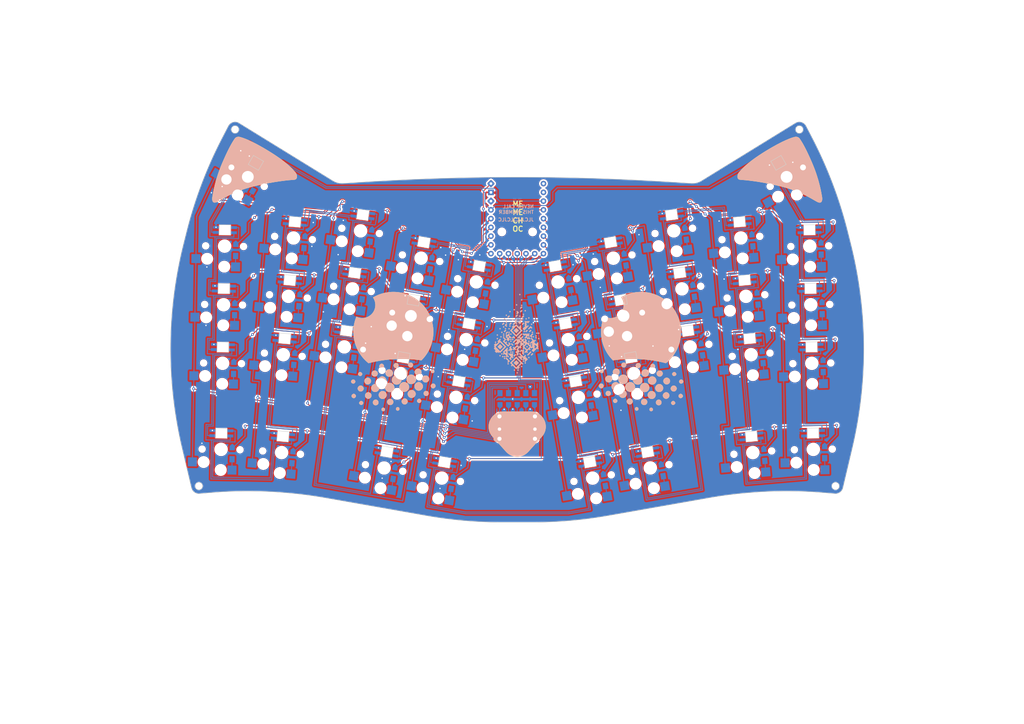
<source format=kicad_pcb>
(kicad_pcb (version 20221018) (generator pcbnew)
  (layers (0 "F.Cu" signal) (31 "B.Cu" signal) (34 "B.Paste" user) (35 "F.Paste" user) (36 "B.SilkS" user "B.Silkscreen") (37 "F.SilkS" user "F.Silkscreen") (38 "B.Mask" user) (39 "F.Mask" user) (44 "Edge.Cuts" user))
  (net 0 "")
  (net 1 "row0")
  (net 2 "Net-(D1-A)")
  (net 3 "row1")
  (net 4 "Net-(D2-A)")
  (net 5 "row2")
  (net 6 "Net-(D3-A)")
  (net 7 "row3")
  (net 8 "Net-(D4-A)")
  (net 9 "Net-(D5-A)")
  (net 10 "Net-(D6-A)")
  (net 11 "Net-(D7-A)")
  (net 12 "Net-(D8-A)")
  (net 13 "Net-(D9-A)")
  (net 14 "Net-(D10-A)")
  (net 15 "Net-(D11-A)")
  (net 16 "Net-(D12-A)")
  (net 17 "Net-(D13-A)")
  (net 18 "Net-(D14-A)")
  (net 19 "Net-(D15-A)")
  (net 20 "Net-(D16-A)")
  (net 21 "Net-(D17-A)")
  (net 22 "Net-(D18-A)")
  (net 23 "Net-(D19-A)")
  (net 24 "Net-(D20-A)")
  (net 25 "Net-(D21-A)")
  (net 26 "Net-(D22-A)")
  (net 27 "Net-(D23-A)")
  (net 28 "Net-(D24-A)")
  (net 29 "Net-(D25-A)")
  (net 30 "Net-(D26-A)")
  (net 31 "Net-(D27-A)")
  (net 32 "Net-(D28-A)")
  (net 33 "Net-(D29-A)")
  (net 34 "Net-(D30-A)")
  (net 35 "Net-(D31-A)")
  (net 36 "Net-(D32-A)")
  (net 37 "Net-(D33-A)")
  (net 38 "Net-(D34-A)")
  (net 39 "Net-(D35-A)")
  (net 40 "Net-(D36-A)")
  (net 41 "col0")
  (net 42 "col1")
  (net 43 "col2")
  (net 44 "col3")
  (net 45 "col4")
  (net 46 "col5")
  (net 47 "col6")
  (net 48 "col7")
  (net 49 "col8")
  (net 50 "col9")
  (net 51 "row4")
  (net 52 "Net-(D37-A)")
  (net 53 "Net-(D38-A)")
  (net 54 "Net-(D39-A)")
  (net 55 "Net-(D40-A)")
  (net 56 "VCC")
  (net 57 "Net-(D41-DOUT)")
  (net 58 "GND")
  (net 59 "LED")
  (net 60 "Net-(D42-DOUT)")
  (net 61 "Net-(D43-DOUT)")
  (net 62 "Net-(D44-DOUT)")
  (net 63 "Net-(D45-DOUT)")
  (net 64 "Net-(D46-DOUT)")
  (net 65 "Net-(D47-DOUT)")
  (net 66 "Net-(D48-DOUT)")
  (net 67 "Net-(D49-DOUT)")
  (net 68 "Net-(D50-DOUT)")
  (net 69 "Net-(D51-DOUT)")
  (net 70 "Net-(D53-DOUT)")
  (net 71 "Net-(D54-DOUT)")
  (net 72 "Net-(D55-DOUT)")
  (net 73 "Net-(D56-DOUT)")
  (net 74 "Net-(D57-DOUT)")
  (net 75 "Net-(D58-DOUT)")
  (net 76 "Net-(D59-DOUT)")
  (net 77 "Net-(D60-DOUT)")
  (net 78 "Net-(D61-DOUT)")
  (net 79 "Net-(D62-DOUT)")
  (net 80 "Net-(D63-DOUT)")
  (net 81 "Net-(D52-DOUT)")
  (net 82 "Net-(D64-DOUT)")
  (net 83 "Net-(D65-DOUT)")
  (net 84 "Net-(D66-DOUT)")
  (net 85 "Net-(D67-DOUT)")
  (net 86 "Net-(D68-DOUT)")
  (net 87 "Net-(D69-DOUT)")
  (net 88 "Net-(D73-DOUT)")
  (net 89 "Net-(D74-DOUT)")
  (net 90 "Net-(D75-DOUT)")
  (net 91 "Net-(D76-DOUT)")
  (net 92 "Net-(D77-DOUT)")
  (net 93 "Net-(D78-DOUT)")
  (net 94 "Net-(D79-DOUT)")
  (net 96 "Sound")
  (net 98 "Net-(D70-DOUT)")
  (net 99 "Net-(D71-DOUT)")
  (net 100 "Net-(D72-DOUT)")
  (net 101 "Net-(D81-K)")
  (net 102 "Net-(D82-K)")
  (net 103 "Net-(D83-K)")
  (net 104 "Net-(D84-K)")
  (net 105 "Net-(D85-K)")
  (net 106 "row5")
  (footprint "UWUmasterGatekeeperHusoLib:Buzzer_Mallory_AST1109MLTRQ" (layer "F.Cu") (at 150 62.700001 90)
    (fp_text reference "BZ1" hide)
    (fp_text value "Buzzer")
  )
  (footprint "UWUmasterGatekeeperHusoLib:Kailh_socket_PG1350 LED Window ME Version V2" (layer "F.Cu") (at 197.804849 83.755141 8)
    (fp_text reference "SW20" hide)
    (fp_text value "SW_Push")
  )
  (footprint "UWUmasterGatekeeperHusoLib:Kailh_socket_PG1350 LED Window ME Version V2" (layer "F.Cu") (at 82.131037 102.858206 -5)
    (fp_text reference "SW24" hide)
    (fp_text value "SW_Push")
  )
  (footprint "UWUmasterGatekeeperHusoLib:Kailh_socket_PG1350 LED Window ME Version V2" (layer "F.Cu") (at 183.799549 108.333093 10)
    (fp_text reference "SW29" hide)
    (fp_text value "SW_Push")
  )
  (footprint "UWUmasterGatekeeperHusoLib:Kailh_socket_PG1350 LED Window ME Version V2" (layer "F.Cu") (at 180.847531 91.591363 10)
    (fp_text reference "SW19" hide)
    (fp_text value "SW_Push")
  )
  (footprint "UWUmasterGatekeeperHusoLib:Kailh_socket_PG1350 LED Window ME Version V2" (layer "F.Cu") (at 128.116957 138.662696 -10)
    (fp_text reference "SW36" hide)
    (fp_text value "SW_Push")
  )
  (footprint "UWUmasterGatekeeperHusoLib:Kailh_socket_PG1350 LED Window ME Version V2" (layer "F.Cu") (at 122.105999 74.847231 -10)
    (fp_text reference "SW6" hide)
    (fp_text value "SW_Push")
  )
  (footprint "UWUmasterGatekeeperHusoLib:Kailh_socket_PG1350 LED Window ME Version V2" (layer "F.Cu") (at 99.827948 100.59011 -8)
    (fp_text reference "SW25" hide)
    (fp_text value "SW_Push")
  )
  (footprint "UWUmasterGatekeeperHusoLib:Kailh_socket_PG1350 LED Window ME Version V2" (layer "F.Cu") (at 71.832766 51.247651 -30)
    (fp_text reference "SW1" hide)
    (fp_text value "SW_Push")
  )
  (footprint "UWUmasterGatekeeperHusoLib:Kailh_socket_PG1350 LED Window ME Version V2" (layer "F.Cu") (at 64.511345 105.35075 -1)
    (fp_text reference "SW23" hide)
    (fp_text value "SW_Push")
  )
  (footprint "UWUmasterGatekeeperHusoLib:Kailh_socket_PG1350 LED Window ME Version V2" (layer "F.Cu") (at 102.193895 83.755555 -8)
    (fp_text reference "SW15" hide)
    (fp_text value "SW_Push")
  )
  (footprint "MountingHole:MountingHole_2.1mm" (layer "F.Cu") (at 154.47 67.22)
    (fp_text reference "REF**")
    (fp_text value "MountingHole_2.1mm")
  )
  (footprint "UWUmasterGatekeeperHusoLib:Kailh_socket_PG1350 LED Window ME Version V2" (layer "F.Cu") (at 228.168361 51.249904 30)
    (fp_text reference "SW2" hide)
    (fp_text value "SW_Push")
  )
  (footprint "UWUmasterGatekeeperHusoLib:Kailh_socket_PG1350 LED Window ME Version V2" (layer "F.Cu") (at 83.612684 85.922898 -5)
    (fp_text reference "SW14" hide)
    (fp_text value "SW_Push")
  )
  (footprint "UWUmasterGatekeeperHusoLib:Kailh_socket_PG1350 LED Window ME Version V2" (layer "F.Cu") (at 214.904591 68.985454 5)
    (fp_text reference "SW11" hide)
    (fp_text value "SW_Push")
  )
  (footprint "UWUmasterGatekeeperHusoLib:Kailh_socket_PG1350 LED Window ME Version V2" (layer "F.Cu") (at 218.365886 131.256075 5)
    (fp_text reference "SW39" hide)
    (fp_text value "SW_Push")
  )
  (footprint "UWUmasterGatekeeperHusoLib:Kailh_socket_PG1350 LED Window ME Version V2" (layer "F.Cu") (at 188.625549 135.711093 10)
    (fp_text reference "SW38" hide)
    (fp_text value "SW_Push")
  )
  (footprint "UWUmasterGatekeeperHusoLib:RP2040-Zero mittig" (layer "F.Cu") (at 149.999995 73.01)
    (fp_text reference "RZ1" hide)
    (fp_text value "RP2040-Zero")
  )
  (footprint "UWUmasterGatekeeperHusoLib:Kailh_socket_PG1350 LED Window ME Version V2" (layer "F.Cu") (at 235.488658 105.351059 1)
    (fp_text reference "SW32" hide)
    (fp_text value "SW_Push")
  )
  (footprint "UWUmasterGatekeeperHusoLib:Kailh_socket_PG1350 LED Window ME Version V2" (layer "F.Cu") (at 64.074339 130.333748 -1)
    (fp_text reference "SW33" hide)
    (fp_text value "SW_Push")
  )
  (footprint "UWUmasterGatekeeperHusoLib:Kailh_socket_PG1350 LED Window ME Version V2" (layer "F.Cu") (at 64.80803 88.353343 -1)
    (fp_text reference "SW13" hide)
    (fp_text value "SW_Push")
  )
  (footprint "UWUmasterGatekeeperHusoLib:Kailh_socket_PG1350 LED Window ME Version V2" (layer "F.Cu") (at 116.201959 108.330694 -10)
    (fp_text reference "SW26" hide)
    (fp_text value "SW_Push")
  )
  (footprint "UWUmasterGatekeeperHusoLib:Kailh_socket_PG1350 LED Window ME Version V2" (layer "F.Cu") (at 164.798087 98.484295 10)
    (fp_text reference "SW18" hide)
    (fp_text value "SW_Push")
  )
  (footprint "UWUmasterGatekeeperHusoLib:Kailh_socket_PG1350 LED Window ME Version V2" (layer "F.Cu") (at 234.895278 71.356243 1)
    (fp_text reference "SW12" hide)
    (fp_text value "SW_Push")
  )
  (footprint "UWUmasterGatekeeperHusoLib:Kailh_socket_PG1350 LED Window ME Version V2" (layer "F.Cu") (at 119.153978 91.588963 -10)
    (fp_text reference "SW16" hide)
    (fp_text value "SW_Push")
  )
  (footprint "UWUmasterGatekeeperHusoLib:Kailh_socket_PG1350 LED Window ME Version V2" (layer "F.Cu") (at 65.104723 71.355933 -1)
    (fp_text reference "SW3" hide)
    (fp_text value "SW_Push")
  )
  (footprint "UWUmasterGatekeeperHusoLib:Kailh_socket_PG1350 LED Window ME Version V2" (layer "F.Cu") (at 135.200976 98.481966 -10)
    (fp_text reference "SW17" hide)
    (fp_text value "SW_Push")
  )
  (footprint "UWUmasterGatekeeperHusoLib:Kailh_socket_PG1350 LED Window ME Version V2" (layer "F.Cu") (at 235.924656 130.332064 1)
    (fp_text reference "SW40" hide)
    (fp_text value "SW_Push")
  )
  (footprint "UWUmasterGatekeeperHusoLib:Kailh_socket_PG1350 LED Window ME Version V2" (layer "F.Cu") (at 195.438903 66.920581 8)
    (fp_text reference "SW10" hide)
    (fp_text value "SW_Push")
  )
  (footprint "UWUmasterGatekeeperHusoLib:Kailh_socket_PG1350 LED Window ME Version V2" (layer "F.Cu") (at 111.374957 135.710695 -10)
    (fp_text reference "SW35" hide)
    (fp_text value "SW_Push")
  )
  (footprint "UWUmasterGatekeeperHusoLib:Kailh_socket_PG1350 LED Window ME Version V2" (layer "F.Cu") (at 235.191971 88.353655 1)
    (fp_text reference "SW22" hide)
    (fp_text value "SW_Push")
  )
  (footprint "UWUmasterGatekeeperHusoLib:Kailh_socket_PG1350 LED Window ME Version V2" (layer "F.Cu") (at 200.17079 100.589699 8)
    (fp_text reference "SW30" hide)
    (fp_text value "SW_Push")
  )
  (footprint "UWUmasterGatekeeperHusoLib:5Way-non-reverse no silk" (layer "F.Cu") (at 150 124)
    (fp_text reference "HAT1" hide)
    (fp_text value "5Way-Tactile_K1-1506DN-01")
  )
  (footprint "UWUmasterGatekeeperHusoLib:Kailh_socket_PG1350 LED Window ME Version V2" (layer "F.Cu") (at 138.152999 81.740229 -10)
    (fp_text reference "SW7" hide)
    (fp_text value "SW_Push")
  )
  (footprint "UWUmasterGatekeeperHusoLib:Kailh_socket_PG1350 LED Window ME Version V2" (layer "F.Cu") (at 177.895511 74.849629 10)
    (fp_text reference "SW9" hide)
    (fp_text value "SW_Push")
  )
  (footprint "UWUmasterGatekeeperHusoLib:Kailh_socket_PG1350 LED Window ME Version V2" (layer "F.Cu") (at 81.635038 131.251205 -5)
    (fp_text reference "SW34" hide)
    (fp_text value "SW_Push")
  )
  (footprint "UWUmasterGatekeeperHusoLib:Kailh_socket_PG1350 LED Window ME Version V2" (layer "F.Cu") (at 217.86789 102.856075 5)
    (fp_text reference "SW31" hide)
    (fp_text value "SW_Push")
  )
  (footprint "MountingHole:MountingHole_2.1mm" (layer "F.Cu") (at 145.544 67.207)
    (fp_text reference "REF**")
    (fp_text value "MountingHole_2.1mm")
  )
  (footprint "UWUmasterGatekeeperHusoLib:Kailh_socket_PG1350 LED Window ME Version V2" (layer "F.Cu") (at 104.559839 66.921 -8)
    (fp_text reference "SW5" hide)
    (fp_text value "SW_Push")
  )
  (footprint "UWUmasterGatekeeperHusoLib:Kailh_socket_PG1350 LED Window ME Version V2" (layer "F.Cu") (at 85.094329 68.987587 -5)
    (fp_text reference "SW4" hide)
    (fp_text value "SW_Push")
  )
  (footprint "UWUmasterGatekeeperHusoLib:Kailh_socket_PG1350 LED Window ME Version V2" (layer "F.Cu") (at 171.884104 138.663032 10)
    (fp_text reference "SW37" hide)
    (fp_text value "SW_Push")
  )
  (footprint "UWUmasterGatekeeperHusoLib:Kailh_socket_PG1350 LED Window ME Version V2" (layer "F.Cu") (at 167.750106 115.226031 10)
    (fp_text reference "SW28" hide)
    (fp_text value "SW_Push")
  )
  (footprint "UWUmasterGatekeeperHusoLib:Kailh_socket_PG1350 LED Window ME Version V2" (layer "F.Cu") (at 161.84607 81.742568 10)
    (fp_text reference "SW8" hide)
    (fp_text value "SW_Push")
  )
  (footprint "UWUmasterGatekeeperHusoLib:Kailh_socket_PG1350 LED Window ME Version V2" (layer "F.Cu") (at 132.248961 115.223699 -10)
    (fp_text reference "SW27" hide)
    (fp_text value "SW_Push")
  )
  (footprint "UWUmasterGatekeeperHusoLib:Kailh_socket_PG1350 LED Window ME Version V2" (layer "F.Cu") (at 216.386238 85.920766 5)
    (fp_text reference "SW21" hide)
    (fp_text value "SW_Push")
  )
  (footprint "UWUmasterGatekeeperHusoLib:Diode_SOD123 triangle clean" (layer "B.Cu") (at 175.308048 139.263375 -80)
    (fp_text reference "D37" hide)
    (fp_text value "D_Small" hide)
  )
  (footprint "UWUmasterGatekeeperHusoLib:SK6812-MINI-E mit LED v2 ohne silk LED FRAME" (layer "B.Cu") (at 235.839493 125.63261 -179)
    (fp_text reference "D76" hide)
    (fp_text value "SK6812MINI-E" hide)
    (fp_line (start -1.7 -1.5) (end -1.7 1.5) (stroke (width 0.12)) (layer "Edge.Cuts"))
    (fp_line (start -1.7 1.5) (end 1.7 1.5) (stroke (width 0.12)) (layer "Edge.Cuts"))
    (fp_line (start 1.7 -1.5) (end -1.7 -1.5) (stroke (width 0.12)) (layer "Edge.Cuts"))
    (fp_line (start 1.7 1.5) (end 1.7 -1.5) (stroke (width 0.12)) (layer "Edge.Cuts"))
  )
  (footprint "UWUmasterGatekeeperHusoLib:SK6812-MINI-E mit LED v2 ohne silk LED FRAME" (layer "B.Cu") (at 215.97176 81.237645 -175)
    (fp_text reference "D73" hide)
    (fp_text value "SK6812MINI-E" hide)
    (fp_line (start -1.7 -1.5) (end -1.7 1.5) (stroke (width 0.12)) (layer "Edge.Cuts"))
    (fp_line (start -1.7 1.5) (end 1.7 1.5) (stroke (width 0.12)) (layer "Edge.Cuts"))
    (fp_line (start 1.7 -1.5) (end -1.7 -1.5) (stroke (width 0.12)) (layer "Edge.Cuts"))
    (fp_line (start 1.7 1.5) (end 1.7 -1.5) (stroke (width 0.12)) (layer "Edge.Cuts"))
  )
  (footprint "UWUmasterGatekeeperHusoLib:SK6812-MINI-E mit LED v2 ohne silk LED FRAME" (layer "B.Cu") (at 112.190999 131.071 170)
    (fp_text reference "D53" hide)
    (fp_text value "SK6812MINI-E" hide)
    (fp_line (start -1.7 -1.5) (end -1.7 1.5) (stroke (width 0.12)) (layer "Edge.Cuts"))
    (fp_line (start -1.7 1.5) (end 1.7 1.5) (stroke (width 0.12)) (layer "Edge.Cuts"))
    (fp_line (start 1.7 -1.5) (end -1.7 -1.5) (stroke (width 0.12)) (layer "Edge.Cuts"))
    (fp_line (start 1.7 1.5) (end 1.7 -1.5) (stroke (width 0.12)) (layer "Edge.Cuts"))
  )
  (footprint "UWUmasterGatekeeperHusoLib:Diode_SOD123 triangle clean" (layer "B.Cu") (at 125.009291 76.379599 -100)
    (fp_text reference "D6" hide)
    (fp_text value "D_Small" hide)
  )
  (footprint "UWUmasterGatekeeperHusoLib:SK6812-MINI-E mit LED v2 ohne silk LED FRAME" (layer "B.Cu") (at 182.98857 103.704351 -170)
    (fp_text reference "D67" hide)
    (fp_text value "SK6812MINI-E" hide)
    (fp_line (start -1.7 -1.5) (end -1.7 1.5) (stroke (width 0.12)) (layer "Edge.Cuts"))
    (fp_line (start -1.7 1.5) (end 1.7 1.5) (stroke (width 0.12)) (layer "Edge.Cuts"))
    (fp_line (start 1.7 -1.5) (end -1.7 -1.5) (stroke (width 0.12)) (layer "Edge.Cuts"))
    (fp_line (start 1.7 1.5) (end 1.7 -1.5) (stroke (width 0.12)) (layer "Edge.Cuts"))
  )
  (footprint "UWUmasterGatekeeperHusoLib:SK6812-MINI-E mit LED v2 ohne silk LED FRAME" (layer "B.Cu") (at 177.08176 70.224003 -170)
    (fp_text reference "D65" hide)
    (fp_text value "SK6812MINI-E" hide)
    (fp_line (start -1.7 -1.5) (end -1.7 1.5) (stroke (width 0.12)) (layer "Edge.Cuts"))
    (fp_line (start -1.7 1.5) (end 1.7 1.5) (stroke (width 0.12)) (layer "Edge.Cuts"))
    (fp_line (start 1.7 -1.5) (end -1.7 -1.5) (stroke (width 0.12)) (layer "Edge.Cuts"))
    (fp_line (start 1.7 1.5) (end 1.7 -1.5) (stroke (width 0.12)) (layer "Edge.Cuts"))
  )
  (footprint "UWUmasterGatekeeperHusoLib:Diode_SOD123 triangle clean" (layer "B.Cu") (at 155 115.7 90)
    (fp_text reference "D85" hide)
    (fp_text value "D_Small" hide)
  )
  (footprint "UWUmasterGatekeeperHusoLib:Diode_SOD123 triangle clean" (layer "B.Cu") (at 105.219138 85.094261 -98)
    (fp_text reference "D15" hide)
    (fp_text value "D_Small" hide)
  )
  (footprint "UWUmasterGatekeeperHusoLib:Diode_SOD123 triangle clean" (layer "B.Cu") (at 86.795338 87.08793 -95)
    (fp_text reference "D14" hide)
    (fp_text value "D_Small" hide)
  )
  (footprint "UWUmasterGatekeeperHusoLib:SK6812-MINI-E mit LED v2 ohne silk LED FRAME" (layer "B.Cu") (at 217.456075 98.167094 -175)
    (fp_text reference "D74" hide)
    (fp_text value "SK6812MINI-E" hide)
    (fp_line (start -1.7 -1.5) (end -1.7 1.5) (stroke (width 0.12)) (layer "Edge.Cuts"))
    (fp_line (start -1.7 1.5) (end 1.7 1.5) (stroke (width 0.12)) (layer "Edge.Cuts"))
    (fp_line (start 1.7 -1.5) (end -1.7 -1.5) (stroke (width 0.12)) (layer "Edge.Cuts"))
    (fp_line (start 1.7 1.5) (end 1.7 -1.5) (stroke (width 0.12)) (layer "Edge.Cuts"))
  )
  (footprint "UWUmasterGatekeeperHusoLib:Diode_SOD123 triangle clean" (layer "B.Cu") (at 147.5 115.7 90)
    (fp_text reference "D82" hide)
    (fp_text value "D_Small" hide)
  )
  (footprint "UWUmasterGatekeeperHusoLib:Diode_SOD123 triangle clean" (layer "B.Cu") (at 68.318136 72.491682 -91)
    (fp_text reference "D3" hide)
    (fp_text value "D_Small" hide)
  )
  (footprint "UWUmasterGatekeeperHusoLib:Diode_SOD123 triangle clean" (layer "B.Cu") (at 203.578632 101.339673 -82)
    (fp_text reference "D30" hide)
    (fp_text value "D_Small" hide)
  )
  (footprint "UWUmasterGatekeeperHusoLib:SK6812-MINI-E mit LED v2 ohne silk LED FRAME" (layer "B.Cu") (at 74.18201 47.176482 150)
    (fp_text reference "D41" hide)
    (fp_text value "SK6812MINI-E" hide)
    (fp_line (start -1.7 -1.5) (end -1.7 1.5) (stroke (width 0.12)) (layer "Edge.Cuts"))
    (fp_line (start -1.7 1.5) (end 1.7 1.5) (stroke (width 0.12)) (layer "Edge.Cuts"))
    (fp_line (start 1.7 -1.5) (end -1.7 -1.5) (stroke (width 0.12)) (layer "Edge.Cuts"))
    (fp_line (start 1.7 1.5) (end 1.7 -1.5) (stroke (width 0.12)) (layer "Edge.Cuts"))
  )
  (footprint "UWUmasterGatekeeperHusoLib:SK6812-MINI-E mit LED v2 ohne silk LED FRAME" (layer "B.Cu") (at 235.108489 83.654608 -179)
    (fp_text reference "D78" hide)
    (fp_text value "SK6812MINI-E" hide)
    (fp_line (start -1.7 -1.5) (end -1.7 1.5) (stroke (width 0.12)) (layer "Edge.Cuts"))
    (fp_line (start -1.7 1.5) (end 1.7 1.5) (stroke (width 0.12)) (layer "Edge.Cuts"))
    (fp_line (start 1.7 -1.5) (end -1.7 -1.5) (stroke (width 0.12)) (layer "Edge.Cuts"))
    (fp_line (start 1.7 1.5) (end 1.7 -1.5) (stroke (width 0.12)) (layer "Edge.Cuts"))
  )
  (footprint "UWUmasterGatekeeperHusoLib:Diode_SOD123 triangle clean" (layer "B.Cu") (at 152.5 115.700004 90)
    (fp_text reference "D84" hide)
    (fp_text value "D_Small" hide)
  )
  (footprint "UWUmasterGatekeeperHusoLib:Diode_SOD123 triangle clean" (layer "B.Cu") (at 198.863668 67.790958 -82)
    (fp_text reference "D10" hide)
    (fp_text value "D_Small" hide)
  )
  (footprint "UWUmasterGatekeeperHusoLib:Diode_SOD123 triangle clean" (layer "B.Cu") (at 218.245635 69.704904 -85)
    (fp_text reference "D11" hide)
    (fp_text value "D_Small" hide)
  )
  (footprint "UWUmasterGatekeeperHusoLib:Diode_SOD123 triangle clean" (layer "B.Cu") (at 67.720547 106.727469 -91)
    (fp_text reference "D23" hide)
    (fp_text value "D_Small" hide)
  )
  (footprint "UWUmasterGatekeeperHusoLib:SK6812-MINI-E mit LED v2 ohne silk LED FRAME" (layer "B.Cu") (at 122.924569 70.213644 170)
    (fp_text reference "D56" hide)
    (fp_text value "SK6812MINI-E" hide)
    (fp_line (start -1.7 -1.5) (end -1.7 1.5) (stroke (width 0.12)) (layer "Edge.Cuts"))
    (fp_line (start -1.7 1.5) (end 1.7 1.5) (stroke (width 0.12)) (layer "Edge.Cuts"))
    (fp_line (start 1.7 -1.5) (end -1.7 -1.5) (stroke (width 0.12)) (layer "Edge.Cuts"))
    (fp_line (start 1.7 1.5) (end 1.7 -1.5) (stroke (width 0.12)) (layer "Edge.Cuts"))
  )
  (footprint "UWUmasterGatekeeperHusoLib:SK6812-MINI-E mit LED v2 ohne silk LED FRAME" (layer "B.Cu") (at 194.794738 62.267003 -172)
    (fp_text reference "D71" hide)
    (fp_text value "SK6812MINI-E" hide)
    (fp_line (start -1.7 -1.5) (end -1.7 1.5) (stroke (width 0.12)) (layer "Edge.Cuts"))
    (fp_line (start -1.7 1.5) (end 1.7 1.5) (stroke (width 0.12)) (layer "Edge.Cuts"))
    (fp_line (start 1.7 -1.5) (end -1.7 -1.5) (stroke (width 0.12)) (layer "Edge.Cuts"))
    (fp_line (start 1.7 1.5) (end 1.7 -1.5) (stroke (width 0.12)) (layer "Edge.Cuts"))
  )
  (footprint "UWUmasterGatekeeperHusoLib:SK6812-MINI-E mit LED v2 ohne silk LED FRAME" (layer "B.Cu") (at 180.030757 86.968999 -170)
    (fp_text reference "D66" hide)
    (fp_text value "SK6812MINI-E" hide)
    (fp_line (start -1.7 -1.5) (end -1.7 1.5) (stroke (width 0.12)) (layer "Edge.Cuts"))
    (fp_line (start -1.7 1.5) (end 1.7 1.5) (stroke (width 0.12)) (layer "Edge.Cuts"))
    (fp_line (start 1.7 -1.5) (end -1.7 -1.5) (stroke (width 0.12)) (layer "Edge.Cuts"))
    (fp_line (start 1.7 1.5) (end 1.7 -1.5) (stroke (width 0.12)) (layer "Edge.Cuts"))
  )
  (footprint "UWUmasterGatekeeperHusoLib:SK6812-MINI-E mit LED v2 ohne silk LED FRAME" (layer "B.Cu") (at 197.147732 79.098004 -172)
    (fp_text reference "D70" hide)
    (fp_text value "SK6812MINI-E" hide)
    (fp_line (start -1.7 -1.5) (end -1.7 1.5) (stroke (width 0.12)) (layer "Edge.Cuts"))
    (fp_line (start -1.7 1.5) (end 1.7 1.5) (stroke (width 0.12)) (layer "Edge.Cuts"))
    (fp_line (start 1.7 -1.5) (end -1.7 -1.5) (stroke (width 0.12)) (layer "Edge.Cuts"))
    (fp_line (start 1.7 1.5) (end 1.7 -1.5) (stroke (width 0.12)) (layer "Edge.Cuts"))
  )
  (footprint "UWUmasterGatekeeperHusoLib:SK6812-MINI-E mit LED v2 ohne silk LED FRAME" (layer "B.Cu") (at 136.022002 93.850002 170)
    (fp_text reference "D58" hide)
    (fp_text value "SK6812MINI-E" hide)
    (fp_line (start -1.7 -1.5) (end -1.7 1.5) (stroke (width 0.12)) (layer "Edge.Cuts"))
    (fp_line (start -1.7 1.5) (end 1.7 1.5) (stroke (width 0.12)) (layer "Edge.Cuts"))
    (fp_line (start 1.7 -1.5) (end -1.7 -1.5) (stroke (width 0.12)) (layer "Edge.Cuts"))
    (fp_line (start 1.7 1.5) (end 1.7 -1.5) (stroke (width 0.12)) (layer "Edge.Cuts"))
  )
  (footprint "UWUmasterGatekeeperHusoLib:SK6812-MINI-E mit LED v2 ohne silk LED FRAME" (layer "B.Cu") (at 102.849118 79.100066 172)
    (fp_text reference "D51" hide)
    (fp_text value "SK6812MINI-E" hide)
    (fp_line (start -1.7 -1.5) (end -1.7 1.5) (stroke (width 0.12)) (layer "Edge.Cuts"))
    (fp_line (start -1.7 1.5) (end 1.7 1.5) (stroke (width 0.12)) (layer "Edge.Cuts"))
    (fp_line (start 1.7 -1.5) (end -1.7 -1.5) (stroke (width 0.12)) (layer "Edge.Cuts"))
    (fp_line (start 1.7 1.5) (end 1.7 -1.5) (stroke (width 0.12)) (layer "Edge.Cuts"))
  )
  (footprint "UWUmasterGatekeeperHusoLib:Diode_SOD123 triangle clean" (layer "B.Cu") (at 238.767337 106.179797 -89)
    (fp_text reference "D32" hide)
    (fp_text value "D_Small" hide)
  )
  (footprint "UWUmasterGatekeeperHusoLib:SK6812-MINI-E mit LED v2 ohne silk LED FRAME" (layer "B.Cu") (at 105.216001 62.261005 172)
    (fp_text reference "D50" hide)
    (fp_text value "SK6812MINI-E" hide)
    (fp_line (start -1.7 -1.5) (end -1.7 1.5) (stroke (width 0.12)) (layer "Edge.Cuts"))
    (fp_line (start -1.7 1.5) (end 1.7 1.5) (stroke (width 0.12)) (layer "Edge.Cuts"))
    (fp_line (start 1.7 -1.5) (end -1.7 -1.5) (stroke (width 0.12)) (layer "Edge.Cuts"))
    (fp_line (start 1.7 1.5) (end 1.7 -1.5) (stroke (width 0.12)) (layer "Edge.Cuts"))
  )
  (footprint "UWUmasterGatekeeperHusoLib:SK6812-MINI-E mit LED v2 ohne silk LED FRAME" (layer "B.Cu") (at 225.821013 47.176515 -150)
    (fp_text reference "D80" hide)
    (fp_text value "SK6812MINI-E" hide)
    (fp_line (start -1.7 -1.5) (end -1.7 1.5) (stroke (width 0.12)) (layer "Edge.Cuts"))
    (fp_line (start -1.7 1.5) (end 1.7 1.5) (stroke (width 0.12)) (layer "Edge.Cuts"))
    (fp_line (start 1.7 -1.5) (end -1.7 -1.5) (stroke (width 0.12)) (layer "Edge.Cuts"))
    (fp_line (start 1.7 1.5) (end 1.7 -1.5) (stroke (width 0.12)) (layer "Edge.Cuts"))
  )
  (footprint "UWUmasterGatekeeperHusoLib:Diode_SOD123 triangle clean" (layer "B.Cu") (at 102.839269 102.027894 -98)
    (fp_text reference "D25" hide)
    (fp_text value "D_Small" hide)
  )
  (footprint "UWUmasterGatekeeperHusoLib:SK6812-MINI-E mit LED v2 ohne silk LED FRAME" (layer "B.Cu") (at 187.819761 131.096997 -170)
    (fp_text reference "D68" hide)
    (fp_text value "SK6812MINI-E" hide)
    (fp_line (start -1.7 -1.5) (end -1.7 1.5) (stroke (width 0.12)) (layer "Edge.Cuts"))
    (fp_line (start -1.7 1.5) (end 1.7 1.5) (stroke (width 0.12)) (layer "Edge.Cuts"))
    (fp_line (start 1.7 -1.5) (end -1.7 -1.5) (stroke (width 0.12)) (layer "Edge.Cuts"))
    (fp_line (start 1.7 1.5) (end 1.7 -1.5) (stroke (width 0.12)) (layer "Edge.Cuts"))
  )
  (footprint "UWUmasterGatekeeperHusoLib:SK6812-MINI-E mit LED v2 ohne silk LED FRAME" (layer "B.Cu") (at 138.973566 77.110647 170)
    (fp_text reference "D57" hide)
    (fp_text value "SK6812MINI-E" hide)
    (fp_line (start -1.7 -1.5) (end -1.7 1.5) (stroke (width 0.12)) (layer "Edge.Cuts"))
    (fp_line (start -1.7 1.5) (end 1.7 1.5) (stroke (width 0.12)) (layer "Edge.Cuts"))
    (fp_line (start 1.7 -1.5) (end -1.7 -1.5) (stroke (width 0.12)) (layer "Edge.Cuts"))
    (fp_line (start 1.7 1.5) (end 1.7 -1.5) (stroke (width 0.12)) (layer "Edge.Cuts"))
  )
  (footprint "UWUmasterGatekeeperHusoLib:Diode_SOD123 triangle clean" (layer "B.Cu") (at 238.172647 72.109985 -89)
    (fp_text reference "D12" hide)
    (fp_text value "D_Small" hide)
  )
  (footprint "UWUmasterGatekeeperHusoLib:Diode_SOD123 triangle clean" (layer "B.Cu") (at 107.572759 68.347379 -98)
    (fp_text reference "D5" hide)
    (fp_text value "D_Small" hide)
  )
  (footprint "UWUmasterGatekeeperHusoLib:SK6812-MINI-E mit LED v2 ohne silk LED FRAME" (layer "B.Cu") (at 64.89231 83.650158 179)
    (fp_text reference "D43" hide)
    (fp_text value "SK6812MINI-E" hide)
    (fp_line (start -1.7 -1.5) (end -1.7 1.5) (stroke (width 0.12)) (layer "Edge.Cuts"))
    (fp_line (start -1.7 1.5) (end 1.7 1.5) (stroke (width 0.12)) (layer "Edge.Cuts"))
    (fp_line (start 1.7 -1.5) (end -1.7 -1.5) (stroke (width 0.12)) (layer "Edge.Cuts"))
    (fp_line (start 1.7 1.5) (end 1.7 -1.5) (stroke (width 0.12)) (layer "Edge.Cuts"))
  )
  (footprint "UWUmasterGatekeeperHusoLib:Diode_SOD123 triangle clean" (layer "B.Cu") (at 141.107788 83.417467 -100)
    (fp_text reference "D7" hide)
    (fp_text value "D_Small" hide)
  )
  (footprint "UWUmasterGatekeeperHusoLib:Diode_SOD123 triangle clean" (layer "B.Cu") (at 181.306464 75.290869 -80)
    (fp_text reference "D9" hide)
    (fp_text value "D_Small" hide)
  )
  (footprint "UWUmasterGatekeeperHusoLib:SK6812-MINI-E mit LED v2 ohne silk LED FRAME" (layer "B.Cu") (at 133.061571 110.585648 170)
    (fp_text reference "D59" hide)
    (fp_text value "SK6812MINI-E" hide)
    (fp_line (start -1.7 -1.5) (end -1.7 1.5) (stroke (width 0.12)) (layer "Edge.Cuts"))
    (fp_line (start -1.7 1.5) (end 1.7 1.5) (stroke (width 0.12)) (layer "Edge.Cuts"))
    (fp_line (start 1.7 -1.5) (end -1.7 -1.5) (stroke (width 0.12)) (layer "Edge.Cuts"))
    (fp_line (start 1.7 1.5) (end 1.7 -1.5) (stroke (width 0.12)) (layer "Edge.Cuts"))
  )
  (footprint "UWUmasterGatekeeperHusoLib:Diode_SOD123 triangle clean" (layer "B.Cu") (at 239.206649 131.172938 -90)
    (fp_text reference "D40" hide)
    (fp_text value "D_Small" hide)
  )
  (footprint "UWUmasterGatekeeperHusoLib:SK6812-MINI-E mit LED v2 ohne silk LED FRAME" (layer "B.Cu") (at 171.06204 134.018565 -170)
    (fp_text reference "D61" hide)
    (fp_text value "SK6812MINI-E" hide)
    (fp_line (start -1.7 -1.5) (end -1.7 1.5) (stroke (width 0.12)) (layer "Edge.Cuts"))
    (fp_line (start -1.7 1.5) (end 1.7 1.5) (stroke (width 0.12)) (layer "Edge.Cuts"))
    (fp_line (start 1.7 -1.5) (end -1.7 -1.5) (stroke (width 0.12)) (layer "Edge.Cuts"))
    (fp_line (start 1.7 1.5) (end 1.7 -1.5) (stroke (width 0.12)) (layer "Edge.Cuts"))
  )
  (footprint "UWUmasterGatekeeperHusoLib:SK6812-MINI-E mit LED v2 ohne silk LED FRAME" (layer "B.Cu") (at 128.929569 134.032649 170)
    (fp_text reference "D60" hide)
    (fp_text value "SK6812MINI-E" hide)
    (fp_line (start -1.7 -1.5) (end -1.7 1.5) (stroke (width 0.12)) (layer "Edge.Cuts"))
    (fp_line (start -1.7 1.5) (end 1.7 1.5) (stroke (width 0.12)) (layer "Edge.Cuts"))
    (fp_line (start 1.7 -1.5) (end -1.7 -1.5) (stroke (width 0.12)) (layer "Edge.Cuts"))
    (fp_line (start 1.7 1.5) (end 1.7 -1.5) (stroke (width 0.12)) (layer "Edge.Cuts"))
  )
  (footprint "UWUmasterGatekeeperHusoLib:Diode_SOD123 triangle clean" (layer "B.Cu") (at 231.466883 50.465723 -60)
    (fp_text reference "D2" hide)
    (fp_text value "D_Small" hide)
  )
  (footprint "UWUmasterGatekeeperHusoLib:Diode_SOD123 triangle clean" (layer "B.Cu") (at 138.178542 100.030037 -100)
    (fp_text reference "D17" hide)
    (fp_text value "D_Small" hide)
  )
  (footprint "UWUmasterGatekeeperHusoLib:Diode_SOD123 triangle clean" (layer "B.Cu") (at 221.210622 103.594884 -85)
    (fp_text reference "D31" hide)
    (fp_text value "D_Small" hide)
  )
  (footprint "UWUmasterGatekeeperHusoLib:SK6812-MINI-E mit LED v2 ohne silk LED FRAME" (layer "B.Cu") (at 235.41231 100.64484 -179)
    (fp_text reference "D77" hide)
    (fp_text value "SK6812MINI-E" hide)
    (fp_line (start -1.7 -1.5) (end -1.7 1.5) (stroke (width 0.12)) (layer "Edge.Cuts"))
    (fp_line (start -1.7 1.5) (end 1.7 1.5) (stroke (width 0.12)) (layer "Edge.Cuts"))
    (fp_line (start 1.7 -1.5) (end -1.7 -1.5) (stroke (width 0.12)) (layer "Edge.Cuts"))
    (fp_line (start 1.7 1.5) (end 1.7 -1.5) (stroke (width 0.12)) (layer "Edge.Cuts"))
  )
  (footprint "UWUmasterGatekeeperHusoLib:Diode_SOD123 triangle clean" (layer "B.Cu") (at 219.724599 86.609586 -85)
    (fp_text reference "D21" hide)
    (fp_text value "D_Small" hide)
  )
  (footprint "UWUmasterGatekeeperHusoLib:Diode_SOD123 triangle clean" (layer "B.Cu") (at 165.284206 82.415342 -80)
    (fp_text reference "D8" hide)
    (fp_text value "D_Small" hide)
  )
  (footprint "UWUmasterGatekeeperHusoLib:Diode_SOD123 triangle clean" (layer "B.Cu") (at 238.474257 89.389359 -89)
    (fp_text reference "D22" hide)
    (fp_text value "D_Small" hide)
  )
  (footprint "UWUmasterGatekeeperHusoLib:SK6812-MINI-E mit LED v2 ohne silk LED FRAME" (layer "B.Cu") (at 161.033564 77.112349 -170)
    (fp_text reference "D64" hide)
    (fp_text value "SK6812MINI-E" hide)
    (fp_line (start -1.7 -1.5) (end -1.7 1.5) (stroke (width 0.12)) (layer "Edge.Cuts"))
    (fp_line (start -1.7 1.5) (end 1.7 1.5) (stroke (width 0.12)) (layer "Edge.Cuts"))
    (fp_line (start 1.7 -1.5) (end -1.7 -1.5) (stroke (width 0.12)) (layer "Edge.Cuts"))
    (fp_line (start 1.7 1.5) (end 1.7 -1.5) (stroke (width 0.12)) (layer "Edge.Cuts"))
  )
  (footprint "UWUmasterGatekeeperHusoLib:Diode_SOD123 triangle clean" (layer "B.Cu") (at 74.1135 53.857103 -120)
    (fp_text reference "D1" hide)
    (fp_text value "D_Small" hide)
  )
  (footprint "UWUmasterGatekeeperHusoLib:SK6812-MINI-E mit LED v2 ohne silk LED FRAME" (layer "B.Cu") (at 119.972001 86.951999 170)
    (fp_text reference "D55" hide)
    (fp_text value "SK6812MINI-E" hide)
    (fp_line (start -1.7 -1.5) (end -1.7 1.5) (stroke (width 0.12)) (layer "Edge.Cuts"))
    (fp_line (start -1.7 1.5) (end 1.7 1.5) (stroke (width 0.12)) (layer "Edge.Cuts"))
    (fp_line (start 1.7 -1.5) (end -1.7 -1.5) (stroke (width 0.12)) (layer "Edge.Cuts"))
    (fp_line (start 1.7 1.5) (end 1.7 -1.5) (stroke (width 0.12)) (layer "Edge.Cuts"))
  )
  (footprint "UWUmasterGatekeeperHusoLib:SK6812-MINI-E mit LED v2 ohne silk LED FRAME" (layer "B.Cu") (at 64.158998 125.633002 179)
    (fp_text reference "D45" hide)
    (fp_text value "SK6812MINI-E" hide)
    (fp_line (start -1.7 -1.5) (end -1.7 1.5) (stroke (width 0.12)) (layer "Edge.Cuts"))
    (fp_line (start -1.7 1.5) (end 1.7 1.5) (stroke (width 0.12)) (layer "Edge.Cuts"))
    (fp_line (start 1.7 -1.5) (end -1.7 -1.5) (stroke (width 0.12)) (layer "Edge.Cuts"))
    (fp_line (start 1.7 1.5) (end 1.7 -1.5) (stroke (width 0.12)) (layer "Edge.Cuts"))
  )
  (footprint "UWUmasterGatekeeperHusoLib:SK6812-MINI-E mit LED v2 ohne silk LED FRAME" (layer "B.Cu") (at 100.480002 95.918993 172)
    (fp_text reference "D52" hide)
    (fp_text value "SK6812MINI-E" hide)
    (fp_line (start -1.7 -1.5) (end -1.7 1.5) (stroke (width 0.12)) (layer "Edge.Cuts"))
    (fp_line (start -1.7 1.5) (end 1.7 1.5) (stroke (width 0.12)) (layer "Edge.Cuts"))
    (fp_line (start 1.7 -1.5) (end -1.7 -1.5) (stroke (width 0.12)) (layer "Edge.Cuts"))
    (fp_line (start 1.7 1.5) (end 1.7 -1.5) (stroke (width 0.12)) (layer "Edge.Cuts"))
  )
  (footprint "UWUmasterGatekeeperHusoLib:Diode_SOD123 triangle clean" (layer "B.Cu") (at 122.087044 92.952491 -100)
    (fp_text reference "D16" hide)
    (fp_text value "D_Small" hide)
  )
  (footprint "UWUmasterGatekeeperHusoLib:Diode_SOD123 triangle clean" (layer "B.Cu") (at 131.114189 140.093979 -100)
    (fp_text reference "D36" hide)
    (fp_text value "D_Small" hide)
  )
  (footprint "UWUmasterGatekeeperHusoLib:SK6812-MINI-E mit LED v2 ohne silk LED FRAME" (layer "B.Cu") (at 84.024001 81.238 175)
    (fp_text reference "D48" hide)
    (fp_text value "SK6812MINI-E" hide)
    (fp_line (start -1.7 -1.5) (end -1.7 1.5) (stroke (width 0.12)) (layer "Edge.Cuts"))
    (fp_line (start -1.7 1.5) (end 1.7 1.5) (stroke (width 0.12)) (layer "Edge.Cuts"))
    (fp_line (start 1.7 -1.5) (end -1.7 -1.5) (stroke (width 0.12)) (layer "Edge.Cuts"))
    (fp_line (start 1.7 1.5) (end 1.7 -1.5) (stroke (width 0.12)) (layer "Edge.Cuts"))
  )
  (footprint "UWUmasterGatekeeperHusoLib:SK6812-MINI-E mit LED v2 ohne silk LED FRAME" (layer "B.Cu") (at 234.812489 66.655612 -179)
    (fp_text reference "D79" hide)
    (fp_text value "SK6812MINI-E" hide)
    (fp_line (start -1.7 -1.5) (end -1.7 1.5) (stroke (width 0.12)) (layer "Edge.Cuts"))
    (fp_line (start -1.7 1.5) (end 1.7 1.5) (stroke (width 0.12)) (layer "Edge.Cuts"))
    (fp_line (start 1.7 -1.5) (end -1.7 -1.5) (stroke (width 0.12)) (layer "Edge.Cuts"))
    (fp_line (start 1.7 1.5) (end 1.7 -1.5) (stroke (width 0.12)) (layer "Edge.Cuts"))
  )
  (footprint "UWUmasterGatekeeperHusoLib:Diode_SOD123 triangle clean" (layer "B.Cu") (at 187.229257 108.880692 -80)
    (fp_text reference "D29" hide)
    (fp_text value "D_Small" hide)
  )
  (footprint "UWUmasterGatekeeperHusoLib:Diode_SOD123 triangle clean" (layer "B.Cu") (at 168.260192 99.29298 -80)
    (fp_text reference "D18" hide)
    (fp_text value "D_Small" hide)
  )
  (footprint "UWUmasterGatekeeperHusoLib:Diode_SOD123 triangle clean" (layer "B.Cu") (at 201.191808 84.356544 -82)
    (fp_text reference "D20" hide)
    (fp_text value "D_Small" hide)
  )
  (footprint "UWUmasterGatekeeperHusoLib:SK6812-MINI-E mit LED v2 ohne silk LED FRAME" (layer "B.Cu") (at 214.494548 64.304712 -175)
    (fp_text reference "D72" hide)
    (fp_text value "SK6812MINI-E" hide)
    (fp_line (start -1.7 -1.5) (end -1.7 1.5) (stroke (width 0.12)) (layer "Edge.Cuts"))
    (fp_line (start -1.7 1.5) (end 1.7 1.5) (stroke (width 0.12)) (layer "Edge.Cuts"))
    (fp_line (start 1.7 -1.5) (end -1.7 -1.5) (stroke (width 0.12)) (layer "Edge.Cuts"))
    (fp_line (start 1.7 1.5) (end 1.7 -1.5) (stroke (width 0.12)) (layer "Edge.Cuts"))
  )
  (footprint "UWUmasterGatekeeperHusoLib:Diode_SOD123 triangle clean" (layer "B.Cu") (at 85.305586 104.115877 -95)
    (fp_text reference "D24" hide)
    (fp_text value "D_Small" hide)
  )
  (footprint "UWUmasterGatekeeperHusoLib:Diode_SOD123 triangle clean" (layer "B.Cu") (at 68.018252 89.672065 -91)
    (fp_text reference "D13" hide)
    (fp_text value "D_Small" hide)
  )
  (footprint "UWUmasterGatekeeperHusoLib:Diode_SOD123 triangle clean" (layer "B.Cu") (at 114.277489 137.242692 -100)
    (fp_text reference "D35" hide)
    (fp_text value "D_Small" hide)
  )
  (footprint "UWUmasterGatekeeperHusoLib:Diode_SOD123 triangle clean" (layer "B.Cu") (at 67.288358 131.487695 -91)
    (fp_text reference "D33" hide)
    (fp_text value "D_Small" hide)
  )
  (footprint "UWUmasterGatekeeperHusoLib:Diode_SOD123 triangle clean" (layer "B.Cu") (at 119.113731 109.814991 -100)
    (fp_text reference "D26" hide)
    (fp_text value "D_Small" hide)
  )
  (footprint "UWUmasterGatekeeperHusoLib:SK6812-MINI-E mit LED v2 ohne silk LED FRAME" (layer "B.Cu") (at 166.939038 110.596563 -170)
    (fp_text reference "D62" hide)
    (fp_text value "SK6812MINI-E" hide)
    (fp_line (start -1.7 -1.5) (end -1.7 1.5) (stroke (width 0.12)) (layer "Edge.Cuts"))
    (fp_line (start -1.7 1.5) (end 1.7 1.5) (stroke (width 0.12)) (layer "Edge.Cuts"))
    (fp_line (start 1.7 -1.5) (end -1.7 -1.5) (stroke (width 0.12)) (layer "Edge.Cuts"))
    (fp_line (start 1.7 1.5) (end 1.7 -1.5) (stroke (width 0.12)) (layer "Edge.Cuts"))
  )
  (footprint "UWUmasterGatekeeperHusoLib:Diode_SOD123 triangle clean" (layer "B.Cu") (at 171.189977 115.908656 -80)
    (fp_text reference "D28" hide)
    (fp_text value "D_Small" hide)
  )
  (footprint "UWUmasterGatekeeperHusoLib:Diode_SOD123 triangle clean" (layer "B.Cu") (at 192.083419 136.410006 -80)
    (fp_text reference "D38" hide)
    (fp_text value "D_Small" hide)
  )
  (footprint "UWUmasterGatekeeperHusoLib:SK6812-MINI-E mit LED v2 ohne silk LED FRAME" (layer "B.Cu") (at 64.596314 100.65416 179)
    (fp_text reference "D44" hide)
    (fp_text value "SK6812MINI-E" hide)
    (fp_line (start -1.7 -1.5) (end -1.7 1.5) (stroke (width 0.12)) (layer "Edge.Cuts"))
    (fp_line (start -1.7 1.5) (end 1.7 1.5) (stroke (width 0.12)) (layer "Edge.Cuts"))
    (fp_line (start 1.7 -1.5) (end -1.7 -1.5) (stroke (width 0.12)) (layer "Edge.Cuts"))
    (fp_line (start 1.7 1.5) (end 1.7 -1.5) (stroke (width 0.12)) (layer "Edge.Cuts"))
  )
  (footprint "UWUmasterGatekeeperHusoLib:Diode_SOD123 triangle clean" (layer "B.Cu") (at 144.999998 115.700001 90)
    (fp_text reference "D81" hide)
    (fp_text value "D_Small" hide)
  )
  (footprint "UWUmasterGatekeeperHusoLib:Diode_SOD123 triangle clean" (layer "B.Cu") (at 84.797164 132.64513 -95)
    (fp_text reference "D34" hide)
    (fp_text value "D_Small" hide)
  )
  (footprint "UWUmasterGatekeeperHusoLib:SK6812-MINI-E mit LED v2 ohne silk LED FRAME" (layer "B.Cu") (at 199.504736 95.937003 -172)
    (fp_text reference "D69" hide)
    (fp_text value "SK6812MINI-E" hide)
    (fp_line (start -1.7 -1.5) (end -1.7 1.5) (stroke (width 0.12)) (layer "Edge.Cuts"))
    (fp_line (start -1.7 1.5) (end 1.7 1.5) (stroke (width 0.12)) (layer "Edge.Cuts"))
    (fp_line (start 1.7 -1.5) (end -1.7 -1.5) (stroke (width 0.12)) (layer "Edge.Cuts"))
    (fp_line (start 1.7 1.5) (end 1.7 -1.5) (stroke (width 0.12)) (layer "Edge.Cuts"))
  )
  (footprint "UWUmasterGatekeeperHusoLib:Diode_SOD123 triangle clean" (layer "B.Cu") (at 135.223726 116.787649 -100)
    (fp_text reference "D27" hide)
    (fp_text value "D_Small" hide)
  )
  (footprint "UWUmasterGatekeeperHusoLib:SK6812-MINI-E mit LED v2 ohne silk LED FRAME" (layer "B.Cu") (at 163.979569 93.827356 -170)
    (fp_text reference "D63" hide)
    (fp_text value "SK6812MINI-E" hide)
    (fp_line (start -1.7 -1.5) (end -1.7 1.5) (stroke (width 0.12)) (layer "Edge.Cuts"))
    (fp_line (start -1.7 1.5) (end 1.7 1.5) (stroke (width 0.12)) (layer "Edge.Cuts"))
    (fp_line (start 1.7 -1.5) (end -1.7 -1.5) (stroke (width 0.12)) (layer "Edge.Cuts"))
    (fp_line (start 1.7 1.5) (end 1.7 -1.5) (stroke (width 0.12)) (layer "Edge.Cuts"))
  )
  (footprint "UWUmasterGatekeeperHusoLib:Diode_SOD123 triangle clean" (layer "B.Cu") (at 221.704473 131.976006 -85)
    (fp_text reference "D39" hide)
    (fp_text value "D_Small" hide)
  )
  (footprint "UWUmasterGatekeeperHusoLib:SK6812-MINI-E mit LED v2 ohne silk LED FRAME" (layer "B.Cu") (at 82.538604 98.175795 175)
    (fp_text reference "D47" hide)
    (fp_text value "SK6812MINI-E" hide)
    (fp_line (start -1.7 -1.5) (end -1.7 1.5) (stroke (width 0.12)) (layer "Edge.Cuts"))
    (fp_line (start -1.7 1.5) (end 1.7 1.5) (stroke (width 0.12)) (layer "Edge.Cuts"))
    (fp_line (start 1.7 -1.5) (end -1.7 -1.5) (stroke (width 0.12)) (layer "Edge.Cuts"))
    (fp_line (start 1.7 1.5) (end 1.7 -1.5) (stroke (width 0.12)) (layer "Edge.Cuts"))
  )
  (footprint "UWUmasterGatekeeperHusoLib:SK6812-MINI-E mit LED v2 ohne silk LED FRAME" (layer "B.Cu") (at 65.187308 66.655159 179)
    (fp_text reference "D42" hide)
    (fp_text value "SK6812MINI-E" hide)
    (fp_line (start -1.7 -1.5) (end -1.7 1.5) (stroke (width 0.12)) (layer "Edge.Cuts"))
    (fp_line (start -1.7 1.5) (end 1.7 1.5) (stroke (width 0.12)) (layer "Edge.Cuts"))
    (fp_line (start 1.7 -1.5) (end -1.7 -1.5) (stroke (width 0.12)) (layer "Edge.Cuts"))
    (fp_line (start 1.7 1.5) (end 1.7 -1.5) (stroke (width 0.12)) (layer "Edge.Cuts"))
  )
  (footprint "UWUmasterGatekeeperHusoLib:Diode_SOD123 triangle clean" (layer "B.Cu") (at 184.278109 92.143883 -80)
    (fp_text reference "D19" hide)
    (fp_text value "D_Small" hide)
  )
  (footprint "UWUmasterGatekeeperHusoLib:SK6812-MINI-E mit LED v2 ohne silk LED FRAME" (layer "B.Cu") (at 82.041602 126.5628 175)
    (fp_text reference "D46" hide)
    (fp_text value "SK6812MINI-E" hide)
    (fp_line (start -1.7 -1.5) (end -1.7 1.5) (stroke (width 0.12)) (layer "Edge.Cuts"))
    (fp_line (start -1.7 1.5) (end 1.7 1.5) (stroke (width 0.12)) (layer "Edge.Cuts"))
    (fp_line (start 1.7 -1.5) (end -1.7 -1.5) (stroke (width 0.12)) (layer "Edge.Cuts"))
    (fp_line (start 1.7 1.5) (end 1.7 -1.5) (stroke (width 0.12)) (layer "Edge.Cuts"))
  )
  (footprint "UWUmasterGatekeeperHusoLib:Diode_SOD123 triangle clean" (layer "B.Cu") (at 88.269749 70.235297 -95)
    (fp_text reference "D4" hide)
    (fp_text value "D_Small" hide)
  )
  (footprint "UWUmasterGatekeeperHusoLib:Diode_SOD123 triangle clean" (layer "B.Cu") (at 149.999998 115.7 90)
    (fp_text reference "D83" hide)
    (fp_text value "D_Small" hide)
  )
  (footprint "UWUmasterGatekeeperHusoLib:SK6812-MINI-E mit LED v2 ohne silk LED FRAME" (layer "B.Cu") (at 217.959694 126.569137 -175)
    (fp_text reference "D75" hide)
    (fp_text value "SK6812MINI-E" hide)
    (fp_line (start -1.7 -1.5) (end -1.7 1.5) (stroke (width 0.12)) (layer "Edge.Cuts"))
    (fp_line (start -1.7 1.5) (end 1.7 1.5) (stroke (width 0.12)) (layer "Edge.Cuts"))
    (fp_line (start 1.7 -1.5) (end -1.7 -1.5) (stroke (width 0.12)) (layer "Edge.Cuts"))
    (fp_line (start 1.7 1.5) (end 1.7 -1.5) (stroke (width 0.12)) (layer "Edge.Cuts"))
  )
  (footprint "UWUmasterGatekeeperHusoLib:SK6812-MINI-E mit LED v2 ohne silk LED FRAME" (layer "B.Cu") (at 85.502602 64.305799 175)
    (fp_text reference "D49" hide)
    (fp_text value "SK6812MINI-E" hide)
    (fp_line (start -1.7 -1.5) (end -1.7 1.5) (stroke (width 0.12)) (layer "Edge.Cuts"))
    (fp_line (start -1.7 1.5) (end 1.7 1.5) (stroke (width 0.12)) (layer "Edge.Cuts"))
    (fp_line (start 1.7 -1.5) (end -1.7 -1.5) (stroke (width 0.12)) (layer "Edge.Cuts"))
    (fp_line (start 1.7 1.5) (end 1.7 -1.5) (stroke (width 0.12)) (layer "Edge.Cuts"))
  )
  (footprint "UWUmasterGatekeeperHusoLib:SK6812-MINI-E mit LED v2 ohne silk LED FRAME" (layer "B.Cu") (at 117.024998 103.691001 170)
    (fp_text reference "D54" hide)
    (fp_text value "SK6812MINI-E" hide)
    (fp_line (start -1.7 -1.5) (end -1.7 1.5) (stroke (width 0.12)) (layer "Edge.Cuts"))
    (fp_line (start -1.7 1.5) (end 1.7 1.5) (stroke (width 0.12)) (layer "Edge.Cuts"))
    (fp_line (start 1.7 -1.5) (end -1.7 -1.5) (stroke (width 0.12)) (layer "Edge.Cuts"))
    (fp_line (start 1.7 1.5) (end 1.7 -1.5) (stroke (width 0.12)) (layer "Edge.Cuts"))
  )
  (gr_poly (pts (xy 185.160217 105.26252) (xy 185.198866 105.265346) (xy 185.236738 105.269832) (xy 185.273801 105.275943) (xy 185.310023 105.283644) (xy 185.345372 105.292901) (xy 185.379815 105.303679) (xy 185.41332 105.315943) (xy 185.445855 105.329657) (xy 185.477388 105.344787) (xy 185.507886 105.361298) (xy 185.537317 105.379156) (xy 185.565648 105.398325) (xy 185.592848 105.41877) (xy 185.618883 105.440457) (xy 185.643723 105.46335) (xy 185.667334 105.487415) (xy 185.689684 105.512617) (xy 185.71074 105.538922) (xy 185.730472 105.566293) (xy 185.748845 105.594696) (xy 185.765829 105.624097) (xy 185.78139 105.654461) (xy 185.795497 105.685752) (xy 185.808117 105.717935) (xy 185.819217 105.750977) (xy 185.828766 105.784841) (xy 185.836731 105.819494) (xy 185.843081 105.8549) (xy 185.847781 105.891024) (xy 185.850801 105.927831) (xy 185.852108 105.965287) (xy 185.851669 106.003356) (xy 185.849494 106.042037) (xy 185.84564 106.080001) (xy 185.840142 106.117216) (xy 185.833038 106.153648) (xy 185.824362 106.189263) (xy 185.814152 106.224028) (xy 185.802443 106.25791) (xy 185.789272 106.290874) (xy 185.774675 106.322888) (xy 185.758688 106.353917) (xy 185.741346 106.383928) (xy 185.722687 106.412887) (xy 185.702747 106.440762) (xy 185.681561 106.467517) (xy 185.659165 106.49312) (xy 185.635597 106.517536) (xy 185.610892 106.540735) (xy 185.585086 106.562679) (xy 185.558216 106.583336) (xy 185.530317 106.602674) (xy 185.501426 106.620657) (xy 185.471579 106.637252) (xy 185.440811 106.652427) (xy 185.409161 106.666147) (xy 185.376662 106.678378) (xy 185.343352 106.689088) (xy 185.309267 106.698242) (xy 185.274443 106.705807) (xy 185.238916 106.71175) (xy 185.202722 106.716036) (xy 185.165898 106.718632) (xy 185.128479 106.719505) (xy 185.088777 106.718561) (xy 185.049737 106.715759) (xy 185.0114 106.711137) (xy 184.973807 106.70474) (xy 184.936999 106.696609) (xy 184.901018 106.686786) (xy 184.865906 106.675314) (xy 184.831702 106.662234) (xy 184.79845 106.647588) (xy 184.76619 106.631419) (xy 184.734964 106.613767) (xy 184.704812 106.594676) (xy 184.675777 106.574187) (xy 184.647899 106.552342) (xy 184.62122 106.529183) (xy 184.595781 106.504752) (xy 184.571623 106.479091) (xy 184.54879 106.452242) (xy 184.52732 106.424248) (xy 184.507256 106.39515) (xy 184.488639 106.364989) (xy 184.47151 106.333809) (xy 184.455911 106.301651) (xy 184.441883 106.268556) (xy 184.429467 106.234568) (xy 184.418705 106.199727) (xy 184.409638 106.164077) (xy 184.402307 106.127658) (xy 184.396754 106.090514) (xy 184.39302 106.052685) (xy 184.391146 106.014214) (xy 184.391174 105.975143) (xy 184.391174 105.971611) (xy 184.393409 105.93196) (xy 184.397445 105.893069) (xy 184.403241 105.854975) (xy 184.410759 105.817715) (xy 184.419959 105.781326) (xy 184.430802 105.745845) (xy 184.443248 105.711308) (xy 184.457258 105.677753) (xy 184.472792 105.645215) (xy 184.489811 105.613733) (xy 184.508277 105.583342) (xy 184.528148 105.554079) (xy 184.549386 105.525982) (xy 184.571952 105.499088) (xy 184.595806 105.473432) (xy 184.620909 105.449052) (xy 184.647221 105.425984) (xy 184.674702 105.404266) (xy 184.703315 105.383935) (xy 184.733018 105.365026) (xy 184.763773 105.347577) (xy 184.79554 105.331624) (xy 184.82828 105.317206) (xy 184.861953 105.304358) (xy 184.896521 105.293117) (xy 184.931943 105.283519) (xy 184.968181 105.275603) (xy 185.005194 105.269404) (xy 185.042944 105.264959) (xy 185.08139 105.262306) (xy 185.120495 105.26148)) (fill solid) (layer "B.SilkS"))
  (gr_poly (pts (xy 147.113602 103.398896) (xy 146.852554 103.659958) (xy 146.591492 103.398896) (xy 146.852554 103.137841)) (fill solid) (layer "B.SilkS"))
  (gr_poly (pts (xy 112.886718 107.086109) (xy 112.94334 107.090126) (xy 112.999081 107.096835) (xy 113.053873 107.106178) (xy 113.10765 107.118092) (xy 113.160346 107.132521) (xy 113.211895 107.149402) (xy 113.262229 107.168675) (xy 113.311282 107.190281) (xy 113.358987 107.214159) (xy 113.405279 107.24025) (xy 113.450091 107.268493) (xy 113.493355 107.298828) (xy 113.535005 107.331195) (xy 113.574976 107.365535) (xy 113.6132 107.401786) (xy 113.649611 107.43989) (xy 113.684142 107.479785) (xy 113.716727 107.521413) (xy 113.747299 107.564712) (xy 113.775792 107.609622) (xy 113.802139 107.656084) (xy 113.826274 107.704038) (xy 113.84813 107.753424) (xy 113.867641 107.80418) (xy 113.884739 107.856248) (xy 113.899359 107.909567) (xy 113.911435 107.964078) (xy 113.920898 108.019719) (xy 113.927684 108.076432) (xy 113.931725 108.134155) (xy 113.931725 108.137688) (xy 113.932993 108.194161) (xy 113.931545 108.249773) (xy 113.927431 108.304467) (xy 113.920705 108.358189) (xy 113.911418 108.410882) (xy 113.899623 108.462491) (xy 113.885372 108.512961) (xy 113.868718 108.562235) (xy 113.849712 108.610259) (xy 113.828408 108.656977) (xy 113.804857 108.702334) (xy 113.779111 108.746273) (xy 113.751224 108.788739) (xy 113.721247 108.829677) (xy 113.689233 108.869031) (xy 113.655234 108.906746) (xy 113.619303 108.942766) (xy 113.581491 108.977035) (xy 113.541851 109.009498) (xy 113.500435 109.040099) (xy 113.457296 109.068784) (xy 113.412486 109.095495) (xy 113.366057 109.120178) (xy 113.318063 109.142778) (xy 113.268553 109.163238) (xy 113.217582 109.181503) (xy 113.165201 109.197518) (xy 113.111463 109.211227) (xy 113.056421 109.222574) (xy 113.000126 109.231504) (xy 112.942631 109.237961) (xy 112.883987 109.24189) (xy 112.829056 109.243109) (xy 112.774769 109.241516) (xy 112.721193 109.237172) (xy 112.668393 109.230139) (xy 112.616436 109.220479) (xy 112.565387 109.208253) (xy 112.515313 109.193521) (xy 112.466277 109.176346) (xy 112.418348 109.156788) (xy 112.371591 109.13491) (xy 112.326071 109.110772) (xy 112.281856 109.084436) (xy 112.239009 109.055963) (xy 112.197598 109.025415) (xy 112.157688 108.992853) (xy 112.119346 108.958338) (xy 112.082636 108.921931) (xy 112.047625 108.883695) (xy 112.014379 108.84369) (xy 111.982964 108.801978) (xy 111.953445 108.758619) (xy 111.925888 108.713677) (xy 111.90036 108.667211) (xy 111.876926 108.619283) (xy 111.855652 108.569954) (xy 111.836604 108.519287) (xy 111.819848 108.467342) (xy 111.80545 108.41418) (xy 111.793475 108.359864) (xy 111.78399 108.304454) (xy 111.77706 108.248011) (xy 111.772751 108.190598) (xy 111.77117 108.136297) (xy 111.772335 108.082582) (xy 111.776187 108.029523) (xy 111.78266 107.977187) (xy 111.79169 107.925645) (xy 111.803215 107.874965) (xy 111.817171 107.825217) (xy 111.833495 107.776469) (xy 111.852124 107.72879) (xy 111.872995 107.682251) (xy 111.896042 107.63692) (xy 111.921205 107.592865) (xy 111.94842 107.550157) (xy 111.977622 107.508864) (xy 112.00875 107.469055) (xy 112.041739 107.4308) (xy 112.076527 107.394168) (xy 112.11305 107.359227) (xy 112.151244 107.326047) (xy 112.191047 107.294698) (xy 112.232395 107.265247) (xy 112.275224 107.237764) (xy 112.319473 107.212319) (xy 112.365076 107.18898) (xy 112.411971 107.167817) (xy 112.460095 107.148898) (xy 112.509385 107.132294) (xy 112.559776 107.118072) (xy 112.611206 107.106302) (xy 112.663611 107.097053) (xy 112.716929 107.090394) (xy 112.771095 107.086395) (xy 112.829281 107.084846)) (fill solid) (layer "B.SilkS"))
  (gr_poly (pts (xy 108.985649 115.871281) (xy 109.025708 115.874991) (xy 109.065401 115.880872) (xy 109.104666 115.888861) (xy 109.143437 115.898896) (xy 109.181647 115.910916) (xy 109.219231 115.924858) (xy 109.256121 115.940661) (xy 109.292254 115.958262) (xy 109.327562 115.977599) (xy 109.361981 115.998611) (xy 109.395442 116.021235) (xy 109.427883 116.045409) (xy 109.459235 116.071072) (xy 109.489434 116.098161) (xy 109.518413 116.126614) (xy 109.546107 116.156369) (xy 109.572449 116.187365) (xy 109.597375 116.219539) (xy 109.620817 116.252829) (xy 109.64271 116.287174) (xy 109.662988 116.322511) (xy 109.681585 116.358777) (xy 109.698436 116.395912) (xy 109.713474 116.433854) (xy 109.726633 116.472539) (xy 109.737848 116.511906) (xy 109.747053 116.551894) (xy 109.754182 116.59244) (xy 109.759169 116.633481) (xy 109.761948 116.674957) (xy 109.762593 116.718907) (xy 109.761248 116.762097) (xy 109.757945 116.80449) (xy 109.75272 116.846049) (xy 109.745605 116.886737) (xy 109.736637 116.926517) (xy 109.725848 116.965353) (xy 109.713273 117.003208) (xy 109.698946 117.040044) (xy 109.682902 117.075826) (xy 109.665174 117.110517) (xy 109.645798 117.144079) (xy 109.624806 117.176475) (xy 109.602234 117.207669) (xy 109.578116 117.237624) (xy 109.552485 117.266304) (xy 109.525377 117.293671) (xy 109.496825 117.319689) (xy 109.466863 117.34432) (xy 109.435526 117.367528) (xy 109.402848 117.389277) (xy 109.368864 117.409529) (xy 109.333607 117.428247) (xy 109.297111 117.445395) (xy 109.259412 117.460936) (xy 109.220542 117.474833) (xy 109.180537 117.487049) (xy 109.139431 117.497547) (xy 109.097257 117.506292) (xy 109.054051 117.513244) (xy 109.009846 117.518369) (xy 108.964676 117.521629) (xy 108.968208 117.521637) (xy 108.923908 117.522594) (xy 108.88033 117.521522) (xy 108.837516 117.518459) (xy 108.795506 117.513444) (xy 108.754341 117.506513) (xy 108.714062 117.497707) (xy 108.674709 117.487062) (xy 108.636323 117.474617) (xy 108.598945 117.460409) (xy 108.562615 117.444479) (xy 108.527374 117.42686) (xy 108.493263 117.407595) (xy 108.460323 117.38672) (xy 108.428594 117.364273) (xy 108.398117 117.340293) (xy 108.368932 117.314817) (xy 108.34108 117.287885) (xy 108.314603 117.259533) (xy 108.28954 117.229799) (xy 108.265932 117.198723) (xy 108.243821 117.166343) (xy 108.223246 117.132695) (xy 108.204248 117.097819) (xy 108.186869 117.061752) (xy 108.171149 117.024533) (xy 108.157128 116.986199) (xy 108.144847 116.946789) (xy 108.134347 116.906342) (xy 108.125668 116.864894) (xy 108.118852 116.822484) (xy 108.113939 116.779151) (xy 108.11097 116.734932) (xy 108.110394 116.692163) (xy 108.11194 116.649881) (xy 108.115559 116.608139) (xy 108.121204 116.56699) (xy 108.128825 116.526487) (xy 108.138374 116.486683) (xy 108.149803 116.447631) (xy 108.163063 116.409383) (xy 108.178106 116.371993) (xy 108.194883 116.335515) (xy 108.213346 116.299999) (xy 108.233447 116.265501) (xy 108.255136 116.232072) (xy 108.278366 116.199766) (xy 108.303088 116.168636) (xy 108.329254 116.138734) (xy 108.356815 116.110114) (xy 108.385723 116.082828) (xy 108.415929 116.05693) (xy 108.447385 116.032472) (xy 108.480042 116.009508) (xy 108.513852 115.98809) (xy 108.548767 115.968272) (xy 108.584738 115.950106) (xy 108.621716 115.933645) (xy 108.659654 115.918943) (xy 108.698502 115.906052) (xy 108.738213 115.895025) (xy 108.778737 115.885916) (xy 108.820027 115.878777) (xy 108.862034 115.873661) (xy 108.904709 115.870621) (xy 108.945295 115.869804)) (fill solid) (layer "B.SilkS"))
  (gr_poly (pts (xy 153.114273 95.831772) (xy 152.592163 96.353882) (xy 152.331116 96.092827) (xy 152.853226 95.57071)) (fill solid) (layer "B.SilkS"))
  (gr_poly (pts (xy 119.134204 105.129102) (xy 119.167132 105.132288) (xy 119.199895 105.137314) (xy 119.23243 105.144125) (xy 119.264676 105.152666) (xy 119.296571 105.162884) (xy 119.328052 105.174721) (xy 119.359058 105.188125) (xy 119.389526 105.203039) (xy 119.419395 105.21941) (xy 119.448603 105.237181) (xy 119.477087 105.256299) (xy 119.504785 105.276708) (xy 119.531637 105.298353) (xy 119.557578 105.321179) (xy 119.582548 105.345133) (xy 119.606485 105.370157) (xy 119.629326 105.396199) (xy 119.651009 105.423202) (xy 119.671473 105.451113) (xy 119.690655 105.479875) (xy 119.708494 105.509435) (xy 119.724927 105.539737) (xy 119.739892 105.570726) (xy 119.753328 105.602347) (xy 119.765173 105.634547) (xy 119.775363 105.667268) (xy 119.783837 105.700458) (xy 119.790534 105.734059) (xy 119.795392 105.768021) (xy 119.798347 105.802284) (xy 119.799298 105.837621) (xy 119.798215 105.872812) (xy 119.795158 105.907797) (xy 119.790182 105.942513) (xy 119.783343 105.976899) (xy 119.774697 106.010892) (xy 119.7643 106.04443) (xy 119.75221 106.077451) (xy 119.738481 106.109894) (xy 119.72317 106.141696) (xy 119.706334 106.172795) (xy 119.688028 106.203129) (xy 119.668308 106.232636) (xy 119.647232 106.261255) (xy 119.624854 106.288923) (xy 119.601233 106.315578) (xy 119.576422 106.341157) (xy 119.550479 106.365601) (xy 119.52346 106.388845) (xy 119.495421 106.410828) (xy 119.466418 106.431488) (xy 119.436508 106.450764) (xy 119.405746 106.468592) (xy 119.374189 106.484912) (xy 119.341894 106.49966) (xy 119.308915 106.512776) (xy 119.27531 106.524196) (xy 119.241135 106.53386) (xy 119.206445 106.541704) (xy 119.171298 106.547668) (xy 119.135748 106.551688) (xy 119.099854 106.553703) (xy 119.06615 106.553733) (xy 119.032548 106.551872) (xy 118.999106 106.548174) (xy 118.965883 106.542692) (xy 118.93294 106.535479) (xy 118.900335 106.526588) (xy 118.868128 106.516071) (xy 118.836378 106.503983) (xy 118.805145 106.490374) (xy 118.774488 106.4753) (xy 118.744465 106.458812) (xy 118.71514 106.440964) (xy 118.686568 106.421809) (xy 118.65881 106.401399) (xy 118.631925 106.379787) (xy 118.605973 106.357027) (xy 118.581013 106.333171) (xy 118.557105 106.308273) (xy 118.534308 106.282385) (xy 118.512681 106.255562) (xy 118.492285 106.227853) (xy 118.473177 106.199314) (xy 118.455418 106.169998) (xy 118.439068 106.139956) (xy 118.424185 106.109243) (xy 118.410829 106.077911) (xy 118.399059 106.046014) (xy 118.388936 106.013603) (xy 118.380517 105.980732) (xy 118.373864 105.947455) (xy 118.369035 105.913823) (xy 118.366089 105.87989) (xy 118.364808 105.844895) (xy 118.365561 105.810061) (xy 118.368296 105.775446) (xy 118.372957 105.741109) (xy 118.379492 105.707108) (xy 118.387846 105.673501) (xy 118.397966 105.640346) (xy 118.409798 105.607702) (xy 118.423289 105.575625) (xy 118.438385 105.544176) (xy 118.455033 105.51341) (xy 118.473179 105.483388) (xy 118.492769 105.454167) (xy 118.51375 105.425805) (xy 118.536068 105.39836) (xy 118.559669 105.37189) (xy 118.584501 105.346454) (xy 118.610508 105.32211) (xy 118.637639 105.298915) (xy 118.665838 105.276928) (xy 118.695053 105.256208) (xy 118.725229 105.236811) (xy 118.756314 105.218797) (xy 118.788254 105.202224) (xy 118.820994 105.187149) (xy 118.854482 105.173631) (xy 118.888663 105.161728) (xy 118.923485 105.151498) (xy 118.958893 105.142999) (xy 118.994834 105.13629) (xy 119.031254 105.131428) (xy 119.0681 105.128471) (xy 119.101173 105.127812)) (fill solid) (layer "B.SilkS"))
  (gr_poly (pts (xy 197.455438 114.185466) (xy 197.485001 114.188806) (xy 197.514767 114.194265) (xy 197.544651 114.201752) (xy 197.574569 114.211184) (xy 197.604436 114.222471) (xy 197.634166 114.235526) (xy 197.663677 114.25026) (xy 197.692883 114.266585) (xy 197.721699 114.284416) (xy 197.750041 114.30366) (xy 197.777824 114.324233) (xy 197.831376 114.369013) (xy 197.881678 114.418051) (xy 197.928052 114.470644) (xy 197.969822 114.52609) (xy 197.988769 114.554663) (xy 198.006311 114.583685) (xy 198.022363 114.613069) (xy 198.036842 114.642728) (xy 198.049661 114.672572) (xy 198.060737 114.702514) (xy 198.069986 114.732467) (xy 198.077321 114.762342) (xy 198.08266 114.792052) (xy 198.085917 114.821508) (xy 198.087007 114.850624) (xy 198.085846 114.879311) (xy 198.082571 114.9052) (xy 198.077425 114.931233) (xy 198.070483 114.957346) (xy 198.061817 114.983475) (xy 198.0515 115.009558) (xy 198.039605 115.035532) (xy 198.026205 115.061333) (xy 198.011373 115.086896) (xy 197.977705 115.137061) (xy 197.939185 115.185522) (xy 197.896397 115.23177) (xy 197.849924 115.275301) (xy 197.800351 115.315607) (xy 197.748261 115.352182) (xy 197.694239 115.38452) (xy 197.638868 115.412113) (xy 197.610859 115.423973) (xy 197.582732 115.434457) (xy 197.554559 115.443501) (xy 197.526415 115.451043) (xy 197.498371 115.457019) (xy 197.4705 115.461366) (xy 197.442877 115.464021) (xy 197.415573 115.46492) (xy 197.385519 115.463969) (xy 197.355583 115.461155) (xy 197.325825 115.456537) (xy 197.296301 115.450175) (xy 197.267069 115.442129) (xy 197.238186 115.432457) (xy 197.20971 115.42122) (xy 197.181698 115.408476) (xy 197.154209 115.394286) (xy 197.127298 115.378707) (xy 197.101025 115.361801) (xy 197.075446 115.343626) (xy 197.050618 115.324242) (xy 197.0266 115.303708) (xy 197.003449 115.282085) (xy 196.981222 115.259429) (xy 196.959977 115.235801) (xy 196.939771 115.211263) (xy 196.920662 115.185872) (xy 196.902708 115.159686) (xy 196.885965 115.132769) (xy 196.870491 115.105176) (xy 196.856345 115.076968) (xy 196.843582 115.048205) (xy 196.832262 115.018945) (xy 196.822441 114.989249) (xy 196.814176 114.959175) (xy 196.807526 114.928784) (xy 196.802547 114.898134) (xy 196.799298 114.867286) (xy 196.797836 114.836298) (xy 196.798218 114.805229) (xy 196.798218 114.801697) (xy 196.80014 114.774474) (xy 196.803876 114.747091) (xy 196.809358 114.719615) (xy 196.81652 114.692113) (xy 196.825294 114.664653) (xy 196.835613 114.637301) (xy 196.84741 114.610125) (xy 196.860618 114.583192) (xy 196.875169 114.556569) (xy 196.890997 114.530324) (xy 196.926213 114.479234) (xy 196.965728 114.430457) (xy 197.009004 114.384534) (xy 197.055506 114.342001) (xy 197.104695 114.303395) (xy 197.130129 114.285733) (xy 197.156033 114.269255) (xy 197.182341 114.254027) (xy 197.208984 114.240116) (xy 197.235896 114.227591) (xy 197.26301 114.216518) (xy 197.290258 114.206964) (xy 197.317573 114.198996) (xy 197.344888 114.192682) (xy 197.372137 114.188089) (xy 197.39925 114.185284) (xy 197.426164 114.184334)) (fill solid) (layer "B.SilkS"))
  (gr_poly (pts (xy 182.697861 115.517853) (xy 182.738776 115.520123) (xy 182.779453 115.524896) (xy 182.819821 115.53209) (xy 182.859805 115.541623) (xy 182.899336 115.553415) (xy 182.938339 115.567384) (xy 182.976742 115.583448) (xy 183.014474 115.601525) (xy 183.051462 115.621537) (xy 183.087633 115.643399) (xy 183.122915 115.667031) (xy 183.157236 115.692352) (xy 183.190524 115.71928) (xy 183.222706 115.747733) (xy 183.253709 115.777631) (xy 183.283463 115.808892) (xy 183.311894 115.841435) (xy 183.338928 115.875177) (xy 183.364495 115.910039) (xy 183.388523 115.945938) (xy 183.410938 115.982793) (xy 183.431669 116.020522) (xy 183.450643 116.059045) (xy 183.467788 116.09828) (xy 183.483031 116.138145) (xy 183.4963 116.178559) (xy 183.507523 116.219441) (xy 183.516627 116.260709) (xy 183.52354 116.302282) (xy 183.52819 116.344079) (xy 183.530504 116.386017) (xy 183.530411 116.428017) (xy 183.527941 116.471156) (xy 183.523221 116.513882) (xy 183.516315 116.556131) (xy 183.507287 116.597841) (xy 183.496204 116.638949) (xy 183.483128 116.679392) (xy 183.468125 116.719107) (xy 183.451258 116.758033) (xy 183.432594 116.796106) (xy 183.412196 116.833264) (xy 183.390129 116.869444) (xy 183.366457 116.904583) (xy 183.341246 116.938619) (xy 183.314559 116.971488) (xy 183.286461 117.00313) (xy 183.257017 117.03348) (xy 183.226292 117.062477) (xy 183.194349 117.090055) (xy 183.161254 117.116155) (xy 183.127071 117.140714) (xy 183.091865 117.163667) (xy 183.0557 117.184954) (xy 183.018642 117.204511) (xy 182.980753 117.222275) (xy 182.9421 117.238183) (xy 182.902746 117.252174) (xy 182.862757 117.264185) (xy 182.822196 117.274152) (xy 182.781129 117.282013) (xy 182.739619 117.287706) (xy 182.697732 117.291168) (xy 182.655533 117.292336) (xy 182.611682 117.290745) (xy 182.568151 117.286687) (xy 182.525011 117.280235) (xy 182.482335 117.271463) (xy 182.440193 117.260446) (xy 182.398658 117.247258) (xy 182.357801 117.231974) (xy 182.317694 117.214666) (xy 182.278408 117.195411) (xy 182.240016 117.174281) (xy 182.202589 117.151351) (xy 182.166199 117.126698) (xy 182.130917 117.100393) (xy 182.096816 117.07251) (xy 182.063966 117.043126) (xy 182.03244 117.012313) (xy 182.002309 116.980146) (xy 181.973646 116.9467) (xy 181.94652 116.912048) (xy 181.921006 116.876265) (xy 181.897173 116.839426) (xy 181.875094 116.801604) (xy 181.854841 116.762873) (xy 181.836485 116.723309) (xy 181.820098 116.682985) (xy 181.805751 116.641976) (xy 181.793517 116.600356) (xy 181.783467 116.558199) (xy 181.775672 116.515579) (xy 181.770205 116.472572) (xy 181.767138 116.42925) (xy 181.766578 116.388419) (xy 181.768533 116.346945) (xy 181.773126 116.304859) (xy 181.780236 116.263034) (xy 181.789777 116.221548) (xy 181.801664 116.180481) (xy 181.815812 116.139912) (xy 181.832135 116.099918) (xy 181.850549 116.06058) (xy 181.870967 116.021975) (xy 181.893306 115.984183) (xy 181.917478 115.947282) (xy 181.9434 115.911351) (xy 181.970986 115.87647) (xy 182.00015 115.842716) (xy 182.030808 115.810169) (xy 182.062874 115.778908) (xy 182.096263 115.74901) (xy 182.130889 115.720556) (xy 182.166668 115.693624) (xy 182.203514 115.668292) (xy 182.241341 115.64464) (xy 182.280065 115.622746) (xy 182.319601 115.60269) (xy 182.359862 115.584549) (xy 182.400765 115.568403) (xy 182.442222 115.55433) (xy 182.484151 115.54241) (xy 182.526464 115.532721) (xy 182.569076 115.525342) (xy 182.611904 115.520352) (xy 182.65486 115.517829)) (fill solid) (layer "B.SilkS"))
  (gr_poly (pts (xy 107.606499 110.494263) (xy 107.606451 110.49256) (xy 107.606499 110.49073)) (fill solid) (layer "B.SilkS"))
  (gr_poly (pts (xy 148.157822 99.74762) (xy 148.157806 99.747628) (xy 147.896759 100.00869) (xy 147.635712 99.747628) (xy 147.374664 99.486565) (xy 147.635712 99.225511)) (fill solid) (layer "B.SilkS"))
  (gr_poly (pts (xy 146.591492 103.921013) (xy 146.330444 104.182076) (xy 146.069397 103.921013) (xy 146.330444 103.659958)) (fill solid) (layer "B.SilkS"))
  (gr_poly (pts (xy 180.8564 108.627596) (xy 180.925896 108.634123) (xy 180.99422 108.644017) (xy 181.061292 108.657194) (xy 181.127033 108.67357) (xy 181.191364 108.69306) (xy 181.254206 108.715581) (xy 181.315478 108.74105) (xy 181.375102 108.769381) (xy 181.432997 108.800491) (xy 181.489085 108.834296) (xy 181.543287 108.870711) (xy 181.595522 108.909654) (xy 181.645711 108.95104) (xy 181.693774 108.994785) (xy 181.739634 109.040805) (xy 181.783209 109.089016) (xy 181.82442 109.139334) (xy 181.863188 109.191675) (xy 181.899434 109.245956) (xy 181.933079 109.302091) (xy 181.964041 109.359998) (xy 181.992243 109.419593) (xy 182.017605 109.480789) (xy 182.040047 109.543505) (xy 182.05949 109.607657) (xy 182.075855 109.67316) (xy 182.089061 109.73993) (xy 182.09903 109.807884) (xy 182.105683 109.876937) (xy 182.108939 109.947005) (xy 182.108719 110.018005) (xy 182.105203 110.095823) (xy 182.098656 110.171817) (xy 182.089122 110.24594) (xy 182.076653 110.318146) (xy 182.061296 110.388388) (xy 182.043097 110.45662) (xy 182.022105 110.522795) (xy 181.998369 110.586866) (xy 181.971934 110.648788) (xy 181.94285 110.708514) (xy 181.911164 110.765997) (xy 181.876924 110.82119) (xy 181.840178 110.874048) (xy 181.800973 110.924523) (xy 181.759359 110.97257) (xy 181.71538 111.018141) (xy 181.669086 111.06119) (xy 181.620526 111.101671) (xy 181.569746 111.139538) (xy 181.516794 111.174742) (xy 181.461719 111.207238) (xy 181.404567 111.236981) (xy 181.345387 111.263922) (xy 181.284226 111.288016) (xy 181.221134 111.309216) (xy 181.156157 111.327476) (xy 181.089341 111.342749) (xy 181.020738 111.354988) (xy 180.950392 111.364147) (xy 180.878353 111.37018) (xy 180.804668 111.373039) (xy 180.729385 111.372681) (xy 180.653651 111.369034) (xy 180.57929 111.36211) (xy 180.506374 111.351983) (xy 180.434976 111.338724) (xy 180.365167 111.322406) (xy 180.297019 111.303101) (xy 180.230603 111.280881) (xy 180.165992 111.255819) (xy 180.103256 111.227987) (xy 180.042467 111.197458) (xy 179.983698 111.164304) (xy 179.92702 111.128596) (xy 179.872504 111.090409) (xy 179.820223 111.049813) (xy 179.770248 111.006881) (xy 179.722651 110.961686) (xy 179.677503 110.9143) (xy 179.634876 110.864795) (xy 179.594842 110.813244) (xy 179.557472 110.759719) (xy 179.522839 110.704292) (xy 179.491014 110.647036) (xy 179.462068 110.588022) (xy 179.436074 110.527325) (xy 179.413102 110.465014) (xy 179.393226 110.401164) (xy 179.376516 110.335847) (xy 179.363044 110.269134) (xy 179.352882 110.201098) (xy 179.346101 110.131812) (xy 179.342774 110.061347) (xy 179.342972 109.989777) (xy 179.34659 109.922192) (xy 179.35406 109.855111) (xy 179.365263 109.788643) (xy 179.380082 109.7229) (xy 179.3984 109.657991) (xy 179.420098 109.594027) (xy 179.44506 109.531118) (xy 179.473167 109.469375) (xy 179.504303 109.408909) (xy 179.538349 109.34983) (xy 179.575189 109.292247) (xy 179.614703 109.236273) (xy 179.656776 109.182017) (xy 179.701289 109.129589) (xy 179.748126 109.0791) (xy 179.797167 109.030662) (xy 179.848296 108.984383) (xy 179.901395 108.940374) (xy 179.956347 108.898747) (xy 180.013033 108.859611) (xy 180.071338 108.823077) (xy 180.131142 108.789255) (xy 180.192328 108.758256) (xy 180.254778 108.730191) (xy 180.318377 108.705169) (xy 180.383005 108.683301) (xy 180.448546 108.664698) (xy 180.51488 108.64947) (xy 180.581892 108.637728) (xy 180.649463 108.629582) (xy 180.717475 108.625142) (xy 180.785812 108.624519)) (fill solid) (layer "B.SilkS"))
  (gr_poly (pts (xy 150.507278 94.787537) (xy 151.029388 94.265427) (xy 151.290451 94.52649) (xy 151.029388 94.787546) (xy 151.290452 95.048607) (xy 151.029388 95.309662) (xy 151.551498 95.83178) (xy 149.724136 97.659172) (xy 149.448975 97.384011) (xy 147.896774 95.83178) (xy 147.896782 95.831772) (xy 148.440033 95.831772) (xy 149.720612 97.112366) (xy 151.001174 95.831772) (xy 149.720612 94.551178) (xy 148.440033 95.831772) (xy 147.896782 95.831772) (xy 148.679932 95.048607) (xy 148.679927 95.048605) (xy 148.679925 95.048604) (xy 148.679923 95.048603) (xy 148.679921 95.048602) (xy 148.67992 95.048601) (xy 148.679919 95.0486) (xy 148.679918 95.0486) (xy 148.679918 95.048599) (xy 148.679917 95.048599) (xy 148.679917 95.048598) (xy 148.679917 95.048597) (xy 148.679917 95.048596) (xy 148.679916 95.048595) (xy 148.679916 95.048592) (xy 148.418869 94.787537) (xy 148.940964 94.265419) (xy 149.202026 94.526482) (xy 149.724121 94.004364)) (fill solid) (layer "B.SilkS"))
  (gr_poly (pts (xy 147.113602 91.397324) (xy 146.852554 91.658383) (xy 146.591492 91.397324) (xy 146.852554 91.136265)) (fill solid) (layer "B.SilkS"))
  (gr_poly (pts (xy 155.724792 97.39811) (xy 155.463745 97.659172) (xy 155.202698 97.39811) (xy 155.463745 97.137055)) (fill solid) (layer "B.SilkS"))
  (gr_poly (pts (xy 154.158478 95.831765) (xy 153.636368 96.353882) (xy 153.37532 96.09282) (xy 153.89743 95.57071)) (fill solid) (layer "B.SilkS"))
  (gr_poly (pts (xy 147.374649 101.052918) (xy 147.113602 101.313981) (xy 147.374649 101.575036) (xy 147.113602 101.836098) (xy 147.374649 102.097153) (xy 147.113602 102.358216) (xy 147.374649 102.619271) (xy 147.113602 102.880333) (xy 147.635712 103.402444) (xy 147.374664 103.663506) (xy 147.113617 103.402443) (xy 146.85257 103.141388) (xy 146.33046 102.619271) (xy 146.069412 102.358216) (xy 146.330444 102.619263) (xy 146.069397 102.880326) (xy 145.808334 102.619263) (xy 146.069397 102.358201) (xy 146.069412 102.358216) (xy 146.33046 102.097153) (xy 146.591507 102.358216) (xy 146.852554 102.097153) (xy 146.591507 101.836098) (xy 146.33046 102.097153) (xy 146.330455 102.097153) (xy 146.330453 102.097153) (xy 146.330451 102.097153) (xy 146.330449 102.097153) (xy 146.330448 102.097153) (xy 146.330447 102.097153) (xy 146.330447 102.097152) (xy 146.330446 102.097152) (xy 146.330445 102.097152) (xy 146.330445 102.097151) (xy 146.330445 102.09715) (xy 146.330444 102.097149) (xy 146.330444 102.097148) (xy 146.330444 102.097146) (xy 146.069397 102.358201) (xy 145.808334 102.097146) (xy 147.113602 100.791863)) (fill solid) (layer "B.SilkS"))
  (gr_poly (pts (xy 184.853302 113.133049) (xy 184.919839 113.137183) (xy 184.985137 113.144251) (xy 185.049135 113.154189) (xy 185.11177 113.166935) (xy 185.172981 113.182425) (xy 185.232707 113.200595) (xy 185.290887 113.221383) (xy 185.34746 113.244726) (xy 185.402363 113.27056) (xy 185.455536 113.298819) (xy 185.506918 113.329444) (xy 185.556444 113.36237) (xy 185.604058 113.397533) (xy 185.649695 113.434872) (xy 185.693295 113.474319) (xy 185.734797 113.515816) (xy 185.774138 113.559296) (xy 185.811258 113.604698) (xy 185.846095 113.651958) (xy 185.878588 113.701012) (xy 185.908676 113.751797) (xy 185.936296 113.80425) (xy 185.961389 113.858307) (xy 185.983892 113.913907) (xy 186.003744 113.970983) (xy 186.020883 114.029475) (xy 186.035249 114.089318) (xy 186.04678 114.150448) (xy 186.055414 114.212804) (xy 186.06109 114.276321) (xy 186.063747 114.340936) (xy 186.063324 114.406586) (xy 186.05991 114.467879) (xy 186.053047 114.52866) (xy 186.042841 114.588829) (xy 186.029396 114.648289) (xy 186.012821 114.70694) (xy 185.993219 114.764684) (xy 185.970698 114.821421) (xy 185.945364 114.877053) (xy 185.917321 114.931481) (xy 185.886676 114.984606) (xy 185.853536 115.036329) (xy 185.818005 115.086551) (xy 185.780191 115.135174) (xy 185.740198 115.1821) (xy 185.698133 115.227227) (xy 185.654102 115.270459) (xy 185.608211 115.311696) (xy 185.560565 115.35084) (xy 185.511271 115.387791) (xy 185.460435 115.422451) (xy 185.408162 115.454721) (xy 185.354558 115.484502) (xy 185.29973 115.511696) (xy 185.243783 115.536202) (xy 185.186823 115.557924) (xy 185.128956 115.576761) (xy 185.070289 115.592615) (xy 185.010926 115.605387) (xy 184.950975 115.614978) (xy 184.89054 115.62129) (xy 184.829729 115.624224) (xy 184.768646 115.62368) (xy 184.705834 115.619686) (xy 184.64379 115.612395) (xy 184.582598 115.601904) (xy 184.522343 115.588305) (xy 184.463112 115.571694) (xy 184.404989 115.552164) (xy 184.34806 115.52981) (xy 184.29241 115.504726) (xy 184.238123 115.477006) (xy 184.185287 115.446746) (xy 184.133985 115.414038) (xy 184.084302 115.378978) (xy 184.036325 115.34166) (xy 183.990138 115.302178) (xy 183.945828 115.260626) (xy 183.903479 115.217098) (xy 183.863175 115.17169) (xy 183.825004 115.124495) (xy 183.789049 115.075607) (xy 183.755395 115.025122) (xy 183.72413 114.973132) (xy 183.695336 114.919734) (xy 183.669103 114.86502) (xy 183.645511 114.809085) (xy 183.624648 114.752023) (xy 183.606598 114.69393) (xy 183.591449 114.634898) (xy 183.579281 114.575023) (xy 183.570185 114.514398) (xy 183.564243 114.453119) (xy 183.561541 114.391278) (xy 183.562164 114.328972) (xy 183.562164 114.332504) (xy 183.566388 114.267528) (xy 183.573717 114.203614) (xy 183.584075 114.140834) (xy 183.597384 114.079262) (xy 183.613565 114.018964) (xy 183.632542 113.960015) (xy 183.654238 113.902483) (xy 183.678574 113.846442) (xy 183.705473 113.79196) (xy 183.734858 113.739111) (xy 183.76665 113.687964) (xy 183.800775 113.638591) (xy 183.837151 113.591063) (xy 183.875703 113.545451) (xy 183.916354 113.501826) (xy 183.959024 113.460258) (xy 184.003638 113.42082) (xy 184.050118 113.383582) (xy 184.098385 113.348615) (xy 184.148363 113.31599) (xy 184.199974 113.285779) (xy 184.25314 113.258052) (xy 184.307785 113.23288) (xy 184.363829 113.210335) (xy 184.421197 113.190487) (xy 184.47981 113.173407) (xy 184.539591 113.159167) (xy 184.600463 113.147838) (xy 184.662347 113.139491) (xy 184.725167 113.134196) (xy 184.788844 113.132025)) (fill solid) (layer "B.SilkS"))
  (gr_poly (pts (xy 150.503754 105.226304) (xy 149.720596 106.009476) (xy 148.937439 105.226304) (xy 149.720596 104.443131)) (fill solid) (layer "B.SilkS"))
  (gr_poly (pts (xy 148.940948 102.615731) (xy 148.679901 102.876793) (xy 148.940948 103.137848) (xy 148.679901 103.398911) (xy 148.940949 103.659966) (xy 148.679901 103.92103) (xy 148.418854 103.659966) (xy 148.157806 103.921029) (xy 148.418854 104.182084) (xy 148.157806 104.443146) (xy 147.635696 103.921036) (xy 148.157806 103.398919) (xy 147.374649 102.615746) (xy 147.635696 102.354691) (xy 147.896744 102.615745) (xy 147.896746 102.615745) (xy 147.896747 102.615744) (xy 147.896749 102.615743) (xy 147.89675 102.615742) (xy 147.896751 102.615741) (xy 147.896753 102.61574) (xy 147.896754 102.615739) (xy 147.896755 102.615738) (xy 147.896756 102.615738) (xy 147.896758 102.615736) (xy 147.896758 102.615735) (xy 147.896758 102.615734) (xy 147.896759 102.615733) (xy 147.896759 102.615732) (xy 147.896759 102.615731) (xy 148.157806 102.354676) (xy 148.418854 102.615731) (xy 148.679901 102.354676)) (fill solid) (layer "B.SilkS"))
  (gr_poly (pts (xy 153.636383 103.659958) (xy 153.375336 103.921013) (xy 153.114288 103.659958) (xy 153.375336 103.398896)) (fill solid) (layer "B.SilkS"))
  (gr_poly (pts (xy 181.766578 116.388419) (xy 181.766541 116.389214) (xy 181.766541 116.385689)) (fill solid) (layer "B.SilkS"))
  (gr_poly (pts (xy 187.065201 111.023422) (xy 187.134113 111.028081) (xy 187.201895 111.036048) (xy 187.268472 111.047242) (xy 187.333768 111.061582) (xy 187.397707 111.078986) (xy 187.460215 111.099373) (xy 187.521216 111.122662) (xy 187.580633 111.148772) (xy 187.638391 111.17762) (xy 187.694415 111.209126) (xy 187.748629 111.243207) (xy 187.800958 111.279783) (xy 187.851326 111.318773) (xy 187.899657 111.360095) (xy 187.945875 111.403667) (xy 187.989906 111.449408) (xy 188.031674 111.497236) (xy 188.071102 111.547071) (xy 188.108116 111.598831) (xy 188.14264 111.652435) (xy 188.174598 111.7078) (xy 188.203914 111.764847) (xy 188.230514 111.823492) (xy 188.254321 111.883656) (xy 188.275258 111.945256) (xy 188.293255 112.008211) (xy 188.30823 112.072441) (xy 188.320111 112.137862) (xy 188.328822 112.204394) (xy 188.334286 112.271956) (xy 188.336429 112.340467) (xy 188.335175 112.409843) (xy 188.330577 112.482553) (xy 188.322781 112.553794) (xy 188.311854 112.623507) (xy 188.297862 112.691627) (xy 188.280872 112.758094) (xy 188.260953 112.822845) (xy 188.238171 112.885819) (xy 188.212593 112.946953) (xy 188.184287 113.006185) (xy 188.153319 113.063454) (xy 188.119757 113.118696) (xy 188.083668 113.171852) (xy 188.045119 113.222857) (xy 188.004178 113.271651) (xy 187.960911 113.31817) (xy 187.915386 113.362354) (xy 187.86767 113.40414) (xy 187.81783 113.443467) (xy 187.765933 113.480271) (xy 187.712047 113.514492) (xy 187.656238 113.546067) (xy 187.598574 113.574934) (xy 187.539122 113.601031) (xy 187.477949 113.624296) (xy 187.415123 113.644667) (xy 187.35071 113.662083) (xy 187.284777 113.67648) (xy 187.217393 113.687797) (xy 187.148623 113.695973) (xy 187.078536 113.700944) (xy 187.007198 113.702649) (xy 186.934677 113.701027) (xy 186.934677 113.701035) (xy 186.860088 113.696176) (xy 186.787165 113.688252) (xy 186.715959 113.677322) (xy 186.646525 113.663441) (xy 186.578915 113.646667) (xy 186.513181 113.627053) (xy 186.449378 113.60466) (xy 186.387558 113.579544) (xy 186.327773 113.551762) (xy 186.270078 113.521369) (xy 186.214524 113.488424) (xy 186.161165 113.452983) (xy 186.110054 113.415103) (xy 186.061244 113.37484) (xy 186.014787 113.332252) (xy 185.970737 113.287395) (xy 185.929147 113.240327) (xy 185.89007 113.191104) (xy 185.853558 113.139782) (xy 185.819666 113.08642) (xy 185.788443 113.031073) (xy 185.759946 112.973799) (xy 185.734226 112.914654) (xy 185.711337 112.853695) (xy 185.691331 112.790979) (xy 185.674261 112.726563) (xy 185.660181 112.660504) (xy 185.649143 112.592858) (xy 185.641202 112.523683) (xy 185.636406 112.453034) (xy 185.634813 112.380971) (xy 185.636475 112.307549) (xy 185.641513 112.237653) (xy 185.64996 112.168908) (xy 185.661729 112.101393) (xy 185.676737 112.035183) (xy 185.694896 111.970355) (xy 185.716123 111.906986) (xy 185.740331 111.845154) (xy 185.767437 111.784935) (xy 185.797353 111.726405) (xy 185.829995 111.669643) (xy 185.865278 111.614723) (xy 185.903117 111.561724) (xy 185.943425 111.510723) (xy 185.986119 111.461796) (xy 186.031112 111.415019) (xy 186.078321 111.370471) (xy 186.127656 111.328228) (xy 186.179036 111.288366) (xy 186.232375 111.250962) (xy 186.287587 111.216095) (xy 186.344587 111.183839) (xy 186.40329 111.154273) (xy 186.46361 111.127472) (xy 186.525462 111.103515) (xy 186.588761 111.082477) (xy 186.653421 111.064436) (xy 186.719358 111.049468) (xy 186.786485 111.037651) (xy 186.854719 111.02906) (xy 186.923973 111.023774) (xy 186.994162 111.021869)) (fill solid) (layer "B.SilkS"))
  (gr_poly (pts (xy 111.127182 118.202499) (xy 111.184241 118.213755) (xy 111.238877 118.227718) (xy 111.290897 118.24445) (xy 111.340113 118.264015) (xy 111.38633 118.286474) (xy 111.408255 118.298807) (xy 111.42936 118.311888) (xy 111.449619 118.325723) (xy 111.469009 118.34032) (xy 111.487507 118.355688) (xy 111.505088 118.371833) (xy 111.521728 118.388763) (xy 111.537405 118.406487) (xy 111.552093 118.425012) (xy 111.565768 118.444346) (xy 111.578408 118.464496) (xy 111.589988 118.48547) (xy 111.600483 118.507277) (xy 111.609871 118.529923) (xy 111.618128 118.553417) (xy 111.625228 118.577766) (xy 111.63115 118.602978) (xy 111.635867 118.629061) (xy 111.639357 118.656023) (xy 111.641597 118.68387) (xy 111.642562 118.712612) (xy 111.642227 118.742256) (xy 111.640338 118.771358) (xy 111.637328 118.799779) (xy 111.633211 118.827502) (xy 111.628005 118.854506) (xy 111.621723 118.880775) (xy 111.614383 118.906288) (xy 111.605998 118.931027) (xy 111.596585 118.954973) (xy 111.586159 118.978108) (xy 111.574736 119.000413) (xy 111.562331 119.021869) (xy 111.54896 119.042458) (xy 111.534638 119.06216) (xy 111.519381 119.080958) (xy 111.503204 119.098832) (xy 111.486122 119.115763) (xy 111.468152 119.131733) (xy 111.449308 119.146723) (xy 111.429607 119.160714) (xy 111.409063 119.173689) (xy 111.387693 119.185627) (xy 111.365511 119.196509) (xy 111.342534 119.20632) (xy 111.318776 119.215037) (xy 111.294254 119.222644) (xy 111.268982 119.229121) (xy 111.242977 119.234449) (xy 111.216253 119.238611) (xy 111.188827 119.241586) (xy 111.160713 119.243358) (xy 111.131927 119.243904) (xy 111.102486 119.24321) (xy 111.075298 119.241682) (xy 111.048649 119.239094) (xy 111.022562 119.235459) (xy 110.99706 119.230792) (xy 110.972165 119.225107) (xy 110.9479 119.218418) (xy 110.924287 119.21074) (xy 110.90135 119.202085) (xy 110.879109 119.192471) (xy 110.857589 119.18191) (xy 110.836812 119.170415) (xy 110.8168 119.158002) (xy 110.797577 119.144684) (xy 110.779164 119.130477) (xy 110.761584 119.115394) (xy 110.74486 119.099449) (xy 110.729014 119.082657) (xy 110.71407 119.065031) (xy 110.700049 119.046586) (xy 110.686975 119.027336) (xy 110.674869 119.007296) (xy 110.663755 118.986479) (xy 110.653654 118.9649) (xy 110.644592 118.942573) (xy 110.636588 118.919512) (xy 110.629666 118.895731) (xy 110.623849 118.871245) (xy 110.619159 118.846068) (xy 110.615618 118.820214) (xy 110.61325 118.793697) (xy 110.612077 118.766531) (xy 110.612122 118.738731) (xy 110.613039 118.709699) (xy 110.615117 118.68147) (xy 110.618338 118.654044) (xy 110.622686 118.627418) (xy 110.628141 118.601591) (xy 110.634688 118.57656) (xy 110.642308 118.552324) (xy 110.650984 118.52888) (xy 110.660699 118.506227) (xy 110.671435 118.484363) (xy 110.683175 118.463286) (xy 110.6959 118.442993) (xy 110.709596 118.423484) (xy 110.724242 118.404755) (xy 110.739823 118.386806) (xy 110.75632 118.369634) (xy 110.773716 118.353237) (xy 110.791994 118.337613) (xy 110.811136 118.32276) (xy 110.831126 118.308677) (xy 110.851944 118.295361) (xy 110.873574 118.282811) (xy 110.895999 118.271024) (xy 110.919201 118.259999) (xy 110.943163 118.249733) (xy 110.967867 118.240226) (xy 111.019431 118.223475) (xy 111.073755 118.209733) (xy 111.130699 118.198982)) (fill solid) (layer "B.SilkS"))
  (gr_poly (pts (xy 123.648742 113.349817) (xy 123.687228 113.353226) (xy 123.724909 113.358345) (xy 123.761754 113.365144) (xy 123.797727 113.373592) (xy 123.832798 113.38366) (xy 123.866928 113.395318) (xy 123.900088 113.408537) (xy 123.932243 113.423287) (xy 123.96336 113.439539) (xy 123.993404 113.457261) (xy 124.022342 113.476426) (xy 124.050141 113.497002) (xy 124.076766 113.518961) (xy 124.102185 113.542273) (xy 124.126364 113.566907) (xy 124.149268 113.592835) (xy 124.170867 113.620026) (xy 124.191123 113.64845) (xy 124.210005 113.678079) (xy 124.227479 113.708883) (xy 124.243511 113.74083) (xy 124.258067 113.773893) (xy 124.271114 113.808041) (xy 124.28262 113.843245) (xy 124.292549 113.879474) (xy 124.300868 113.916699) (xy 124.307544 113.954891) (xy 124.312543 113.994019) (xy 124.315831 114.034054) (xy 124.317375 114.074966) (xy 124.317423 114.114008) (xy 124.315605 114.152391) (xy 124.31196 114.19008) (xy 124.306523 114.227036) (xy 124.299332 114.263222) (xy 124.290423 114.2986) (xy 124.279834 114.333133) (xy 124.267602 114.366784) (xy 124.25376 114.399515) (xy 124.23835 114.431289) (xy 124.221406 114.462068) (xy 124.202965 114.491814) (xy 124.183064 114.520491) (xy 124.16174 114.548061) (xy 124.13903 114.574486) (xy 124.114971 114.599729) (xy 124.089599 114.623752) (xy 124.062952 114.646518) (xy 124.035065 114.66799) (xy 124.005976 114.68813) (xy 123.975722 114.7069) (xy 123.94434 114.724263) (xy 123.911865 114.740183) (xy 123.878336 114.754619) (xy 123.843789 114.767538) (xy 123.808261 114.778899) (xy 123.771788 114.788667) (xy 123.734407 114.796802) (xy 123.696156 114.803269) (xy 123.657071 114.808028) (xy 123.617188 114.811044) (xy 123.576546 114.812279) (xy 123.536926 114.811395) (xy 123.49812 114.808762) (xy 123.460157 114.80441) (xy 123.423064 114.798368) (xy 123.38687 114.790664) (xy 123.351603 114.781328) (xy 123.317293 114.770388) (xy 123.283967 114.757874) (xy 123.251654 114.743816) (xy 123.220382 114.728241) (xy 123.190181 114.711179) (xy 123.161076 114.692659) (xy 123.133098 114.672711) (xy 123.106275 114.651362) (xy 123.080636 114.628644) (xy 123.056209 114.604582) (xy 123.033021 114.579208) (xy 123.011103 114.552551) (xy 122.990481 114.524639) (xy 122.971185 114.495502) (xy 122.953243 114.465169) (xy 122.936682 114.433668) (xy 122.921535 114.401029) (xy 122.907825 114.367282) (xy 122.895583 114.332453) (xy 122.884837 114.296573) (xy 122.875615 114.259672) (xy 122.867947 114.221777) (xy 122.86186 114.182919) (xy 122.857382 114.143126) (xy 122.854543 114.102428) (xy 122.853371 114.060852) (xy 122.856895 114.057335) (xy 122.857718 114.018706) (xy 122.86017 113.980888) (xy 122.864226 113.943905) (xy 122.869863 113.907784) (xy 122.877054 113.872548) (xy 122.885777 113.838224) (xy 122.896006 113.804837) (xy 122.907716 113.772411) (xy 122.920885 113.740973) (xy 122.935486 113.710547) (xy 122.951495 113.681157) (xy 122.968887 113.652831) (xy 122.987639 113.625592) (xy 123.007725 113.599466) (xy 123.029121 113.574479) (xy 123.051803 113.550654) (xy 123.075745 113.528019) (xy 123.100924 113.506597) (xy 123.127314 113.486414) (xy 123.154892 113.467495) (xy 123.183633 113.449865) (xy 123.213511 113.43355) (xy 123.244504 113.418575) (xy 123.276585 113.404965) (xy 123.309731 113.392745) (xy 123.343917 113.38194) (xy 123.379118 113.372575) (xy 123.41531 113.364677) (xy 123.452468 113.358269) (xy 123.490569 113.353378) (xy 123.529586 113.350027) (xy 123.569496 113.348244) (xy 123.609487 113.348146)) (fill solid) (layer "B.SilkS"))
  (gr_poly (pts (xy 189.072464 113.376472) (xy 189.13223 113.380335) (xy 189.191098 113.387236) (xy 189.248996 113.397095) (xy 189.305852 113.409829) (xy 189.361595 113.425355) (xy 189.416152 113.443593) (xy 189.469453 113.46446) (xy 189.521425 113.487874) (xy 189.571996 113.513753) (xy 189.621096 113.542015) (xy 189.668652 113.572578) (xy 189.714592 113.605359) (xy 189.758845 113.640278) (xy 189.801339 113.677251) (xy 189.842003 113.716197) (xy 189.880764 113.757033) (xy 189.917551 113.799679) (xy 189.952293 113.844051) (xy 189.984917 113.890067) (xy 190.015352 113.937646) (xy 190.043526 113.986706) (xy 190.069368 114.037164) (xy 190.092805 114.088939) (xy 190.113766 114.141948) (xy 190.13218 114.19611) (xy 190.147974 114.251341) (xy 190.161077 114.307562) (xy 190.171417 114.364688) (xy 190.178923 114.422639) (xy 190.183522 114.481332) (xy 190.185144 114.540685) (xy 190.183716 114.600616) (xy 190.179305 114.659683) (xy 190.172072 114.717777) (xy 190.162086 114.774835) (xy 190.14942 114.830794) (xy 190.134144 114.885588) (xy 190.116329 114.939159) (xy 190.096047 114.991439) (xy 190.073368 115.042367) (xy 190.048363 115.091878) (xy 190.021104 115.139911) (xy 189.991662 115.1864) (xy 189.960107 115.231284) (xy 189.926511 115.274499) (xy 189.890945 115.315981) (xy 189.85348 115.355667) (xy 189.814186 115.393495) (xy 189.773136 115.429399) (xy 189.730399 115.463319) (xy 189.686048 115.495189) (xy 189.640153 115.524947) (xy 189.592785 115.552529) (xy 189.544015 115.577872) (xy 189.493915 115.600913) (xy 189.442555 115.621589) (xy 189.390007 115.639835) (xy 189.336341 115.65559) (xy 189.281628 115.668789) (xy 189.225941 115.679369) (xy 189.169349 115.687267) (xy 189.111924 115.69242) (xy 189.053736 115.694765) (xy 188.994858 115.694237) (xy 188.935031 115.690385) (xy 188.875984 115.683516) (xy 188.817797 115.673713) (xy 188.760548 115.66106) (xy 188.704313 115.645639) (xy 188.649173 115.627534) (xy 188.595204 115.606829) (xy 188.542485 115.583606) (xy 188.491094 115.55795) (xy 188.441109 115.529942) (xy 188.392608 115.499668) (xy 188.345671 115.467209) (xy 188.300374 115.43265) (xy 188.256795 115.396073) (xy 188.215014 115.357564) (xy 188.175108 115.317202) (xy 188.137155 115.275073) (xy 188.101234 115.23126) (xy 188.067422 115.185847) (xy 188.035798 115.138916) (xy 188.00644 115.090552) (xy 187.979427 115.040836) (xy 187.954835 114.989852) (xy 187.932744 114.937686) (xy 187.913231 114.884419) (xy 187.896375 114.830133) (xy 187.882254 114.774915) (xy 187.870946 114.718845) (xy 187.862529 114.662007) (xy 187.857082 114.604486) (xy 187.854682 114.546364) (xy 187.855408 114.487724) (xy 187.855392 114.491257) (xy 187.859515 114.430868) (xy 187.866543 114.371456) (xy 187.876404 114.313088) (xy 187.889026 114.255831) (xy 187.904338 114.199752) (xy 187.922267 114.144919) (xy 187.942744 114.091398) (xy 187.965694 114.039257) (xy 187.991048 113.988563) (xy 188.018733 113.939383) (xy 188.048677 113.891785) (xy 188.08081 113.845835) (xy 188.115058 113.8016) (xy 188.15135 113.759149) (xy 188.189616 113.718547) (xy 188.229782 113.679863) (xy 188.271778 113.643163) (xy 188.315531 113.608515) (xy 188.360969 113.575985) (xy 188.408023 113.545642) (xy 188.456618 113.517551) (xy 188.506685 113.491781) (xy 188.55815 113.468398) (xy 188.610943 113.44747) (xy 188.664991 113.429063) (xy 188.720223 113.413245) (xy 188.776568 113.400085) (xy 188.833953 113.389647) (xy 188.892307 113.382) (xy 188.951558 113.37721) (xy 189.011634 113.375345)) (fill solid) (layer "B.SilkS"))
  (gr_poly (pts (xy 121.599726 115.621767) (xy 121.62595 115.625177) (xy 121.652356 115.630236) (xy 121.678873 115.636886) (xy 121.705431 115.645062) (xy 121.731959 115.654701) (xy 121.758387 115.665742) (xy 121.784644 115.678121) (xy 121.810661 115.691776) (xy 121.86169 115.722662) (xy 121.91091 115.757899) (xy 121.957759 115.796987) (xy 122.001672 115.839422) (xy 122.042087 115.884705) (xy 122.078441 115.932334) (xy 122.094918 115.956872) (xy 122.110169 115.981808) (xy 122.124123 116.00708) (xy 122.136709 116.032626) (xy 122.147857 116.058381) (xy 122.157497 116.084285) (xy 122.165558 116.110274) (xy 122.17197 116.136286) (xy 122.176663 116.162257) (xy 122.179565 116.188126) (xy 122.18098 116.217623) (xy 122.18063 116.247204) (xy 122.178567 116.276804) (xy 122.174847 116.306364) (xy 122.169521 116.33582) (xy 122.162645 116.365111) (xy 122.154272 116.394174) (xy 122.144455 116.422948) (xy 122.133248 116.451371) (xy 122.120704 116.47938) (xy 122.106877 116.506914) (xy 122.091822 116.53391) (xy 122.058237 116.586042) (xy 122.020379 116.63528) (xy 121.978676 116.681128) (xy 121.933557 116.723089) (xy 121.90985 116.742458) (xy 121.885451 116.760669) (xy 121.860412 116.777661) (xy 121.834787 116.79337) (xy 121.808629 116.807737) (xy 121.781994 116.820697) (xy 121.754932 116.83219) (xy 121.7275 116.842154) (xy 121.69975 116.850526) (xy 121.671735 116.857244) (xy 121.64351 116.862246) (xy 121.615128 116.865471) (xy 121.587173 116.866535) (xy 121.558918 116.865798) (xy 121.530434 116.863319) (xy 121.501794 116.859159) (xy 121.473068 116.853375) (xy 121.444328 116.846029) (xy 121.415647 116.837179) (xy 121.387095 116.826884) (xy 121.358745 116.815205) (xy 121.330668 116.8022) (xy 121.275621 116.772451) (xy 121.222527 116.738113) (xy 121.17196 116.699662) (xy 121.124493 116.657573) (xy 121.0807 116.612321) (xy 121.041155 116.564381) (xy 121.023155 116.539554) (xy 121.00643 116.514231) (xy 120.991055 116.488475) (xy 120.977101 116.462344) (xy 120.964638 116.435898) (xy 120.953739 116.409196) (xy 120.944476 116.382297) (xy 120.93692 116.355262) (xy 120.931142 116.328149) (xy 120.927216 116.301018) (xy 120.925643 116.273333) (xy 120.926167 116.245236) (xy 120.928713 116.216807) (xy 120.933206 116.18813) (xy 120.939572 116.159288) (xy 120.947737 116.130364) (xy 120.957627 116.101439) (xy 120.969168 116.072597) (xy 120.982284 116.04392) (xy 120.996901 116.015491) (xy 121.012946 115.987393) (xy 121.030345 115.959709) (xy 121.068905 115.90591) (xy 121.111986 115.854757) (xy 121.158995 115.806912) (xy 121.209337 115.763035) (xy 121.235572 115.742791) (xy 121.262417 115.723788) (xy 121.289799 115.706107) (xy 121.317642 115.689832) (xy 121.345872 115.675046) (xy 121.374418 115.66183) (xy 121.403201 115.650268) (xy 121.432149 115.640442) (xy 121.461188 115.632435) (xy 121.490242 115.62633) (xy 121.519239 115.622209) (xy 121.548103 115.620155) (xy 121.573753 115.620073)) (fill solid) (layer "B.SilkS"))
  (gr_poly (pts (xy 179.448822 114.205519) (xy 179.448822 114.205521) (xy 179.448822 114.205505)) (fill solid) (layer "B.SilkS"))
  (gr_poly (pts (xy 146.330444 97.920227) (xy 146.069397 98.181282) (xy 145.808334 97.920227) (xy 146.069397 97.659165)) (fill solid) (layer "B.SilkS"))
  (gr_poly (pts (xy 145.808334 96.353882) (xy 145.547287 96.614945) (xy 145.28624 96.353883) (xy 145.547287 96.092827)) (fill solid) (layer "B.SilkS"))
  (gr_poly (pts (xy 148.940964 98.442345) (xy 148.679917 98.7034) (xy 148.418869 98.442345) (xy 148.679916 98.181282)) (fill solid) (layer "B.SilkS"))
  (gr_poly (pts (xy 155.985855 96.614937) (xy 155.724808 96.876) (xy 155.46376 96.614937) (xy 155.724808 96.353882)) (fill solid) (layer "B.SilkS"))
  (gr_poly (pts (xy 108.656844 107.422917) (xy 108.701792 107.425582) (xy 108.746339 107.430654) (xy 108.790413 107.438066) (xy 108.833942 107.447754) (xy 108.876856 107.459651) (xy 108.919081 107.473691) (xy 108.960546 107.489809) (xy 109.001181 107.507938) (xy 109.040912 107.528013) (xy 109.079669 107.549967) (xy 109.117379 107.573735) (xy 109.153971 107.599251) (xy 109.189374 107.62645) (xy 109.223515 107.655264) (xy 109.256322 107.685629) (xy 109.287725 107.717478) (xy 109.317651 107.750746) (xy 109.346028 107.785365) (xy 109.372786 107.821272) (xy 109.397852 107.8584) (xy 109.421154 107.896682) (xy 109.442621 107.936054) (xy 109.462182 107.976449) (xy 109.479763 108.017801) (xy 109.495295 108.060044) (xy 109.508704 108.103113) (xy 109.51992 108.146942) (xy 109.52887 108.191464) (xy 109.535484 108.236614) (xy 109.539688 108.282326) (xy 109.539695 108.282326) (xy 109.541131 108.326478) (xy 109.540185 108.37026) (xy 109.536913 108.413608) (xy 109.531372 108.456463) (xy 109.52362 108.498761) (xy 109.513713 108.540443) (xy 109.501708 108.581447) (xy 109.487662 108.621711) (xy 109.471631 108.661174) (xy 109.453673 108.699775) (xy 109.433844 108.737452) (xy 109.412202 108.774144) (xy 109.388802 108.809789) (xy 109.363702 108.844327) (xy 109.336959 108.877695) (xy 109.30863 108.909833) (xy 109.278771 108.940679) (xy 109.247439 108.970172) (xy 109.214691 108.99825) (xy 109.180584 109.024852) (xy 109.145175 109.049917) (xy 109.108521 109.073383) (xy 109.070677 109.095188) (xy 109.031703 109.115273) (xy 108.991653 109.133574) (xy 108.950585 109.150032) (xy 108.908556 109.164584) (xy 108.865622 109.177169) (xy 108.821841 109.187725) (xy 108.77727 109.196192) (xy 108.731964 109.202508) (xy 108.685982 109.206612) (xy 108.643662 109.207966) (xy 108.60142 109.206788) (xy 108.559333 109.203149) (xy 108.517479 109.197121) (xy 108.475934 109.188775) (xy 108.434777 109.178183) (xy 108.394085 109.165417) (xy 108.353936 109.150548) (xy 108.314406 109.133649) (xy 108.275574 109.11479) (xy 108.237518 109.094044) (xy 108.200314 109.071482) (xy 108.16404 109.047177) (xy 108.128774 109.021198) (xy 108.094592 108.99362) (xy 108.061574 108.964512) (xy 108.029796 108.933947) (xy 107.999335 108.901996) (xy 107.97027 108.868732) (xy 107.942677 108.834225) (xy 107.916635 108.798548) (xy 107.89222 108.761773) (xy 107.869511 108.72397) (xy 107.848584 108.685212) (xy 107.829518 108.64557) (xy 107.81239 108.605116) (xy 107.797276 108.563922) (xy 107.784256 108.52206) (xy 107.773406 108.4796) (xy 107.764804 108.436615) (xy 107.758529 108.393177) (xy 107.754654 108.349358) (xy 107.753547 108.307697) (xy 107.754813 108.266112) (xy 107.758385 108.224676) (xy 107.764196 108.183466) (xy 107.772181 108.142555) (xy 107.782272 108.102019) (xy 107.794403 108.061933) (xy 107.808507 108.022371) (xy 107.824518 107.983408) (xy 107.842368 107.94512) (xy 107.861995 107.907582) (xy 107.883328 107.870868) (xy 107.9063 107.835053) (xy 107.930848 107.800212) (xy 107.956903 107.76642) (xy 107.984399 107.733752) (xy 108.01327 107.702283) (xy 108.043448 107.672088) (xy 108.074868 107.643242) (xy 108.107464 107.61582) (xy 108.141167 107.589896) (xy 108.175913 107.565545) (xy 108.211633 107.542843) (xy 108.248263 107.521865) (xy 108.285735 107.502685) (xy 108.323982 107.485378) (xy 108.362939 107.470019) (xy 108.402539 107.456683) (xy 108.442714 107.445446) (xy 108.483399 107.436382) (xy 108.524528 107.429565) (xy 108.566032 107.425072) (xy 108.611567 107.422725)) (fill solid) (layer "B.SilkS"))
  (gr_poly (pts (xy 154.941635 97.659172) (xy 154.680588 97.920235) (xy 154.419525 97.659172) (xy 154.680588 97.398118)) (fill solid) (layer "B.SilkS"))
  (gr_poly (pts (xy 114.913657 105.262306) (xy 114.952103 105.264959) (xy 114.989852 105.269404) (xy 115.026865 105.275603) (xy 115.063102 105.283519) (xy 115.098524 105.293117) (xy 115.133092 105.304358) (xy 115.166765 105.317206) (xy 115.199505 105.331625) (xy 115.231272 105.347578) (xy 115.262027 105.365026) (xy 115.291731 105.383935) (xy 115.320343 105.404266) (xy 115.347825 105.425984) (xy 115.374137 105.449052) (xy 115.39924 105.473432) (xy 115.423094 105.499088) (xy 115.44566 105.525983) (xy 115.466898 105.554079) (xy 115.48677 105.583342) (xy 115.505236 105.613733) (xy 115.522255 105.645215) (xy 115.53779 105.677753) (xy 115.5518 105.711309) (xy 115.564246 105.745845) (xy 115.575089 105.781326) (xy 115.584289 105.817715) (xy 115.591807 105.854975) (xy 115.597604 105.893069) (xy 115.601639 105.93196) (xy 115.603875 105.971611) (xy 115.603874 105.975143) (xy 115.603902 106.014214) (xy 115.602027 106.052685) (xy 115.598293 106.090514) (xy 115.592739 106.127658) (xy 115.585408 106.164077) (xy 115.576341 106.199727) (xy 115.565579 106.234568) (xy 115.553163 106.268556) (xy 115.539134 106.301651) (xy 115.523535 106.333808) (xy 115.506406 106.364989) (xy 115.487789 106.39515) (xy 115.467725 106.424248) (xy 115.446256 106.452243) (xy 115.423422 106.479091) (xy 115.399265 106.504752) (xy 115.373827 106.529183) (xy 115.347149 106.552342) (xy 115.319271 106.574187) (xy 115.290237 106.594676) (xy 115.260085 106.613767) (xy 115.228859 106.631419) (xy 115.1966 106.647588) (xy 115.163348 106.662234) (xy 115.129146 106.675314) (xy 115.094034 106.686786) (xy 115.058054 106.696609) (xy 115.021246 106.70474) (xy 114.983654 106.711137) (xy 114.945317 106.715758) (xy 114.906278 106.718561) (xy 114.866577 106.719505) (xy 114.82916 106.718632) (xy 114.792336 106.716036) (xy 114.756144 106.71175) (xy 114.720617 106.705807) (xy 114.685794 106.698242) (xy 114.65171 106.689088) (xy 114.6184 106.678378) (xy 114.585902 106.666147) (xy 114.554252 106.652427) (xy 114.523485 106.637252) (xy 114.493638 106.620657) (xy 114.464747 106.602673) (xy 114.436848 106.583336) (xy 114.409978 106.562679) (xy 114.384172 106.540735) (xy 114.359467 106.517537) (xy 114.335898 106.49312) (xy 114.313503 106.467517) (xy 114.292317 106.440762) (xy 114.272377 106.412887) (xy 114.253719 106.383928) (xy 114.236377 106.353917) (xy 114.220389 106.322888) (xy 114.205792 106.290874) (xy 114.192622 106.25791) (xy 114.180913 106.224028) (xy 114.170704 106.189263) (xy 114.162029 106.153648) (xy 114.154925 106.117216) (xy 114.14943 106.080001) (xy 114.145576 106.042037) (xy 114.143402 106.003357) (xy 114.142962 105.965287) (xy 114.144268 105.927831) (xy 114.147287 105.891024) (xy 114.151986 105.8549) (xy 114.158334 105.819494) (xy 114.166298 105.784841) (xy 114.175846 105.750977) (xy 114.186946 105.717935) (xy 114.199565 105.685752) (xy 114.213671 105.654461) (xy 114.229231 105.624097) (xy 114.246214 105.594696) (xy 114.264587 105.566293) (xy 114.284318 105.538922) (xy 114.305374 105.512617) (xy 114.327724 105.487415) (xy 114.351334 105.46335) (xy 114.376173 105.440457) (xy 114.402208 105.41877) (xy 114.429407 105.398325) (xy 114.457738 105.379156) (xy 114.487168 105.361298) (xy 114.517666 105.344787) (xy 114.549198 105.329657) (xy 114.581732 105.315944) (xy 114.615237 105.303679) (xy 114.64968 105.292901) (xy 114.685028 105.283644) (xy 114.72125 105.275943) (xy 114.758312 105.269832) (xy 114.796184 105.265346) (xy 114.834831 105.26252) (xy 114.874553 105.26148)) (fill solid) (layer "B.SilkS"))
  (gr_poly (pts (xy 147.374649 96.353882) (xy 146.852554 96.876) (xy 146.591492 96.614937) (xy 147.113602 96.092827)) (fill solid) (layer "B.SilkS"))
  (gr_poly (pts (xy 145.286224 103.137848) (xy 145.025177 103.398903) (xy 144.76413 103.137848) (xy 145.025177 102.876786)) (fill solid) (layer "B.SilkS"))
  (gr_poly (pts (xy 152.853226 101.313973) (xy 153.114273 101.05291) (xy 153.37532 101.313973) (xy 152.85321 101.836083) (xy 153.114273 102.097146) (xy 152.85321 102.358201) (xy 152.592163 102.097146) (xy 152.331116 102.358201) (xy 152.070068 102.097146) (xy 152.592177 101.575028) (xy 152.070068 101.052918) (xy 152.331116 100.791863)) (fill solid) (layer "B.SilkS"))
  (gr_poly (pts (xy 149.985184 98.442345) (xy 149.724121 98.7034) (xy 148.940964 99.486573) (xy 148.679916 99.225518) (xy 149.724121 98.181282)) (fill solid) (layer "B.SilkS"))
  (gr_poly (pts (xy 152.331116 96.092827) (xy 152.070068 96.353882) (xy 151.809021 96.092827) (xy 152.070068 95.831765)) (fill solid) (layer "B.SilkS"))
  (gr_poly (pts (xy 146.591492 92.441548) (xy 146.330444 92.70261) (xy 146.069397 92.441548) (xy 146.330444 92.180489)) (fill solid) (layer "B.SilkS"))
  (gr_poly (pts (xy 153.636382 92.180497) (xy 153.375336 92.441555) (xy 153.114288 92.180497) (xy 153.375336 91.919438)) (fill solid) (layer "B.SilkS"))
  (gr_poly (pts (xy 150.242706 108.097931) (xy 149.981659 108.358994) (xy 149.720612 108.097931) (xy 149.981659 107.836876)) (fill solid) (layer "B.SilkS"))
  (gr_poly (pts (xy 106.83237 113.734393) (xy 106.877459 113.739262) (xy 106.922426 113.74672) (xy 106.967177 113.756679) (xy 107.011615 113.769051) (xy 107.055644 113.783749) (xy 107.09917 113.800684) (xy 107.142097 113.819769) (xy 107.184328 113.840917) (xy 107.225769 113.864038) (xy 107.266324 113.889045) (xy 107.305896 113.915851) (xy 107.344392 113.944367) (xy 107.381714 113.974506) (xy 107.417768 114.006179) (xy 107.452457 114.039299) (xy 107.485686 114.073779) (xy 107.517361 114.10953) (xy 107.547384 114.146464) (xy 107.57566 114.184494) (xy 107.602094 114.223531) (xy 107.626591 114.263488) (xy 107.649053 114.304278) (xy 107.669387 114.345811) (xy 107.687496 114.388001) (xy 107.703285 114.430759) (xy 107.716658 114.473998) (xy 107.72752 114.517629) (xy 107.735774 114.561565) (xy 107.741326 114.605719) (xy 107.74408 114.650002) (xy 107.744392 114.69688) (xy 107.742073 114.743534) (xy 107.737199 114.789883) (xy 107.729845 114.835846) (xy 107.720089 114.881345) (xy 107.708005 114.926298) (xy 107.693672 114.970626) (xy 107.677164 115.014249) (xy 107.658558 115.057086) (xy 107.637931 115.099056) (xy 107.615357 115.140083) (xy 107.590915 115.180082) (xy 107.564679 115.218976) (xy 107.536726 115.256684) (xy 107.507133 115.293126) (xy 107.475975 115.328221) (xy 107.443329 115.361891) (xy 107.409271 115.394053) (xy 107.373877 115.42463) (xy 107.337223 115.45354) (xy 107.299386 115.480703) (xy 107.260442 115.506039) (xy 107.220467 115.529469) (xy 107.179537 115.550912) (xy 107.137728 115.570287) (xy 107.095118 115.587516) (xy 107.051781 115.602517) (xy 107.007794 115.615211) (xy 106.963234 115.625517) (xy 106.918176 115.633356) (xy 106.872698 115.638648) (xy 106.826874 115.641312) (xy 106.777874 115.641414) (xy 106.72947 115.639113) (xy 106.681723 115.634462) (xy 106.634687 115.627519) (xy 106.588425 115.618337) (xy 106.542994 115.606974) (xy 106.498453 115.593485) (xy 106.454861 115.577924) (xy 106.412277 115.560348) (xy 106.370759 115.540812) (xy 106.330367 115.519372) (xy 106.291159 115.496083) (xy 106.253193 115.471001) (xy 106.216529 115.444181) (xy 106.181225 115.415679) (xy 106.147341 115.38555) (xy 106.114934 115.353851) (xy 106.084064 115.320636) (xy 106.054789 115.285961) (xy 106.02717 115.249882) (xy 106.001263 115.212454) (xy 105.977128 115.173733) (xy 105.954823 115.133775) (xy 105.934407 115.092634) (xy 105.915942 115.050366) (xy 105.899482 115.007028) (xy 105.885088 114.962673) (xy 105.872818 114.917359) (xy 105.862732 114.871141) (xy 105.854888 114.824074) (xy 105.849344 114.776214) (xy 105.846161 114.727615) (xy 105.845387 114.677964) (xy 105.847 114.628928) (xy 105.850946 114.580567) (xy 105.857172 114.532938) (xy 105.865625 114.4861) (xy 105.876254 114.440111) (xy 105.889 114.395029) (xy 105.903818 114.350911) (xy 105.920651 114.307818) (xy 105.939445 114.265805) (xy 105.96015 114.224932) (xy 105.98271 114.185256) (xy 106.007074 114.146836) (xy 106.033189 114.10973) (xy 106.061001 114.073997) (xy 106.090458 114.039692) (xy 106.121506 114.006877) (xy 106.154093 113.975608) (xy 106.188166 113.945944) (xy 106.223672 113.917942) (xy 106.260557 113.891661) (xy 106.298769 113.867159) (xy 106.338255 113.844494) (xy 106.378961 113.823725) (xy 106.420836 113.804909) (xy 106.463825 113.788104) (xy 106.507877 113.773369) (xy 106.552938 113.760762) (xy 106.598954 113.75034) (xy 106.645874 113.742163) (xy 106.693643 113.736288) (xy 106.74221 113.732773) (xy 106.787255 113.7322)) (fill solid) (layer "B.SilkS"))
  (gr_poly (pts (xy 149.403107 89.788647) (xy 149.142059 90.049706) (xy 148.881012 89.788647) (xy 149.14206 89.527588)) (fill solid) (layer "B.SilkS"))
  (gr_poly (pts (xy 151.547958 89.047806) (xy 151.025848 89.56992) (xy 150.764801 89.308861) (xy 151.286911 88.786747)) (fill solid) (layer "B.SilkS"))
  (gr_poly (pts (xy 152.070068 104.704186) (xy 151.809021 104.965249) (xy 151.547974 104.704186) (xy 151.809021 104.443131)) (fill solid) (layer "B.SilkS"))
  (gr_poly (pts (xy 187.227463 107.086395) (xy 187.281631 107.090394) (xy 187.33495 107.097053) (xy 187.387356 107.106302) (xy 187.438788 107.118072) (xy 187.489181 107.132294) (xy 187.538471 107.148898) (xy 187.586596 107.167817) (xy 187.633493 107.18898) (xy 187.679098 107.212319) (xy 187.723347 107.237764) (xy 187.766178 107.265248) (xy 187.807526 107.294698) (xy 187.84733 107.326047) (xy 187.885525 107.359227) (xy 187.922048 107.394168) (xy 187.956837 107.4308) (xy 187.989826 107.469055) (xy 188.020955 107.508864) (xy 188.050158 107.550157) (xy 188.077372 107.592865) (xy 188.102535 107.63692) (xy 188.125583 107.682251) (xy 188.146453 107.72879) (xy 188.165082 107.776469) (xy 188.181405 107.825217) (xy 188.19536 107.874965) (xy 188.206884 107.925645) (xy 188.215913 107.977187) (xy 188.222384 108.029523) (xy 188.226233 108.082582) (xy 188.227398 108.136297) (xy 188.225815 108.190598) (xy 188.221505 108.248011) (xy 188.214575 108.304454) (xy 188.205089 108.359864) (xy 188.193113 108.41418) (xy 188.178714 108.467342) (xy 188.161957 108.519288) (xy 188.142909 108.569954) (xy 188.121634 108.619283) (xy 188.098199 108.667211) (xy 188.072671 108.713677) (xy 188.045114 108.758619) (xy 188.015595 108.801978) (xy 187.984179 108.84369) (xy 187.950932 108.883694) (xy 187.915921 108.921931) (xy 187.87921 108.958338) (xy 187.840869 108.992853) (xy 187.800959 109.025415) (xy 187.759548 109.055963) (xy 187.716701 109.084436) (xy 187.672486 109.110772) (xy 187.626967 109.13491) (xy 187.58021 109.156788) (xy 187.532281 109.176346) (xy 187.483247 109.193521) (xy 187.433173 109.208253) (xy 187.382125 109.220479) (xy 187.330168 109.230139) (xy 187.277369 109.237172) (xy 187.223794 109.241516) (xy 187.169509 109.243109) (xy 187.114578 109.24189) (xy 187.055936 109.237961) (xy 186.998441 109.231504) (xy 186.942147 109.222574) (xy 186.887105 109.211227) (xy 186.833367 109.197518) (xy 186.780986 109.181503) (xy 186.730015 109.163238) (xy 186.680506 109.142778) (xy 186.632511 109.120178) (xy 186.586082 109.095494) (xy 186.541273 109.068784) (xy 186.498132 109.040099) (xy 186.456716 109.009498) (xy 186.417076 108.977035) (xy 186.379264 108.942766) (xy 186.343332 108.906746) (xy 186.309333 108.869031) (xy 186.277319 108.829677) (xy 186.247342 108.788739) (xy 186.219455 108.746273) (xy 186.19371 108.702334) (xy 186.170159 108.656977) (xy 186.148855 108.610259) (xy 186.129849 108.562235) (xy 186.113195 108.51296) (xy 186.098945 108.462491) (xy 186.08715 108.410882) (xy 186.077864 108.358189) (xy 186.071139 108.304467) (xy 186.067026 108.249773) (xy 186.065579 108.194161) (xy 186.066849 108.137688) (xy 186.066849 108.134155) (xy 186.070888 108.076432) (xy 186.077672 108.019719) (xy 186.087135 107.964078) (xy 186.099208 107.909567) (xy 186.113827 107.856248) (xy 186.130924 107.80418) (xy 186.150434 107.753424) (xy 186.172289 107.704038) (xy 186.196422 107.656084) (xy 186.222768 107.609622) (xy 186.25126 107.564712) (xy 186.281831 107.521413) (xy 186.314415 107.479785) (xy 186.348945 107.43989) (xy 186.385355 107.401786) (xy 186.423578 107.365535) (xy 186.463548 107.331195) (xy 186.505198 107.298828) (xy 186.548462 107.268493) (xy 186.593273 107.24025) (xy 186.639564 107.214159) (xy 186.68727 107.190281) (xy 186.736323 107.168675) (xy 186.786657 107.149402) (xy 186.838206 107.132521) (xy 186.890902 107.118093) (xy 186.94468 107.106178) (xy 186.999473 107.096835) (xy 187.055214 107.090126) (xy 187.111837 107.086109) (xy 187.169277 107.084846)) (fill solid) (layer "B.SilkS"))
  (gr_poly (pts (xy 151.547958 106.270531) (xy 151.286911 106.531586) (xy 151.025864 106.270531) (xy 151.286911 106.009469)) (fill solid) (layer "B.SilkS"))
  (gr_poly (pts (xy 151.547974 96.876) (xy 150.764816 97.659172) (xy 150.503769 97.920227) (xy 150.242722 98.18129) (xy 150.503769 98.442345) (xy 150.764816 98.703408) (xy 151.025864 98.964463) (xy 151.286911 99.225525) (xy 151.547958 99.486588) (xy 151.809006 99.747643) (xy 152.070053 100.008706) (xy 152.3311 100.269761) (xy 152.070053 100.530823) (xy 152.3311 100.791878) (xy 152.070053 101.05294) (xy 151.809006 101.313996) (xy 152.070053 101.575058) (xy 151.809006 101.836121) (xy 152.070053 102.097176) (xy 151.809006 102.358239) (xy 152.070053 102.619294) (xy 151.809006 102.880356) (xy 151.286896 102.358239) (xy 151.547943 102.097184) (xy 151.286896 101.836121) (xy 151.547943 101.575066) (xy 151.809006 101.314003) (xy 151.547943 101.052948) (xy 151.809006 100.791886) (xy 151.547943 100.530823) (xy 151.809006 100.269768) (xy 151.547943 100.008706) (xy 151.025848 100.530823) (xy 151.286896 100.791878) (xy 151.025848 101.052941) (xy 150.764786 100.791878) (xy 150.242691 101.313996) (xy 150.764786 101.836106) (xy 150.242691 102.358223) (xy 149.720581 101.836106) (xy 149.981628 101.575051) (xy 149.720581 101.313988) (xy 150.242691 100.791878) (xy 150.503738 100.530816) (xy 151.025848 100.008706) (xy 150.764786 99.747643) (xy 151.025848 99.486588) (xy 150.764786 99.225525) (xy 149.98164 100.008687) (xy 149.720596 99.747635) (xy 149.459549 100.00869) (xy 149.198502 99.747635) (xy 149.981659 98.964463) (xy 149.720612 98.7034) (xy 149.981659 98.442345) (xy 150.242706 98.181282) (xy 149.981659 97.920227) (xy 151.286926 96.614937)) (fill solid) (layer "B.SilkS"))
  (gr_poly (pts (xy 110.874663 109.11508) (xy 110.929315 109.118895) (xy 110.984087 109.126206) (xy 111.038855 109.136891) (xy 111.093495 109.150825) (xy 111.147879 109.167888) (xy 111.201884 109.187955) (xy 111.255384 109.210905) (xy 111.308254 109.236614) (xy 111.360366 109.26496) (xy 111.411598 109.29582) (xy 111.461824 109.329072) (xy 111.510918 109.364592) (xy 111.558755 109.402258) (xy 111.650157 109.483537) (xy 111.735027 109.571926) (xy 111.774699 109.618481) (xy 111.812363 109.666445) (xy 111.847892 109.715696) (xy 111.881162 109.76611) (xy 111.912047 109.817567) (xy 111.940421 109.869941) (xy 111.966162 109.923112) (xy 111.98914 109.976956) (xy 112.009232 110.03135) (xy 112.026314 110.086172) (xy 112.040258 110.141299) (xy 112.050941 110.196609) (xy 112.058236 110.251976) (xy 112.062019 110.30728) (xy 112.062294 110.36506) (xy 112.059212 110.422575) (xy 112.052871 110.479726) (xy 112.043367 110.536416) (xy 112.030796 110.592544) (xy 112.015254 110.648014) (xy 111.996838 110.702726) (xy 111.975644 110.75658) (xy 111.951768 110.809478) (xy 111.925306 110.861321) (xy 111.896354 110.912011) (xy 111.865009 110.961448) (xy 111.831367 111.009533) (xy 111.795525 111.056169) (xy 111.757578 111.101256) (xy 111.717623 111.144694) (xy 111.675755 111.186386) (xy 111.632072 111.226233) (xy 111.58667 111.264135) (xy 111.539644 111.299994) (xy 111.491091 111.333711) (xy 111.441108 111.365187) (xy 111.389789 111.394324) (xy 111.337233 111.421022) (xy 111.283534 111.445182) (xy 111.22879 111.466707) (xy 111.173096 111.485496) (xy 111.116549 111.501451) (xy 111.059244 111.514474) (xy 111.001279 111.524465) (xy 110.942749 111.531326) (xy 110.883751 111.534958) (xy 110.880234 111.534958) (xy 110.820553 111.535634) (xy 110.761295 111.533088) (xy 110.702552 111.527407) (xy 110.644413 111.518677) (xy 110.586973 111.506983) (xy 110.530322 111.492411) (xy 110.474552 111.475047) (xy 110.419754 111.454978) (xy 110.366022 111.432288) (xy 110.313445 111.407064) (xy 110.262117 111.379392) (xy 110.212128 111.349358) (xy 110.16357 111.317047) (xy 110.116536 111.282546) (xy 110.071117 111.245941) (xy 110.027404 111.207316) (xy 109.985489 111.166759) (xy 109.945465 111.124356) (xy 109.907422 111.080191) (xy 109.871453 111.03435) (xy 109.837649 110.986922) (xy 109.806102 110.937989) (xy 109.776903 110.887641) (xy 109.750145 110.83596) (xy 109.725919 110.783034) (xy 109.704317 110.728949) (xy 109.68543 110.673789) (xy 109.669351 110.617642) (xy 109.656171 110.560593) (xy 109.645981 110.502729) (xy 109.638874 110.444134) (xy 109.634941 110.384895) (xy 109.633997 110.323571) (xy 109.636395 110.262694) (xy 109.642044 110.202357) (xy 109.65086 110.142657) (xy 109.662749 110.083688) (xy 109.677623 110.025545) (xy 109.695394 109.968323) (xy 109.715972 109.912117) (xy 109.739268 109.857023) (xy 109.765194 109.803134) (xy 109.793658 109.750546) (xy 109.824574 109.699354) (xy 109.857851 109.649653) (xy 109.893401 109.601538) (xy 109.931134 109.555103) (xy 109.970961 109.510445) (xy 110.012792 109.467656) (xy 110.05654 109.426834) (xy 110.102115 109.388072) (xy 110.149427 109.351467) (xy 110.198388 109.31711) (xy 110.248908 109.285099) (xy 110.300898 109.255529) (xy 110.354269 109.228494) (xy 110.408932 109.20409) (xy 110.464798 109.182411) (xy 110.521777 109.163553) (xy 110.579781 109.147608) (xy 110.638721 109.134674) (xy 110.698506 109.124845) (xy 110.759049 109.118217) (xy 110.820259 109.114883)) (fill solid) (layer "B.SilkS"))
  (gr_poly (pts (xy 153.114273 100.5308) (xy 152.853226 100.791863) (xy 152.592178 100.5308) (xy 152.853226 100.269738)) (fill solid) (layer "B.SilkS"))
  (gr_poly (pts (xy 152.853226 92.441548) (xy 152.592178 92.70261) (xy 152.331131 92.441548) (xy 152.592178 92.180489)) (fill solid) (layer "B.SilkS"))
  (gr_poly (pts (xy 176.425552 113.348244) (xy 176.465463 113.350027) (xy 176.504481 113.353378) (xy 176.542582 113.358269) (xy 176.579741 113.364677) (xy 176.615933 113.372575) (xy 176.651135 113.38194) (xy 176.685321 113.392745) (xy 176.718467 113.404965) (xy 176.750548 113.418575) (xy 176.781541 113.43355) (xy 176.811419 113.449865) (xy 176.84016 113.467495) (xy 176.867737 113.486414) (xy 176.894128 113.506597) (xy 176.919306 113.528019) (xy 176.943249 113.550654) (xy 176.96593 113.574479) (xy 176.987326 113.599466) (xy 177.007412 113.625592) (xy 177.026163 113.652831) (xy 177.043556 113.681157) (xy 177.059564 113.710546) (xy 177.074165 113.740973) (xy 177.087333 113.772411) (xy 177.099043 113.804837) (xy 177.109272 113.838224) (xy 177.117995 113.872548) (xy 177.125186 113.907784) (xy 177.130822 113.943905) (xy 177.134879 113.980888) (xy 177.13733 114.018706) (xy 177.138153 114.057335) (xy 177.141678 114.060852) (xy 177.140506 114.102428) (xy 177.137667 114.143126) (xy 177.133191 114.182919) (xy 177.127104 114.221777) (xy 177.119436 114.259672) (xy 177.110214 114.296573) (xy 177.099469 114.332453) (xy 177.087227 114.367281) (xy 177.073517 114.401029) (xy 177.058368 114.433668) (xy 177.041809 114.465169) (xy 177.023867 114.495502) (xy 177.004571 114.52464) (xy 176.983949 114.552551) (xy 176.96203 114.579208) (xy 176.938843 114.604582) (xy 176.914414 114.628643) (xy 176.888776 114.651362) (xy 176.861953 114.672711) (xy 176.833975 114.692659) (xy 176.80487 114.711179) (xy 176.774668 114.728241) (xy 176.743396 114.743816) (xy 176.711082 114.757874) (xy 176.677756 114.770388) (xy 176.643446 114.781329) (xy 176.608179 114.790664) (xy 176.571985 114.798368) (xy 176.534892 114.80441) (xy 176.496928 114.808762) (xy 176.458123 114.811395) (xy 176.418503 114.812279) (xy 176.377862 114.811044) (xy 176.337979 114.808028) (xy 176.298894 114.803269) (xy 176.260644 114.796802) (xy 176.223264 114.788667) (xy 176.186791 114.778899) (xy 176.151263 114.767538) (xy 176.116717 114.75462) (xy 176.083188 114.740183) (xy 176.050714 114.724263) (xy 176.019332 114.7069) (xy 175.989078 114.68813) (xy 175.959989 114.66799) (xy 175.932103 114.646518) (xy 175.905455 114.623752) (xy 175.880083 114.599729) (xy 175.856024 114.574486) (xy 175.833314 114.548061) (xy 175.81199 114.520491) (xy 175.792089 114.491814) (xy 175.773648 114.462068) (xy 175.756704 114.43129) (xy 175.741293 114.399515) (xy 175.727452 114.366784) (xy 175.715218 114.333133) (xy 175.70463 114.2986) (xy 175.69572 114.263222) (xy 175.688528 114.227036) (xy 175.683091 114.19008) (xy 175.679445 114.152391) (xy 175.677627 114.114008) (xy 175.677673 114.074965) (xy 175.679217 114.034054) (xy 175.682506 113.994019) (xy 175.687504 113.954891) (xy 175.69418 113.9167) (xy 175.702499 113.879473) (xy 175.712428 113.843245) (xy 175.723933 113.808041) (xy 175.73698 113.773893) (xy 175.751536 113.74083) (xy 175.767568 113.708883) (xy 175.785042 113.678079) (xy 175.803923 113.64845) (xy 175.82418 113.620026) (xy 175.845777 113.592835) (xy 175.868682 113.566907) (xy 175.89286 113.542273) (xy 175.918279 113.518961) (xy 175.944905 113.497002) (xy 175.972703 113.476426) (xy 176.001642 113.457261) (xy 176.031686 113.439539) (xy 176.062802 113.423287) (xy 176.094957 113.408537) (xy 176.128117 113.395318) (xy 176.162249 113.38366) (xy 176.197317 113.373592) (xy 176.233292 113.365144) (xy 176.270137 113.358345) (xy 176.307819 113.353226) (xy 176.346306 113.349817) (xy 176.38556 113.348146)) (fill solid) (layer "B.SilkS"))
  (gr_poly (pts (xy 195.309525 116.248108) (xy 195.334783 116.252062) (xy 195.360238 116.257916) (xy 195.38582 116.265585) (xy 195.411458 116.274985) (xy 195.43708 116.286031) (xy 195.462616 116.298638) (xy 195.487994 116.312721) (xy 195.513142 116.328197) (xy 195.562471 116.362986) (xy 195.610031 116.402328) (xy 195.655256 116.445546) (xy 195.697577 116.491962) (xy 195.736424 116.540901) (xy 195.771231 116.591685) (xy 195.801427 116.643637) (xy 195.81462 116.669839) (xy 195.826446 116.69608) (xy 195.836836 116.722274) (xy 195.845718 116.748337) (xy 195.853022 116.774184) (xy 195.858676 116.799731) (xy 195.862609 116.824894) (xy 195.86475 116.849586) (xy 195.865029 116.873724) (xy 195.863373 116.897224) (xy 195.859479 116.922401) (xy 195.853796 116.947622) (xy 195.846394 116.97283) (xy 195.837345 116.997964) (xy 195.82672 117.022966) (xy 195.81459 117.047778) (xy 195.801025 117.072341) (xy 195.786098 117.096595) (xy 195.752438 117.143945) (xy 195.714179 117.189357) (xy 195.671889 117.232361) (xy 195.626137 117.272487) (xy 195.57749 117.309264) (xy 195.526519 117.342222) (xy 195.47379 117.370891) (xy 195.419873 117.394801) (xy 195.392646 117.404824) (xy 195.365336 117.413481) (xy 195.338012 117.420713) (xy 195.310747 117.426461) (xy 195.283611 117.430666) (xy 195.256676 117.433272) (xy 195.230011 117.434216) (xy 195.20369 117.433441) (xy 195.207199 117.429909) (xy 195.180129 117.427367) (xy 195.153194 117.423089) (xy 195.126445 117.417136) (xy 195.099934 117.409571) (xy 195.073712 117.400456) (xy 195.047832 117.389852) (xy 195.022344 117.377822) (xy 194.9973 117.364428) (xy 194.972753 117.349731) (xy 194.948754 117.333794) (xy 194.925354 117.316679) (xy 194.902605 117.298448) (xy 194.880559 117.279162) (xy 194.859268 117.258884) (xy 194.819155 117.2156) (xy 194.78268 117.169091) (xy 194.750256 117.119854) (xy 194.735693 117.094367) (xy 194.722297 117.068383) (xy 194.710121 117.041967) (xy 194.699217 117.015178) (xy 194.689635 116.988079) (xy 194.681427 116.960732) (xy 194.674646 116.933199) (xy 194.669342 116.905542) (xy 194.665568 116.877823) (xy 194.663376 116.850104) (xy 194.662815 116.822447) (xy 194.66394 116.794914) (xy 194.666632 116.770609) (xy 194.671343 116.746025) (xy 194.677984 116.721239) (xy 194.686466 116.696324) (xy 194.696701 116.671355) (xy 194.708597 116.646406) (xy 194.722068 116.621551) (xy 194.737023 116.596865) (xy 194.77103 116.548295) (xy 194.809905 116.501291) (xy 194.852936 116.456447) (xy 194.899408 116.414357) (xy 194.94861 116.375616) (xy 194.999828 116.340818) (xy 195.052346 116.310556) (xy 195.105456 116.285426) (xy 195.132008 116.274972) (xy 195.158441 116.266022) (xy 195.184665 116.258653) (xy 195.21059 116.252938) (xy 195.236128 116.248952) (xy 195.261189 116.246769) (xy 195.285684 116.246463)) (fill solid) (layer "B.SilkS"))
  (gr_poly (pts (xy 144.503067 98.181282) (xy 144.24202 98.442345) (xy 143.980972 98.181282) (xy 144.24202 97.920227)) (fill solid) (layer "B.SilkS"))
  (gr_poly (pts (xy 154.680588 96.35389) (xy 154.680584 96.353886) (xy 154.680588 96.353882)) (fill solid) (layer "B.SilkS"))
  (gr_poly (pts (xy 152.070068 91.136264) (xy 151.809021 91.397324) (xy 151.547974 91.136265) (xy 151.809021 90.875206)) (fill solid) (layer "B.SilkS"))
  (gr_poly (pts (xy 189.333003 105.453468) (xy 189.364462 105.456064) (xy 189.396072 105.460738) (xy 189.427751 105.467412) (xy 189.459421 105.476008) (xy 189.490999 105.48645) (xy 189.522407 105.498658) (xy 189.553566 105.512557) (xy 189.584393 105.528068) (xy 189.614809 105.545113) (xy 189.644734 105.563616) (xy 189.674089 105.583498) (xy 189.702792 105.604683) (xy 189.730765 105.627093) (xy 189.784195 105.675276) (xy 189.833739 105.727428) (xy 189.856854 105.754798) (xy 189.878757 105.782929) (xy 189.899368 105.811741) (xy 189.918607 105.841158) (xy 189.936394 105.871102) (xy 189.952649 105.901495) (xy 189.967291 105.932261) (xy 189.980241 105.963321) (xy 189.991418 105.994599) (xy 190.000743 106.026015) (xy 190.008135 106.057494) (xy 190.013514 106.088957) (xy 190.016801 106.120328) (xy 190.017914 106.151527) (xy 190.016882 106.182015) (xy 190.013832 106.212579) (xy 190.008836 106.243149) (xy 190.001963 106.273656) (xy 189.993284 106.304032) (xy 189.982869 106.334206) (xy 189.970789 106.364111) (xy 189.957115 106.393677) (xy 189.941916 106.422834) (xy 189.925262 106.451514) (xy 189.907225 106.479648) (xy 189.887875 106.507166) (xy 189.867283 106.534) (xy 189.845518 106.560079) (xy 189.798752 106.6097) (xy 189.748142 106.655477) (xy 189.721571 106.67675) (xy 189.69425 106.696856) (xy 189.66625 106.715722) (xy 189.637641 106.733283) (xy 189.608493 106.749468) (xy 189.578877 106.764207) (xy 189.548863 106.777434) (xy 189.518522 106.789075) (xy 189.487924 106.799065) (xy 189.457139 106.807333) (xy 189.426238 106.81381) (xy 189.395291 106.818428) (xy 189.364369 106.821117) (xy 189.333542 106.821807) (xy 189.333542 106.8218) (xy 189.299258 106.820478) (xy 189.265237 106.81721) (xy 189.231535 106.812055) (xy 189.198208 106.805074) (xy 189.165313 106.796325) (xy 189.132906 106.785868) (xy 189.101043 106.773763) (xy 189.069779 106.760069) (xy 189.039172 106.744844) (xy 189.009278 106.72815) (xy 188.980152 106.710045) (xy 188.951852 106.690588) (xy 188.924433 106.669839) (xy 188.89795 106.647858) (xy 188.87246 106.624704) (xy 188.848022 106.600436) (xy 188.82469 106.575114) (xy 188.802519 106.548797) (xy 188.781566 106.521545) (xy 188.761889 106.493417) (xy 188.743542 106.464472) (xy 188.726582 106.434771) (xy 188.711065 106.404371) (xy 188.697047 106.373334) (xy 188.684585 106.341718) (xy 188.673735 106.309582) (xy 188.664553 106.276987) (xy 188.657095 106.243991) (xy 188.651418 106.210654) (xy 188.647577 106.177036) (xy 188.645629 106.143195) (xy 188.64563 106.109192) (xy 188.64727 106.080637) (xy 188.650825 106.051903) (xy 188.656225 106.023061) (xy 188.6634 105.99418) (xy 188.672281 105.96533) (xy 188.682797 105.936581) (xy 188.694879 105.908003) (xy 188.708458 105.879663) (xy 188.723463 105.851636) (xy 188.739824 105.823988) (xy 188.757473 105.796789) (xy 188.776337 105.77011) (xy 188.81744 105.718588) (xy 188.862574 105.669981) (xy 188.91118 105.624847) (xy 188.962701 105.583743) (xy 188.98938 105.564878) (xy 189.016578 105.547228) (xy 189.044226 105.530867) (xy 189.072253 105.515862) (xy 189.100591 105.502282) (xy 189.129169 105.490199) (xy 189.157917 105.479682) (xy 189.186766 105.470801) (xy 189.215645 105.463625) (xy 189.244487 105.458223) (xy 189.273219 105.454667) (xy 189.301773 105.453026)) (fill solid) (layer "B.SilkS"))
  (gr_poly (pts (xy 102.434837 110.02153) (xy 102.462669 110.023822) (xy 102.490559 110.028007) (xy 102.518441 110.034008) (xy 102.546249 110.041754) (xy 102.573918 110.051172) (xy 102.601382 110.062188) (xy 102.628574 110.07473) (xy 102.655429 110.088725) (xy 102.681881 110.1041) (xy 102.707864 110.120781) (xy 102.733312 110.138697) (xy 102.75816 110.157773) (xy 102.782341 110.177936) (xy 102.805789 110.199115) (xy 102.850225 110.244225) (xy 102.890941 110.292517) (xy 102.909739 110.317675) (xy 102.927409 110.343409) (xy 102.943885 110.369648) (xy 102.959102 110.396317) (xy 102.972993 110.423344) (xy 102.985493 110.450656) (xy 102.996535 110.478179) (xy 103.006055 110.505843) (xy 103.013985 110.533571) (xy 103.020261 110.561292) (xy 103.024816 110.588933) (xy 103.027584 110.616421) (xy 103.028499 110.643684) (xy 103.027496 110.670647) (xy 103.023972 110.667122) (xy 103.020778 110.697156) (xy 103.015868 110.727026) (xy 103.009305 110.756667) (xy 103.001151 110.78602) (xy 102.991467 110.815021) (xy 102.980315 110.843608) (xy 102.967758 110.87172) (xy 102.953857 110.899295) (xy 102.938674 110.92627) (xy 102.922272 110.952584) (xy 102.904713 110.978174) (xy 102.886058 111.002979) (xy 102.86637 111.026937) (xy 102.84571 111.049984) (xy 102.82414 111.072061) (xy 102.801723 111.093103) (xy 102.778521 111.113051) (xy 102.754596 111.13184) (xy 102.730008 111.14941) (xy 102.704822 111.165699) (xy 102.679098 111.180644) (xy 102.652899 111.194183) (xy 102.626286 111.206255) (xy 102.599322 111.216797) (xy 102.572069 111.225747) (xy 102.544588 111.233044) (xy 102.516942 111.238625) (xy 102.489193 111.242428) (xy 102.461402 111.244392) (xy 102.433632 111.244454) (xy 102.405945 111.242552) (xy 102.378403 111.238626) (xy 102.318072 111.225764) (xy 102.260217 111.209657) (xy 102.204997 111.190285) (xy 102.152573 111.167627) (xy 102.103104 111.141661) (xy 102.079528 111.127431) (xy 102.056752 111.112367) (xy 102.034794 111.096465) (xy 102.013676 111.079724) (xy 101.993417 111.062141) (xy 101.974036 111.043713) (xy 101.955555 111.024437) (xy 101.937993 111.004311) (xy 101.92137 110.983332) (xy 101.905706 110.961499) (xy 101.891022 110.938807) (xy 101.877337 110.915255) (xy 101.864671 110.89084) (xy 101.853045 110.865559) (xy 101.842478 110.839411) (xy 101.83299 110.812391) (xy 101.824601 110.784498) (xy 101.817331 110.755729) (xy 101.811203 110.726081) (xy 101.806232 110.695554) (xy 101.802442 110.664142) (xy 101.79985 110.631844) (xy 101.799359 110.605843) (xy 101.801129 110.579488) (xy 101.805066 110.552859) (xy 101.811074 110.526037) (xy 101.819059 110.499101) (xy 101.828925 110.472131) (xy 101.840579 110.445208) (xy 101.853923 110.418411) (xy 101.868865 110.391821) (xy 101.885309 110.365518) (xy 101.903159 110.339582) (xy 101.922321 110.314093) (xy 101.964201 110.264776) (xy 102.01019 110.218208) (xy 102.059527 110.175031) (xy 102.111453 110.135883) (xy 102.165209 110.101408) (xy 102.192535 110.086122) (xy 102.220034 110.072245) (xy 102.24761 110.059855) (xy 102.275169 110.049034) (xy 102.302615 110.039862) (xy 102.329854 110.032418) (xy 102.356791 110.026783) (xy 102.38333 110.023037) (xy 102.409377 110.021259)) (fill solid) (layer "B.SilkS"))
  (gr_poly (pts (xy 147.896759 91.658375) (xy 147.374649 92.180489) (xy 147.113602 91.91943) (xy 147.635712 91.397316)) (fill solid) (layer "B.SilkS"))
  (gr_poly (pts (xy 121.493998 110.810469) (xy 121.552986 110.816578) (xy 121.611573 110.825888) (xy 121.669655 110.838301) (xy 121.727123 110.85372) (xy 121.783874 110.872047) (xy 121.839801 110.893185) (xy 121.894797 110.917035) (xy 121.948757 110.943501) (xy 122.001576 110.972485) (xy 122.053146 111.00389) (xy 122.103363 111.037617) (xy 122.15212 111.07357) (xy 122.199311 111.11165) (xy 122.24483 111.151761) (xy 122.288572 111.193805) (xy 122.33043 111.237683) (xy 122.370298 111.2833) (xy 122.408073 111.330556) (xy 122.443644 111.379355) (xy 122.476909 111.429599) (xy 122.507761 111.481191) (xy 122.536092 111.534032) (xy 122.5618 111.588026) (xy 122.584776 111.643075) (xy 122.604915 111.699082) (xy 122.622111 111.755948) (xy 122.636258 111.813576) (xy 122.647251 111.871869) (xy 122.654982 111.930729) (xy 122.659348 111.990059) (xy 122.659348 111.990051) (xy 122.660532 112.051446) (xy 122.658197 112.11253) (xy 122.652443 112.1732) (xy 122.643368 112.233351) (xy 122.631071 112.292879) (xy 122.615652 112.351681) (xy 122.597207 112.409652) (xy 122.575838 112.466688) (xy 122.551641 112.522686) (xy 122.524717 112.57754) (xy 122.495164 112.631149) (xy 122.463081 112.683406) (xy 122.428566 112.734209) (xy 122.391719 112.783454) (xy 122.352638 112.831035) (xy 122.311422 112.87685) (xy 122.268171 112.920794) (xy 122.222982 112.962764) (xy 122.175955 113.002655) (xy 122.127188 113.040363) (xy 122.07678 113.075785) (xy 122.024831 113.108816) (xy 121.971438 113.139352) (xy 121.916702 113.16729) (xy 121.86072 113.192526) (xy 121.803591 113.214953) (xy 121.745415 113.234471) (xy 121.68629 113.250974) (xy 121.626314 113.264358) (xy 121.565588 113.27452) (xy 121.504209 113.281355) (xy 121.442276 113.28476) (xy 121.383476 113.284332) (xy 121.324885 113.280472) (xy 121.266607 113.273279) (xy 121.208749 113.262856) (xy 121.151415 113.249304) (xy 121.094711 113.232724) (xy 121.038743 113.213218) (xy 120.983615 113.190888) (xy 120.929431 113.165834) (xy 120.876299 113.138157) (xy 120.824323 113.107961) (xy 120.773609 113.075345) (xy 120.724262 113.040411) (xy 120.676387 113.003261) (xy 120.630089 112.963996) (xy 120.585474 112.922718) (xy 120.542647 112.879528) (xy 120.501713 112.834527) (xy 120.462778 112.787816) (xy 120.425947 112.739498) (xy 120.391325 112.689674) (xy 120.359017 112.638445) (xy 120.329129 112.585912) (xy 120.301766 112.532177) (xy 120.277034 112.477341) (xy 120.255037 112.421506) (xy 120.235881 112.364773) (xy 120.219672 112.307244) (xy 120.206514 112.249019) (xy 120.196512 112.190201) (xy 120.189773 112.130891) (xy 120.1864 112.07119) (xy 120.186408 112.010216) (xy 120.189676 111.949726) (xy 120.196119 111.889809) (xy 120.205652 111.830555) (xy 120.218187 111.772058) (xy 120.233637 111.714405) (xy 120.251917 111.657686) (xy 120.272941 111.601993) (xy 120.296619 111.547417) (xy 120.322867 111.494047) (xy 120.351598 111.441975) (xy 120.382726 111.39129) (xy 120.416164 111.342083) (xy 120.451825 111.294444) (xy 120.489622 111.248465) (xy 120.52947 111.204234) (xy 120.571282 111.161843) (xy 120.614971 111.121383) (xy 120.660451 111.082943) (xy 120.707634 111.046614) (xy 120.756435 111.012486) (xy 120.806767 110.98065) (xy 120.858543 110.951197) (xy 120.911677 110.924216) (xy 120.966082 110.899798) (xy 121.021672 110.878035) (xy 121.078361 110.859015) (xy 121.13606 110.84283) (xy 121.194685 110.82957) (xy 121.254148 110.819325) (xy 121.314364 110.812186) (xy 121.375244 110.808243) (xy 121.434715 110.807658)) (fill solid) (layer "B.SilkS"))
  (gr_poly (pts (xy 146.852554 95.309655) (xy 146.591492 95.57071) (xy 146.330444 95.309655) (xy 146.591492 95.048592)) (fill solid) (layer "B.SilkS"))
  (gr_poly (pts (xy 174.407442 111.197339) (xy 174.439088 111.200421) (xy 174.470797 111.205473) (xy 174.502498 111.212426) (xy 174.534119 111.221211) (xy 174.565587 111.231759) (xy 174.596833 111.244) (xy 174.627783 111.257866) (xy 174.658366 111.273288) (xy 174.68851 111.290195) (xy 174.718144 111.308519) (xy 174.747196 111.328193) (xy 174.803267 111.371307) (xy 174.85615 111.418984) (xy 174.90527 111.470672) (xy 174.950055 111.525816) (xy 174.970643 111.554512) (xy 174.989931 111.583865) (xy 175.007848 111.613806) (xy 175.024324 111.644265) (xy 175.039285 111.675174) (xy 175.05266 111.706464) (xy 175.064378 111.738065) (xy 175.074367 111.769909) (xy 175.082555 111.801925) (xy 175.08887 111.834046) (xy 175.093241 111.866202) (xy 175.095596 111.898323) (xy 175.095775 111.928922) (xy 175.09372 111.95981) (xy 175.089511 111.990904) (xy 175.08323 112.022123) (xy 175.074956 112.053384) (xy 175.064771 112.084603) (xy 175.052755 112.115698) (xy 175.038989 112.146586) (xy 175.023554 112.177185) (xy 175.00653 112.207413) (xy 174.987999 112.237185) (xy 174.968041 112.26642) (xy 174.924168 112.322947) (xy 174.875555 112.376332) (xy 174.82285 112.425914) (xy 174.766697 112.471032) (xy 174.73753 112.491709) (xy 174.707744 112.511023) (xy 174.677419 112.528889) (xy 174.646635 112.545227) (xy 174.615475 112.55995) (xy 174.584018 112.57298) (xy 174.552345 112.584232) (xy 174.520537 112.593623) (xy 174.488675 112.601071) (xy 174.456839 112.606494) (xy 174.425111 112.609808) (xy 174.39357 112.610931) (xy 174.39357 112.610947) (xy 174.361709 112.609884) (xy 174.329677 112.606745) (xy 174.297552 112.601604) (xy 174.265412 112.594534) (xy 174.233335 112.585608) (xy 174.201396 112.574902) (xy 174.169675 112.562487) (xy 174.138249 112.548437) (xy 174.107194 112.532828) (xy 174.07659 112.515731) (xy 174.046512 112.497221) (xy 174.017039 112.477371) (xy 173.988248 112.456255) (xy 173.960217 112.433946) (xy 173.906744 112.386046) (xy 173.85724 112.334261) (xy 173.834169 112.307096) (xy 173.812324 112.279178) (xy 173.791781 112.250584) (xy 173.772617 112.221387) (xy 173.754911 112.191661) (xy 173.73874 112.161478) (xy 173.724181 112.130913) (xy 173.711311 112.100039) (xy 173.700209 112.068931) (xy 173.690951 112.03766) (xy 173.683616 112.006303) (xy 173.678281 111.97493) (xy 173.675023 111.943617) (xy 173.67392 111.912437) (xy 173.675002 111.881207) (xy 173.678199 111.849747) (xy 173.683433 111.818137) (xy 173.690628 111.786457) (xy 173.699706 111.754787) (xy 173.710591 111.723208) (xy 173.723205 111.6918) (xy 173.737473 111.660642) (xy 173.753316 111.629815) (xy 173.770659 111.599398) (xy 173.789424 111.569473) (xy 173.809535 111.540118) (xy 173.853486 111.483443) (xy 173.901896 111.430013) (xy 173.95415 111.380469) (xy 174.009635 111.335451) (xy 174.038396 111.314841) (xy 174.067734 111.295602) (xy 174.097572 111.277815) (xy 174.127833 111.261561) (xy 174.158441 111.246919) (xy 174.189317 111.233969) (xy 174.220387 111.222792) (xy 174.251572 111.213467) (xy 174.282795 111.206075) (xy 174.313981 111.200696) (xy 174.345052 111.19741) (xy 174.375931 111.196297)) (fill solid) (layer "B.SilkS"))
  (gr_poly (pts (xy 178.794182 106.873162) (xy 178.847653 106.877664) (xy 178.900104 106.884655) (xy 178.951478 106.894078) (xy 179.001721 106.905875) (xy 179.050776 106.919989) (xy 179.098588 106.936363) (xy 179.145102 106.95494) (xy 179.190262 106.97566) (xy 179.234013 106.998468) (xy 179.276299 107.023306) (xy 179.317064 107.050115) (xy 179.356253 107.078839) (xy 179.393811 107.10942) (xy 179.429681 107.1418) (xy 179.463808 107.175924) (xy 179.496137 107.211732) (xy 179.526613 107.249167) (xy 179.555179 107.288171) (xy 179.58178 107.328688) (xy 179.60636 107.370659) (xy 179.628865 107.414028) (xy 179.649238 107.458736) (xy 179.667423 107.504727) (xy 179.683367 107.551942) (xy 179.697012 107.600324) (xy 179.708303 107.649816) (xy 179.717185 107.700361) (xy 179.723602 107.7519) (xy 179.727499 107.804376) (xy 179.728819 107.857733) (xy 179.727509 107.911911) (xy 179.723644 107.9615) (xy 179.717381 108.01035) (xy 179.70878 108.058403) (xy 179.697904 108.105601) (xy 179.684814 108.151887) (xy 179.66957 108.197204) (xy 179.652235 108.241493) (xy 179.63287 108.284698) (xy 179.611536 108.326761) (xy 179.588294 108.367625) (xy 179.563206 108.407232) (xy 179.536333 108.445524) (xy 179.507737 108.482444) (xy 179.477479 108.517934) (xy 179.44562 108.551938) (xy 179.412222 108.584397) (xy 179.377346 108.615255) (xy 179.341053 108.644452) (xy 179.303405 108.671933) (xy 179.264463 108.697639) (xy 179.224289 108.721514) (xy 179.182944 108.743499) (xy 179.140489 108.763537) (xy 179.096986 108.78157) (xy 179.052495 108.797542) (xy 179.007079 108.811394) (xy 178.960799 108.823069) (xy 178.913716 108.83251) (xy 178.865891 108.839659) (xy 178.817387 108.844458) (xy 178.768263 108.846851) (xy 178.718582 108.846779) (xy 178.666079 108.844194) (xy 178.614437 108.839128) (xy 178.563716 108.831638) (xy 178.513967 108.821787) (xy 178.46525 108.809633) (xy 178.41762 108.795238) (xy 178.371134 108.77866) (xy 178.325847 108.75996) (xy 178.281815 108.739199) (xy 178.239096 108.716435) (xy 178.197745 108.69173) (xy 178.157819 108.665143) (xy 178.119372 108.636735) (xy 178.082462 108.606565) (xy 178.047145 108.574692) (xy 178.013477 108.541181) (xy 177.981515 108.506086) (xy 177.951314 108.469471) (xy 177.92293 108.431394) (xy 177.896422 108.391917) (xy 177.871841 108.351098) (xy 177.849248 108.308997) (xy 177.828697 108.265678) (xy 177.810246 108.221197) (xy 177.793947 108.175614) (xy 177.77986 108.128992) (xy 177.768041 108.081388) (xy 177.758545 108.032864) (xy 177.751429 107.98348) (xy 177.746749 107.933295) (xy 177.744559 107.88237) (xy 177.744919 107.830765) (xy 177.748459 107.830765) (xy 177.751073 107.782065) (xy 177.75622 107.733907) (xy 177.763832 107.686358) (xy 177.773836 107.639484) (xy 177.786163 107.593352) (xy 177.800743 107.548027) (xy 177.817505 107.503577) (xy 177.836378 107.460069) (xy 177.857293 107.417568) (xy 177.880178 107.376142) (xy 177.904963 107.335856) (xy 177.931579 107.296777) (xy 177.959954 107.258973) (xy 177.990018 107.222509) (xy 178.021701 107.187452) (xy 178.054932 107.153868) (xy 178.089641 107.121824) (xy 178.125757 107.091387) (xy 178.163211 107.062622) (xy 178.201931 107.035599) (xy 178.241848 107.010379) (xy 178.28289 106.987033) (xy 178.324988 106.965627) (xy 178.368071 106.946226) (xy 178.412068 106.928897) (xy 178.45691 106.913707) (xy 178.502525 106.900723) (xy 178.548844 106.890009) (xy 178.595796 106.881636) (xy 178.643311 106.875666) (xy 178.691318 106.872168) (xy 178.739746 106.871208)) (fill solid) (layer "B.SilkS"))
  (gr_poly (pts (xy 69.262471 39.617886) (xy 69.374874 39.631185) (xy 69.487092 39.651068) (xy 69.598679 39.677177) (xy 69.912227 39.764877) (xy 70.415735 39.927653) (xy 71.120242 40.189646) (xy 72.036785 40.575004) (xy 73.176402 41.107867) (xy 74.550131 41.81238) (xy 76.169009 42.712686) (xy 77.073828 43.243806) (xy 78.044075 43.832928) (xy 79.00231 44.435515) (xy 79.873317 45.005329) (xy 80.661808 45.542834) (xy 81.372495 46.048497) (xy 82.010092 46.522781) (xy 82.579312 46.966152) (xy 83.084867 47.379075) (xy 83.53147 47.762016) (xy 83.923834 48.115439) (xy 84.266671 48.439809) (xy 84.564697 48.735591) (xy 84.822621 49.003251) (xy 85.547569 49.801968) (xy 85.613611 49.877261) (xy 85.676055 49.956046) (xy 85.734776 50.037949) (xy 85.789648 50.122598) (xy 85.840546 50.209619) (xy 85.887345 50.298639) (xy 85.929919 50.389284) (xy 85.968144 50.481181) (xy 86.001893 50.573956) (xy 86.031042 50.667235) (xy 86.055465 50.760648) (xy 86.075037 50.853819) (xy 86.089633 50.946375) (xy 86.099127 51.037942) (xy 86.103394 51.128148) (xy 86.102308 51.216618) (xy 86.095745 51.30298) (xy 86.083579 51.38686) (xy 86.065685 51.467886) (xy 86.041937 51.545682) (xy 86.01221 51.619877) (xy 85.976379 51.690096) (xy 85.934319 51.755967) (xy 85.885903 51.817116) (xy 85.831008 51.87317) (xy 85.769507 51.923754) (xy 85.701275 51.968497) (xy 85.626187 52.007024) (xy 85.544118 52.038962) (xy 85.454942 52.063939) (xy 85.358534 52.081579) (xy 85.254768 52.091511) (xy 83.763639 52.210352) (xy 82.583833 52.337821) (xy 81.149368 52.523664) (xy 79.486372 52.777638) (xy 77.620972 53.109499) (xy 75.579294 53.529004) (xy 73.387466 54.04591) (xy 72.293824 54.338424) (xy 71.268367 54.644886) (xy 70.309004 54.961962) (xy 69.413641 55.286319) (xy 68.580185 55.614624) (xy 67.806544 55.943544) (xy 67.090625 56.269746) (xy 66.430335 56.589897) (xy 65.823581 56.900663) (xy 65.26827 57.198712) (xy 64.303607 57.743323) (xy 63.519602 58.197066) (xy 63.190115 58.381529) (xy 62.899513 58.533277) (xy 62.767662 58.594174) (xy 62.643815 58.642936) (xy 62.52775 58.680074) (xy 62.419245 58.706102) (xy 62.318079 58.721534) (xy 62.224028 58.726884) (xy 62.136871 58.722663) (xy 62.056385 58.709388) (xy 61.982348 58.687569) (xy 61.914538 58.657723) (xy 61.852733 58.620362) (xy 61.79671 58.575999) (xy 61.746248 58.525147) (xy 61.701123 58.468322) (xy 61.661115 58.406035) (xy 61.626 58.338801) (xy 61.595557 58.267134) (xy 61.569563 58.191546) (xy 61.547796 58.11255) (xy 61.530035 58.030663) (xy 61.505636 57.860261) (xy 61.494591 57.684449) (xy 61.495122 57.507334) (xy 61.50545 57.333027) (xy 61.523799 57.165633) (xy 61.548389 57.009262) (xy 61.750903 55.852914) (xy 61.943647 54.893035) (xy 62.216013 53.711648) (xy 62.581974 52.333477) (xy 63.055504 50.783243) (xy 63.336974 49.951328) (xy 63.650577 49.085669) (xy 63.998058 48.189354) (xy 64.381165 47.265476) (xy 64.77031 46.369499) (xy 65.1351 45.552247) (xy 65.476068 44.809843) (xy 65.793746 44.138412) (xy 66.088665 43.534078) (xy 66.361359 42.992966) (xy 66.612359 42.511199) (xy 66.842198 42.084902) (xy 67.051408 41.710199) (xy 67.240522 41.383214) (xy 67.410071 41.100072) (xy 67.560588 40.856897) (xy 67.982979 40.206348) (xy 67.986504 40.206348) (xy 68.022966 40.152556) (xy 68.060884 40.101613) (xy 68.100199 40.053474) (xy 68.140856 40.008096) (xy 68.1828 39.965433) (xy 68.225975 39.925441) (xy 68.270326 39.888076) (xy 68.315796 39.853293) (xy 68.362331 39.821047) (xy 68.409876 39.791294) (xy 68.458373 39.763989) (xy 68.507769 39.739087) (xy 68.609031 39.696317) (xy 68.713218 39.662626) (xy 68.819885 39.637658) (xy 68.928589 39.621057) (xy 69.038884 39.612465) (xy 69.150326 39.611527)) (fill solid) (layer "B.SilkS"))
  (gr_poly (pts (xy 115.363271 118.065474) (xy 115.390223 118.067133) (xy 115.416597 118.069881) (xy 115.442373 118.073704) (xy 115.467533 118.07859) (xy 115.492055 118.084523) (xy 115.515919 118.091491) (xy 115.539105 118.099481) (xy 115.561594 118.108478) (xy 115.583365 118.11847) (xy 115.604399 118.129442) (xy 115.624675 118.141381) (xy 115.644173 118.154273) (xy 115.662873 118.168106) (xy 115.680755 118.182864) (xy 115.6978 118.198536) (xy 115.713986 118.215107) (xy 115.729295 118.232563) (xy 115.743706 118.250891) (xy 115.757199 118.270078) (xy 115.769754 118.290109) (xy 115.781351 118.310972) (xy 115.79197 118.332653) (xy 115.801591 118.355138) (xy 115.810194 118.378413) (xy 115.817759 118.402466) (xy 115.824265 118.427282) (xy 115.829694 118.452848) (xy 115.834024 118.47915) (xy 115.837236 118.506175) (xy 115.83931 118.53391) (xy 115.840225 118.56234) (xy 115.83992 118.592614) (xy 115.838356 118.621925) (xy 115.835559 118.650283) (xy 115.831552 118.677697) (xy 115.826359 118.704175) (xy 115.820004 118.729727) (xy 115.81251 118.754362) (xy 115.803903 118.778088) (xy 115.794205 118.800916) (xy 115.78344 118.822853) (xy 115.771633 118.843909) (xy 115.758808 118.864093) (xy 115.744987 118.883414) (xy 115.730196 118.901881) (xy 115.714457 118.919504) (xy 115.697797 118.93629) (xy 115.680235 118.952249) (xy 115.661799 118.967391) (xy 115.642512 118.981724) (xy 115.622399 118.995257) (xy 115.601479 119.007999) (xy 115.579781 119.01996) (xy 115.557328 119.031148) (xy 115.534142 119.041572) (xy 115.485671 119.060167) (xy 115.43456 119.075815) (xy 115.380999 119.08859) (xy 115.32518 119.098564) (xy 115.269441 119.089295) (xy 115.216099 119.077323) (xy 115.16532 119.062592) (xy 115.117269 119.045043) (xy 115.072111 119.024622) (xy 115.050669 119.013316) (xy 115.030013 119.001269) (xy 115.010162 118.988478) (xy 114.991138 118.974932) (xy 114.972962 118.960624) (xy 114.955654 118.945549) (xy 114.939235 118.929699) (xy 114.923725 118.913066) (xy 114.909145 118.895644) (xy 114.895516 118.877425) (xy 114.882859 118.858403) (xy 114.871194 118.83857) (xy 114.860541 118.81792) (xy 114.850923 118.796444) (xy 114.842358 118.774137) (xy 114.834869 118.750991) (xy 114.828474 118.726998) (xy 114.823196 118.702152) (xy 114.819055 118.676446) (xy 114.816071 118.649872) (xy 114.814266 118.622423) (xy 114.81366 118.594093) (xy 114.814236 118.564641) (xy 114.815957 118.535827) (xy 114.81881 118.507673) (xy 114.822782 118.480197) (xy 114.827859 118.453418) (xy 114.83403 118.427357) (xy 114.84128 118.402032) (xy 114.849598 118.377462) (xy 114.858969 118.353668) (xy 114.869382 118.330669) (xy 114.880824 118.308483) (xy 114.89328 118.287131) (xy 114.906739 118.266631) (xy 114.921188 118.247003) (xy 114.936614 118.228267) (xy 114.953002 118.210442) (xy 114.970343 118.193546) (xy 114.988621 118.177602) (xy 115.007824 118.162623) (xy 115.027939 118.148636) (xy 115.048953 118.135655) (xy 115.070854 118.123701) (xy 115.093628 118.112794) (xy 115.117262 118.102953) (xy 115.141744 118.094197) (xy 115.16706 118.086545) (xy 115.193197 118.080018) (xy 115.220145 118.074634) (xy 115.247888 118.070412) (xy 115.276414 118.067373) (xy 115.305709 118.065535) (xy 115.335762 118.064919)) (fill solid) (layer "B.SilkS"))
  (gr_poly (pts (xy 148.157806 94.526482) (xy 147.896759 94.787537) (xy 147.635712 94.526482) (xy 147.896759 94.265419)) (fill solid) (layer "B.SilkS"))
  (gr_poly (pts (xy 147.113602 93.485779) (xy 146.852554 93.746842) (xy 146.591492 93.485779) (xy 146.852554 93.22472)) (fill solid) (layer "B.SilkS"))
  (gr_poly (pts (xy 104.451533 107.85611) (xy 104.476447 107.859275) (xy 104.501786 107.864234) (xy 104.527463 107.870907) (xy 104.553393 107.879219) (xy 104.579489 107.889092) (xy 104.605667 107.900448) (xy 104.65792 107.927299) (xy 104.709465 107.959153) (xy 104.759615 107.995387) (xy 104.807683 108.035386) (xy 104.852981 108.078526) (xy 104.894822 108.124187) (xy 104.932519 108.171749) (xy 104.965384 108.220594) (xy 104.97979 108.245302) (xy 104.99273 108.270099) (xy 105.004119 108.294906) (xy 105.013871 108.319646) (xy 105.021898 108.344241) (xy 105.028117 108.368613) (xy 105.03244 108.392686) (xy 105.034782 108.416382) (xy 105.035267 108.443895) (xy 105.034107 108.471494) (xy 105.031354 108.499121) (xy 105.02706 108.526716) (xy 105.021274 108.55422) (xy 105.014049 108.581575) (xy 105.005435 108.608722) (xy 104.995484 108.635603) (xy 104.984245 108.662158) (xy 104.971771 108.688328) (xy 104.958112 108.714055) (xy 104.943319 108.739281) (xy 104.910538 108.787992) (xy 104.873835 108.833988) (xy 104.833616 108.876802) (xy 104.790292 108.915962) (xy 104.767593 108.934026) (xy 104.744271 108.950999) (xy 104.720376 108.966824) (xy 104.69596 108.981442) (xy 104.671074 108.994793) (xy 104.645769 109.00682) (xy 104.620096 109.017463) (xy 104.594105 109.026664) (xy 104.567848 109.034363) (xy 104.541376 109.040503) (xy 104.51474 109.045024) (xy 104.487991 109.047867) (xy 104.487985 109.047852) (xy 104.460019 109.048875) (xy 104.431741 109.048022) (xy 104.403224 109.04536) (xy 104.374551 109.040953) (xy 104.345797 109.03487) (xy 104.317041 109.027176) (xy 104.288361 109.01794) (xy 104.259836 109.007225) (xy 104.231544 108.9951) (xy 104.203562 108.98163) (xy 104.148843 108.950925) (xy 104.096305 108.915641) (xy 104.046573 108.87631) (xy 104.000272 108.833466) (xy 103.958028 108.787641) (xy 103.938622 108.763776) (xy 103.920466 108.739365) (xy 103.903636 108.714476) (xy 103.888211 108.689174) (xy 103.874269 108.663525) (xy 103.861888 108.637597) (xy 103.851147 108.611456) (xy 103.842123 108.585168) (xy 103.834895 108.5588) (xy 103.829542 108.532418) (xy 103.82614 108.50609) (xy 103.824768 108.479881) (xy 103.825396 108.456103) (xy 103.827893 108.431786) (xy 103.832184 108.407011) (xy 103.838196 108.381861) (xy 103.845853 108.356416) (xy 103.855082 108.330758) (xy 103.865809 108.304968) (xy 103.877958 108.279128) (xy 103.906229 108.227622) (xy 103.939301 108.176891) (xy 103.97658 108.127587) (xy 104.01747 108.080359) (xy 104.061379 108.035861) (xy 104.107711 107.994742) (xy 104.155873 107.957655) (xy 104.205269 107.925249) (xy 104.230245 107.911005) (xy 104.255307 107.898176) (xy 104.28038 107.886843) (xy 104.305391 107.877088) (xy 104.330264 107.868991) (xy 104.354927 107.862635) (xy 104.379303 107.8581) (xy 104.40332 107.855469) (xy 104.427128 107.854815)) (fill solid) (layer "B.SilkS"))
  (gr_poly (pts (xy 151.286897 92.963673) (xy 151.286911 92.963669) (xy 151.025864 93.224728) (xy 151.286911 93.485787) (xy 150.764801 94.007897) (xy 150.242691 93.485787) (xy 151.025848 92.702614)) (fill solid) (layer "B.SilkS"))
  (gr_poly (pts (xy 192.392122 110.49256) (xy 192.392075 110.494263) (xy 192.392075 110.49073)) (fill solid) (layer "B.SilkS"))
  (gr_poly (pts (xy 150.503738 107.314759) (xy 150.242691 107.575821) (xy 149.981644 107.314759) (xy 150.242691 107.053705)) (fill solid) (layer "B.SilkS"))
  (gr_poly (pts (xy 113.210952 115.649795) (xy 113.2571 115.653969) (xy 113.302558 115.660381) (xy 113.347266 115.66898) (xy 113.391166 115.679711) (xy 113.434202 115.692521) (xy 113.476313 115.70736) (xy 113.517442 115.724172) (xy 113.557532 115.742905) (xy 113.596523 115.763507) (xy 113.634358 115.785923) (xy 113.670979 115.810101) (xy 113.706328 115.835989) (xy 113.740345 115.863533) (xy 113.772974 115.89268) (xy 113.804157 115.923378) (xy 113.833833 115.955572) (xy 113.861947 115.989212) (xy 113.888439 116.024242) (xy 113.913252 116.060611) (xy 113.936328 116.098266) (xy 113.957607 116.137153) (xy 113.977032 116.177219) (xy 113.994546 116.218412) (xy 114.01009 116.260679) (xy 114.023605 116.303966) (xy 114.035034 116.348221) (xy 114.044319 116.393391) (xy 114.0514 116.439423) (xy 114.056221 116.486263) (xy 114.058723 116.533859) (xy 114.058723 116.533844) (xy 114.059217 116.582073) (xy 114.05742 116.629492) (xy 114.053377 116.676059) (xy 114.047135 116.721729) (xy 114.038737 116.766458) (xy 114.02823 116.810203) (xy 114.015659 116.85292) (xy 114.001068 116.894566) (xy 113.984504 116.935093) (xy 113.96601 116.974461) (xy 113.945633 117.012624) (xy 113.923418 117.04954) (xy 113.899409 117.085164) (xy 113.873653 117.119452) (xy 113.846193 117.15236) (xy 113.817077 117.183845) (xy 113.786348 117.213861) (xy 113.754052 117.242367) (xy 113.720234 117.269316) (xy 113.68494 117.294667) (xy 113.648213 117.318374) (xy 113.610101 117.340394) (xy 113.570647 117.360682) (xy 113.529898 117.379196) (xy 113.487898 117.39589) (xy 113.444693 117.410722) (xy 113.400328 117.423647) (xy 113.354848 117.434621) (xy 113.308297 117.4436) (xy 113.260723 117.45054) (xy 113.212169 117.455398) (xy 113.162682 117.45813) (xy 113.114445 117.458293) (xy 113.066999 117.456167) (xy 113.020392 117.451798) (xy 112.974671 117.445232) (xy 112.929882 117.436518) (xy 112.886074 117.425699) (xy 112.843292 117.412824) (xy 112.801584 117.397939) (xy 112.760998 117.38109) (xy 112.721581 117.362323) (xy 112.683379 117.341686) (xy 112.64644 117.319225) (xy 112.610811 117.294986) (xy 112.576539 117.269016) (xy 112.543671 117.241362) (xy 112.512255 117.212069) (xy 112.482337 117.181184) (xy 112.453965 117.148754) (xy 112.427186 117.114826) (xy 112.402047 117.079445) (xy 112.378595 117.042659) (xy 112.356878 117.004514) (xy 112.336942 116.965056) (xy 112.318835 116.924332) (xy 112.302604 116.882388) (xy 112.288295 116.839271) (xy 112.275957 116.795028) (xy 112.265636 116.749705) (xy 112.25738 116.703348) (xy 112.251235 116.656004) (xy 112.247248 116.607719) (xy 112.245468 116.55854) (xy 112.245945 116.512836) (xy 112.248665 116.467703) (xy 112.253576 116.423195) (xy 112.260626 116.379367) (xy 112.269764 116.336272) (xy 112.280937 116.293967) (xy 112.294097 116.252502) (xy 112.309187 116.211934) (xy 112.326158 116.172318) (xy 112.34496 116.133706) (xy 112.365539 116.096154) (xy 112.387843 116.059716) (xy 112.411823 116.024445) (xy 112.437424 115.990397) (xy 112.464597 115.957625) (xy 112.493289 115.926184) (xy 112.523449 115.896127) (xy 112.555024 115.86751) (xy 112.587964 115.840387) (xy 112.622216 115.814811) (xy 112.657729 115.790837) (xy 112.694452 115.76852) (xy 112.732332 115.747913) (xy 112.771317 115.72907) (xy 112.811357 115.712047) (xy 112.8524 115.696897) (xy 112.894393 115.683675) (xy 112.937286 115.672435) (xy 112.981025 115.66323) (xy 113.025561 115.656116) (xy 113.070841 115.651147) (xy 113.116814 115.648376) (xy 113.16417 115.647914)) (fill solid) (layer "B.SilkS"))
  (gr_poly (pts (xy 145.808334 102.619263) (xy 145.547287 102.880326) (xy 145.28624 102.619263) (xy 145.547287 102.358201)) (fill solid) (layer "B.SilkS"))
  (gr_poly (pts (xy 183.004807 106.857094) (xy 183.063911 106.861587) (xy 183.122119 106.869061) (xy 183.179361 106.87944) (xy 183.235566 106.892646) (xy 183.290666 106.908601) (xy 183.344591 106.927228) (xy 183.39727 106.948449) (xy 183.448634 106.972186) (xy 183.498613 106.998364) (xy 183.547138 107.026902) (xy 183.594139 107.057725) (xy 183.639545 107.090754) (xy 183.683287 107.125913) (xy 183.725296 107.163123) (xy 183.765501 107.202307) (xy 183.803833 107.243387) (xy 183.840222 107.286287) (xy 183.874598 107.330928) (xy 183.906892 107.377233) (xy 183.937033 107.425125) (xy 183.964953 107.474525) (xy 183.99058 107.525357) (xy 184.013846 107.577543) (xy 184.03468 107.631006) (xy 184.053014 107.685667) (xy 184.068776 107.741449) (xy 184.081898 107.798276) (xy 184.092309 107.856068) (xy 184.09994 107.91475) (xy 184.104721 107.974243) (xy 184.106582 108.034469) (xy 184.105453 108.095352) (xy 184.101452 108.15564) (xy 184.094778 108.214758) (xy 184.085486 108.272655) (xy 184.073632 108.329276) (xy 184.059272 108.384569) (xy 184.042462 108.438481) (xy 184.023256 108.490959) (xy 184.00171 108.54195) (xy 183.977882 108.591401) (xy 183.951823 108.639259) (xy 183.923592 108.685471) (xy 183.893243 108.729984) (xy 183.860833 108.772745) (xy 183.826417 108.813701) (xy 183.790049 108.8528) (xy 183.751786 108.889988) (xy 183.711685 108.925212) (xy 183.669799 108.95842) (xy 183.626185 108.989557) (xy 183.580898 109.018572) (xy 183.533993 109.045412) (xy 183.485526 109.070023) (xy 183.435554 109.092352) (xy 183.38413 109.112347) (xy 183.331312 109.129955) (xy 183.277154 109.145121) (xy 183.221711 109.157795) (xy 183.165041 109.167922) (xy 183.107197 109.17545) (xy 183.048237 109.180325) (xy 182.988214 109.182496) (xy 182.927185 109.181907) (xy 182.86296 109.178548) (xy 182.799972 109.172477) (xy 182.738278 109.163752) (xy 182.677937 109.152432) (xy 182.619007 109.138575) (xy 182.561545 109.122238) (xy 182.505611 109.10348) (xy 182.451262 109.08236) (xy 182.398557 109.058934) (xy 182.347553 109.033262) (xy 182.298308 109.005401) (xy 182.250881 108.97541) (xy 182.205331 108.943347) (xy 182.161714 108.90927) (xy 182.120089 108.873236) (xy 182.080515 108.835305) (xy 182.043049 108.795534) (xy 182.00775 108.753982) (xy 181.974675 108.710706) (xy 181.943884 108.665765) (xy 181.915433 108.619216) (xy 181.889381 108.57112) (xy 181.865787 108.521531) (xy 181.844708 108.47051) (xy 181.826202 108.418114) (xy 181.810329 108.364402) (xy 181.797144 108.309431) (xy 181.786708 108.253261) (xy 181.779078 108.195948) (xy 181.774312 108.137551) (xy 181.772469 108.078129) (xy 181.773605 108.017738) (xy 181.770096 108.017738) (xy 181.774289 107.955977) (xy 181.781522 107.895098) (xy 181.791711 107.835177) (xy 181.804776 107.776292) (xy 181.820633 107.718517) (xy 181.839201 107.66193) (xy 181.860399 107.606606) (xy 181.884143 107.552622) (xy 181.910352 107.500053) (xy 181.938944 107.448977) (xy 181.969838 107.39947) (xy 182.002949 107.351607) (xy 182.038197 107.305464) (xy 182.0755 107.261119) (xy 182.114776 107.218647) (xy 182.155943 107.178124) (xy 182.198918 107.139628) (xy 182.24362 107.103233) (xy 182.289966 107.069016) (xy 182.337876 107.037054) (xy 182.387265 107.007422) (xy 182.438053 106.980197) (xy 182.490158 106.955455) (xy 182.543497 106.933273) (xy 182.597988 106.913726) (xy 182.65355 106.896891) (xy 182.7101 106.882843) (xy 182.767557 106.87166) (xy 182.825838 106.863417) (xy 182.884861 106.858191) (xy 182.944545 106.856058)) (fill solid) (layer "B.SilkS"))
  (gr_poly (pts (xy 102.595805 114.185284) (xy 102.622918 114.188089) (xy 102.650165 114.192682) (xy 102.677481 114.198997) (xy 102.704796 114.206964) (xy 102.732043 114.216518) (xy 102.759157 114.227591) (xy 102.786069 114.240116) (xy 102.812711 114.254027) (xy 102.839019 114.269255) (xy 102.864923 114.285733) (xy 102.890358 114.303395) (xy 102.939546 114.342001) (xy 102.986048 114.384534) (xy 103.029325 114.430457) (xy 103.06884 114.479233) (xy 103.104055 114.530324) (xy 103.119883 114.556569) (xy 103.134434 114.583192) (xy 103.147642 114.610125) (xy 103.159438 114.637301) (xy 103.169757 114.664653) (xy 103.178531 114.692114) (xy 103.185692 114.719615) (xy 103.191174 114.747091) (xy 103.194909 114.774474) (xy 103.196831 114.801697) (xy 103.196831 114.805229) (xy 103.197213 114.836298) (xy 103.19575 114.867286) (xy 103.192501 114.898134) (xy 103.187523 114.928785) (xy 103.180873 114.959175) (xy 103.172609 114.989249) (xy 103.162788 115.018945) (xy 103.151467 115.048205) (xy 103.138705 115.076968) (xy 103.124559 115.105176) (xy 103.109085 115.132769) (xy 103.092343 115.159687) (xy 103.074388 115.185872) (xy 103.05528 115.211263) (xy 103.035074 115.235802) (xy 103.013829 115.259429) (xy 102.991603 115.282084) (xy 102.968451 115.303708) (xy 102.944433 115.324242) (xy 102.919606 115.343626) (xy 102.894027 115.361801) (xy 102.867753 115.378707) (xy 102.840843 115.394286) (xy 102.813353 115.408476) (xy 102.785341 115.421219) (xy 102.756865 115.432457) (xy 102.727982 115.442129) (xy 102.69875 115.450175) (xy 102.669225 115.456537) (xy 102.639466 115.461155) (xy 102.609531 115.463969) (xy 102.579475 115.46492) (xy 102.552172 115.464021) (xy 102.524548 115.461366) (xy 102.496678 115.457019) (xy 102.468634 115.451043) (xy 102.440489 115.443501) (xy 102.412317 115.434457) (xy 102.38419 115.423973) (xy 102.356181 115.412113) (xy 102.30081 115.38452) (xy 102.246788 115.352182) (xy 102.194698 115.315607) (xy 102.145125 115.275301) (xy 102.098653 115.23177) (xy 102.055865 115.185522) (xy 102.017346 115.137061) (xy 101.983678 115.086896) (xy 101.968847 115.061332) (xy 101.955447 115.035532) (xy 101.943553 115.009559) (xy 101.933236 114.983475) (xy 101.924571 114.957345) (xy 101.917629 114.931233) (xy 101.912485 114.9052) (xy 101.90921 114.879311) (xy 101.908049 114.850624) (xy 101.909138 114.821509) (xy 101.912394 114.792052) (xy 101.917732 114.762342) (xy 101.925067 114.732467) (xy 101.934315 114.702514) (xy 101.945391 114.672572) (xy 101.958211 114.642728) (xy 101.972688 114.613069) (xy 101.98874 114.583685) (xy 102.006282 114.554663) (xy 102.025229 114.52609) (xy 102.066999 114.470644) (xy 102.113373 114.418051) (xy 102.163674 114.369013) (xy 102.217227 114.324233) (xy 102.24501 114.30366) (xy 102.273352 114.284415) (xy 102.302169 114.266585) (xy 102.331375 114.25026) (xy 102.360886 114.235526) (xy 102.390617 114.222471) (xy 102.420484 114.211184) (xy 102.450402 114.201751) (xy 102.480287 114.194264) (xy 102.510053 114.188806) (xy 102.539617 114.185466) (xy 102.568893 114.184334)) (fill solid) (layer "B.SilkS"))
  (gr_poly (pts (xy 148.418869 96.876) (xy 148.157806 97.137055) (xy 147.896759 96.876001) (xy 148.157806 96.614937)) (fill solid) (layer "B.SilkS"))
  (gr_poly (pts (xy 106.680323 109.511364) (xy 106.727485 109.515397) (xy 106.774244 109.522025) (xy 106.820523 109.531169) (xy 106.866243 109.542752) (xy 106.911328 109.556697) (xy 106.9557 109.572926) (xy 106.999281 109.591361) (xy 107.041994 109.611926) (xy 107.083762 109.634542) (xy 107.124505 109.659133) (xy 107.164149 109.685619) (xy 107.202614 109.713925) (xy 107.239824 109.743973) (xy 107.2757 109.775684) (xy 107.310165 109.808982) (xy 107.343143 109.843789) (xy 107.374554 109.880027) (xy 107.404322 109.917619) (xy 107.43237 109.956488) (xy 107.458619 109.996556) (xy 107.482992 110.037745) (xy 107.505412 110.079978) (xy 107.525801 110.123178) (xy 107.544081 110.167266) (xy 107.560176 110.212166) (xy 107.574007 110.257799) (xy 107.585497 110.304089) (xy 107.59457 110.350958) (xy 107.601145 110.398328) (xy 107.605147 110.446122) (xy 107.606451 110.49256) (xy 107.605218 110.539761) (xy 107.601417 110.588251) (xy 107.595162 110.636137) (xy 107.586517 110.683354) (xy 107.575547 110.729837) (xy 107.562315 110.775521) (xy 107.546888 110.820343) (xy 107.529329 110.864235) (xy 107.509702 110.907138) (xy 107.488074 110.948983) (xy 107.464507 110.989706) (xy 107.439068 111.029244) (xy 107.411819 111.067531) (xy 107.382827 111.104502) (xy 107.352155 111.140093) (xy 107.319868 111.174242) (xy 107.286031 111.206881) (xy 107.250708 111.237946) (xy 107.213965 111.267373) (xy 107.175864 111.295097) (xy 107.136472 111.321054) (xy 107.095852 111.345178) (xy 107.05407 111.367407) (xy 107.01119 111.387674) (xy 106.967276 111.405915) (xy 106.922393 111.422066) (xy 106.876606 111.436063) (xy 106.82998 111.447839) (xy 106.782578 111.457332) (xy 106.734466 111.464475) (xy 106.685707 111.469206) (xy 106.636369 111.471458) (xy 106.587618 111.471139) (xy 106.539309 111.46824) (xy 106.491513 111.462831) (xy 106.444298 111.454977) (xy 106.397734 111.444746) (xy 106.351891 111.432204) (xy 106.306839 111.41742) (xy 106.262647 111.400461) (xy 106.219385 111.381393) (xy 106.177124 111.360284) (xy 106.135932 111.337201) (xy 106.095879 111.312211) (xy 106.057036 111.285382) (xy 106.019472 111.25678) (xy 105.983257 111.226472) (xy 105.94846 111.194527) (xy 105.915151 111.16101) (xy 105.8834 111.12599) (xy 105.853278 111.089533) (xy 105.824852 111.051706) (xy 105.798194 111.012578) (xy 105.773373 110.972215) (xy 105.750459 110.930683) (xy 105.729522 110.88805) (xy 105.71063 110.844384) (xy 105.693855 110.799752) (xy 105.679266 110.75422) (xy 105.666932 110.707857) (xy 105.656924 110.660729) (xy 105.64931 110.612903) (xy 105.644162 110.564446) (xy 105.641548 110.515427) (xy 105.641588 110.464743) (xy 105.644309 110.414605) (xy 105.649642 110.365082) (xy 105.657518 110.316244) (xy 105.66787 110.26816) (xy 105.680629 110.2209) (xy 105.695727 110.174534) (xy 105.713093 110.129132) (xy 105.732661 110.084764) (xy 105.754363 110.041499) (xy 105.778128 109.999407) (xy 105.80389 109.958557) (xy 105.831579 109.919021) (xy 105.861128 109.880866) (xy 105.892467 109.844164) (xy 105.925528 109.808984) (xy 105.960242 109.775395) (xy 105.996542 109.743468) (xy 106.034358 109.713272) (xy 106.073623 109.684877) (xy 106.114267 109.658352) (xy 106.156223 109.633768) (xy 106.199421 109.611195) (xy 106.243794 109.590701) (xy 106.289273 109.572357) (xy 106.335789 109.556232) (xy 106.383274 109.542398) (xy 106.431659 109.530921) (xy 106.480876 109.521874) (xy 106.530857 109.515325) (xy 106.581533 109.511344) (xy 106.632835 109.510002)) (fill solid) (layer "B.SilkS"))
  (gr_poly (pts (xy 123.513007 108.883955) (xy 123.56334 108.888709) (xy 123.613044 108.895913) (xy 123.662047 108.905502) (xy 123.710279 108.917411) (xy 123.757668 108.931575) (xy 123.804141 108.947927) (xy 123.849627 108.966403) (xy 123.894055 108.986938) (xy 123.937352 109.009467) (xy 123.979447 109.033923) (xy 124.020268 109.060243) (xy 124.059744 109.088361) (xy 124.097802 109.11821) (xy 124.134372 109.149727) (xy 124.169381 109.182846) (xy 124.202757 109.217502) (xy 124.23443 109.253629) (xy 124.264327 109.291162) (xy 124.292376 109.330037) (xy 124.318507 109.370187) (xy 124.342646 109.411548) (xy 124.364723 109.454054) (xy 124.384665 109.497641) (xy 124.402402 109.542242) (xy 124.417861 109.587793) (xy 124.430971 109.634228) (xy 124.441659 109.681482) (xy 124.449855 109.72949) (xy 124.455486 109.778187) (xy 124.458481 109.827507) (xy 124.459192 109.881697) (xy 124.457389 109.935086) (xy 124.453123 109.98762) (xy 124.446443 110.039243) (xy 124.437399 110.0899) (xy 124.426041 110.139535) (xy 124.412418 110.188093) (xy 124.39658 110.235518) (xy 124.378576 110.281754) (xy 124.358458 110.326746) (xy 124.336273 110.370438) (xy 124.312073 110.412775) (xy 124.285906 110.453702) (xy 124.257823 110.493162) (xy 124.227873 110.5311) (xy 124.196106 110.567461) (xy 124.162572 110.602189) (xy 124.12732 110.635228) (xy 124.0904 110.666523) (xy 124.051862 110.696019) (xy 124.011756 110.723659) (xy 123.970131 110.749389) (xy 123.927038 110.773152) (xy 123.882525 110.794894) (xy 123.836642 110.814558) (xy 123.78944 110.832089) (xy 123.740969 110.847432) (xy 123.691276 110.860531) (xy 123.640414 110.87133) (xy 123.58843 110.879774) (xy 123.535376 110.885807) (xy 123.4813 110.889374) (xy 123.427723 110.890375) (xy 123.374848 110.888787) (xy 123.322736 110.884666) (xy 123.271449 110.878067) (xy 123.221048 110.869047) (xy 123.171595 110.857662) (xy 123.123151 110.843969) (xy 123.075777 110.828023) (xy 123.029535 110.809881) (xy 122.984486 110.789598) (xy 122.940691 110.767232) (xy 122.898212 110.742838) (xy 122.85711 110.716473) (xy 122.817447 110.688192) (xy 122.779284 110.658053) (xy 122.742682 110.62611) (xy 122.707702 110.592421) (xy 122.674406 110.557041) (xy 122.642856 110.520027) (xy 122.613113 110.481435) (xy 122.585237 110.441322) (xy 122.559291 110.399742) (xy 122.535336 110.356753) (xy 122.513433 110.312411) (xy 122.493643 110.266772) (xy 122.476028 110.219892) (xy 122.46065 110.171828) (xy 122.447569 110.122635) (xy 122.436847 110.07237) (xy 122.428546 110.021088) (xy 122.422726 109.968847) (xy 122.419449 109.915703) (xy 122.418708 109.860643) (xy 122.420427 109.806618) (xy 122.424562 109.753673) (xy 122.431073 109.701849) (xy 122.439917 109.651191) (xy 122.451052 109.601741) (xy 122.464436 109.553543) (xy 122.480027 109.506641) (xy 122.497784 109.461076) (xy 122.517664 109.416894) (xy 122.539625 109.374136) (xy 122.563625 109.332847) (xy 122.589622 109.293071) (xy 122.617575 109.254847) (xy 122.647441 109.218222) (xy 122.679178 109.183239) (xy 122.712745 109.14994) (xy 122.748099 109.11837) (xy 122.785198 109.088571) (xy 122.824001 109.060586) (xy 122.864465 109.034459) (xy 122.906548 109.010233) (xy 122.950209 108.987952) (xy 122.995405 108.967658) (xy 123.042095 108.949395) (xy 123.090236 108.933206) (xy 123.139786 108.919134) (xy 123.190704 108.907225) (xy 123.242948 108.897519) (xy 123.296475 108.89006) (xy 123.351243 108.884892) (xy 123.407211 108.882057) (xy 123.410744 108.882057) (xy 123.462118 108.881716)) (fill solid) (layer "B.SilkS"))
  (gr_poly (pts (xy 147.113598 94.007901) (xy 146.852553 94.268952) (xy 147.113602 94.530014) (xy 146.852554 94.791069) (xy 146.330444 94.268959) (xy 146.852554 93.746842)) (fill solid) (layer "B.SilkS"))
  (gr_poly (pts (xy 153.636383 98.964455) (xy 153.375336 99.225518) (xy 153.114288 98.964455) (xy 153.375336 98.703392)) (fill solid) (layer "B.SilkS"))
  (gr_poly (pts (xy 151.547958 90.092038) (xy 151.025848 90.61415) (xy 150.764801 90.353093) (xy 151.286911 89.830979)) (fill solid) (layer "B.SilkS"))
  (gr_poly (pts (xy 145.286224 98.44233) (xy 145.025177 98.703392) (xy 146.852539 100.530793) (xy 145.025177 102.358185) (xy 144.76413 102.09713) (xy 144.503067 102.358185) (xy 144.488968 102.344079) (xy 144.24202 102.09713) (xy 143.980972 102.358193) (xy 143.980972 102.358201) (xy 143.458862 101.836083) (xy 143.71991 101.575028) (xy 143.197815 101.05291) (xy 143.458862 100.791855) (xy 143.197815 100.530793) (xy 143.741089 100.530793) (xy 145.021652 101.811379) (xy 146.302216 100.530793) (xy 145.021652 99.250199) (xy 143.741089 100.530793) (xy 143.197815 100.530793) (xy 143.458862 100.269738) (xy 143.197815 100.008675) (xy 143.458862 99.74762) (xy 143.71991 99.486557) (xy 143.980957 99.74762) (xy 144.503067 99.225502) (xy 144.242021 98.964447) (xy 145.025177 98.181275)) (fill solid) (layer "B.SilkS"))
  (gr_poly (pts (xy 148.940964 92.70261) (xy 148.679916 92.963669) (xy 148.418869 92.70261) (xy 148.679916 92.441548)) (fill solid) (layer "B.SilkS"))
  (gr_poly (pts (xy 145.286224 95.309655) (xy 145.025177 95.57071) (xy 144.764131 95.309655) (xy 145.025177 95.048592)) (fill solid) (layer "B.SilkS"))
  (gr_poly (pts (xy 151.809006 103.398896) (xy 152.331116 102.876786) (xy 152.592163 103.137848) (xy 152.331116 103.398903) (xy 152.853226 103.921013) (xy 153.114273 104.182076) (xy 152.331116 104.965249) (xy 152.070068 104.704186) (xy 152.331116 104.443131) (xy 152.070068 104.182068) (xy 151.809021 104.443131) (xy 151.547974 104.182068) (xy 151.809021 103.921013) (xy 151.547974 103.659951) (xy 151.025864 103.137841) (xy 150.503754 102.615723) (xy 150.764801 102.354668)) (fill solid) (layer "B.SilkS"))
  (gr_poly (pts (xy 145.808334 100.5308) (xy 145.025176 101.313973) (xy 144.24202 100.5308) (xy 145.025177 99.747628)) (fill solid) (layer "B.SilkS"))
  (gr_poly (pts (xy 104.585769 111.786362) (xy 104.627723 111.788961) (xy 104.669633 111.794049) (xy 104.711409 111.801544) (xy 104.75296 111.811367) (xy 104.794196 111.823438) (xy 104.835026 111.837676) (xy 104.875359 111.854004) (xy 104.915107 111.872338) (xy 104.954177 111.8926) (xy 104.99248 111.914709) (xy 105.029924 111.938586) (xy 105.066421 111.96415) (xy 105.101879 111.991321) (xy 105.136208 112.020019) (xy 105.169317 112.050163) (xy 105.201116 112.081675) (xy 105.231514 112.114474) (xy 105.260422 112.148479) (xy 105.287748 112.18361) (xy 105.313403 112.219789) (xy 105.337295 112.256933) (xy 105.359335 112.294964) (xy 105.379432 112.333801) (xy 105.397495 112.373364) (xy 105.413434 112.413573) (xy 105.427159 112.454348) (xy 105.43858 112.495609) (xy 105.447605 112.537276) (xy 105.454144 112.579268) (xy 105.458107 112.621506) (xy 105.461639 112.621513) (xy 105.463004 112.664755) (xy 105.461853 112.707779) (xy 105.458256 112.750514) (xy 105.45228 112.792888) (xy 105.443995 112.834827) (xy 105.433468 112.87626) (xy 105.420768 112.917114) (xy 105.405964 112.957317) (xy 105.389124 112.996796) (xy 105.370316 113.03548) (xy 105.349609 113.073295) (xy 105.327072 113.11017) (xy 105.302772 113.146032) (xy 105.276779 113.180809) (xy 105.249161 113.214428) (xy 105.219986 113.246818) (xy 105.189323 113.277905) (xy 105.15724 113.307617) (xy 105.123805 113.335883) (xy 105.089088 113.36263) (xy 105.053156 113.387784) (xy 105.016078 113.411275) (xy 104.977923 113.43303) (xy 104.938759 113.452976) (xy 104.898654 113.471041) (xy 104.857677 113.487152) (xy 104.815897 113.501238) (xy 104.773381 113.513226) (xy 104.730199 113.523043) (xy 104.686418 113.530618) (xy 104.642108 113.535877) (xy 104.597335 113.53875) (xy 104.55699 113.539133) (xy 104.5167 113.537028) (xy 104.476538 113.532509) (xy 104.436583 113.525649) (xy 104.39691 113.516523) (xy 104.357594 113.505205) (xy 104.318711 113.49177) (xy 104.280336 113.476292) (xy 104.242546 113.458845) (xy 104.205414 113.439504) (xy 104.169018 113.418342) (xy 104.133433 113.395434) (xy 104.098733 113.370855) (xy 104.064996 113.344678) (xy 104.032296 113.316977) (xy 104.000709 113.287828) (xy 103.97031 113.257305) (xy 103.941176 113.225481) (xy 103.913381 113.192431) (xy 103.887001 113.158229) (xy 103.862113 113.12295) (xy 103.838791 113.086668) (xy 103.817111 113.049457) (xy 103.797148 113.011391) (xy 103.778979 112.972545) (xy 103.762678 112.932993) (xy 103.748322 112.892809) (xy 103.735986 112.852067) (xy 103.725745 112.810843) (xy 103.717675 112.769209) (xy 103.711852 112.727241) (xy 103.708351 112.685013) (xy 103.707585 112.646548) (xy 103.709204 112.607938) (xy 103.713136 112.569264) (xy 103.719307 112.530609) (xy 103.727643 112.492055) (xy 103.738071 112.453684) (xy 103.750517 112.415578) (xy 103.764907 112.377818) (xy 103.781167 112.340488) (xy 103.799225 112.303668) (xy 103.819006 112.267442) (xy 103.840437 112.23189) (xy 103.887953 112.163139) (xy 103.941184 112.098074) (xy 103.999542 112.03735) (xy 104.062437 111.981623) (xy 104.095401 111.955838) (xy 104.129278 111.931549) (xy 104.163995 111.908837) (xy 104.19948 111.887784) (xy 104.235656 111.868473) (xy 104.272451 111.850986) (xy 104.309791 111.835404) (xy 104.347602 111.821809) (xy 104.385812 111.810284) (xy 104.424345 111.800911) (xy 104.463129 111.793772) (xy 104.50209 111.788949) (xy 104.543861 111.786331)) (fill solid) (layer "B.SilkS"))
  (gr_poly (pts (xy 146.591492 103.398896) (xy 146.330444 103.659958) (xy 146.069397 103.398896) (xy 146.330444 103.137841)) (fill solid) (layer "B.SilkS"))
  (gr_poly (pts (xy 108.799556 111.355329) (xy 108.85641 111.3588) (xy 108.912905 111.365356) (xy 108.968945 111.374908) (xy 109.024431 111.387362) (xy 109.079267 111.40263) (xy 109.133357 111.420622) (xy 109.186603 111.441247) (xy 109.238909 111.464414) (xy 109.290177 111.490034) (xy 109.340311 111.518015) (xy 109.389214 111.548267) (xy 109.436789 111.5807) (xy 109.482939 111.615223) (xy 109.527567 111.651746) (xy 109.570576 111.690179) (xy 109.611869 111.73043) (xy 109.65135 111.772411) (xy 109.688922 111.816029) (xy 109.724487 111.861195) (xy 109.757949 111.907818) (xy 109.789212 111.955808) (xy 109.818177 112.005075) (xy 109.844748 112.055527) (xy 109.868828 112.107075) (xy 109.890321 112.159628) (xy 109.909129 112.213096) (xy 109.925156 112.267388) (xy 109.938304 112.322414) (xy 109.948478 112.378083) (xy 109.955579 112.434305) (xy 109.959511 112.49099) (xy 109.959503 112.49099) (xy 109.960301 112.547966) (xy 109.95811 112.604411) (xy 109.953002 112.660248) (xy 109.945048 112.715399) (xy 109.934319 112.769788) (xy 109.920887 112.823337) (xy 109.904821 112.875971) (xy 109.886193 112.927611) (xy 109.865075 112.978182) (xy 109.841537 113.027607) (xy 109.81565 113.075808) (xy 109.787486 113.122708) (xy 109.757114 113.168232) (xy 109.724608 113.212301) (xy 109.690036 113.254839) (xy 109.653472 113.29577) (xy 109.614985 113.335016) (xy 109.574647 113.3725) (xy 109.532529 113.408146) (xy 109.488701 113.441876) (xy 109.443235 113.473615) (xy 109.396202 113.503284) (xy 109.347673 113.530808) (xy 109.29772 113.556109) (xy 109.246412 113.57911) (xy 109.193821 113.599735) (xy 109.140019 113.617906) (xy 109.085076 113.633548) (xy 109.029063 113.646582) (xy 108.972051 113.656932) (xy 108.914112 113.664522) (xy 108.855316 113.669273) (xy 108.794795 113.671382) (xy 108.734989 113.670478) (xy 108.675968 113.666627) (xy 108.617808 113.659895) (xy 108.56058 113.65035) (xy 108.504358 113.638057) (xy 108.449215 113.623084) (xy 108.395225 113.605497) (xy 108.342457 113.585362) (xy 108.290988 113.562746) (xy 108.24089 113.537715) (xy 108.192235 113.510336) (xy 108.145097 113.480676) (xy 108.09955 113.448801) (xy 108.055663 113.414777) (xy 108.013514 113.378672) (xy 107.973172 113.340551) (xy 107.934713 113.300481) (xy 107.898208 113.258529) (xy 107.86373 113.214762) (xy 107.831354 113.169244) (xy 107.801151 113.122045) (xy 107.773194 113.073229) (xy 107.747557 113.022863) (xy 107.724313 112.971015) (xy 107.703534 112.917749) (xy 107.685294 112.863134) (xy 107.669666 112.807235) (xy 107.656722 112.75012) (xy 107.646536 112.691853) (xy 107.63918 112.632503) (xy 107.634727 112.572136) (xy 107.633338 112.512495) (xy 107.635075 112.453357) (xy 107.639854 112.39481) (xy 107.647597 112.336944) (xy 107.658223 112.279848) (xy 107.671653 112.223611) (xy 107.687806 112.168322) (xy 107.706602 112.114071) (xy 107.727962 112.060946) (xy 107.751804 112.009038) (xy 107.77805 111.958434) (xy 107.806618 111.909223) (xy 107.837429 111.861496) (xy 107.870403 111.815342) (xy 107.905459 111.770848) (xy 107.942518 111.728106) (xy 107.9815 111.687202) (xy 108.022324 111.648228) (xy 108.064909 111.611272) (xy 108.109176 111.576423) (xy 108.155046 111.54377) (xy 108.202438 111.513402) (xy 108.251271 111.485409) (xy 108.301467 111.45988) (xy 108.352944 111.436903) (xy 108.405622 111.416568) (xy 108.459422 111.398965) (xy 108.514263 111.384182) (xy 108.570065 111.372308) (xy 108.626749 111.363433) (xy 108.684234 111.357645) (xy 108.742439 111.355034)) (fill solid) (layer "B.SilkS"))
  (gr_poly (pts (xy 153.636368 96.876) (xy 153.37532 97.137055) (xy 153.636368 97.398118) (xy 153.37532 97.659173) (xy 153.89743 98.18129) (xy 153.636368 98.442345) (xy 153.37532 98.18129) (xy 153.114273 98.442345) (xy 152.853226 98.18129) (xy 152.592178 97.920227) (xy 152.331131 98.18129) (xy 152.331116 98.181282) (xy 152.070068 97.920227) (xy 152.331119 97.659173) (xy 152.853226 97.659173) (xy 153.114273 97.920227) (xy 153.37532 97.659173) (xy 153.114272 97.39811) (xy 152.853226 97.659173) (xy 152.331119 97.659173) (xy 152.592178 97.39811) (xy 152.331131 97.137055) (xy 152.070084 97.39811) (xy 151.547974 96.876) (xy 151.809021 96.614937) (xy 152.070068 96.876) (xy 152.331116 96.614937) (xy 152.592163 96.876) (xy 152.85321 96.614937) (xy 153.114273 96.876) (xy 153.37532 96.614937)) (fill solid) (layer "B.SilkS"))
  (gr_poly (pts (xy 151.547958 86.959347) (xy 151.286911 87.22041) (xy 151.025864 86.959347) (xy 151.286911 86.698288)) (fill solid) (layer "B.SilkS"))
  (gr_poly (pts (xy 147.896744 104.704186) (xy 147.896759 104.704186) (xy 147.374649 105.226304) (xy 147.113602 104.965241) (xy 147.374649 104.704186) (xy 146.591492 103.921013) (xy 146.852539 103.659951)) (fill solid) (layer "B.SilkS"))
  (gr_poly (pts (xy 144.503067 97.137055) (xy 144.24202 97.39811) (xy 143.980972 97.137055) (xy 144.24202 96.875992)) (fill solid) (layer "B.SilkS"))
  (gr_poly (pts (xy 154.158478 102.097146) (xy 153.114273 103.141373) (xy 152.853226 102.880318) (xy 153.89743 101.836083)) (fill solid) (layer "B.SilkS"))
  (gr_poly (pts (xy 151.547974 101.575028) (xy 151.547958 101.575028) (xy 151.286911 101.836083) (xy 151.025864 102.097146) (xy 150.764816 101.836083) (xy 151.286926 101.313973)) (fill solid) (layer "B.SilkS"))
  (gr_poly (pts (xy 178.446945 115.620155) (xy 178.475808 115.622209) (xy 178.504803 115.62633) (xy 178.533857 115.632435) (xy 178.562895 115.640442) (xy 178.591842 115.650268) (xy 178.620625 115.66183) (xy 178.649168 115.675046) (xy 178.677399 115.689832) (xy 178.705242 115.706107) (xy 178.732623 115.723788) (xy 178.759468 115.742791) (xy 178.785703 115.763035) (xy 178.836044 115.806912) (xy 178.883053 115.854757) (xy 178.926134 115.90591) (xy 178.964694 115.959709) (xy 178.982093 115.987393) (xy 178.998139 116.015491) (xy 179.012757 116.04392) (xy 179.025873 116.072597) (xy 179.037413 116.101439) (xy 179.047303 116.130364) (xy 179.055469 116.159288) (xy 179.061835 116.18813) (xy 179.066328 116.216807) (xy 179.068874 116.245236) (xy 179.069398 116.273333) (xy 179.067825 116.301018) (xy 179.063899 116.328149) (xy 179.058122 116.355262) (xy 179.050567 116.382297) (xy 179.041304 116.409196) (xy 179.030405 116.435898) (xy 179.017943 116.462344) (xy 179.003989 116.488475) (xy 178.988614 116.514231) (xy 178.97189 116.539554) (xy 178.95389 116.564382) (xy 178.914344 116.612321) (xy 178.870551 116.657573) (xy 178.823084 116.699662) (xy 178.772516 116.738112) (xy 178.719422 116.772451) (xy 178.664374 116.8022) (xy 178.636297 116.815205) (xy 178.607947 116.826884) (xy 178.579395 116.837179) (xy 178.550712 116.846029) (xy 178.521974 116.853376) (xy 178.493248 116.859159) (xy 178.464607 116.863319) (xy 178.436123 116.865798) (xy 178.407868 116.866535) (xy 178.379913 116.865471) (xy 178.351531 116.862246) (xy 178.323306 116.857244) (xy 178.295291 116.850526) (xy 178.267541 116.842154) (xy 178.240108 116.83219) (xy 178.213047 116.820697) (xy 178.186411 116.807737) (xy 178.160253 116.79337) (xy 178.134628 116.777661) (xy 178.109588 116.760669) (xy 178.085189 116.742458) (xy 178.061482 116.723089) (xy 178.016363 116.681128) (xy 177.974659 116.63528) (xy 177.9368 116.586042) (xy 177.903215 116.53391) (xy 177.888159 116.506914) (xy 177.874333 116.47938) (xy 177.86179 116.451371) (xy 177.850583 116.422949) (xy 177.840766 116.394174) (xy 177.832393 116.365111) (xy 177.825517 116.33582) (xy 177.820192 116.306364) (xy 177.816472 116.276804) (xy 177.81441 116.247204) (xy 177.81406 116.217623) (xy 177.815475 116.188126) (xy 177.818379 116.162257) (xy 177.823071 116.136286) (xy 177.829483 116.110274) (xy 177.837544 116.084285) (xy 177.847184 116.058381) (xy 177.858332 116.032626) (xy 177.870918 116.00708) (xy 177.884872 115.981808) (xy 177.900123 115.956872) (xy 177.916601 115.932334) (xy 177.952954 115.884705) (xy 177.993369 115.839422) (xy 178.037283 115.796987) (xy 178.084132 115.757899) (xy 178.133352 115.722662) (xy 178.184382 115.691776) (xy 178.210399 115.678121) (xy 178.236657 115.665742) (xy 178.263086 115.654701) (xy 178.289614 115.645062) (xy 178.316173 115.636886) (xy 178.34269 115.630236) (xy 178.369097 115.625176) (xy 178.395322 115.621767) (xy 178.421295 115.620073)) (fill solid) (layer "B.SilkS"))
  (gr_poly (pts (xy 146.591488 98.703396) (xy 146.330444 98.964455) (xy 146.591492 99.225518) (xy 146.852554 98.964455) (xy 147.113602 99.225518) (xy 146.852554 99.486573) (xy 147.374649 100.00869) (xy 147.635712 99.747628) (xy 147.896759 100.00869) (xy 147.374649 100.5308) (xy 145.808334 98.964455) (xy 146.330444 98.442345)) (fill solid) (layer "B.SilkS"))
  (gr_poly (pts (xy 176.58429 108.882057) (xy 176.58783 108.882057) (xy 176.643798 108.884892) (xy 176.698566 108.89006) (xy 176.752093 108.897518) (xy 176.804337 108.907225) (xy 176.855255 108.919135) (xy 176.904805 108.933206) (xy 176.952946 108.949395) (xy 176.999636 108.967658) (xy 177.044832 108.987952) (xy 177.088493 109.010233) (xy 177.130576 109.034459) (xy 177.17104 109.060586) (xy 177.209843 109.088572) (xy 177.246942 109.11837) (xy 177.282296 109.14994) (xy 177.315863 109.183239) (xy 177.3476 109.218222) (xy 177.377466 109.254847) (xy 177.40542 109.29307) (xy 177.431416 109.332847) (xy 177.455416 109.374136) (xy 177.477377 109.416894) (xy 177.497257 109.461076) (xy 177.515013 109.506641) (xy 177.530605 109.553543) (xy 177.543989 109.60174) (xy 177.555124 109.651191) (xy 177.563969 109.701849) (xy 177.570479 109.753673) (xy 177.574614 109.806618) (xy 177.576333 109.860643) (xy 177.575592 109.915703) (xy 177.572316 109.968847) (xy 177.566497 110.021088) (xy 177.558196 110.072371) (xy 177.547474 110.122635) (xy 177.534393 110.171828) (xy 177.519015 110.219892) (xy 177.501401 110.266772) (xy 177.481611 110.312411) (xy 177.459708 110.356753) (xy 177.435753 110.399742) (xy 177.409807 110.441322) (xy 177.381931 110.481435) (xy 177.352187 110.520027) (xy 177.320637 110.557041) (xy 177.287341 110.592421) (xy 177.252361 110.62611) (xy 177.215759 110.658053) (xy 177.177595 110.688192) (xy 177.137931 110.716473) (xy 177.096829 110.742838) (xy 177.05435 110.767232) (xy 177.010554 110.789598) (xy 176.965505 110.809881) (xy 176.919262 110.828023) (xy 176.871887 110.84397) (xy 176.823443 110.857662) (xy 176.773989 110.869047) (xy 176.723587 110.878068) (xy 176.6723 110.884666) (xy 176.620187 110.888787) (xy 176.567311 110.890375) (xy 176.513734 110.889374) (xy 176.459657 110.885807) (xy 176.406603 110.879774) (xy 176.35462 110.87133) (xy 176.303757 110.860531) (xy 176.254065 110.847432) (xy 176.205593 110.832089) (xy 176.158392 110.814558) (xy 176.11251 110.794894) (xy 176.067998 110.773152) (xy 176.024904 110.749389) (xy 175.983279 110.723659) (xy 175.943173 110.696019) (xy 175.904636 110.666523) (xy 175.867717 110.635228) (xy 175.832465 110.602189) (xy 175.798931 110.567461) (xy 175.767164 110.5311) (xy 175.737215 110.493162) (xy 175.709132 110.453702) (xy 175.682966 110.412775) (xy 175.658766 110.370438) (xy 175.636582 110.326746) (xy 175.616463 110.281754) (xy 175.59846 110.235519) (xy 175.582622 110.188093) (xy 175.568999 110.139535) (xy 175.557641 110.0899) (xy 175.548597 110.039243) (xy 175.541918 109.98762) (xy 175.537652 109.935086) (xy 175.535849 109.881696) (xy 175.53656 109.827507) (xy 175.539556 109.778187) (xy 175.545187 109.72949) (xy 175.553383 109.681482) (xy 175.564072 109.634228) (xy 175.577182 109.587793) (xy 175.592641 109.542242) (xy 175.610378 109.497641) (xy 175.63032 109.454054) (xy 175.652397 109.411548) (xy 175.676536 109.370187) (xy 175.702666 109.330037) (xy 175.730715 109.291162) (xy 175.760611 109.253629) (xy 175.792284 109.217502) (xy 175.82566 109.182846) (xy 175.860669 109.149727) (xy 175.897237 109.11821) (xy 175.935294 109.08836) (xy 175.97477 109.060243) (xy 176.015591 109.033923) (xy 176.057685 109.009467) (xy 176.100982 108.986938) (xy 176.145409 108.966404) (xy 176.190895 108.947927) (xy 176.237367 108.931575) (xy 176.284755 108.917411) (xy 176.332987 108.905502) (xy 176.38199 108.895913) (xy 176.431694 108.888709) (xy 176.482026 108.883955) (xy 176.532915 108.881716)) (fill solid) (layer "B.SilkS"))
  (gr_poly (pts (xy 151.025848 85.396531) (xy 150.764801 85.657589) (xy 150.503754 85.396532) (xy 150.764801 85.135472)) (fill solid) (layer "B.SilkS"))
  (gr_poly (pts (xy 152.592163 105.226311) (xy 152.331116 105.487366) (xy 152.070068 105.226311) (xy 152.331116 104.965249)) (fill solid) (layer "B.SilkS"))
  (gr_poly (pts (xy 154.419556 95.048592) (xy 154.41954 95.048592) (xy 154.158493 95.309655) (xy 153.897446 95.048592) (xy 153.375336 95.57071) (xy 153.114287 95.309647) (xy 153.897446 94.526474)) (fill solid) (layer "B.SilkS"))
  (gr_poly (pts (xy 195.591736 107.855469) (xy 195.615754 107.8581) (xy 195.640132 107.862635) (xy 195.664795 107.868991) (xy 195.68967 107.877088) (xy 195.714681 107.886843) (xy 195.739754 107.898176) (xy 195.764816 107.911005) (xy 195.789792 107.925249) (xy 195.839189 107.957655) (xy 195.88735 107.994742) (xy 195.933681 108.035861) (xy 195.977588 108.080359) (xy 196.018478 108.127587) (xy 196.055756 108.176892) (xy 196.088827 108.227622) (xy 196.117097 108.279128) (xy 196.129246 108.304968) (xy 196.139972 108.330758) (xy 196.149201 108.356416) (xy 196.156859 108.381861) (xy 196.162871 108.407011) (xy 196.167162 108.431786) (xy 196.169659 108.456103) (xy 196.170288 108.479881) (xy 196.168916 108.50609) (xy 196.165515 108.532418) (xy 196.160161 108.5588) (xy 196.152933 108.585168) (xy 196.143909 108.611456) (xy 196.133168 108.637597) (xy 196.120787 108.663525) (xy 196.106845 108.689174) (xy 196.09142 108.714476) (xy 196.07459 108.739366) (xy 196.056433 108.763776) (xy 196.037028 108.787641) (xy 195.994784 108.833466) (xy 195.948483 108.87631) (xy 195.89875 108.915641) (xy 195.846211 108.950925) (xy 195.791492 108.98163) (xy 195.76351 108.9951) (xy 195.735217 109.007225) (xy 195.706691 109.01794) (xy 195.678011 109.027177) (xy 195.649255 109.03487) (xy 195.6205 109.040953) (xy 195.591826 109.04536) (xy 195.56331 109.048022) (xy 195.53503 109.048875) (xy 195.507065 109.047852) (xy 195.507065 109.047867) (xy 195.480316 109.045024) (xy 195.453681 109.040503) (xy 195.42721 109.034363) (xy 195.400954 109.026664) (xy 195.374964 109.017463) (xy 195.349291 109.00682) (xy 195.323986 108.994793) (xy 195.2991 108.981443) (xy 195.274685 108.966824) (xy 195.25079 108.950999) (xy 195.227469 108.934026) (xy 195.20477 108.915962) (xy 195.161447 108.876802) (xy 195.121229 108.833988) (xy 195.084525 108.787991) (xy 195.051744 108.739281) (xy 195.036951 108.714055) (xy 195.023293 108.688328) (xy 195.010819 108.662158) (xy 194.99958 108.635603) (xy 194.989628 108.608722) (xy 194.981014 108.581575) (xy 194.973789 108.55422) (xy 194.968004 108.526716) (xy 194.963709 108.499121) (xy 194.960957 108.471494) (xy 194.959797 108.443895) (xy 194.960281 108.416382) (xy 194.962622 108.392686) (xy 194.966945 108.368613) (xy 194.973162 108.344241) (xy 194.981189 108.319646) (xy 194.990939 108.294906) (xy 195.002327 108.2701) (xy 195.015266 108.245302) (xy 195.029671 108.220594) (xy 195.062535 108.171749) (xy 195.100231 108.124187) (xy 195.142071 108.078526) (xy 195.187368 108.035386) (xy 195.235436 107.995388) (xy 195.285586 107.959153) (xy 195.337132 107.927299) (xy 195.389385 107.900448) (xy 195.415563 107.889092) (xy 195.44166 107.879219) (xy 195.46759 107.870907) (xy 195.493268 107.864234) (xy 195.518608 107.859275) (xy 195.543523 107.85611) (xy 195.567927 107.854815)) (fill solid) (layer "B.SilkS"))
  (gr_poly (pts (xy 195.496506 111.788948) (xy 195.535466 111.793772) (xy 195.57425 111.800911) (xy 195.612783 111.810284) (xy 195.650992 111.821809) (xy 195.688803 111.835404) (xy 195.726142 111.850986) (xy 195.762936 111.868473) (xy 195.799112 111.887783) (xy 195.834595 111.908837) (xy 195.869313 111.931549) (xy 195.90319 111.955838) (xy 195.936154 111.981623) (xy 195.999048 112.03735) (xy 196.057405 112.098075) (xy 196.110636 112.16314) (xy 196.158152 112.23189) (xy 196.179583 112.267442) (xy 196.199364 112.303668) (xy 196.217422 112.340488) (xy 196.233682 112.377818) (xy 196.248072 112.415578) (xy 196.260517 112.453684) (xy 196.270945 112.492055) (xy 196.279281 112.530609) (xy 196.285453 112.569264) (xy 196.289384 112.607938) (xy 196.291004 112.646548) (xy 196.290237 112.685013) (xy 196.286737 112.727241) (xy 196.280913 112.769209) (xy 196.272843 112.810843) (xy 196.262602 112.852067) (xy 196.250266 112.892809) (xy 196.235909 112.932993) (xy 196.219608 112.972545) (xy 196.201438 113.011391) (xy 196.181475 113.049457) (xy 196.159795 113.086668) (xy 196.136472 113.12295) (xy 196.111583 113.15823) (xy 196.085203 113.192431) (xy 196.057407 113.225481) (xy 196.028272 113.257305) (xy 195.997873 113.287828) (xy 195.966286 113.316977) (xy 195.933585 113.344678) (xy 195.899847 113.370855) (xy 195.865147 113.395434) (xy 195.829561 113.418341) (xy 195.793165 113.439504) (xy 195.756033 113.458845) (xy 195.718242 113.476292) (xy 195.679868 113.49177) (xy 195.640984 113.505205) (xy 195.601669 113.516523) (xy 195.561996 113.525649) (xy 195.522041 113.532509) (xy 195.481881 113.537028) (xy 195.441591 113.539133) (xy 195.401245 113.53875) (xy 195.356475 113.535877) (xy 195.312165 113.530618) (xy 195.268385 113.523043) (xy 195.225204 113.513226) (xy 195.182689 113.501238) (xy 195.140908 113.487152) (xy 195.099931 113.471041) (xy 195.059827 113.452976) (xy 195.020662 113.43303) (xy 194.982506 113.411275) (xy 194.945428 113.387784) (xy 194.909496 113.36263) (xy 194.874778 113.335884) (xy 194.841343 113.307617) (xy 194.809259 113.277905) (xy 194.778595 113.246818) (xy 194.749419 113.214428) (xy 194.7218 113.180809) (xy 194.695806 113.146032) (xy 194.671506 113.11017) (xy 194.648968 113.073295) (xy 194.628261 113.035481) (xy 194.609453 112.996796) (xy 194.592613 112.957317) (xy 194.577808 112.917114) (xy 194.565109 112.87626) (xy 194.554582 112.834827) (xy 194.546297 112.792888) (xy 194.540322 112.750514) (xy 194.536725 112.707779) (xy 194.535576 112.664755) (xy 194.536942 112.621513) (xy 194.540482 112.621506) (xy 194.544445 112.579268) (xy 194.550987 112.537276) (xy 194.560013 112.49561) (xy 194.571434 112.454348) (xy 194.58516 112.413573) (xy 194.6011 112.373364) (xy 194.619164 112.333801) (xy 194.639261 112.294964) (xy 194.661301 112.256933) (xy 194.685194 112.219789) (xy 194.710849 112.18361) (xy 194.738176 112.14848) (xy 194.767084 112.114474) (xy 194.797482 112.081675) (xy 194.829281 112.050163) (xy 194.862391 112.020019) (xy 194.896719 111.991321) (xy 194.932177 111.96415) (xy 194.968673 111.938586) (xy 195.006118 111.914709) (xy 195.044421 111.8926) (xy 195.083491 111.872338) (xy 195.123238 111.854004) (xy 195.163572 111.837677) (xy 195.204401 111.823439) (xy 195.245637 111.811367) (xy 195.287188 111.801544) (xy 195.328963 111.794048) (xy 195.370873 111.788961) (xy 195.412827 111.786362) (xy 195.454735 111.786331)) (fill solid) (layer "B.SilkS"))
  (gr_poly (pts (xy 186.87822 115.648376) (xy 186.924192 115.651147) (xy 186.969472 115.656116) (xy 187.014008 115.66323) (xy 187.057748 115.672435) (xy 187.10064 115.683675) (xy 187.142633 115.696897) (xy 187.183676 115.712047) (xy 187.223716 115.72907) (xy 187.262702 115.747913) (xy 187.300581 115.76852) (xy 187.337304 115.790837) (xy 187.372817 115.814811) (xy 187.407069 115.840388) (xy 187.440009 115.86751) (xy 187.471584 115.896127) (xy 187.501743 115.926184) (xy 187.530435 115.957625) (xy 187.557608 115.990397) (xy 187.583209 116.024445) (xy 187.607188 116.059716) (xy 187.629493 116.096154) (xy 187.650071 116.133706) (xy 187.668872 116.172318) (xy 187.685843 116.211934) (xy 187.700934 116.252502) (xy 187.714092 116.293966) (xy 187.725265 116.336272) (xy 187.734402 116.379367) (xy 187.741452 116.423195) (xy 187.746362 116.467703) (xy 187.749081 116.512836) (xy 187.749557 116.55854) (xy 187.747779 116.607719) (xy 187.743795 116.656004) (xy 187.737651 116.703348) (xy 187.729396 116.749705) (xy 187.719076 116.795028) (xy 187.706739 116.839271) (xy 187.692431 116.882388) (xy 187.676201 116.924332) (xy 187.658094 116.965056) (xy 187.638158 117.004514) (xy 187.616441 117.042659) (xy 187.59299 117.079445) (xy 187.567851 117.114826) (xy 187.541072 117.148754) (xy 187.5127 117.181184) (xy 187.482782 117.212069) (xy 187.451366 117.241361) (xy 187.418498 117.269016) (xy 187.384227 117.294986) (xy 187.348597 117.319225) (xy 187.311659 117.341686) (xy 187.273457 117.362323) (xy 187.23404 117.38109) (xy 187.193454 117.397939) (xy 187.151747 117.412824) (xy 187.108966 117.425699) (xy 187.065158 117.436517) (xy 187.020371 117.445232) (xy 186.974651 117.451798) (xy 186.928045 117.456167) (xy 186.880602 117.458293) (xy 186.832367 117.45813) (xy 186.782881 117.455398) (xy 186.734329 117.45054) (xy 186.686756 117.4436) (xy 186.640207 117.434621) (xy 186.594728 117.423647) (xy 186.550364 117.410722) (xy 186.507159 117.39589) (xy 186.46516 117.379196) (xy 186.424411 117.360682) (xy 186.384958 117.340394) (xy 186.346846 117.318374) (xy 186.31012 117.294667) (xy 186.274825 117.269316) (xy 186.241006 117.242367) (xy 186.20871 117.213861) (xy 186.17798 117.183845) (xy 186.148863 117.15236) (xy 186.121403 117.119452) (xy 186.095646 117.085164) (xy 186.071637 117.04954) (xy 186.049421 117.012624) (xy 186.029043 116.974461) (xy 186.010549 116.935093) (xy 185.993984 116.894565) (xy 185.979392 116.85292) (xy 185.96682 116.810203) (xy 185.956313 116.766458) (xy 185.947915 116.721729) (xy 185.941672 116.676059) (xy 185.937629 116.629492) (xy 185.935832 116.582072) (xy 185.936325 116.533844) (xy 185.936325 116.533859) (xy 185.938826 116.486263) (xy 185.943645 116.439423) (xy 185.950726 116.393391) (xy 185.960009 116.348221) (xy 185.971437 116.303966) (xy 185.984952 116.260679) (xy 186.000494 116.218412) (xy 186.018007 116.177219) (xy 186.037432 116.137153) (xy 186.05871 116.098266) (xy 186.081786 116.060611) (xy 186.106598 116.024242) (xy 186.13309 115.989212) (xy 186.161203 115.955572) (xy 186.19088 115.923378) (xy 186.222061 115.89268) (xy 186.25469 115.863533) (xy 186.288707 115.835989) (xy 186.324055 115.810101) (xy 186.360676 115.785923) (xy 186.398511 115.763507) (xy 186.437502 115.742905) (xy 186.477591 115.724172) (xy 186.518721 115.707361) (xy 186.560832 115.692521) (xy 186.603867 115.679711) (xy 186.647768 115.66898) (xy 186.692476 115.660381) (xy 186.737933 115.653969) (xy 186.784081 115.649795) (xy 186.830863 115.647914)) (fill solid) (layer "B.SilkS"))
  (gr_poly (pts (xy 146.330444 96.876) (xy 146.069397 97.137055) (xy 145.808334 96.876) (xy 146.069397 96.614937)) (fill solid) (layer "B.SilkS"))
  (gr_poly (pts (xy 153.636368 93.22472) (xy 153.114258 93.746834) (xy 152.85321 93.485775) (xy 152.592163 93.746834) (xy 152.85321 94.007897) (xy 152.592163 94.268952) (xy 152.85321 94.530014) (xy 153.114258 94.791069) (xy 152.070053 95.835305) (xy 151.547942 95.313187) (xy 152.3311 94.530014) (xy 152.070053 94.268959) (xy 152.3311 94.007897) (xy 152.070052 93.746842) (xy 152.3311 93.485779) (xy 152.070053 93.22472) (xy 152.3311 92.963662) (xy 152.592148 93.22472) (xy 152.592163 93.22472) (xy 152.85321 92.963662) (xy 153.114273 93.22472) (xy 153.37532 92.963662)) (fill solid) (layer "B.SilkS"))
  (gr_poly (pts (xy 117.290458 110.78178) (xy 117.361873 110.788319) (xy 117.432437 110.798499) (xy 117.502045 110.812224) (xy 117.570592 110.829398) (xy 117.637974 110.849926) (xy 117.704088 110.873712) (xy 117.768824 110.900661) (xy 117.832083 110.930677) (xy 117.893758 110.963665) (xy 117.953744 110.999528) (xy 118.011937 111.038171) (xy 118.068232 111.0795) (xy 118.122525 111.123417) (xy 118.17471 111.169827) (xy 118.224685 111.218636) (xy 118.272343 111.269747) (xy 118.31758 111.323064) (xy 118.360291 111.378492) (xy 118.400372 111.435936) (xy 118.437718 111.4953) (xy 118.472225 111.556487) (xy 118.503787 111.619404) (xy 118.5323 111.683953) (xy 118.55766 111.750041) (xy 118.579761 111.817569) (xy 118.5985 111.886443) (xy 118.613772 111.956569) (xy 118.62547 112.027849) (xy 118.633493 112.100189) (xy 118.637733 112.173492) (xy 118.637718 112.173492) (xy 118.638166 112.247438) (xy 118.634933 112.320391) (xy 118.628101 112.392268) (xy 118.617751 112.462985) (xy 118.603965 112.53246) (xy 118.586824 112.600608) (xy 118.566409 112.667347) (xy 118.542801 112.732593) (xy 118.516083 112.796263) (xy 118.486335 112.858273) (xy 118.453639 112.91854) (xy 118.418077 112.976982) (xy 118.379729 113.033514) (xy 118.338677 113.088053) (xy 118.295002 113.140516) (xy 118.248787 113.19082) (xy 118.200112 113.238881) (xy 118.149058 113.284616) (xy 118.095707 113.327941) (xy 118.040141 113.368774) (xy 117.98244 113.40703) (xy 117.922687 113.442628) (xy 117.860963 113.475482) (xy 117.797348 113.505511) (xy 117.731924 113.532631) (xy 117.664774 113.556755) (xy 117.595977 113.577807) (xy 117.525616 113.595698) (xy 117.453772 113.610346) (xy 117.380527 113.621669) (xy 117.305961 113.629582) (xy 117.230156 113.634003) (xy 117.159616 113.634672) (xy 117.089618 113.631456) (xy 117.020272 113.624461) (xy 116.951684 113.613794) (xy 116.883966 113.599557) (xy 116.817224 113.581858) (xy 116.751568 113.560803) (xy 116.687105 113.536493) (xy 116.623944 113.509036) (xy 116.562194 113.478538) (xy 116.501963 113.445104) (xy 116.44336 113.408838) (xy 116.386494 113.369846) (xy 116.331472 113.328234) (xy 116.278403 113.284106) (xy 116.227397 113.237568) (xy 116.178561 113.188725) (xy 116.132004 113.137683) (xy 116.087834 113.084546) (xy 116.046161 113.029421) (xy 116.007091 112.972411) (xy 115.970735 112.913624) (xy 115.937201 112.853164) (xy 115.906596 112.791135) (xy 115.87903 112.727644) (xy 115.854612 112.662795) (xy 115.833449 112.596695) (xy 115.81565 112.529448) (xy 115.801323 112.461159) (xy 115.790578 112.391935) (xy 115.783523 112.32188) (xy 115.780266 112.251099) (xy 115.780778 112.178684) (xy 115.7849 112.107027) (xy 115.792545 112.03622) (xy 115.803622 111.96636) (xy 115.818042 111.897542) (xy 115.835717 111.829859) (xy 115.856557 111.763408) (xy 115.880474 111.698283) (xy 115.907375 111.634579) (xy 115.937176 111.572392) (xy 115.969785 111.511815) (xy 116.005113 111.452944) (xy 116.043072 111.395874) (xy 116.083572 111.3407) (xy 116.126524 111.287517) (xy 116.171839 111.23642) (xy 116.219427 111.187503) (xy 116.269201 111.140862) (xy 116.321069 111.096592) (xy 116.374944 111.054787) (xy 116.430737 111.015543) (xy 116.488357 110.978954) (xy 116.547716 110.945116) (xy 116.608725 110.914123) (xy 116.671295 110.88607) (xy 116.735336 110.861053) (xy 116.800759 110.839165) (xy 116.867476 110.820503) (xy 116.935397 110.805162) (xy 117.004433 110.793235) (xy 117.074494 110.784818) (xy 117.145493 110.780006) (xy 117.218296 110.778977)) (fill solid) (layer "B.SilkS"))
  (gr_poly (pts (xy 146.330444 94.787537) (xy 146.069397 95.0486) (xy 145.808334 94.787537) (xy 146.069397 94.526482)) (fill solid) (layer "B.SilkS"))
  (gr_poly (pts (xy 180.651779 113.069565) (xy 180.709044 113.073364) (xy 180.76569 113.08008) (xy 180.821637 113.08963) (xy 180.876805 113.101933) (xy 180.931112 113.116908) (xy 180.984478 113.134474) (xy 181.036823 113.154548) (xy 181.088064 113.17705) (xy 181.138122 113.201898) (xy 181.186916 113.229011) (xy 181.234366 113.258307) (xy 181.280389 113.289705) (xy 181.324906 113.323124) (xy 181.367836 113.358482) (xy 181.409099 113.395697) (xy 181.448612 113.43469) (xy 181.486296 113.475377) (xy 181.522071 113.517677) (xy 181.555854 113.56151) (xy 181.587566 113.606794) (xy 181.617125 113.653447) (xy 181.64445 113.701388) (xy 181.669464 113.750536) (xy 181.692081 113.800809) (xy 181.712224 113.852126) (xy 181.72981 113.904405) (xy 181.74476 113.957565) (xy 181.756992 114.011526) (xy 181.766426 114.066204) (xy 181.772981 114.121519) (xy 181.776576 114.177389) (xy 181.77713 114.233734) (xy 181.774681 114.295425) (xy 181.769364 114.3561) (xy 181.761246 114.415697) (xy 181.750394 114.474152) (xy 181.736876 114.5314) (xy 181.720759 114.587377) (xy 181.70211 114.64202) (xy 181.680996 114.695264) (xy 181.657484 114.747046) (xy 181.631641 114.797302) (xy 181.603535 114.845968) (xy 181.573233 114.892979) (xy 181.540802 114.938272) (xy 181.506309 114.981783) (xy 181.469821 115.023447) (xy 181.431406 115.063202) (xy 181.39113 115.100983) (xy 181.349062 115.136725) (xy 181.305267 115.170366) (xy 181.259814 115.201841) (xy 181.212768 115.231086) (xy 181.164199 115.258037) (xy 181.114172 115.282631) (xy 181.062755 115.304802) (xy 181.010015 115.324489) (xy 180.956019 115.341625) (xy 180.900835 115.356148) (xy 180.844529 115.367994) (xy 180.787169 115.377099) (xy 180.728822 115.383396) (xy 180.669556 115.386826) (xy 180.609436 115.387321) (xy 180.55113 115.384732) (xy 180.493348 115.37901) (xy 180.43618 115.370247) (xy 180.379714 115.358535) (xy 180.324043 115.343964) (xy 180.269254 115.326628) (xy 180.215438 115.306617) (xy 180.162684 115.284024) (xy 180.111083 115.25894) (xy 180.060724 115.231456) (xy 180.011697 115.201666) (xy 179.964092 115.16966) (xy 179.917999 115.13553) (xy 179.873506 115.099367) (xy 179.830705 115.061264) (xy 179.789684 115.021313) (xy 179.750534 114.979604) (xy 179.713345 114.93623) (xy 179.678206 114.891283) (xy 179.645207 114.844853) (xy 179.614438 114.797034) (xy 179.585988 114.747916) (xy 179.559948 114.697591) (xy 179.536407 114.646152) (xy 179.515454 114.593689) (xy 179.497181 114.540295) (xy 179.481676 114.486061) (xy 179.469029 114.431079) (xy 179.45933 114.375441) (xy 179.45267 114.319238) (xy 179.449137 114.262562) (xy 179.448822 114.205519) (xy 179.451753 114.147254) (xy 179.457837 114.089591) (xy 179.466982 114.032617) (xy 179.479098 113.97642) (xy 179.494092 113.921086) (xy 179.511873 113.866702) (xy 179.532349 113.813354) (xy 179.555427 113.761127) (xy 179.581017 113.710111) (xy 179.609027 113.66039) (xy 179.639365 113.612052) (xy 179.671939 113.565182) (xy 179.706658 113.519868) (xy 179.743429 113.476196) (xy 179.782162 113.434252) (xy 179.822763 113.394124) (xy 179.865143 113.355897) (xy 179.909208 113.319659) (xy 179.954868 113.285496) (xy 180.00203 113.253493) (xy 180.050603 113.223739) (xy 180.100495 113.19632) (xy 180.151613 113.171321) (xy 180.203868 113.14883) (xy 180.257167 113.128933) (xy 180.311417 113.111717) (xy 180.366528 113.097269) (xy 180.422408 113.085673) (xy 180.478965 113.07702) (xy 180.536107 113.071392) (xy 180.593742 113.068878)) (fill solid) (layer "B.SilkS"))
  (gr_poly (pts (xy 174.578753 107.219402) (xy 174.607723 107.222833) (xy 174.635724 107.227215) (xy 174.662758 107.232539) (xy 174.688825 107.238797) (xy 174.713927 107.245978) (xy 174.738066 107.254072) (xy 174.761242 107.26307) (xy 174.783457 107.272961) (xy 174.804713 107.283738) (xy 174.82501 107.295388) (xy 174.844348 107.307904) (xy 174.862733 107.321275) (xy 174.880162 107.335492) (xy 174.896637 107.350544) (xy 174.912161 107.366423) (xy 174.926734 107.383118) (xy 174.940357 107.40062) (xy 174.953032 107.418919) (xy 174.96476 107.438005) (xy 174.975542 107.45787) (xy 174.98538 107.478502) (xy 174.994275 107.499893) (xy 175.002228 107.522032) (xy 175.009241 107.544911) (xy 175.015315 107.568518) (xy 175.02045 107.592846) (xy 175.024649 107.617884) (xy 175.027913 107.64362) (xy 175.030242 107.670048) (xy 175.032104 107.724937) (xy 175.031569 107.753627) (xy 175.029967 107.781481) (xy 175.027308 107.808492) (xy 175.023602 107.834651) (xy 175.018857 107.859949) (xy 175.013083 107.884378) (xy 175.006288 107.90793) (xy 174.998481 107.930597) (xy 174.989672 107.952369) (xy 174.979869 107.973239) (xy 174.969082 107.993198) (xy 174.957319 108.012239) (xy 174.94459 108.030351) (xy 174.930904 108.047527) (xy 174.91627 108.063759) (xy 174.900696 108.079039) (xy 174.884192 108.093357) (xy 174.866767 108.106705) (xy 174.84843 108.119076) (xy 174.829189 108.13046) (xy 174.809055 108.14085) (xy 174.788036 108.150236) (xy 174.766141 108.158611) (xy 174.743379 108.165966) (xy 174.719759 108.172292) (xy 174.69529 108.177582) (xy 174.669981 108.181827) (xy 174.643842 108.185018) (xy 174.616881 108.187147) (xy 174.589107 108.188207) (xy 174.56053 108.188187) (xy 174.531158 108.18708) (xy 174.475578 108.182697) (xy 174.448792 108.179201) (xy 174.4227 108.174835) (xy 174.397318 108.169599) (xy 174.372666 108.163491) (xy 174.348756 108.156511) (xy 174.325611 108.14866) (xy 174.303246 108.139933) (xy 174.281679 108.130333) (xy 174.260927 108.119859) (xy 174.241008 108.108509) (xy 174.221939 108.096283) (xy 174.203737 108.083181) (xy 174.18642 108.069201) (xy 174.170006 108.054344) (xy 174.154511 108.038608) (xy 174.139954 108.021993) (xy 174.126351 108.004499) (xy 174.113721 107.986123) (xy 174.10208 107.966867) (xy 174.091446 107.946729) (xy 174.081837 107.925708) (xy 174.073269 107.903805) (xy 174.065761 107.881018) (xy 174.059329 107.857346) (xy 174.053991 107.832789) (xy 174.049766 107.807347) (xy 174.046669 107.78102) (xy 174.044718 107.753803) (xy 174.043932 107.7257) (xy 174.044327 107.696709) (xy 174.045875 107.668089) (xy 174.048521 107.640433) (xy 174.052246 107.613731) (xy 174.057035 107.587976) (xy 174.062866 107.563159) (xy 174.069723 107.539271) (xy 174.077588 107.516304) (xy 174.086443 107.49425) (xy 174.096268 107.4731) (xy 174.107048 107.452847) (xy 174.118763 107.43348) (xy 174.131395 107.414993) (xy 174.144926 107.397376) (xy 174.159338 107.380622) (xy 174.174613 107.364722) (xy 174.190733 107.349668) (xy 174.20768 107.335449) (xy 174.225434 107.322061) (xy 174.243981 107.309493) (xy 174.2633 107.297736) (xy 174.283373 107.286784) (xy 174.304182 107.276626) (xy 174.347938 107.258662) (xy 174.394422 107.243778) (xy 174.44349 107.231907) (xy 174.494996 107.222982) (xy 174.548798 107.216934) (xy 174.548813 107.216934)) (fill solid) (layer "B.SilkS"))
  (gr_poly (pts (xy 152.070068 93.746834) (xy 151.547958 94.268944) (xy 151.286911 94.007889) (xy 151.809021 93.485774)) (fill solid) (layer "B.SilkS"))
  (gr_poly (pts (xy 143.980972 99.225518) (xy 143.719925 99.486573) (xy 143.458878 99.225518) (xy 143.719925 98.964455)) (fill solid) (layer "B.SilkS"))
  (gr_poly (pts (xy 182.853073 110.780006) (xy 182.92407 110.784818) (xy 182.99413 110.793235) (xy 183.063165 110.805162) (xy 183.131085 110.820503) (xy 183.197801 110.839165) (xy 183.263223 110.861053) (xy 183.327264 110.88607) (xy 183.389833 110.914123) (xy 183.450841 110.945116) (xy 183.5102 110.978954) (xy 183.56782 111.015543) (xy 183.623612 111.054787) (xy 183.677487 111.096592) (xy 183.729356 111.140862) (xy 183.779129 111.187502) (xy 183.826717 111.23642) (xy 183.872032 111.287517) (xy 183.914984 111.3407) (xy 183.955484 111.395874) (xy 183.993443 111.452944) (xy 184.028772 111.511815) (xy 184.061381 111.572392) (xy 184.091182 111.634579) (xy 184.118084 111.698283) (xy 184.142 111.763408) (xy 184.16284 111.829859) (xy 184.180515 111.897542) (xy 184.194936 111.96636) (xy 184.206013 112.03622) (xy 184.213658 112.107027) (xy 184.21778 112.178684) (xy 184.218292 112.251099) (xy 184.215035 112.321879) (xy 184.20798 112.391935) (xy 184.197235 112.461159) (xy 184.182909 112.529448) (xy 184.16511 112.596695) (xy 184.143947 112.662795) (xy 184.119528 112.727644) (xy 184.091963 112.791135) (xy 184.061358 112.853163) (xy 184.027824 112.913624) (xy 183.991468 112.97241) (xy 183.952399 113.029421) (xy 183.910726 113.084546) (xy 183.866557 113.137683) (xy 183.82 113.188725) (xy 183.771164 113.237567) (xy 183.720158 113.284107) (xy 183.66709 113.328234) (xy 183.612068 113.369846) (xy 183.555201 113.408838) (xy 183.496598 113.445104) (xy 183.436368 113.478538) (xy 183.374618 113.509036) (xy 183.311457 113.536493) (xy 183.246993 113.560802) (xy 183.181336 113.581858) (xy 183.114594 113.599557) (xy 183.046875 113.613794) (xy 182.978288 113.624461) (xy 182.908941 113.631456) (xy 182.838943 113.634671) (xy 182.768402 113.634003) (xy 182.692597 113.629582) (xy 182.61803 113.621669) (xy 182.544784 113.610346) (xy 182.47294 113.595698) (xy 182.402579 113.577807) (xy 182.333782 113.556756) (xy 182.266631 113.53263) (xy 182.201208 113.505511) (xy 182.137594 113.475481) (xy 182.075869 113.442628) (xy 182.016116 113.40703) (xy 181.958416 113.368774) (xy 181.90285 113.327941) (xy 181.849499 113.284616) (xy 181.798446 113.238881) (xy 181.749771 113.19082) (xy 181.703556 113.140516) (xy 181.659882 113.088053) (xy 181.61883 113.033514) (xy 181.580483 112.976982) (xy 181.54492 112.918539) (xy 181.512225 112.858273) (xy 181.482477 112.796263) (xy 181.455759 112.732593) (xy 181.432151 112.667347) (xy 181.411736 112.600608) (xy 181.394595 112.53246) (xy 181.380809 112.462985) (xy 181.370458 112.392268) (xy 181.363626 112.320391) (xy 181.360393 112.247438) (xy 181.36084 112.173492) (xy 181.365081 112.100189) (xy 181.373104 112.027849) (xy 181.384803 111.956569) (xy 181.400074 111.886443) (xy 181.418813 111.817569) (xy 181.440914 111.75004) (xy 181.466272 111.683953) (xy 181.494785 111.619404) (xy 181.526347 111.556487) (xy 181.560852 111.4953) (xy 181.598197 111.435936) (xy 181.638277 111.378492) (xy 181.680987 111.323065) (xy 181.726223 111.269747) (xy 181.773879 111.218636) (xy 181.823853 111.169827) (xy 181.876037 111.123417) (xy 181.930329 111.0795) (xy 181.986624 111.038171) (xy 182.044816 110.999528) (xy 182.104802 110.963665) (xy 182.166476 110.930677) (xy 182.229734 110.900661) (xy 182.294472 110.873712) (xy 182.360584 110.849926) (xy 182.427966 110.829398) (xy 182.496514 110.812224) (xy 182.566123 110.798499) (xy 182.636688 110.788319) (xy 182.708104 110.78178) (xy 182.780268 110.778977)) (fill solid) (layer "B.SilkS"))
  (gr_poly (pts (xy 148.418869 93.746834) (xy 147.896759 94.268944) (xy 147.635712 94.007889) (xy 148.157807 93.485775)) (fill solid) (layer "B.SilkS"))
  (gr_poly (pts (xy 145.547287 97.659172) (xy 145.286224 97.920227) (xy 145.025177 97.659172) (xy 145.286224 97.39811)) (fill solid) (layer "B.SilkS"))
  (gr_poly (pts (xy 151.809006 105.487359) (xy 151.547958 105.748421) (xy 151.286911 105.487359) (xy 151.547958 105.226304)) (fill solid) (layer "B.SilkS"))
  (gr_poly (pts (xy 191.429016 107.425072) (xy 191.470521 107.429565) (xy 191.511649 107.436382) (xy 191.552334 107.445446) (xy 191.592509 107.456684) (xy 191.632108 107.470019) (xy 191.671065 107.485378) (xy 191.709312 107.502685) (xy 191.746783 107.521865) (xy 191.783412 107.542843) (xy 191.819133 107.565545) (xy 191.853878 107.589896) (xy 191.887582 107.61582) (xy 191.920175 107.643242) (xy 191.951595 107.672088) (xy 191.981773 107.702283) (xy 192.010643 107.733752) (xy 192.038139 107.76642) (xy 192.064193 107.800212) (xy 192.08874 107.835053) (xy 192.111713 107.870868) (xy 192.133045 107.907582) (xy 192.15267 107.94512) (xy 192.170521 107.983408) (xy 192.186532 108.022371) (xy 192.200636 108.061933) (xy 192.212767 108.102019) (xy 192.222858 108.142555) (xy 192.230843 108.183466) (xy 192.236654 108.224676) (xy 192.240227 108.266112) (xy 192.241493 108.307697) (xy 192.240387 108.349358) (xy 192.236513 108.393177) (xy 192.230237 108.436615) (xy 192.221635 108.4796) (xy 192.210785 108.52206) (xy 192.197765 108.563922) (xy 192.182653 108.605116) (xy 192.165524 108.64557) (xy 192.146459 108.685212) (xy 192.125532 108.72397) (xy 192.102824 108.761773) (xy 192.078409 108.798548) (xy 192.052367 108.834225) (xy 192.024775 108.868732) (xy 191.99571 108.901996) (xy 191.96525 108.933947) (xy 191.933472 108.964512) (xy 191.900453 108.99362) (xy 191.866272 109.021198) (xy 191.831006 109.047177) (xy 191.794732 109.071482) (xy 191.757528 109.094044) (xy 191.719471 109.11479) (xy 191.680638 109.133649) (xy 191.641109 109.150548) (xy 191.600958 109.165417) (xy 191.560265 109.178183) (xy 191.519107 109.188775) (xy 191.477562 109.197121) (xy 191.435706 109.203149) (xy 191.393617 109.206788) (xy 191.351373 109.207966) (xy 191.309052 109.206612) (xy 191.263071 109.202508) (xy 191.217767 109.196192) (xy 191.173197 109.187725) (xy 191.129418 109.177169) (xy 191.086486 109.164584) (xy 191.044458 109.150032) (xy 191.003391 109.133574) (xy 190.963342 109.115273) (xy 190.924367 109.095188) (xy 190.886525 109.073383) (xy 190.849871 109.049917) (xy 190.814462 109.024852) (xy 190.780355 108.99825) (xy 190.747607 108.970172) (xy 190.716276 108.940679) (xy 190.686417 108.909833) (xy 190.658087 108.877695) (xy 190.631344 108.844327) (xy 190.606244 108.809789) (xy 190.582845 108.774144) (xy 190.561202 108.737452) (xy 190.541373 108.699775) (xy 190.523415 108.661174) (xy 190.507384 108.621711) (xy 190.493338 108.581447) (xy 190.481333 108.540443) (xy 190.471426 108.498761) (xy 190.463674 108.456463) (xy 190.458134 108.413608) (xy 190.454862 108.37026) (xy 190.453916 108.326478) (xy 190.455353 108.282327) (xy 190.459558 108.236614) (xy 190.466172 108.191464) (xy 190.475123 108.146942) (xy 190.486339 108.103113) (xy 190.49975 108.060044) (xy 190.515281 108.017801) (xy 190.532862 107.976449) (xy 190.552423 107.936054) (xy 190.57389 107.896682) (xy 190.597193 107.8584) (xy 190.622259 107.821272) (xy 190.649016 107.785365) (xy 190.677394 107.750745) (xy 190.70732 107.717478) (xy 190.738723 107.685629) (xy 190.77153 107.655264) (xy 190.805671 107.62645) (xy 190.841073 107.599251) (xy 190.877665 107.573735) (xy 190.915376 107.549967) (xy 190.954133 107.528013) (xy 190.993864 107.507938) (xy 191.034499 107.489809) (xy 191.075964 107.473691) (xy 191.11819 107.459651) (xy 191.161103 107.447754) (xy 191.204633 107.438066) (xy 191.248707 107.430654) (xy 191.293255 107.425582) (xy 191.338203 107.422918) (xy 191.383481 107.422725)) (fill solid) (layer "B.SilkS"))
  (gr_poly (pts (xy 147.113602 94.007904) (xy 147.113598 94.007901) (xy 147.113602 94.007897)) (fill solid) (layer "B.SilkS"))
  (gr_poly (pts (xy 114.666861 84.632933) (xy 115.256571 84.677784) (xy 115.837694 84.751642) (xy 116.409499 84.853777) (xy 116.971258 84.983458) (xy 117.522243 85.139955) (xy 118.061726 85.322538) (xy 118.588976 85.530474) (xy 119.103266 85.763035) (xy 119.603868 86.019489) (xy 120.090052 86.299106) (xy 120.561089 86.601155) (xy 121.016252 86.924906) (xy 121.454812 87.269628) (xy 121.876039 87.634591) (xy 122.279206 88.019063) (xy 122.663584 88.422315) (xy 123.028443 88.843615) (xy 123.373057 89.282234) (xy 123.696694 89.73744) (xy 123.998629 90.208503) (xy 124.27813 90.694693) (xy 124.534471 91.195278) (xy 124.766921 91.709529) (xy 124.974754 92.236714) (xy 125.157239 92.776104) (xy 125.313649 93.326967) (xy 125.443255 93.888573) (xy 125.545326 94.460191) (xy 125.619139 95.041091) (xy 125.66396 95.630542) (xy 125.679062 96.227814) (xy 125.663684 96.830575) (xy 125.61805 97.425242) (xy 125.542909 98.011084) (xy 125.439011 98.587366) (xy 125.307104 99.153353) (xy 125.147939 99.708311) (xy 124.962263 100.251509) (xy 124.750828 100.782211) (xy 124.514381 101.299684) (xy 124.253673 101.803193) (xy 123.969452 102.292005) (xy 123.662468 102.765387) (xy 123.33347 103.222604) (xy 122.983207 103.662923) (xy 122.612429 104.085609) (xy 122.221886 104.489929) (xy 121.537148 104.39638) (xy 120.84563 104.314365) (xy 120.147496 104.244174) (xy 119.442914 104.186096) (xy 118.732048 104.140421) (xy 118.015063 104.107438) (xy 117.292124 104.087435) (xy 116.5634 104.080704) (xy 115.275344 104.101354) (xy 114.005188 104.16256) (xy 112.754627 104.263206) (xy 111.525356 104.402175) (xy 110.319071 104.578352) (xy 109.137466 104.790619) (xy 107.982238 105.037861) (xy 106.85508 105.318962) (xy 106.364468 104.906766) (xy 105.897458 104.468632) (xy 105.455158 104.005664) (xy 105.038681 103.51896) (xy 104.649138 103.009622) (xy 104.287637 102.478749) (xy 103.955295 101.927444) (xy 103.653217 101.356805) (xy 103.382518 100.767936) (xy 103.144307 100.161936) (xy 102.939695 99.539905) (xy 102.769794 98.902944) (xy 102.635716 98.252155) (xy 102.538569 97.588638) (xy 102.479466 96.913493) (xy 102.459518 96.227821) (xy 102.463143 95.934394) (xy 102.47396 95.642857) (xy 102.491889 95.353284) (xy 102.516845 95.065746) (xy 102.548747 94.780317) (xy 102.587511 94.497069) (xy 102.633056 94.216073) (xy 102.685297 93.937403) (xy 102.744153 93.66113) (xy 102.809541 93.387328) (xy 102.881378 93.116068) (xy 102.959581 92.847423) (xy 103.044068 92.581465) (xy 103.134756 92.318266) (xy 103.231562 92.0579) (xy 103.334404 91.800438) (xy 103.431054 91.847432) (xy 103.529155 91.891807) (xy 103.628672 91.933505) (xy 103.729569 91.97247) (xy 103.831809 92.008644) (xy 103.935357 92.041971) (xy 104.040175 92.072394) (xy 104.146229 92.099855) (xy 104.253481 92.124299) (xy 104.361896 92.145669) (xy 104.471437 92.163906) (xy 104.582069 92.178956) (xy 104.693755 92.19076) (xy 104.806458 92.199261) (xy 104.920144 92.204404) (xy 105.034775 92.206131) (xy 105.229707 92.201199) (xy 105.422106 92.186563) (xy 105.61173 92.162459) (xy 105.798342 92.129126) (xy 105.9817 92.086801) (xy 106.161566 92.035722) (xy 106.3377 91.976127) (xy 106.509862 91.908253) (xy 106.677812 91.832338) (xy 106.841311 91.74862) (xy 107.000119 91.657337) (xy 107.153997 91.558726) (xy 107.302704 91.453024) (xy 107.446002 91.340471) (xy 107.58365 91.221303) (xy 107.715409 91.095757) (xy 107.84104 90.964073) (xy 107.960302 90.826487) (xy 108.072956 90.683238) (xy 108.178762 90.534562) (xy 108.277481 90.380698) (xy 108.368873 90.221884) (xy 108.452699 90.058356) (xy 108.528718 89.890354) (xy 108.596691 89.718113) (xy 108.656379 89.541873) (xy 108.707541 89.361871) (xy 108.749939 89.178345) (xy 108.783332 88.991532) (xy 108.807481 88.80167) (xy 108.822146 88.608996) (xy 108.827087 88.41375) (xy 108.82413 88.262995) (xy 108.815333 88.113755) (xy 108.80081 87.966138) (xy 108.780676 87.820252) (xy 108.755043 87.676206) (xy 108.724025 87.534108) (xy 108.687737 87.394067) (xy 108.646291 87.256191) (xy 108.599802 87.120589) (xy 108.548382 86.98737) (xy 108.492147 86.856641) (xy 108.431209 86.728511) (xy 108.365684 86.60309) (xy 108.295681 86.480484) (xy 108.221318 86.360803) (xy 108.142708 86.244156) (xy 108.471495 86.056171) (xy 108.806839 85.878667) (xy 109.148519 85.71187) (xy 109.496313 85.556009) (xy 109.849997 85.41131) (xy 110.209349 85.278) (xy 110.574149 85.156308) (xy 110.944173 85.04646) (xy 111.319199 84.948684) (xy 111.699005 84.863207) (xy 112.083369 84.790257) (xy 112.472069 84.73006) (xy 112.864882 84.682847) (xy 113.261587 84.648839) (xy 113.66196 84.628268) (xy 114.065781 84.621361) (xy 114.06929 84.617821)) (fill solid) (layer "B.SilkS"))
  (gr_poly (pts (xy 146.852554 95.831765) (xy 146.330444 96.353882) (xy 146.069397 96.09282) (xy 146.591492 95.57071)) (fill solid) (layer "B.SilkS"))
  (gr_poly (pts (xy 146.330444 97.39811) (xy 146.069397 97.659172) (xy 145.808334 97.39811) (xy 146.069397 97.137055)) (fill solid) (layer "B.SilkS"))
  (gr_poly (pts (xy 148.679916 99.747628) (xy 148.418869 100.00869) (xy 148.157806 99.747628) (xy 148.418869 99.486565)) (fill solid) (layer "B.SilkS"))
  (gr_poly (pts (xy 193.41704 109.511344) (xy 193.467716 109.515325) (xy 193.517697 109.521874) (xy 193.566913 109.530921) (xy 193.615299 109.542397) (xy 193.662783 109.556232) (xy 193.709299 109.572357) (xy 193.754777 109.590701) (xy 193.799149 109.611195) (xy 193.842347 109.633768) (xy 193.884302 109.658352) (xy 193.924946 109.684877) (xy 193.96421 109.713272) (xy 194.002026 109.743468) (xy 194.038326 109.775395) (xy 194.07304 109.808984) (xy 194.106101 109.844164) (xy 194.137439 109.880866) (xy 194.166987 109.919021) (xy 194.194676 109.958557) (xy 194.220438 109.999407) (xy 194.244204 110.041499) (xy 194.265905 110.084764) (xy 194.285474 110.129132) (xy 194.302841 110.174534) (xy 194.317939 110.2209) (xy 194.330698 110.26816) (xy 194.341052 110.316244) (xy 194.348927 110.365082) (xy 194.354262 110.414605) (xy 194.356984 110.464743) (xy 194.357025 110.515427) (xy 194.354413 110.564446) (xy 194.349265 110.612903) (xy 194.341653 110.660729) (xy 194.331645 110.707857) (xy 194.319311 110.75422) (xy 194.304722 110.799752) (xy 194.287947 110.844384) (xy 194.269055 110.88805) (xy 194.248117 110.930681) (xy 194.225202 110.972214) (xy 194.20038 111.012578) (xy 194.173721 111.051706) (xy 194.145295 111.089533) (xy 194.115171 111.12599) (xy 194.08342 111.16101) (xy 194.05011 111.194527) (xy 194.015312 111.226472) (xy 193.979095 111.25678) (xy 193.94153 111.285382) (xy 193.902686 111.312211) (xy 193.862633 111.337201) (xy 193.82144 111.360284) (xy 193.779178 111.381393) (xy 193.735916 111.400461) (xy 193.691723 111.417421) (xy 193.646671 111.432204) (xy 193.600828 111.444746) (xy 193.554263 111.454977) (xy 193.50705 111.462831) (xy 193.459254 111.46824) (xy 193.410947 111.471139) (xy 193.362198 111.471458) (xy 193.312858 111.469206) (xy 193.2641 111.464475) (xy 193.215988 111.457332) (xy 193.168586 111.447839) (xy 193.12196 111.436063) (xy 193.076173 111.422066) (xy 193.03129 111.405915) (xy 192.987377 111.387674) (xy 192.944497 111.367407) (xy 192.902715 111.345178) (xy 192.862096 111.321054) (xy 192.822704 111.295098) (xy 192.784604 111.267373) (xy 192.747861 111.237946) (xy 192.712538 111.206881) (xy 192.678701 111.174242) (xy 192.646415 111.140094) (xy 192.615743 111.104502) (xy 192.586751 111.067531) (xy 192.559503 111.029244) (xy 192.534064 110.989706) (xy 192.510498 110.948983) (xy 192.488869 110.907138) (xy 192.469243 110.864236) (xy 192.451684 110.820343) (xy 192.436257 110.775521) (xy 192.423026 110.729836) (xy 192.412056 110.683354) (xy 192.403411 110.636137) (xy 192.397156 110.588251) (xy 192.393356 110.539761) (xy 192.392122 110.49256) (xy 192.393426 110.446122) (xy 192.397428 110.398328) (xy 192.404004 110.350958) (xy 192.413076 110.304089) (xy 192.424566 110.257799) (xy 192.438397 110.212166) (xy 192.454492 110.167266) (xy 192.472773 110.123178) (xy 192.493162 110.079978) (xy 192.515581 110.037745) (xy 192.539955 109.996556) (xy 192.566204 109.956488) (xy 192.594251 109.917619) (xy 192.624019 109.880027) (xy 192.655431 109.843789) (xy 192.688408 109.808982) (xy 192.722873 109.775684) (xy 192.75875 109.743973) (xy 192.795959 109.713925) (xy 192.834424 109.685619) (xy 192.874068 109.659133) (xy 192.914812 109.634542) (xy 192.956579 109.611926) (xy 192.999292 109.591361) (xy 193.042873 109.572926) (xy 193.087245 109.556697) (xy 193.13233 109.542752) (xy 193.178051 109.531169) (xy 193.224329 109.522025) (xy 193.271088 109.515397) (xy 193.31825 109.511364) (xy 193.365738 109.510002)) (fill solid) (layer "B.SilkS"))
  (gr_poly (pts (xy 197.61526 110.023036) (xy 197.641799 110.026783) (xy 197.668736 110.032418) (xy 197.695976 110.039862) (xy 197.723422 110.049034) (xy 197.750982 110.059855) (xy 197.778557 110.072245) (xy 197.806056 110.086122) (xy 197.833382 110.101408) (xy 197.887136 110.135883) (xy 197.939061 110.175031) (xy 197.988398 110.218208) (xy 198.034385 110.264776) (xy 198.076264 110.314093) (xy 198.095426 110.339582) (xy 198.113276 110.365518) (xy 198.129719 110.391821) (xy 198.14466 110.418411) (xy 198.158004 110.445208) (xy 198.169657 110.472131) (xy 198.179523 110.499101) (xy 198.187507 110.526037) (xy 198.193515 110.552859) (xy 198.197452 110.579488) (xy 198.199222 110.605843) (xy 198.19873 110.631844) (xy 198.19614 110.664142) (xy 198.19235 110.695554) (xy 198.18738 110.726082) (xy 198.181251 110.755729) (xy 198.173982 110.784498) (xy 198.165594 110.812391) (xy 198.156106 110.839411) (xy 198.145539 110.865559) (xy 198.133913 110.89084) (xy 198.121247 110.915255) (xy 198.107562 110.938807) (xy 198.092878 110.961499) (xy 198.077214 110.983332) (xy 198.060591 111.004311) (xy 198.043029 111.024438) (xy 198.024548 111.043713) (xy 198.005167 111.062141) (xy 197.984907 111.079724) (xy 197.963789 111.096465) (xy 197.941831 111.112367) (xy 197.919054 111.127431) (xy 197.895478 111.141661) (xy 197.846009 111.167627) (xy 197.793585 111.190284) (xy 197.738364 111.209657) (xy 197.680509 111.225764) (xy 197.620178 111.238625) (xy 197.592635 111.242552) (xy 197.564947 111.244454) (xy 197.537177 111.244392) (xy 197.509386 111.242428) (xy 197.481636 111.238625) (xy 197.453989 111.233044) (xy 197.426508 111.225747) (xy 197.399254 111.216797) (xy 197.37229 111.206255) (xy 197.345677 111.194183) (xy 197.319477 111.180644) (xy 197.293753 111.165699) (xy 197.268566 111.14941) (xy 197.243978 111.13184) (xy 197.220052 111.113051) (xy 197.19685 111.093103) (xy 197.174433 111.072061) (xy 197.152863 111.049984) (xy 197.132203 111.026937) (xy 197.112514 111.002979) (xy 197.093859 110.978174) (xy 197.076299 110.952584) (xy 197.059896 110.92627) (xy 197.044713 110.899296) (xy 197.030812 110.87172) (xy 197.018254 110.843608) (xy 197.007102 110.815021) (xy 196.997417 110.78602) (xy 196.989262 110.756667) (xy 196.982699 110.727026) (xy 196.977789 110.697156) (xy 196.974594 110.667122) (xy 196.972845 110.668884) (xy 196.971085 110.670647) (xy 196.970082 110.643684) (xy 196.970997 110.616421) (xy 196.973765 110.588933) (xy 196.97832 110.561293) (xy 196.984595 110.533571) (xy 196.992526 110.505842) (xy 197.002045 110.478179) (xy 197.013087 110.450656) (xy 197.025587 110.423344) (xy 197.039478 110.396317) (xy 197.054695 110.369648) (xy 197.071171 110.343409) (xy 197.088841 110.317675) (xy 197.107638 110.292517) (xy 197.148354 110.244225) (xy 197.19279 110.199115) (xy 197.216238 110.177936) (xy 197.24042 110.157773) (xy 197.265267 110.138697) (xy 197.290716 110.120781) (xy 197.3167 110.1041) (xy 197.343152 110.088725) (xy 197.370008 110.07473) (xy 197.397201 110.062188) (xy 197.424665 110.051172) (xy 197.452335 110.041754) (xy 197.480144 110.034008) (xy 197.508027 110.028007) (xy 197.535918 110.023823) (xy 197.563751 110.02153) (xy 197.589212 110.021259)) (fill solid) (layer "B.SilkS"))
  (gr_poly (pts (xy 151.809006 92.441548) (xy 151.547958 92.70261) (xy 151.286911 92.441548) (xy 151.547958 92.180489)) (fill solid) (layer "B.SilkS"))
  (gr_poly (pts (xy 188.924831 118.209733) (xy 188.979153 118.223475) (xy 189.030716 118.240226) (xy 189.055419 118.249733) (xy 189.079381 118.259999) (xy 189.102582 118.271024) (xy 189.125007 118.282811) (xy 189.146638 118.295361) (xy 189.167455 118.308677) (xy 189.187445 118.32276) (xy 189.206587 118.337613) (xy 189.224865 118.353237) (xy 189.242262 118.369634) (xy 189.258759 118.386806) (xy 189.27434 118.404755) (xy 189.288987 118.423484) (xy 189.302682 118.442993) (xy 189.315408 118.463286) (xy 189.327148 118.484363) (xy 189.337884 118.506227) (xy 189.347599 118.52888) (xy 189.356275 118.552324) (xy 189.363897 118.57656) (xy 189.370442 118.601591) (xy 189.375897 118.627418) (xy 189.380244 118.654044) (xy 189.383465 118.681471) (xy 189.385543 118.709699) (xy 189.386459 118.738731) (xy 189.386503 118.766531) (xy 189.385328 118.793697) (xy 189.38296 118.820214) (xy 189.379418 118.846068) (xy 189.374727 118.871245) (xy 189.36891 118.895731) (xy 189.361987 118.919512) (xy 189.353984 118.942573) (xy 189.344921 118.9649) (xy 189.334821 118.986479) (xy 189.323707 119.007296) (xy 189.311602 119.027336) (xy 189.298528 119.046586) (xy 189.284508 119.065031) (xy 189.269564 119.082657) (xy 189.253719 119.099449) (xy 189.236996 119.115394) (xy 189.219417 119.130477) (xy 189.201005 119.144685) (xy 189.181782 119.158002) (xy 189.161771 119.170415) (xy 189.140994 119.18191) (xy 189.119475 119.192471) (xy 189.097236 119.202086) (xy 189.074299 119.21074) (xy 189.050686 119.218418) (xy 189.026422 119.225107) (xy 189.001527 119.230792) (xy 188.976026 119.235459) (xy 188.949939 119.239094) (xy 188.923291 119.241682) (xy 188.896103 119.24321) (xy 188.86666 119.243904) (xy 188.837873 119.243357) (xy 188.809758 119.241586) (xy 188.78233 119.238611) (xy 188.755605 119.234449) (xy 188.729599 119.229121) (xy 188.704326 119.222644) (xy 188.679802 119.215037) (xy 188.656043 119.20632) (xy 188.633065 119.196511) (xy 188.610882 119.185627) (xy 188.589512 119.173689) (xy 188.568967 119.160714) (xy 188.549265 119.146723) (xy 188.53042 119.131733) (xy 188.512449 119.115763) (xy 188.495367 119.098832) (xy 188.479189 119.080958) (xy 188.463932 119.06216) (xy 188.449609 119.042458) (xy 188.436237 119.021869) (xy 188.423831 119.000413) (xy 188.412408 118.978108) (xy 188.401982 118.954973) (xy 188.392569 118.931027) (xy 188.384184 118.906288) (xy 188.376843 118.880775) (xy 188.370561 118.854506) (xy 188.365354 118.827502) (xy 188.361238 118.799779) (xy 188.358228 118.771358) (xy 188.356339 118.742256) (xy 188.356006 118.712612) (xy 188.356972 118.68387) (xy 188.359212 118.656023) (xy 188.362705 118.629061) (xy 188.367426 118.602978) (xy 188.373347 118.577766) (xy 188.380449 118.553417) (xy 188.388706 118.529923) (xy 188.398095 118.507277) (xy 188.408592 118.48547) (xy 188.420172 118.464496) (xy 188.432812 118.444346) (xy 188.446488 118.425012) (xy 188.461177 118.406487) (xy 188.476853 118.388763) (xy 188.493494 118.371832) (xy 188.511075 118.355688) (xy 188.529573 118.34032) (xy 188.548963 118.325723) (xy 188.569223 118.311888) (xy 188.590327 118.298807) (xy 188.612252 118.286474) (xy 188.658469 118.264015) (xy 188.707683 118.24445) (xy 188.759704 118.227718) (xy 188.81434 118.213755) (xy 188.871399 118.2025) (xy 188.867889 118.198982)) (fill solid) (layer "B.SilkS"))
  (gr_poly (pts (xy 149.463089 97.920227) (xy 149.463074 97.920227) (xy 149.202026 98.181282) (xy 148.940964 97.920227) (xy 148.679916 98.181282) (xy 148.418869 97.920227) (xy 148.940979 97.39811)) (fill solid) (layer "B.SilkS"))
  (gr_poly (pts (xy 186.533896 84.632956) (xy 187.123608 84.677807) (xy 187.70473 84.751665) (xy 188.276536 84.8538) (xy 188.838296 84.983481) (xy 189.389281 85.139978) (xy 189.928763 85.32256) (xy 190.456014 85.530497) (xy 190.970305 85.763058) (xy 191.470906 86.019512) (xy 191.95709 86.299129) (xy 192.428128 86.601178) (xy 192.88329 86.924929) (xy 193.32185 87.269651) (xy 193.743077 87.634614) (xy 194.146244 88.019086) (xy 194.530621 88.422338) (xy 194.895481 88.843638) (xy 195.240094 89.282257) (xy 195.563731 89.737463) (xy 195.865665 90.208526) (xy 196.145167 90.694716) (xy 196.401507 91.195301) (xy 196.633957 91.709552) (xy 196.84179 92.236737) (xy 197.024275 92.776127) (xy 197.180684 93.326989) (xy 197.31029 93.888595) (xy 197.412362 94.460215) (xy 197.486174 95.041114) (xy 197.530995 95.630565) (xy 197.546096 96.227837) (xy 197.526149 96.913507) (xy 197.467046 97.58865) (xy 197.369899 98.252167) (xy 197.23582 98.902955) (xy 197.065918 99.539915) (xy 196.861306 100.161946) (xy 196.623095 100.767946) (xy 196.352394 101.356815) (xy 196.050316 101.927453) (xy 195.717972 102.478759) (xy 195.356472 103.009632) (xy 194.966928 103.518971) (xy 194.55045 104.005676) (xy 194.10815 104.468646) (xy 193.641139 104.90678) (xy 193.150528 105.318977) (xy 192.023363 105.037876) (xy 190.868129 104.790633) (xy 189.686521 104.578364) (xy 188.480234 104.402186) (xy 187.250962 104.263216) (xy 186.0004 104.162569) (xy 184.730243 104.101362) (xy 183.442184 104.080711) (xy 182.71332 104.087443) (xy 181.990035 104.107446) (xy 181.272619 104.140431) (xy 180.561361 104.186107) (xy 179.856552 104.244185) (xy 179.15848 104.314376) (xy 178.467435 104.39639) (xy 177.783707 104.489937) (xy 177.393165 104.085578) (xy 177.02239 103.662785) (xy 176.672129 103.222309) (xy 176.343132 102.764898) (xy 176.036149 102.291302) (xy 175.751929 101.802269) (xy 175.491221 101.29855) (xy 175.254774 100.780894) (xy 175.043338 100.25005) (xy 174.857663 99.706767) (xy 174.698497 99.151795) (xy 174.56659 98.585883) (xy 174.462691 98.00978) (xy 174.38755 97.424236) (xy 174.341916 96.83) (xy 174.326538 96.227821) (xy 174.330286 95.929063) (xy 174.341476 95.632134) (xy 174.360025 95.337127) (xy 174.385849 95.044136) (xy 174.418867 94.753253) (xy 174.458994 94.464571) (xy 174.506151 94.178184) (xy 174.560252 93.894184) (xy 174.621217 93.612665) (xy 174.688961 93.333719) (xy 174.763402 93.05744) (xy 174.844458 92.783921) (xy 174.932045 92.513254) (xy 175.026081 92.245533) (xy 175.126483 91.98085) (xy 175.233171 91.719299) (xy 175.336716 91.775345) (xy 175.442257 91.828336) (xy 175.54972 91.878196) (xy 175.659034 91.924847) (xy 175.770125 91.968211) (xy 175.882921 92.008211) (xy 175.99735 92.044769) (xy 176.11334 92.077808) (xy 176.230819 92.107251) (xy 176.349713 92.133018) (xy 176.469951 92.155036) (xy 176.59146 92.173223) (xy 176.714167 92.187504) (xy 176.838002 92.197801) (xy 176.96289 92.204035) (xy 177.088759 92.206131) (xy 177.283693 92.201199) (xy 177.476092 92.186563) (xy 177.665718 92.162459) (xy 177.85233 92.129126) (xy 178.035688 92.086801) (xy 178.215555 92.035723) (xy 178.391689 91.976127) (xy 178.56385 91.908253) (xy 178.731802 91.832338) (xy 178.8953 91.74862) (xy 179.054108 91.657337) (xy 179.207986 91.558726) (xy 179.356693 91.453024) (xy 179.499991 91.340471) (xy 179.637639 91.221303) (xy 179.769398 91.095757) (xy 179.895028 90.964073) (xy 180.01429 90.826486) (xy 180.126944 90.683238) (xy 180.23275 90.534562) (xy 180.331469 90.380697) (xy 180.42286 90.221884) (xy 180.506686 90.058356) (xy 180.582705 89.890354) (xy 180.650678 89.718113) (xy 180.710365 89.541873) (xy 180.761527 89.361871) (xy 180.803925 89.178345) (xy 180.837318 88.991532) (xy 180.861466 88.80167) (xy 180.876131 88.608996) (xy 180.881073 88.41375) (xy 180.87783 88.257085) (xy 180.868196 88.102034) (xy 180.852308 87.948718) (xy 180.830307 87.797263) (xy 180.802333 87.647793) (xy 180.768524 87.500431) (xy 180.729021 87.355302) (xy 180.683962 87.212529) (xy 180.633487 87.072237) (xy 180.577737 86.93455) (xy 180.516849 86.799591) (xy 180.450965 86.667485) (xy 180.380222 86.538355) (xy 180.304761 86.412326) (xy 180.224722 86.289522) (xy 180.140244 86.170067) (xy 180.462876 85.990474) (xy 180.791671 85.820933) (xy 181.126431 85.661654) (xy 181.466953 85.51285) (xy 181.813035 85.374732) (xy 182.164475 85.247514) (xy 182.521073 85.131405) (xy 182.882626 85.026619) (xy 183.248933 84.933367) (xy 183.619792 84.851861) (xy 183.995002 84.782313) (xy 184.374362 84.724936) (xy 184.757669 84.679939) (xy 185.144722 84.647537) (xy 185.53532 84.62794) (xy 185.92926 84.621361) (xy 185.936325 84.617844)) (fill solid) (layer "B.SilkS"))
  (gr_poly (pts (xy 148.157806 90.353093) (xy 147.896759 90.614151) (xy 147.635712 90.353093) (xy 147.896759 90.092034)) (fill solid) (layer "B.SilkS"))
  (gr_poly (pts (xy 147.896759 96.876001) (xy 147.635712 97.137055) (xy 148.418869 97.920227) (xy 148.157806 98.18129) (xy 147.896759 97.920227) (xy 147.635712 98.18129) (xy 147.896759 98.442345) (xy 147.374649 98.964464) (xy 146.852554 98.442346) (xy 147.113602 98.18129) (xy 146.591492 97.659172) (xy 147.113602 97.659172) (xy 147.374649 97.920227) (xy 147.635696 97.659171) (xy 147.374649 97.39811) (xy 147.113602 97.659172) (xy 146.591492 97.659172) (xy 146.852539 97.398118) (xy 146.852554 97.39811) (xy 146.591492 97.137055) (xy 146.852554 96.875992) (xy 147.113602 97.137055) (xy 147.635712 96.614937)) (fill solid) (layer "B.SilkS"))
  (gr_poly (pts (xy 125.653521 111.19741) (xy 125.684591 111.200696) (xy 125.715776 111.206075) (xy 125.746999 111.213467) (xy 125.778184 111.222792) (xy 125.809253 111.233969) (xy 125.84013 111.246919) (xy 125.870737 111.261561) (xy 125.900998 111.277815) (xy 125.930836 111.295602) (xy 125.960174 111.314841) (xy 125.988935 111.335451) (xy 126.04442 111.380469) (xy 126.096675 111.430013) (xy 126.145085 111.483443) (xy 126.189036 111.540118) (xy 126.209147 111.569473) (xy 126.227912 111.599398) (xy 126.245256 111.629815) (xy 126.261099 111.660642) (xy 126.275367 111.6918) (xy 126.287982 111.723208) (xy 126.298867 111.754787) (xy 126.307945 111.786457) (xy 126.31514 111.818137) (xy 126.320373 111.849747) (xy 126.323571 111.881207) (xy 126.324654 111.912437) (xy 126.32355 111.943617) (xy 126.320292 111.97493) (xy 126.314957 112.006302) (xy 126.307622 112.03766) (xy 126.298364 112.068931) (xy 126.287262 112.100039) (xy 126.274392 112.130913) (xy 126.259832 112.161478) (xy 126.243661 112.191661) (xy 126.225955 112.221387) (xy 126.20679 112.250584) (xy 126.186247 112.279178) (xy 126.164401 112.307095) (xy 126.141331 112.334261) (xy 126.091825 112.386046) (xy 126.038352 112.433946) (xy 126.01032 112.456255) (xy 125.981529 112.477371) (xy 125.952056 112.497221) (xy 125.921978 112.515731) (xy 125.891373 112.532828) (xy 125.860318 112.548437) (xy 125.828891 112.562487) (xy 125.79717 112.574902) (xy 125.765232 112.585608) (xy 125.733155 112.594534) (xy 125.701013 112.601604) (xy 125.668889 112.606745) (xy 125.636857 112.609884) (xy 125.604996 112.610947) (xy 125.604996 112.610931) (xy 125.573456 112.609808) (xy 125.541728 112.606494) (xy 125.509893 112.601071) (xy 125.478031 112.593623) (xy 125.446224 112.584232) (xy 125.414551 112.57298) (xy 125.383095 112.55995) (xy 125.351935 112.545226) (xy 125.321152 112.528889) (xy 125.290827 112.511023) (xy 125.261041 112.491709) (xy 125.231874 112.471032) (xy 125.175722 112.425914) (xy 125.123018 112.376332) (xy 125.074405 112.322947) (xy 125.030531 112.26642) (xy 125.010574 112.237185) (xy 124.992043 112.207413) (xy 124.975019 112.177185) (xy 124.959583 112.146586) (xy 124.945819 112.115698) (xy 124.933803 112.084603) (xy 124.923618 112.053384) (xy 124.915344 112.022123) (xy 124.909062 111.990904) (xy 124.904853 111.95981) (xy 124.902798 111.928922) (xy 124.902977 111.898323) (xy 124.905332 111.866202) (xy 124.909703 111.834046) (xy 124.916018 111.801925) (xy 124.924206 111.76991) (xy 124.934195 111.738065) (xy 124.945913 111.706464) (xy 124.959288 111.675174) (xy 124.974251 111.644265) (xy 124.990725 111.613806) (xy 125.008643 111.583865) (xy 125.027932 111.554512) (xy 125.048518 111.525816) (xy 125.093303 111.470672) (xy 125.142424 111.418984) (xy 125.195307 111.371307) (xy 125.251377 111.328193) (xy 125.280428 111.30852) (xy 125.310063 111.290195) (xy 125.340208 111.273288) (xy 125.370791 111.257866) (xy 125.401741 111.244) (xy 125.432986 111.231759) (xy 125.464455 111.221211) (xy 125.496075 111.212426) (xy 125.527776 111.205473) (xy 125.559485 111.200421) (xy 125.591131 111.197339) (xy 125.622643 111.196297)) (fill solid) (layer "B.SilkS"))
  (gr_poly (pts (xy 113.074611 111.023774) (xy 113.143865 111.029059) (xy 113.2121 111.037651) (xy 113.279228 111.049468) (xy 113.345165 111.064436) (xy 113.409826 111.082477) (xy 113.473125 111.103515) (xy 113.534977 111.127472) (xy 113.595297 111.154273) (xy 113.653999 111.183839) (xy 113.710999 111.216095) (xy 113.76621 111.250962) (xy 113.819548 111.288366) (xy 113.870928 111.328228) (xy 113.920264 111.370471) (xy 113.967471 111.415019) (xy 114.012464 111.461795) (xy 114.055157 111.510723) (xy 114.095465 111.561724) (xy 114.133303 111.614723) (xy 114.168585 111.669642) (xy 114.201227 111.726405) (xy 114.231143 111.784935) (xy 114.258248 111.845154) (xy 114.282457 111.906986) (xy 114.303683 111.970355) (xy 114.321843 112.035183) (xy 114.33685 112.101393) (xy 114.34862 112.168908) (xy 114.357067 112.237653) (xy 114.362106 112.307549) (xy 114.363769 112.380971) (xy 114.362177 112.453035) (xy 114.357384 112.523683) (xy 114.349443 112.592858) (xy 114.338406 112.660504) (xy 114.324327 112.726563) (xy 114.307258 112.790979) (xy 114.287253 112.853695) (xy 114.264364 112.914653) (xy 114.238645 112.973799) (xy 114.210148 113.031073) (xy 114.178927 113.08642) (xy 114.145034 113.139782) (xy 114.108522 113.191104) (xy 114.069445 113.240327) (xy 114.027855 113.287395) (xy 113.983805 113.332252) (xy 113.937348 113.37484) (xy 113.888538 113.415103) (xy 113.837427 113.452983) (xy 113.784067 113.488424) (xy 113.728513 113.521369) (xy 113.670817 113.551762) (xy 113.611032 113.579544) (xy 113.549211 113.60466) (xy 113.485407 113.627053) (xy 113.419672 113.646666) (xy 113.352061 113.663441) (xy 113.282626 113.677322) (xy 113.211419 113.688253) (xy 113.138494 113.696176) (xy 113.063904 113.701035) (xy 113.063904 113.701027) (xy 112.991383 113.70265) (xy 112.920047 113.700944) (xy 112.849959 113.695973) (xy 112.78119 113.687797) (xy 112.713806 113.67648) (xy 112.647873 113.662083) (xy 112.58346 113.644667) (xy 112.520634 113.624296) (xy 112.459461 113.601031) (xy 112.400008 113.574934) (xy 112.342344 113.546067) (xy 112.286535 113.514492) (xy 112.232648 113.480271) (xy 112.18075 113.443467) (xy 112.13091 113.40414) (xy 112.083193 113.362354) (xy 112.037667 113.31817) (xy 111.994399 113.27165) (xy 111.953457 113.222857) (xy 111.914908 113.171852) (xy 111.878818 113.118696) (xy 111.845255 113.063454) (xy 111.814287 113.006185) (xy 111.785979 112.946953) (xy 111.7604 112.885819) (xy 111.737617 112.822845) (xy 111.717697 112.758094) (xy 111.700707 112.691627) (xy 111.686714 112.623507) (xy 111.675786 112.553794) (xy 111.667989 112.482553) (xy 111.663391 112.409843) (xy 111.662139 112.340466) (xy 111.664283 112.271956) (xy 111.669749 112.204394) (xy 111.678461 112.137862) (xy 111.690343 112.072441) (xy 111.70532 112.008211) (xy 111.723316 111.945256) (xy 111.744255 111.883656) (xy 111.768062 111.823492) (xy 111.794662 111.764847) (xy 111.823979 111.7078) (xy 111.855937 111.652435) (xy 111.89046 111.598831) (xy 111.927474 111.547071) (xy 111.966903 111.497236) (xy 112.00867 111.449408) (xy 112.052701 111.403667) (xy 112.098919 111.360095) (xy 112.14725 111.318773) (xy 112.197617 111.279783) (xy 112.249946 111.243206) (xy 112.30416 111.209126) (xy 112.360184 111.17762) (xy 112.417943 111.148772) (xy 112.47736 111.122662) (xy 112.538361 111.099373) (xy 112.600869 111.078986) (xy 112.664809 111.061582) (xy 112.730106 111.047242) (xy 112.796684 111.036048) (xy 112.864467 111.028081) (xy 112.93338 111.023422) (xy 113.00442 111.021869)) (fill solid) (layer "B.SilkS"))
  (gr_poly (pts (xy 184.673416 119.098564) (xy 184.673386 119.098564) (xy 184.673401 119.098562)) (fill solid) (layer "B.SilkS"))
  (gr_poly (pts (xy 104.733863 116.246769) (xy 104.758923 116.248952) (xy 104.784458 116.252938) (xy 104.810382 116.258653) (xy 104.836604 116.266022) (xy 104.863036 116.274972) (xy 104.889587 116.285426) (xy 104.942694 116.310556) (xy 104.995212 116.340818) (xy 105.046428 116.375616) (xy 105.095629 116.414357) (xy 105.142101 116.456447) (xy 105.185131 116.501291) (xy 105.224006 116.548295) (xy 105.258014 116.596865) (xy 105.272969 116.621551) (xy 105.28644 116.646406) (xy 105.298337 116.671355) (xy 105.308572 116.696324) (xy 105.317055 116.721239) (xy 105.323697 116.746025) (xy 105.328408 116.770608) (xy 105.3311 116.794914) (xy 105.332226 116.822447) (xy 105.331666 116.850104) (xy 105.329474 116.877823) (xy 105.3257 116.905542) (xy 105.320397 116.933199) (xy 105.313615 116.960732) (xy 105.305407 116.988079) (xy 105.295825 117.015178) (xy 105.28492 117.041967) (xy 105.272743 117.068384) (xy 105.259347 117.094367) (xy 105.244783 117.119854) (xy 105.212358 117.169091) (xy 105.175881 117.2156) (xy 105.135767 117.258884) (xy 105.114474 117.279162) (xy 105.092427 117.298448) (xy 105.069678 117.316679) (xy 105.046277 117.333794) (xy 105.022277 117.349731) (xy 104.997729 117.364428) (xy 104.972685 117.377822) (xy 104.947196 117.389852) (xy 104.921315 117.400456) (xy 104.895093 117.409571) (xy 104.868581 117.417136) (xy 104.841832 117.423089) (xy 104.814896 117.427367) (xy 104.787827 117.429909) (xy 104.791359 117.433441) (xy 104.765037 117.434216) (xy 104.738371 117.433272) (xy 104.711436 117.430667) (xy 104.6843 117.426461) (xy 104.657034 117.420713) (xy 104.629711 117.413481) (xy 104.6024 117.404824) (xy 104.575174 117.394801) (xy 104.521257 117.370891) (xy 104.468529 117.342222) (xy 104.417557 117.309265) (xy 104.368912 117.272487) (xy 104.32316 117.232361) (xy 104.280872 117.189357) (xy 104.242612 117.143945) (xy 104.208953 117.096595) (xy 104.194025 117.072341) (xy 104.180461 117.047778) (xy 104.168331 117.022966) (xy 104.157705 116.997964) (xy 104.148656 116.97283) (xy 104.141254 116.947622) (xy 104.13557 116.922401) (xy 104.131676 116.897224) (xy 104.130021 116.873725) (xy 104.1303 116.849586) (xy 104.132441 116.824894) (xy 104.136375 116.799731) (xy 104.142029 116.774185) (xy 104.149333 116.748337) (xy 104.158216 116.722274) (xy 104.168607 116.69608) (xy 104.180434 116.669839) (xy 104.193626 116.643637) (xy 104.223824 116.591686) (xy 104.258631 116.540901) (xy 104.297479 116.491962) (xy 104.339799 116.445546) (xy 104.385024 116.402328) (xy 104.432585 116.362986) (xy 104.481913 116.328197) (xy 104.507062 116.312721) (xy 104.53244 116.298638) (xy 104.557976 116.286031) (xy 104.583598 116.274985) (xy 104.609236 116.265585) (xy 104.634818 116.257916) (xy 104.660274 116.252062) (xy 104.685532 116.248108) (xy 104.70937 116.246463)) (fill solid) (layer "B.SilkS"))
  (gr_poly (pts (xy 191.093872 115.870621) (xy 191.136548 115.873661) (xy 191.178555 115.878777) (xy 191.219846 115.885916) (xy 191.26037 115.895025) (xy 191.300081 115.906052) (xy 191.33893 115.918943) (xy 191.376868 115.933645) (xy 191.413846 115.950106) (xy 191.449817 115.968272) (xy 191.484732 115.98809) (xy 191.518543 116.009508) (xy 191.5512 116.032472) (xy 191.582656 116.05693) (xy 191.612862 116.082828) (xy 191.64177 116.110114) (xy 191.669331 116.138734) (xy 191.695496 116.168636) (xy 191.720219 116.199766) (xy 191.743449 116.232072) (xy 191.765138 116.265501) (xy 191.785239 116.299999) (xy 191.803702 116.335515) (xy 191.820478 116.371993) (xy 191.835522 116.409383) (xy 191.848782 116.447631) (xy 191.860212 116.486683) (xy 191.869761 116.526487) (xy 191.877383 116.56699) (xy 191.883028 116.60814) (xy 191.886648 116.649881) (xy 191.888194 116.692163) (xy 191.887619 116.734932) (xy 191.884648 116.779151) (xy 191.879734 116.822484) (xy 191.872916 116.864894) (xy 191.864237 116.906342) (xy 191.853735 116.946789) (xy 191.841454 116.986199) (xy 191.827431 117.024533) (xy 191.81171 117.061752) (xy 191.79433 117.097819) (xy 191.775331 117.132695) (xy 191.754756 117.166343) (xy 191.732644 117.198723) (xy 191.709036 117.229799) (xy 191.683972 117.259533) (xy 191.657495 117.287885) (xy 191.629642 117.314817) (xy 191.600458 117.340293) (xy 191.56998 117.364273) (xy 191.538251 117.38672) (xy 191.505311 117.407595) (xy 191.4712 117.426861) (xy 191.43596 117.444478) (xy 191.399631 117.460409) (xy 191.362254 117.474617) (xy 191.323869 117.487062) (xy 191.284517 117.497707) (xy 191.244239 117.506513) (xy 191.203075 117.513444) (xy 191.161067 117.518459) (xy 191.118255 117.521522) (xy 191.074679 117.522594) (xy 191.03038 117.521637) (xy 191.033905 117.521629) (xy 190.988735 117.518369) (xy 190.94453 117.513244) (xy 190.901324 117.506292) (xy 190.85915 117.497547) (xy 190.818043 117.487049) (xy 190.778038 117.474833) (xy 190.739168 117.460936) (xy 190.701469 117.445395) (xy 190.664973 117.428247) (xy 190.629716 117.409529) (xy 190.595731 117.389277) (xy 190.563053 117.367528) (xy 190.531716 117.34432) (xy 190.501755 117.319689) (xy 190.473201 117.293671) (xy 190.446093 117.266304) (xy 190.420462 117.237624) (xy 190.396343 117.207669) (xy 190.373771 117.176475) (xy 190.35278 117.144078) (xy 190.333403 117.110517) (xy 190.315676 117.075826) (xy 190.299631 117.040044) (xy 190.285306 117.003208) (xy 190.27273 116.965353) (xy 190.261941 116.926517) (xy 190.252973 116.886737) (xy 190.245859 116.846049) (xy 190.240634 116.80449) (xy 190.237332 116.762097) (xy 190.235987 116.718907) (xy 190.236633 116.674957) (xy 190.239413 116.633481) (xy 190.2444 116.59244) (xy 190.25153 116.551894) (xy 190.260736 116.511906) (xy 190.271951 116.472539) (xy 190.285112 116.433854) (xy 190.30015 116.395912) (xy 190.317001 116.358777) (xy 190.335599 116.322511) (xy 190.355878 116.287174) (xy 190.377771 116.252829) (xy 190.401214 116.219539) (xy 190.426139 116.187365) (xy 190.452482 116.156369) (xy 190.480176 116.126614) (xy 190.509155 116.098161) (xy 190.539354 116.071072) (xy 190.570707 116.045409) (xy 190.603147 116.021235) (xy 190.636609 115.998611) (xy 190.671027 115.977599) (xy 190.706335 115.958262) (xy 190.742467 115.940661) (xy 190.779358 115.924858) (xy 190.816941 115.910916) (xy 190.85515 115.898896) (xy 190.89392 115.888861) (xy 190.933185 115.880872) (xy 190.972878 115.874991) (xy 191.012934 115.871281) (xy 191.053288 115.869804)) (fill solid) (layer "B.SilkS"))
  (gr_poly (pts (xy 148.940964 100.008683) (xy 148.679916 100.269738) (xy 148.418868 100.008683) (xy 148.679916 99.74762)) (fill solid) (layer "B.SilkS"))
  (gr_poly (pts (xy 152.070068 91.658375) (xy 151.547958 92.180489) (xy 151.286911 91.91943) (xy 151.809021 91.397316)) (fill solid) (layer "B.SilkS"))
  (gr_poly (pts (xy 146.591492 98.703399) (xy 146.591488 98.703396) (xy 146.591492 98.703392)) (fill solid) (layer "B.SilkS"))
  (gr_poly (pts (xy 147.896759 95.309655) (xy 147.635712 95.57071) (xy 147.374649 95.309655) (xy 147.635712 95.048592)) (fill solid) (layer "B.SilkS"))
  (gr_poly (pts (xy 117.386661 115.520352) (xy 117.429489 115.525342) (xy 117.472102 115.532721) (xy 117.514416 115.54241) (xy 117.556344 115.55433) (xy 117.597802 115.568403) (xy 117.638705 115.584549) (xy 117.678966 115.60269) (xy 117.718502 115.622746) (xy 117.757227 115.64464) (xy 117.795055 115.668292) (xy 117.831901 115.693624) (xy 117.86768 115.720556) (xy 117.902307 115.74901) (xy 117.935696 115.778908) (xy 117.967762 115.810169) (xy 117.99842 115.842716) (xy 118.027585 115.87647) (xy 118.055171 115.911351) (xy 118.081093 115.947282) (xy 118.105266 115.984183) (xy 118.127605 116.021975) (xy 118.148023 116.06058) (xy 118.166438 116.099918) (xy 118.182761 116.139912) (xy 118.196909 116.180481) (xy 118.208796 116.221548) (xy 118.218338 116.263034) (xy 118.225448 116.304859) (xy 118.230041 116.346945) (xy 118.231995 116.388418) (xy 118.231434 116.42925) (xy 118.228365 116.472572) (xy 118.222897 116.515579) (xy 118.215102 116.558199) (xy 118.205051 116.600356) (xy 118.192816 116.641975) (xy 118.17847 116.682985) (xy 118.162082 116.723309) (xy 118.143726 116.762873) (xy 118.123472 116.801604) (xy 118.101394 116.839426) (xy 118.077561 116.876265) (xy 118.052047 116.912048) (xy 118.024922 116.946701) (xy 117.996259 116.980146) (xy 117.966128 117.012313) (xy 117.934603 117.043126) (xy 117.901754 117.07251) (xy 117.867653 117.100393) (xy 117.832372 117.126698) (xy 117.795983 117.151352) (xy 117.758556 117.174281) (xy 117.720165 117.195411) (xy 117.680881 117.214666) (xy 117.640775 117.231974) (xy 117.599918 117.247258) (xy 117.558384 117.260447) (xy 117.516243 117.271463) (xy 117.473567 117.280235) (xy 117.430429 117.286687) (xy 117.386898 117.290745) (xy 117.343048 117.292336) (xy 117.30085 117.291168) (xy 117.258964 117.287706) (xy 117.217456 117.282013) (xy 117.176389 117.274152) (xy 117.135829 117.264185) (xy 117.09584 117.252174) (xy 117.056486 117.238183) (xy 117.017833 117.222275) (xy 116.979945 117.204511) (xy 116.942885 117.184954) (xy 116.90672 117.163667) (xy 116.871514 117.140714) (xy 116.837331 117.116155) (xy 116.804235 117.090055) (xy 116.772292 117.062476) (xy 116.741566 117.03348) (xy 116.712121 117.00313) (xy 116.684023 116.971488) (xy 116.657335 116.938619) (xy 116.632122 116.904583) (xy 116.60845 116.869444) (xy 116.586382 116.833264) (xy 116.565983 116.796107) (xy 116.547318 116.758033) (xy 116.530451 116.719107) (xy 116.515448 116.679392) (xy 116.502371 116.638949) (xy 116.491287 116.597841) (xy 116.482259 116.556131) (xy 116.475353 116.513882) (xy 116.470633 116.471156) (xy 116.468163 116.428017) (xy 116.468067 116.386017) (xy 116.470381 116.344079) (xy 116.475029 116.302282) (xy 116.481942 116.260709) (xy 116.491045 116.219441) (xy 116.502267 116.178559) (xy 116.515534 116.138145) (xy 116.530778 116.09828) (xy 116.547922 116.059045) (xy 116.566896 116.020522) (xy 116.587626 115.982793) (xy 116.610041 115.945938) (xy 116.634068 115.910039) (xy 116.659636 115.875177) (xy 116.686671 115.841435) (xy 116.715101 115.808891) (xy 116.744854 115.777631) (xy 116.775858 115.747733) (xy 116.80804 115.71928) (xy 116.841328 115.692352) (xy 116.875649 115.667031) (xy 116.910932 115.643399) (xy 116.947103 115.621537) (xy 116.984091 115.601526) (xy 117.021823 115.583448) (xy 117.060226 115.567384) (xy 117.099231 115.553415) (xy 117.13876 115.541623) (xy 117.178744 115.53209) (xy 117.219112 115.524896) (xy 117.25979 115.520123) (xy 117.300705 115.517853) (xy 117.343705 115.517829)) (fill solid) (layer "B.SilkS"))
  (gr_poly (pts (xy 184.692864 118.065535) (xy 184.722161 118.067373) (xy 184.750685 118.070412) (xy 184.778428 118.074634) (xy 184.805375 118.080018) (xy 184.831514 118.086545) (xy 184.856831 118.094197) (xy 184.881312 118.102953) (xy 184.904947 118.112794) (xy 184.927721 118.123701) (xy 184.949622 118.135655) (xy 184.970637 118.148636) (xy 184.990752 118.162624) (xy 185.009955 118.177601) (xy 185.028234 118.193546) (xy 185.045574 118.210442) (xy 185.061964 118.228267) (xy 185.07739 118.247003) (xy 185.091839 118.266631) (xy 185.105298 118.287131) (xy 185.117755 118.308483) (xy 185.129197 118.330669) (xy 185.13961 118.353668) (xy 185.148983 118.377462) (xy 185.1573 118.402032) (xy 185.16455 118.427357) (xy 185.170721 118.453418) (xy 185.175799 118.480197) (xy 185.17977 118.507673) (xy 185.182623 118.535827) (xy 185.184345 118.564641) (xy 185.184921 118.594093) (xy 185.184315 118.622423) (xy 185.18251 118.649872) (xy 185.179527 118.676446) (xy 185.175385 118.702152) (xy 185.170107 118.726998) (xy 185.163713 118.750991) (xy 185.156223 118.774137) (xy 185.147658 118.796444) (xy 185.138039 118.81792) (xy 185.127387 118.83857) (xy 185.115721 118.858402) (xy 185.103064 118.877425) (xy 185.089436 118.895644) (xy 185.074855 118.913066) (xy 185.059345 118.929699) (xy 185.042925 118.945549) (xy 185.025616 118.960624) (xy 185.00744 118.974932) (xy 184.988416 118.988478) (xy 184.968565 119.00127) (xy 184.947907 119.013316) (xy 184.926465 119.024622) (xy 184.881306 119.045043) (xy 184.833253 119.062592) (xy 184.782472 119.077323) (xy 184.729128 119.089295) (xy 184.673401 119.098562) (xy 184.617593 119.08859) (xy 184.564029 119.075815) (xy 184.512914 119.060167) (xy 184.464441 119.041572) (xy 184.441254 119.031148) (xy 184.4188 119.01996) (xy 184.397101 119.007999) (xy 184.376182 118.995257) (xy 184.356066 118.981724) (xy 184.336779 118.967391) (xy 184.318343 118.952249) (xy 184.300781 118.93629) (xy 184.28412 118.919504) (xy 184.268381 118.901881) (xy 184.253589 118.883414) (xy 184.239769 118.864093) (xy 184.226943 118.843909) (xy 184.215136 118.822853) (xy 184.204372 118.800916) (xy 184.194674 118.778088) (xy 184.186067 118.754362) (xy 184.178574 118.729727) (xy 184.172219 118.704175) (xy 184.167026 118.677697) (xy 184.16302 118.650283) (xy 184.160223 118.621925) (xy 184.158661 118.592614) (xy 184.158356 118.56234) (xy 184.159272 118.53391) (xy 184.161346 118.506175) (xy 184.164559 118.47915) (xy 184.16889 118.452848) (xy 184.174318 118.427282) (xy 184.180825 118.402466) (xy 184.18839 118.378413) (xy 184.196993 118.355138) (xy 184.206614 118.332653) (xy 184.217233 118.310972) (xy 184.22883 118.290109) (xy 184.241385 118.270078) (xy 184.254878 118.250891) (xy 184.269288 118.232563) (xy 184.284597 118.215107) (xy 184.300783 118.198536) (xy 184.317827 118.182864) (xy 184.335709 118.168106) (xy 184.354409 118.154273) (xy 184.373907 118.141381) (xy 184.394182 118.129442) (xy 184.415215 118.11847) (xy 184.436985 118.108478) (xy 184.459473 118.099481) (xy 184.482659 118.091491) (xy 184.506523 118.084523) (xy 184.531044 118.078589) (xy 184.556202 118.073704) (xy 184.581978 118.069881) (xy 184.608352 118.067133) (xy 184.635303 118.065474) (xy 184.662811 118.064919)) (fill solid) (layer "B.SilkS"))
  (gr_poly (pts (xy 152.592163 90.092038) (xy 152.331116 90.353096) (xy 152.070068 90.092038) (xy 152.331116 89.830979)) (fill solid) (layer "B.SilkS"))
  (gr_poly (pts (xy 185.015594 108.772682) (xy 185.084982 108.777152) (xy 185.153515 108.785204) (xy 185.221102 108.796744) (xy 185.287656 108.811674) (xy 185.353085 108.829898) (xy 185.417301 108.851321) (xy 185.480213 108.875846) (xy 185.541731 108.903376) (xy 185.601767 108.933816) (xy 185.660229 108.967068) (xy 185.717029 109.003038) (xy 185.772076 109.041629) (xy 185.82528 109.082743) (xy 185.876553 109.126287) (xy 185.925803 109.172161) (xy 185.972942 109.220271) (xy 186.017879 109.270522) (xy 186.060526 109.322815) (xy 186.100791 109.377055) (xy 186.138586 109.433146) (xy 186.173819 109.490991) (xy 186.206403 109.550495) (xy 186.236246 109.61156) (xy 186.263259 109.674091) (xy 186.287353 109.737992) (xy 186.308437 109.803165) (xy 186.326422 109.869516) (xy 186.341218 109.936947) (xy 186.352735 110.005362) (xy 186.360883 110.074666) (xy 186.365573 110.144762) (xy 186.366714 110.215553) (xy 186.364228 110.284579) (xy 186.358155 110.35269) (xy 186.34859 110.419797) (xy 186.335624 110.485811) (xy 186.319351 110.550645) (xy 186.299863 110.614209) (xy 186.277255 110.676415) (xy 186.251619 110.737175) (xy 186.223047 110.7964) (xy 186.191633 110.854002) (xy 186.15747 110.909892) (xy 186.120652 110.963982) (xy 186.08127 111.016183) (xy 186.039418 111.066406) (xy 185.995188 111.114564) (xy 185.948675 111.160567) (xy 185.899971 111.204329) (xy 185.849169 111.245757) (xy 185.796361 111.284767) (xy 185.741642 111.321267) (xy 185.685104 111.355173) (xy 185.626839 111.386392) (xy 185.566942 111.414837) (xy 185.505504 111.440421) (xy 185.44262 111.463053) (xy 185.378382 111.482646) (xy 185.312882 111.499112) (xy 185.246215 111.512361) (xy 185.178473 111.522305) (xy 185.109749 111.528857) (xy 185.040136 111.531926) (xy 184.969727 111.531425) (xy 184.966203 111.531425) (xy 184.887953 111.527416) (xy 184.811338 111.520061) (xy 184.736417 111.509425) (xy 184.663254 111.495575) (xy 184.591909 111.478575) (xy 184.522446 111.458491) (xy 184.454925 111.435387) (xy 184.38941 111.40933) (xy 184.325962 111.380383) (xy 184.264643 111.348614) (xy 184.205516 111.314086) (xy 184.14864 111.276865) (xy 184.09408 111.237016) (xy 184.041898 111.194605) (xy 183.992154 111.149696) (xy 183.944912 111.102356) (xy 183.900233 111.052649) (xy 183.858179 111.00064) (xy 183.818814 110.946395) (xy 183.782195 110.889979) (xy 183.748389 110.831458) (xy 183.717457 110.770894) (xy 183.689459 110.708356) (xy 183.664459 110.643908) (xy 183.642518 110.577615) (xy 183.623699 110.509543) (xy 183.608063 110.439756) (xy 183.595672 110.36832) (xy 183.586589 110.295301) (xy 183.580874 110.220762) (xy 183.578593 110.14477) (xy 183.579803 110.06739) (xy 183.584273 109.999347) (xy 183.592325 109.932198) (xy 183.60386 109.866032) (xy 183.618782 109.800938) (xy 183.636994 109.737004) (xy 183.658396 109.674319) (xy 183.682893 109.612971) (xy 183.710387 109.553048) (xy 183.740779 109.49464) (xy 183.773972 109.437834) (xy 183.80987 109.38272) (xy 183.848374 109.329385) (xy 183.889387 109.277918) (xy 183.932811 109.228407) (xy 183.978549 109.180942) (xy 184.026503 109.135611) (xy 184.076575 109.092501) (xy 184.128669 109.051702) (xy 184.182687 109.013302) (xy 184.238531 108.97739) (xy 184.296103 108.944053) (xy 184.355307 108.913382) (xy 184.416044 108.885462) (xy 184.478217 108.860386) (xy 184.541728 108.838238) (xy 184.606481 108.81911) (xy 184.672377 108.803088) (xy 184.739319 108.790262) (xy 184.807209 108.78072) (xy 184.87595 108.77455) (xy 184.945444 108.771841)) (fill solid) (layer "B.SilkS"))
  (gr_poly (pts (xy 147.635712 105.487359) (xy 147.374649 105.748421) (xy 147.113603 105.487359) (xy 147.374649 105.226304)) (fill solid) (layer "B.SilkS"))
  (gr_poly (pts (xy 149.724121 92.963669) (xy 149.985184 93.224728) (xy 149.724121 93.485787) (xy 149.985184 93.746842) (xy 149.724121 94.007904) (xy 149.463074 93.746842) (xy 148.940964 94.268959) (xy 148.679916 94.007897) (xy 149.463074 93.224728) (xy 149.202026 92.963669) (xy 149.463074 92.70261)) (fill solid) (layer "B.SilkS"))
  (gr_poly (pts (xy 149.202026 101.313973) (xy 148.940964 101.575028) (xy 148.679916 101.313973) (xy 148.940964 101.05291)) (fill solid) (layer "B.SilkS"))
  (gr_poly (pts (xy 149.724121 102.876786) (xy 149.202026 103.398896) (xy 148.940964 103.137841) (xy 149.463074 102.615722)) (fill solid) (layer "B.SilkS"))
  (gr_poly (pts (xy 148.418869 98.442345) (xy 148.157806 98.7034) (xy 147.896759 98.442345) (xy 148.157806 98.181282)) (fill solid) (layer "B.SilkS"))
  (gr_poly (pts (xy 148.418869 102.097146) (xy 148.157806 102.358201) (xy 147.896759 102.097146) (xy 148.157806 101.836083)) (fill solid) (layer "B.SilkS"))
  (gr_poly (pts (xy 150.091003 88.388108) (xy 149.829956 88.64917) (xy 149.568909 88.388108) (xy 149.829956 88.127049)) (fill solid) (layer "B.SilkS"))
  (gr_poly (pts (xy 110.725347 105.454667) (xy 110.75408 105.458223) (xy 110.782921 105.463625) (xy 110.811802 105.470801) (xy 110.840651 105.479682) (xy 110.869399 105.490199) (xy 110.897977 105.502282) (xy 110.926315 105.515862) (xy 110.954342 105.530867) (xy 110.98199 105.547229) (xy 111.009188 105.564878) (xy 111.035867 105.583743) (xy 111.087388 105.624847) (xy 111.135994 105.669981) (xy 111.181128 105.718588) (xy 111.222231 105.77011) (xy 111.241096 105.796789) (xy 111.258745 105.823988) (xy 111.275107 105.851636) (xy 111.290112 105.879664) (xy 111.303691 105.908003) (xy 111.315776 105.936581) (xy 111.326292 105.96533) (xy 111.335174 105.99418) (xy 111.342351 106.023061) (xy 111.347752 106.051903) (xy 111.351309 106.080637) (xy 111.352951 106.109192) (xy 111.35295 106.143195) (xy 111.351 106.177036) (xy 111.347157 106.210654) (xy 111.341478 106.243991) (xy 111.334019 106.276987) (xy 111.324836 106.309582) (xy 111.313985 106.341718) (xy 111.301522 106.373334) (xy 111.287504 106.404371) (xy 111.271987 106.434771) (xy 111.255026 106.464472) (xy 111.236678 106.493417) (xy 111.217 106.521545) (xy 111.196048 106.548797) (xy 111.173877 106.575114) (xy 111.150544 106.600436) (xy 111.126106 106.624704) (xy 111.100617 106.647858) (xy 111.074134 106.669839) (xy 111.046716 106.690588) (xy 111.018416 106.710045) (xy 110.989291 106.72815) (xy 110.959398 106.744844) (xy 110.928792 106.760069) (xy 110.89753 106.773763) (xy 110.865667 106.785868) (xy 110.833261 106.796325) (xy 110.800367 106.805074) (xy 110.767042 106.812055) (xy 110.733341 106.81721) (xy 110.699322 106.820478) (xy 110.665039 106.8218) (xy 110.665047 106.821808) (xy 110.634218 106.821117) (xy 110.603295 106.818428) (xy 110.572347 106.81381) (xy 110.541445 106.807333) (xy 110.510659 106.799065) (xy 110.48006 106.789075) (xy 110.449718 106.777433) (xy 110.419704 106.764207) (xy 110.390087 106.749468) (xy 110.360939 106.733283) (xy 110.33233 106.715722) (xy 110.304329 106.696855) (xy 110.277008 106.67675) (xy 110.250438 106.655477) (xy 110.199827 106.6097) (xy 110.153062 106.560079) (xy 110.131296 106.534) (xy 110.110704 106.507166) (xy 110.091354 106.479648) (xy 110.073317 106.451514) (xy 110.056664 106.422834) (xy 110.041465 106.393677) (xy 110.027791 106.364111) (xy 110.015711 106.334206) (xy 110.005296 106.304032) (xy 109.996618 106.273656) (xy 109.989745 106.243149) (xy 109.984749 106.212579) (xy 109.981699 106.182015) (xy 109.980667 106.151527) (xy 109.98178 106.120328) (xy 109.985066 106.088957) (xy 109.990445 106.057494) (xy 109.997837 106.026015) (xy 110.007162 105.994599) (xy 110.018339 105.963321) (xy 110.031288 105.932261) (xy 110.04593 105.901495) (xy 110.062184 105.871102) (xy 110.07997 105.841158) (xy 110.099209 105.811741) (xy 110.119819 105.782929) (xy 110.141721 105.754798) (xy 110.164835 105.727428) (xy 110.214378 105.675276) (xy 110.267806 105.627093) (xy 110.295779 105.604683) (xy 110.324482 105.583497) (xy 110.353835 105.563616) (xy 110.38376 105.545113) (xy 110.414176 105.528067) (xy 110.445003 105.512557) (xy 110.47616 105.498658) (xy 110.507568 105.48645) (xy 110.539146 105.476008) (xy 110.570815 105.467412) (xy 110.602494 105.460738) (xy 110.634104 105.456064) (xy 110.665563 105.453468) (xy 110.696793 105.453027)) (fill solid) (layer "B.SilkS"))
  (gr_poly (pts (xy 155.724791 97.920227) (xy 155.463745 98.18129) (xy 155.202698 97.920227) (xy 155.463745 97.659172)) (fill solid) (layer "B.SilkS"))
  (gr_poly (pts (xy 150.764801 106.531586) (xy 150.242691 107.053705) (xy 149.981644 106.792641) (xy 150.503754 106.270531)) (fill solid) (layer "B.SilkS"))
  (gr_poly (pts (xy 149.985184 92.702609) (xy 149.724121 92.963669) (xy 149.463074 92.70261) (xy 149.724121 92.441548)) (fill solid) (layer "B.SilkS"))
  (gr_poly (pts (xy 150.503754 90.61414) (xy 150.503754 90.614151) (xy 149.981644 91.136265) (xy 149.720596 90.875206) (xy 149.981644 90.614144) (xy 149.720596 90.353085) (xy 149.981644 90.092026)) (fill solid) (layer "B.SilkS"))
  (gr_poly (pts (xy 111.043471 113.37721) (xy 111.102723 113.382) (xy 111.161077 113.389647) (xy 111.218463 113.400085) (xy 111.274809 113.413246) (xy 111.330042 113.429063) (xy 111.38409 113.44747) (xy 111.436884 113.468398) (xy 111.488348 113.491781) (xy 111.538416 113.517551) (xy 111.587012 113.545642) (xy 111.634065 113.575985) (xy 111.679504 113.608515) (xy 111.723257 113.643163) (xy 111.765253 113.679863) (xy 111.805419 113.718547) (xy 111.843685 113.759149) (xy 111.879977 113.8016) (xy 111.914225 113.845835) (xy 111.946357 113.891785) (xy 111.976302 113.939383) (xy 112.003986 113.988563) (xy 112.02934 114.039257) (xy 112.05229 114.091398) (xy 112.072766 114.144919) (xy 112.090696 114.199752) (xy 112.106008 114.255832) (xy 112.11863 114.313088) (xy 112.128491 114.371456) (xy 112.135518 114.430868) (xy 112.139641 114.491257) (xy 112.139641 114.487724) (xy 112.140367 114.546364) (xy 112.137968 114.604486) (xy 112.132521 114.662007) (xy 112.124104 114.718845) (xy 112.112796 114.774915) (xy 112.098675 114.830134) (xy 112.081819 114.884419) (xy 112.062307 114.937686) (xy 112.040215 114.989853) (xy 112.015623 115.040836) (xy 111.988609 115.090552) (xy 111.959251 115.138916) (xy 111.927626 115.185847) (xy 111.893814 115.23126) (xy 111.857892 115.275073) (xy 111.819939 115.317202) (xy 111.780032 115.357563) (xy 111.73825 115.396073) (xy 111.694671 115.43265) (xy 111.649373 115.467209) (xy 111.602434 115.499668) (xy 111.553933 115.529942) (xy 111.503947 115.55795) (xy 111.452555 115.583606) (xy 111.399835 115.606828) (xy 111.345866 115.627535) (xy 111.290724 115.645639) (xy 111.234488 115.66106) (xy 111.177238 115.673713) (xy 111.11905 115.683516) (xy 111.060003 115.690385) (xy 111.000175 115.694237) (xy 110.941297 115.694765) (xy 110.88311 115.69242) (xy 110.825685 115.687267) (xy 110.769094 115.679369) (xy 110.713406 115.668789) (xy 110.658695 115.65559) (xy 110.605029 115.639835) (xy 110.552482 115.62159) (xy 110.501123 115.600913) (xy 110.451023 115.577872) (xy 110.402254 115.552529) (xy 110.354887 115.524947) (xy 110.308993 115.495189) (xy 110.264643 115.463319) (xy 110.221907 115.429399) (xy 110.180858 115.393495) (xy 110.141566 115.355667) (xy 110.104101 115.315981) (xy 110.068535 115.274499) (xy 110.034941 115.231284) (xy 110.003386 115.1864) (xy 109.973944 115.139911) (xy 109.946686 115.091878) (xy 109.921682 115.042366) (xy 109.899003 114.991439) (xy 109.878721 114.939159) (xy 109.860906 114.885589) (xy 109.84563 114.830794) (xy 109.832963 114.774835) (xy 109.822978 114.717777) (xy 109.815744 114.659683) (xy 109.811333 114.600616) (xy 109.809904 114.540685) (xy 109.811526 114.481332) (xy 109.816125 114.422639) (xy 109.82363 114.364688) (xy 109.83397 114.307562) (xy 109.847072 114.251341) (xy 109.862866 114.19611) (xy 109.881279 114.141948) (xy 109.902239 114.088938) (xy 109.925676 114.037164) (xy 109.951516 113.986706) (xy 109.979689 113.937646) (xy 110.010123 113.890067) (xy 110.042746 113.844051) (xy 110.077488 113.799679) (xy 110.114273 113.757033) (xy 110.153033 113.716197) (xy 110.193696 113.677251) (xy 110.236189 113.640278) (xy 110.280441 113.605359) (xy 110.32638 113.572578) (xy 110.373935 113.542015) (xy 110.423034 113.513753) (xy 110.473604 113.487873) (xy 110.525576 113.46446) (xy 110.578875 113.443593) (xy 110.633432 113.425355) (xy 110.689174 113.409828) (xy 110.74603 113.397095) (xy 110.803928 113.387236) (xy 110.862795 113.380335) (xy 110.922562 113.376472) (xy 110.983393 113.375345)) (fill solid) (layer "B.SilkS"))
  (gr_poly (pts (xy 154.680584 96.353886) (xy 154.41954 96.614944) (xy 154.680588 96.876) (xy 154.158478 97.398118) (xy 154.419525 97.659172) (xy 154.158478 97.920235) (xy 153.636368 97.398125) (xy 154.419525 96.614953) (xy 154.158478 96.35389) (xy 154.419525 96.092827)) (fill solid) (layer "B.SilkS"))
  (gr_poly (pts (xy 120.549759 114.205521) (xy 120.549759 114.205519) (xy 120.549759 114.205505)) (fill solid) (layer "B.SilkS"))
  (gr_poly (pts (xy 230.959702 39.612465) (xy 231.069998 39.621057) (xy 231.178702 39.637658) (xy 231.28537 39.662626) (xy 231.389557 39.696317) (xy 231.49082 39.739087) (xy 231.540215 39.763989) (xy 231.588713 39.791294) (xy 231.636257 39.821047) (xy 231.682792 39.853293) (xy 231.728263 39.888076) (xy 231.772614 39.925441) (xy 231.815789 39.965433) (xy 231.857732 40.008096) (xy 231.898389 40.053474) (xy 231.937704 40.101613) (xy 231.975621 40.152556) (xy 232.012085 40.206348) (xy 232.015594 40.206348) (xy 232.437988 40.856897) (xy 232.588506 41.100072) (xy 232.758056 41.383214) (xy 232.94717 41.710199) (xy 233.156382 42.084902) (xy 233.386222 42.511199) (xy 233.637223 42.992966) (xy 233.909917 43.534078) (xy 234.204837 44.138412) (xy 234.522515 44.809843) (xy 234.863482 45.552247) (xy 235.228272 46.369499) (xy 235.617416 47.265476) (xy 236.000523 48.189356) (xy 236.348004 49.085671) (xy 236.661607 49.951331) (xy 236.943077 50.783246) (xy 237.416608 52.33348) (xy 237.78257 53.711651) (xy 238.054936 54.893037) (xy 238.247681 55.852915) (xy 238.450195 57.009262) (xy 238.474789 57.165633) (xy 238.49314 57.333026) (xy 238.503471 57.507334) (xy 238.504004 57.684449) (xy 238.492961 57.860261) (xy 238.468564 58.030663) (xy 238.450803 58.112551) (xy 238.429037 58.191546) (xy 238.403043 58.267134) (xy 238.372601 58.338801) (xy 238.337486 58.406035) (xy 238.297478 58.468322) (xy 238.252354 58.525147) (xy 238.201891 58.575999) (xy 238.145868 58.620362) (xy 238.084063 58.657723) (xy 238.016252 58.68757) (xy 237.942215 58.709388) (xy 237.861728 58.722663) (xy 237.77457 58.726884) (xy 237.680518 58.721534) (xy 237.579349 58.706102) (xy 237.470844 58.680074) (xy 237.354778 58.642936) (xy 237.230929 58.594174) (xy 237.099075 58.533276) (xy 236.80847 58.381529) (xy 236.47898 58.197066) (xy 235.694973 57.743323) (xy 234.730311 57.198712) (xy 234.175001 56.900663) (xy 233.568249 56.589897) (xy 232.90796 56.269746) (xy 232.192043 55.943544) (xy 231.418405 55.614624) (xy 230.584951 55.286319) (xy 229.68959 54.961962) (xy 228.730228 54.644886) (xy 227.704772 54.338424) (xy 226.61113 54.04591) (xy 224.420314 53.529004) (xy 222.37911 53.109498) (xy 220.51377 52.777638) (xy 218.850546 52.523664) (xy 217.415687 52.337821) (xy 216.235446 52.210352) (xy 214.74382 52.091511) (xy 214.640055 52.081579) (xy 214.543647 52.063939) (xy 214.454471 52.038962) (xy 214.372401 52.007024) (xy 214.297314 51.968497) (xy 214.229082 51.923754) (xy 214.167581 51.87317) (xy 214.112685 51.817116) (xy 214.06427 51.755966) (xy 214.02221 51.690096) (xy 213.986378 51.619877) (xy 213.956652 51.545682) (xy 213.932904 51.467886) (xy 213.915009 51.38686) (xy 213.902843 51.30298) (xy 213.89628 51.216618) (xy 213.895195 51.128148) (xy 213.899462 51.037942) (xy 213.908956 50.946375) (xy 213.923551 50.853819) (xy 213.943123 50.760648) (xy 213.967547 50.667236) (xy 213.996695 50.573956) (xy 214.030445 50.481181) (xy 214.068669 50.389284) (xy 214.111244 50.298639) (xy 214.158043 50.209619) (xy 214.208941 50.122598) (xy 214.263813 50.037949) (xy 214.322534 49.956046) (xy 214.384977 49.877261) (xy 214.451019 49.801968) (xy 215.175962 49.003251) (xy 215.433885 48.735591) (xy 215.731909 48.439809) (xy 216.074746 48.115438) (xy 216.46711 47.762016) (xy 216.913713 47.379075) (xy 217.419269 46.966152) (xy 217.988488 46.522781) (xy 218.626086 46.048497) (xy 219.336774 45.542834) (xy 220.125267 45.005329) (xy 220.996275 44.435515) (xy 221.954514 43.832928) (xy 222.924758 43.243806) (xy 223.829577 42.712686) (xy 225.448454 41.81238) (xy 226.822183 41.107867) (xy 227.9618 40.575004) (xy 228.878343 40.189646) (xy 229.582849 39.927652) (xy 230.086356 39.764877) (xy 230.399902 39.677177) (xy 230.511491 39.651068) (xy 230.623709 39.631185) (xy 230.736114 39.617886) (xy 230.848259 39.611527)) (fill solid) (layer "B.SilkS"))
  (gr_poly (pts (xy 154.680588 102.615731) (xy 154.158478 103.137848) (xy 153.89743 102.876787) (xy 154.41954 102.354676)) (fill solid) (layer "B.SilkS"))
  (gr_poly (pts (xy 125.500052 107.222982) (xy 125.551559 107.231907) (xy 125.600627 107.243778) (xy 125.647111 107.258662) (xy 125.690866 107.276626) (xy 125.711675 107.286784) (xy 125.731748 107.297736) (xy 125.751067 107.309493) (xy 125.769613 107.322061) (xy 125.787369 107.33545) (xy 125.804315 107.349668) (xy 125.820434 107.364722) (xy 125.835709 107.380622) (xy 125.850121 107.397376) (xy 125.863652 107.414993) (xy 125.876284 107.43348) (xy 125.887998 107.452846) (xy 125.898777 107.4731) (xy 125.908603 107.49425) (xy 125.917457 107.516304) (xy 125.925321 107.539271) (xy 125.932178 107.563159) (xy 125.938009 107.587976) (xy 125.942796 107.613731) (xy 125.946522 107.640433) (xy 125.949167 107.668089) (xy 125.950714 107.696709) (xy 125.95111 107.7257) (xy 125.950325 107.753803) (xy 125.948376 107.781019) (xy 125.94528 107.807347) (xy 125.941055 107.832789) (xy 125.935718 107.857346) (xy 125.929287 107.881018) (xy 125.92178 107.903805) (xy 125.913212 107.925708) (xy 125.903603 107.946729) (xy 125.89297 107.966867) (xy 125.881329 107.986123) (xy 125.868699 108.004499) (xy 125.855097 108.021993) (xy 125.840539 108.038608) (xy 125.825045 108.054344) (xy 125.80863 108.069201) (xy 125.791313 108.083181) (xy 125.773112 108.096283) (xy 125.754042 108.108509) (xy 125.734123 108.119859) (xy 125.713371 108.130333) (xy 125.691803 108.139933) (xy 125.669438 108.148659) (xy 125.646293 108.156511) (xy 125.622385 108.163491) (xy 125.597731 108.169599) (xy 125.572349 108.174835) (xy 125.546256 108.179201) (xy 125.519471 108.182697) (xy 125.46389 108.18708) (xy 125.434519 108.188187) (xy 125.405942 108.188207) (xy 125.378169 108.187147) (xy 125.351209 108.185018) (xy 125.32507 108.181827) (xy 125.299761 108.177582) (xy 125.275293 108.172292) (xy 125.251674 108.165966) (xy 125.228911 108.158611) (xy 125.207016 108.150236) (xy 125.185997 108.14085) (xy 125.165862 108.13046) (xy 125.146622 108.119076) (xy 125.128285 108.106705) (xy 125.11086 108.093356) (xy 125.094356 108.079039) (xy 125.078782 108.063759) (xy 125.064147 108.047527) (xy 125.050461 108.030351) (xy 125.037731 108.012239) (xy 125.025969 107.993198) (xy 125.015181 107.973239) (xy 125.005378 107.952369) (xy 124.996569 107.930597) (xy 124.988762 107.90793) (xy 124.981967 107.884378) (xy 124.976192 107.859949) (xy 124.971447 107.834651) (xy 124.96774 107.808492) (xy 124.965082 107.781481) (xy 124.96348 107.753627) (xy 124.962944 107.724937) (xy 124.964805 107.670048) (xy 124.967136 107.64362) (xy 124.970399 107.617883) (xy 124.974598 107.592846) (xy 124.979734 107.568518) (xy 124.985807 107.544911) (xy 124.99282 107.522032) (xy 125.000773 107.499893) (xy 125.009668 107.478502) (xy 125.019507 107.45787) (xy 125.030289 107.438005) (xy 125.042017 107.418919) (xy 125.054692 107.40062) (xy 125.068316 107.383118) (xy 125.082889 107.366423) (xy 125.098412 107.350544) (xy 125.114888 107.335492) (xy 125.132317 107.321275) (xy 125.150701 107.307904) (xy 125.170041 107.295388) (xy 125.190338 107.283738) (xy 125.211594 107.272961) (xy 125.23381 107.26307) (xy 125.256986 107.254072) (xy 125.281125 107.245978) (xy 125.306228 107.238797) (xy 125.332296 107.23254) (xy 125.35933 107.227215) (xy 125.387332 107.222833) (xy 125.416303 107.219402) (xy 125.446243 107.216934) (xy 125.446251 107.216934)) (fill solid) (layer "B.SilkS"))
  (gr_poly (pts (xy 153.37532 94.526482) (xy 153.114273 94.787537) (xy 152.853226 94.526482) (xy 153.114273 94.265419)) (fill solid) (layer "B.SilkS"))
  (gr_poly (pts (xy 191.31083 111.357645) (xy 191.368315 111.363432) (xy 191.424998 111.372308) (xy 191.480801 111.384182) (xy 191.535642 111.398966) (xy 191.589442 111.416568) (xy 191.64212 111.436903) (xy 191.693597 111.459881) (xy 191.743792 111.485409) (xy 191.792626 111.513402) (xy 191.840018 111.54377) (xy 191.885887 111.576423) (xy 191.930155 111.611272) (xy 191.972741 111.648228) (xy 192.013564 111.687202) (xy 192.052546 111.728106) (xy 192.089604 111.770848) (xy 192.124661 111.815342) (xy 192.157634 111.861496) (xy 192.188446 111.909223) (xy 192.217014 111.958434) (xy 192.243259 112.009038) (xy 192.267102 112.060947) (xy 192.288461 112.114071) (xy 192.307258 112.168322) (xy 192.323411 112.223611) (xy 192.336841 112.279848) (xy 192.347467 112.336944) (xy 192.35521 112.39481) (xy 192.359989 112.453356) (xy 192.361725 112.512495) (xy 192.360336 112.572136) (xy 192.355883 112.632503) (xy 192.348527 112.691853) (xy 192.33834 112.75012) (xy 192.325396 112.807235) (xy 192.309767 112.863134) (xy 192.291526 112.917749) (xy 192.270747 112.971015) (xy 192.247503 113.022864) (xy 192.221866 113.073229) (xy 192.193909 113.122045) (xy 192.163706 113.169244) (xy 192.13133 113.214761) (xy 192.096852 113.258528) (xy 192.060347 113.300481) (xy 192.021888 113.340551) (xy 191.981546 113.378672) (xy 191.939396 113.414777) (xy 191.895511 113.448801) (xy 191.849963 113.480676) (xy 191.802825 113.510336) (xy 191.75417 113.537715) (xy 191.704072 113.562746) (xy 191.652603 113.585362) (xy 191.599837 113.605497) (xy 191.545844 113.623084) (xy 191.490701 113.638057) (xy 191.434478 113.65035) (xy 191.37725 113.659895) (xy 191.31909 113.666628) (xy 191.260069 113.670478) (xy 191.200261 113.671382) (xy 191.13974 113.669273) (xy 191.080944 113.664522) (xy 191.023005 113.656932) (xy 190.965993 113.646582) (xy 190.90998 113.633548) (xy 190.855036 113.617906) (xy 190.801234 113.599736) (xy 190.748643 113.57911) (xy 190.697335 113.556109) (xy 190.647381 113.530808) (xy 190.598852 113.503284) (xy 190.551819 113.473615) (xy 190.506353 113.441876) (xy 190.462525 113.408146) (xy 190.420407 113.3725) (xy 190.380068 113.335016) (xy 190.341581 113.29577) (xy 190.305017 113.254839) (xy 190.270445 113.212301) (xy 190.237939 113.168232) (xy 190.207568 113.122708) (xy 190.179403 113.075808) (xy 190.153516 113.027607) (xy 190.129978 112.978182) (xy 190.10886 112.927611) (xy 190.090232 112.875971) (xy 190.074167 112.823337) (xy 190.060734 112.769788) (xy 190.050006 112.715399) (xy 190.042052 112.660248) (xy 190.036945 112.604411) (xy 190.034755 112.547966) (xy 190.035553 112.49099) (xy 190.039484 112.434305) (xy 190.046585 112.378083) (xy 190.056758 112.322414) (xy 190.069906 112.267388) (xy 190.085933 112.213096) (xy 190.104741 112.159628) (xy 190.126233 112.107075) (xy 190.150314 112.055528) (xy 190.176885 112.005075) (xy 190.20585 111.955808) (xy 190.237113 111.907818) (xy 190.270575 111.861195) (xy 190.306141 111.816029) (xy 190.343713 111.772411) (xy 190.383194 111.73043) (xy 190.424488 111.690179) (xy 190.467498 111.651746) (xy 190.512126 111.615223) (xy 190.558276 111.5807) (xy 190.605851 111.548267) (xy 190.654754 111.518015) (xy 190.704887 111.490034) (xy 190.756157 111.464414) (xy 190.808463 111.441246) (xy 190.861709 111.420622) (xy 190.915799 111.40263) (xy 190.970635 111.387362) (xy 191.026121 111.374907) (xy 191.08216 111.365356) (xy 191.138655 111.3588) (xy 191.195509 111.355329) (xy 191.252625 111.355034)) (fill solid) (layer "B.SilkS"))
  (gr_poly (pts (xy 148.940964 102.097146) (xy 148.679916 102.358201) (xy 148.418869 102.097146) (xy 148.679916 101.836083)) (fill solid) (layer "B.SilkS"))
  (gr_poly (pts (xy 119.462468 113.071392) (xy 119.519611 113.07702) (xy 119.576168 113.085674) (xy 119.632048 113.097269) (xy 119.68716 113.111717) (xy 119.741411 113.128933) (xy 119.79471 113.14883) (xy 119.846965 113.171321) (xy 119.898084 113.19632) (xy 119.947976 113.223739) (xy 119.996549 113.253493) (xy 120.043711 113.285496) (xy 120.089371 113.319659) (xy 120.133437 113.355897) (xy 120.175817 113.394124) (xy 120.216419 113.434252) (xy 120.255151 113.476196) (xy 120.291923 113.519868) (xy 120.326641 113.565182) (xy 120.359216 113.612052) (xy 120.389553 113.66039) (xy 120.417563 113.710111) (xy 120.443154 113.761127) (xy 120.466232 113.813353) (xy 120.486708 113.866702) (xy 120.504489 113.921086) (xy 120.519483 113.97642) (xy 120.531599 114.032617) (xy 120.540744 114.089591) (xy 120.546828 114.147254) (xy 120.549759 114.205519) (xy 120.549443 114.262562) (xy 120.54591 114.319238) (xy 120.53925 114.375441) (xy 120.529551 114.431079) (xy 120.516904 114.486061) (xy 120.501399 114.540296) (xy 120.483126 114.593689) (xy 120.462173 114.646152) (xy 120.438632 114.697591) (xy 120.412591 114.747916) (xy 120.384141 114.797034) (xy 120.353371 114.844853) (xy 120.320372 114.891283) (xy 120.285232 114.93623) (xy 120.248042 114.979604) (xy 120.208892 115.021313) (xy 120.167871 115.061264) (xy 120.125069 115.099367) (xy 120.080576 115.13553) (xy 120.034482 115.16966) (xy 119.986876 115.201666) (xy 119.937848 115.231456) (xy 119.887489 115.25894) (xy 119.835887 115.284024) (xy 119.783133 115.306617) (xy 119.729316 115.326628) (xy 119.674527 115.343964) (xy 119.618854 115.358535) (xy 119.562388 115.370247) (xy 119.505219 115.37901) (xy 119.447437 115.384732) (xy 119.38913 115.387321) (xy 119.329011 115.386826) (xy 119.269746 115.383396) (xy 119.2114 115.377098) (xy 119.154041 115.367994) (xy 119.097736 115.356148) (xy 119.042553 115.341625) (xy 118.988558 115.324489) (xy 118.935819 115.304802) (xy 118.884402 115.282631) (xy 118.834376 115.258037) (xy 118.785806 115.231086) (xy 118.738762 115.201841) (xy 118.693308 115.170366) (xy 118.649514 115.136725) (xy 118.607446 115.100983) (xy 118.56717 115.063202) (xy 118.528755 115.023447) (xy 118.492268 114.981783) (xy 118.457775 114.938272) (xy 118.425344 114.892979) (xy 118.395042 114.845968) (xy 118.366936 114.797302) (xy 118.341094 114.747046) (xy 118.317582 114.695264) (xy 118.296468 114.64202) (xy 118.277819 114.587377) (xy 118.261702 114.5314) (xy 118.248184 114.474152) (xy 118.237334 114.415697) (xy 118.229216 114.3561) (xy 118.223899 114.295425) (xy 118.221451 114.233734) (xy 118.222006 114.177389) (xy 118.225602 114.121519) (xy 118.232157 114.066204) (xy 118.241591 114.011526) (xy 118.253824 113.957566) (xy 118.268774 113.904405) (xy 118.286361 113.852126) (xy 118.306504 113.800808) (xy 118.329122 113.750536) (xy 118.354134 113.701388) (xy 118.381461 113.653447) (xy 118.41102 113.606794) (xy 118.442732 113.56151) (xy 118.476515 113.517677) (xy 118.512289 113.475377) (xy 118.549973 113.43469) (xy 118.589487 113.395697) (xy 118.630749 113.358482) (xy 118.673678 113.323124) (xy 118.718195 113.289705) (xy 118.764218 113.258307) (xy 118.811667 113.229011) (xy 118.86046 113.201898) (xy 118.910518 113.17705) (xy 118.961759 113.154548) (xy 119.014102 113.134475) (xy 119.067467 113.116908) (xy 119.121773 113.101933) (xy 119.17694 113.08963) (xy 119.232886 113.080079) (xy 119.289531 113.073364) (xy 119.346794 113.069565) (xy 119.404832 113.068878)) (fill solid) (layer "B.SilkS"))
  (gr_poly (pts (xy 151.547958 88.525692) (xy 151.286911 88.786751) (xy 151.025864 88.525692) (xy 151.286911 88.264634)) (fill solid) (layer "B.SilkS"))
  (gr_poly (pts (xy 178.623337 110.808243) (xy 178.684217 110.812186) (xy 178.744433 110.819325) (xy 178.803896 110.82957) (xy 178.862521 110.84283) (xy 178.92022 110.859015) (xy 178.976909 110.878035) (xy 179.032499 110.899799) (xy 179.086904 110.924216) (xy 179.140038 110.951197) (xy 179.191814 110.98065) (xy 179.242146 111.012486) (xy 179.290947 111.046615) (xy 179.33813 111.082943) (xy 179.38361 111.121383) (xy 179.427299 111.161843) (xy 179.46911 111.204234) (xy 179.508959 111.248465) (xy 179.546756 111.294444) (xy 179.582417 111.342082) (xy 179.615855 111.39129) (xy 179.646983 111.441975) (xy 179.675714 111.494047) (xy 179.701962 111.547417) (xy 179.725641 111.601993) (xy 179.746664 111.657686) (xy 179.764943 111.714404) (xy 179.780394 111.772057) (xy 179.792929 111.830556) (xy 179.802462 111.889809) (xy 179.808905 111.949726) (xy 179.812173 112.010216) (xy 179.81218 112.07119) (xy 179.808807 112.130891) (xy 179.802067 112.190201) (xy 179.792066 112.249019) (xy 179.778907 112.307244) (xy 179.762698 112.364773) (xy 179.743542 112.421506) (xy 179.721545 112.477341) (xy 179.696812 112.532177) (xy 179.66945 112.585912) (xy 179.639562 112.638445) (xy 179.607255 112.689674) (xy 179.572633 112.739499) (xy 179.535802 112.787816) (xy 179.496867 112.834526) (xy 179.455933 112.879528) (xy 179.413107 112.922718) (xy 179.368492 112.963996) (xy 179.322195 113.00326) (xy 179.27432 113.040412) (xy 179.224973 113.075345) (xy 179.174259 113.107961) (xy 179.122284 113.138157) (xy 179.069152 113.165834) (xy 179.014969 113.190888) (xy 178.959841 113.213218) (xy 178.903872 113.232723) (xy 178.847168 113.249304) (xy 178.789834 113.262856) (xy 178.731975 113.273279) (xy 178.673697 113.280473) (xy 178.615106 113.284332) (xy 178.556305 113.28476) (xy 178.494373 113.281355) (xy 178.432995 113.27452) (xy 178.372269 113.264358) (xy 178.312294 113.250974) (xy 178.253169 113.234471) (xy 178.194993 113.214953) (xy 178.137865 113.192525) (xy 178.081883 113.16729) (xy 178.027147 113.139352) (xy 177.973755 113.108816) (xy 177.921806 113.075785) (xy 177.871399 113.040363) (xy 177.822632 113.002655) (xy 177.775605 112.962764) (xy 177.730416 112.920794) (xy 177.687164 112.87685) (xy 177.64595 112.831035) (xy 177.606868 112.783454) (xy 177.57002 112.734209) (xy 177.535506 112.683406) (xy 177.503422 112.631149) (xy 177.473869 112.57754) (xy 177.446944 112.522686) (xy 177.422748 112.466688) (xy 177.401378 112.409652) (xy 177.382933 112.351681) (xy 177.367512 112.292879) (xy 177.355215 112.233351) (xy 177.34614 112.1732) (xy 177.340385 112.11253) (xy 177.33805 112.051446) (xy 177.339233 111.990051) (xy 177.339233 111.990059) (xy 177.343598 111.930729) (xy 177.35133 111.871869) (xy 177.362323 111.813576) (xy 177.37647 111.755948) (xy 177.393666 111.699082) (xy 177.413805 111.643075) (xy 177.436781 111.588026) (xy 177.462487 111.534032) (xy 177.490819 111.481191) (xy 177.521671 111.429599) (xy 177.554935 111.379355) (xy 177.590507 111.330556) (xy 177.62828 111.2833) (xy 177.668148 111.237683) (xy 177.710006 111.193805) (xy 177.753748 111.151761) (xy 177.799267 111.11165) (xy 177.846458 111.07357) (xy 177.895215 111.037618) (xy 177.945431 111.00389) (xy 177.997002 110.972485) (xy 178.04982 110.943501) (xy 178.10378 110.917034) (xy 178.158777 110.893185) (xy 178.214704 110.872047) (xy 178.271455 110.85372) (xy 178.328924 110.838301) (xy 178.387005 110.825888) (xy 178.445593 110.816577) (xy 178.504582 110.810469) (xy 178.563865 110.807658)) (fill solid) (layer "B.SilkS"))
  (gr_poly (pts (xy 121.303732 106.872168) (xy 121.351739 106.875666) (xy 121.399254 106.881636) (xy 121.446207 106.89001) (xy 121.492526 106.900723) (xy 121.538142 106.913707) (xy 121.582984 106.928896) (xy 121.626982 106.946226) (xy 121.670066 106.965627) (xy 121.712164 106.987033) (xy 121.753206 107.010379) (xy 121.793123 107.035598) (xy 121.831844 107.062622) (xy 121.869298 107.091387) (xy 121.905414 107.121824) (xy 121.940124 107.153868) (xy 121.973355 107.187452) (xy 122.005038 107.222509) (xy 122.035102 107.258973) (xy 122.063477 107.296777) (xy 122.090093 107.335856) (xy 122.114878 107.376142) (xy 122.137763 107.417568) (xy 122.158678 107.460069) (xy 122.177551 107.503577) (xy 122.194313 107.548027) (xy 122.208893 107.593352) (xy 122.22122 107.639484) (xy 122.231225 107.686358) (xy 122.238836 107.733907) (xy 122.243984 107.782065) (xy 122.246597 107.830765) (xy 122.25013 107.830765) (xy 122.25049 107.88237) (xy 122.248302 107.933295) (xy 122.243622 107.98348) (xy 122.236506 108.032864) (xy 122.22701 108.081388) (xy 122.215192 108.128992) (xy 122.201105 108.175614) (xy 122.184808 108.221197) (xy 122.166356 108.265678) (xy 122.145806 108.308998) (xy 122.123213 108.351098) (xy 122.098633 108.391917) (xy 122.072124 108.431394) (xy 122.04374 108.469471) (xy 122.013539 108.506086) (xy 121.981577 108.541181) (xy 121.947909 108.574693) (xy 121.912592 108.606565) (xy 121.875682 108.636735) (xy 121.837236 108.665143) (xy 121.797309 108.69173) (xy 121.755957 108.716435) (xy 121.713238 108.739199) (xy 121.669206 108.75996) (xy 121.623919 108.77866) (xy 121.577431 108.795238) (xy 121.529802 108.809633) (xy 121.481084 108.821787) (xy 121.431336 108.831638) (xy 121.380613 108.839128) (xy 121.328971 108.844194) (xy 121.276466 108.846779) (xy 121.226785 108.846851) (xy 121.177661 108.844458) (xy 121.129156 108.839659) (xy 121.081332 108.83251) (xy 121.034247 108.823069) (xy 120.987967 108.811394) (xy 120.942551 108.797542) (xy 120.898061 108.78157) (xy 120.854558 108.763537) (xy 120.812103 108.743499) (xy 120.770758 108.721514) (xy 120.730584 108.697639) (xy 120.691642 108.671933) (xy 120.653995 108.644452) (xy 120.617702 108.615255) (xy 120.582827 108.584397) (xy 120.549429 108.551938) (xy 120.51757 108.517934) (xy 120.487312 108.482444) (xy 120.458717 108.445524) (xy 120.431844 108.407232) (xy 120.406756 108.367625) (xy 120.383515 108.326761) (xy 120.362181 108.284698) (xy 120.342815 108.241493) (xy 120.32548 108.197204) (xy 120.310237 108.151887) (xy 120.297146 108.105601) (xy 120.28627 108.058403) (xy 120.277669 108.01035) (xy 120.271405 107.9615) (xy 120.26754 107.911911) (xy 120.26623 107.857733) (xy 120.26755 107.804376) (xy 120.271447 107.7519) (xy 120.277864 107.700361) (xy 120.286746 107.649815) (xy 120.298038 107.600325) (xy 120.311683 107.551942) (xy 120.327626 107.504727) (xy 120.345812 107.458736) (xy 120.366185 107.414028) (xy 120.38869 107.370659) (xy 120.413271 107.328688) (xy 120.439872 107.288171) (xy 120.468438 107.249167) (xy 120.498914 107.211732) (xy 120.531243 107.175925) (xy 120.565371 107.141801) (xy 120.601241 107.10942) (xy 120.638799 107.078839) (xy 120.677988 107.050115) (xy 120.718753 107.023306) (xy 120.761039 106.998468) (xy 120.804789 106.97566) (xy 120.849949 106.95494) (xy 120.896463 106.936363) (xy 120.944276 106.919989) (xy 120.993331 106.905875) (xy 121.043573 106.894078) (xy 121.094947 106.884655) (xy 121.147396 106.877664) (xy 121.200867 106.873162) (xy 121.255302 106.871208)) (fill solid) (layer "B.SilkS"))
  (gr_poly (pts (xy 180.930466 105.128471) (xy 180.967312 105.131428) (xy 181.003733 105.13629) (xy 181.039675 105.142999) (xy 181.075084 105.151498) (xy 181.109906 105.161728) (xy 181.144088 105.173631) (xy 181.177576 105.187149) (xy 181.210316 105.202224) (xy 181.242256 105.218797) (xy 181.273341 105.236811) (xy 181.303518 105.256209) (xy 181.332733 105.276928) (xy 181.360932 105.298915) (xy 181.388063 105.32211) (xy 181.414071 105.346454) (xy 181.438902 105.37189) (xy 181.462503 105.39836) (xy 181.484821 105.425805) (xy 181.505802 105.454167) (xy 181.525392 105.483388) (xy 181.543538 105.51341) (xy 181.560185 105.544176) (xy 181.575281 105.575625) (xy 181.588772 105.607702) (xy 181.600604 105.640346) (xy 181.610724 105.673501) (xy 181.619077 105.707108) (xy 181.625611 105.741109) (xy 181.630271 105.775446) (xy 181.633005 105.810061) (xy 181.633758 105.844895) (xy 181.632478 105.87989) (xy 181.629531 105.913823) (xy 181.624702 105.947455) (xy 181.618048 105.980732) (xy 181.60963 106.013603) (xy 181.599507 106.046014) (xy 181.587738 106.077911) (xy 181.574382 106.109243) (xy 181.559499 106.139956) (xy 181.543149 106.169997) (xy 181.52539 106.199314) (xy 181.506283 106.227853) (xy 181.485886 106.255561) (xy 181.46426 106.282386) (xy 181.441463 106.308273) (xy 181.417555 106.333171) (xy 181.392595 106.357027) (xy 181.366643 106.379787) (xy 181.339759 106.401399) (xy 181.312002 106.421809) (xy 181.283429 106.440964) (xy 181.254103 106.458812) (xy 181.224081 106.4753) (xy 181.193424 106.490374) (xy 181.162191 106.503983) (xy 181.130441 106.516071) (xy 181.098234 106.526588) (xy 181.065628 106.535479) (xy 181.032684 106.542692) (xy 180.999461 106.548174) (xy 180.966019 106.551872) (xy 180.932416 106.553733) (xy 180.898712 106.553702) (xy 180.862817 106.551688) (xy 180.827268 106.547668) (xy 180.792121 106.541704) (xy 180.757431 106.53386) (xy 180.723256 106.524196) (xy 180.689651 106.512776) (xy 180.656673 106.49966) (xy 180.624377 106.484912) (xy 180.592821 106.468592) (xy 180.56206 106.450764) (xy 180.53215 106.431488) (xy 180.503147 106.410828) (xy 180.475109 106.388845) (xy 180.44809 106.365601) (xy 180.422147 106.341157) (xy 180.397337 106.315578) (xy 180.373715 106.288923) (xy 180.351338 106.261255) (xy 180.330262 106.232636) (xy 180.310543 106.203129) (xy 180.292238 106.172795) (xy 180.275401 106.141696) (xy 180.260091 106.109894) (xy 180.246362 106.077451) (xy 180.234272 106.04443) (xy 180.223876 106.010892) (xy 180.21523 105.976899) (xy 180.208391 105.942513) (xy 180.203415 105.907797) (xy 180.200358 105.872812) (xy 180.199276 105.837621) (xy 180.200226 105.802284) (xy 180.203181 105.768021) (xy 180.208039 105.73406) (xy 180.214736 105.700458) (xy 180.223211 105.667268) (xy 180.233401 105.634547) (xy 180.245245 105.602347) (xy 180.258681 105.570726) (xy 180.273646 105.539737) (xy 180.290079 105.509435) (xy 180.307918 105.479875) (xy 180.3271 105.451113) (xy 180.347564 105.423202) (xy 180.369247 105.396199) (xy 180.392088 105.370158) (xy 180.416024 105.345133) (xy 180.440994 105.321179) (xy 180.466936 105.298353) (xy 180.493786 105.276708) (xy 180.521485 105.256299) (xy 180.549969 105.237181) (xy 180.579176 105.21941) (xy 180.609044 105.203039) (xy 180.639512 105.188125) (xy 180.670518 105.174721) (xy 180.701999 105.162884) (xy 180.733893 105.152666) (xy 180.766138 105.144125) (xy 180.798673 105.137314) (xy 180.831435 105.132287) (xy 180.864363 105.129102) (xy 180.897394 105.127812)) (fill solid) (layer "B.SilkS"))
  (gr_poly (pts (xy 147.896759 96.353882) (xy 147.635712 96.614937) (xy 147.374649 96.353882) (xy 147.635712 96.09282)) (fill solid) (layer "B.SilkS"))
  (gr_poly (pts (xy 115.269858 113.134196) (xy 115.332677 113.139491) (xy 115.394561 113.147838) (xy 115.455432 113.159167) (xy 115.515213 113.173407) (xy 115.573826 113.190487) (xy 115.631193 113.210335) (xy 115.687238 113.23288) (xy 115.741882 113.258052) (xy 115.795049 113.285779) (xy 115.84666 113.31599) (xy 115.896638 113.348615) (xy 115.944906 113.383582) (xy 115.991386 113.42082) (xy 116.036 113.460258) (xy 116.078672 113.501826) (xy 116.119323 113.545451) (xy 116.157876 113.591063) (xy 116.194253 113.63859) (xy 116.228377 113.687964) (xy 116.260171 113.739111) (xy 116.289557 113.79196) (xy 116.316457 113.846442) (xy 116.340794 113.902483) (xy 116.362491 113.960015) (xy 116.381469 114.018964) (xy 116.397652 114.079262) (xy 116.410962 114.140835) (xy 116.421321 114.203614) (xy 116.428651 114.267528) (xy 116.432877 114.332504) (xy 116.432884 114.328972) (xy 116.433508 114.391278) (xy 116.430807 114.453119) (xy 116.424866 114.514397) (xy 116.41577 114.575023) (xy 116.403604 114.634898) (xy 116.388454 114.69393) (xy 116.370405 114.752023) (xy 116.349542 114.809085) (xy 116.32595 114.86502) (xy 116.299716 114.919734) (xy 116.270923 114.973132) (xy 116.239658 115.025121) (xy 116.206005 115.075607) (xy 116.17005 115.124495) (xy 116.131878 115.17169) (xy 116.091575 115.217098) (xy 116.049225 115.260626) (xy 116.004914 115.302178) (xy 115.958726 115.34166) (xy 115.91075 115.378978) (xy 115.861066 115.414038) (xy 115.809765 115.446746) (xy 115.756927 115.477006) (xy 115.70264 115.504726) (xy 115.646989 115.52981) (xy 115.590059 115.552164) (xy 115.531935 115.571694) (xy 115.472703 115.588305) (xy 115.412447 115.601905) (xy 115.351254 115.612395) (xy 115.289208 115.619686) (xy 115.226395 115.62368) (xy 115.165311 115.624224) (xy 115.104498 115.62129) (xy 115.044062 115.614978) (xy 114.98411 115.605387) (xy 114.924747 115.592615) (xy 114.866079 115.576761) (xy 114.808212 115.557924) (xy 114.751252 115.536202) (xy 114.695305 115.511696) (xy 114.640476 115.484502) (xy 114.586872 115.454721) (xy 114.534599 115.422451) (xy 114.483763 115.387791) (xy 114.434469 115.35084) (xy 114.386823 115.311696) (xy 114.340931 115.270459) (xy 114.296901 115.227227) (xy 114.254836 115.182099) (xy 114.214844 115.135174) (xy 114.17703 115.086551) (xy 114.141499 115.036329) (xy 114.108359 114.984606) (xy 114.077714 114.931481) (xy 114.049672 114.877053) (xy 114.024337 114.821421) (xy 114.001817 114.764684) (xy 113.982215 114.70694) (xy 113.965639 114.648289) (xy 113.952193 114.588829) (xy 113.941987 114.52866) (xy 113.935124 114.467879) (xy 113.931709 114.406587) (xy 113.931286 114.340936) (xy 113.933943 114.276321) (xy 113.939619 114.212804) (xy 113.948253 114.150448) (xy 113.959783 114.089318) (xy 113.974149 114.029475) (xy 113.991288 113.970983) (xy 114.011139 113.913907) (xy 114.033641 113.858308) (xy 114.058734 113.80425) (xy 114.086354 113.751797) (xy 114.116441 113.701011) (xy 114.148933 113.651959) (xy 114.18377 113.604698) (xy 114.220889 113.559296) (xy 114.26023 113.515816) (xy 114.301731 113.474319) (xy 114.345331 113.434871) (xy 114.390967 113.397533) (xy 114.43858 113.36237) (xy 114.488108 113.329444) (xy 114.539488 113.298819) (xy 114.592661 113.270559) (xy 114.647564 113.244726) (xy 114.704136 113.221383) (xy 114.762316 113.200595) (xy 114.822043 113.182425) (xy 114.883254 113.166935) (xy 114.945889 113.154189) (xy 115.009887 113.144251) (xy 115.075186 113.137183) (xy 115.141724 113.133049) (xy 115.206181 113.132025)) (fill solid) (layer "B.SilkS"))
  (gr_poly (pts (xy 117.110215 106.858191) (xy 117.169238 106.863417) (xy 117.227518 106.87166) (xy 117.284974 106.882843) (xy 117.341524 106.896891) (xy 117.397085 106.913726) (xy 117.451577 106.933273) (xy 117.504916 106.955455) (xy 117.557021 106.980197) (xy 117.607809 107.007422) (xy 117.657199 107.037054) (xy 117.705108 107.069016) (xy 117.751455 107.103233) (xy 117.796158 107.139628) (xy 117.839133 107.178124) (xy 117.8803 107.218647) (xy 117.919578 107.261119) (xy 117.956881 107.305464) (xy 117.99213 107.351607) (xy 118.025242 107.39947) (xy 118.056135 107.448977) (xy 118.084727 107.500053) (xy 118.110937 107.552622) (xy 118.134682 107.606606) (xy 118.155879 107.66193) (xy 118.174448 107.718517) (xy 118.190305 107.776292) (xy 118.203369 107.835177) (xy 118.213559 107.895098) (xy 118.220791 107.955977) (xy 118.224983 108.017738) (xy 118.221451 108.017738) (xy 118.222586 108.078129) (xy 118.220741 108.137551) (xy 118.215974 108.195948) (xy 118.208343 108.253261) (xy 118.197906 108.309431) (xy 118.184722 108.364402) (xy 118.168847 108.418114) (xy 118.150341 108.47051) (xy 118.129262 108.521531) (xy 118.105668 108.571119) (xy 118.079615 108.619216) (xy 118.051165 108.665766) (xy 118.020373 108.710706) (xy 117.987299 108.753983) (xy 117.952 108.795534) (xy 117.914535 108.835305) (xy 117.874961 108.873236) (xy 117.833337 108.90927) (xy 117.789721 108.943347) (xy 117.744171 108.97541) (xy 117.696745 109.005401) (xy 117.647502 109.033262) (xy 117.596499 109.058934) (xy 117.543795 109.08236) (xy 117.489447 109.10348) (xy 117.433515 109.122238) (xy 117.376055 109.138575) (xy 117.317127 109.152432) (xy 117.256787 109.163752) (xy 117.195095 109.172477) (xy 117.132109 109.178548) (xy 117.067886 109.181908) (xy 117.006855 109.182496) (xy 116.946832 109.180327) (xy 116.88787 109.17545) (xy 116.830026 109.167922) (xy 116.773354 109.157795) (xy 116.717912 109.145121) (xy 116.663753 109.129955) (xy 116.610934 109.112347) (xy 116.55951 109.092352) (xy 116.509537 109.070023) (xy 116.46107 109.045412) (xy 116.414165 109.018572) (xy 116.368878 108.989557) (xy 116.325264 108.95842) (xy 116.283378 108.925212) (xy 116.243276 108.889988) (xy 116.205015 108.8528) (xy 116.168648 108.813701) (xy 116.134232 108.772745) (xy 116.101823 108.729984) (xy 116.071474 108.685471) (xy 116.043245 108.639259) (xy 116.017188 108.591401) (xy 115.993359 108.54195) (xy 115.971815 108.490959) (xy 115.95261 108.438481) (xy 115.9358 108.384569) (xy 115.921442 108.329276) (xy 115.909589 108.272654) (xy 115.900299 108.214758) (xy 115.893626 108.15564) (xy 115.889626 108.095352) (xy 115.888498 108.034469) (xy 115.890359 107.974243) (xy 115.895141 107.91475) (xy 115.902772 107.856068) (xy 115.913184 107.798276) (xy 115.926305 107.741449) (xy 115.942068 107.685667) (xy 115.960401 107.631006) (xy 115.981235 107.577543) (xy 116.004501 107.525357) (xy 116.030128 107.474525) (xy 116.058047 107.425125) (xy 116.088188 107.377233) (xy 116.120482 107.330928) (xy 116.154857 107.286287) (xy 116.191246 107.243387) (xy 116.229578 107.202307) (xy 116.269783 107.163123) (xy 116.311791 107.125913) (xy 116.355533 107.090754) (xy 116.400939 107.057725) (xy 116.447939 107.026902) (xy 116.496464 106.998364) (xy 116.546443 106.972187) (xy 116.597807 106.948449) (xy 116.650486 106.927228) (xy 116.704411 106.908601) (xy 116.759511 106.892646) (xy 116.815717 106.87944) (xy 116.872959 106.869061) (xy 116.931168 106.861587) (xy 116.990273 106.857094) (xy 117.050533 106.856058)) (fill solid) (layer "B.SilkS"))
  (gr_poly (pts (xy 156.50795 96.614937) (xy 156.246902 96.876) (xy 155.985855 96.614937) (xy 156.246902 96.353883)) (fill solid) (layer "B.SilkS"))
  (gr_poly (pts (xy 150.503754 95.831765) (xy 149.720595 96.614937) (xy 148.937439 95.831765) (xy 149.720596 95.048592)) (fill solid) (layer "B.SilkS"))
  (gr_poly (pts (xy 149.981644 100.00869) (xy 149.981632 100.008702) (xy 149.981628 100.008698) (xy 149.98164 100.008687)) (fill solid) (layer "B.SilkS"))
  (gr_poly (pts (xy 150.246231 91.397324) (xy 149.724121 91.919438) (xy 149.463074 91.658375) (xy 149.985184 91.136265)) (fill solid) (layer "B.SilkS"))
  (gr_poly (pts (xy 193.256378 113.732773) (xy 193.304944 113.736288) (xy 193.352712 113.742163) (xy 193.399631 113.75034) (xy 193.445646 113.760762) (xy 193.490706 113.773369) (xy 193.534757 113.788104) (xy 193.577745 113.804909) (xy 193.619619 113.823725) (xy 193.660325 113.844494) (xy 193.699811 113.867159) (xy 193.738022 113.891661) (xy 193.774907 113.917942) (xy 193.810412 113.945944) (xy 193.844485 113.975608) (xy 193.877071 114.006877) (xy 193.908119 114.039693) (xy 193.937576 114.073997) (xy 193.965387 114.10973) (xy 193.991502 114.146836) (xy 194.015865 114.185256) (xy 194.038425 114.224932) (xy 194.059129 114.265805) (xy 194.077923 114.307818) (xy 194.094755 114.350911) (xy 194.109572 114.395029) (xy 194.12232 114.440111) (xy 194.132946 114.4861) (xy 194.141398 114.532938) (xy 194.147623 114.580567) (xy 194.151568 114.628928) (xy 194.15318 114.677963) (xy 194.152405 114.727615) (xy 194.149221 114.776214) (xy 194.143675 114.824074) (xy 194.13583 114.871141) (xy 194.125743 114.91736) (xy 194.113473 114.962673) (xy 194.099078 115.007028) (xy 194.082618 115.050366) (xy 194.064151 115.092634) (xy 194.043736 115.133775) (xy 194.021431 115.173733) (xy 193.997296 115.212454) (xy 193.971389 115.249882) (xy 193.943769 115.28596) (xy 193.914495 115.320636) (xy 193.883625 115.353851) (xy 193.851219 115.38555) (xy 193.817335 115.415679) (xy 193.782032 115.444181) (xy 193.745368 115.471001) (xy 193.707403 115.496083) (xy 193.668195 115.519372) (xy 193.627803 115.540812) (xy 193.586286 115.560348) (xy 193.543702 115.577924) (xy 193.500111 115.593485) (xy 193.45557 115.606974) (xy 193.41014 115.618337) (xy 193.363878 115.627519) (xy 193.316843 115.634462) (xy 193.269095 115.639113) (xy 193.220692 115.641414) (xy 193.171692 115.641312) (xy 193.125869 115.638648) (xy 193.080392 115.633356) (xy 193.035335 115.625517) (xy 192.990776 115.615211) (xy 192.94679 115.602517) (xy 192.903454 115.587516) (xy 192.860843 115.570287) (xy 192.819035 115.550912) (xy 192.778106 115.529469) (xy 192.738131 115.506039) (xy 192.699186 115.480703) (xy 192.661349 115.45354) (xy 192.624696 115.42463) (xy 192.589301 115.394053) (xy 192.555243 115.361891) (xy 192.522596 115.328222) (xy 192.491438 115.293126) (xy 192.461844 115.256684) (xy 192.433891 115.218976) (xy 192.407655 115.180082) (xy 192.383212 115.140083) (xy 192.360638 115.099057) (xy 192.34001 115.057086) (xy 192.321404 115.014249) (xy 192.304895 114.970626) (xy 192.290561 114.926298) (xy 192.278478 114.881345) (xy 192.268721 114.835846) (xy 192.261367 114.789883) (xy 192.256492 114.743534) (xy 192.254174 114.69688) (xy 192.254486 114.650002) (xy 192.257242 114.605719) (xy 192.262795 114.561565) (xy 192.271052 114.517629) (xy 192.281915 114.473998) (xy 192.29529 114.430759) (xy 192.31108 114.388001) (xy 192.32919 114.345811) (xy 192.349525 114.304278) (xy 192.371989 114.263488) (xy 192.396487 114.223531) (xy 192.422922 114.184494) (xy 192.451199 114.146464) (xy 192.481223 114.109531) (xy 192.512898 114.073779) (xy 192.546128 114.039299) (xy 192.580818 114.006179) (xy 192.616872 113.974505) (xy 192.654195 113.944367) (xy 192.692691 113.915851) (xy 192.732264 113.889045) (xy 192.772819 113.864038) (xy 192.81426 113.840917) (xy 192.856491 113.819769) (xy 192.899418 113.800684) (xy 192.942944 113.783749) (xy 192.986974 113.769051) (xy 193.031412 113.756679) (xy 193.076162 113.74672) (xy 193.12113 113.739262) (xy 193.166219 113.734393) (xy 193.211333 113.7322)) (fill solid) (layer "B.SilkS"))
  (gr_poly (pts (xy 149.463074 107.314759) (xy 149.202026 107.575821) (xy 148.940964 107.314759) (xy 149.202026 107.053704)) (fill solid) (layer "B.SilkS"))
  (gr_poly (pts (xy 146.069397 103.398896) (xy 145.808334 103.659958) (xy 145.547287 103.398896) (xy 145.808334 103.137841)) (fill solid) (layer "B.SilkS"))
  (gr_poly (pts (xy 148.418869 98.964455) (xy 148.157806 99.225518) (xy 147.896759 98.964455) (xy 148.157806 98.703392)) (fill solid) (layer "B.SilkS"))
  (gr_poly (pts (xy 156.50795 98.181282) (xy 156.246902 98.442345) (xy 155.985855 98.181282) (xy 156.246902 97.920227)) (fill solid) (layer "B.SilkS"))
  (gr_poly (pts (xy 146.330444 93.746834) (xy 145.808334 94.268944) (xy 145.547287 94.007889) (xy 146.069397 93.485775)) (fill solid) (layer "B.SilkS"))
  (gr_poly (pts (xy 154.241558 119.323234) (xy 154.581712 119.361479) (xy 154.910337 119.423838) (xy 155.226932 119.509183) (xy 155.530994 119.616382) (xy 155.822016 119.744304) (xy 156.099499 119.89182) (xy 156.362939 120.057798) (xy 156.611832 120.241109) (xy 156.845675 120.440622) (xy 157.063965 120.655206) (xy 157.266198 120.883731) (xy 157.451872 121.125068) (xy 157.620483 121.378084) (xy 157.771529 121.64165) (xy 157.904505 121.914636) (xy 158.018909 122.19591) (xy 158.114237 122.484343) (xy 158.189987 122.778804) (xy 158.245655 123.078163) (xy 158.280738 123.381289) (xy 158.294733 123.687052) (xy 158.287136 123.994321) (xy 158.257444 124.301966) (xy 158.205155 124.608856) (xy 158.129765 124.913862) (xy 158.03077 125.215852) (xy 157.907668 125.513695) (xy 157.759956 125.806264) (xy 157.58713 126.092425) (xy 157.388687 126.37105) (xy 157.164124 126.641006) (xy 153.273026 130.980194) (xy 153.105562 131.157374) (xy 152.930909 131.323123) (xy 152.749546 131.47744) (xy 152.561952 131.620327) (xy 152.368607 131.751783) (xy 152.16999 131.871808) (xy 151.96658 131.980402) (xy 151.758855 132.077565) (xy 151.547298 132.163297) (xy 151.332385 132.237598) (xy 151.114596 132.300469) (xy 150.894411 132.351908) (xy 150.672308 132.391916) (xy 150.448768 132.420494) (xy 150.224269 132.43764) (xy 149.99929 132.443356) (xy 149.774312 132.43764) (xy 149.549813 132.420494) (xy 149.326273 132.391915) (xy 149.104171 132.351908) (xy 148.883985 132.300469) (xy 148.666196 132.237598) (xy 148.451283 132.163297) (xy 148.239725 132.077565) (xy 148.032001 131.980402) (xy 147.828591 131.871808) (xy 147.629974 131.751783) (xy 147.436629 131.620327) (xy 147.249035 131.47744) (xy 147.067672 131.323123) (xy 146.893019 131.157374) (xy 146.725555 130.980194) (xy 142.834457 126.641006) (xy 142.609894 126.370739) (xy 142.411451 126.091843) (xy 142.238624 125.805448) (xy 142.090912 125.512682) (xy 141.967811 125.214673) (xy 141.868816 124.91255) (xy 141.793426 124.607441) (xy 141.741137 124.300475) (xy 141.711445 123.992781) (xy 141.703849 123.685486) (xy 141.717843 123.37972) (xy 141.752926 123.076611) (xy 141.808594 122.777286) (xy 141.884344 122.482876) (xy 141.979672 122.194508) (xy 142.094076 121.913311) (xy 142.227052 121.640413) (xy 142.378098 121.376943) (xy 142.546709 121.124029) (xy 142.732383 120.8828) (xy 142.934616 120.654384) (xy 143.152906 120.43991) (xy 143.386749 120.240506) (xy 143.635642 120.057301) (xy 143.899081 119.891423) (xy 144.176565 119.744001) (xy 144.467587 119.616163) (xy 144.771649 119.509038) (xy 145.088244 119.423754) (xy 145.416869 119.361441) (xy 145.757022 119.323224) (xy 146.1082 119.310234) (xy 153.890381 119.310234)) (fill solid) (layer "B.SilkS"))
  (gr_poly (pts (xy 154.41954 94.007897) (xy 154.158493 94.268952) (xy 153.897446 94.007897) (xy 154.158493 93.746834)) (fill solid) (layer "B.SilkS"))
  (gr_poly (pts (xy 115.119105 108.77455) (xy 115.187845 108.78072) (xy 115.255735 108.790262) (xy 115.322677 108.803088) (xy 115.388572 108.81911) (xy 115.453325 108.838238) (xy 115.516836 108.860386) (xy 115.579009 108.885463) (xy 115.639746 108.913382) (xy 115.698949 108.944053) (xy 115.756522 108.97739) (xy 115.812366 109.013302) (xy 115.866384 109.051702) (xy 115.918478 109.092501) (xy 115.968551 109.135611) (xy 116.016505 109.180942) (xy 116.062243 109.228407) (xy 116.105667 109.277918) (xy 116.14668 109.329385) (xy 116.185184 109.38272) (xy 116.221082 109.437834) (xy 116.254276 109.49464) (xy 116.284669 109.553048) (xy 116.312162 109.612971) (xy 116.336659 109.674319) (xy 116.358062 109.737004) (xy 116.376273 109.800938) (xy 116.391196 109.866032) (xy 116.402731 109.932198) (xy 116.410783 109.999347) (xy 116.415253 110.06739) (xy 116.416462 110.14477) (xy 116.414177 110.220762) (xy 116.408462 110.295301) (xy 116.399377 110.36832) (xy 116.386985 110.439756) (xy 116.371347 110.509543) (xy 116.352527 110.577615) (xy 116.330585 110.643908) (xy 116.305584 110.708356) (xy 116.277586 110.770894) (xy 116.246653 110.831457) (xy 116.212848 110.889979) (xy 116.176229 110.946395) (xy 116.136862 111.00064) (xy 116.094809 111.052649) (xy 116.05013 111.102356) (xy 116.002888 111.149696) (xy 115.953145 111.194605) (xy 115.900963 111.237016) (xy 115.846404 111.276865) (xy 115.789529 111.314086) (xy 115.730402 111.348614) (xy 115.669084 111.380383) (xy 115.605636 111.40933) (xy 115.540122 111.435387) (xy 115.472603 111.458491) (xy 115.40314 111.478575) (xy 115.331797 111.495575) (xy 115.258635 111.509425) (xy 115.183716 111.520061) (xy 115.107101 111.527416) (xy 115.028854 111.531425) (xy 115.025322 111.531425) (xy 114.954914 111.531926) (xy 114.885301 111.528857) (xy 114.816577 111.522305) (xy 114.748835 111.512361) (xy 114.682168 111.499112) (xy 114.616669 111.482646) (xy 114.552431 111.463053) (xy 114.489546 111.440421) (xy 114.428109 111.414837) (xy 114.368211 111.386392) (xy 114.309947 111.355173) (xy 114.253408 111.321268) (xy 114.198689 111.284767) (xy 114.145881 111.245757) (xy 114.095079 111.204328) (xy 114.046374 111.160567) (xy 113.999862 111.114564) (xy 113.955632 111.066406) (xy 113.91378 111.016183) (xy 113.874397 110.963982) (xy 113.837579 110.909892) (xy 113.803416 110.854002) (xy 113.772002 110.7964) (xy 113.743431 110.737175) (xy 113.717795 110.676415) (xy 113.695187 110.614209) (xy 113.6757 110.550645) (xy 113.659428 110.485811) (xy 113.646463 110.419797) (xy 113.636898 110.35269) (xy 113.630827 110.284579) (xy 113.628342 110.215553) (xy 113.629485 110.144762) (xy 113.634176 110.074666) (xy 113.642326 110.005362) (xy 113.653844 109.936947) (xy 113.668641 109.869516) (xy 113.686627 109.803165) (xy 113.707712 109.737992) (xy 113.731806 109.674091) (xy 113.758822 109.61156) (xy 113.788665 109.550495) (xy 113.821249 109.490991) (xy 113.856483 109.433146) (xy 113.894278 109.377055) (xy 113.934544 109.322815) (xy 113.97719 109.270522) (xy 114.022128 109.220272) (xy 114.069267 109.172161) (xy 114.118518 109.126287) (xy 114.16979 109.082743) (xy 114.222995 109.041629) (xy 114.278041 109.003038) (xy 114.33484 108.967068) (xy 114.393302 108.933815) (xy 114.453337 108.903376) (xy 114.514854 108.875846) (xy 114.577765 108.851321) (xy 114.64198 108.829898) (xy 114.707408 108.811674) (xy 114.77396 108.796744) (xy 114.841546 108.785204) (xy 114.910077 108.777152) (xy 114.979462 108.772682) (xy 115.049611 108.771841)) (fill solid) (layer "B.SilkS"))
  (gr_poly (pts (xy 150.503738 100.530808) (xy 150.242691 100.791871) (xy 149.981644 100.530808) (xy 149.459534 101.052926) (xy 149.720581 101.313981) (xy 149.459534 101.575043) (xy 149.198486 101.313981) (xy 148.937439 101.052926) (xy 148.676392 100.791863) (xy 148.937439 100.530808) (xy 149.198486 100.791863) (xy 149.981632 100.008702)) (fill solid) (layer "B.SilkS"))
  (gr_poly (pts (xy 151.286911 92.441548) (xy 151.025864 92.70261) (xy 150.764816 92.441548) (xy 151.025864 92.180489)) (fill solid) (layer "B.SilkS"))
  (gr_poly (pts (xy 151.551483 105.226296) (xy 149.724121 107.053696) (xy 149.448959 106.778527) (xy 148.679916 106.009469) (xy 148.418869 106.270531) (xy 148.157806 106.009469) (xy 148.418869 105.748414) (xy 147.896758 105.226296) (xy 147.896767 105.226288) (xy 148.440018 105.226288) (xy 149.720581 106.506882) (xy 151.00116 105.226288) (xy 149.720581 103.945694) (xy 148.440018 105.226288) (xy 147.896767 105.226288) (xy 149.724121 103.398896)) (fill solid) (layer "B.SilkS"))
  (gr_poly (pts (xy 118.232033 116.389214) (xy 118.231995 116.388418) (xy 118.232033 116.385689)) (fill solid) (layer "B.SilkS"))
  (gr_poly (pts (xy 189.23954 109.118217) (xy 189.300083 109.124845) (xy 189.359869 109.134674) (xy 189.418808 109.147608) (xy 189.476812 109.163552) (xy 189.533792 109.182411) (xy 189.589658 109.20409) (xy 189.644322 109.228494) (xy 189.697694 109.255528) (xy 189.749684 109.285099) (xy 189.800204 109.31711) (xy 189.849165 109.351466) (xy 189.896478 109.388072) (xy 189.942053 109.426834) (xy 189.985801 109.467657) (xy 190.027634 109.510445) (xy 190.067461 109.555103) (xy 190.105194 109.601538) (xy 190.140744 109.649653) (xy 190.174021 109.699354) (xy 190.204937 109.750546) (xy 190.233402 109.803134) (xy 190.259327 109.857023) (xy 190.282623 109.912117) (xy 190.303201 109.968323) (xy 190.320971 110.025545) (xy 190.335845 110.083688) (xy 190.347733 110.142657) (xy 190.356547 110.202357) (xy 190.362197 110.262694) (xy 190.364593 110.323571) (xy 190.363647 110.384895) (xy 190.359715 110.444134) (xy 190.352609 110.502729) (xy 190.342419 110.560593) (xy 190.329239 110.617642) (xy 190.31316 110.673789) (xy 190.294274 110.728949) (xy 190.272672 110.783034) (xy 190.248446 110.83596) (xy 190.221687 110.887641) (xy 190.192489 110.93799) (xy 190.160941 110.986922) (xy 190.127137 111.034351) (xy 190.091167 111.080191) (xy 190.053124 111.124356) (xy 190.013099 111.166759) (xy 189.971184 111.207316) (xy 189.92747 111.245941) (xy 189.88205 111.282546) (xy 189.835016 111.317047) (xy 189.786458 111.349358) (xy 189.736468 111.379392) (xy 189.685139 111.407064) (xy 189.632562 111.432288) (xy 189.578828 111.454978) (xy 189.524031 111.475047) (xy 189.468261 111.492411) (xy 189.411609 111.506983) (xy 189.354168 111.518677) (xy 189.29603 111.527407) (xy 189.237286 111.533088) (xy 189.178028 111.535634) (xy 189.118347 111.534958) (xy 189.114838 111.534958) (xy 189.055839 111.531326) (xy 188.99731 111.524465) (xy 188.939344 111.514474) (xy 188.88204 111.501451) (xy 188.825493 111.485496) (xy 188.769799 111.466707) (xy 188.715054 111.445182) (xy 188.661356 111.421022) (xy 188.608799 111.394324) (xy 188.557481 111.365187) (xy 188.507497 111.333711) (xy 188.458944 111.299994) (xy 188.411919 111.264135) (xy 188.366516 111.226233) (xy 188.322833 111.186386) (xy 188.280966 111.144694) (xy 188.241011 111.101256) (xy 188.203064 111.056169) (xy 188.167221 111.009533) (xy 188.133579 110.961447) (xy 188.102235 110.912011) (xy 188.073283 110.861321) (xy 188.046821 110.809478) (xy 188.022945 110.75658) (xy 188.00175 110.702726) (xy 187.983334 110.648014) (xy 187.967792 110.592546) (xy 187.955221 110.536416) (xy 187.945717 110.479726) (xy 187.939376 110.422575) (xy 187.936295 110.36506) (xy 187.936569 110.307281) (xy 187.940351 110.251976) (xy 187.947646 110.196608) (xy 187.95833 110.141299) (xy 187.972273 110.086172) (xy 187.989354 110.03135) (xy 188.009446 109.976956) (xy 188.032425 109.923112) (xy 188.058164 109.869941) (xy 188.086539 109.817567) (xy 188.117424 109.76611) (xy 188.150693 109.715696) (xy 188.186223 109.666445) (xy 188.223886 109.618481) (xy 188.263558 109.571926) (xy 188.348429 109.483537) (xy 188.439831 109.402258) (xy 188.487668 109.364592) (xy 188.536763 109.329072) (xy 188.586989 109.29582) (xy 188.638221 109.26496) (xy 188.690335 109.236614) (xy 188.743204 109.210905) (xy 188.796704 109.187955) (xy 188.850709 109.167888) (xy 188.905093 109.150825) (xy 188.959733 109.136891) (xy 189.014501 109.126206) (xy 189.069274 109.118895) (xy 189.123925 109.11508) (xy 189.178329 109.114883)) (fill solid) (layer "B.SilkS"))
  (gr_poly (pts (xy 151.547958 103.659951) (xy 151.286911 103.921013) (xy 151.547958 104.182068) (xy 151.286911 104.443131) (xy 150.242706 103.398896) (xy 150.503754 103.137841) (xy 150.764801 103.398896) (xy 151.025848 103.13784)) (fill solid) (layer "B.SilkS"))
  (gr_poly (pts (xy 151.809021 97.659165) (xy 151.286911 98.181275) (xy 151.547958 98.442337) (xy 151.809006 98.181275) (xy 152.070053 98.442337) (xy 152.3311 98.181275) (xy 152.853209 98.703392) (xy 152.592163 98.964447) (xy 153.114273 99.486565) (xy 153.37532 99.225502) (xy 153.636368 99.486565) (xy 154.419525 98.703392) (xy 153.89743 98.181275) (xy 154.158478 97.92022) (xy 154.941635 98.703392) (xy 155.202682 98.44233) (xy 155.46373 98.703392) (xy 155.202682 98.964447) (xy 154.941635 99.22551) (xy 155.463745 99.74762) (xy 155.98584 99.22551) (xy 156.246902 99.486565) (xy 155.98584 99.747628) (xy 156.246902 100.00869) (xy 155.98584 100.269745) (xy 156.246902 100.530808) (xy 155.98584 100.791863) (xy 156.246902 101.052926) (xy 155.98584 101.313981) (xy 155.724792 101.052926) (xy 154.680588 102.097153) (xy 154.419544 101.836102) (xy 154.41954 101.836106) (xy 154.158493 101.575051) (xy 154.680603 101.052933) (xy 154.419556 100.791878) (xy 154.94165 100.791878) (xy 155.202694 101.052929) (xy 155.202698 101.052926) (xy 155.724808 100.530808) (xy 155.202698 100.008698) (xy 154.94165 100.269761) (xy 155.202698 100.530816) (xy 154.94165 100.791878) (xy 154.419556 100.791878) (xy 154.158508 101.052933) (xy 153.897461 100.791878) (xy 153.636414 101.052933) (xy 153.897462 101.313996) (xy 153.636414 101.575051) (xy 153.375351 101.313996) (xy 153.114304 101.052933) (xy 153.636414 100.530823) (xy 153.375366 100.269761) (xy 153.897461 100.269761) (xy 154.158508 100.530816) (xy 154.419556 100.269761) (xy 154.158508 100.008698) (xy 153.897461 100.269761) (xy 153.375366 100.269761) (xy 153.114319 100.008706) (xy 152.853271 99.747643) (xy 153.375366 99.747643) (xy 153.636414 100.008706) (xy 153.897461 99.747643) (xy 153.897453 99.747635) (xy 153.897461 99.747635) (xy 154.158508 100.008698) (xy 154.419556 99.747635) (xy 154.158508 99.48658) (xy 153.897461 99.747635) (xy 153.897453 99.747635) (xy 153.636414 99.486588) (xy 153.375366 99.747643) (xy 152.853271 99.747643) (xy 152.331161 100.269761) (xy 152.070114 100.008698) (xy 152.331161 99.747635) (xy 152.070114 99.48658) (xy 151.809067 99.747635) (xy 151.548019 99.48658) (xy 151.809067 99.225518) (xy 151.548019 98.964463) (xy 151.286972 99.225518) (xy 151.286911 99.225518) (xy 151.025864 98.964455) (xy 151.286911 98.703392) (xy 151.809006 98.703392) (xy 152.070053 98.964455) (xy 152.3311 98.703392) (xy 152.070053 98.442337) (xy 151.809006 98.703392) (xy 151.286911 98.703392) (xy 151.025864 98.442337) (xy 150.764816 98.703392) (xy 150.503769 98.442337) (xy 150.764816 98.181275) (xy 150.503769 97.92022) (xy 150.764816 97.659157) (xy 151.025864 97.92022) (xy 151.547974 97.398102)) (fill solid) (layer "B.SilkS"))
  (gr_poly (pts (xy 151.025848 91.658375) (xy 150.764801 91.919438) (xy 150.503754 91.658375) (xy 150.764801 91.397316)) (fill solid) (layer "B.SilkS"))
  (gr_poly (pts (xy 150.242691 102.358193) (xy 150.242706 102.358201) (xy 150.503754 102.619256) (xy 149.981644 103.141373) (xy 149.720596 102.88031) (xy 149.981644 102.619256) (xy 149.459534 102.097138) (xy 149.720581 101.836083)) (fill solid) (layer "B.SilkS"))
  (gr_poly (pts (xy 119.27755 108.625142) (xy 119.345563 108.629582) (xy 119.413134 108.637728) (xy 119.480146 108.64947) (xy 119.546481 108.664698) (xy 119.612021 108.683301) (xy 119.676649 108.705169) (xy 119.740248 108.730191) (xy 119.802699 108.758256) (xy 119.863886 108.789255) (xy 119.92369 108.823077) (xy 119.981994 108.859611) (xy 120.038681 108.898747) (xy 120.093633 108.940374) (xy 120.146732 108.984383) (xy 120.197862 109.030662) (xy 120.246903 109.0791) (xy 120.293739 109.129589) (xy 120.338253 109.182017) (xy 120.380326 109.236273) (xy 120.41984 109.292247) (xy 120.45668 109.34983) (xy 120.490726 109.408909) (xy 120.521862 109.469375) (xy 120.549969 109.531118) (xy 120.574931 109.594027) (xy 120.596629 109.657991) (xy 120.614946 109.7229) (xy 120.629765 109.788643) (xy 120.640967 109.855111) (xy 120.648437 109.922192) (xy 120.652054 109.989777) (xy 120.652253 110.061347) (xy 120.648924 110.131812) (xy 120.642144 110.201098) (xy 120.631982 110.269134) (xy 120.61851 110.335847) (xy 120.601801 110.401164) (xy 120.581924 110.465014) (xy 120.558953 110.527325) (xy 120.532959 110.588022) (xy 120.504014 110.647036) (xy 120.472189 110.704292) (xy 120.437556 110.759719) (xy 120.400187 110.813244) (xy 120.360153 110.864795) (xy 120.317527 110.914301) (xy 120.27238 110.961686) (xy 120.224783 111.006881) (xy 120.174808 111.049813) (xy 120.122528 111.090409) (xy 120.068013 111.128596) (xy 120.011335 111.164304) (xy 119.952567 111.197458) (xy 119.891779 111.227987) (xy 119.829044 111.255819) (xy 119.764433 111.280881) (xy 119.698018 111.303101) (xy 119.62987 111.322406) (xy 119.560062 111.338724) (xy 119.488664 111.351983) (xy 119.41575 111.36211) (xy 119.34139 111.369034) (xy 119.265656 111.372681) (xy 119.190373 111.37304) (xy 119.116688 111.37018) (xy 119.044648 111.364148) (xy 118.974303 111.354988) (xy 118.905699 111.342749) (xy 118.838884 111.327476) (xy 118.773906 111.309216) (xy 118.710812 111.288016) (xy 118.649652 111.263921) (xy 118.590472 111.236981) (xy 118.53332 111.207238) (xy 118.478244 111.174742) (xy 118.425292 111.139537) (xy 118.374511 111.101671) (xy 118.32595 111.06119) (xy 118.279656 111.018141) (xy 118.235678 110.97257) (xy 118.194062 110.924523) (xy 118.154856 110.874048) (xy 118.11811 110.82119) (xy 118.083869 110.765997) (xy 118.052182 110.708514) (xy 118.023098 110.648788) (xy 117.996663 110.586866) (xy 117.972925 110.522795) (xy 117.951933 110.45662) (xy 117.933734 110.388388) (xy 117.918375 110.318146) (xy 117.905906 110.24594) (xy 117.896371 110.171817) (xy 117.889824 110.095823) (xy 117.886307 110.018005) (xy 117.886087 109.947005) (xy 117.889343 109.876937) (xy 117.895996 109.807884) (xy 117.905965 109.73993) (xy 117.919172 109.67316) (xy 117.935537 109.607657) (xy 117.954981 109.543505) (xy 117.977424 109.480788) (xy 118.002786 109.419592) (xy 118.030989 109.359998) (xy 118.061952 109.302091) (xy 118.095597 109.245956) (xy 118.131844 109.191675) (xy 118.170613 109.139334) (xy 118.211825 109.089016) (xy 118.255401 109.040805) (xy 118.30126 108.994785) (xy 118.349325 108.95104) (xy 118.399514 108.909654) (xy 118.451749 108.870711) (xy 118.50595 108.834297) (xy 118.562038 108.800491) (xy 118.619933 108.769381) (xy 118.679557 108.74105) (xy 118.740829 108.715581) (xy 118.80367 108.69306) (xy 118.868 108.67357) (xy 118.93374 108.657194) (xy 119.000811 108.644017) (xy 119.069133 108.634123) (xy 119.138627 108.627596) (xy 119.209213 108.624519)) (fill solid) (layer "B.SilkS"))
  (gr_poly (pts (xy 146.852554 98.442337) (xy 146.852554 98.442346) (xy 146.591492 98.703399) (xy 146.330444 98.442345) (xy 146.069397 98.181282) (xy 146.330444 97.920227)) (fill solid) (layer "B.SilkS"))
  (gr_poly (pts (xy 148.418884 100.5308) (xy 148.418869 100.5308) (xy 148.157806 100.791863) (xy 148.679916 101.313973) (xy 148.157806 101.836083) (xy 147.896759 101.575028) (xy 147.635712 101.836083) (xy 147.374664 101.575028) (xy 147.896774 101.05291) (xy 147.635727 100.791855) (xy 148.157837 100.269738)) (fill solid) (layer "B.SilkS"))
  (gr_poly (pts (xy 147.113603 92.963669) (xy 146.852554 93.224728) (xy 146.591492 92.963669) (xy 146.852554 92.70261)) (fill solid) (layer "B.SilkS"))
  (gr_poly (pts (xy 185.015593 108.772682) (xy 185.084982 108.777151) (xy 185.153515 108.785204) (xy 185.221103 108.796743) (xy 185.287655 108.811674) (xy 185.353085 108.829897) (xy 185.417301 108.851321) (xy 185.480213 108.875846) (xy 185.541731 108.903376) (xy 185.601768 108.933816) (xy 185.66023 108.967068) (xy 185.717029 109.003039) (xy 185.772076 109.041629) (xy 185.82528 109.082743) (xy 185.876553 109.126287) (xy 185.925803 109.172161) (xy 185.972942 109.220271) (xy 186.017879 109.270522) (xy 186.060526 109.322815) (xy 186.100791 109.377055) (xy 186.138586 109.433147) (xy 186.173819 109.490991) (xy 186.206403 109.550495) (xy 186.236246 109.611561) (xy 186.26326 109.674091) (xy 186.287353 109.737992) (xy 186.308438 109.803166) (xy 186.326421 109.869516) (xy 186.341218 109.936947) (xy 186.352735 110.005362) (xy 186.360884 110.074666) (xy 186.365573 110.144763) (xy 186.366715 110.215552) (xy 186.364228 110.284579) (xy 186.358155 110.35269) (xy 186.34859 110.419797) (xy 186.335624 110.485811) (xy 186.319351 110.550645) (xy 186.299863 110.614209) (xy 186.277255 110.676415) (xy 186.251619 110.737176) (xy 186.223046 110.796398) (xy 186.191633 110.854002) (xy 186.15747 110.909892) (xy 186.120652 110.963982) (xy 186.08127 111.016183) (xy 186.039417 111.066406) (xy 185.995189 111.114564) (xy 185.948676 111.160568) (xy 185.899971 111.204329) (xy 185.849169 111.245757) (xy 185.796361 111.284767) (xy 185.741642 111.321267) (xy 185.685104 111.355173) (xy 185.626839 111.386391) (xy 185.566942 111.414837) (xy 185.505505 111.440421) (xy 185.44262 111.463053) (xy 185.378382 111.482645) (xy 185.312883 111.499112) (xy 185.246215 111.512361) (xy 185.178473 111.522305) (xy 185.109749 111.528858) (xy 185.040136 111.531925) (xy 184.969727 111.531424) (xy 184.966203 111.531425) (xy 184.887953 111.527416) (xy 184.811338 111.520061) (xy 184.736416 111.509425) (xy 184.663254 111.495575) (xy 184.591911 111.478575) (xy 184.522446 111.458491) (xy 184.454925 111.435387) (xy 184.38941 111.40933) (xy 184.325962 111.380384) (xy 184.264643 111.348614) (xy 184.205516 111.314086) (xy 184.148639 111.276865) (xy 184.094079 111.237017) (xy 184.041899 111.194605) (xy 183.992154 111.149696) (xy 183.944912 111.102356) (xy 183.900233 111.052649) (xy 183.858179 111.000639) (xy 183.818814 110.946395) (xy 183.782194 110.889979) (xy 183.748389 110.831458) (xy 183.717457 110.770894) (xy 183.68946 110.708357) (xy 183.664459 110.643908) (xy 183.642519 110.577615) (xy 183.623699 110.509543) (xy 183.608063 110.439756) (xy 183.595672 110.368321) (xy 183.586589 110.295301) (xy 183.580874 110.220762) (xy 183.578593 110.14477) (xy 183.579803 110.067389) (xy 183.584273 109.999347) (xy 183.592325 109.932198) (xy 183.60386 109.866032) (xy 183.618782 109.800937) (xy 183.636994 109.737004) (xy 183.658396 109.674319) (xy 183.682893 109.61297) (xy 183.710387 109.553048) (xy 183.740779 109.49464) (xy 183.773972 109.437834) (xy 183.809869 109.38272) (xy 183.848374 109.329385) (xy 183.889387 109.277918) (xy 183.932811 109.228407) (xy 183.978549 109.180942) (xy 184.026503 109.135611) (xy 184.076575 109.0925) (xy 184.128669 109.051702) (xy 184.182687 109.013301) (xy 184.238531 108.97739) (xy 184.296102 108.944053) (xy 184.355307 108.913382) (xy 184.416044 108.885462) (xy 184.478217 108.860386) (xy 184.541728 108.838238) (xy 184.606481 108.81911) (xy 184.672377 108.803088) (xy 184.739319 108.790262) (xy 184.807209 108.780721) (xy 184.875949 108.77455) (xy 184.945444 108.771841)) (fill solid) (layer "F.SilkS"))
  (gr_poly (pts (xy 184.853302 113.133049) (xy 184.919839 113.137182) (xy 184.985137 113.144251) (xy 185.049136 113.15419) (xy 185.111769 113.166936) (xy 185.172981 113.182424) (xy 185.232707 113.200595) (xy 185.290887 113.221383) (xy 185.34746 113.244726) (xy 185.402363 113.27056) (xy 185.455535 113.298819) (xy 185.506918 113.329444) (xy 185.556445 113.36237) (xy 185.604057 113.397533) (xy 185.649695 113.434873) (xy 185.693294 113.474319) (xy 185.734797 113.515816) (xy 185.774138 113.559296) (xy 185.811258 113.604698) (xy 185.846096 113.651958) (xy 185.878588 113.701012) (xy 185.908676 113.751797) (xy 185.936296 113.80425) (xy 185.961389 113.858306) (xy 185.983892 113.913907) (xy 186.003744 113.970983) (xy 186.020883 114.029475) (xy 186.035249 114.089318) (xy 186.046781 114.150447) (xy 186.055414 114.212805) (xy 186.061091 114.276321) (xy 186.063747 114.340936) (xy 186.063324 114.406586) (xy 186.05991 114.467879) (xy 186.053046 114.52866) (xy 186.042841 114.588828) (xy 186.029396 114.64829) (xy 186.01282 114.70694) (xy 185.993219 114.764684) (xy 185.970699 114.821421) (xy 185.945364 114.877053) (xy 185.917321 114.931481) (xy 185.886676 114.984606) (xy 185.853536 115.036329) (xy 185.818005 115.086551) (xy 185.780192 115.135176) (xy 185.740199 115.182099) (xy 185.698133 115.227226) (xy 185.654102 115.270459) (xy 185.608211 115.311696) (xy 185.560564 115.35084) (xy 185.511271 115.387791) (xy 185.460436 115.422451) (xy 185.408162 115.454721) (xy 185.354558 115.484502) (xy 185.29973 115.511697) (xy 185.243783 115.536202) (xy 185.186823 115.557924) (xy 185.128956 115.576762) (xy 185.070287 115.592615) (xy 185.010926 115.605388) (xy 184.950975 115.614977) (xy 184.89054 115.62129) (xy 184.829729 115.624224) (xy 184.768646 115.62368) (xy 184.705834 115.619686) (xy 184.64379 115.612395) (xy 184.582598 115.601904) (xy 184.522344 115.588306) (xy 184.463112 115.571694) (xy 184.40499 115.552164) (xy 184.348061 115.52981) (xy 184.29241 115.504726) (xy 184.238124 115.477006) (xy 184.185288 115.446746) (xy 184.133985 115.414038) (xy 184.084301 115.378978) (xy 184.036325 115.34166) (xy 183.990138 115.302178) (xy 183.945828 115.260627) (xy 183.903479 115.217098) (xy 183.863174 115.171689) (xy 183.825004 115.124495) (xy 183.789049 115.075608) (xy 183.755396 115.025123) (xy 183.72413 114.973132) (xy 183.695336 114.919734) (xy 183.669103 114.865021) (xy 183.645511 114.809085) (xy 183.624648 114.752023) (xy 183.606598 114.693931) (xy 183.591449 114.634898) (xy 183.57928 114.575024) (xy 183.570185 114.514398) (xy 183.564243 114.453119) (xy 183.561541 114.391279) (xy 183.562164 114.328972) (xy 183.562164 114.332503) (xy 183.566388 114.267528) (xy 183.573717 114.203614) (xy 183.584075 114.140834) (xy 183.597384 114.079263) (xy 183.613566 114.018964) (xy 183.632542 113.960015) (xy 183.654238 113.902483) (xy 183.678574 113.846441) (xy 183.705474 113.79196) (xy 183.734858 113.739111) (xy 183.766651 113.687965) (xy 183.800774 113.63859) (xy 183.837151 113.591063) (xy 183.875703 113.545451) (xy 183.916354 113.501826) (xy 183.959023 113.460258) (xy 184.003638 113.42082) (xy 184.050118 113.383582) (xy 184.098384 113.348615) (xy 184.148363 113.31599) (xy 184.199974 113.285779) (xy 184.253139 113.258052) (xy 184.307786 113.232879) (xy 184.36383 113.210335) (xy 184.421196 113.190488) (xy 184.47981 113.173407) (xy 184.539591 113.159167) (xy 184.600463 113.147838) (xy 184.662346 113.139491) (xy 184.725168 113.134196) (xy 184.788843 113.132025)) (fill solid) (layer "F.SilkS"))
  (gr_poly (pts (xy 197.61526 110.023036) (xy 197.641799 110.026783) (xy 197.668736 110.032419) (xy 197.695976 110.039862) (xy 197.723422 110.049034) (xy 197.750982 110.059855) (xy 197.778556 110.072245) (xy 197.806056 110.086122) (xy 197.833381 110.101407) (xy 197.887135 110.135883) (xy 197.93906 110.175031) (xy 197.988397 110.218208) (xy 198.034385 110.264776) (xy 198.076264 110.314093) (xy 198.095426 110.339582) (xy 198.113275 110.365518) (xy 198.129719 110.391821) (xy 198.144659 110.418411) (xy 198.158004 110.445208) (xy 198.169657 110.472132) (xy 198.179523 110.499101) (xy 198.187507 110.526037) (xy 198.193515 110.552859) (xy 198.197453 110.579488) (xy 198.199223 110.605843) (xy 198.198729 110.631844) (xy 198.19614 110.664142) (xy 198.19235 110.695554) (xy 198.187381 110.726082) (xy 198.181251 110.755729) (xy 198.173982 110.784498) (xy 198.165594 110.812391) (xy 198.156106 110.839411) (xy 198.145539 110.86556) (xy 198.133913 110.89084) (xy 198.121247 110.915255) (xy 198.107563 110.938806) (xy 198.092878 110.9615) (xy 198.077213 110.983332) (xy 198.060591 111.004312) (xy 198.043031 111.024437) (xy 198.024548 111.043713) (xy 198.005167 111.062141) (xy 197.984907 111.079723) (xy 197.963789 111.096465) (xy 197.941831 111.112367) (xy 197.919054 111.127431) (xy 197.895478 111.141661) (xy 197.846007 111.167627) (xy 197.793585 111.190283) (xy 197.738364 111.209657) (xy 197.680509 111.225764) (xy 197.620178 111.238625) (xy 197.592635 111.242552) (xy 197.564947 111.244453) (xy 197.537177 111.244392) (xy 197.509387 111.242428) (xy 197.481636 111.238625) (xy 197.45399 111.233044) (xy 197.426508 111.225747) (xy 197.399254 111.216797) (xy 197.37229 111.206255) (xy 197.345677 111.194184) (xy 197.319477 111.180644) (xy 197.293753 111.165699) (xy 197.268566 111.14941) (xy 197.243978 111.13184) (xy 197.220052 111.113051) (xy 197.19685 111.093103) (xy 197.174433 111.072061) (xy 197.152862 111.049984) (xy 197.132203 111.026937) (xy 197.112514 111.002979) (xy 197.093859 110.978174) (xy 197.076299 110.952584) (xy 197.059896 110.926269) (xy 197.044714 110.899296) (xy 197.030812 110.87172) (xy 197.018254 110.843607) (xy 197.007102 110.815021) (xy 196.997417 110.78602) (xy 196.989262 110.756666) (xy 196.982698 110.727024) (xy 196.977789 110.697156) (xy 196.974593 110.667123) (xy 196.972845 110.668884) (xy 196.971085 110.670648) (xy 196.970083 110.643684) (xy 196.970997 110.616422) (xy 196.973765 110.588933) (xy 196.97832 110.561293) (xy 196.984596 110.533571) (xy 196.992526 110.505842) (xy 197.002046 110.478178) (xy 197.013087 110.450656) (xy 197.025587 110.423344) (xy 197.039478 110.396317) (xy 197.054695 110.369649) (xy 197.071171 110.343409) (xy 197.088841 110.317675) (xy 197.107638 110.292517) (xy 197.148353 110.244225) (xy 197.19279 110.199115) (xy 197.216238 110.177936) (xy 197.240419 110.157773) (xy 197.265267 110.138697) (xy 197.290716 110.120781) (xy 197.316699 110.104099) (xy 197.343153 110.088724) (xy 197.370008 110.07473) (xy 197.397201 110.062188) (xy 197.424665 110.051172) (xy 197.452334 110.041754) (xy 197.480144 110.034007) (xy 197.508026 110.028007) (xy 197.535918 110.023823) (xy 197.563751 110.021531) (xy 197.589212 110.021259)) (fill solid) (layer "F.SilkS"))
  (gr_poly (pts (xy 195.309525 116.248108) (xy 195.334782 116.252062) (xy 195.360238 116.257916) (xy 195.385819 116.265585) (xy 195.411458 116.274984) (xy 195.437081 116.286031) (xy 195.462615 116.298638) (xy 195.487993 116.312721) (xy 195.513142 116.328197) (xy 195.562471 116.362986) (xy 195.610031 116.402328) (xy 195.655257 116.445546) (xy 195.697577 116.491962) (xy 195.736424 116.540901) (xy 195.771232 116.591685) (xy 195.801426 116.643636) (xy 195.81462 116.669838) (xy 195.826446 116.69608) (xy 195.836837 116.722274) (xy 195.845719 116.748339) (xy 195.853023 116.774185) (xy 195.858676 116.799731) (xy 195.862609 116.824894) (xy 195.86475 116.849586) (xy 195.865028 116.873724) (xy 195.863372 116.897224) (xy 195.859479 116.922401) (xy 195.853796 116.947622) (xy 195.846394 116.97283) (xy 195.837345 116.997963) (xy 195.82672 117.022965) (xy 195.814591 117.047778) (xy 195.801025 117.072341) (xy 195.786098 117.096595) (xy 195.752438 117.143944) (xy 195.714179 117.189357) (xy 195.671889 117.232361) (xy 195.626137 117.272488) (xy 195.577489 117.309263) (xy 195.52652 117.342222) (xy 195.473789 117.370891) (xy 195.419872 117.394802) (xy 195.392645 117.404823) (xy 195.365337 117.413481) (xy 195.338012 117.420713) (xy 195.310747 117.42646) (xy 195.28361 117.430667) (xy 195.256676 117.433272) (xy 195.230011 117.434215) (xy 195.20369 117.433441) (xy 195.207199 117.42991) (xy 195.18013 117.427367) (xy 195.153194 117.423088) (xy 195.126445 117.417137) (xy 195.099935 117.40957) (xy 195.073712 117.400456) (xy 195.047832 117.389852) (xy 195.022343 117.377822) (xy 194.9973 117.364428) (xy 194.972753 117.349731) (xy 194.948754 117.333794) (xy 194.925354 117.31668) (xy 194.902605 117.298448) (xy 194.880558 117.279161) (xy 194.859267 117.258885) (xy 194.819155 117.2156) (xy 194.782681 117.169091) (xy 194.750256 117.119854) (xy 194.735693 117.094367) (xy 194.722297 117.068383) (xy 194.710121 117.041966) (xy 194.699217 117.015178) (xy 194.689635 116.988079) (xy 194.681427 116.960732) (xy 194.674646 116.9332) (xy 194.669343 116.905543) (xy 194.665569 116.877823) (xy 194.663376 116.850104) (xy 194.662815 116.822447) (xy 194.66394 116.794914) (xy 194.666632 116.770609) (xy 194.671343 116.746025) (xy 194.677984 116.721238) (xy 194.686466 116.696324) (xy 194.696701 116.671355) (xy 194.708597 116.646406) (xy 194.722068 116.621552) (xy 194.737023 116.596865) (xy 194.771028 116.548295) (xy 194.809905 116.501291) (xy 194.852936 116.456447) (xy 194.899408 116.414357) (xy 194.94861 116.375616) (xy 194.999828 116.340818) (xy 195.052346 116.310556) (xy 195.105456 116.285427) (xy 195.132008 116.274972) (xy 195.158442 116.266022) (xy 195.184665 116.258653) (xy 195.21059 116.252938) (xy 195.236128 116.248952) (xy 195.261189 116.246768) (xy 195.285684 116.246463)) (fill solid) (layer "F.SilkS"))
  (gr_poly (pts (xy 183.004807 106.857094) (xy 183.063912 106.861587) (xy 183.122119 106.869061) (xy 183.179361 106.87944) (xy 183.235566 106.892646) (xy 183.290668 106.9086) (xy 183.344591 106.927227) (xy 183.39727 106.948448) (xy 183.448633 106.972187) (xy 183.498614 106.998365) (xy 183.547138 107.026902) (xy 183.594139 107.057725) (xy 183.639545 107.090755) (xy 183.683287 107.125913) (xy 183.725296 107.163123) (xy 183.765501 107.202307) (xy 183.803833 107.243387) (xy 183.840222 107.286287) (xy 183.874599 107.330928) (xy 183.906893 107.377233) (xy 183.937033 107.425125) (xy 183.964952 107.474525) (xy 183.99058 107.525358) (xy 184.013847 107.577545) (xy 184.03468 107.631006) (xy 184.053014 107.685667) (xy 184.068776 107.741448) (xy 184.081899 107.798276) (xy 184.092309 107.856068) (xy 184.09994 107.91475) (xy 184.104721 107.974244) (xy 184.106582 108.03447) (xy 184.105453 108.095352) (xy 184.101452 108.15564) (xy 184.094778 108.214757) (xy 184.085486 108.272655) (xy 184.073631 108.329276) (xy 184.059272 108.384569) (xy 184.042462 108.438481) (xy 184.023256 108.49096) (xy 184.00171 108.54195) (xy 183.977882 108.591401) (xy 183.951823 108.639259) (xy 183.923592 108.685471) (xy 183.893243 108.729984) (xy 183.860834 108.772745) (xy 183.826418 108.813701) (xy 183.790049 108.852801) (xy 183.751786 108.889989) (xy 183.711685 108.925211) (xy 183.669798 108.95842) (xy 183.626186 108.989557) (xy 183.580898 109.018572) (xy 183.533993 109.045412) (xy 183.485526 109.070022) (xy 183.435554 109.092352) (xy 183.38413 109.112348) (xy 183.331311 109.129955) (xy 183.277154 109.145121) (xy 183.221711 109.157796) (xy 183.165041 109.167922) (xy 183.107197 109.17545) (xy 183.048236 109.180325) (xy 182.988214 109.182496) (xy 182.927185 109.181906) (xy 182.86296 109.178548) (xy 182.799971 109.172477) (xy 182.738278 109.163753) (xy 182.677937 109.152433) (xy 182.619008 109.138574) (xy 182.561545 109.122238) (xy 182.505611 109.10348) (xy 182.451262 109.08236) (xy 182.398557 109.058934) (xy 182.347552 109.033262) (xy 182.298308 109.005401) (xy 182.250881 108.97541) (xy 182.205331 108.943347) (xy 182.161714 108.90927) (xy 182.120089 108.873236) (xy 182.080515 108.835305) (xy 182.043048 108.795534) (xy 182.00775 108.753982) (xy 181.974675 108.710707) (xy 181.943885 108.665765) (xy 181.915433 108.619216) (xy 181.889381 108.57112) (xy 181.865787 108.521531) (xy 181.84471 108.470509) (xy 181.826202 108.418114) (xy 181.81033 108.364402) (xy 181.797144 108.309431) (xy 181.786709 108.253261) (xy 181.779079 108.195948) (xy 181.774312 108.137551) (xy 181.772469 108.078129) (xy 181.773605 108.017738) (xy 181.770095 108.017738) (xy 181.77429 107.955976) (xy 181.781522 107.895097) (xy 181.79171 107.835176) (xy 181.804777 107.776292) (xy 181.820633 107.718516) (xy 181.839201 107.66193) (xy 181.860399 107.606605) (xy 181.884143 107.552622) (xy 181.910352 107.500054) (xy 181.938945 107.448977) (xy 181.969838 107.39947) (xy 182.002949 107.351607) (xy 182.038197 107.305463) (xy 182.075501 107.261119) (xy 182.114776 107.218646) (xy 182.155943 107.178123) (xy 182.198918 107.139629) (xy 182.24362 107.103233) (xy 182.289965 107.069016) (xy 182.337876 107.037054) (xy 182.387264 107.007422) (xy 182.438053 106.980196) (xy 182.490158 106.955455) (xy 182.543497 106.933273) (xy 182.597988 106.913726) (xy 182.65355 106.896891) (xy 182.7101 106.882843) (xy 182.767557 106.87166) (xy 182.825837 106.863416) (xy 182.884861 106.858191) (xy 182.944545 106.856058)) (fill solid) (layer "F.SilkS"))
  (gr_poly (pts (xy 108.799556 111.355329) (xy 108.856409 111.3588) (xy 108.912905 111.365356) (xy 108.968946 111.374908) (xy 109.024431 111.387362) (xy 109.079267 111.40263) (xy 109.133357 111.420622) (xy 109.186603 111.441247) (xy 109.238909 111.464414) (xy 109.290178 111.490034) (xy 109.340311 111.518015) (xy 109.389214 111.548267) (xy 109.436789 111.580701) (xy 109.482939 111.615222) (xy 109.527567 111.651746) (xy 109.570576 111.69018) (xy 109.611869 111.73043) (xy 109.65135 111.772411) (xy 109.688922 111.816029) (xy 109.724487 111.861194) (xy 109.75795 111.907818) (xy 109.789212 111.955808) (xy 109.818177 112.005075) (xy 109.844748 112.055528) (xy 109.868828 112.107075) (xy 109.890321 112.159628) (xy 109.909129 112.213096) (xy 109.925155 112.267388) (xy 109.938304 112.322413) (xy 109.948479 112.378083) (xy 109.955579 112.434306) (xy 109.95951 112.49099) (xy 109.959503 112.49099) (xy 109.9603 112.547966) (xy 109.958109 112.604411) (xy 109.953003 112.660249) (xy 109.945048 112.715399) (xy 109.934319 112.769789) (xy 109.920888 112.823337) (xy 109.904821 112.875972) (xy 109.886193 112.927611) (xy 109.865075 112.978182) (xy 109.841537 113.027607) (xy 109.81565 113.075808) (xy 109.787486 113.122708) (xy 109.757114 113.168232) (xy 109.724607 113.212301) (xy 109.690035 113.254839) (xy 109.653471 113.295769) (xy 109.614985 113.335016) (xy 109.574647 113.372501) (xy 109.532529 113.408147) (xy 109.488702 113.441876) (xy 109.443235 113.473616) (xy 109.396202 113.503284) (xy 109.347673 113.530808) (xy 109.29772 113.556109) (xy 109.246412 113.57911) (xy 109.193821 113.599735) (xy 109.140019 113.617906) (xy 109.085076 113.633548) (xy 109.029063 113.646581) (xy 108.972052 113.656933) (xy 108.914112 113.664522) (xy 108.855316 113.669272) (xy 108.794795 113.671382) (xy 108.734989 113.670479) (xy 108.675969 113.666627) (xy 108.617808 113.659895) (xy 108.56058 113.65035) (xy 108.504358 113.638057) (xy 108.449215 113.623084) (xy 108.395225 113.605497) (xy 108.342457 113.585361) (xy 108.290988 113.562746) (xy 108.24089 113.537715) (xy 108.192235 113.510336) (xy 108.145098 113.480676) (xy 108.09955 113.4488) (xy 108.055663 113.414777) (xy 108.013515 113.378672) (xy 107.973172 113.340551) (xy 107.934713 113.300481) (xy 107.898208 113.258529) (xy 107.863731 113.214762) (xy 107.831354 113.169244) (xy 107.80115 113.122045) (xy 107.773194 113.073229) (xy 107.747557 113.022863) (xy 107.724314 112.971015) (xy 107.703534 112.917749) (xy 107.685294 112.863134) (xy 107.669666 112.807235) (xy 107.656722 112.75012) (xy 107.646536 112.691853) (xy 107.63918 112.632503) (xy 107.634727 112.572136) (xy 107.633337 112.512495) (xy 107.635076 112.453356) (xy 107.639854 112.39481) (xy 107.647597 112.336944) (xy 107.658224 112.279848) (xy 107.671653 112.223611) (xy 107.687806 112.168322) (xy 107.706602 112.114071) (xy 107.72796 112.060947) (xy 107.751804 112.009038) (xy 107.77805 111.958434) (xy 107.806618 111.909223) (xy 107.837429 111.861497) (xy 107.870403 111.815341) (xy 107.905459 111.770848) (xy 107.942518 111.728106) (xy 107.9815 111.687202) (xy 108.022324 111.648227) (xy 108.064909 111.611272) (xy 108.109176 111.576423) (xy 108.155046 111.54377) (xy 108.202438 111.513402) (xy 108.251271 111.485409) (xy 108.301466 111.459879) (xy 108.352944 111.436903) (xy 108.405622 111.416569) (xy 108.459422 111.398965) (xy 108.514263 111.384181) (xy 108.570065 111.372308) (xy 108.62675 111.363433) (xy 108.684234 111.357644) (xy 108.742439 111.355035)) (fill solid) (layer "F.SilkS"))
  (gr_poly (pts (xy 108.656844 107.422917) (xy 108.701792 107.425582) (xy 108.746338 107.430655) (xy 108.790414 107.438068) (xy 108.833942 107.447754) (xy 108.876856 107.459651) (xy 108.919081 107.473692) (xy 108.960546 107.489808) (xy 109.001182 107.507938) (xy 109.040911 107.528014) (xy 109.079669 107.549967) (xy 109.117379 107.573736) (xy 109.153971 107.599251) (xy 109.189375 107.62645) (xy 109.223516 107.655265) (xy 109.256322 107.685629) (xy 109.287724 107.717477) (xy 109.317651 107.750746) (xy 109.346027 107.785365) (xy 109.372786 107.821272) (xy 109.397851 107.858399) (xy 109.421154 107.896682) (xy 109.442622 107.936054) (xy 109.462182 107.976449) (xy 109.479763 108.017801) (xy 109.495295 108.060044) (xy 109.508704 108.103113) (xy 109.51992 108.146942) (xy 109.52887 108.191464) (xy 109.535484 108.236614) (xy 109.539688 108.282326) (xy 109.539695 108.282326) (xy 109.541132 108.326479) (xy 109.540185 108.37026) (xy 109.536913 108.413608) (xy 109.531372 108.456463) (xy 109.52362 108.498761) (xy 109.513714 108.540443) (xy 109.501707 108.581447) (xy 109.487663 108.62171) (xy 109.471632 108.661175) (xy 109.453674 108.699776) (xy 109.433843 108.737452) (xy 109.412202 108.774144) (xy 109.388802 108.809789) (xy 109.363702 108.844327) (xy 109.336959 108.877696) (xy 109.30863 108.909833) (xy 109.278771 108.940678) (xy 109.24744 108.970172) (xy 109.214691 108.99825) (xy 109.180584 109.024852) (xy 109.145175 109.049916) (xy 109.108521 109.073384) (xy 109.070678 109.095188) (xy 109.031703 109.115273) (xy 108.991653 109.133574) (xy 108.950585 109.150032) (xy 108.908556 109.164584) (xy 108.865622 109.177169) (xy 108.821841 109.187725) (xy 108.77727 109.196192) (xy 108.731964 109.202508) (xy 108.685982 109.206612) (xy 108.643662 109.207967) (xy 108.60142 109.206788) (xy 108.559333 109.203149) (xy 108.51748 109.197121) (xy 108.475935 109.188775) (xy 108.434777 109.178184) (xy 108.394085 109.165417) (xy 108.353936 109.150549) (xy 108.314406 109.13365) (xy 108.275574 109.11479) (xy 108.237518 109.094045) (xy 108.200313 109.071482) (xy 108.16404 109.047177) (xy 108.128773 109.021198) (xy 108.094592 108.99362) (xy 108.061575 108.964512) (xy 108.029796 108.933947) (xy 107.999335 108.901997) (xy 107.97027 108.868732) (xy 107.942677 108.834225) (xy 107.916635 108.798548) (xy 107.892219 108.761773) (xy 107.869511 108.72397) (xy 107.848584 108.685213) (xy 107.829518 108.64557) (xy 107.81239 108.605117) (xy 107.797276 108.563922) (xy 107.784256 108.52206) (xy 107.773406 108.4796) (xy 107.764803 108.436615) (xy 107.758529 108.393176) (xy 107.754653 108.349359) (xy 107.753547 108.307697) (xy 107.754813 108.266113) (xy 107.758385 108.224675) (xy 107.764195 108.183466) (xy 107.772181 108.142555) (xy 107.782272 108.102019) (xy 107.794403 108.061933) (xy 107.808506 108.022371) (xy 107.824518 107.983408) (xy 107.842368 107.94512) (xy 107.861995 107.907582) (xy 107.883329 107.870868) (xy 107.9063 107.835052) (xy 107.930848 107.800212) (xy 107.956903 107.76642) (xy 107.984399 107.733752) (xy 108.01327 107.702283) (xy 108.043448 107.672088) (xy 108.074868 107.643242) (xy 108.107464 107.615819) (xy 108.141167 107.589896) (xy 108.175913 107.565545) (xy 108.211633 107.542843) (xy 108.248263 107.521865) (xy 108.285735 107.502685) (xy 108.323982 107.485379) (xy 108.362939 107.470019) (xy 108.402539 107.456683) (xy 108.442714 107.445446) (xy 108.483398 107.436382) (xy 108.524528 107.429565) (xy 108.566032 107.425071) (xy 108.611567 107.422725)) (fill solid) (layer "F.SilkS"))
  (gr_poly (pts (xy 121.599726 115.621767) (xy 121.62595 115.625177) (xy 121.652356 115.630236) (xy 121.678873 115.636886) (xy 121.705431 115.645063) (xy 121.731958 115.654701) (xy 121.758387 115.665742) (xy 121.784645 115.678121) (xy 121.810661 115.691776) (xy 121.861691 115.722661) (xy 121.910911 115.757899) (xy 121.957759 115.796986) (xy 122.001672 115.839422) (xy 122.042086 115.884704) (xy 122.078441 115.932334) (xy 122.094918 115.956872) (xy 122.11017 115.981809) (xy 122.124122 116.00708) (xy 122.136709 116.032626) (xy 122.147857 116.058381) (xy 122.157497 116.084285) (xy 122.165558 116.110274) (xy 122.17197 116.136286) (xy 122.176663 116.162257) (xy 122.179565 116.188127) (xy 122.18098 116.217623) (xy 122.18063 116.247204) (xy 122.178567 116.276804) (xy 122.174848 116.306365) (xy 122.169521 116.33582) (xy 122.162645 116.365111) (xy 122.154272 116.394176) (xy 122.144455 116.422947) (xy 122.133248 116.45137) (xy 122.120704 116.47938) (xy 122.106876 116.506914) (xy 122.091822 116.53391) (xy 122.058237 116.586042) (xy 122.020379 116.63528) (xy 121.978675 116.681128) (xy 121.933557 116.723089) (xy 121.90985 116.742458) (xy 121.885451 116.760669) (xy 121.860413 116.777661) (xy 121.834787 116.79337) (xy 121.808629 116.807737) (xy 121.781994 116.820696) (xy 121.754932 116.83219) (xy 121.727501 116.842154) (xy 121.699749 116.850526) (xy 121.671735 116.857244) (xy 121.64351 116.862246) (xy 121.615128 116.865471) (xy 121.587173 116.866535) (xy 121.558918 116.865798) (xy 121.530434 116.86332) (xy 121.501794 116.85916) (xy 121.473068 116.853375) (xy 121.444328 116.846029) (xy 121.415647 116.837179) (xy 121.387095 116.826884) (xy 121.358744 116.815205) (xy 121.330668 116.8022) (xy 121.275621 116.772451) (xy 121.222527 116.738113) (xy 121.17196 116.699662) (xy 121.124493 116.657572) (xy 121.0807 116.61232) (xy 121.041155 116.564381) (xy 121.023155 116.539553) (xy 121.006429 116.51423) (xy 120.991053 116.488475) (xy 120.977101 116.462344) (xy 120.964638 116.435898) (xy 120.953739 116.409196) (xy 120.944476 116.382297) (xy 120.93692 116.355262) (xy 120.931142 116.328149) (xy 120.927216 116.301018) (xy 120.925642 116.273333) (xy 120.926167 116.245236) (xy 120.928713 116.216807) (xy 120.933206 116.18813) (xy 120.939572 116.159287) (xy 120.947737 116.130364) (xy 120.957627 116.101439) (xy 120.969167 116.072596) (xy 120.982285 116.04392) (xy 120.996901 116.015491) (xy 121.012946 115.987393) (xy 121.030345 115.959709) (xy 121.068904 115.90591) (xy 121.111985 115.854758) (xy 121.158995 115.806912) (xy 121.209337 115.763035) (xy 121.235572 115.742791) (xy 121.262417 115.723787) (xy 121.289799 115.706107) (xy 121.317642 115.689832) (xy 121.345872 115.675046) (xy 121.374418 115.66183) (xy 121.403201 115.650268) (xy 121.432149 115.640442) (xy 121.461188 115.632435) (xy 121.490243 115.62633) (xy 121.519239 115.622209) (xy 121.548102 115.620155) (xy 121.573753 115.620074)) (fill solid) (layer "F.SilkS"))
  (gr_poly (pts (xy 182.697861 115.517853) (xy 182.738775 115.520124) (xy 182.779453 115.524896) (xy 182.81982 115.53209) (xy 182.859805 115.541624) (xy 182.899335 115.553415) (xy 182.938339 115.567384) (xy 182.976742 115.583447) (xy 183.014474 115.601525) (xy 183.051462 115.621537) (xy 183.087633 115.643399) (xy 183.122915 115.667031) (xy 183.157236 115.692351) (xy 183.190523 115.71928) (xy 183.222706 115.747733) (xy 183.253709 115.777631) (xy 183.283462 115.808893) (xy 183.311894 115.841434) (xy 183.338928 115.875177) (xy 183.364495 115.910039) (xy 183.388523 115.945938) (xy 183.410937 115.982793) (xy 183.431669 116.020522) (xy 183.450643 116.059045) (xy 183.467788 116.09828) (xy 183.483031 116.138145) (xy 183.4963 116.17856) (xy 183.507523 116.219441) (xy 183.516627 116.260709) (xy 183.52354 116.302282) (xy 183.52819 116.34408) (xy 183.530504 116.386018) (xy 183.530411 116.428018) (xy 183.527941 116.471156) (xy 183.523221 116.513883) (xy 183.516316 116.556131) (xy 183.507287 116.597841) (xy 183.496204 116.638949) (xy 183.483128 116.679391) (xy 183.468125 116.719107) (xy 183.451258 116.758033) (xy 183.432595 116.796105) (xy 183.412196 116.833264) (xy 183.390129 116.869444) (xy 183.366456 116.904583) (xy 183.341246 116.938619) (xy 183.31456 116.971488) (xy 183.286461 117.00313) (xy 183.257017 117.03348) (xy 183.226293 117.062477) (xy 183.19435 117.090055) (xy 183.161254 117.116155) (xy 183.127072 117.140714) (xy 183.091864 117.163667) (xy 183.0557 117.184954) (xy 183.018641 117.204511) (xy 182.980753 117.222275) (xy 182.942099 117.238183) (xy 182.902746 117.252174) (xy 182.862757 117.264185) (xy 182.822197 117.274152) (xy 182.781129 117.282013) (xy 182.739619 117.287706) (xy 182.697732 117.291168) (xy 182.655533 117.292337) (xy 182.611681 117.290745) (xy 182.568151 117.286686) (xy 182.525011 117.280235) (xy 182.482335 117.271463) (xy 182.440191 117.260447) (xy 182.398658 117.247258) (xy 182.357801 117.231974) (xy 182.317694 117.214667) (xy 182.278408 117.195411) (xy 182.240016 117.174281) (xy 182.202589 117.151351) (xy 182.166199 117.126698) (xy 182.130917 117.100392) (xy 182.096815 117.072511) (xy 182.063966 117.043126) (xy 182.03244 117.012313) (xy 182.002309 116.980146) (xy 181.973646 116.9467) (xy 181.946521 116.912048) (xy 181.921006 116.876265) (xy 181.897173 116.839426) (xy 181.875093 116.801604) (xy 181.85484 116.762873) (xy 181.836485 116.723309) (xy 181.820098 116.682985) (xy 181.805751 116.641976) (xy 181.793517 116.600356) (xy 181.783467 116.5582) (xy 181.775672 116.515579) (xy 181.770205 116.472572) (xy 181.767138 116.429249) (xy 181.766577 116.388419) (xy 181.768533 116.346945) (xy 181.773126 116.304859) (xy 181.780237 116.263034) (xy 181.789777 116.221548) (xy 181.801664 116.180481) (xy 181.815812 116.139913) (xy 181.832135 116.099918) (xy 181.850549 116.06058) (xy 181.870968 116.021975) (xy 181.893306 115.984183) (xy 181.917478 115.947282) (xy 181.9434 115.911351) (xy 181.970986 115.87647) (xy 182.00015 115.842716) (xy 182.030808 115.810169) (xy 182.062874 115.778908) (xy 182.096261 115.749011) (xy 182.130889 115.720556) (xy 182.166668 115.693624) (xy 182.203514 115.668292) (xy 182.241343 115.64464) (xy 182.280065 115.622746) (xy 182.319601 115.602689) (xy 182.359861 115.584549) (xy 182.400765 115.568402) (xy 182.442222 115.55433) (xy 182.484152 115.54241) (xy 182.526464 115.532721) (xy 182.569076 115.525342) (xy 182.611904 115.520352) (xy 182.65486 115.517829)) (fill solid) (layer "F.SilkS"))
  (gr_poly (pts (xy 119.134204 105.129103) (xy 119.167133 105.132287) (xy 119.199895 105.137314) (xy 119.23243 105.144125) (xy 119.264676 105.152666) (xy 119.296571 105.162884) (xy 119.328051 105.174721) (xy 119.359058 105.188125) (xy 119.389526 105.203039) (xy 119.419396 105.21941) (xy 119.448603 105.237181) (xy 119.477087 105.256298) (xy 119.504784 105.276708) (xy 119.531637 105.298354) (xy 119.557579 105.321179) (xy 119.582548 105.345133) (xy 119.606485 105.370157) (xy 119.629326 105.3962) (xy 119.651008 105.423201) (xy 119.671473 105.451114) (xy 119.690655 105.479875) (xy 119.708493 105.509435) (xy 119.724927 105.539737) (xy 119.739892 105.570726) (xy 119.753328 105.602347) (xy 119.765173 105.634546) (xy 119.775363 105.667268) (xy 119.783836 105.700458) (xy 119.790533 105.734059) (xy 119.795392 105.768021) (xy 119.798347 105.802284) (xy 119.799298 105.837621) (xy 119.798215 105.872813) (xy 119.795158 105.907797) (xy 119.790182 105.942513) (xy 119.783342 105.976899) (xy 119.774696 106.010892) (xy 119.7643 106.04443) (xy 119.75221 106.077451) (xy 119.73848 106.109895) (xy 119.723169 106.141696) (xy 119.706334 106.172795) (xy 119.688029 106.203129) (xy 119.668308 106.232636) (xy 119.647232 106.261254) (xy 119.624854 106.288923) (xy 119.601233 106.315578) (xy 119.576423 106.341157) (xy 119.550478 106.365601) (xy 119.523459 106.388845) (xy 119.49542 106.410828) (xy 119.466419 106.431488) (xy 119.436508 106.450764) (xy 119.405745 106.468592) (xy 119.374189 106.484913) (xy 119.341894 106.499661) (xy 119.308915 106.512775) (xy 119.27531 106.524196) (xy 119.241135 106.53386) (xy 119.206445 106.541704) (xy 119.171298 106.547668) (xy 119.135748 106.551688) (xy 119.099854 106.553703) (xy 119.06615 106.553734) (xy 119.032548 106.551872) (xy 118.999105 106.548174) (xy 118.965883 106.542693) (xy 118.93294 106.53548) (xy 118.900335 106.526588) (xy 118.868128 106.516071) (xy 118.836378 106.503983) (xy 118.805145 106.490373) (xy 118.774487 106.4753) (xy 118.744465 106.458812) (xy 118.71514 106.440964) (xy 118.686568 106.421809) (xy 118.658809 106.401399) (xy 118.631926 106.379787) (xy 118.605974 106.357027) (xy 118.581013 106.333171) (xy 118.557105 106.308274) (xy 118.534308 106.282385) (xy 118.512681 106.255562) (xy 118.492285 106.227853) (xy 118.473178 106.199315) (xy 118.455418 106.169998) (xy 118.439068 106.139958) (xy 118.424184 106.109244) (xy 118.410829 106.077911) (xy 118.399059 106.046013) (xy 118.388936 106.013602) (xy 118.380517 105.980733) (xy 118.373864 105.947456) (xy 118.369035 105.913822) (xy 118.366089 105.87989) (xy 118.364809 105.844894) (xy 118.365561 105.810061) (xy 118.368296 105.775446) (xy 118.372957 105.741109) (xy 118.379492 105.707108) (xy 118.387846 105.673502) (xy 118.397965 105.640346) (xy 118.409798 105.607701) (xy 118.423289 105.575625) (xy 118.438386 105.544176) (xy 118.455033 105.51341) (xy 118.473179 105.483387) (xy 118.49277 105.454167) (xy 118.51375 105.425806) (xy 118.536068 105.398359) (xy 118.559669 105.371889) (xy 118.584501 105.346454) (xy 118.610508 105.322109) (xy 118.637639 105.298915) (xy 118.665838 105.276928) (xy 118.695053 105.256208) (xy 118.725228 105.236811) (xy 118.756314 105.218797) (xy 118.788254 105.202223) (xy 118.820994 105.187149) (xy 118.854482 105.173631) (xy 118.888663 105.161728) (xy 118.923485 105.151498) (xy 118.958892 105.142999) (xy 118.994834 105.13629) (xy 119.031255 105.131427) (xy 119.068099 105.12847) (xy 119.101174 105.127812)) (fill solid) (layer "F.SilkS"))
  (gr_poly (pts (xy 104.585769 111.786362) (xy 104.627723 111.788961) (xy 104.669633 111.794049) (xy 104.711409 111.801544) (xy 104.752959 111.811368) (xy 104.794196 111.823438) (xy 104.835026 111.837676) (xy 104.875359 111.854004) (xy 104.915106 111.872338) (xy 104.954177 111.8926) (xy 104.99248 111.914709) (xy 105.029924 111.938587) (xy 105.066421 111.964151) (xy 105.101879 111.991321) (xy 105.136208 112.020019) (xy 105.169317 112.050162) (xy 105.201116 112.081675) (xy 105.231514 112.114474) (xy 105.260423 112.148478) (xy 105.287748 112.18361) (xy 105.313404 112.219789) (xy 105.337296 112.256934) (xy 105.359335 112.294964) (xy 105.379432 112.333801) (xy 105.397494 112.373364) (xy 105.413434 112.413573) (xy 105.427158 112.454348) (xy 105.43858 112.495609) (xy 105.447605 112.537276) (xy 105.454144 112.579268) (xy 105.458109 112.621505) (xy 105.461639 112.621513) (xy 105.463003 112.664755) (xy 105.461853 112.707778) (xy 105.458256 112.750514) (xy 105.452279 112.792888) (xy 105.443995 112.834827) (xy 105.433468 112.87626) (xy 105.420769 112.917114) (xy 105.405964 112.957316) (xy 105.389124 112.996796) (xy 105.370316 113.03548) (xy 105.349609 113.073295) (xy 105.327071 113.11017) (xy 105.302772 113.146031) (xy 105.276779 113.180809) (xy 105.249161 113.214428) (xy 105.219987 113.246818) (xy 105.189324 113.277905) (xy 105.157239 113.307617) (xy 105.123805 113.335883) (xy 105.089088 113.36263) (xy 105.053156 113.387784) (xy 105.016078 113.411276) (xy 104.977922 113.43303) (xy 104.938759 113.452976) (xy 104.898654 113.471041) (xy 104.857677 113.487152) (xy 104.815897 113.501238) (xy 104.773381 113.513226) (xy 104.730199 113.523043) (xy 104.686418 113.530617) (xy 104.642108 113.535877) (xy 104.597336 113.538751) (xy 104.55699 113.539133) (xy 104.516701 113.537028) (xy 104.476538 113.532509) (xy 104.436583 113.525649) (xy 104.39691 113.516523) (xy 104.357594 113.505205) (xy 104.318711 113.491769) (xy 104.280336 113.476292) (xy 104.242546 113.458845) (xy 104.205414 113.439504) (xy 104.169018 113.418343) (xy 104.133433 113.395434) (xy 104.098733 113.370855) (xy 104.064996 113.344678) (xy 104.032296 113.316977) (xy 104.000708 113.287828) (xy 103.97031 113.257305) (xy 103.941176 113.225481) (xy 103.913381 113.192431) (xy 103.887 113.158229) (xy 103.862113 113.12295) (xy 103.838791 113.086668) (xy 103.817111 113.049458) (xy 103.797148 113.011391) (xy 103.778979 112.972545) (xy 103.762678 112.932993) (xy 103.748322 112.892809) (xy 103.735986 112.852067) (xy 103.725745 112.810844) (xy 103.717675 112.769208) (xy 103.711852 112.727241) (xy 103.708351 112.685013) (xy 103.707585 112.646548) (xy 103.709204 112.607938) (xy 103.713136 112.569264) (xy 103.719307 112.530609) (xy 103.727643 112.492055) (xy 103.738071 112.453684) (xy 103.750517 112.415579) (xy 103.764906 112.377818) (xy 103.781167 112.340487) (xy 103.799225 112.303668) (xy 103.819006 112.267442) (xy 103.840438 112.23189) (xy 103.887952 112.163139) (xy 103.941184 112.098074) (xy 103.999542 112.037349) (xy 104.062437 111.981622) (xy 104.095401 111.955838) (xy 104.129278 111.931548) (xy 104.163995 111.908837) (xy 104.19948 111.887785) (xy 104.235657 111.868473) (xy 104.272451 111.850985) (xy 104.309791 111.835404) (xy 104.347603 111.821809) (xy 104.385812 111.810284) (xy 104.424345 111.800911) (xy 104.463129 111.793773) (xy 104.50209 111.788949) (xy 104.543861 111.786331)) (fill solid) (layer "F.SilkS"))
  (gr_poly (pts (xy 104.733863 116.246769) (xy 104.758922 116.248952) (xy 104.784457 116.252938) (xy 104.810382 116.258653) (xy 104.836604 116.266022) (xy 104.863036 116.274972) (xy 104.889587 116.285427) (xy 104.942694 116.310556) (xy 104.995212 116.340819) (xy 105.046428 116.375615) (xy 105.095629 116.414357) (xy 105.142101 116.456447) (xy 105.18513 116.501291) (xy 105.224006 116.548295) (xy 105.258013 116.596866) (xy 105.272969 116.621551) (xy 105.28644 116.646406) (xy 105.298337 116.671355) (xy 105.308572 116.696324) (xy 105.317055 116.721239) (xy 105.323697 116.746026) (xy 105.328408 116.770607) (xy 105.3311 116.794915) (xy 105.332227 116.822447) (xy 105.331666 116.850104) (xy 105.329474 116.877822) (xy 105.325698 116.905543) (xy 105.320397 116.933199) (xy 105.313617 116.960732) (xy 105.305407 116.988079) (xy 105.295824 117.015178) (xy 105.28492 117.041967) (xy 105.272743 117.068384) (xy 105.259346 117.094367) (xy 105.244783 117.119854) (xy 105.212358 117.16909) (xy 105.175881 117.2156) (xy 105.135767 117.258884) (xy 105.114474 117.279162) (xy 105.092427 117.298448) (xy 105.069678 117.316678) (xy 105.046277 117.333794) (xy 105.022277 117.349731) (xy 104.997729 117.364429) (xy 104.972685 117.377822) (xy 104.947196 117.389851) (xy 104.921315 117.400456) (xy 104.895094 117.409571) (xy 104.868581 117.417136) (xy 104.841832 117.423089) (xy 104.814896 117.427367) (xy 104.787827 117.429909) (xy 104.791359 117.433441) (xy 104.765037 117.434217) (xy 104.738371 117.433272) (xy 104.711435 117.430667) (xy 104.684299 117.426462) (xy 104.657034 117.420713) (xy 104.629712 117.413481) (xy 104.6024 117.404824) (xy 104.575174 117.394801) (xy 104.521258 117.370891) (xy 104.468528 117.342222) (xy 104.417557 117.309265) (xy 104.368911 117.272487) (xy 104.32316 117.232362) (xy 104.280872 117.189357) (xy 104.242612 117.143945) (xy 104.208953 117.096595) (xy 104.194025 117.072341) (xy 104.180461 117.047777) (xy 104.168331 117.022967) (xy 104.157705 116.997965) (xy 104.148656 116.97283) (xy 104.141254 116.947622) (xy 104.135571 116.922401) (xy 104.131676 116.897224) (xy 104.13002 116.873725) (xy 104.130299 116.849587) (xy 104.132441 116.824894) (xy 104.136375 116.799731) (xy 104.14203 116.774184) (xy 104.149334 116.748337) (xy 104.158217 116.722274) (xy 104.168606 116.69608) (xy 104.180434 116.66984) (xy 104.193626 116.643637) (xy 104.223824 116.591687) (xy 104.258631 116.540901) (xy 104.297479 116.491962) (xy 104.339799 116.445546) (xy 104.385024 116.402328) (xy 104.432585 116.362986) (xy 104.481913 116.328198) (xy 104.507062 116.312721) (xy 104.53244 116.298638) (xy 104.557976 116.286031) (xy 104.583598 116.274986) (xy 104.609237 116.265585) (xy 104.634818 116.257916) (xy 104.660274 116.252062) (xy 104.685533 116.248108) (xy 104.70937 116.246463)) (fill solid) (layer "F.SilkS"))
  (gr_poly (pts (xy 102.595805 114.185284) (xy 102.622919 114.188089) (xy 102.650165 114.192682) (xy 102.67748 114.198997) (xy 102.704796 114.206964) (xy 102.732043 114.216518) (xy 102.759158 114.227591) (xy 102.786069 114.240117) (xy 102.812711 114.254027) (xy 102.839019 114.269254) (xy 102.864923 114.285733) (xy 102.890359 114.303396) (xy 102.939546 114.342001) (xy 102.986048 114.384535) (xy 103.029325 114.430457) (xy 103.06884 114.479233) (xy 103.104055 114.530324) (xy 103.119883 114.556569) (xy 103.134434 114.583192) (xy 103.147642 114.610125) (xy 103.159439 114.637302) (xy 103.169758 114.664652) (xy 103.178531 114.692115) (xy 103.185692 114.719615) (xy 103.191174 114.747091) (xy 103.194909 114.774474) (xy 103.196831 114.801697) (xy 103.196831 114.805228) (xy 103.197212 114.836298) (xy 103.19575 114.867286) (xy 103.192502 114.898134) (xy 103.187523 114.928785) (xy 103.180873 114.959176) (xy 103.172609 114.989249) (xy 103.162789 115.018945) (xy 103.151467 115.048205) (xy 103.138705 115.076967) (xy 103.124559 115.105176) (xy 103.109085 115.132769) (xy 103.092343 115.159687) (xy 103.074388 115.185872) (xy 103.05528 115.211264) (xy 103.035074 115.235802) (xy 103.013829 115.259429) (xy 102.991603 115.282084) (xy 102.968451 115.303708) (xy 102.944433 115.324242) (xy 102.919605 115.343626) (xy 102.894027 115.361801) (xy 102.867753 115.378708) (xy 102.840843 115.394286) (xy 102.813353 115.408476) (xy 102.785341 115.421219) (xy 102.756865 115.432457) (xy 102.727981 115.442128) (xy 102.69875 115.450175) (xy 102.669225 115.456537) (xy 102.639466 115.461156) (xy 102.609531 115.463969) (xy 102.579475 115.46492) (xy 102.552172 115.464021) (xy 102.524548 115.461366) (xy 102.496678 115.457019) (xy 102.468634 115.451043) (xy 102.440489 115.443501) (xy 102.412317 115.434457) (xy 102.38419 115.423973) (xy 102.356181 115.412114) (xy 102.30081 115.38452) (xy 102.246789 115.352182) (xy 102.194698 115.315607) (xy 102.145125 115.275302) (xy 102.098653 115.231771) (xy 102.055865 115.185522) (xy 102.017346 115.13706) (xy 101.983679 115.086896) (xy 101.968847 115.061332) (xy 101.955446 115.035532) (xy 101.943555 115.009558) (xy 101.933236 114.983475) (xy 101.924571 114.957345) (xy 101.917629 114.931233) (xy 101.912485 114.9052) (xy 101.90921 114.879311) (xy 101.908049 114.850623) (xy 101.909138 114.821509) (xy 101.912393 114.792052) (xy 101.917732 114.762342) (xy 101.925067 114.732467) (xy 101.934315 114.702513) (xy 101.945391 114.672572) (xy 101.958211 114.642728) (xy 101.972688 114.613069) (xy 101.98874 114.583686) (xy 102.006282 114.554663) (xy 102.025228 114.52609) (xy 102.066999 114.470644) (xy 102.113373 114.418051) (xy 102.163675 114.369012) (xy 102.217227 114.324233) (xy 102.24501 114.30366) (xy 102.273352 114.284415) (xy 102.302168 114.266585) (xy 102.331375 114.250259) (xy 102.360886 114.235526) (xy 102.390617 114.222471) (xy 102.420484 114.211184) (xy 102.450402 114.201751) (xy 102.480287 114.194264) (xy 102.510053 114.188806) (xy 102.539617 114.185466) (xy 102.568893 114.184334)) (fill solid) (layer "F.SilkS"))
  (gr_poly (pts (xy 106.680323 109.511364) (xy 106.727485 109.515397) (xy 106.774244 109.522025) (xy 106.820522 109.531169) (xy 106.866243 109.542752) (xy 106.911328 109.556697) (xy 106.9557 109.572926) (xy 106.999281 109.591361) (xy 107.041994 109.611927) (xy 107.083762 109.634542) (xy 107.124505 109.659133) (xy 107.164149 109.685619) (xy 107.202614 109.713925) (xy 107.239824 109.743973) (xy 107.2757 109.775684) (xy 107.310164 109.808983) (xy 107.343143 109.843789) (xy 107.374554 109.880027) (xy 107.404321 109.917619) (xy 107.43237 109.956488) (xy 107.458619 109.996556) (xy 107.482993 110.037745) (xy 107.505412 110.079978) (xy 107.525801 110.123178) (xy 107.544081 110.167265) (xy 107.560176 110.212165) (xy 107.574007 110.257798) (xy 107.585497 110.304089) (xy 107.594571 110.350958) (xy 107.601145 110.398328) (xy 107.605147 110.446122) (xy 107.606451 110.49256) (xy 107.605218 110.539761) (xy 107.601417 110.588251) (xy 107.595161 110.636137) (xy 107.586517 110.683354) (xy 107.575547 110.729837) (xy 107.562315 110.77552) (xy 107.546888 110.820343) (xy 107.529327 110.864236) (xy 107.509702 110.907138) (xy 107.488073 110.948983) (xy 107.464507 110.989706) (xy 107.439068 111.029244) (xy 107.411819 111.06753) (xy 107.382827 111.104502) (xy 107.352155 111.140093) (xy 107.319868 111.174242) (xy 107.286031 111.206881) (xy 107.250707 111.237946) (xy 107.213965 111.267373) (xy 107.175864 111.295096) (xy 107.136471 111.321054) (xy 107.095853 111.345178) (xy 107.054069 111.367406) (xy 107.011189 111.387674) (xy 106.967276 111.405915) (xy 106.922393 111.422066) (xy 106.876605 111.436062) (xy 106.82998 111.447839) (xy 106.782578 111.457332) (xy 106.734467 111.464475) (xy 106.685707 111.469206) (xy 106.636368 111.471457) (xy 106.587618 111.47114) (xy 106.539308 111.46824) (xy 106.491513 111.46283) (xy 106.444299 111.454977) (xy 106.397733 111.444746) (xy 106.351891 111.432205) (xy 106.306839 111.41742) (xy 106.262647 111.400461) (xy 106.219385 111.381393) (xy 106.177123 111.360283) (xy 106.135932 111.337201) (xy 106.095879 111.312211) (xy 106.057036 111.285382) (xy 106.019472 111.256781) (xy 105.983256 111.226473) (xy 105.94846 111.194527) (xy 105.915151 111.16101) (xy 105.8834 111.125989) (xy 105.853278 111.089533) (xy 105.824852 111.051706) (xy 105.798195 111.012578) (xy 105.773375 110.972214) (xy 105.750459 110.930683) (xy 105.729522 110.88805) (xy 105.71063 110.844384) (xy 105.693855 110.799752) (xy 105.679266 110.75422) (xy 105.666932 110.707857) (xy 105.656924 110.660729) (xy 105.64931 110.612903) (xy 105.644162 110.564446) (xy 105.641548 110.515427) (xy 105.641588 110.464742) (xy 105.644309 110.414605) (xy 105.649642 110.365082) (xy 105.657519 110.316244) (xy 105.66787 110.26816) (xy 105.680629 110.220901) (xy 105.695727 110.174534) (xy 105.713094 110.129132) (xy 105.732661 110.084764) (xy 105.754362 110.041498) (xy 105.778128 109.999407) (xy 105.80389 109.958557) (xy 105.831578 109.919021) (xy 105.861128 109.880866) (xy 105.892466 109.844164) (xy 105.925528 109.808983) (xy 105.960242 109.775395) (xy 105.996542 109.743468) (xy 106.034359 109.713272) (xy 106.073623 109.684876) (xy 106.114267 109.658352) (xy 106.156222 109.633769) (xy 106.19942 109.611195) (xy 106.243794 109.590701) (xy 106.289273 109.572356) (xy 106.335789 109.556232) (xy 106.383274 109.542398) (xy 106.431659 109.530921) (xy 106.480876 109.521874) (xy 106.530857 109.515325) (xy 106.581533 109.511344) (xy 106.632835 109.510002)) (fill solid) (layer "F.SilkS"))
  (gr_poly (pts (xy 117.38666 115.520352) (xy 117.429489 115.525341) (xy 117.472102 115.532721) (xy 117.514417 115.54241) (xy 117.556345 115.55433) (xy 117.597802 115.568403) (xy 117.638704 115.584549) (xy 117.678966 115.602691) (xy 117.718502 115.622746) (xy 117.757227 115.64464) (xy 117.795055 115.668292) (xy 117.831901 115.693624) (xy 117.86768 115.720556) (xy 117.902307 115.74901) (xy 117.935696 115.778909) (xy 117.967762 115.81017) (xy 117.998419 115.842716) (xy 118.027586 115.87647) (xy 118.055171 115.911351) (xy 118.081093 115.947282) (xy 118.105267 115.984183) (xy 118.127606 116.021975) (xy 118.148022 116.06058) (xy 118.166438 116.099918) (xy 118.182761 116.139912) (xy 118.196909 116.180482) (xy 118.208796 116.221549) (xy 118.218339 116.263034) (xy 118.225448 116.30486) (xy 118.230041 116.346946) (xy 118.231995 116.388418) (xy 118.231434 116.42925) (xy 118.228365 116.472572) (xy 118.222898 116.515579) (xy 118.215102 116.558198) (xy 118.205051 116.600356) (xy 118.192816 116.641975) (xy 118.17847 116.682986) (xy 118.162081 116.723309) (xy 118.143725 116.762873) (xy 118.123472 116.801604) (xy 118.101394 116.839426) (xy 118.077561 116.876265) (xy 118.052047 116.912048) (xy 118.024922 116.946701) (xy 117.996259 116.980147) (xy 117.966128 117.012312) (xy 117.934603 117.043126) (xy 117.901753 117.07251) (xy 117.867653 117.100392) (xy 117.832372 117.126698) (xy 117.795983 117.151352) (xy 117.758556 117.174281) (xy 117.720165 117.195412) (xy 117.680881 117.214666) (xy 117.640775 117.231974) (xy 117.599919 117.247258) (xy 117.558384 117.260447) (xy 117.516243 117.271463) (xy 117.473568 117.280235) (xy 117.430429 117.286687) (xy 117.386897 117.290745) (xy 117.343048 117.292337) (xy 117.30085 117.291168) (xy 117.258963 117.287706) (xy 117.217456 117.282013) (xy 117.176389 117.274152) (xy 117.135829 117.264185) (xy 117.09584 117.252174) (xy 117.056486 117.238183) (xy 117.017834 117.222275) (xy 116.979945 117.204511) (xy 116.942885 117.184955) (xy 116.90672 117.163667) (xy 116.871514 117.140714) (xy 116.83733 117.116155) (xy 116.804235 117.090056) (xy 116.772292 117.062477) (xy 116.741566 117.03348) (xy 116.712121 117.00313) (xy 116.684023 116.971489) (xy 116.657335 116.938618) (xy 116.632122 116.904583) (xy 116.60845 116.869444) (xy 116.586382 116.833264) (xy 116.565984 116.796107) (xy 116.547318 116.758033) (xy 116.530451 116.719106) (xy 116.515447 116.679392) (xy 116.502371 116.638949) (xy 116.491287 116.597841) (xy 116.48226 116.556131) (xy 116.475353 116.513882) (xy 116.470633 116.471156) (xy 116.468163 116.428018) (xy 116.468067 116.386018) (xy 116.470381 116.344079) (xy 116.475029 116.302283) (xy 116.481942 116.260709) (xy 116.491045 116.21944) (xy 116.502268 116.178559) (xy 116.515533 116.138145) (xy 116.530778 116.09828) (xy 116.547922 116.059045) (xy 116.566896 116.020522) (xy 116.587627 115.982793) (xy 116.610041 115.945938) (xy 116.634068 115.910039) (xy 116.659636 115.875177) (xy 116.686671 115.841435) (xy 116.715101 115.808891) (xy 116.744854 115.777631) (xy 116.775858 115.747733) (xy 116.808041 115.71928) (xy 116.841328 115.692352) (xy 116.875648 115.667031) (xy 116.910932 115.643399) (xy 116.947103 115.621537) (xy 116.984091 115.601526) (xy 117.021823 115.583448) (xy 117.060227 115.567384) (xy 117.099231 115.553415) (xy 117.138759 115.541622) (xy 117.178743 115.53209) (xy 117.219112 115.524895) (xy 117.25979 115.520123) (xy 117.300704 115.517853) (xy 117.343705 115.517829)) (fill solid) (layer "F.SilkS"))
  (gr_poly (pts (xy 193.41704 109.511344) (xy 193.467716 109.515325) (xy 193.517697 109.521874) (xy 193.566914 109.530922) (xy 193.615299 109.542396) (xy 193.662783 109.556233) (xy 193.7093 109.572357) (xy 193.754777 109.590701) (xy 193.799149 109.611195) (xy 193.842347 109.633769) (xy 193.884303 109.658352) (xy 193.924946 109.684876) (xy 193.964211 109.713272) (xy 194.002026 109.743468) (xy 194.038326 109.775395) (xy 194.073038 109.808984) (xy 194.106101 109.844164) (xy 194.137439 109.880866) (xy 194.166988 109.919021) (xy 194.194677 109.958557) (xy 194.220438 109.999407) (xy 194.244204 110.041499) (xy 194.265905 110.084764) (xy 194.285474 110.129132) (xy 194.302841 110.174534) (xy 194.317938 110.2209) (xy 194.330698 110.268161) (xy 194.341052 110.316244) (xy 194.348927 110.365082) (xy 194.354262 110.414605) (xy 194.356984 110.464743) (xy 194.357025 110.515425) (xy 194.354413 110.564446) (xy 194.349265 110.612903) (xy 194.341654 110.660729) (xy 194.331644 110.707857) (xy 194.319313 110.75422) (xy 194.304722 110.799752) (xy 194.287947 110.844384) (xy 194.269055 110.888049) (xy 194.248116 110.930681) (xy 194.225202 110.972214) (xy 194.20038 111.012579) (xy 194.173721 111.051706) (xy 194.145296 111.089533) (xy 194.115171 111.125989) (xy 194.083421 111.161011) (xy 194.05011 111.194528) (xy 194.015313 111.226472) (xy 193.979095 111.256779) (xy 193.94153 111.285382) (xy 193.902686 111.312212) (xy 193.862633 111.337201) (xy 193.82144 111.360284) (xy 193.779178 111.381394) (xy 193.735916 111.400461) (xy 193.691723 111.417421) (xy 193.646671 111.432204) (xy 193.600828 111.444746) (xy 193.554263 111.454977) (xy 193.50705 111.462832) (xy 193.459254 111.468239) (xy 193.410947 111.471139) (xy 193.362198 111.471458) (xy 193.312858 111.469206) (xy 193.2641 111.464475) (xy 193.215988 111.457332) (xy 193.168586 111.447839) (xy 193.12196 111.436063) (xy 193.076174 111.422065) (xy 193.03129 111.405915) (xy 192.987378 111.387674) (xy 192.944497 111.367408) (xy 192.902715 111.345178) (xy 192.862096 111.321055) (xy 192.822704 111.295098) (xy 192.784604 111.267373) (xy 192.747862 111.237946) (xy 192.712539 111.206881) (xy 192.678701 111.174241) (xy 192.646415 111.140094) (xy 192.615743 111.104502) (xy 192.586751 111.067532) (xy 192.559502 111.029244) (xy 192.534064 110.989706) (xy 192.510499 110.948984) (xy 192.488869 110.907137) (xy 192.469243 110.864236) (xy 192.451684 110.820343) (xy 192.436256 110.775521) (xy 192.423026 110.729835) (xy 192.412056 110.683354) (xy 192.40341 110.636137) (xy 192.397156 110.588251) (xy 192.393356 110.539761) (xy 192.392122 110.49256) (xy 192.393425 110.446122) (xy 192.397428 110.398328) (xy 192.404004 110.350959) (xy 192.413076 110.304089) (xy 192.424566 110.257799) (xy 192.438397 110.212166) (xy 192.454493 110.167266) (xy 192.472771 110.123179) (xy 192.493162 110.079978) (xy 192.515581 110.037745) (xy 192.539955 109.996556) (xy 192.566203 109.956488) (xy 192.594251 109.917619) (xy 192.624019 109.880027) (xy 192.655432 109.843789) (xy 192.688409 109.808982) (xy 192.722873 109.775684) (xy 192.75875 109.743972) (xy 192.795959 109.713925) (xy 192.834424 109.685619) (xy 192.874067 109.659133) (xy 192.914812 109.634542) (xy 192.956578 109.611927) (xy 192.999292 109.591361) (xy 193.042873 109.572926) (xy 193.087245 109.556698) (xy 193.13233 109.542752) (xy 193.178051 109.531169) (xy 193.224329 109.522025) (xy 193.271088 109.515397) (xy 193.31825 109.511364) (xy 193.365737 109.510001)) (fill solid) (layer "F.SilkS"))
  (gr_poly (pts (xy 191.093872 115.870621) (xy 191.136548 115.873661) (xy 191.178556 115.878777) (xy 191.219846 115.885916) (xy 191.26037 115.895025) (xy 191.300081 115.906052) (xy 191.33893 115.918943) (xy 191.376869 115.933644) (xy 191.413845 115.950106) (xy 191.449817 115.968272) (xy 191.484732 115.98809) (xy 191.518543 116.009508) (xy 191.5512 116.032472) (xy 191.582655 116.05693) (xy 191.612862 116.082828) (xy 191.641771 116.110115) (xy 191.669331 116.138734) (xy 191.695496 116.168636) (xy 191.720219 116.199766) (xy 191.743449 116.232072) (xy 191.765138 116.2655) (xy 191.785239 116.299999) (xy 191.803702 116.335515) (xy 191.820478 116.371993) (xy 191.835522 116.409382) (xy 191.848782 116.447631) (xy 191.860212 116.486684) (xy 191.869761 116.526487) (xy 191.877383 116.56699) (xy 191.883029 116.608139) (xy 191.886648 116.649881) (xy 191.888194 116.692163) (xy 191.887618 116.734932) (xy 191.884648 116.779151) (xy 191.879734 116.822484) (xy 191.872916 116.864895) (xy 191.864236 116.906342) (xy 191.853735 116.946789) (xy 191.841454 116.986198) (xy 191.827431 117.024533) (xy 191.81171 117.061751) (xy 191.79433 117.097818) (xy 191.775331 117.132696) (xy 191.754756 117.166342) (xy 191.732644 117.198723) (xy 191.709036 117.229799) (xy 191.683972 117.259533) (xy 191.657495 117.287885) (xy 191.629641 117.314817) (xy 191.600459 117.340293) (xy 191.56998 117.364273) (xy 191.538251 117.38672) (xy 191.505311 117.407595) (xy 191.4712 117.426861) (xy 191.43596 117.444478) (xy 191.399631 117.46041) (xy 191.362254 117.474617) (xy 191.323869 117.487062) (xy 191.284517 117.497707) (xy 191.244239 117.506513) (xy 191.203075 117.513444) (xy 191.161067 117.518459) (xy 191.118255 117.521522) (xy 191.07468 117.522594) (xy 191.03038 117.521637) (xy 191.033904 117.521629) (xy 190.988735 117.518369) (xy 190.94453 117.513244) (xy 190.901323 117.506292) (xy 190.85915 117.497548) (xy 190.818043 117.487049) (xy 190.778039 117.474833) (xy 190.739168 117.460936) (xy 190.701469 117.445395) (xy 190.664973 117.428247) (xy 190.629716 117.409529) (xy 190.595732 117.389277) (xy 190.563052 117.367528) (xy 190.531715 117.34432) (xy 190.501755 117.319689) (xy 190.473201 117.293672) (xy 190.446093 117.266305) (xy 190.420462 117.237623) (xy 190.396343 117.207668) (xy 190.373771 117.176475) (xy 190.352779 117.144077) (xy 190.333404 117.110517) (xy 190.315676 117.075825) (xy 190.299631 117.040044) (xy 190.285306 117.003208) (xy 190.27273 116.965353) (xy 190.261941 116.926517) (xy 190.252973 116.886737) (xy 190.245858 116.84605) (xy 190.240634 116.80449) (xy 190.237332 116.762097) (xy 190.235986 116.718906) (xy 190.236633 116.674958) (xy 190.239413 116.633481) (xy 190.2444 116.59244) (xy 190.25153 116.551894) (xy 190.260736 116.511906) (xy 190.271951 116.472539) (xy 190.285112 116.433854) (xy 190.30015 116.395913) (xy 190.317001 116.358778) (xy 190.335599 116.322511) (xy 190.355877 116.287174) (xy 190.377771 116.252829) (xy 190.401214 116.21954) (xy 190.426139 116.187364) (xy 190.452482 116.156369) (xy 190.480176 116.126615) (xy 190.509155 116.098161) (xy 190.539354 116.071071) (xy 190.570707 116.045409) (xy 190.603147 116.021235) (xy 190.636609 115.998611) (xy 190.671027 115.9776) (xy 190.706335 115.958262) (xy 190.742467 115.940661) (xy 190.779358 115.924857) (xy 190.816941 115.910916) (xy 190.85515 115.898896) (xy 190.89392 115.888861) (xy 190.933185 115.880872) (xy 190.972878 115.874992) (xy 191.012934 115.87128) (xy 191.053288 115.869803)) (fill solid) (layer "F.SilkS"))
  (gr_poly (pts (xy 184.692863 118.065534) (xy 184.722161 118.067373) (xy 184.750685 118.070413) (xy 184.778429 118.074634) (xy 184.805375 118.080018) (xy 184.831514 118.086545) (xy 184.856831 118.094197) (xy 184.881312 118.102953) (xy 184.904947 118.112794) (xy 184.927721 118.123701) (xy 184.949622 118.135654) (xy 184.970637 118.148636) (xy 184.990752 118.162625) (xy 185.009955 118.1776) (xy 185.028234 118.193546) (xy 185.045574 118.210442) (xy 185.061964 118.228266) (xy 185.07739 118.247003) (xy 185.091839 118.266631) (xy 185.105298 118.28713) (xy 185.117756 118.308483) (xy 185.129197 118.330669) (xy 185.13961 118.353668) (xy 185.148983 118.377462) (xy 185.1573 118.402033) (xy 185.16455 118.427357) (xy 185.170721 118.453418) (xy 185.1758 118.480197) (xy 185.17977 118.507673) (xy 185.182623 118.535827) (xy 185.184345 118.564641) (xy 185.184921 118.594093) (xy 185.184315 118.622422) (xy 185.182511 118.649872) (xy 185.179527 118.676446) (xy 185.175384 118.702152) (xy 185.170107 118.726998) (xy 185.163713 118.750991) (xy 185.156222 118.774137) (xy 185.147658 118.796444) (xy 185.138038 118.817919) (xy 185.127387 118.83857) (xy 185.115721 118.858402) (xy 185.103064 118.877425) (xy 185.089436 118.895644) (xy 185.074854 118.913066) (xy 185.059345 118.929699) (xy 185.042925 118.945548) (xy 185.025616 118.960624) (xy 185.007439 118.974932) (xy 184.988416 118.988478) (xy 184.968565 119.00127) (xy 184.947907 119.013317) (xy 184.926465 119.024622) (xy 184.881305 119.045043) (xy 184.833253 119.062592) (xy 184.782472 119.077324) (xy 184.729128 119.089295) (xy 184.673401 119.098562) (xy 184.617593 119.08859) (xy 184.564029 119.075816) (xy 184.512913 119.060168) (xy 184.464442 119.041571) (xy 184.441254 119.031148) (xy 184.4188 119.01996) (xy 184.397101 119.007999) (xy 184.376182 118.995257) (xy 184.356066 118.981724) (xy 184.336779 118.967391) (xy 184.318343 118.952249) (xy 184.300781 118.93629) (xy 184.28412 118.919504) (xy 184.268381 118.901881) (xy 184.253589 118.883414) (xy 184.239769 118.864094) (xy 184.226943 118.843908) (xy 184.215136 118.822853) (xy 184.204372 118.800916) (xy 184.194675 118.778088) (xy 184.186067 118.754362) (xy 184.178574 118.729727) (xy 184.172219 118.704175) (xy 184.167027 118.677697) (xy 184.16302 118.650283) (xy 184.160223 118.621925) (xy 184.15866 118.592614) (xy 184.158356 118.56234) (xy 184.159271 118.53391) (xy 184.161346 118.506175) (xy 184.164559 118.47915) (xy 184.16889 118.452848) (xy 184.174318 118.427282) (xy 184.180826 118.402466) (xy 184.18839 118.378413) (xy 184.196993 118.355138) (xy 184.206614 118.332654) (xy 184.217233 118.310972) (xy 184.22883 118.290108) (xy 184.241385 118.270078) (xy 184.254877 118.250891) (xy 184.269288 118.232563) (xy 184.284597 118.215107) (xy 184.300783 118.198536) (xy 184.317827 118.182864) (xy 184.33571 118.168106) (xy 184.354409 118.154273) (xy 184.373908 118.141381) (xy 184.394181 118.129442) (xy 184.415215 118.11847) (xy 184.436985 118.108478) (xy 184.459473 118.099481) (xy 184.482659 118.091492) (xy 184.506523 118.084523) (xy 184.531045 118.07859) (xy 184.556202 118.073704) (xy 184.581978 118.069881) (xy 184.608353 118.067133) (xy 184.635303 118.065474) (xy 184.662811 118.064918)) (fill solid) (layer "F.SilkS"))
  (gr_poly (pts (xy 107.606499 110.494263) (xy 107.606451 110.49256) (xy 107.606497 110.49073)) (fill solid) (layer "F.SilkS"))
  (gr_poly (pts (xy 125.653521 111.19741) (xy 125.684591 111.200697) (xy 125.715776 111.206075) (xy 125.746999 111.213467) (xy 125.778184 111.222792) (xy 125.809253 111.233969) (xy 125.84013 111.246918) (xy 125.870737 111.261561) (xy 125.900998 111.277815) (xy 125.930836 111.295602) (xy 125.960174 111.314841) (xy 125.988934 111.335451) (xy 126.04442 111.38047) (xy 126.096675 111.430013) (xy 126.145085 111.483443) (xy 126.189036 111.540118) (xy 126.209147 111.569474) (xy 126.227912 111.599398) (xy 126.245256 111.629815) (xy 126.261098 111.660642) (xy 126.275367 111.6918) (xy 126.287981 111.723208) (xy 126.298867 111.754788) (xy 126.307945 111.786456) (xy 126.31514 111.818137) (xy 126.320373 111.849747) (xy 126.323572 111.881206) (xy 126.324654 111.912437) (xy 126.323551 111.943618) (xy 126.320292 111.97493) (xy 126.314957 112.006303) (xy 126.307622 112.03766) (xy 126.298364 112.068932) (xy 126.287262 112.100039) (xy 126.274392 112.130913) (xy 126.259832 112.161478) (xy 126.243661 112.191661) (xy 126.225955 112.221387) (xy 126.206791 112.250584) (xy 126.186247 112.279177) (xy 126.164401 112.307096) (xy 126.14133 112.334261) (xy 126.091825 112.386046) (xy 126.038351 112.433946) (xy 126.01032 112.456255) (xy 125.981529 112.477371) (xy 125.952056 112.497221) (xy 125.921978 112.515731) (xy 125.891374 112.532827) (xy 125.860318 112.548437) (xy 125.828891 112.562487) (xy 125.79717 112.574902) (xy 125.765232 112.585608) (xy 125.733155 112.594534) (xy 125.701013 112.601604) (xy 125.668889 112.606745) (xy 125.636857 112.609884) (xy 125.604996 112.610947) (xy 125.604996 112.610931) (xy 125.573456 112.609808) (xy 125.541728 112.606494) (xy 125.509893 112.601072) (xy 125.478031 112.593623) (xy 125.446224 112.584233) (xy 125.414551 112.57298) (xy 125.383095 112.559951) (xy 125.351935 112.545226) (xy 125.321152 112.52889) (xy 125.290828 112.511023) (xy 125.261042 112.491709) (xy 125.231873 112.471032) (xy 125.175722 112.425914) (xy 125.123018 112.376332) (xy 125.074406 112.322947) (xy 125.030532 112.26642) (xy 125.010574 112.237186) (xy 124.992043 112.207413) (xy 124.975018 112.177185) (xy 124.959583 112.146586) (xy 124.94582 112.115698) (xy 124.933803 112.084603) (xy 124.923618 112.053384) (xy 124.915344 112.022123) (xy 124.909062 111.990904) (xy 124.904853 111.95981) (xy 124.902798 111.928922) (xy 124.902977 111.898323) (xy 124.905332 111.866202) (xy 124.909702 111.834047) (xy 124.916018 111.801925) (xy 124.924207 111.76991) (xy 124.934195 111.738065) (xy 124.945913 111.706464) (xy 124.959288 111.675174) (xy 124.974251 111.644265) (xy 124.990725 111.613805) (xy 125.008644 111.583866) (xy 125.027932 111.554512) (xy 125.048519 111.525815) (xy 125.093303 111.470672) (xy 125.142424 111.418984) (xy 125.195307 111.371307) (xy 125.251377 111.328194) (xy 125.280427 111.30852) (xy 125.310063 111.290195) (xy 125.340208 111.273288) (xy 125.370791 111.257866) (xy 125.401742 111.244) (xy 125.432985 111.231759) (xy 125.464455 111.221211) (xy 125.496075 111.212426) (xy 125.527776 111.205474) (xy 125.559486 111.200421) (xy 125.591132 111.197339) (xy 125.622643 111.196297)) (fill solid) (layer "F.SilkS"))
  (gr_poly (pts (xy 186.878221 115.648376) (xy 186.924191 115.651147) (xy 186.969472 115.656116) (xy 187.014008 115.66323) (xy 187.057748 115.672435) (xy 187.10064 115.683675) (xy 187.142633 115.696897) (xy 187.183675 115.712047) (xy 187.223716 115.72907) (xy 187.262702 115.747913) (xy 187.300581 115.768521) (xy 187.337304 115.790837) (xy 187.372817 115.814811) (xy 187.40707 115.840387) (xy 187.440008 115.867511) (xy 187.471584 115.896128) (xy 187.501743 115.926184) (xy 187.530436 115.957625) (xy 187.557608 115.990397) (xy 187.583209 116.024446) (xy 187.607187 116.059716) (xy 187.629493 116.096154) (xy 187.65007 116.133706) (xy 187.668872 116.172318) (xy 187.685843 116.211934) (xy 187.700934 116.252501) (xy 187.714092 116.293966) (xy 187.725264 116.336273) (xy 187.734403 116.379367) (xy 187.741452 116.423194) (xy 187.746361 116.467704) (xy 187.74908 116.512836) (xy 187.749556 116.55854) (xy 187.747778 116.607719) (xy 187.743795 116.656004) (xy 187.737651 116.703348) (xy 187.729396 116.749705) (xy 187.719076 116.795028) (xy 187.706738 116.83927) (xy 187.692431 116.882389) (xy 187.676201 116.924332) (xy 187.658094 116.965055) (xy 187.638157 117.004514) (xy 187.616441 117.042659) (xy 187.592989 117.079445) (xy 187.567851 117.114826) (xy 187.541071 117.148754) (xy 187.5127 117.181184) (xy 187.482781 117.212069) (xy 187.451366 117.24136) (xy 187.418498 117.269016) (xy 187.384227 117.294985) (xy 187.348596 117.319224) (xy 187.311659 117.341685) (xy 187.273457 117.362322) (xy 187.23404 117.38109) (xy 187.193454 117.397939) (xy 187.151747 117.412824) (xy 187.108966 117.425699) (xy 187.065158 117.436517) (xy 187.020371 117.445233) (xy 186.974651 117.451798) (xy 186.928045 117.456167) (xy 186.880602 117.458293) (xy 186.832367 117.45813) (xy 186.782881 117.455398) (xy 186.734329 117.45054) (xy 186.686757 117.4436) (xy 186.640207 117.434622) (xy 186.594728 117.423647) (xy 186.550364 117.410722) (xy 186.50716 117.395891) (xy 186.46516 117.379196) (xy 186.424411 117.360682) (xy 186.384958 117.340394) (xy 186.346847 117.318374) (xy 186.31012 117.294668) (xy 186.274825 117.269316) (xy 186.241006 117.242367) (xy 186.208711 117.213861) (xy 186.17798 117.183845) (xy 186.148863 117.15236) (xy 186.121403 117.119452) (xy 186.095645 117.085165) (xy 186.071637 117.049539) (xy 186.049421 117.012624) (xy 186.029043 116.974461) (xy 186.010549 116.935093) (xy 185.993984 116.894565) (xy 185.979392 116.85292) (xy 185.96682 116.810203) (xy 185.956313 116.76646) (xy 185.947915 116.721729) (xy 185.941672 116.676058) (xy 185.937629 116.629492) (xy 185.935832 116.582072) (xy 185.936325 116.533844) (xy 185.936325 116.533859) (xy 185.938826 116.486263) (xy 185.943645 116.439423) (xy 185.950726 116.39339) (xy 185.960009 116.348222) (xy 185.971437 116.303967) (xy 185.984952 116.260678) (xy 186.000494 116.218412) (xy 186.018008 116.177218) (xy 186.037432 116.137153) (xy 186.05871 116.098266) (xy 186.081786 116.060611) (xy 186.106598 116.024242) (xy 186.13309 115.989212) (xy 186.161203 115.955572) (xy 186.190881 115.923379) (xy 186.22206 115.89268) (xy 186.25469 115.863532) (xy 186.288707 115.835989) (xy 186.324055 115.810101) (xy 186.360676 115.785923) (xy 186.398511 115.763507) (xy 186.437502 115.742905) (xy 186.477591 115.724172) (xy 186.518721 115.707361) (xy 186.560832 115.692521) (xy 186.603867 115.679711) (xy 186.647768 115.66898) (xy 186.692476 115.660381) (xy 186.737933 115.653969) (xy 186.784081 115.649795) (xy 186.830863 115.647914)) (fill solid) (layer "F.SilkS"))
  (gr_poly (pts (xy 119.27755 108.625142) (xy 119.345564 108.629581) (xy 119.413135 108.637728) (xy 119.480147 108.64947) (xy 119.546481 108.664699) (xy 119.612021 108.683301) (xy 119.676648 108.705169) (xy 119.740248 108.730191) (xy 119.8027 108.758257) (xy 119.863886 108.789255) (xy 119.92369 108.823077) (xy 119.981994 108.859611) (xy 120.038683 108.898746) (xy 120.093633 108.940374) (xy 120.146732 108.984384) (xy 120.197862 109.030662) (xy 120.246903 109.079099) (xy 120.293739 109.129589) (xy 120.338253 109.182018) (xy 120.380326 109.236273) (xy 120.41984 109.292247) (xy 120.45668 109.34983) (xy 120.490726 109.408909) (xy 120.521862 109.469375) (xy 120.549968 109.531118) (xy 120.574931 109.594027) (xy 120.596629 109.657991) (xy 120.614946 109.722899) (xy 120.629766 109.788643) (xy 120.640967 109.855111) (xy 120.648437 109.922192) (xy 120.652054 109.989777) (xy 120.652252 110.061345) (xy 120.648924 110.131812) (xy 120.642144 110.201099) (xy 120.631982 110.269134) (xy 120.618511 110.335847) (xy 120.601801 110.401165) (xy 120.581924 110.465014) (xy 120.558953 110.527324) (xy 120.532959 110.588021) (xy 120.504013 110.647036) (xy 120.472188 110.70429) (xy 120.437555 110.759719) (xy 120.400187 110.813244) (xy 120.360152 110.864795) (xy 120.317528 110.9143) (xy 120.272381 110.961685) (xy 120.224783 111.006881) (xy 120.174807 111.049814) (xy 120.122528 111.090409) (xy 120.068013 111.128596) (xy 120.011335 111.164304) (xy 119.952567 111.197457) (xy 119.89178 111.227987) (xy 119.829045 111.255818) (xy 119.764433 111.280881) (xy 119.698018 111.3031) (xy 119.62987 111.322406) (xy 119.560063 111.338724) (xy 119.488664 111.351984) (xy 119.415751 111.362109) (xy 119.34139 111.369035) (xy 119.265657 111.372681) (xy 119.190373 111.37304) (xy 119.116688 111.37018) (xy 119.044648 111.364148) (xy 118.974303 111.354989) (xy 118.905699 111.34275) (xy 118.838885 111.327476) (xy 118.773906 111.309216) (xy 118.710812 111.288016) (xy 118.649652 111.263921) (xy 118.590472 111.236981) (xy 118.53332 111.207238) (xy 118.478244 111.174742) (xy 118.425293 111.139537) (xy 118.374511 111.101671) (xy 118.32595 111.06119) (xy 118.279655 111.018141) (xy 118.235678 110.97257) (xy 118.194062 110.924523) (xy 118.154857 110.874048) (xy 118.118109 110.82119) (xy 118.083869 110.765997) (xy 118.052182 110.708514) (xy 118.023097 110.648789) (xy 117.996663 110.586866) (xy 117.972925 110.522795) (xy 117.951934 110.45662) (xy 117.933733 110.388388) (xy 117.918375 110.318146) (xy 117.905906 110.24594) (xy 117.896371 110.171817) (xy 117.889824 110.095823) (xy 117.886306 110.018004) (xy 117.886088 109.947005) (xy 117.889343 109.876937) (xy 117.895996 109.807884) (xy 117.905964 109.73993) (xy 117.919171 109.67316) (xy 117.935537 109.607657) (xy 117.954981 109.543505) (xy 117.977424 109.480788) (xy 118.002786 109.419592) (xy 118.030988 109.359997) (xy 118.061953 109.302091) (xy 118.095598 109.245956) (xy 118.131844 109.191675) (xy 118.170613 109.139334) (xy 118.211826 109.089016) (xy 118.255401 109.040805) (xy 118.30126 108.994785) (xy 118.349324 108.95104) (xy 118.399514 108.909653) (xy 118.451749 108.870711) (xy 118.50595 108.834297) (xy 118.562038 108.800491) (xy 118.619933 108.769381) (xy 118.679557 108.74105) (xy 118.74083 108.715582) (xy 118.80367 108.69306) (xy 118.867999 108.67357) (xy 118.93374 108.657194) (xy 119.000811 108.644018) (xy 119.069134 108.634123) (xy 119.138627 108.627596) (xy 119.209213 108.624519)) (fill solid) (layer "F.SilkS"))
  (gr_poly (pts (xy 178.623337 110.808243) (xy 178.684217 110.812188) (xy 178.744432 110.819325) (xy 178.803896 110.829569) (xy 178.862521 110.84283) (xy 178.92022 110.859015) (xy 178.976909 110.878036) (xy 179.032499 110.899799) (xy 179.086904 110.924216) (xy 179.140038 110.951197) (xy 179.191814 110.98065) (xy 179.242146 111.012486) (xy 179.290947 111.046615) (xy 179.33813 111.082943) (xy 179.38361 111.121384) (xy 179.427299 111.161844) (xy 179.469111 111.204234) (xy 179.508959 111.248466) (xy 179.546757 111.294444) (xy 179.582417 111.342082) (xy 179.615855 111.39129) (xy 179.646984 111.441975) (xy 179.675713 111.494047) (xy 179.701962 111.547417) (xy 179.725641 111.601992) (xy 179.746664 111.657686) (xy 179.764943 111.714404) (xy 179.780394 111.772058) (xy 179.79293 111.830555) (xy 179.802462 111.889809) (xy 179.808905 111.949727) (xy 179.812173 112.010216) (xy 179.81218 112.071191) (xy 179.808807 112.13089) (xy 179.802067 112.190201) (xy 179.792066 112.249019) (xy 179.778907 112.307244) (xy 179.762698 112.364773) (xy 179.743542 112.421506) (xy 179.721545 112.477341) (xy 179.696812 112.532178) (xy 179.66945 112.585913) (xy 179.639562 112.638445) (xy 179.607255 112.689674) (xy 179.572634 112.739499) (xy 179.535802 112.787816) (xy 179.496867 112.834526) (xy 179.455933 112.879528) (xy 179.413107 112.922717) (xy 179.368492 112.963997) (xy 179.322195 113.00326) (xy 179.274321 113.040411) (xy 179.224973 113.075346) (xy 179.17426 113.107962) (xy 179.122284 113.138157) (xy 179.069151 113.165834) (xy 179.014969 113.190888) (xy 178.959841 113.213218) (xy 178.903872 113.232722) (xy 178.847168 113.249304) (xy 178.789833 113.262856) (xy 178.731975 113.273279) (xy 178.673697 113.280474) (xy 178.615106 113.284332) (xy 178.556305 113.28476) (xy 178.494372 113.281354) (xy 178.432995 113.27452) (xy 178.372269 113.264359) (xy 178.312295 113.250974) (xy 178.253169 113.234471) (xy 178.194993 113.214953) (xy 178.137865 113.192525) (xy 178.081883 113.16729) (xy 178.027147 113.139352) (xy 177.973755 113.108816) (xy 177.921806 113.075785) (xy 177.871399 113.040363) (xy 177.822633 113.002655) (xy 177.775605 112.962764) (xy 177.730416 112.920794) (xy 177.687164 112.87685) (xy 177.64595 112.831035) (xy 177.606869 112.783454) (xy 177.57002 112.734209) (xy 177.535506 112.683406) (xy 177.503422 112.631149) (xy 177.473869 112.57754) (xy 177.446944 112.522684) (xy 177.422748 112.466688) (xy 177.401378 112.409652) (xy 177.382932 112.351681) (xy 177.367512 112.292879) (xy 177.355215 112.233351) (xy 177.346138 112.1732) (xy 177.340386 112.11253) (xy 177.33805 112.051446) (xy 177.339233 111.990051) (xy 177.339232 111.990059) (xy 177.343598 111.930728) (xy 177.35133 111.871869) (xy 177.362324 111.813577) (xy 177.376471 111.755948) (xy 177.393666 111.69908) (xy 177.413805 111.643075) (xy 177.436781 111.588026) (xy 177.462487 111.534032) (xy 177.490818 111.481191) (xy 177.521672 111.429599) (xy 177.554935 111.379355) (xy 177.590507 111.330556) (xy 177.62828 111.283301) (xy 177.668149 111.237683) (xy 177.710006 111.193805) (xy 177.753748 111.151761) (xy 177.799267 111.11165) (xy 177.846458 111.07357) (xy 177.895215 111.037618) (xy 177.945431 111.00389) (xy 177.997002 110.972485) (xy 178.04982 110.943501) (xy 178.10378 110.917034) (xy 178.158776 110.893185) (xy 178.214703 110.872047) (xy 178.271455 110.85372) (xy 178.328924 110.838301) (xy 178.387005 110.825888) (xy 178.445592 110.816577) (xy 178.504582 110.810469) (xy 178.563866 110.807658)) (fill solid) (layer "F.SilkS"))
  (gr_poly (pts (xy 230.959702 39.612465) (xy 231.069998 39.621056) (xy 231.178702 39.637659) (xy 231.28537 39.662626) (xy 231.389558 39.696317) (xy 231.49082 39.739087) (xy 231.540214 39.76399) (xy 231.588713 39.791294) (xy 231.636257 39.821047) (xy 231.682792 39.853294) (xy 231.728263 39.888076) (xy 231.772614 39.925441) (xy 231.815789 39.965433) (xy 231.857731 40.008096) (xy 231.898389 40.053473) (xy 231.937704 40.101613) (xy 231.975621 40.152556) (xy 232.012084 40.206348) (xy 232.015595 40.206348) (xy 232.437987 40.856897) (xy 232.588507 41.100073) (xy 232.758056 41.383214) (xy 232.94717 41.710199) (xy 233.156381 42.084902) (xy 233.386222 42.511199) (xy 233.637223 42.992966) (xy 233.909916 43.534078) (xy 234.204836 44.138412) (xy 234.522515 44.809844) (xy 234.863483 45.552248) (xy 235.228272 46.3695) (xy 235.617416 47.265477) (xy 236.000524 48.189356) (xy 236.348004 49.085671) (xy 236.661607 49.951331) (xy 236.943077 50.783246) (xy 237.416608 52.33348) (xy 237.78257 53.711651) (xy 238.054936 54.893037) (xy 238.24768 55.852915) (xy 238.450195 57.009262) (xy 238.474789 57.165633) (xy 238.493141 57.333027) (xy 238.503471 57.507335) (xy 238.504005 57.684449) (xy 238.492961 57.860261) (xy 238.468564 58.030664) (xy 238.450803 58.112552) (xy 238.429037 58.191546) (xy 238.403043 58.267134) (xy 238.372601 58.338801) (xy 238.337487 58.406034) (xy 238.297478 58.468321) (xy 238.252354 58.525147) (xy 238.201892 58.575999) (xy 238.145867 58.620361) (xy 238.084063 58.657723) (xy 238.016253 58.68757) (xy 237.942214 58.709388) (xy 237.861728 58.722663) (xy 237.77457 58.726884) (xy 237.680517 58.721533) (xy 237.579349 58.706102) (xy 237.470844 58.680074) (xy 237.354778 58.642936) (xy 237.230929 58.594174) (xy 237.099075 58.533276) (xy 236.80847 58.381529) (xy 236.47898 58.197066) (xy 235.694974 57.743323) (xy 234.730311 57.198712) (xy 234.175001 56.900663) (xy 233.568249 56.589897) (xy 232.90796 56.269746) (xy 232.192043 55.943544) (xy 231.418405 55.614624) (xy 230.584951 55.286319) (xy 229.68959 54.961962) (xy 228.730229 54.644885) (xy 227.704772 54.338424) (xy 226.611131 54.045911) (xy 224.420313 53.529004) (xy 222.379109 53.109498) (xy 220.51377 52.777638) (xy 218.850546 52.523664) (xy 217.415687 52.33782) (xy 216.235446 52.210353) (xy 214.74382 52.091511) (xy 214.640055 52.081579) (xy 214.543647 52.063939) (xy 214.454471 52.03896) (xy 214.372401 52.007024) (xy 214.297314 51.968497) (xy 214.229082 51.923754) (xy 214.167581 51.87317) (xy 214.112685 51.817116) (xy 214.06427 51.755966) (xy 214.02221 51.690096) (xy 213.986378 51.619878) (xy 213.956652 51.545682) (xy 213.932904 51.467886) (xy 213.915009 51.38686) (xy 213.902843 51.30298) (xy 213.896279 51.216619) (xy 213.895195 51.128148) (xy 213.899462 51.037943) (xy 213.908956 50.946375) (xy 213.923551 50.85382) (xy 213.943122 50.760649) (xy 213.967547 50.667238) (xy 213.996696 50.573956) (xy 214.030445 50.481181) (xy 214.068668 50.389284) (xy 214.111244 50.298639) (xy 214.158043 50.209618) (xy 214.208941 50.122598) (xy 214.263813 50.037949) (xy 214.322534 49.956046) (xy 214.384977 49.877261) (xy 214.451019 49.801968) (xy 215.175962 49.003251) (xy 215.433885 48.735591) (xy 215.731908 48.439809) (xy 216.074746 48.115438) (xy 216.46711 47.762016) (xy 216.913712 47.379076) (xy 217.419269 46.966152) (xy 217.988488 46.522781) (xy 218.626086 46.048497) (xy 219.336775 45.542834) (xy 220.125267 45.005329) (xy 220.996275 44.435515) (xy 221.954513 43.832928) (xy 222.924758 43.243806) (xy 223.829577 42.712686) (xy 225.448454 41.812379) (xy 226.822183 41.107867) (xy 227.9618 40.575005) (xy 228.878343 40.189646) (xy 229.582849 39.927652) (xy 230.086356 39.764877) (xy 230.399902 39.677177) (xy 230.511491 39.651068) (xy 230.623709 39.631185) (xy 230.736115 39.617886) (xy 230.848259 39.611527)) (fill solid) (layer "F.SilkS"))
  (gr_poly (pts (xy 69.26247 39.617886) (xy 69.374874 39.631185) (xy 69.487092 39.651068) (xy 69.598679 39.677177) (xy 69.912228 39.764877) (xy 70.415735 39.927653) (xy 71.120242 40.189646) (xy 72.036785 40.575004) (xy 73.176402 41.107867) (xy 74.550131 41.81238) (xy 76.169009 42.712686) (xy 77.073828 43.243806) (xy 78.044075 43.832928) (xy 79.00231 44.435516) (xy 79.873317 45.005329) (xy 80.661808 45.542833) (xy 81.372495 46.048497) (xy 82.010093 46.522782) (xy 82.579312 46.966152) (xy 83.084867 47.379075) (xy 83.53147 47.762015) (xy 83.923834 48.115439) (xy 84.266672 48.43981) (xy 84.564697 48.735591) (xy 84.822621 49.003251) (xy 85.547569 49.801967) (xy 85.613611 49.87726) (xy 85.676055 49.956046) (xy 85.734776 50.037949) (xy 85.789647 50.122598) (xy 85.840546 50.209619) (xy 85.887345 50.298639) (xy 85.929919 50.389284) (xy 85.968144 50.481181) (xy 86.001893 50.573956) (xy 86.031042 50.667235) (xy 86.055465 50.760648) (xy 86.075038 50.853818) (xy 86.089633 50.946376) (xy 86.099127 51.037942) (xy 86.103394 51.128148) (xy 86.102308 51.216619) (xy 86.095745 51.302981) (xy 86.08358 51.38686) (xy 86.065685 51.467886) (xy 86.041937 51.545682) (xy 86.01221 51.619877) (xy 85.976379 51.690095) (xy 85.934319 51.755967) (xy 85.885903 51.817116) (xy 85.831008 51.873169) (xy 85.769507 51.923753) (xy 85.701275 51.968497) (xy 85.626187 52.007024) (xy 85.544119 52.038962) (xy 85.454943 52.063939) (xy 85.358533 52.081579) (xy 85.254768 52.091511) (xy 83.763639 52.210352) (xy 82.583833 52.337821) (xy 81.149368 52.523664) (xy 79.486372 52.777638) (xy 77.620972 53.109499) (xy 75.579294 53.529004) (xy 73.387466 54.04591) (xy 72.293824 54.338424) (xy 71.268366 54.644887) (xy 70.309005 54.961962) (xy 69.41364 55.286319) (xy 68.580185 55.614624) (xy 67.806545 55.943543) (xy 67.090625 56.269746) (xy 66.430335 56.589897) (xy 65.823582 56.900664) (xy 65.26827 57.198712) (xy 64.303608 57.743323) (xy 63.519602 58.197066) (xy 63.190114 58.381529) (xy 62.899513 58.533277) (xy 62.767662 58.594174) (xy 62.643815 58.642936) (xy 62.52775 58.680074) (xy 62.419245 58.706102) (xy 62.318079 58.721534) (xy 62.224028 58.726884) (xy 62.136871 58.722664) (xy 62.056385 58.709388) (xy 61.982348 58.687569) (xy 61.914539 58.657723) (xy 61.852733 58.620362) (xy 61.796711 58.575999) (xy 61.746248 58.525146) (xy 61.701123 58.468322) (xy 61.661116 58.406035) (xy 61.626 58.3388) (xy 61.595557 58.267133) (xy 61.569563 58.191547) (xy 61.547796 58.11255) (xy 61.530035 58.030663) (xy 61.505636 57.860261) (xy 61.49459 57.684448) (xy 61.495122 57.507334) (xy 61.50545 57.333028) (xy 61.523799 57.165633) (xy 61.548389 57.009262) (xy 61.750903 55.852914) (xy 61.943646 54.893034) (xy 62.216013 53.711647) (xy 62.581974 52.333477) (xy 63.055504 50.783243) (xy 63.336974 49.951328) (xy 63.650577 49.085669) (xy 63.998058 48.189354) (xy 64.381165 47.265476) (xy 64.770309 46.369498) (xy 65.1351 45.552247) (xy 65.476068 44.809842) (xy 65.793746 44.138412) (xy 66.088664 43.534079) (xy 66.361359 42.992966) (xy 66.612359 42.511199) (xy 66.842197 42.084902) (xy 67.051409 41.710199) (xy 67.240522 41.383214) (xy 67.41007 41.100072) (xy 67.560589 40.856897) (xy 67.982979 40.206348) (xy 67.986504 40.206348) (xy 68.022967 40.152557) (xy 68.060884 40.101613) (xy 68.100199 40.053474) (xy 68.140856 40.008096) (xy 68.1828 39.965433) (xy 68.225975 39.925441) (xy 68.270326 39.888076) (xy 68.315796 39.853293) (xy 68.362331 39.821047) (xy 68.409876 39.791294) (xy 68.458373 39.763989) (xy 68.507769 39.739087) (xy 68.609032 39.696317) (xy 68.713218 39.662626) (xy 68.819884 39.637658) (xy 68.928589 39.621058) (xy 69.038884 39.612465) (xy 69.150326 39.611527)) (fill solid) (layer "F.SilkS"))
  (gr_poly (pts (xy 186.533896 84.632956) (xy 187.123608 84.677807) (xy 187.70473 84.751665) (xy 188.276536 84.8538) (xy 188.838297 84.98348) (xy 189.389281 85.139978) (xy 189.928762 85.32256) (xy 190.456014 85.530497) (xy 190.970306 85.763057) (xy 191.470905 86.019512) (xy 191.95709 86.299129) (xy 192.428128 86.601178) (xy 192.88329 86.92493) (xy 193.321851 87.26965) (xy 193.743077 87.634614) (xy 194.146244 88.019086) (xy 194.530622 88.422338) (xy 194.895482 88.843639) (xy 195.240094 89.282258) (xy 195.563731 89.737462) (xy 195.865666 90.208526) (xy 196.145166 90.694715) (xy 196.401507 91.195301) (xy 196.633957 91.709552) (xy 196.84179 92.236737) (xy 197.024275 92.776127) (xy 197.180684 93.326989) (xy 197.31029 93.888595) (xy 197.412362 94.460215) (xy 197.486174 95.041114) (xy 197.530996 95.630565) (xy 197.546095 96.227837) (xy 197.526149 96.913507) (xy 197.467046 97.58865) (xy 197.369899 98.252167) (xy 197.23582 98.902953) (xy 197.065918 99.539915) (xy 196.861306 100.161945) (xy 196.623097 100.767946) (xy 196.352394 101.356815) (xy 196.050316 101.927453) (xy 195.717972 102.478759) (xy 195.356472 103.009631) (xy 194.966928 103.518971) (xy 194.55045 104.005675) (xy 194.10815 104.468646) (xy 193.641139 104.90678) (xy 193.150528 105.318977) (xy 192.023363 105.037876) (xy 190.86813 104.790632) (xy 189.686521 104.578363) (xy 188.480234 104.402185) (xy 187.250962 104.263214) (xy 186.0004 104.162569) (xy 184.730242 104.101363) (xy 183.442184 104.080711) (xy 182.71332 104.087443) (xy 181.990035 104.107446) (xy 181.27262 104.140431) (xy 180.561361 104.186107) (xy 179.856552 104.244185) (xy 179.15848 104.314376) (xy 178.467435 104.396391) (xy 177.783707 104.489937) (xy 177.393165 104.085578) (xy 177.02239 103.662785) (xy 176.672129 103.222309) (xy 176.343132 102.764898) (xy 176.03615 102.291302) (xy 175.751929 101.802269) (xy 175.491221 101.29855) (xy 175.254775 100.780894) (xy 175.043338 100.25005) (xy 174.857664 99.706767) (xy 174.698497 99.151795) (xy 174.56659 98.585883) (xy 174.462691 98.00978) (xy 174.387549 97.424236) (xy 174.341916 96.83) (xy 174.326538 96.227821) (xy 174.330286 95.929063) (xy 174.341476 95.632134) (xy 174.360025 95.337127) (xy 174.385849 95.044135) (xy 174.418867 94.753252) (xy 174.458994 94.464572) (xy 174.506152 94.178185) (xy 174.560252 93.894184) (xy 174.621217 93.612665) (xy 174.688961 93.333719) (xy 174.763402 93.05744) (xy 174.844458 92.783922) (xy 174.932045 92.513254) (xy 175.026081 92.245532) (xy 175.126483 91.98085) (xy 175.233171 91.719298) (xy 175.336716 91.775345) (xy 175.442257 91.828336) (xy 175.54972 91.878196) (xy 175.659035 91.924847) (xy 175.770124 91.968211) (xy 175.88292 92.008211) (xy 175.99735 92.044769) (xy 176.11334 92.077808) (xy 176.230819 92.107252) (xy 176.349712 92.133018) (xy 176.469951 92.155037) (xy 176.591459 92.173223) (xy 176.714167 92.187504) (xy 176.838002 92.197802) (xy 176.962891 92.204034) (xy 177.088758 92.206131) (xy 177.283694 92.201201) (xy 177.476092 92.186563) (xy 177.665718 92.162458) (xy 177.852329 92.129126) (xy 178.035688 92.086801) (xy 178.215555 92.035723) (xy 178.391688 91.976128) (xy 178.56385 91.908252) (xy 178.731802 91.832338) (xy 178.8953 91.748621) (xy 179.054107 91.657337) (xy 179.207986 91.558726) (xy 179.356693 91.453024) (xy 179.499991 91.340471) (xy 179.637639 91.221302) (xy 179.769398 91.095757) (xy 179.895028 90.964073) (xy 180.01429 90.826486) (xy 180.126944 90.683238) (xy 180.23275 90.534562) (xy 180.331468 90.380697) (xy 180.42286 90.221884) (xy 180.506686 90.058356) (xy 180.582705 89.890354) (xy 180.650678 89.718113) (xy 180.710366 89.541873) (xy 180.761527 89.361871) (xy 180.803924 89.178345) (xy 180.837318 88.991531) (xy 180.861466 88.80167) (xy 180.876131 88.608996) (xy 180.881073 88.41375) (xy 180.877829 88.257084) (xy 180.868195 88.102034) (xy 180.852308 87.948718) (xy 180.830307 87.797262) (xy 180.802333 87.647793) (xy 180.768523 87.500431) (xy 180.729021 87.355302) (xy 180.683962 87.212528) (xy 180.633487 87.072237) (xy 180.577737 86.934549) (xy 180.516849 86.799591) (xy 180.450965 86.667485) (xy 180.380223 86.538355) (xy 180.304761 86.412326) (xy 180.224722 86.289522) (xy 180.140244 86.170066) (xy 180.462876 85.990474) (xy 180.791672 85.820933) (xy 181.126432 85.661654) (xy 181.466953 85.51285) (xy 181.813035 85.374732) (xy 182.164475 85.247515) (xy 182.521073 85.131404) (xy 182.882626 85.026619) (xy 183.248933 84.933367) (xy 183.619792 84.851861) (xy 183.995002 84.782313) (xy 184.374362 84.724936) (xy 184.757669 84.679939) (xy 185.144721 84.647537) (xy 185.53532 84.627941) (xy 185.92926 84.621362) (xy 185.936326 84.617844)) (fill solid) (layer "F.SilkS"))
  (gr_poly (pts (xy 178.794181 106.873162) (xy 178.847653 106.877663) (xy 178.900104 106.884655) (xy 178.951478 106.894078) (xy 179.001721 106.905875) (xy 179.050776 106.919987) (xy 179.098589 106.936363) (xy 179.145102 106.95494) (xy 179.190262 106.97566) (xy 179.234013 106.998468) (xy 179.276299 107.023306) (xy 179.317064 107.050115) (xy 179.356253 107.07884) (xy 179.393811 107.10942) (xy 179.429681 107.1418) (xy 179.463808 107.175924) (xy 179.496137 107.211732) (xy 179.526613 107.249167) (xy 179.555179 107.288171) (xy 179.58178 107.328688) (xy 179.60636 107.37066) (xy 179.628865 107.414028) (xy 179.649238 107.458736) (xy 179.667423 107.504727) (xy 179.683368 107.551941) (xy 179.697012 107.600324) (xy 179.708303 107.649815) (xy 179.717186 107.700361) (xy 179.723603 107.7519) (xy 179.727499 107.804376) (xy 179.728819 107.857733) (xy 179.727509 107.911911) (xy 179.723644 107.9615) (xy 179.717382 108.010351) (xy 179.70878 108.058403) (xy 179.697905 108.105602) (xy 179.684814 108.151887) (xy 179.66957 108.197204) (xy 179.652235 108.241493) (xy 179.63287 108.284699) (xy 179.611536 108.326761) (xy 179.588294 108.367626) (xy 179.563206 108.407232) (xy 179.536332 108.445524) (xy 179.507738 108.482444) (xy 179.477479 108.517934) (xy 179.44562 108.551938) (xy 179.412222 108.584397) (xy 179.377346 108.615254) (xy 179.341053 108.644453) (xy 179.303405 108.671933) (xy 179.264463 108.697639) (xy 179.224289 108.721514) (xy 179.182944 108.7435) (xy 179.140489 108.763536) (xy 179.096986 108.78157) (xy 179.052495 108.797542) (xy 179.007079 108.811394) (xy 178.960799 108.82307) (xy 178.913716 108.83251) (xy 178.865892 108.839659) (xy 178.817388 108.844458) (xy 178.768263 108.846851) (xy 178.718582 108.846779) (xy 178.666079 108.844193) (xy 178.614437 108.839128) (xy 178.563716 108.831638) (xy 178.513967 108.821787) (xy 178.465249 108.809633) (xy 178.41762 108.795238) (xy 178.371134 108.77866) (xy 178.325848 108.75996) (xy 178.281815 108.739199) (xy 178.239095 108.716435) (xy 178.197745 108.69173) (xy 178.157819 108.665142) (xy 178.119372 108.636735) (xy 178.082462 108.606567) (xy 178.047145 108.574692) (xy 178.013477 108.541181) (xy 177.981515 108.506086) (xy 177.951314 108.469471) (xy 177.92293 108.431394) (xy 177.896422 108.391917) (xy 177.871841 108.351099) (xy 177.849246 108.308998) (xy 177.828696 108.265678) (xy 177.810246 108.221197) (xy 177.793948 108.175614) (xy 177.77986 108.128992) (xy 177.768041 108.081388) (xy 177.758545 108.032864) (xy 177.751429 107.98348) (xy 177.746749 107.933295) (xy 177.74456 107.88237) (xy 177.744919 107.830765) (xy 177.748459 107.830765) (xy 177.751073 107.782065) (xy 177.75622 107.733907) (xy 177.763832 107.686358) (xy 177.773836 107.639484) (xy 177.786163 107.593351) (xy 177.800743 107.548026) (xy 177.817505 107.503578) (xy 177.836378 107.460069) (xy 177.857293 107.417568) (xy 177.880178 107.376142) (xy 177.904964 107.335856) (xy 177.931579 107.296777) (xy 177.959954 107.258973) (xy 177.990018 107.222509) (xy 178.021701 107.187452) (xy 178.054931 107.153868) (xy 178.089642 107.121824) (xy 178.125757 107.091387) (xy 178.163211 107.062622) (xy 178.201932 107.035598) (xy 178.241848 107.010379) (xy 178.282891 106.987033) (xy 178.324988 106.965627) (xy 178.368071 106.946226) (xy 178.412068 106.928897) (xy 178.45691 106.913707) (xy 178.502525 106.900723) (xy 178.548844 106.890009) (xy 178.595796 106.881636) (xy 178.64331 106.875666) (xy 178.691318 106.872168) (xy 178.739746 106.871208)) (fill solid) (layer "F.SilkS"))
  (gr_poly (pts (xy 118.232033 116.389214) (xy 118.231995 116.388418) (xy 118.232034 116.385689)) (fill solid) (layer "F.SilkS"))
  (gr_poly (pts (xy 119.462468 113.071392) (xy 119.519611 113.07702) (xy 119.576169 113.085674) (xy 119.632048 113.09727) (xy 119.687161 113.111717) (xy 119.741411 113.128933) (xy 119.79471 113.14883) (xy 119.846965 113.171321) (xy 119.898084 113.19632) (xy 119.947976 113.223739) (xy 119.996549 113.253493) (xy 120.043711 113.285496) (xy 120.089371 113.319659) (xy 120.133437 113.355896) (xy 120.175817 113.394124) (xy 120.216419 113.434252) (xy 120.255152 113.476196) (xy 120.291923 113.519868) (xy 120.326641 113.565182) (xy 120.359216 113.612052) (xy 120.389553 113.66039) (xy 120.417562 113.710111) (xy 120.443153 113.761127) (xy 120.466233 113.813353) (xy 120.486708 113.866702) (xy 120.504489 113.921086) (xy 120.519483 113.976421) (xy 120.531599 114.032617) (xy 120.540744 114.089592) (xy 120.546828 114.147254) (xy 120.54976 114.205519) (xy 120.549444 114.262562) (xy 120.545909 114.319239) (xy 120.53925 114.375441) (xy 120.529551 114.431078) (xy 120.516904 114.48606) (xy 120.501399 114.540296) (xy 120.483126 114.593689) (xy 120.462173 114.646152) (xy 120.438632 114.697591) (xy 120.412592 114.747916) (xy 120.384141 114.797034) (xy 120.35337 114.844853) (xy 120.320372 114.891283) (xy 120.285232 114.93623) (xy 120.248043 114.979603) (xy 120.208892 115.021312) (xy 120.167871 115.061263) (xy 120.125069 115.099367) (xy 120.080576 115.13553) (xy 120.034481 115.16966) (xy 119.986876 115.201666) (xy 119.937848 115.231457) (xy 119.887489 115.25894) (xy 119.835885 115.284025) (xy 119.783133 115.306617) (xy 119.729316 115.326628) (xy 119.674527 115.343964) (xy 119.618854 115.358535) (xy 119.562388 115.370246) (xy 119.505219 115.379009) (xy 119.447437 115.384732) (xy 119.38913 115.387322) (xy 119.329011 115.386826) (xy 119.269746 115.383395) (xy 119.2114 115.377099) (xy 119.15404 115.367993) (xy 119.097736 115.356148) (xy 119.042553 115.341625) (xy 118.988558 115.324489) (xy 118.935818 115.304802) (xy 118.884402 115.28263) (xy 118.834376 115.258037) (xy 118.785807 115.231086) (xy 118.738762 115.201841) (xy 118.693308 115.170366) (xy 118.649515 115.136725) (xy 118.607446 115.100983) (xy 118.567171 115.063203) (xy 118.528755 115.023446) (xy 118.492268 114.981783) (xy 118.457775 114.938272) (xy 118.425344 114.89298) (xy 118.395042 114.845968) (xy 118.366936 114.797303) (xy 118.341094 114.747046) (xy 118.317582 114.695264) (xy 118.296469 114.642019) (xy 118.277819 114.587377) (xy 118.261702 114.5314) (xy 118.248183 114.474152) (xy 118.237334 114.415697) (xy 118.229216 114.3561) (xy 118.223899 114.295425) (xy 118.221451 114.233734) (xy 118.222006 114.177388) (xy 118.225602 114.121519) (xy 118.232157 114.066204) (xy 118.24159 114.011526) (xy 118.253824 113.957566) (xy 118.268774 113.904405) (xy 118.286361 113.852126) (xy 118.306503 113.800808) (xy 118.329122 113.750536) (xy 118.354134 113.701388) (xy 118.381461 113.653447) (xy 118.41102 113.606794) (xy 118.442732 113.56151) (xy 118.476515 113.517677) (xy 118.512287 113.475377) (xy 118.549973 113.434691) (xy 118.589487 113.395697) (xy 118.630749 113.358482) (xy 118.673678 113.323124) (xy 118.718196 113.289705) (xy 118.764217 113.258307) (xy 118.811667 113.229011) (xy 118.86046 113.201899) (xy 118.910519 113.177051) (xy 118.961759 113.154548) (xy 119.014102 113.134475) (xy 119.067467 113.116908) (xy 119.121773 113.101933) (xy 119.17694 113.08963) (xy 119.232886 113.080079) (xy 119.289532 113.073364) (xy 119.346794 113.069564) (xy 119.404832 113.068878)) (fill solid) (layer "F.SilkS"))
  (gr_poly (pts (xy 106.83237 113.734393) (xy 106.877459 113.739262) (xy 106.922426 113.746721) (xy 106.967177 113.756679) (xy 107.011616 113.769052) (xy 107.055644 113.783749) (xy 107.099169 113.800685) (xy 107.142097 113.819769) (xy 107.184328 113.840917) (xy 107.225768 113.864037) (xy 107.266325 113.889045) (xy 107.305896 113.91585) (xy 107.344392 113.944366) (xy 107.381714 113.974507) (xy 107.417768 114.006179) (xy 107.452457 114.039299) (xy 107.485687 114.073779) (xy 107.517361 114.109529) (xy 107.547384 114.146464) (xy 107.57566 114.184494) (xy 107.602094 114.223531) (xy 107.626591 114.263489) (xy 107.649053 114.304279) (xy 107.669387 114.345812) (xy 107.687496 114.388001) (xy 107.703285 114.430759) (xy 107.716658 114.473998) (xy 107.72752 114.517629) (xy 107.735775 114.561565) (xy 107.741326 114.605719) (xy 107.744079 114.650002) (xy 107.744392 114.69688) (xy 107.742073 114.743534) (xy 107.737199 114.789883) (xy 107.729845 114.835847) (xy 107.720089 114.881345) (xy 107.708005 114.926299) (xy 107.693672 114.970625) (xy 107.677164 115.014249) (xy 107.658558 115.057086) (xy 107.63793 115.099056) (xy 107.615358 115.140083) (xy 107.590915 115.180083) (xy 107.564679 115.218977) (xy 107.536727 115.256685) (xy 107.507133 115.293126) (xy 107.475975 115.328221) (xy 107.44333 115.361892) (xy 107.409271 115.394053) (xy 107.373876 115.424631) (xy 107.337223 115.45354) (xy 107.299386 115.480703) (xy 107.260441 115.506039) (xy 107.220467 115.529468) (xy 107.179537 115.550912) (xy 107.137728 115.570288) (xy 107.095118 115.587516) (xy 107.051781 115.602518) (xy 107.007794 115.615211) (xy 106.963234 115.625516) (xy 106.918175 115.633356) (xy 106.872698 115.638648) (xy 106.826875 115.641312) (xy 106.777874 115.641414) (xy 106.72947 115.639113) (xy 106.681722 115.634461) (xy 106.634687 115.627519) (xy 106.588426 115.618337) (xy 106.542994 115.606974) (xy 106.498453 115.593484) (xy 106.454861 115.577923) (xy 106.412277 115.560348) (xy 106.37076 115.540811) (xy 106.330366 115.519372) (xy 106.291159 115.496083) (xy 106.253193 115.471001) (xy 106.216529 115.444181) (xy 106.181225 115.41568) (xy 106.147341 115.38555) (xy 106.114934 115.353851) (xy 106.084064 115.320635) (xy 106.054789 115.285962) (xy 106.027169 115.249883) (xy 106.001262 115.212454) (xy 105.977127 115.173733) (xy 105.954822 115.133775) (xy 105.934407 115.092634) (xy 105.915941 115.050365) (xy 105.899483 115.007028) (xy 105.885088 114.962673) (xy 105.872817 114.91736) (xy 105.862733 114.871141) (xy 105.854889 114.824074) (xy 105.849344 114.776214) (xy 105.846161 114.727614) (xy 105.845387 114.677965) (xy 105.847 114.628929) (xy 105.850946 114.580567) (xy 105.857172 114.532938) (xy 105.865625 114.4861) (xy 105.876253 114.44011) (xy 105.889 114.395029) (xy 105.903818 114.350911) (xy 105.920652 114.307819) (xy 105.939446 114.265805) (xy 105.960151 114.224932) (xy 105.98271 114.185256) (xy 106.007073 114.146836) (xy 106.033189 114.109729) (xy 106.061001 114.073996) (xy 106.090457 114.039692) (xy 106.121505 114.006878) (xy 106.154092 113.975608) (xy 106.188166 113.945944) (xy 106.223672 113.917942) (xy 106.260558 113.891661) (xy 106.298769 113.867159) (xy 106.338255 113.844493) (xy 106.378961 113.823724) (xy 106.420836 113.804909) (xy 106.463825 113.788103) (xy 106.507877 113.773369) (xy 106.552938 113.760761) (xy 106.598954 113.75034) (xy 106.645874 113.742164) (xy 106.693643 113.736289) (xy 106.74221 113.732774) (xy 106.787255 113.732199)) (fill solid) (layer "F.SilkS"))
  (gr_poly (pts (xy 189.333003 105.453468) (xy 189.364462 105.456064) (xy 189.396071 105.460738) (xy 189.427751 105.467413) (xy 189.459421 105.476008) (xy 189.490999 105.48645) (xy 189.522407 105.498658) (xy 189.553566 105.512557) (xy 189.584394 105.528068) (xy 189.614809 105.545114) (xy 189.644735 105.563615) (xy 189.674088 105.583498) (xy 189.702792 105.604683) (xy 189.730765 105.627093) (xy 189.784196 105.675276) (xy 189.833739 105.727428) (xy 189.856854 105.754798) (xy 189.878758 105.782929) (xy 189.899368 105.811741) (xy 189.918607 105.841158) (xy 189.936393 105.871102) (xy 189.952648 105.901495) (xy 189.967291 105.93226) (xy 189.980241 105.963322) (xy 189.991417 105.9946) (xy 190.000743 106.026015) (xy 190.008135 106.057493) (xy 190.013514 106.088957) (xy 190.0168 106.120328) (xy 190.017914 106.151527) (xy 190.016882 106.182015) (xy 190.013832 106.21258) (xy 190.008836 106.243149) (xy 190.001963 106.273656) (xy 189.993284 106.304033) (xy 189.982869 106.334206) (xy 189.970789 106.364111) (xy 189.957116 106.393676) (xy 189.941917 106.422834) (xy 189.925262 106.451514) (xy 189.907225 106.479649) (xy 189.887875 106.507167) (xy 189.867283 106.534) (xy 189.845519 106.560079) (xy 189.798753 106.6097) (xy 189.748142 106.655477) (xy 189.721571 106.67675) (xy 189.69425 106.696856) (xy 189.66625 106.715722) (xy 189.63764 106.733283) (xy 189.608493 106.749468) (xy 189.578877 106.764208) (xy 189.548864 106.777434) (xy 189.518522 106.789075) (xy 189.487924 106.799065) (xy 189.457139 106.807333) (xy 189.426238 106.81381) (xy 189.395291 106.818427) (xy 189.364369 106.821117) (xy 189.333542 106.821807) (xy 189.333542 106.8218) (xy 189.299258 106.820478) (xy 189.265238 106.81721) (xy 189.231535 106.812055) (xy 189.198208 106.805074) (xy 189.165313 106.796324) (xy 189.132907 106.785869) (xy 189.101044 106.773762) (xy 189.069779 106.760069) (xy 189.039172 106.744844) (xy 189.009278 106.72815) (xy 188.980152 106.710045) (xy 188.951852 106.690588) (xy 188.924432 106.669837) (xy 188.897951 106.647858) (xy 188.87246 106.624704) (xy 188.848023 106.600436) (xy 188.82469 106.575114) (xy 188.80252 106.548796) (xy 188.781566 106.521545) (xy 188.761889 106.493417) (xy 188.743542 106.464473) (xy 188.726582 106.434771) (xy 188.711065 106.404371) (xy 188.697047 106.373334) (xy 188.684586 106.341718) (xy 188.673734 106.309582) (xy 188.664553 106.276987) (xy 188.657094 106.243992) (xy 188.651418 106.210654) (xy 188.647577 106.177037) (xy 188.645628 106.143195) (xy 188.64563 106.109191) (xy 188.64727 106.080637) (xy 188.650825 106.051904) (xy 188.656225 106.023061) (xy 188.663399 105.99418) (xy 188.672282 105.96533) (xy 188.682797 105.936581) (xy 188.694879 105.908004) (xy 188.708457 105.879664) (xy 188.723463 105.851636) (xy 188.739824 105.823988) (xy 188.757473 105.796789) (xy 188.776337 105.77011) (xy 188.81744 105.718588) (xy 188.862574 105.669981) (xy 188.91118 105.624846) (xy 188.962702 105.583743) (xy 188.98938 105.564878) (xy 189.016578 105.547228) (xy 189.044226 105.530867) (xy 189.072253 105.515862) (xy 189.100591 105.502282) (xy 189.129169 105.490199) (xy 189.157917 105.479682) (xy 189.186766 105.470801) (xy 189.215646 105.463626) (xy 189.244486 105.458223) (xy 189.273219 105.454666) (xy 189.301773 105.453026)) (fill solid) (layer "F.SilkS"))
  (gr_poly (pts (xy 114.666861 84.632932) (xy 115.256571 84.677784) (xy 115.837693 84.751642) (xy 116.409499 84.853777) (xy 116.971258 84.983459) (xy 117.522243 85.139955) (xy 118.061725 85.322538) (xy 118.588976 85.530474) (xy 119.103266 85.763035) (xy 119.603868 86.019489) (xy 120.090052 86.299106) (xy 120.561089 86.601155) (xy 121.016252 86.924906) (xy 121.454812 87.269629) (xy 121.876039 87.634591) (xy 122.279206 88.019063) (xy 122.663584 88.422315) (xy 123.028443 88.843615) (xy 123.373057 89.282234) (xy 123.696694 89.73744) (xy 123.998629 90.208503) (xy 124.27813 90.694693) (xy 124.534471 91.195277) (xy 124.766921 91.709529) (xy 124.974754 92.236714) (xy 125.157239 92.776104) (xy 125.313649 93.326967) (xy 125.443255 93.888573) (xy 125.545326 94.460191) (xy 125.619138 95.041091) (xy 125.66396 95.630543) (xy 125.679062 96.227814) (xy 125.663684 96.830576) (xy 125.61805 97.425242) (xy 125.542908 98.011084) (xy 125.439011 98.587366) (xy 125.307104 99.153354) (xy 125.147939 99.708311) (xy 124.962263 100.251508) (xy 124.750828 100.782211) (xy 124.514381 101.299684) (xy 124.253673 101.803192) (xy 123.969453 102.292005) (xy 123.662468 102.765387) (xy 123.333471 103.222606) (xy 122.983206 103.662923) (xy 122.612429 104.085609) (xy 122.221886 104.489929) (xy 121.537148 104.39638) (xy 120.845631 104.314365) (xy 120.147496 104.244173) (xy 119.442914 104.186096) (xy 118.732049 104.140422) (xy 118.015063 104.107438) (xy 117.292124 104.087435) (xy 116.5634 104.080705) (xy 115.275344 104.101354) (xy 114.005188 104.16256) (xy 112.754628 104.263205) (xy 111.525356 104.402175) (xy 110.319071 104.578352) (xy 109.137467 104.790619) (xy 107.982238 105.037861) (xy 106.85508 105.318962) (xy 106.364468 104.906766) (xy 105.897458 104.468632) (xy 105.455157 104.005664) (xy 105.03868 103.51896) (xy 104.649138 103.009622) (xy 104.287638 102.478751) (xy 103.955294 101.927444) (xy 103.653217 101.356805) (xy 103.382518 100.767936) (xy 103.144307 100.161936) (xy 102.939696 99.539905) (xy 102.769794 98.902944) (xy 102.635716 98.252155) (xy 102.538569 97.588638) (xy 102.479466 96.913493) (xy 102.459518 96.227821) (xy 102.463143 95.934394) (xy 102.47396 95.642857) (xy 102.491889 95.353284) (xy 102.516845 95.065746) (xy 102.548747 94.780316) (xy 102.587511 94.497069) (xy 102.633057 94.216073) (xy 102.685296 93.937402) (xy 102.744153 93.66113) (xy 102.80954 93.387328) (xy 102.881377 93.116067) (xy 102.959581 92.847424) (xy 103.044068 92.581465) (xy 103.134756 92.318266) (xy 103.231562 92.057899) (xy 103.334405 91.800438) (xy 103.431054 91.847431) (xy 103.529155 91.891807) (xy 103.628672 91.933505) (xy 103.729569 91.97247) (xy 103.831809 92.008644) (xy 103.935357 92.041972) (xy 104.040175 92.072394) (xy 104.146229 92.099855) (xy 104.253481 92.124298) (xy 104.361896 92.145669) (xy 104.471436 92.163906) (xy 104.582069 92.178956) (xy 104.693755 92.19076) (xy 104.806458 92.199261) (xy 104.920144 92.204403) (xy 105.034775 92.206131) (xy 105.229707 92.201199) (xy 105.422106 92.186563) (xy 105.611731 92.162459) (xy 105.798342 92.129126) (xy 105.9817 92.086801) (xy 106.161567 92.035721) (xy 106.3377 91.976127) (xy 106.509863 91.908253) (xy 106.677812 91.832338) (xy 106.841311 91.748621) (xy 107.000119 91.657337) (xy 107.153997 91.558726) (xy 107.302704 91.453023) (xy 107.446002 91.340471) (xy 107.58365 91.221303) (xy 107.715409 91.095758) (xy 107.84104 90.964074) (xy 107.960301 90.826487) (xy 108.072956 90.683238) (xy 108.178761 90.534562) (xy 108.277481 90.380698) (xy 108.368873 90.221884) (xy 108.452698 90.058356) (xy 108.528717 89.890355) (xy 108.596691 89.718113) (xy 108.656379 89.541873) (xy 108.70754 89.36187) (xy 108.749939 89.178344) (xy 108.783332 88.991533) (xy 108.807481 88.80167) (xy 108.822147 88.608996) (xy 108.827088 88.41375) (xy 108.82413 88.262995) (xy 108.815334 88.113755) (xy 108.800811 87.966138) (xy 108.780676 87.820251) (xy 108.755043 87.676206) (xy 108.724025 87.534108) (xy 108.687737 87.394067) (xy 108.64629 87.256191) (xy 108.599802 87.120589) (xy 108.548381 86.98737) (xy 108.492147 86.856641) (xy 108.431209 86.728511) (xy 108.365684 86.603089) (xy 108.295681 86.480485) (xy 108.221318 86.360802) (xy 108.142709 86.244156) (xy 108.471496 86.056171) (xy 108.806839 85.878667) (xy 109.148519 85.71187) (xy 109.496313 85.556009) (xy 109.849997 85.41131) (xy 110.209349 85.278) (xy 110.574149 85.156308) (xy 110.944173 85.04646) (xy 111.319199 84.948685) (xy 111.699004 84.863207) (xy 112.083368 84.790257) (xy 112.472069 84.730059) (xy 112.864882 84.682847) (xy 113.261587 84.648839) (xy 113.66196 84.628269) (xy 114.065781 84.621361) (xy 114.069291 84.617821)) (fill solid) (layer "F.SilkS"))
  (gr_poly (pts (xy 193.256378 113.732773) (xy 193.304944 113.736288) (xy 193.352712 113.742163) (xy 193.39963 113.750341) (xy 193.445646 113.760762) (xy 193.490706 113.773369) (xy 193.534756 113.788104) (xy 193.577745 113.804908) (xy 193.619619 113.823725) (xy 193.660325 113.844493) (xy 193.699811 113.867158) (xy 193.738022 113.891662) (xy 193.774908 113.917942) (xy 193.810412 113.945945) (xy 193.844484 113.975607) (xy 193.877071 114.006877) (xy 193.90812 114.039693) (xy 193.937576 114.073997) (xy 193.965388 114.10973) (xy 193.991501 114.146837) (xy 194.015867 114.185255) (xy 194.038425 114.224932) (xy 194.059129 114.265806) (xy 194.077923 114.307818) (xy 194.094755 114.350912) (xy 194.109572 114.395028) (xy 194.122321 114.440111) (xy 194.132946 114.4861) (xy 194.141398 114.532939) (xy 194.147623 114.580567) (xy 194.151568 114.628927) (xy 194.153179 114.677964) (xy 194.152405 114.727615) (xy 194.149221 114.776214) (xy 194.143675 114.824074) (xy 194.135831 114.87114) (xy 194.125743 114.91736) (xy 194.113473 114.962673) (xy 194.099078 115.007028) (xy 194.082617 115.050366) (xy 194.064151 115.092634) (xy 194.043737 115.133774) (xy 194.02143 115.173734) (xy 193.997296 115.212454) (xy 193.97139 115.249881) (xy 193.943769 115.285959) (xy 193.914495 115.320636) (xy 193.883625 115.353851) (xy 193.851219 115.38555) (xy 193.817336 115.41568) (xy 193.782032 115.444181) (xy 193.745367 115.471) (xy 193.707403 115.496084) (xy 193.668194 115.519371) (xy 193.627803 115.540813) (xy 193.586286 115.560348) (xy 193.543702 115.577924) (xy 193.500112 115.593485) (xy 193.45557 115.606972) (xy 193.41014 115.618337) (xy 193.363878 115.627518) (xy 193.316842 115.634463) (xy 193.269094 115.639113) (xy 193.220692 115.641414) (xy 193.171691 115.641312) (xy 193.125869 115.638648) (xy 193.080392 115.633357) (xy 193.035335 115.625517) (xy 192.990775 115.615211) (xy 192.94679 115.602518) (xy 192.903454 115.587516) (xy 192.860843 115.570287) (xy 192.819035 115.550911) (xy 192.778106 115.529468) (xy 192.738131 115.506039) (xy 192.699186 115.480702) (xy 192.661349 115.45354) (xy 192.624696 115.42463) (xy 192.589301 115.394053) (xy 192.555243 115.361891) (xy 192.522596 115.328223) (xy 192.491438 115.293126) (xy 192.461844 115.256685) (xy 192.433891 115.218976) (xy 192.407656 115.180081) (xy 192.383212 115.140083) (xy 192.360638 115.099057) (xy 192.340009 115.057086) (xy 192.321404 115.014249) (xy 192.304894 114.970626) (xy 192.290561 114.926298) (xy 192.278478 114.881345) (xy 192.268721 114.835846) (xy 192.261367 114.789883) (xy 192.256491 114.743534) (xy 192.254174 114.69688) (xy 192.254486 114.650002) (xy 192.257242 114.605719) (xy 192.262795 114.561565) (xy 192.271052 114.517629) (xy 192.281915 114.473998) (xy 192.29529 114.430759) (xy 192.31108 114.388001) (xy 192.32919 114.345811) (xy 192.349525 114.304278) (xy 192.371989 114.263488) (xy 192.396487 114.223531) (xy 192.422922 114.184494) (xy 192.451198 114.146464) (xy 192.481224 114.109531) (xy 192.512898 114.073779) (xy 192.546128 114.039299) (xy 192.580818 114.006179) (xy 192.616872 113.974505) (xy 192.654195 113.944365) (xy 192.692691 113.915851) (xy 192.732264 113.889045) (xy 192.772818 113.864038) (xy 192.81426 113.840917) (xy 192.856491 113.819769) (xy 192.899419 113.800684) (xy 192.942944 113.783749) (xy 192.986974 113.769051) (xy 193.031411 113.756679) (xy 193.076162 113.746719) (xy 193.121131 113.739262) (xy 193.166219 113.734393) (xy 193.211333 113.7322)) (fill solid) (layer "F.SilkS"))
  (gr_poly (pts (xy 117.110216 106.858191) (xy 117.169239 106.863416) (xy 117.227519 106.871661) (xy 117.284974 106.882844) (xy 117.341524 106.896892) (xy 117.397084 106.913726) (xy 117.451577 106.933273) (xy 117.504916 106.955454) (xy 117.557021 106.980197) (xy 117.607809 107.007422) (xy 117.657199 107.037054) (xy 117.705108 107.069016) (xy 117.751455 107.103233) (xy 117.796159 107.139628) (xy 117.839133 107.178124) (xy 117.8803 107.218647) (xy 117.919578 107.261119) (xy 117.956881 107.305464) (xy 117.99213 107.351607) (xy 118.025242 107.39947) (xy 118.056135 107.448977) (xy 118.084727 107.500052) (xy 118.110936 107.552622) (xy 118.134682 107.606606) (xy 118.155879 107.66193) (xy 118.174448 107.718516) (xy 118.190305 107.776291) (xy 118.203369 107.835177) (xy 118.21356 107.895098) (xy 118.22079 107.955978) (xy 118.224983 108.017737) (xy 118.221451 108.017739) (xy 118.222586 108.078128) (xy 118.220741 108.137551) (xy 118.215974 108.195948) (xy 118.208343 108.253262) (xy 118.197906 108.309432) (xy 118.184722 108.364402) (xy 118.168848 108.418114) (xy 118.150341 108.47051) (xy 118.129262 108.52153) (xy 118.105668 108.571118) (xy 118.079614 108.619216) (xy 118.051165 108.665766) (xy 118.020373 108.710706) (xy 117.987299 108.753983) (xy 117.952 108.795534) (xy 117.914535 108.835305) (xy 117.874962 108.873237) (xy 117.833337 108.90927) (xy 117.789721 108.943348) (xy 117.744171 108.975409) (xy 117.696745 109.005401) (xy 117.647502 109.033263) (xy 117.596499 109.058933) (xy 117.543796 109.082359) (xy 117.489447 109.10348) (xy 117.433516 109.122237) (xy 117.376056 109.138575) (xy 117.317127 109.152432) (xy 117.256788 109.163752) (xy 117.195095 109.172477) (xy 117.132109 109.178549) (xy 117.067886 109.181908) (xy 117.006855 109.182496) (xy 116.946833 109.180327) (xy 116.887871 109.17545) (xy 116.830026 109.167921) (xy 116.773354 109.157795) (xy 116.717912 109.145121) (xy 116.663753 109.129955) (xy 116.610934 109.112347) (xy 116.55951 109.092352) (xy 116.509537 109.070023) (xy 116.46107 109.045412) (xy 116.414166 109.018572) (xy 116.368878 108.989556) (xy 116.325264 108.95842) (xy 116.283378 108.925212) (xy 116.243276 108.889989) (xy 116.205015 108.8528) (xy 116.168648 108.813701) (xy 116.134232 108.772745) (xy 116.101823 108.729984) (xy 116.071473 108.685471) (xy 116.043245 108.639259) (xy 116.017188 108.591402) (xy 115.993358 108.54195) (xy 115.971815 108.490959) (xy 115.95261 108.438481) (xy 115.9358 108.38457) (xy 115.921442 108.329276) (xy 115.909589 108.272654) (xy 115.900299 108.214757) (xy 115.893626 108.15564) (xy 115.889626 108.095352) (xy 115.888498 108.034469) (xy 115.89036 107.974242) (xy 115.895141 107.91475) (xy 115.902772 107.856068) (xy 115.913184 107.798275) (xy 115.926305 107.741449) (xy 115.942068 107.685666) (xy 115.960401 107.631006) (xy 115.981235 107.577543) (xy 116.0045 107.525356) (xy 116.030128 107.474525) (xy 116.058047 107.425125) (xy 116.088187 107.377234) (xy 116.120482 107.330928) (xy 116.154857 107.286287) (xy 116.191246 107.243387) (xy 116.229579 107.202307) (xy 116.269783 107.163123) (xy 116.311791 107.125912) (xy 116.355533 107.090754) (xy 116.400939 107.057725) (xy 116.447939 107.026902) (xy 116.496464 106.998364) (xy 116.546443 106.972187) (xy 116.597807 106.948449) (xy 116.650485 106.927228) (xy 116.704412 106.908601) (xy 116.759511 106.892647) (xy 116.815717 106.87944) (xy 116.872959 106.869061) (xy 116.931169 106.861587) (xy 116.990273 106.857094) (xy 117.050533 106.856058)) (fill solid) (layer "F.SilkS"))
  (gr_poly (pts (xy 176.584291 108.882057) (xy 176.58783 108.882056) (xy 176.643798 108.884892) (xy 176.698566 108.890061) (xy 176.752093 108.897518) (xy 176.804337 108.907225) (xy 176.855255 108.919135) (xy 176.904805 108.933206) (xy 176.952946 108.949395) (xy 176.999636 108.967658) (xy 177.044832 108.987952) (xy 177.088493 109.010233) (xy 177.130577 109.034459) (xy 177.17104 109.060586) (xy 177.209843 109.088572) (xy 177.246942 109.118371) (xy 177.282296 109.14994) (xy 177.315863 109.183239) (xy 177.3476 109.218222) (xy 177.377466 109.254847) (xy 177.405421 109.29307) (xy 177.431416 109.332848) (xy 177.455416 109.374136) (xy 177.477377 109.416894) (xy 177.497257 109.461076) (xy 177.515013 109.506641) (xy 177.530605 109.553543) (xy 177.543989 109.60174) (xy 177.555124 109.651192) (xy 177.563969 109.701849) (xy 177.570479 109.753673) (xy 177.574614 109.806618) (xy 177.576333 109.860643) (xy 177.575592 109.915704) (xy 177.572316 109.968847) (xy 177.566497 110.021087) (xy 177.558198 110.07237) (xy 177.547474 110.122635) (xy 177.534393 110.171828) (xy 177.519016 110.219892) (xy 177.501401 110.266772) (xy 177.481611 110.312412) (xy 177.459708 110.356753) (xy 177.435753 110.399742) (xy 177.409808 110.441322) (xy 177.381932 110.481435) (xy 177.352187 110.520027) (xy 177.320637 110.557041) (xy 177.287341 110.592421) (xy 177.252361 110.62611) (xy 177.215759 110.658053) (xy 177.177595 110.688192) (xy 177.137931 110.716473) (xy 177.096829 110.742838) (xy 177.05435 110.767232) (xy 177.010554 110.789598) (xy 176.965505 110.809881) (xy 176.919262 110.828023) (xy 176.871887 110.84397) (xy 176.823444 110.857664) (xy 176.773989 110.869047) (xy 176.723587 110.878068) (xy 176.6723 110.884665) (xy 176.620187 110.888787) (xy 176.56731 110.890375) (xy 176.513733 110.889373) (xy 176.459657 110.885807) (xy 176.406603 110.879774) (xy 176.354619 110.871328) (xy 176.303757 110.860531) (xy 176.254064 110.847432) (xy 176.205593 110.832089) (xy 176.158392 110.814557) (xy 176.112512 110.794893) (xy 176.067998 110.773152) (xy 176.024904 110.749389) (xy 175.983279 110.723658) (xy 175.943173 110.69602) (xy 175.904635 110.666523) (xy 175.867717 110.635228) (xy 175.832465 110.602189) (xy 175.798931 110.567461) (xy 175.767164 110.5311) (xy 175.737215 110.493162) (xy 175.709133 110.453702) (xy 175.682966 110.412774) (xy 175.658766 110.370438) (xy 175.636582 110.326746) (xy 175.616463 110.281754) (xy 175.59846 110.235519) (xy 175.582622 110.188093) (xy 175.568999 110.139535) (xy 175.557641 110.0899) (xy 175.548597 110.039243) (xy 175.541919 109.98762) (xy 175.537652 109.935086) (xy 175.535848 109.881696) (xy 175.53656 109.827507) (xy 175.539556 109.778187) (xy 175.545187 109.72949) (xy 175.553383 109.681482) (xy 175.564072 109.634228) (xy 175.577182 109.587793) (xy 175.592641 109.542242) (xy 175.610379 109.497641) (xy 175.63032 109.454053) (xy 175.652397 109.411547) (xy 175.676536 109.370187) (xy 175.702666 109.330037) (xy 175.730715 109.291162) (xy 175.760611 109.253629) (xy 175.792284 109.217501) (xy 175.82566 109.182846) (xy 175.860669 109.149727) (xy 175.897237 109.118211) (xy 175.935295 109.088361) (xy 175.97477 109.060243) (xy 176.015591 109.033923) (xy 176.057685 109.009466) (xy 176.100982 108.986938) (xy 176.14541 108.966403) (xy 176.190895 108.947928) (xy 176.237367 108.931574) (xy 176.284754 108.917411) (xy 176.332987 108.905502) (xy 176.38199 108.895914) (xy 176.431694 108.888709) (xy 176.482026 108.883955) (xy 176.532915 108.881715)) (fill solid) (layer "F.SilkS"))
  (gr_poly (pts (xy 182.853072 110.780005) (xy 182.92407 110.784818) (xy 182.99413 110.793235) (xy 183.063165 110.805162) (xy 183.131085 110.820503) (xy 183.197801 110.839165) (xy 183.263223 110.861053) (xy 183.327264 110.886069) (xy 183.389834 110.914123) (xy 183.450842 110.945115) (xy 183.5102 110.978954) (xy 183.56782 111.015543) (xy 183.623612 111.054787) (xy 183.677487 111.096593) (xy 183.729356 111.140862) (xy 183.779129 111.187501) (xy 183.826717 111.23642) (xy 183.872032 111.287517) (xy 183.914984 111.3407) (xy 183.955484 111.395874) (xy 183.993443 111.452944) (xy 184.028772 111.511815) (xy 184.061382 111.572393) (xy 184.091182 111.634579) (xy 184.118084 111.698283) (xy 184.142 111.763408) (xy 184.16284 111.829859) (xy 184.180515 111.897541) (xy 184.194936 111.96636) (xy 184.206013 112.036221) (xy 184.213659 112.107028) (xy 184.21778 112.178684) (xy 184.218292 112.251099) (xy 184.215035 112.321878) (xy 184.20798 112.391935) (xy 184.197234 112.461158) (xy 184.182909 112.529448) (xy 184.16511 112.596695) (xy 184.143948 112.662795) (xy 184.119529 112.727644) (xy 184.091963 112.791136) (xy 184.061358 112.853163) (xy 184.027824 112.913623) (xy 183.991467 112.972411) (xy 183.952399 113.029421) (xy 183.910725 113.084547) (xy 183.866556 113.137683) (xy 183.82 113.188725) (xy 183.771164 113.237567) (xy 183.720158 113.284107) (xy 183.667091 113.328234) (xy 183.612068 113.369846) (xy 183.555201 113.408838) (xy 183.496598 113.445103) (xy 183.436368 113.478537) (xy 183.374618 113.509036) (xy 183.311457 113.536493) (xy 183.246993 113.560802) (xy 183.181337 113.581857) (xy 183.114594 113.599557) (xy 183.046875 113.613794) (xy 182.978287 113.624461) (xy 182.908941 113.631456) (xy 182.838943 113.634671) (xy 182.768402 113.634003) (xy 182.692597 113.629582) (xy 182.618031 113.62167) (xy 182.544784 113.610346) (xy 182.47294 113.595698) (xy 182.402578 113.577808) (xy 182.333782 113.556756) (xy 182.266631 113.53263) (xy 182.201208 113.505511) (xy 182.137594 113.475481) (xy 182.075869 113.442628) (xy 182.016116 113.40703) (xy 181.958416 113.368775) (xy 181.90285 113.327941) (xy 181.849499 113.284616) (xy 181.798446 113.23888) (xy 181.749771 113.19082) (xy 181.703556 113.140516) (xy 181.659882 113.088053) (xy 181.61883 113.033514) (xy 181.580484 112.976982) (xy 181.544918 112.91854) (xy 181.512225 112.858273) (xy 181.482477 112.796262) (xy 181.455759 112.732593) (xy 181.432152 112.667348) (xy 181.411736 112.600608) (xy 181.394595 112.53246) (xy 181.380809 112.462985) (xy 181.370458 112.392269) (xy 181.363626 112.320391) (xy 181.360393 112.247438) (xy 181.36084 112.173493) (xy 181.36508 112.100189) (xy 181.373104 112.027849) (xy 181.384802 111.956569) (xy 181.400074 111.886444) (xy 181.418813 111.817569) (xy 181.440915 111.75004) (xy 181.466272 111.683953) (xy 181.494785 111.619404) (xy 181.526348 111.556486) (xy 181.560852 111.4953) (xy 181.598197 111.435936) (xy 181.638277 111.378492) (xy 181.680988 111.323065) (xy 181.726223 111.269746) (xy 181.773879 111.218636) (xy 181.823853 111.169827) (xy 181.876036 111.123417) (xy 181.930329 111.0795) (xy 181.986624 111.03817) (xy 182.044816 110.999528) (xy 182.104802 110.963665) (xy 182.166476 110.930677) (xy 182.229734 110.900662) (xy 182.294472 110.873712) (xy 182.360584 110.849927) (xy 182.427965 110.829398) (xy 182.496514 110.812225) (xy 182.566123 110.7985) (xy 182.636688 110.788319) (xy 182.708105 110.78178) (xy 182.780268 110.778977)) (fill solid) (layer "F.SilkS"))
  (gr_poly (pts (xy 191.429015 107.425072) (xy 191.470521 107.429565) (xy 191.511651 107.436381) (xy 191.552334 107.445446) (xy 191.592509 107.456684) (xy 191.632108 107.470019) (xy 191.671065 107.485379) (xy 191.709312 107.502685) (xy 191.746783 107.521865) (xy 191.783412 107.542843) (xy 191.819133 107.565545) (xy 191.853878 107.589896) (xy 191.887581 107.615818) (xy 191.920175 107.643242) (xy 191.951595 107.672089) (xy 191.981773 107.702284) (xy 192.010644 107.733752) (xy 192.038139 107.766419) (xy 192.064193 107.800212) (xy 192.088741 107.835053) (xy 192.111713 107.870868) (xy 192.133044 107.907583) (xy 192.15267 107.945119) (xy 192.170521 107.983408) (xy 192.186532 108.022372) (xy 192.200636 108.061934) (xy 192.212767 108.102019) (xy 192.222858 108.142555) (xy 192.230843 108.183466) (xy 192.236654 108.224676) (xy 192.240227 108.266113) (xy 192.241493 108.307696) (xy 192.240387 108.349358) (xy 192.236513 108.393176) (xy 192.230236 108.436614) (xy 192.221634 108.4796) (xy 192.210784 108.52206) (xy 192.197765 108.563922) (xy 192.182652 108.605116) (xy 192.165524 108.64557) (xy 192.146459 108.685211) (xy 192.125532 108.72397) (xy 192.102824 108.761773) (xy 192.078409 108.798548) (xy 192.052367 108.834224) (xy 192.024775 108.868731) (xy 191.99571 108.901996) (xy 191.96525 108.933947) (xy 191.933472 108.964512) (xy 191.900453 108.993619) (xy 191.866272 109.021199) (xy 191.831006 109.047177) (xy 191.794732 109.071482) (xy 191.757528 109.094043) (xy 191.719471 109.114791) (xy 191.680638 109.133649) (xy 191.64111 109.150548) (xy 191.600959 109.165417) (xy 191.560266 109.178182) (xy 191.519107 109.188775) (xy 191.477562 109.197121) (xy 191.435706 109.203149) (xy 191.393617 109.206788) (xy 191.351373 109.207966) (xy 191.309053 109.206612) (xy 191.263071 109.202508) (xy 191.217766 109.196192) (xy 191.173197 109.187725) (xy 191.129418 109.177169) (xy 191.086486 109.164584) (xy 191.044459 109.150032) (xy 191.003392 109.133573) (xy 190.963342 109.115274) (xy 190.924367 109.095188) (xy 190.886525 109.073383) (xy 190.84987 109.049917) (xy 190.814461 109.024851) (xy 190.780355 108.99825) (xy 190.747607 108.970172) (xy 190.716276 108.94068) (xy 190.686417 108.909833) (xy 190.658088 108.877695) (xy 190.631344 108.844328) (xy 190.606244 108.809789) (xy 190.582845 108.774144) (xy 190.561202 108.737453) (xy 190.541373 108.699774) (xy 190.523415 108.661174) (xy 190.507384 108.62171) (xy 190.493338 108.581446) (xy 190.481333 108.540444) (xy 190.471426 108.49876) (xy 190.463674 108.456463) (xy 190.458133 108.413608) (xy 190.454862 108.37026) (xy 190.453916 108.326478) (xy 190.455353 108.282327) (xy 190.459558 108.236614) (xy 190.466172 108.191463) (xy 190.475122 108.146942) (xy 190.486339 108.103113) (xy 190.49975 108.060044) (xy 190.515281 108.017801) (xy 190.532861 107.976448) (xy 190.552424 107.936054) (xy 190.57389 107.896682) (xy 190.597193 107.858401) (xy 190.622259 107.821272) (xy 190.649015 107.785365) (xy 190.677394 107.750745) (xy 190.70732 107.717478) (xy 190.738722 107.685629) (xy 190.771529 107.655264) (xy 190.805671 107.62645) (xy 190.841073 107.59925) (xy 190.877665 107.573735) (xy 190.915376 107.549967) (xy 190.954133 107.528013) (xy 190.993865 107.507939) (xy 191.034498 107.489809) (xy 191.075965 107.473692) (xy 191.11819 107.459651) (xy 191.161103 107.447753) (xy 191.204632 107.438066) (xy 191.248707 107.430654) (xy 191.293255 107.425582) (xy 191.338205 107.422917) (xy 191.383481 107.422725)) (fill solid) (layer "F.SilkS"))
  (gr_poly (pts (xy 174.407442 111.197338) (xy 174.439089 111.20042) (xy 174.470797 111.205473) (xy 174.502498 111.212426) (xy 174.534119 111.221211) (xy 174.565587 111.231759) (xy 174.596834 111.244) (xy 174.627783 111.257866) (xy 174.658366 111.273288) (xy 174.688511 111.290195) (xy 174.718144 111.308518) (xy 174.747196 111.328193) (xy 174.803267 111.371306) (xy 174.85615 111.418984) (xy 174.90527 111.470672) (xy 174.950055 111.525816) (xy 174.970643 111.554511) (xy 174.989931 111.583865) (xy 175.007849 111.613807) (xy 175.024324 111.644265) (xy 175.039285 111.675174) (xy 175.05266 111.706464) (xy 175.064378 111.738065) (xy 175.074367 111.769908) (xy 175.082555 111.801924) (xy 175.08887 111.834046) (xy 175.093241 111.866202) (xy 175.095596 111.898323) (xy 175.095775 111.928921) (xy 175.09372 111.95981) (xy 175.089511 111.990904) (xy 175.08323 112.022123) (xy 175.074956 112.053384) (xy 175.064771 112.084603) (xy 175.052755 112.115698) (xy 175.038989 112.146585) (xy 175.023554 112.177185) (xy 175.00653 112.207413) (xy 174.987999 112.237185) (xy 174.968041 112.266421) (xy 174.924168 112.322947) (xy 174.875555 112.376332) (xy 174.82285 112.425914) (xy 174.766697 112.471032) (xy 174.73753 112.491709) (xy 174.707743 112.511024) (xy 174.677419 112.528889) (xy 174.646636 112.545227) (xy 174.615475 112.559951) (xy 174.584018 112.572979) (xy 174.552345 112.584232) (xy 174.520537 112.593623) (xy 174.488675 112.601072) (xy 174.456839 112.606494) (xy 174.425112 112.609808) (xy 174.393571 112.610932) (xy 174.39357 112.610947) (xy 174.361709 112.609884) (xy 174.329677 112.606745) (xy 174.297552 112.601605) (xy 174.265412 112.594534) (xy 174.233335 112.585609) (xy 174.201396 112.574902) (xy 174.169675 112.562488) (xy 174.138249 112.548437) (xy 174.107194 112.532829) (xy 174.07659 112.515731) (xy 174.046512 112.497221) (xy 174.017039 112.477372) (xy 173.988248 112.456255) (xy 173.960217 112.433946) (xy 173.906744 112.386047) (xy 173.85724 112.334261) (xy 173.834169 112.307096) (xy 173.812324 112.279178) (xy 173.791782 112.250585) (xy 173.772618 112.221387) (xy 173.754911 112.191661) (xy 173.73874 112.161478) (xy 173.724181 112.130913) (xy 173.71131 112.100038) (xy 173.700209 112.068932) (xy 173.690952 112.03766) (xy 173.683616 112.006303) (xy 173.678281 111.97493) (xy 173.675023 111.943617) (xy 173.673921 111.912437) (xy 173.675001 111.881207) (xy 173.678199 111.849747) (xy 173.683433 111.818137) (xy 173.690628 111.786457) (xy 173.699706 111.754787) (xy 173.710591 111.723208) (xy 173.723205 111.6918) (xy 173.737472 111.660642) (xy 173.753317 111.629815) (xy 173.770659 111.599398) (xy 173.789424 111.569473) (xy 173.809535 111.540117) (xy 173.853487 111.483443) (xy 173.901896 111.430013) (xy 173.95415 111.380469) (xy 174.009635 111.335451) (xy 174.038396 111.31484) (xy 174.067734 111.295602) (xy 174.097572 111.277815) (xy 174.127832 111.26156) (xy 174.158441 111.246919) (xy 174.189317 111.233969) (xy 174.220387 111.222792) (xy 174.251572 111.213467) (xy 174.282795 111.206075) (xy 174.313981 111.200696) (xy 174.345053 111.19741) (xy 174.375931 111.196296)) (fill solid) (layer "F.SilkS"))
  (gr_poly (pts (xy 115.363271 118.065474) (xy 115.390223 118.067133) (xy 115.416597 118.069881) (xy 115.442373 118.073704) (xy 115.467535 118.078589) (xy 115.492054 118.084523) (xy 115.515919 118.091491) (xy 115.539104 118.099481) (xy 115.561594 118.108478) (xy 115.583365 118.11847) (xy 115.604399 118.129442) (xy 115.624675 118.141381) (xy 115.644172 118.154273) (xy 115.662872 118.168106) (xy 115.680754 118.182865) (xy 115.6978 118.198536) (xy 115.713985 118.215106) (xy 115.729295 118.232563) (xy 115.743706 118.250891) (xy 115.757199 118.270076) (xy 115.769754 118.290109) (xy 115.781351 118.310972) (xy 115.79197 118.332654) (xy 115.801591 118.355138) (xy 115.810195 118.378413) (xy 115.817759 118.402466) (xy 115.824266 118.427282) (xy 115.829694 118.452847) (xy 115.834024 118.47915) (xy 115.837236 118.506175) (xy 115.83931 118.533911) (xy 115.840225 118.56234) (xy 115.83992 118.592614) (xy 115.838356 118.621924) (xy 115.835559 118.650283) (xy 115.831551 118.677697) (xy 115.826359 118.704175) (xy 115.820005 118.729727) (xy 115.81251 118.754361) (xy 115.803903 118.778088) (xy 115.794204 118.800917) (xy 115.783439 118.822853) (xy 115.771633 118.843909) (xy 115.758808 118.864093) (xy 115.744988 118.883414) (xy 115.730196 118.901881) (xy 115.714458 118.919504) (xy 115.697797 118.93629) (xy 115.680236 118.952249) (xy 115.661799 118.967391) (xy 115.642512 118.981724) (xy 115.622399 118.995257) (xy 115.601479 119.007999) (xy 115.579781 119.019959) (xy 115.557328 119.031147) (xy 115.534142 119.041572) (xy 115.485671 119.060167) (xy 115.43456 119.075815) (xy 115.380999 119.08859) (xy 115.32518 119.098564) (xy 115.269441 119.089295) (xy 115.2161 119.077324) (xy 115.16532 119.062592) (xy 115.117269 119.045043) (xy 115.072111 119.024622) (xy 115.050669 119.013316) (xy 115.030012 119.001269) (xy 115.010162 118.988478) (xy 114.991137 118.974932) (xy 114.972962 118.960624) (xy 114.955654 118.945548) (xy 114.939235 118.929699) (xy 114.923725 118.913066) (xy 114.909145 118.895644) (xy 114.895516 118.877425) (xy 114.882858 118.858403) (xy 114.871194 118.83857) (xy 114.86054 118.817919) (xy 114.850923 118.796444) (xy 114.842358 118.774137) (xy 114.834869 118.750991) (xy 114.828474 118.726998) (xy 114.823196 118.702152) (xy 114.819055 118.676447) (xy 114.816071 118.649873) (xy 114.814266 118.622422) (xy 114.813661 118.594093) (xy 114.814236 118.564641) (xy 114.815957 118.535827) (xy 114.81881 118.507673) (xy 114.822782 118.480196) (xy 114.827859 118.453417) (xy 114.83403 118.427358) (xy 114.84128 118.402031) (xy 114.849598 118.377462) (xy 114.858969 118.353668) (xy 114.869381 118.33067) (xy 114.880825 118.308483) (xy 114.89328 118.287131) (xy 114.906738 118.266632) (xy 114.921189 118.247004) (xy 114.936614 118.228267) (xy 114.953002 118.210442) (xy 114.970343 118.193545) (xy 114.988621 118.177603) (xy 115.007824 118.162623) (xy 115.027939 118.148636) (xy 115.048953 118.135654) (xy 115.070855 118.123701) (xy 115.093628 118.112794) (xy 115.117262 118.102953) (xy 115.141744 118.094197) (xy 115.16706 118.086545) (xy 115.193197 118.080018) (xy 115.220144 118.074634) (xy 115.247889 118.070413) (xy 115.276414 118.067372) (xy 115.305708 118.065534) (xy 115.335763 118.064919)) (fill solid) (layer "F.SilkS"))
  (gr_poly (pts (xy 117.290459 110.78178) (xy 117.361873 110.788319) (xy 117.432438 110.798499) (xy 117.502045 110.812225) (xy 117.570593 110.829399) (xy 117.637974 110.849926) (xy 117.704088 110.873712) (xy 117.768824 110.900661) (xy 117.832083 110.930678) (xy 117.893757 110.963665) (xy 117.953744 110.999528) (xy 118.011937 111.038171) (xy 118.068232 111.0795) (xy 118.122525 111.123417) (xy 118.17471 111.169828) (xy 118.224685 111.218636) (xy 118.272342 111.269747) (xy 118.317579 111.323065) (xy 118.360291 111.378492) (xy 118.400372 111.435936) (xy 118.437718 111.4953) (xy 118.472224 111.556488) (xy 118.503787 111.619404) (xy 118.5323 111.683953) (xy 118.55766 111.750041) (xy 118.579761 111.81757) (xy 118.5985 111.886443) (xy 118.613772 111.956569) (xy 118.62547 112.02785) (xy 118.633493 112.100189) (xy 118.637733 112.173493) (xy 118.637718 112.173492) (xy 118.638166 112.247438) (xy 118.634933 112.320391) (xy 118.628101 112.392268) (xy 118.61775 112.462985) (xy 118.603965 112.53246) (xy 118.586824 112.600608) (xy 118.566409 112.667346) (xy 118.542801 112.732594) (xy 118.516083 112.796263) (xy 118.486335 112.858272) (xy 118.453639 112.918539) (xy 118.418076 112.976982) (xy 118.37973 113.033514) (xy 118.338677 113.088052) (xy 118.295002 113.140516) (xy 118.248787 113.19082) (xy 118.200112 113.238881) (xy 118.149057 113.284616) (xy 118.095707 113.327941) (xy 118.04014 113.368774) (xy 117.98244 113.40703) (xy 117.922687 113.442628) (xy 117.860963 113.475482) (xy 117.797348 113.505512) (xy 117.731924 113.532631) (xy 117.664772 113.556756) (xy 117.595977 113.577807) (xy 117.525617 113.595698) (xy 117.453772 113.610345) (xy 117.380527 113.621669) (xy 117.305961 113.629581) (xy 117.230156 113.634003) (xy 117.159617 113.634672) (xy 117.089618 113.631455) (xy 117.020273 113.62446) (xy 116.951684 113.613794) (xy 116.883966 113.599557) (xy 116.817224 113.581859) (xy 116.751568 113.560803) (xy 116.687105 113.536493) (xy 116.623944 113.509037) (xy 116.562194 113.478538) (xy 116.501963 113.445104) (xy 116.44336 113.408838) (xy 116.386494 113.369846) (xy 116.331472 113.328234) (xy 116.278403 113.284106) (xy 116.227397 113.237568) (xy 116.178561 113.188725) (xy 116.132003 113.137683) (xy 116.087834 113.084546) (xy 116.046161 113.029421) (xy 116.007091 112.972411) (xy 115.970735 112.913624) (xy 115.937201 112.853164) (xy 115.906596 112.791135) (xy 115.87903 112.727644) (xy 115.854611 112.662795) (xy 115.83345 112.596695) (xy 115.81565 112.529449) (xy 115.801323 112.461159) (xy 115.790579 112.391934) (xy 115.783523 112.32188) (xy 115.780266 112.251099) (xy 115.780778 112.178684) (xy 115.7849 112.107027) (xy 115.792546 112.03622) (xy 115.803622 111.96636) (xy 115.818042 111.897542) (xy 115.835717 111.829859) (xy 115.856557 111.763408) (xy 115.880474 111.698283) (xy 115.907375 111.63458) (xy 115.937176 111.572392) (xy 115.969785 111.511815) (xy 116.005113 111.452943) (xy 116.043073 111.395875) (xy 116.083572 111.340699) (xy 116.126524 111.287518) (xy 116.171839 111.23642) (xy 116.219427 111.187503) (xy 116.269201 111.140862) (xy 116.321068 111.096592) (xy 116.374945 111.054786) (xy 116.430736 111.015542) (xy 116.488356 110.978954) (xy 116.547716 110.945116) (xy 116.608725 110.914123) (xy 116.671296 110.88607) (xy 116.735337 110.861053) (xy 116.800759 110.839165) (xy 116.867476 110.820503) (xy 116.935397 110.805162) (xy 117.004433 110.793236) (xy 117.074494 110.784817) (xy 117.145493 110.780007) (xy 117.218295 110.778977)) (fill solid) (layer "F.SilkS"))
  (gr_poly (pts (xy 187.065201 111.023422) (xy 187.134113 111.028081) (xy 187.201895 111.036048) (xy 187.268472 111.047242) (xy 187.333767 111.061582) (xy 187.397706 111.078987) (xy 187.460216 111.099373) (xy 187.521216 111.122662) (xy 187.580632 111.148772) (xy 187.638391 111.17762) (xy 187.694415 111.209126) (xy 187.748629 111.243207) (xy 187.800958 111.279783) (xy 187.851325 111.318773) (xy 187.899658 111.360095) (xy 187.945875 111.403668) (xy 187.989907 111.449408) (xy 188.031674 111.497235) (xy 188.071102 111.547072) (xy 188.108117 111.598832) (xy 188.14264 111.652434) (xy 188.174598 111.707801) (xy 188.203914 111.764847) (xy 188.230514 111.823492) (xy 188.254322 111.883655) (xy 188.275258 111.945256) (xy 188.293255 112.008211) (xy 188.30823 112.072441) (xy 188.320111 112.137862) (xy 188.328822 112.204394) (xy 188.334287 112.271955) (xy 188.336429 112.340467) (xy 188.335175 112.409843) (xy 188.330577 112.482553) (xy 188.322781 112.553795) (xy 188.311854 112.623507) (xy 188.297861 112.691627) (xy 188.280872 112.758094) (xy 188.260953 112.822845) (xy 188.238171 112.88582) (xy 188.212592 112.946954) (xy 188.184287 113.006185) (xy 188.153319 113.063453) (xy 188.119758 113.118696) (xy 188.083668 113.171852) (xy 188.045119 113.222856) (xy 188.004178 113.271651) (xy 187.96091 113.31817) (xy 187.915386 113.362354) (xy 187.86767 113.40414) (xy 187.81783 113.443467) (xy 187.765933 113.480271) (xy 187.712047 113.514492) (xy 187.656238 113.546068) (xy 187.598574 113.574933) (xy 187.539122 113.601031) (xy 187.47795 113.624296) (xy 187.415123 113.644667) (xy 187.350709 113.662084) (xy 187.284777 113.67648) (xy 187.217393 113.687797) (xy 187.148622 113.695973) (xy 187.078535 113.700944) (xy 187.007198 113.702649) (xy 186.934677 113.701027) (xy 186.934678 113.701035) (xy 186.860088 113.696176) (xy 186.787165 113.688252) (xy 186.715959 113.677322) (xy 186.646525 113.66344) (xy 186.578915 113.646667) (xy 186.513181 113.627053) (xy 186.449377 113.604661) (xy 186.387558 113.579544) (xy 186.327773 113.551763) (xy 186.270078 113.521369) (xy 186.214524 113.488424) (xy 186.161165 113.452983) (xy 186.110053 113.415103) (xy 186.061244 113.37484) (xy 186.014787 113.332252) (xy 185.970736 113.287395) (xy 185.929147 113.240328) (xy 185.89007 113.191104) (xy 185.853559 113.139782) (xy 185.819666 113.08642) (xy 185.788443 113.031073) (xy 185.759946 112.973799) (xy 185.734226 112.914654) (xy 185.711337 112.853695) (xy 185.691331 112.790979) (xy 185.674261 112.726563) (xy 185.660181 112.660504) (xy 185.649143 112.592858) (xy 185.641201 112.523681) (xy 185.636406 112.453034) (xy 185.634813 112.380971) (xy 185.636475 112.307549) (xy 185.641513 112.237653) (xy 185.64996 112.168907) (xy 185.66173 112.101392) (xy 185.676737 112.035183) (xy 185.694895 111.970355) (xy 185.716123 111.906986) (xy 185.740331 111.845154) (xy 185.767437 111.784935) (xy 185.797353 111.726404) (xy 185.829995 111.669643) (xy 185.865278 111.614723) (xy 185.903117 111.561724) (xy 185.943424 111.510723) (xy 185.986119 111.461796) (xy 186.031111 111.415019) (xy 186.078321 111.37047) (xy 186.127657 111.328228) (xy 186.179036 111.288366) (xy 186.232375 111.250963) (xy 186.287587 111.216095) (xy 186.344587 111.183839) (xy 186.40329 111.154273) (xy 186.46361 111.127471) (xy 186.525462 111.103515) (xy 186.588761 111.082477) (xy 186.653421 111.064437) (xy 186.719358 111.049468) (xy 186.786485 111.037651) (xy 186.85472 111.02906) (xy 186.923973 111.023773) (xy 186.994162 111.021869)) (fill solid) (layer "F.SilkS"))
  (gr_poly (pts (xy 191.31083 111.357644) (xy 191.368315 111.363432) (xy 191.424998 111.372308) (xy 191.480802 111.384182) (xy 191.535642 111.398966) (xy 191.589442 111.416568) (xy 191.642122 111.436902) (xy 191.693597 111.459881) (xy 191.743792 111.485408) (xy 191.792626 111.513402) (xy 191.840017 111.543768) (xy 191.885887 111.576423) (xy 191.930155 111.611273) (xy 191.972741 111.648228) (xy 192.013564 111.687202) (xy 192.052546 111.728106) (xy 192.089604 111.770848) (xy 192.124661 111.815342) (xy 192.157634 111.861496) (xy 192.188446 111.909223) (xy 192.217014 111.958434) (xy 192.243259 112.009038) (xy 192.267103 112.060947) (xy 192.288461 112.114072) (xy 192.307258 112.168322) (xy 192.323411 112.223612) (xy 192.336841 112.279848) (xy 192.347466 112.336944) (xy 192.35521 112.39481) (xy 192.359989 112.453356) (xy 192.361725 112.512495) (xy 192.360336 112.572136) (xy 192.355883 112.632503) (xy 192.348528 112.691853) (xy 192.33834 112.750119) (xy 192.325396 112.807235) (xy 192.309767 112.863134) (xy 192.291526 112.91775) (xy 192.270747 112.971015) (xy 192.247503 113.022864) (xy 192.221866 113.073229) (xy 192.193909 113.122045) (xy 192.163706 113.169244) (xy 192.131329 113.214761) (xy 192.096852 113.258528) (xy 192.060348 113.300481) (xy 192.021888 113.340551) (xy 191.981547 113.378672) (xy 191.939397 113.414778) (xy 191.895511 113.448801) (xy 191.849964 113.480675) (xy 191.802825 113.510335) (xy 191.75417 113.537714) (xy 191.704072 113.562746) (xy 191.652603 113.585362) (xy 191.599837 113.605497) (xy 191.545844 113.623085) (xy 191.490701 113.638057) (xy 191.434477 113.65035) (xy 191.37725 113.659894) (xy 191.31909 113.666628) (xy 191.260069 113.670478) (xy 191.200261 113.671382) (xy 191.13974 113.669273) (xy 191.080943 113.664521) (xy 191.023005 113.656931) (xy 190.965993 113.646582) (xy 190.90998 113.633548) (xy 190.855037 113.617907) (xy 190.801235 113.599736) (xy 190.748643 113.57911) (xy 190.697334 113.556108) (xy 190.647381 113.530808) (xy 190.598853 113.503284) (xy 190.551819 113.473615) (xy 190.506353 113.441876) (xy 190.462525 113.408145) (xy 190.420407 113.372501) (xy 190.380068 113.335016) (xy 190.341582 113.295769) (xy 190.305017 113.254837) (xy 190.270445 113.212301) (xy 190.23794 113.168232) (xy 190.207568 113.122708) (xy 190.179404 113.075808) (xy 190.153516 113.027606) (xy 190.129978 112.978182) (xy 190.10886 112.927611) (xy 190.090232 112.875971) (xy 190.074167 112.823337) (xy 190.060735 112.769789) (xy 190.050006 112.715399) (xy 190.042052 112.660248) (xy 190.036945 112.604411) (xy 190.034755 112.547966) (xy 190.035553 112.49099) (xy 190.039483 112.434306) (xy 190.046585 112.378083) (xy 190.056757 112.322414) (xy 190.069905 112.267388) (xy 190.085933 112.213096) (xy 190.104741 112.159628) (xy 190.126233 112.107074) (xy 190.150314 112.055528) (xy 190.176885 112.005075) (xy 190.20585 111.955808) (xy 190.237112 111.907818) (xy 190.270575 111.861195) (xy 190.306142 111.816029) (xy 190.343714 111.772411) (xy 190.383194 111.73043) (xy 190.424488 111.690178) (xy 190.467498 111.651745) (xy 190.512126 111.615223) (xy 190.558276 111.5807) (xy 190.605851 111.548267) (xy 190.654754 111.518015) (xy 190.704887 111.490034) (xy 190.756158 111.464414) (xy 190.808463 111.441246) (xy 190.861709 111.420623) (xy 190.9158 111.402629) (xy 190.970634 111.387361) (xy 191.026122 111.374906) (xy 191.08216 111.365356) (xy 191.138655 111.3588) (xy 191.19551 111.355329) (xy 191.252626 111.355034)) (fill solid) (layer "F.SilkS"))
  (gr_poly (pts (xy 192.392122 110.49256) (xy 192.392075 110.494263) (xy 192.392075 110.490731)) (fill solid) (layer "F.SilkS"))
  (gr_poly (pts (xy 195.591736 107.855469) (xy 195.615755 107.8581) (xy 195.640132 107.862635) (xy 195.664795 107.868992) (xy 195.68967 107.877087) (xy 195.714681 107.886843) (xy 195.739754 107.898176) (xy 195.764816 107.911005) (xy 195.789792 107.925249) (xy 195.83919 107.957656) (xy 195.88735 107.994742) (xy 195.933681 108.035861) (xy 195.977588 108.080359) (xy 196.018478 108.127587) (xy 196.055758 108.176891) (xy 196.088827 108.227622) (xy 196.117097 108.279128) (xy 196.129246 108.304968) (xy 196.139972 108.330758) (xy 196.149201 108.356416) (xy 196.156859 108.381861) (xy 196.162871 108.40701) (xy 196.167162 108.431787) (xy 196.169659 108.456104) (xy 196.170288 108.479881) (xy 196.168916 108.50609) (xy 196.165515 108.532418) (xy 196.160161 108.5588) (xy 196.152933 108.585168) (xy 196.14391 108.611456) (xy 196.133168 108.637598) (xy 196.120787 108.663525) (xy 196.106845 108.689174) (xy 196.091419 108.714475) (xy 196.074589 108.739366) (xy 196.056434 108.763776) (xy 196.037028 108.787641) (xy 195.994784 108.833465) (xy 195.948483 108.876311) (xy 195.89875 108.915641) (xy 195.846212 108.950925) (xy 195.791492 108.981631) (xy 195.76351 108.9951) (xy 195.735217 109.007225) (xy 195.706691 109.017941) (xy 195.678012 109.027176) (xy 195.649255 109.03487) (xy 195.6205 109.040953) (xy 195.591826 109.04536) (xy 195.56331 109.048022) (xy 195.53503 109.048874) (xy 195.507064 109.047852) (xy 195.507065 109.047868) (xy 195.480316 109.045024) (xy 195.453681 109.040503) (xy 195.42721 109.034362) (xy 195.400953 109.026664) (xy 195.374964 109.017464) (xy 195.349292 109.006819) (xy 195.323986 108.994792) (xy 195.2991 108.981444) (xy 195.274685 108.966824) (xy 195.25079 108.950999) (xy 195.227469 108.934025) (xy 195.204769 108.915963) (xy 195.161446 108.876802) (xy 195.12123 108.833988) (xy 195.084525 108.787991) (xy 195.051744 108.739281) (xy 195.036951 108.714055) (xy 195.023292 108.688328) (xy 195.010819 108.662159) (xy 194.999581 108.635604) (xy 194.989628 108.608722) (xy 194.981014 108.581575) (xy 194.97379 108.554221) (xy 194.968003 108.526716) (xy 194.963709 108.499121) (xy 194.960956 108.471495) (xy 194.959797 108.443895) (xy 194.960281 108.416381) (xy 194.962621 108.392686) (xy 194.966945 108.368613) (xy 194.973162 108.344241) (xy 194.981189 108.319646) (xy 194.990939 108.294906) (xy 195.002327 108.2701) (xy 195.015266 108.245302) (xy 195.029671 108.220593) (xy 195.062535 108.17175) (xy 195.10023 108.124187) (xy 195.142071 108.078527) (xy 195.187368 108.035386) (xy 195.235436 107.995387) (xy 195.285586 107.959153) (xy 195.337132 107.927299) (xy 195.389385 107.900447) (xy 195.415563 107.889092) (xy 195.44166 107.879219) (xy 195.46759 107.870907) (xy 195.493268 107.864234) (xy 195.518609 107.859276) (xy 195.543523 107.856109) (xy 195.567927 107.854815)) (fill solid) (layer "F.SilkS"))
  (gr_poly (pts (xy 113.210951 115.649796) (xy 113.2571 115.653969) (xy 113.302558 115.660382) (xy 113.347266 115.66898) (xy 113.391166 115.679711) (xy 113.434202 115.692521) (xy 113.476313 115.70736) (xy 113.517443 115.724172) (xy 113.557532 115.742905) (xy 113.596523 115.763507) (xy 113.634358 115.785923) (xy 113.670978 115.810099) (xy 113.706328 115.835989) (xy 113.740345 115.863533) (xy 113.772975 115.89268) (xy 113.804156 115.923377) (xy 113.833833 115.955572) (xy 113.861947 115.989212) (xy 113.888439 116.024242) (xy 113.913252 116.060611) (xy 113.936328 116.098266) (xy 113.957607 116.137153) (xy 113.977032 116.177218) (xy 113.994546 116.218412) (xy 114.01009 116.260679) (xy 114.023605 116.303967) (xy 114.035034 116.348222) (xy 114.044319 116.393391) (xy 114.051401 116.439423) (xy 114.056221 116.486263) (xy 114.058723 116.533859) (xy 114.058723 116.533844) (xy 114.059218 116.582072) (xy 114.05742 116.629492) (xy 114.053377 116.676059) (xy 114.047135 116.721729) (xy 114.038737 116.766459) (xy 114.02823 116.810204) (xy 114.015659 116.852918) (xy 114.001068 116.894566) (xy 113.984504 116.935093) (xy 113.96601 116.97446) (xy 113.945633 117.012624) (xy 113.923418 117.04954) (xy 113.899409 117.085164) (xy 113.873653 117.119452) (xy 113.846193 117.15236) (xy 113.817077 117.183844) (xy 113.786348 117.213861) (xy 113.754053 117.242367) (xy 113.720234 117.269316) (xy 113.68494 117.294667) (xy 113.648212 117.318374) (xy 113.610101 117.340394) (xy 113.570647 117.360682) (xy 113.529897 117.379196) (xy 113.487898 117.39589) (xy 113.444693 117.410721) (xy 113.400329 117.423647) (xy 113.354848 117.434621) (xy 113.308297 117.4436) (xy 113.260722 117.45054) (xy 113.21217 117.455398) (xy 113.162682 117.458131) (xy 113.114445 117.458293) (xy 113.066999 117.456167) (xy 113.020392 117.451798) (xy 112.97467 117.445232) (xy 112.929882 117.436519) (xy 112.886075 117.425699) (xy 112.843292 117.412824) (xy 112.801584 117.397939) (xy 112.760998 117.38109) (xy 112.72158 117.362323) (xy 112.683378 117.341686) (xy 112.64644 117.319226) (xy 112.610811 117.294986) (xy 112.576538 117.269017) (xy 112.543671 117.241362) (xy 112.512255 117.212069) (xy 112.482337 117.181184) (xy 112.453965 117.148753) (xy 112.427186 117.114826) (xy 112.402047 117.079445) (xy 112.378595 117.042659) (xy 112.356878 117.004515) (xy 112.336942 116.965056) (xy 112.318835 116.924332) (xy 112.302605 116.882389) (xy 112.288295 116.839271) (xy 112.275957 116.795028) (xy 112.265636 116.749705) (xy 112.25738 116.703348) (xy 112.251235 116.656004) (xy 112.247249 116.607719) (xy 112.245468 116.558539) (xy 112.245945 116.512836) (xy 112.248665 116.467703) (xy 112.253577 116.423195) (xy 112.260626 116.379367) (xy 112.269765 116.336272) (xy 112.280937 116.293967) (xy 112.294097 116.252502) (xy 112.309187 116.211934) (xy 112.326159 116.172318) (xy 112.34496 116.133706) (xy 112.36554 116.096154) (xy 112.387843 116.059716) (xy 112.411823 116.024445) (xy 112.437424 115.990397) (xy 112.464596 115.957625) (xy 112.493289 115.926183) (xy 112.523449 115.896127) (xy 112.555024 115.86751) (xy 112.587964 115.840388) (xy 112.622216 115.814813) (xy 112.657729 115.790837) (xy 112.694452 115.76852) (xy 112.732332 115.747913) (xy 112.771317 115.72907) (xy 112.811357 115.712047) (xy 112.8524 115.696897) (xy 112.894393 115.683675) (xy 112.937285 115.672435) (xy 112.981025 115.66323) (xy 113.025561 115.656116) (xy 113.070841 115.651147) (xy 113.116814 115.648376) (xy 113.164171 115.647915)) (fill solid) (layer "F.SilkS"))
  (gr_poly (pts (xy 108.985649 115.871281) (xy 109.025708 115.874991) (xy 109.065402 115.880872) (xy 109.104666 115.888861) (xy 109.143436 115.898896) (xy 109.181647 115.910916) (xy 109.219231 115.924859) (xy 109.256121 115.940661) (xy 109.292254 115.958262) (xy 109.327562 115.977599) (xy 109.361981 115.998611) (xy 109.395442 116.021235) (xy 109.427883 116.045408) (xy 109.459235 116.071072) (xy 109.489434 116.098161) (xy 109.518412 116.126614) (xy 109.546107 116.156369) (xy 109.572449 116.187365) (xy 109.597375 116.219539) (xy 109.620816 116.252829) (xy 109.642711 116.287174) (xy 109.662988 116.322511) (xy 109.681585 116.358778) (xy 109.698436 116.395911) (xy 109.713473 116.433854) (xy 109.726633 116.472539) (xy 109.737849 116.511905) (xy 109.747054 116.551893) (xy 109.754182 116.592439) (xy 109.759169 116.633481) (xy 109.761948 116.674957) (xy 109.762593 116.718907) (xy 109.761248 116.762097) (xy 109.757944 116.80449) (xy 109.75272 116.846049) (xy 109.745606 116.886738) (xy 109.736637 116.926518) (xy 109.725847 116.965353) (xy 109.713274 117.003208) (xy 109.698947 117.040044) (xy 109.682902 117.075825) (xy 109.665175 117.110518) (xy 109.645799 117.144079) (xy 109.624805 117.176475) (xy 109.602235 117.207669) (xy 109.578116 117.237623) (xy 109.552486 117.266304) (xy 109.525377 117.293671) (xy 109.496824 117.319689) (xy 109.466863 117.34432) (xy 109.435526 117.367528) (xy 109.402848 117.389277) (xy 109.368864 117.409529) (xy 109.333607 117.428247) (xy 109.297111 117.445395) (xy 109.259412 117.460936) (xy 109.220542 117.474833) (xy 109.180536 117.487049) (xy 109.139431 117.497547) (xy 109.097257 117.506292) (xy 109.054052 117.513244) (xy 109.009846 117.518369) (xy 108.964676 117.521629) (xy 108.968208 117.521638) (xy 108.923908 117.522594) (xy 108.88033 117.521521) (xy 108.837516 117.51846) (xy 108.795506 117.513444) (xy 108.754341 117.506513) (xy 108.714062 117.497707) (xy 108.674709 117.487062) (xy 108.636322 117.474616) (xy 108.598945 117.460409) (xy 108.562617 117.444478) (xy 108.527375 117.426861) (xy 108.493263 117.407595) (xy 108.460323 117.38672) (xy 108.428594 117.364273) (xy 108.398117 117.340293) (xy 108.368932 117.314817) (xy 108.34108 117.287885) (xy 108.314603 117.259533) (xy 108.28954 117.229799) (xy 108.265932 117.198723) (xy 108.243821 117.166343) (xy 108.223247 117.132695) (xy 108.204247 117.097819) (xy 108.186868 117.061753) (xy 108.171149 117.024534) (xy 108.157128 116.986199) (xy 108.144848 116.946789) (xy 108.134348 116.906342) (xy 108.125668 116.864894) (xy 108.118852 116.822484) (xy 108.113939 116.77915) (xy 108.11097 116.734932) (xy 108.110395 116.692163) (xy 108.11194 116.649881) (xy 108.11556 116.608139) (xy 108.121203 116.56699) (xy 108.128825 116.526487) (xy 108.138374 116.486683) (xy 108.149802 116.447631) (xy 108.163063 116.409383) (xy 108.178106 116.371992) (xy 108.194884 116.335514) (xy 108.213346 116.299999) (xy 108.233447 116.265501) (xy 108.255136 116.232072) (xy 108.278366 116.199766) (xy 108.303089 116.168637) (xy 108.329254 116.138733) (xy 108.356815 116.110113) (xy 108.385723 116.082828) (xy 108.415929 116.05693) (xy 108.447385 116.032473) (xy 108.480042 116.009508) (xy 108.513852 115.98809) (xy 108.548767 115.968271) (xy 108.584737 115.950106) (xy 108.621716 115.933645) (xy 108.659654 115.918943) (xy 108.698501 115.906052) (xy 108.738213 115.895025) (xy 108.778738 115.885916) (xy 108.820027 115.878777) (xy 108.862034 115.873661) (xy 108.904709 115.870621) (xy 108.945295 115.869804)) (fill solid) (layer "F.SilkS"))
  (gr_poly (pts (xy 104.451533 107.85611) (xy 104.476448 107.859275) (xy 104.501786 107.864235) (xy 104.527462 107.870906) (xy 104.553393 107.879219) (xy 104.579489 107.889092) (xy 104.605667 107.900449) (xy 104.657921 107.927299) (xy 104.709465 107.959153) (xy 104.759614 107.995388) (xy 104.807683 108.035386) (xy 104.852981 108.078526) (xy 104.894822 108.124186) (xy 104.932518 108.171749) (xy 104.965384 108.220594) (xy 104.97979 108.245303) (xy 104.99273 108.270099) (xy 105.00412 108.294905) (xy 105.013871 108.319646) (xy 105.021898 108.344242) (xy 105.028117 108.368612) (xy 105.03244 108.392686) (xy 105.034782 108.416382) (xy 105.035267 108.443895) (xy 105.034106 108.471493) (xy 105.031354 108.499121) (xy 105.027059 108.526716) (xy 105.021273 108.55422) (xy 105.014049 108.581575) (xy 105.005435 108.608721) (xy 104.995484 108.635603) (xy 104.984245 108.662158) (xy 104.971771 108.688328) (xy 104.958112 108.714055) (xy 104.943319 108.739281) (xy 104.910538 108.787992) (xy 104.873834 108.833987) (xy 104.833616 108.876803) (xy 104.790292 108.915962) (xy 104.767593 108.934026) (xy 104.744271 108.950999) (xy 104.720377 108.966824) (xy 104.69596 108.981442) (xy 104.671073 108.994792) (xy 104.645768 109.006821) (xy 104.620096 109.017463) (xy 104.594104 109.026665) (xy 104.567848 109.034363) (xy 104.541375 109.040503) (xy 104.51474 109.045024) (xy 104.487991 109.047867) (xy 104.487986 109.047852) (xy 104.460019 109.048875) (xy 104.431742 109.048022) (xy 104.403224 109.04536) (xy 104.374551 109.040954) (xy 104.345797 109.03487) (xy 104.317041 109.027176) (xy 104.288361 109.01794) (xy 104.259836 109.007225) (xy 104.231544 108.9951) (xy 104.203561 108.98163) (xy 104.148843 108.950925) (xy 104.096305 108.915641) (xy 104.046573 108.876311) (xy 104.000271 108.833466) (xy 103.958029 108.787641) (xy 103.938621 108.763776) (xy 103.920466 108.739364) (xy 103.903636 108.714476) (xy 103.888211 108.689174) (xy 103.874269 108.663526) (xy 103.861887 108.637597) (xy 103.851147 108.611456) (xy 103.842123 108.585167) (xy 103.834895 108.5588) (xy 103.829543 108.532418) (xy 103.82614 108.50609) (xy 103.824768 108.47988) (xy 103.825396 108.456103) (xy 103.827893 108.431785) (xy 103.832185 108.407012) (xy 103.838196 108.381861) (xy 103.845853 108.356416) (xy 103.855083 108.330758) (xy 103.865808 108.304968) (xy 103.877958 108.279128) (xy 103.906228 108.227622) (xy 103.939301 108.176891) (xy 103.97658 108.127587) (xy 104.01747 108.080359) (xy 104.061379 108.035861) (xy 104.107711 107.994742) (xy 104.155873 107.957655) (xy 104.20527 107.925249) (xy 104.230245 107.911006) (xy 104.255305 107.898177) (xy 104.28038 107.886843) (xy 104.305391 107.877088) (xy 104.330265 107.868992) (xy 104.354926 107.862635) (xy 104.379303 107.858101) (xy 104.403321 107.855469) (xy 104.427127 107.854816)) (fill solid) (layer "F.SilkS"))
  (gr_poly (pts (xy 181.766577 116.388419) (xy 181.766541 116.389214) (xy 181.766541 116.385689)) (fill solid) (layer "F.SilkS"))
  (gr_poly (pts (xy 110.725347 105.454667) (xy 110.75408 105.458224) (xy 110.782921 105.463625) (xy 110.811802 105.4708) (xy 110.840651 105.479682) (xy 110.869399 105.490199) (xy 110.897978 105.502282) (xy 110.926314 105.515862) (xy 110.954342 105.530867) (xy 110.98199 105.547229) (xy 111.009188 105.564878) (xy 111.035866 105.583743) (xy 111.087388 105.624847) (xy 111.135994 105.669981) (xy 111.181128 105.718588) (xy 111.222231 105.77011) (xy 111.241095 105.796789) (xy 111.258745 105.823988) (xy 111.275107 105.851636) (xy 111.290112 105.879664) (xy 111.303691 105.908003) (xy 111.315776 105.936581) (xy 111.326292 105.96533) (xy 111.335174 105.994179) (xy 111.342351 106.02306) (xy 111.347752 106.051903) (xy 111.351309 106.080637) (xy 111.352951 106.109192) (xy 111.35295 106.143195) (xy 111.351 106.177035) (xy 111.347157 106.210654) (xy 111.341478 106.243992) (xy 111.334019 106.276988) (xy 111.324836 106.309582) (xy 111.313985 106.341718) (xy 111.301522 106.373334) (xy 111.287504 106.404372) (xy 111.271987 106.434771) (xy 111.255026 106.464472) (xy 111.236678 106.493418) (xy 111.217 106.521545) (xy 111.196049 106.548797) (xy 111.173876 106.575115) (xy 111.150544 106.600437) (xy 111.126105 106.624705) (xy 111.100617 106.647858) (xy 111.074133 106.669839) (xy 111.046716 106.690588) (xy 111.018417 106.710045) (xy 110.989291 106.728151) (xy 110.959398 106.744844) (xy 110.928792 106.760068) (xy 110.89753 106.773763) (xy 110.865667 106.785868) (xy 110.833261 106.796325) (xy 110.800367 106.805074) (xy 110.767041 106.812055) (xy 110.733342 106.81721) (xy 110.699322 106.820478) (xy 110.665038 106.8218) (xy 110.665047 106.821808) (xy 110.634218 106.821117) (xy 110.603296 106.818428) (xy 110.572347 106.81381) (xy 110.541445 106.807333) (xy 110.510659 106.799065) (xy 110.48006 106.789075) (xy 110.449717 106.777433) (xy 110.419704 106.764207) (xy 110.390087 106.749468) (xy 110.360939 106.733283) (xy 110.33233 106.715722) (xy 110.304329 106.696856) (xy 110.277008 106.67675) (xy 110.250438 106.655477) (xy 110.199826 106.6097) (xy 110.153062 106.560079) (xy 110.131296 106.534) (xy 110.110704 106.507166) (xy 110.091355 106.479648) (xy 110.073316 106.451514) (xy 110.056664 106.422834) (xy 110.041465 106.393677) (xy 110.027792 106.364111) (xy 110.015711 106.334206) (xy 110.005296 106.304032) (xy 109.996618 106.273656) (xy 109.989745 106.243149) (xy 109.984749 106.212579) (xy 109.981699 106.182015) (xy 109.980667 106.151528) (xy 109.98178 106.120328) (xy 109.985066 106.088957) (xy 109.990445 106.057493) (xy 109.997837 106.026015) (xy 110.007162 105.994599) (xy 110.018339 105.963321) (xy 110.031288 105.932262) (xy 110.045932 105.901494) (xy 110.062184 105.871102) (xy 110.07997 105.841158) (xy 110.09921 105.811741) (xy 110.119819 105.782929) (xy 110.141721 105.754798) (xy 110.164835 105.727428) (xy 110.214378 105.675276) (xy 110.267805 105.627093) (xy 110.295779 105.604683) (xy 110.324481 105.583497) (xy 110.353835 105.563616) (xy 110.383759 105.545113) (xy 110.414176 105.528067) (xy 110.445003 105.512557) (xy 110.476161 105.498658) (xy 110.507569 105.48645) (xy 110.539146 105.476008) (xy 110.570816 105.467413) (xy 110.602495 105.460738) (xy 110.634104 105.456064) (xy 110.665563 105.453468) (xy 110.696793 105.453027)) (fill solid) (layer "F.SilkS"))
  (gr_poly (pts (xy 180.651779 113.069564) (xy 180.709044 113.073364) (xy 180.76569 113.08008) (xy 180.821637 113.08963) (xy 180.876805 113.101933) (xy 180.931112 113.116908) (xy 180.984478 113.134475) (xy 181.036823 113.154548) (xy 181.088064 113.177049) (xy 181.138121 113.201898) (xy 181.186916 113.229011) (xy 181.234365 113.258307) (xy 181.280389 113.289705) (xy 181.324906 113.323124) (xy 181.367836 113.358482) (xy 181.409099 113.395697) (xy 181.448612 113.43469) (xy 181.486296 113.475377) (xy 181.522071 113.517677) (xy 181.555854 113.561511) (xy 181.587567 113.606794) (xy 181.617126 113.653447) (xy 181.64445 113.701388) (xy 181.669464 113.750537) (xy 181.692081 113.80081) (xy 181.712224 113.852126) (xy 181.72981 113.904405) (xy 181.74476 113.957565) (xy 181.756993 114.011526) (xy 181.766426 114.066204) (xy 181.772981 114.121519) (xy 181.776576 114.177389) (xy 181.77713 114.233734) (xy 181.774681 114.295425) (xy 181.769364 114.356099) (xy 181.761246 114.415698) (xy 181.750394 114.474152) (xy 181.736875 114.5314) (xy 181.720759 114.587377) (xy 181.702111 114.64202) (xy 181.680996 114.695265) (xy 181.657484 114.747046) (xy 181.631641 114.797302) (xy 181.603534 114.845968) (xy 181.573233 114.892979) (xy 181.540803 114.938272) (xy 181.506308 114.981783) (xy 181.469822 115.023447) (xy 181.431406 115.063202) (xy 181.39113 115.100984) (xy 181.349062 115.136726) (xy 181.305267 115.170366) (xy 181.259814 115.201841) (xy 181.212768 115.231086) (xy 181.164199 115.258037) (xy 181.114172 115.282631) (xy 181.062755 115.304802) (xy 181.010015 115.324489) (xy 180.956019 115.341625) (xy 180.900835 115.356148) (xy 180.844529 115.367994) (xy 180.78717 115.377099) (xy 180.728822 115.383397) (xy 180.669556 115.386826) (xy 180.609436 115.38732) (xy 180.55113 115.384732) (xy 180.493348 115.37901) (xy 180.43618 115.370247) (xy 180.379714 115.358534) (xy 180.324043 115.343964) (xy 180.269254 115.326628) (xy 180.215438 115.306617) (xy 180.162685 115.284023) (xy 180.111083 115.258941) (xy 180.060723 115.231456) (xy 180.011697 115.201666) (xy 179.964092 115.169661) (xy 179.917999 115.13553) (xy 179.873507 115.099368) (xy 179.830705 115.061264) (xy 179.789684 115.021313) (xy 179.750534 114.979603) (xy 179.713344 114.93623) (xy 179.678205 114.891284) (xy 179.645207 114.844853) (xy 179.614438 114.797035) (xy 179.585988 114.747916) (xy 179.559949 114.697591) (xy 179.536407 114.646153) (xy 179.515454 114.593689) (xy 179.497181 114.540295) (xy 179.481676 114.486062) (xy 179.46903 114.431079) (xy 179.45933 114.375441) (xy 179.45267 114.319238) (xy 179.449137 114.262562) (xy 179.448821 114.205519) (xy 179.451753 114.147254) (xy 179.457837 114.089591) (xy 179.466981 114.032616) (xy 179.479098 113.97642) (xy 179.494091 113.921086) (xy 179.511873 113.866703) (xy 179.532349 113.813354) (xy 179.555427 113.761127) (xy 179.581016 113.710111) (xy 179.609028 113.66039) (xy 179.639365 113.612053) (xy 179.671938 113.565182) (xy 179.706658 113.519868) (xy 179.743428 113.476196) (xy 179.782162 113.434252) (xy 179.822763 113.394124) (xy 179.865142 113.355897) (xy 179.909207 113.319659) (xy 179.954868 113.285495) (xy 180.002029 113.253494) (xy 180.050603 113.223739) (xy 180.100496 113.19632) (xy 180.151613 113.171321) (xy 180.203868 113.148829) (xy 180.257168 113.128933) (xy 180.311417 113.111717) (xy 180.366528 113.09727) (xy 180.422406 113.085674) (xy 180.478964 113.07702) (xy 180.536106 113.071393) (xy 180.593742 113.068878)) (fill solid) (layer "F.SilkS"))
  (gr_poly (pts (xy 195.496506 111.788948) (xy 195.535468 111.793771) (xy 195.57425 111.80091) (xy 195.612783 111.810284) (xy 195.650992 111.821809) (xy 195.688803 111.835404) (xy 195.726142 111.850986) (xy 195.762936 111.868473) (xy 195.799112 111.887782) (xy 195.834595 111.908837) (xy 195.869314 111.931549) (xy 195.90319 111.955839) (xy 195.936153 111.981623) (xy 195.999049 112.037351) (xy 196.057405 112.098076) (xy 196.110636 112.16314) (xy 196.158152 112.23189) (xy 196.179583 112.267443) (xy 196.199364 112.303668) (xy 196.217422 112.340488) (xy 196.233682 112.377818) (xy 196.248072 112.415578) (xy 196.260517 112.453684) (xy 196.270945 112.492055) (xy 196.279281 112.530609) (xy 196.285453 112.569264) (xy 196.289384 112.607938) (xy 196.291004 112.646548) (xy 196.290236 112.685013) (xy 196.286736 112.727241) (xy 196.280914 112.769209) (xy 196.272843 112.810843) (xy 196.262602 112.852067) (xy 196.250266 112.892809) (xy 196.235909 112.932993) (xy 196.219608 112.972545) (xy 196.201438 113.01139) (xy 196.181475 113.049456) (xy 196.159795 113.086668) (xy 196.136472 113.12295) (xy 196.111584 113.158229) (xy 196.085204 113.192432) (xy 196.057407 113.225481) (xy 196.028272 113.257305) (xy 195.997873 113.287828) (xy 195.966286 113.316976) (xy 195.933585 113.344678) (xy 195.899847 113.370855) (xy 195.865147 113.395434) (xy 195.82956 113.418341) (xy 195.793165 113.439504) (xy 195.756034 113.458845) (xy 195.718242 113.476292) (xy 195.679868 113.49177) (xy 195.640984 113.505205) (xy 195.601669 113.516524) (xy 195.561996 113.525649) (xy 195.522041 113.532509) (xy 195.481881 113.537028) (xy 195.441592 113.539133) (xy 195.401245 113.538749) (xy 195.356475 113.535876) (xy 195.312164 113.530618) (xy 195.268385 113.523043) (xy 195.225203 113.513226) (xy 195.182689 113.501238) (xy 195.140908 113.487151) (xy 195.099931 113.471042) (xy 195.059827 113.452976) (xy 195.020662 113.433029) (xy 194.982506 113.411275) (xy 194.945428 113.387785) (xy 194.909496 113.36263) (xy 194.874778 113.335884) (xy 194.841343 113.307618) (xy 194.809259 113.277905) (xy 194.778595 113.246818) (xy 194.749419 113.214428) (xy 194.721801 113.180809) (xy 194.695807 113.146032) (xy 194.671506 113.110169) (xy 194.648967 113.073294) (xy 194.628261 113.035482) (xy 194.609453 112.996796) (xy 194.592613 112.957317) (xy 194.577808 112.917114) (xy 194.565109 112.87626) (xy 194.554582 112.834827) (xy 194.546297 112.792888) (xy 194.540322 112.750514) (xy 194.536725 112.707779) (xy 194.535576 112.664755) (xy 194.536942 112.621513) (xy 194.540482 112.621506) (xy 194.544444 112.579268) (xy 194.550987 112.537276) (xy 194.560014 112.49561) (xy 194.571433 112.454347) (xy 194.58516 112.413573) (xy 194.6011 112.373364) (xy 194.619164 112.333801) (xy 194.63926 112.294964) (xy 194.661301 112.256933) (xy 194.685194 112.219788) (xy 194.710849 112.183609) (xy 194.738177 112.14848) (xy 194.767084 112.114474) (xy 194.797482 112.081675) (xy 194.829281 112.050163) (xy 194.862392 112.020019) (xy 194.89672 111.99132) (xy 194.932177 111.96415) (xy 194.968672 111.938586) (xy 195.006118 111.914708) (xy 195.044421 111.8926) (xy 195.083491 111.872338) (xy 195.123238 111.854004) (xy 195.163572 111.837677) (xy 195.204401 111.823439) (xy 195.245637 111.811367) (xy 195.287188 111.801543) (xy 195.328963 111.794048) (xy 195.370873 111.788961) (xy 195.412826 111.786362) (xy 195.454735 111.786331)) (fill solid) (layer "F.SilkS"))
  (gr_poly (pts (xy 189.23954 109.118217) (xy 189.300083 109.124845) (xy 189.359869 109.134674) (xy 189.418809 109.147608) (xy 189.476812 109.163552) (xy 189.533794 109.182411) (xy 189.589657 109.20409) (xy 189.644322 109.228494) (xy 189.697694 109.255528) (xy 189.749684 109.285099) (xy 189.800203 109.317109) (xy 189.849164 109.351465) (xy 189.896478 109.388072) (xy 189.942053 109.426834) (xy 189.985801 109.467657) (xy 190.027633 109.510445) (xy 190.067461 109.555103) (xy 190.105194 109.601538) (xy 190.140743 109.649652) (xy 190.174021 109.699354) (xy 190.204937 109.750545) (xy 190.233402 109.803134) (xy 190.259327 109.857023) (xy 190.282623 109.912118) (xy 190.303202 109.968322) (xy 190.320971 110.025545) (xy 190.335845 110.083688) (xy 190.347733 110.142657) (xy 190.356547 110.202356) (xy 190.362197 110.262694) (xy 190.364592 110.323571) (xy 190.363647 110.384895) (xy 190.359715 110.444134) (xy 190.352609 110.50273) (xy 190.342419 110.560592) (xy 190.329239 110.617641) (xy 190.31316 110.673789) (xy 190.294274 110.72895) (xy 190.272672 110.783033) (xy 190.248446 110.83596) (xy 190.221687 110.887642) (xy 190.192489 110.93799) (xy 190.160941 110.986923) (xy 190.127137 111.034351) (xy 190.091167 111.080191) (xy 190.053125 111.124356) (xy 190.013099 111.166759) (xy 189.971184 111.207315) (xy 189.92747 111.245941) (xy 189.88205 111.282546) (xy 189.835016 111.317047) (xy 189.786457 111.349358) (xy 189.736468 111.379392) (xy 189.685139 111.407064) (xy 189.632562 111.432289) (xy 189.578828 111.454978) (xy 189.524031 111.475046) (xy 189.46826 111.492412) (xy 189.411609 111.506983) (xy 189.354168 111.518678) (xy 189.29603 111.527407) (xy 189.237286 111.533088) (xy 189.178026 111.535635) (xy 189.118348 111.534958) (xy 189.114838 111.534959) (xy 189.05584 111.531326) (xy 188.99731 111.524465) (xy 188.939344 111.514474) (xy 188.88204 111.501451) (xy 188.825494 111.485495) (xy 188.769799 111.466707) (xy 188.715054 111.445182) (xy 188.661356 111.421022) (xy 188.608799 111.394324) (xy 188.557481 111.365187) (xy 188.507497 111.333712) (xy 188.458944 111.299994) (xy 188.411919 111.264136) (xy 188.366516 111.226233) (xy 188.322832 111.186387) (xy 188.280966 111.144694) (xy 188.241011 111.101256) (xy 188.203064 111.056169) (xy 188.16722 111.009532) (xy 188.133578 110.961447) (xy 188.102235 110.912011) (xy 188.073283 110.861322) (xy 188.046821 110.809478) (xy 188.022945 110.756579) (xy 188.00175 110.702727) (xy 187.983334 110.648014) (xy 187.967792 110.592546) (xy 187.955221 110.536416) (xy 187.945717 110.479726) (xy 187.939377 110.422575) (xy 187.936295 110.36506) (xy 187.936569 110.307281) (xy 187.940351 110.251977) (xy 187.947646 110.196608) (xy 187.95833 110.141299) (xy 187.972273 110.086172) (xy 187.989354 110.03135) (xy 188.009446 109.976956) (xy 188.032425 109.923112) (xy 188.058164 109.869941) (xy 188.086539 109.817567) (xy 188.117425 109.76611) (xy 188.150693 109.715696) (xy 188.186223 109.666445) (xy 188.223887 109.61848) (xy 188.263558 109.571926) (xy 188.348429 109.483537) (xy 188.439831 109.402258) (xy 188.487668 109.364592) (xy 188.536763 109.329073) (xy 188.586989 109.29582) (xy 188.638222 109.26496) (xy 188.690335 109.236614) (xy 188.743203 109.210905) (xy 188.796704 109.187955) (xy 188.850708 109.167888) (xy 188.905093 109.150825) (xy 188.959732 109.13689) (xy 189.014501 109.126206) (xy 189.069274 109.118894) (xy 189.123925 109.11508) (xy 189.17833 109.114883)) (fill solid) (layer "F.SilkS"))
  (gr_poly (pts (xy 114.913657 105.262306) (xy 114.952103 105.264959) (xy 114.989852 105.269404) (xy 115.026865 105.275603) (xy 115.063102 105.283518) (xy 115.098524 105.293117) (xy 115.133092 105.304358) (xy 115.166765 105.317205) (xy 115.199505 105.331625) (xy 115.231272 105.347578) (xy 115.262027 105.365027) (xy 115.291731 105.383936) (xy 115.320344 105.404266) (xy 115.347825 105.425984) (xy 115.374136 105.449052) (xy 115.399241 105.473432) (xy 115.423094 105.499088) (xy 115.445661 105.525983) (xy 115.466898 105.554079) (xy 115.48677 105.583342) (xy 115.505236 105.613733) (xy 115.522254 105.645215) (xy 115.53779 105.677753) (xy 115.5518 105.711309) (xy 115.564246 105.745845) (xy 115.575088 105.781326) (xy 115.584289 105.817714) (xy 115.591807 105.854975) (xy 115.597604 105.893069) (xy 115.601639 105.93196) (xy 115.603875 105.971611) (xy 115.603874 105.975143) (xy 115.603902 106.014213) (xy 115.602027 106.052685) (xy 115.598294 106.090514) (xy 115.592739 106.127658) (xy 115.585407 106.164077) (xy 115.576341 106.199727) (xy 115.565579 106.234567) (xy 115.553163 106.268556) (xy 115.539134 106.301651) (xy 115.523535 106.333808) (xy 115.506406 106.364989) (xy 115.487789 106.39515) (xy 115.467725 106.424249) (xy 115.446256 106.452243) (xy 115.423422 106.479092) (xy 115.399265 106.504752) (xy 115.373827 106.529183) (xy 115.347149 106.552342) (xy 115.319272 106.574188) (xy 115.290238 106.594676) (xy 115.260085 106.613767) (xy 115.228859 106.631419) (xy 115.1966 106.647588) (xy 115.163349 106.662235) (xy 115.129146 106.675314) (xy 115.094034 106.686786) (xy 115.058054 106.696609) (xy 115.021245 106.70474) (xy 114.983654 106.711137) (xy 114.945317 106.715757) (xy 114.906278 106.718561) (xy 114.866577 106.719504) (xy 114.82916 106.718631) (xy 114.792336 106.716036) (xy 114.756143 106.71175) (xy 114.720617 106.705806) (xy 114.685794 106.698242) (xy 114.65171 106.689089) (xy 114.6184 106.678379) (xy 114.585902 106.666148) (xy 114.554252 106.652427) (xy 114.523485 106.637252) (xy 114.493638 106.620656) (xy 114.464746 106.602673) (xy 114.436848 106.583336) (xy 114.409977 106.56268) (xy 114.384172 106.540735) (xy 114.359467 106.517538) (xy 114.335898 106.49312) (xy 114.313502 106.467517) (xy 114.292317 106.440762) (xy 114.272377 106.412887) (xy 114.253719 106.383928) (xy 114.236377 106.353918) (xy 114.220389 106.322887) (xy 114.205792 106.290873) (xy 114.192622 106.25791) (xy 114.180912 106.224027) (xy 114.170704 106.189263) (xy 114.162029 106.153648) (xy 114.154925 106.117216) (xy 114.14943 106.080001) (xy 114.145577 106.042036) (xy 114.143402 106.003356) (xy 114.142962 105.965287) (xy 114.144268 105.927831) (xy 114.147287 105.891024) (xy 114.151985 105.8549) (xy 114.158335 105.819494) (xy 114.166298 105.78484) (xy 114.175846 105.750977) (xy 114.186946 105.717935) (xy 114.199564 105.685752) (xy 114.21367 105.654461) (xy 114.229231 105.624096) (xy 114.246214 105.594696) (xy 114.264587 105.566294) (xy 114.284318 105.538921) (xy 114.305374 105.512618) (xy 114.327724 105.487417) (xy 114.351334 105.46335) (xy 114.376173 105.440457) (xy 114.402208 105.41877) (xy 114.429407 105.398325) (xy 114.457738 105.379157) (xy 114.487168 105.361298) (xy 114.517666 105.344787) (xy 114.549197 105.329658) (xy 114.581732 105.315944) (xy 114.615237 105.303679) (xy 114.64968 105.292901) (xy 114.685028 105.283644) (xy 114.72125 105.275943) (xy 114.758312 105.269832) (xy 114.796185 105.265346) (xy 114.834831 105.26252) (xy 114.874553 105.26148)) (fill solid) (layer "F.SilkS"))
  (gr_poly (pts (xy 112.886718 107.086109) (xy 112.94334 107.090126) (xy 112.999081 107.096834) (xy 113.053872 107.106178) (xy 113.10765 107.118092) (xy 113.160345 107.132521) (xy 113.211895 107.149402) (xy 113.262228 107.168675) (xy 113.311282 107.190281) (xy 113.358988 107.214159) (xy 113.405279 107.24025) (xy 113.450091 107.268492) (xy 113.493355 107.298829) (xy 113.535005 107.331195) (xy 113.574975 107.365535) (xy 113.6132 107.401786) (xy 113.64961 107.43989) (xy 113.684142 107.479785) (xy 113.716727 107.521413) (xy 113.747299 107.564711) (xy 113.775792 107.609622) (xy 113.802139 107.656084) (xy 113.826274 107.704039) (xy 113.84813 107.753424) (xy 113.867641 107.804179) (xy 113.884739 107.856248) (xy 113.899359 107.909566) (xy 113.911436 107.964077) (xy 113.920898 108.019719) (xy 113.927684 108.076432) (xy 113.931725 108.134155) (xy 113.931725 108.137688) (xy 113.932993 108.194161) (xy 113.931545 108.249774) (xy 113.927432 108.304466) (xy 113.920705 108.358189) (xy 113.911418 108.410881) (xy 113.899623 108.462491) (xy 113.885372 108.512961) (xy 113.868718 108.562236) (xy 113.849713 108.610259) (xy 113.828409 108.656977) (xy 113.804857 108.702334) (xy 113.779111 108.746274) (xy 113.751225 108.788739) (xy 113.721248 108.829678) (xy 113.689233 108.869031) (xy 113.655234 108.906746) (xy 113.619302 108.942766) (xy 113.58149 108.977036) (xy 113.541851 109.009498) (xy 113.500436 109.040099) (xy 113.457295 109.068784) (xy 113.412486 109.095495) (xy 113.366057 109.120177) (xy 113.318063 109.142778) (xy 113.268553 109.163239) (xy 113.217582 109.181503) (xy 113.165201 109.197518) (xy 113.111463 109.211227) (xy 113.056421 109.222574) (xy 113.000126 109.231503) (xy 112.942632 109.237961) (xy 112.883987 109.24189) (xy 112.829056 109.243109) (xy 112.774769 109.241516) (xy 112.721194 109.237171) (xy 112.668394 109.23014) (xy 112.616435 109.220479) (xy 112.565387 109.208253) (xy 112.515312 109.19352) (xy 112.466277 109.176346) (xy 112.418348 109.156788) (xy 112.371591 109.13491) (xy 112.326071 109.110772) (xy 112.281856 109.084436) (xy 112.239009 109.055963) (xy 112.197598 109.025415) (xy 112.157688 108.992853) (xy 112.119346 108.958338) (xy 112.082636 108.921932) (xy 112.047625 108.883695) (xy 112.014378 108.843688) (xy 111.982964 108.801977) (xy 111.953446 108.758619) (xy 111.925887 108.713678) (xy 111.900359 108.667212) (xy 111.876926 108.619283) (xy 111.855652 108.569954) (xy 111.836604 108.519287) (xy 111.819848 108.467343) (xy 111.80545 108.41418) (xy 111.793475 108.359864) (xy 111.78399 108.304454) (xy 111.77706 108.248011) (xy 111.77275 108.190598) (xy 111.77117 108.136297) (xy 111.772335 108.082582) (xy 111.776186 108.029523) (xy 111.78266 107.977187) (xy 111.79169 107.925645) (xy 111.803215 107.874966) (xy 111.817171 107.825217) (xy 111.833494 107.776469) (xy 111.852124 107.72879) (xy 111.872995 107.682251) (xy 111.896042 107.63692) (xy 111.921205 107.592865) (xy 111.94842 107.550157) (xy 111.977622 107.508864) (xy 112.00875 107.469055) (xy 112.041739 107.4308) (xy 112.076526 107.394168) (xy 112.11305 107.359227) (xy 112.151244 107.326047) (xy 112.191047 107.294698) (xy 112.232395 107.265246) (xy 112.275223 107.237764) (xy 112.319473 107.212319) (xy 112.365076 107.18898) (xy 112.411972 107.167816) (xy 112.460094 107.148898) (xy 112.509385 107.132294) (xy 112.559776 107.118071) (xy 112.611206 107.106302) (xy 112.663611 107.097053) (xy 112.716929 107.090394) (xy 112.771095 107.086395) (xy 112.829281 107.084846)) (fill solid) (layer "F.SilkS"))
  (gr_poly (pts (xy 189.072464 113.376472) (xy 189.13223 113.380335) (xy 189.191098 113.387236) (xy 189.248996 113.397095) (xy 189.305852 113.409829) (xy 189.361594 113.425355) (xy 189.416152 113.443593) (xy 189.469453 113.46446) (xy 189.521425 113.487873) (xy 189.571996 113.513753) (xy 189.621096 113.542015) (xy 189.668652 113.572578) (xy 189.714592 113.605357) (xy 189.758845 113.640278) (xy 189.801339 113.677251) (xy 189.842003 113.716197) (xy 189.880764 113.757033) (xy 189.917551 113.799679) (xy 189.952293 113.844051) (xy 189.984917 113.890067) (xy 190.015352 113.937646) (xy 190.043526 113.986706) (xy 190.069368 114.037164) (xy 190.092805 114.08894) (xy 190.113766 114.141949) (xy 190.132179 114.196109) (xy 190.147973 114.251341) (xy 190.161077 114.307562) (xy 190.171418 114.364689) (xy 190.178923 114.42264) (xy 190.183523 114.481333) (xy 190.185144 114.540685) (xy 190.183715 114.600616) (xy 190.179305 114.659683) (xy 190.172073 114.717777) (xy 190.162086 114.774835) (xy 190.14942 114.830794) (xy 190.134144 114.885588) (xy 190.116329 114.939159) (xy 190.096047 114.991439) (xy 190.073368 115.042367) (xy 190.048363 115.091878) (xy 190.021104 115.139911) (xy 189.991662 115.1864) (xy 189.960107 115.231284) (xy 189.926511 115.274499) (xy 189.890945 115.315982) (xy 189.85348 115.355668) (xy 189.814186 115.393494) (xy 189.773136 115.429398) (xy 189.730399 115.463319) (xy 189.686048 115.495188) (xy 189.640153 115.524947) (xy 189.592785 115.552529) (xy 189.544014 115.577872) (xy 189.493915 115.600914) (xy 189.442555 115.621589) (xy 189.390007 115.639835) (xy 189.336341 115.65559) (xy 189.281627 115.668789) (xy 189.22594 115.679369) (xy 189.169349 115.687267) (xy 189.111924 115.69242) (xy 189.053736 115.694765) (xy 188.994858 115.694237) (xy 188.935031 115.690386) (xy 188.875984 115.683516) (xy 188.817797 115.673713) (xy 188.760547 115.66106) (xy 188.704313 115.645639) (xy 188.649173 115.627534) (xy 188.595204 115.606829) (xy 188.542485 115.583607) (xy 188.491094 115.55795) (xy 188.441108 115.529943) (xy 188.392608 115.499668) (xy 188.34567 115.467209) (xy 188.300374 115.43265) (xy 188.256795 115.396072) (xy 188.215015 115.357564) (xy 188.175107 115.317201) (xy 188.137154 115.275073) (xy 188.101234 115.23126) (xy 188.067423 115.185847) (xy 188.035798 115.138916) (xy 188.00644 115.090552) (xy 187.979428 115.040836) (xy 187.954835 114.989852) (xy 187.932744 114.937686) (xy 187.913232 114.884419) (xy 187.896375 114.830133) (xy 187.882254 114.774914) (xy 187.870947 114.718845) (xy 187.862529 114.662007) (xy 187.857082 114.604486) (xy 187.854682 114.546364) (xy 187.855408 114.487724) (xy 187.855392 114.491256) (xy 187.859515 114.430868) (xy 187.866543 114.371456) (xy 187.876404 114.313088) (xy 187.889026 114.255831) (xy 187.904338 114.199752) (xy 187.922267 114.144919) (xy 187.942744 114.091399) (xy 187.965694 114.039257) (xy 187.991048 113.988563) (xy 188.018733 113.939383) (xy 188.048677 113.891785) (xy 188.08081 113.845835) (xy 188.115058 113.8016) (xy 188.15135 113.759149) (xy 188.189615 113.718547) (xy 188.229782 113.679863) (xy 188.271778 113.643163) (xy 188.315531 113.608515) (xy 188.36097 113.575986) (xy 188.408024 113.545642) (xy 188.456618 113.517551) (xy 188.506685 113.491781) (xy 188.55815 113.468398) (xy 188.610942 113.44747) (xy 188.664991 113.429062) (xy 188.720223 113.413245) (xy 188.776568 113.400085) (xy 188.833953 113.389647) (xy 188.892307 113.382) (xy 188.951557 113.37721) (xy 189.011635 113.375345)) (fill solid) (layer "F.SilkS"))
  (gr_poly (pts (xy 123.648742 113.349817) (xy 123.687228 113.353226) (xy 123.72491 113.358345) (xy 123.761754 113.365144) (xy 123.797727 113.373592) (xy 123.832798 113.38366) (xy 123.866927 113.395317) (xy 123.900088 113.408536) (xy 123.932243 113.423288) (xy 123.963359 113.439539) (xy 123.993404 113.457262) (xy 124.022343 113.476427) (xy 124.05014 113.497002) (xy 124.076767 113.518961) (xy 124.102185 113.542273) (xy 124.126363 113.566907) (xy 124.149268 113.592835) (xy 124.170867 113.620026) (xy 124.191123 113.64845) (xy 124.210005 113.67808) (xy 124.227479 113.708883) (xy 124.243511 113.740829) (xy 124.258067 113.773893) (xy 124.271114 113.808041) (xy 124.28262 113.843245) (xy 124.292549 113.879474) (xy 124.300869 113.916698) (xy 124.307544 113.954891) (xy 124.312543 113.994019) (xy 124.315831 114.034054) (xy 124.317375 114.074966) (xy 124.317423 114.114008) (xy 124.315604 114.152391) (xy 124.31196 114.19008) (xy 124.306522 114.227037) (xy 124.299331 114.263222) (xy 124.290423 114.298599) (xy 124.279834 114.333133) (xy 124.267602 114.366784) (xy 124.253762 114.399515) (xy 124.238349 114.43129) (xy 124.221406 114.462068) (xy 124.202965 114.491814) (xy 124.183064 114.520491) (xy 124.161739 114.548061) (xy 124.13903 114.574485) (xy 124.114972 114.599729) (xy 124.089599 114.623752) (xy 124.062952 114.646519) (xy 124.035065 114.66799) (xy 124.005976 114.68813) (xy 123.975722 114.7069) (xy 123.94434 114.724263) (xy 123.911864 114.740184) (xy 123.878336 114.754619) (xy 123.843789 114.767538) (xy 123.808261 114.778899) (xy 123.771788 114.788667) (xy 123.734408 114.796803) (xy 123.696156 114.80327) (xy 123.657071 114.808028) (xy 123.617189 114.811044) (xy 123.576546 114.812279) (xy 123.536926 114.811394) (xy 123.49812 114.808762) (xy 123.460157 114.80441) (xy 123.423065 114.798368) (xy 123.38687 114.790664) (xy 123.351603 114.781328) (xy 123.317293 114.770388) (xy 123.283967 114.757873) (xy 123.251654 114.743816) (xy 123.220382 114.728242) (xy 123.190181 114.711178) (xy 123.161076 114.69266) (xy 123.133098 114.672711) (xy 123.106275 114.651362) (xy 123.080636 114.628644) (xy 123.056209 114.604582) (xy 123.033021 114.579208) (xy 123.011104 114.552551) (xy 122.990481 114.524639) (xy 122.971185 114.495502) (xy 122.953243 114.465169) (xy 122.936682 114.433668) (xy 122.921535 114.401029) (xy 122.907825 114.367282) (xy 122.895583 114.332453) (xy 122.884837 114.296574) (xy 122.875615 114.259672) (xy 122.867946 114.221777) (xy 122.86186 114.182919) (xy 122.857382 114.143126) (xy 122.854543 114.102428) (xy 122.853371 114.060853) (xy 122.856895 114.057335) (xy 122.857718 114.018706) (xy 122.86017 113.980888) (xy 122.864227 113.943904) (xy 122.869863 113.907783) (xy 122.877054 113.872548) (xy 122.885777 113.838224) (xy 122.896006 113.804838) (xy 122.907716 113.772411) (xy 122.920884 113.740974) (xy 122.935486 113.710547) (xy 122.951495 113.681157) (xy 122.968887 113.652831) (xy 122.987639 113.625592) (xy 123.007726 113.599467) (xy 123.029121 113.574479) (xy 123.051803 113.550654) (xy 123.075745 113.52802) (xy 123.100923 113.506597) (xy 123.127313 113.486414) (xy 123.154892 113.467496) (xy 123.183633 113.449865) (xy 123.213511 113.43355) (xy 123.244504 113.418575) (xy 123.276584 113.404966) (xy 123.309732 113.392746) (xy 123.343917 113.381939) (xy 123.379118 113.372575) (xy 123.415312 113.364676) (xy 123.452468 113.358268) (xy 123.490568 113.353378) (xy 123.529587 113.350027) (xy 123.569496 113.348244) (xy 123.609487 113.348146)) (fill solid) (layer "F.SilkS"))
  (gr_poly (pts (xy 125.500053 107.222982) (xy 125.551559 107.231907) (xy 125.600627 107.243778) (xy 125.64711 107.258662) (xy 125.690866 107.276626) (xy 125.711675 107.286784) (xy 125.731749 107.297737) (xy 125.751068 107.309492) (xy 125.769613 107.322061) (xy 125.787369 107.33545) (xy 125.804315 107.349668) (xy 125.820433 107.364722) (xy 125.835709 107.380622) (xy 125.850122 107.397377) (xy 125.863652 107.414993) (xy 125.876284 107.43348) (xy 125.887997 107.452846) (xy 125.898777 107.4731) (xy 125.908603 107.49425) (xy 125.917456 107.516304) (xy 125.925322 107.539271) (xy 125.932178 107.563159) (xy 125.93801 107.587976) (xy 125.942796 107.613731) (xy 125.946522 107.640433) (xy 125.949168 107.668089) (xy 125.950715 107.696709) (xy 125.95111 107.725699) (xy 125.950325 107.753804) (xy 125.948377 107.781018) (xy 125.945281 107.807347) (xy 125.941055 107.832789) (xy 125.935718 107.857346) (xy 125.929286 107.881018) (xy 125.92178 107.903805) (xy 125.913212 107.925708) (xy 125.903603 107.94673) (xy 125.892971 107.966867) (xy 125.881329 107.986123) (xy 125.868699 108.004499) (xy 125.855096 108.021991) (xy 125.840539 108.038608) (xy 125.825045 108.054344) (xy 125.80863 108.069201) (xy 125.791313 108.083181) (xy 125.773111 108.096282) (xy 125.754042 108.108509) (xy 125.734124 108.119859) (xy 125.713371 108.130333) (xy 125.691803 108.139933) (xy 125.669438 108.148658) (xy 125.646294 108.156511) (xy 125.622385 108.163491) (xy 125.597731 108.169599) (xy 125.572349 108.174835) (xy 125.546255 108.179201) (xy 125.51947 108.182697) (xy 125.46389 108.187081) (xy 125.434519 108.188187) (xy 125.405942 108.188207) (xy 125.378169 108.187147) (xy 125.35121 108.185018) (xy 125.325071 108.181827) (xy 125.299761 108.177583) (xy 125.275293 108.172292) (xy 125.251674 108.165965) (xy 125.228911 108.158611) (xy 125.207016 108.150236) (xy 125.185997 108.14085) (xy 125.165862 108.13046) (xy 125.146622 108.119077) (xy 125.128285 108.106705) (xy 125.11086 108.093356) (xy 125.094356 108.079039) (xy 125.078782 108.063759) (xy 125.064147 108.047527) (xy 125.050461 108.030351) (xy 125.03773 108.012239) (xy 125.02597 107.993198) (xy 125.015181 107.973239) (xy 125.005379 107.952369) (xy 124.996569 107.930597) (xy 124.988762 107.90793) (xy 124.981967 107.884378) (xy 124.976192 107.859949) (xy 124.971449 107.834651) (xy 124.967739 107.808492) (xy 124.965081 107.781482) (xy 124.96348 107.753627) (xy 124.962944 107.724937) (xy 124.964805 107.670049) (xy 124.967136 107.64362) (xy 124.970399 107.617883) (xy 124.974598 107.592846) (xy 124.979734 107.568518) (xy 124.985807 107.544911) (xy 124.99282 107.522032) (xy 125.000773 107.499894) (xy 125.009668 107.478501) (xy 125.019507 107.45787) (xy 125.03029 107.438005) (xy 125.042017 107.418919) (xy 125.054692 107.400619) (xy 125.068316 107.383117) (xy 125.08289 107.366423) (xy 125.098412 107.350544) (xy 125.114888 107.335492) (xy 125.132317 107.321275) (xy 125.150701 107.307904) (xy 125.17004 107.295388) (xy 125.190338 107.283738) (xy 125.211594 107.272962) (xy 125.233811 107.263069) (xy 125.256985 107.254072) (xy 125.281125 107.245978) (xy 125.306229 107.238797) (xy 125.332296 107.23254) (xy 125.35933 107.227215) (xy 125.387332 107.222833) (xy 125.416303 107.219401) (xy 125.446243 107.216934) (xy 125.446251 107.216933)) (fill solid) (layer "F.SilkS"))
  (gr_poly (pts (xy 115.119106 108.774551) (xy 115.187846 108.78072) (xy 115.255735 108.790261) (xy 115.322677 108.803087) (xy 115.388571 108.819109) (xy 115.453325 108.838237) (xy 115.516835 108.860386) (xy 115.579008 108.885463) (xy 115.639746 108.913382) (xy 115.698948 108.944053) (xy 115.756522 108.97739) (xy 115.812366 109.013302) (xy 115.866383 109.051701) (xy 115.918478 109.092501) (xy 115.96855 109.135612) (xy 116.016505 109.180942) (xy 116.062244 109.228406) (xy 116.105666 109.277919) (xy 116.14668 109.329385) (xy 116.185184 109.38272) (xy 116.221082 109.437835) (xy 116.254276 109.49464) (xy 116.284669 109.553048) (xy 116.312163 109.612971) (xy 116.336659 109.674319) (xy 116.358061 109.737004) (xy 116.376274 109.800939) (xy 116.391196 109.866032) (xy 116.402731 109.932198) (xy 116.410783 109.999348) (xy 116.415252 110.06739) (xy 116.416462 110.14477) (xy 116.414177 110.220763) (xy 116.408462 110.295302) (xy 116.399377 110.36832) (xy 116.386986 110.439756) (xy 116.371347 110.509543) (xy 116.352527 110.577615) (xy 116.330585 110.643908) (xy 116.305584 110.708356) (xy 116.277585 110.770895) (xy 116.246654 110.831457) (xy 116.212848 110.889979) (xy 116.176229 110.946395) (xy 116.136862 111.000641) (xy 116.094809 111.052649) (xy 116.050129 111.102355) (xy 116.002888 111.149697) (xy 115.953145 111.194605) (xy 115.900963 111.237016) (xy 115.846405 111.276865) (xy 115.789529 111.314087) (xy 115.730402 111.348614) (xy 115.669084 111.380383) (xy 115.605636 111.40933) (xy 115.540122 111.435387) (xy 115.472604 111.45849) (xy 115.403139 111.478574) (xy 115.331796 111.495576) (xy 115.258635 111.509425) (xy 115.183716 111.520061) (xy 115.107101 111.527416) (xy 115.028855 111.531424) (xy 115.025322 111.531426) (xy 114.954914 111.531926) (xy 114.885301 111.528856) (xy 114.816577 111.522305) (xy 114.748835 111.512362) (xy 114.682169 111.499112) (xy 114.61667 111.482648) (xy 114.552431 111.463052) (xy 114.489546 111.440421) (xy 114.428109 111.414837) (xy 114.368211 111.386392) (xy 114.309947 111.355173) (xy 114.253408 111.321268) (xy 114.198689 111.284766) (xy 114.145882 111.245757) (xy 114.095079 111.204328) (xy 114.046373 111.160567) (xy 113.999862 111.114564) (xy 113.955632 111.066406) (xy 113.91378 111.016184) (xy 113.874396 110.963983) (xy 113.837579 110.909892) (xy 113.803417 110.854002) (xy 113.772003 110.7964) (xy 113.743431 110.737174) (xy 113.717795 110.676415) (xy 113.695186 110.614209) (xy 113.6757 110.550645) (xy 113.659429 110.485811) (xy 113.646463 110.419796) (xy 113.636898 110.35269) (xy 113.630827 110.284579) (xy 113.628342 110.215553) (xy 113.629485 110.144762) (xy 113.634176 110.074665) (xy 113.642326 110.005362) (xy 113.653843 109.936946) (xy 113.668641 109.869516) (xy 113.686627 109.803165) (xy 113.707712 109.737992) (xy 113.731806 109.674091) (xy 113.758822 109.61156) (xy 113.788664 109.550495) (xy 113.82125 109.490992) (xy 113.856483 109.433145) (xy 113.894278 109.377055) (xy 113.934544 109.322815) (xy 113.97719 109.270522) (xy 114.022128 109.220272) (xy 114.069267 109.172161) (xy 114.118518 109.126287) (xy 114.16979 109.082742) (xy 114.222995 109.041629) (xy 114.278041 109.003038) (xy 114.33484 108.967068) (xy 114.393302 108.933815) (xy 114.453336 108.903376) (xy 114.514853 108.875846) (xy 114.577765 108.851321) (xy 114.641979 108.829899) (xy 114.707408 108.811674) (xy 114.77396 108.796744) (xy 114.841546 108.785204) (xy 114.910077 108.777152) (xy 114.979463 108.772682) (xy 115.049611 108.771841)) (fill solid) (layer "F.SilkS"))
  (gr_poly (pts (xy 174.578753 107.219402) (xy 174.607723 107.222833) (xy 174.635724 107.227215) (xy 174.662758 107.232538) (xy 174.688826 107.238797) (xy 174.713927 107.245978) (xy 174.738066 107.254071) (xy 174.761242 107.26307) (xy 174.783457 107.27296) (xy 174.804713 107.283738) (xy 174.82501 107.295388) (xy 174.844347 107.307904) (xy 174.862733 107.321275) (xy 174.880162 107.335493) (xy 174.896637 107.350544) (xy 174.912161 107.366423) (xy 174.926734 107.383118) (xy 174.940357 107.400619) (xy 174.953033 107.418918) (xy 174.96476 107.438005) (xy 174.975543 107.45787) (xy 174.98538 107.478502) (xy 174.994275 107.499892) (xy 175.002228 107.522031) (xy 175.009241 107.544911) (xy 175.015315 107.568517) (xy 175.02045 107.592846) (xy 175.024649 107.617884) (xy 175.027913 107.64362) (xy 175.030242 107.670048) (xy 175.032104 107.724937) (xy 175.031568 107.753628) (xy 175.029966 107.781481) (xy 175.027308 107.808492) (xy 175.023602 107.834651) (xy 175.018857 107.859949) (xy 175.013084 107.884378) (xy 175.006289 107.90793) (xy 174.998481 107.930597) (xy 174.989672 107.952369) (xy 174.979869 107.973239) (xy 174.969083 107.993199) (xy 174.957319 108.012239) (xy 174.94459 108.030351) (xy 174.930904 108.047527) (xy 174.916271 108.063759) (xy 174.900696 108.07904) (xy 174.884192 108.093357) (xy 174.866767 108.106705) (xy 174.84843 108.119075) (xy 174.829189 108.13046) (xy 174.809055 108.14085) (xy 174.788035 108.150234) (xy 174.766141 108.158611) (xy 174.743378 108.165966) (xy 174.719759 108.172292) (xy 174.69529 108.177582) (xy 174.669982 108.181827) (xy 174.643842 108.185018) (xy 174.616881 108.187146) (xy 174.589107 108.188207) (xy 174.56053 108.188187) (xy 174.531159 108.187081) (xy 174.475578 108.182697) (xy 174.448792 108.179201) (xy 174.422699 108.174836) (xy 174.397318 108.169599) (xy 174.372666 108.163491) (xy 174.348756 108.15651) (xy 174.325611 108.14866) (xy 174.303245 108.139933) (xy 174.281679 108.130333) (xy 174.260926 108.119857) (xy 174.241008 108.10851) (xy 174.221939 108.096284) (xy 174.203737 108.08318) (xy 174.18642 108.069201) (xy 174.170006 108.054344) (xy 174.15451 108.038608) (xy 174.139954 108.021993) (xy 174.126351 108.004499) (xy 174.113721 107.986123) (xy 174.10208 107.966867) (xy 174.091448 107.946729) (xy 174.081837 107.925708) (xy 174.073269 107.903805) (xy 174.065761 107.881018) (xy 174.059328 107.857347) (xy 174.053991 107.83279) (xy 174.049765 107.807347) (xy 174.046669 107.78102) (xy 174.044718 107.753803) (xy 174.043932 107.7257) (xy 174.044327 107.696709) (xy 174.045875 107.668089) (xy 174.048521 107.640433) (xy 174.052247 107.613731) (xy 174.057036 107.587976) (xy 174.062866 107.563159) (xy 174.069723 107.539271) (xy 174.077589 107.516304) (xy 174.086443 107.49425) (xy 174.096267 107.4731) (xy 174.107048 107.452847) (xy 174.118763 107.433479) (xy 174.131395 107.414993) (xy 174.144926 107.397376) (xy 174.159338 107.380623) (xy 174.174614 107.364722) (xy 174.190734 107.349668) (xy 174.20768 107.335449) (xy 174.225435 107.322062) (xy 174.24398 107.309492) (xy 174.2633 107.297736) (xy 174.283373 107.286784) (xy 174.304181 107.276626) (xy 174.347936 107.258663) (xy 174.394422 107.243778) (xy 174.44349 107.231908) (xy 174.494995 107.222982) (xy 174.548799 107.216933) (xy 174.548814 107.216934)) (fill solid) (layer "F.SilkS"))
  (gr_poly (pts (xy 184.673414 119.098564) (xy 184.673386 119.098565) (xy 184.673401 119.098562)) (fill solid) (layer "F.SilkS"))
  (gr_poly (pts (xy 187.227464 107.086396) (xy 187.28163 107.090394) (xy 187.33495 107.097053) (xy 187.387355 107.106302) (xy 187.438788 107.118072) (xy 187.489181 107.132294) (xy 187.538471 107.148898) (xy 187.586595 107.167817) (xy 187.633493 107.188981) (xy 187.679098 107.212319) (xy 187.723347 107.237765) (xy 187.766178 107.265248) (xy 187.807526 107.294698) (xy 187.847329 107.326047) (xy 187.885525 107.359227) (xy 187.922048 107.394168) (xy 187.956837 107.4308) (xy 187.989826 107.469055) (xy 188.020956 107.508864) (xy 188.050157 107.550157) (xy 188.077372 107.592865) (xy 188.102535 107.63692) (xy 188.125582 107.68225) (xy 188.146453 107.72879) (xy 188.165082 107.776469) (xy 188.181404 107.825217) (xy 188.195361 107.874965) (xy 188.206884 107.925645) (xy 188.215913 107.977188) (xy 188.222384 108.029523) (xy 188.226233 108.082583) (xy 188.227398 108.136296) (xy 188.225815 108.190597) (xy 188.221505 108.24801) (xy 188.214576 108.304453) (xy 188.205089 108.359864) (xy 188.193114 108.41418) (xy 188.178714 108.467342) (xy 188.161957 108.519288) (xy 188.142909 108.569953) (xy 188.121634 108.619282) (xy 188.098199 108.667211) (xy 188.07267 108.713678) (xy 188.045114 108.758619) (xy 188.015595 108.801977) (xy 187.984179 108.84369) (xy 187.950932 108.883694) (xy 187.915922 108.921931) (xy 187.87921 108.958338) (xy 187.840869 108.992853) (xy 187.800959 109.025415) (xy 187.759548 109.055963) (xy 187.716701 109.084436) (xy 187.672486 109.110772) (xy 187.626967 109.13491) (xy 187.58021 109.156789) (xy 187.532282 109.176346) (xy 187.483247 109.19352) (xy 187.433173 109.208254) (xy 187.382125 109.220478) (xy 187.330168 109.230139) (xy 187.277369 109.237172) (xy 187.223794 109.241517) (xy 187.169508 109.243109) (xy 187.114577 109.24189) (xy 187.055937 109.237961) (xy 186.998441 109.231504) (xy 186.942148 109.222575) (xy 186.887105 109.211227) (xy 186.833367 109.197519) (xy 186.780986 109.181503) (xy 186.730015 109.163238) (xy 186.680506 109.142779) (xy 186.632511 109.120178) (xy 186.586082 109.095494) (xy 186.541274 109.068784) (xy 186.498132 109.040099) (xy 186.456716 109.009498) (xy 186.417076 108.977035) (xy 186.379265 108.942765) (xy 186.343332 108.906746) (xy 186.309333 108.869031) (xy 186.277319 108.829677) (xy 186.247343 108.788738) (xy 186.219455 108.746273) (xy 186.193709 108.702333) (xy 186.170159 108.656977) (xy 186.148855 108.610259) (xy 186.12985 108.562235) (xy 186.113194 108.512961) (xy 186.098945 108.462491) (xy 186.08715 108.410882) (xy 186.077864 108.358189) (xy 186.07114 108.304467) (xy 186.067027 108.249773) (xy 186.065579 108.194161) (xy 186.066849 108.137689) (xy 186.066849 108.134154) (xy 186.070889 108.076433) (xy 186.077672 108.019719) (xy 186.087137 107.964077) (xy 186.099208 107.909567) (xy 186.113827 107.856249) (xy 186.130923 107.80418) (xy 186.150434 107.753424) (xy 186.172289 107.704038) (xy 186.196423 107.656084) (xy 186.222768 107.609622) (xy 186.25126 107.564712) (xy 186.281831 107.521413) (xy 186.314415 107.479784) (xy 186.348945 107.43989) (xy 186.385355 107.401786) (xy 186.423578 107.365535) (xy 186.463548 107.331195) (xy 186.505198 107.298827) (xy 186.548462 107.268492) (xy 186.593274 107.24025) (xy 186.639564 107.214158) (xy 186.68727 107.190281) (xy 186.736323 107.168675) (xy 186.786656 107.149402) (xy 186.838206 107.132522) (xy 186.890902 107.118093) (xy 186.94468 107.106178) (xy 186.999473 107.096835) (xy 187.055213 107.090127) (xy 187.111836 107.086109) (xy 187.169277 107.084846)) (fill solid) (layer "F.SilkS"))
  (gr_poly (pts (xy 180.8564 108.627596) (xy 180.925896 108.634124) (xy 180.99422 108.644017) (xy 181.061292 108.657194) (xy 181.127033 108.673569) (xy 181.191364 108.69306) (xy 181.254206 108.715581) (xy 181.315479 108.74105) (xy 181.375102 108.769381) (xy 181.432997 108.80049) (xy 181.489085 108.834296) (xy 181.543287 108.870711) (xy 181.595522 108.909654) (xy 181.645711 108.95104) (xy 181.693774 108.994785) (xy 181.739634 109.040805) (xy 181.783209 109.089015) (xy 181.82442 109.139334) (xy 181.863188 109.191674) (xy 181.899434 109.245956) (xy 181.933079 109.302091) (xy 181.964041 109.359998) (xy 181.992243 109.419593) (xy 182.017605 109.48079) (xy 182.040048 109.543506) (xy 182.05949 109.607657) (xy 182.075855 109.67316) (xy 182.089061 109.73993) (xy 182.09903 109.807884) (xy 182.105683 109.876937) (xy 182.108939 109.947005) (xy 182.108718 110.018004) (xy 182.105203 110.095824) (xy 182.098656 110.171817) (xy 182.089122 110.24594) (xy 182.076654 110.318146) (xy 182.061296 110.388388) (xy 182.043097 110.45662) (xy 182.022104 110.522795) (xy 181.998369 110.586866) (xy 181.971934 110.648788) (xy 181.94285 110.708514) (xy 181.911163 110.765998) (xy 181.876925 110.821191) (xy 181.840178 110.874048) (xy 181.800973 110.924523) (xy 181.759359 110.97257) (xy 181.71538 111.018142) (xy 181.669087 111.061191) (xy 181.620526 111.101671) (xy 181.569746 111.139538) (xy 181.516793 111.174743) (xy 181.461719 111.207238) (xy 181.404567 111.236981) (xy 181.345387 111.263921) (xy 181.284226 111.288016) (xy 181.221134 111.309216) (xy 181.156157 111.327476) (xy 181.08934 111.342749) (xy 181.020738 111.354988) (xy 180.950392 111.364147) (xy 180.878353 111.37018) (xy 180.804668 111.373039) (xy 180.729385 111.372681) (xy 180.653651 111.369034) (xy 180.57929 111.36211) (xy 180.506376 111.351983) (xy 180.434976 111.338724) (xy 180.365167 111.322405) (xy 180.297019 111.303101) (xy 180.230602 111.280881) (xy 180.165992 111.255818) (xy 180.103256 111.227986) (xy 180.042467 111.197458) (xy 179.983698 111.164304) (xy 179.92702 111.128596) (xy 179.872504 111.090409) (xy 179.820223 111.049813) (xy 179.770249 111.006881) (xy 179.722651 110.961686) (xy 179.677503 110.9143) (xy 179.634876 110.864795) (xy 179.594843 110.813244) (xy 179.557472 110.759719) (xy 179.522839 110.704292) (xy 179.491014 110.647036) (xy 179.462067 110.588022) (xy 179.436074 110.527325) (xy 179.413102 110.465013) (xy 179.393226 110.401164) (xy 179.376516 110.335848) (xy 179.363044 110.269134) (xy 179.352882 110.201098) (xy 179.346101 110.131812) (xy 179.342774 110.061347) (xy 179.342972 109.989777) (xy 179.34659 109.922192) (xy 179.354061 109.855112) (xy 179.365262 109.788643) (xy 179.380082 109.722901) (xy 179.3984 109.657991) (xy 179.420098 109.594028) (xy 179.445059 109.531118) (xy 179.473167 109.469375) (xy 179.504303 109.408909) (xy 179.538349 109.34983) (xy 179.575189 109.292247) (xy 179.614703 109.236273) (xy 179.656775 109.182016) (xy 179.701289 109.129589) (xy 179.748126 109.0791) (xy 179.797167 109.030662) (xy 179.848296 108.984383) (xy 179.901395 108.940374) (xy 179.956347 108.898747) (xy 180.013034 108.859611) (xy 180.071338 108.823078) (xy 180.131142 108.789256) (xy 180.192328 108.758257) (xy 180.254778 108.730191) (xy 180.318376 108.705169) (xy 180.383005 108.683301) (xy 180.448546 108.664698) (xy 180.51488 108.649471) (xy 180.581892 108.637728) (xy 180.649463 108.629582) (xy 180.717475 108.625142) (xy 180.785812 108.624519)) (fill solid) (layer "F.SilkS"))
  (gr_poly (pts (xy 115.269858 113.134197) (xy 115.332677 113.139491) (xy 115.394561 113.147838) (xy 115.455432 113.159167) (xy 115.515213 113.173407) (xy 115.573826 113.190487) (xy 115.631193 113.210335) (xy 115.687238 113.23288) (xy 115.741882 113.258052) (xy 115.795049 113.285779) (xy 115.84666 113.31599) (xy 115.896638 113.348615) (xy 115.944906 113.383582) (xy 115.991386 113.420819) (xy 116.036 113.460258) (xy 116.078671 113.501826) (xy 116.119322 113.545451) (xy 116.157876 113.591063) (xy 116.194252 113.63859) (xy 116.228378 113.687964) (xy 116.260171 113.739111) (xy 116.289557 113.791959) (xy 116.316457 113.846442) (xy 116.340795 113.902483) (xy 116.362491 113.960014) (xy 116.381468 114.018964) (xy 116.397652 114.079262) (xy 116.410962 114.140835) (xy 116.421321 114.203615) (xy 116.428651 114.267528) (xy 116.432877 114.332504) (xy 116.432884 114.328972) (xy 116.433508 114.391278) (xy 116.430807 114.453119) (xy 116.424866 114.514397) (xy 116.41577 114.575023) (xy 116.403604 114.634898) (xy 116.388454 114.69393) (xy 116.370406 114.752023) (xy 116.349541 114.809084) (xy 116.32595 114.865019) (xy 116.299716 114.919735) (xy 116.270923 114.973132) (xy 116.239658 115.025121) (xy 116.206005 115.075607) (xy 116.170051 115.124495) (xy 116.131878 115.17169) (xy 116.091575 115.217098) (xy 116.049225 115.260626) (xy 116.004914 115.302178) (xy 115.958726 115.34166) (xy 115.91075 115.378979) (xy 115.861066 115.414038) (xy 115.809765 115.446746) (xy 115.756927 115.477007) (xy 115.70264 115.504726) (xy 115.646988 115.52981) (xy 115.590059 115.552163) (xy 115.531935 115.571694) (xy 115.472703 115.588305) (xy 115.412447 115.601906) (xy 115.351254 115.612394) (xy 115.289208 115.619686) (xy 115.226395 115.62368) (xy 115.165311 115.624224) (xy 115.104497 115.62129) (xy 115.044062 115.614978) (xy 114.98411 115.605388) (xy 114.924747 115.592616) (xy 114.866079 115.57676) (xy 114.808212 115.557924) (xy 114.751253 115.536202) (xy 114.695305 115.511696) (xy 114.640476 115.484502) (xy 114.586872 115.45472) (xy 114.534598 115.422451) (xy 114.483763 115.387791) (xy 114.434468 115.35084) (xy 114.386823 115.311696) (xy 114.340931 115.270459) (xy 114.296901 115.227226) (xy 114.254836 115.182099) (xy 114.214844 115.135174) (xy 114.17703 115.086551) (xy 114.141499 115.03633) (xy 114.108359 114.984606) (xy 114.077714 114.931481) (xy 114.049672 114.877053) (xy 114.024338 114.821422) (xy 114.001817 114.764684) (xy 113.982215 114.70694) (xy 113.965639 114.648289) (xy 113.952192 114.588829) (xy 113.941987 114.528659) (xy 113.935124 114.467879) (xy 113.931709 114.406587) (xy 113.931286 114.340935) (xy 113.933943 114.276321) (xy 113.939618 114.212804) (xy 113.948253 114.150448) (xy 113.959783 114.089319) (xy 113.974149 114.029474) (xy 113.991288 113.970984) (xy 114.011139 113.913908) (xy 114.033641 113.858308) (xy 114.058734 113.804251) (xy 114.086354 113.751796) (xy 114.116441 113.701011) (xy 114.148933 113.651959) (xy 114.18377 113.604698) (xy 114.220889 113.559295) (xy 114.26023 113.515815) (xy 114.301731 113.474319) (xy 114.345331 113.43487) (xy 114.390966 113.397533) (xy 114.438581 113.36237) (xy 114.488108 113.329444) (xy 114.539487 113.298818) (xy 114.592661 113.270559) (xy 114.647563 113.244726) (xy 114.704136 113.221383) (xy 114.762316 113.200596) (xy 114.822043 113.182424) (xy 114.883253 113.166935) (xy 114.945889 113.154189) (xy 115.009887 113.144251) (xy 115.075186 113.137183) (xy 115.141723 113.13305) (xy 115.206181 113.132024)) (fill solid) (layer "F.SilkS"))
  (gr_poly (pts (xy 121.493997 110.810469) (xy 121.552986 110.816578) (xy 121.611573 110.825888) (xy 121.669655 110.838302) (xy 121.727123 110.85372) (xy 121.783873 110.872047) (xy 121.839801 110.893185) (xy 121.894797 110.917035) (xy 121.948757 110.943501) (xy 122.001576 110.972485) (xy 122.053146 111.00389) (xy 122.103363 111.037617) (xy 122.15212 111.073569) (xy 122.19931 111.11165) (xy 122.24483 111.151761) (xy 122.288571 111.193805) (xy 122.33043 111.237683) (xy 122.370297 111.2833) (xy 122.408073 111.330556) (xy 122.443644 111.379355) (xy 122.476909 111.429599) (xy 122.507761 111.481191) (xy 122.536093 111.534033) (xy 122.5618 111.588026) (xy 122.584775 111.643075) (xy 122.604915 111.699082) (xy 122.622111 111.755947) (xy 122.636257 111.813576) (xy 122.647251 111.871869) (xy 122.654982 111.930729) (xy 122.659348 111.990057) (xy 122.659347 111.990051) (xy 122.660532 112.051445) (xy 122.658197 112.112531) (xy 122.652444 112.1732) (xy 122.643368 112.233351) (xy 122.631071 112.292879) (xy 122.615652 112.351681) (xy 122.597207 112.409652) (xy 122.575838 112.466688) (xy 122.551642 112.522687) (xy 122.524717 112.57754) (xy 122.495164 112.631149) (xy 122.463081 112.683406) (xy 122.428566 112.734209) (xy 122.391719 112.783454) (xy 122.352638 112.831036) (xy 122.311422 112.87685) (xy 122.268171 112.920795) (xy 122.222981 112.962764) (xy 122.175955 113.002655) (xy 122.127188 113.040363) (xy 122.07678 113.075786) (xy 122.02483 113.108816) (xy 121.971438 113.139351) (xy 121.916702 113.16729) (xy 121.86072 113.192526) (xy 121.803591 113.214952) (xy 121.745414 113.234471) (xy 121.68629 113.250974) (xy 121.626314 113.264358) (xy 121.565588 113.27452) (xy 121.504209 113.281356) (xy 121.442276 113.284759) (xy 121.383476 113.284332) (xy 121.324885 113.280472) (xy 121.266607 113.273278) (xy 121.208748 113.262857) (xy 121.151415 113.249303) (xy 121.094711 113.232724) (xy 121.038744 113.213218) (xy 120.983614 113.190887) (xy 120.929431 113.165835) (xy 120.876299 113.138157) (xy 120.824322 113.107961) (xy 120.773609 113.075345) (xy 120.724263 113.04041) (xy 120.676387 113.003261) (xy 120.630089 112.963996) (xy 120.585474 112.922718) (xy 120.542648 112.879529) (xy 120.501713 112.834527) (xy 120.462777 112.787816) (xy 120.425947 112.739498) (xy 120.391326 112.689674) (xy 120.359017 112.638445) (xy 120.329129 112.585912) (xy 120.301765 112.532177) (xy 120.277034 112.477341) (xy 120.255037 112.421505) (xy 120.235881 112.364772) (xy 120.219672 112.307244) (xy 120.206514 112.249019) (xy 120.196512 112.190201) (xy 120.189773 112.130891) (xy 120.1864 112.07119) (xy 120.186407 112.010216) (xy 120.189676 111.949726) (xy 120.196118 111.889809) (xy 120.205652 111.830554) (xy 120.218187 111.772059) (xy 120.233637 111.714406) (xy 120.251917 111.657686) (xy 120.272941 111.601993) (xy 120.296619 111.547417) (xy 120.322866 111.494048) (xy 120.351598 111.441975) (xy 120.382726 111.391289) (xy 120.416166 111.342082) (xy 120.451826 111.294446) (xy 120.489622 111.248465) (xy 120.52947 111.204234) (xy 120.571282 111.161843) (xy 120.614971 111.121383) (xy 120.66045 111.082942) (xy 120.707634 111.046613) (xy 120.756434 111.012486) (xy 120.806767 110.98065) (xy 120.858543 110.951197) (xy 120.911677 110.924217) (xy 120.966082 110.899798) (xy 121.021673 110.878035) (xy 121.078361 110.859015) (xy 121.13606 110.842831) (xy 121.194684 110.82957) (xy 121.254148 110.819326) (xy 121.314363 110.812185) (xy 121.375245 110.808243) (xy 121.434716 110.807658)) (fill solid) (layer "F.SilkS"))
  (gr_poly (pts (xy 102.434837 110.02153) (xy 102.462669 110.023822) (xy 102.490559 110.028007) (xy 102.518441 110.034008) (xy 102.546249 110.041754) (xy 102.573918 110.051172) (xy 102.601382 110.062188) (xy 102.628574 110.07473) (xy 102.655429 110.088725) (xy 102.681881 110.1041) (xy 102.707864 110.120782) (xy 102.733311 110.138697) (xy 102.758159 110.157773) (xy 102.78234 110.177936) (xy 102.805789 110.199114) (xy 102.850225 110.244226) (xy 102.890941 110.292517) (xy 102.909739 110.317674) (xy 102.927409 110.343409) (xy 102.943885 110.369647) (xy 102.959102 110.396318) (xy 102.972993 110.423344) (xy 102.985493 110.450656) (xy 102.996535 110.478179) (xy 103.006055 110.505843) (xy 103.013985 110.533571) (xy 103.020261 110.561292) (xy 103.024816 110.588933) (xy 103.027584 110.61642) (xy 103.028499 110.643684) (xy 103.027496 110.670647) (xy 103.023971 110.667122) (xy 103.020777 110.697156) (xy 103.015869 110.727025) (xy 103.009305 110.756667) (xy 103.001151 110.78602) (xy 102.991467 110.815022) (xy 102.980315 110.843608) (xy 102.967759 110.87172) (xy 102.953857 110.899295) (xy 102.938674 110.92627) (xy 102.922271 110.952582) (xy 102.904713 110.978175) (xy 102.886058 111.002979) (xy 102.86637 111.026937) (xy 102.845711 111.049984) (xy 102.824139 111.072062) (xy 102.801723 111.093104) (xy 102.77852 111.113052) (xy 102.754596 111.13184) (xy 102.730008 111.14941) (xy 102.704822 111.165698) (xy 102.679098 111.180644) (xy 102.652898 111.194183) (xy 102.626286 111.206255) (xy 102.599322 111.216797) (xy 102.572069 111.225747) (xy 102.544588 111.233044) (xy 102.516942 111.238625) (xy 102.489193 111.242428) (xy 102.461402 111.244392) (xy 102.433632 111.244454) (xy 102.405945 111.242551) (xy 102.378403 111.238626) (xy 102.318072 111.225764) (xy 102.260217 111.209657) (xy 102.204997 111.190285) (xy 102.152573 111.167627) (xy 102.103104 111.141661) (xy 102.079528 111.127431) (xy 102.056752 111.112367) (xy 102.034794 111.096465) (xy 102.013676 111.079725) (xy 101.993417 111.062141) (xy 101.974037 111.043712) (xy 101.955555 111.024437) (xy 101.937993 111.004312) (xy 101.92137 110.983332) (xy 101.905706 110.9615) (xy 101.891021 110.938807) (xy 101.877337 110.915254) (xy 101.864671 110.89084) (xy 101.853045 110.865559) (xy 101.842478 110.839411) (xy 101.83299 110.812391) (xy 101.824603 110.784497) (xy 101.817332 110.75573) (xy 101.811202 110.726081) (xy 101.806233 110.695553) (xy 101.802442 110.664142) (xy 101.79985 110.631844) (xy 101.799359 110.605843) (xy 101.801129 110.579489) (xy 101.805066 110.552859) (xy 101.811074 110.526037) (xy 101.819058 110.499101) (xy 101.828925 110.472131) (xy 101.840579 110.445207) (xy 101.853924 110.41841) (xy 101.868866 110.391821) (xy 101.885308 110.365518) (xy 101.903159 110.339582) (xy 101.92232 110.314093) (xy 101.964201 110.264776) (xy 102.01019 110.218207) (xy 102.059527 110.17503) (xy 102.111453 110.135883) (xy 102.165209 110.101408) (xy 102.192535 110.086121) (xy 102.220034 110.072245) (xy 102.247609 110.059856) (xy 102.275169 110.049034) (xy 102.302615 110.039862) (xy 102.329853 110.032418) (xy 102.356792 110.026783) (xy 102.38333 110.023037) (xy 102.409377 110.021259)) (fill solid) (layer "F.SilkS"))
  (gr_poly (pts (xy 113.074611 111.023775) (xy 113.143865 111.029059) (xy 113.2121 111.037651) (xy 113.279229 111.049468) (xy 113.345165 111.064436) (xy 113.409827 111.082477) (xy 113.473125 111.103515) (xy 113.534978 111.127472) (xy 113.595297 111.154273) (xy 113.653999 111.183839) (xy 113.711 111.216095) (xy 113.766209 111.250962) (xy 113.819548 111.288366) (xy 113.870928 111.328228) (xy 113.920264 111.370471) (xy 113.967471 111.415018) (xy 114.012464 111.461795) (xy 114.055158 111.510724) (xy 114.095465 111.561722) (xy 114.133303 111.614723) (xy 114.168585 111.669642) (xy 114.201227 111.726404) (xy 114.231143 111.784934) (xy 114.258248 111.845155) (xy 114.282458 111.906986) (xy 114.303683 111.970356) (xy 114.321843 112.035183) (xy 114.33685 112.101394) (xy 114.34862 112.168908) (xy 114.357067 112.237653) (xy 114.362106 112.307549) (xy 114.363769 112.380971) (xy 114.362177 112.453035) (xy 114.357384 112.523682) (xy 114.349444 112.592857) (xy 114.338406 112.660503) (xy 114.324327 112.726563) (xy 114.307258 112.790979) (xy 114.287253 112.853695) (xy 114.264363 112.914653) (xy 114.238645 112.9738) (xy 114.210148 113.031073) (xy 114.178926 113.08642) (xy 114.145033 113.139783) (xy 114.108522 113.191104) (xy 114.069444 113.240327) (xy 114.027855 113.287395) (xy 113.983805 113.332252) (xy 113.937348 113.37484) (xy 113.888538 113.415103) (xy 113.837426 113.452983) (xy 113.784067 113.488424) (xy 113.728513 113.52137) (xy 113.670816 113.551763) (xy 113.611032 113.579544) (xy 113.549211 113.60466) (xy 113.485407 113.627053) (xy 113.419672 113.646667) (xy 113.352061 113.66344) (xy 113.282626 113.677322) (xy 113.211419 113.688253) (xy 113.138494 113.696176) (xy 113.063904 113.701035) (xy 113.063904 113.701026) (xy 112.991383 113.70265) (xy 112.920048 113.700944) (xy 112.849959 113.695973) (xy 112.78119 113.687797) (xy 112.713807 113.67648) (xy 112.647873 113.662083) (xy 112.583461 113.644667) (xy 112.520634 113.624296) (xy 112.459461 113.601031) (xy 112.400008 113.574934) (xy 112.342344 113.546067) (xy 112.286535 113.514492) (xy 112.232648 113.480271) (xy 112.18075 113.443467) (xy 112.13091 113.40414) (xy 112.083193 113.362354) (xy 112.037668 113.31817) (xy 111.994399 113.271649) (xy 111.953457 113.222858) (xy 111.914908 113.171852) (xy 111.878818 113.118696) (xy 111.845255 113.063454) (xy 111.814288 113.006185) (xy 111.785979 112.946953) (xy 111.7604 112.885819) (xy 111.737617 112.822845) (xy 111.717697 112.758094) (xy 111.700707 112.691627) (xy 111.686714 112.623507) (xy 111.675786 112.553794) (xy 111.667989 112.482554) (xy 111.663392 112.409843) (xy 111.662139 112.340466) (xy 111.664283 112.271956) (xy 111.669749 112.204394) (xy 111.678461 112.137862) (xy 111.690343 112.072441) (xy 111.70532 112.008212) (xy 111.723316 111.945256) (xy 111.744255 111.883656) (xy 111.768063 111.823492) (xy 111.794662 111.764847) (xy 111.823978 111.7078) (xy 111.855937 111.652435) (xy 111.89046 111.598831) (xy 111.927475 111.547071) (xy 111.966903 111.497236) (xy 112.00867 111.449408) (xy 112.0527 111.403667) (xy 112.098919 111.360095) (xy 112.147249 111.318773) (xy 112.197618 111.279783) (xy 112.249946 111.243205) (xy 112.30416 111.209126) (xy 112.360183 111.177619) (xy 112.417943 111.148773) (xy 112.47736 111.122662) (xy 112.538361 111.099373) (xy 112.600869 111.078986) (xy 112.664809 111.061582) (xy 112.730106 111.047242) (xy 112.796683 111.036048) (xy 112.864467 111.02808) (xy 112.93338 111.023422) (xy 113.00442 111.021869)) (fill solid) (layer "F.SilkS"))
  (gr_poly (pts (xy 179.448821 114.205519) (xy 179.448822 114.205521) (xy 179.448822 114.205505)) (fill solid) (layer "F.SilkS"))
  (gr_poly (pts (xy 111.043471 113.377209) (xy 111.102723 113.382) (xy 111.161077 113.389647) (xy 111.218463 113.400085) (xy 111.274808 113.413246) (xy 111.330043 113.429063) (xy 111.38409 113.44747) (xy 111.436884 113.468398) (xy 111.488348 113.491781) (xy 111.538416 113.517551) (xy 111.587012 113.545643) (xy 111.634066 113.575986) (xy 111.679504 113.608515) (xy 111.723258 113.643162) (xy 111.765253 113.679863) (xy 111.805419 113.718548) (xy 111.843685 113.759148) (xy 111.879977 113.801599) (xy 111.914224 113.845835) (xy 111.946357 113.891784) (xy 111.976302 113.939383) (xy 112.003986 113.988564) (xy 112.029341 114.039257) (xy 112.052289 114.091398) (xy 112.072766 114.144919) (xy 112.090696 114.199752) (xy 112.106008 114.255832) (xy 112.118631 114.313088) (xy 112.12849 114.371457) (xy 112.135518 114.430868) (xy 112.139641 114.491257) (xy 112.139642 114.487724) (xy 112.140367 114.546364) (xy 112.137967 114.604486) (xy 112.132522 114.662007) (xy 112.124104 114.718845) (xy 112.112796 114.774915) (xy 112.098676 114.830134) (xy 112.081819 114.884418) (xy 112.062307 114.937686) (xy 112.040215 114.989853) (xy 112.015623 115.040836) (xy 111.988609 115.090552) (xy 111.95925 115.138917) (xy 111.927625 115.185847) (xy 111.893814 115.23126) (xy 111.857893 115.275074) (xy 111.819939 115.317201) (xy 111.780033 115.357563) (xy 111.73825 115.396073) (xy 111.694671 115.43265) (xy 111.649373 115.467209) (xy 111.602434 115.499668) (xy 111.553933 115.529942) (xy 111.503947 115.55795) (xy 111.452556 115.583606) (xy 111.399834 115.606829) (xy 111.345867 115.627534) (xy 111.290723 115.645639) (xy 111.234488 115.66106) (xy 111.177238 115.673713) (xy 111.11905 115.683516) (xy 111.060004 115.690385) (xy 111.000174 115.694238) (xy 110.941298 115.694766) (xy 110.883111 115.692421) (xy 110.825685 115.687268) (xy 110.769094 115.679369) (xy 110.713406 115.668788) (xy 110.658695 115.65559) (xy 110.605029 115.639836) (xy 110.552482 115.62159) (xy 110.501124 115.600913) (xy 110.451024 115.577872) (xy 110.402254 115.552529) (xy 110.354887 115.524947) (xy 110.308994 115.495189) (xy 110.264643 115.463319) (xy 110.221906 115.429399) (xy 110.180858 115.393495) (xy 110.141565 115.355666) (xy 110.104101 115.315981) (xy 110.068535 115.274499) (xy 110.034941 115.231284) (xy 110.003386 115.1864) (xy 109.973943 115.13991) (xy 109.946687 115.091877) (xy 109.921682 115.042366) (xy 109.899003 114.991439) (xy 109.878721 114.939159) (xy 109.860906 114.885589) (xy 109.84563 114.830794) (xy 109.832964 114.774836) (xy 109.822978 114.717778) (xy 109.815744 114.659682) (xy 109.811333 114.600617) (xy 109.809904 114.540685) (xy 109.811526 114.481332) (xy 109.816125 114.422639) (xy 109.82363 114.364688) (xy 109.83397 114.307562) (xy 109.847071 114.251341) (xy 109.862866 114.19611) (xy 109.881279 114.141949) (xy 109.902238 114.088939) (xy 109.925676 114.037164) (xy 109.951516 113.986706) (xy 109.979689 113.937646) (xy 110.010123 113.890067) (xy 110.042746 113.844051) (xy 110.077488 113.799679) (xy 110.114272 113.757033) (xy 110.153033 113.716197) (xy 110.193697 113.677251) (xy 110.236189 113.640278) (xy 110.280441 113.605359) (xy 110.326381 113.572579) (xy 110.373935 113.542015) (xy 110.423033 113.513753) (xy 110.473604 113.487873) (xy 110.525576 113.464459) (xy 110.578875 113.443593) (xy 110.633432 113.425354) (xy 110.689174 113.409828) (xy 110.74603 113.397095) (xy 110.803928 113.387236) (xy 110.862795 113.380335) (xy 110.922562 113.376472) (xy 110.983393 113.375345)) (fill solid) (layer "F.SilkS"))
  (gr_poly (pts (xy 120.549759 114.205521) (xy 120.54976 114.205519) (xy 120.549759 114.205505)) (fill solid) (layer "F.SilkS"))
  (gr_poly (pts (xy 154.241558 119.323234) (xy 154.581712 119.36148) (xy 154.910338 119.423838) (xy 155.226932 119.509182) (xy 155.530994 119.616382) (xy 155.822017 119.744304) (xy 156.099499 119.89182) (xy 156.362938 120.057798) (xy 156.611832 120.241108) (xy 156.845674 120.440621) (xy 157.063965 120.655206) (xy 157.266198 120.883731) (xy 157.451872 121.125068) (xy 157.620483 121.378084) (xy 157.771529 121.64165) (xy 157.904505 121.914636) (xy 158.018909 122.19591) (xy 158.114237 122.484344) (xy 158.189987 122.778804) (xy 158.245655 123.078163) (xy 158.280738 123.381289) (xy 158.294733 123.687051) (xy 158.287136 123.994321) (xy 158.257445 124.301965) (xy 158.205155 124.608856) (xy 158.129765 124.913863) (xy 158.03077 125.215852) (xy 157.907668 125.513695) (xy 157.759956 125.806264) (xy 157.58713 126.092425) (xy 157.388687 126.37105) (xy 157.164125 126.641006) (xy 153.273026 130.980193) (xy 153.105562 131.157374) (xy 152.930909 131.323122) (xy 152.749546 131.47744) (xy 152.561952 131.620327) (xy 152.368607 131.751784) (xy 152.16999 131.871809) (xy 151.96658 131.980402) (xy 151.758854 132.077565) (xy 151.547298 132.163297) (xy 151.332385 132.237598) (xy 151.114596 132.30047) (xy 150.894411 132.351908) (xy 150.672308 132.391916) (xy 150.448768 132.420493) (xy 150.224269 132.437638) (xy 149.99929 132.443357) (xy 149.774312 132.43764) (xy 149.549814 132.420494) (xy 149.326272 132.391915) (xy 149.104171 132.351908) (xy 148.883985 132.300469) (xy 148.666196 132.237597) (xy 148.451283 132.163297) (xy 148.239725 132.077565) (xy 148.032001 131.980402) (xy 147.828591 131.871809) (xy 147.629974 131.751783) (xy 147.436629 131.620328) (xy 147.249035 131.47744) (xy 147.067672 131.323123) (xy 146.893019 131.157374) (xy 146.725555 130.980194) (xy 142.834457 126.641007) (xy 142.609894 126.370739) (xy 142.411451 126.091843) (xy 142.238624 125.805448) (xy 142.090912 125.512682) (xy 141.967811 125.214673) (xy 141.868816 124.91255) (xy 141.793426 124.607441) (xy 141.741137 124.300475) (xy 141.711445 123.992781) (xy 141.703848 123.685486) (xy 141.717843 123.37972) (xy 141.752926 123.076611) (xy 141.808594 122.777287) (xy 141.884344 122.482876) (xy 141.979672 122.194508) (xy 142.094076 121.913311) (xy 142.227052 121.640414) (xy 142.378098 121.376943) (xy 142.546709 121.124029) (xy 142.732382 120.8828) (xy 142.934616 120.654385) (xy 143.152906 120.43991) (xy 143.386749 120.240506) (xy 143.635641 120.057301) (xy 143.899082 119.891423) (xy 144.176565 119.744001) (xy 144.467586 119.616163) (xy 144.771649 119.509038) (xy 145.088244 119.423754) (xy 145.416869 119.361442) (xy 145.757022 119.323224) (xy 146.108201 119.310234) (xy 153.890381 119.310234)) (fill solid) (layer "F.SilkS"))
  (gr_poly (pts (xy 121.303732 106.872168) (xy 121.351739 106.875665) (xy 121.399254 106.881636) (xy 121.446209 106.890009) (xy 121.492526 106.900723) (xy 121.538143 106.913707) (xy 121.582984 106.928896) (xy 121.626982 106.946226) (xy 121.670066 106.965627) (xy 121.712164 106.987032) (xy 121.753206 107.01038) (xy 121.793123 107.035597) (xy 121.831844 107.062622) (xy 121.869298 107.091387) (xy 121.905414 107.121823) (xy 121.940124 107.153868) (xy 121.973355 107.187452) (xy 122.005038 107.222509) (xy 122.035102 107.258972) (xy 122.063477 107.296777) (xy 122.090093 107.335856) (xy 122.114878 107.376141) (xy 122.137763 107.417568) (xy 122.158678 107.460071) (xy 122.177551 107.503577) (xy 122.194313 107.548026) (xy 122.208893 107.593352) (xy 122.22122 107.639484) (xy 122.231225 107.686358) (xy 122.238836 107.733907) (xy 122.243985 107.782066) (xy 122.246596 107.830765) (xy 122.250131 107.830765) (xy 122.250489 107.88237) (xy 122.248303 107.933294) (xy 122.243622 107.983479) (xy 122.236506 108.032864) (xy 122.22701 108.081388) (xy 122.215191 108.128993) (xy 122.201105 108.175613) (xy 122.184808 108.221197) (xy 122.166356 108.265677) (xy 122.145806 108.308998) (xy 122.123213 108.351097) (xy 122.098633 108.391917) (xy 122.072124 108.431394) (xy 122.043739 108.46947) (xy 122.013539 108.506086) (xy 121.981577 108.54118) (xy 121.947909 108.574694) (xy 121.912592 108.606565) (xy 121.875682 108.636735) (xy 121.837236 108.665143) (xy 121.797309 108.69173) (xy 121.755957 108.716435) (xy 121.713238 108.7392) (xy 121.669205 108.75996) (xy 121.623919 108.77866) (xy 121.577431 108.795239) (xy 121.529802 108.809633) (xy 121.481084 108.821787) (xy 121.431337 108.831638) (xy 121.380613 108.839128) (xy 121.328971 108.844194) (xy 121.276466 108.846779) (xy 121.226785 108.846851) (xy 121.177661 108.844457) (xy 121.129156 108.839659) (xy 121.081332 108.83251) (xy 121.034247 108.823069) (xy 120.987967 108.811394) (xy 120.942551 108.797543) (xy 120.898061 108.781571) (xy 120.854558 108.763537) (xy 120.812103 108.743499) (xy 120.770758 108.721514) (xy 120.730584 108.697639) (xy 120.691642 108.671934) (xy 120.653995 108.644453) (xy 120.617702 108.615255) (xy 120.582827 108.584397) (xy 120.54943 108.551939) (xy 120.51757 108.517935) (xy 120.487312 108.482444) (xy 120.458717 108.445523) (xy 120.431844 108.407233) (xy 120.406756 108.367626) (xy 120.383516 108.326761) (xy 120.362181 108.284698) (xy 120.342815 108.241492) (xy 120.32548 108.197204) (xy 120.310236 108.151887) (xy 120.297147 108.105601) (xy 120.28627 108.058403) (xy 120.277669 108.010349) (xy 120.271405 107.9615) (xy 120.26754 107.911912) (xy 120.26623 107.857733) (xy 120.26755 107.804376) (xy 120.271447 107.7519) (xy 120.277863 107.700361) (xy 120.286744 107.649816) (xy 120.298038 107.600325) (xy 120.311683 107.551942) (xy 120.327626 107.504727) (xy 120.345811 107.458737) (xy 120.366185 107.414028) (xy 120.388691 107.370659) (xy 120.413271 107.328687) (xy 120.439872 107.288171) (xy 120.468438 107.249167) (xy 120.498915 107.211732) (xy 120.531244 107.175924) (xy 120.565371 107.141801) (xy 120.601242 107.10942) (xy 120.638799 107.078839) (xy 120.677988 107.050115) (xy 120.718753 107.023305) (xy 120.761038 106.998468) (xy 120.804788 106.97566) (xy 120.849949 106.95494) (xy 120.896464 106.936363) (xy 120.944276 106.919989) (xy 120.993332 106.905874) (xy 121.043573 106.894078) (xy 121.094947 106.884654) (xy 121.147396 106.877665) (xy 121.200867 106.873161) (xy 121.255302 106.871207)) (fill solid) (layer "F.SilkS"))
  (gr_poly (pts (xy 188.924831 118.209732) (xy 188.979153 118.223475) (xy 189.030716 118.240225) (xy 189.055419 118.249733) (xy 189.079382 118.259999) (xy 189.102582 118.271024) (xy 189.125007 118.282812) (xy 189.146638 118.295361) (xy 189.167454 118.308677) (xy 189.187445 118.32276) (xy 189.206588 118.337613) (xy 189.224865 118.353238) (xy 189.242261 118.369634) (xy 189.258759 118.386806) (xy 189.27434 118.404755) (xy 189.288987 118.423484) (xy 189.302682 118.442993) (xy 189.315408 118.463286) (xy 189.327148 118.484363) (xy 189.337884 118.506227) (xy 189.3476 118.52888) (xy 189.356276 118.552324) (xy 189.363897 118.576559) (xy 189.370443 118.601591) (xy 189.375897 118.627418) (xy 189.380244 118.654045) (xy 189.383465 118.681472) (xy 189.385543 118.7097) (xy 189.386458 118.738732) (xy 189.386503 118.766531) (xy 189.385328 118.793697) (xy 189.38296 118.820214) (xy 189.379417 118.846068) (xy 189.374728 118.871246) (xy 189.36891 118.895731) (xy 189.361986 118.919512) (xy 189.353984 118.942573) (xy 189.344919 118.964901) (xy 189.334821 118.986479) (xy 189.323708 119.007296) (xy 189.311602 119.027336) (xy 189.298529 119.046586) (xy 189.284508 119.065031) (xy 189.269564 119.082657) (xy 189.253719 119.099449) (xy 189.236996 119.115394) (xy 189.219417 119.130477) (xy 189.201005 119.144685) (xy 189.181782 119.158002) (xy 189.161771 119.170415) (xy 189.140994 119.18191) (xy 189.119476 119.192472) (xy 189.097236 119.202086) (xy 189.074299 119.21074) (xy 189.050685 119.218418) (xy 189.026421 119.225106) (xy 189.001527 119.230792) (xy 188.976026 119.235459) (xy 188.949939 119.239094) (xy 188.923291 119.241682) (xy 188.896103 119.24321) (xy 188.86666 119.243904) (xy 188.837873 119.243356) (xy 188.809758 119.241586) (xy 188.78233 119.238611) (xy 188.755605 119.234449) (xy 188.729599 119.229121) (xy 188.704326 119.222644) (xy 188.679802 119.215036) (xy 188.656043 119.20632) (xy 188.633065 119.196511) (xy 188.610882 119.185627) (xy 188.589512 119.173689) (xy 188.568968 119.160715) (xy 188.549264 119.146723) (xy 188.53042 119.131734) (xy 188.512449 119.115763) (xy 188.495367 119.098831) (xy 188.479189 119.080958) (xy 188.463932 119.062159) (xy 188.449609 119.042458) (xy 188.436237 119.02187) (xy 188.423831 119.000413) (xy 188.412408 118.978108) (xy 188.401983 118.954972) (xy 188.392571 118.931026) (xy 188.384184 118.906288) (xy 188.376842 118.880776) (xy 188.37056 118.854507) (xy 188.365354 118.827502) (xy 188.361239 118.799779) (xy 188.358228 118.771357) (xy 188.356339 118.742256) (xy 188.356006 118.712612) (xy 188.356972 118.68387) (xy 188.359212 118.656024) (xy 188.362705 118.629061) (xy 188.367425 118.602977) (xy 188.373348 118.577766) (xy 188.38045 118.553417) (xy 188.388706 118.529923) (xy 188.398095 118.507277) (xy 188.408592 118.48547) (xy 188.420172 118.464496) (xy 188.432812 118.444346) (xy 188.446488 118.425012) (xy 188.461177 118.406487) (xy 188.476853 118.388763) (xy 188.493494 118.371831) (xy 188.511076 118.355688) (xy 188.529573 118.34032) (xy 188.548964 118.325723) (xy 188.569223 118.311888) (xy 188.590326 118.298807) (xy 188.612252 118.286474) (xy 188.658469 118.264015) (xy 188.707683 118.24445) (xy 188.759704 118.227718) (xy 188.81434 118.213755) (xy 188.871399 118.2025) (xy 188.867889 118.198982)) (fill solid) (layer "F.SilkS"))
  (gr_poly (pts (xy 110.874663 109.11508) (xy 110.929315 109.118895) (xy 110.984087 109.126206) (xy 111.038856 109.136891) (xy 111.093495 109.150825) (xy 111.147879 109.167888) (xy 111.201884 109.187954) (xy 111.255383 109.210905) (xy 111.308254 109.236614) (xy 111.360366 109.264959) (xy 111.411598 109.29582) (xy 111.461825 109.329072) (xy 111.510918 109.364593) (xy 111.558755 109.402258) (xy 111.650157 109.483537) (xy 111.735027 109.571926) (xy 111.7747 109.618481) (xy 111.812363 109.666445) (xy 111.847892 109.715696) (xy 111.881163 109.76611) (xy 111.912047 109.817567) (xy 111.940422 109.869941) (xy 111.966162 109.923112) (xy 111.989139 109.976956) (xy 112.009233 110.031351) (xy 112.026314 110.086172) (xy 112.040259 110.1413) (xy 112.050941 110.196609) (xy 112.058235 110.251976) (xy 112.062018 110.30728) (xy 112.062295 110.36506) (xy 112.059212 110.422575) (xy 112.052871 110.479725) (xy 112.043367 110.536415) (xy 112.030796 110.592544) (xy 112.015254 110.648015) (xy 111.996838 110.702725) (xy 111.975644 110.75658) (xy 111.951768 110.809478) (xy 111.925305 110.86132) (xy 111.896354 110.912011) (xy 111.865009 110.961448) (xy 111.831367 111.009533) (xy 111.795525 111.056169) (xy 111.757579 111.101256) (xy 111.717623 111.144694) (xy 111.675755 111.186386) (xy 111.632073 111.226234) (xy 111.58667 111.264135) (xy 111.539644 111.299994) (xy 111.491092 111.333711) (xy 111.441108 111.365188) (xy 111.389789 111.394324) (xy 111.337233 111.421022) (xy 111.283534 111.445182) (xy 111.22879 111.466707) (xy 111.173095 111.485496) (xy 111.11655 111.501451) (xy 111.059245 111.514474) (xy 111.001279 111.524464) (xy 110.942749 111.531326) (xy 110.883751 111.534958) (xy 110.880234 111.534958) (xy 110.820553 111.535634) (xy 110.761295 111.533088) (xy 110.702552 111.527407) (xy 110.644414 111.518677) (xy 110.586973 111.506983) (xy 110.530322 111.492411) (xy 110.474552 111.475047) (xy 110.419754 111.454979) (xy 110.366022 111.432289) (xy 110.313445 111.407064) (xy 110.262117 111.379392) (xy 110.212128 111.349358) (xy 110.163569 111.317047) (xy 110.116536 111.282547) (xy 110.071117 111.245941) (xy 110.027404 111.207316) (xy 109.985488 111.166759) (xy 109.945464 111.124356) (xy 109.907422 111.080191) (xy 109.871452 111.03435) (xy 109.837649 110.986922) (xy 109.806101 110.937989) (xy 109.776903 110.887642) (xy 109.750144 110.83596) (xy 109.72592 110.783034) (xy 109.704316 110.728949) (xy 109.68543 110.673789) (xy 109.669351 110.617642) (xy 109.656172 110.560593) (xy 109.645982 110.502729) (xy 109.638874 110.444134) (xy 109.634941 110.384895) (xy 109.633997 110.323571) (xy 109.636396 110.262694) (xy 109.642045 110.202358) (xy 109.65086 110.142657) (xy 109.662749 110.083687) (xy 109.677624 110.025546) (xy 109.695393 109.968323) (xy 109.715972 109.912117) (xy 109.739268 109.857023) (xy 109.765194 109.803134) (xy 109.793658 109.750545) (xy 109.824574 109.699354) (xy 109.857852 109.649653) (xy 109.893401 109.601538) (xy 109.931134 109.555103) (xy 109.97096 109.510445) (xy 110.012792 109.467656) (xy 110.05654 109.426834) (xy 110.102115 109.388072) (xy 110.149429 109.351466) (xy 110.198388 109.317111) (xy 110.248908 109.285099) (xy 110.300898 109.255529) (xy 110.35427 109.228494) (xy 110.408931 109.20409) (xy 110.464798 109.182411) (xy 110.521777 109.163553) (xy 110.579782 109.147608) (xy 110.638721 109.134674) (xy 110.698506 109.124846) (xy 110.75905 109.118217) (xy 110.820259 109.114883)) (fill solid) (layer "F.SilkS"))
  (gr_poly (pts (xy 176.425552 113.348244) (xy 176.465463 113.350027) (xy 176.504481 113.353378) (xy 176.542581 113.358269) (xy 176.579741 113.364677) (xy 176.615933 113.372575) (xy 176.651135 113.38194) (xy 176.685321 113.392745) (xy 176.718467 113.404965) (xy 176.750548 113.418575) (xy 176.781541 113.433549) (xy 176.81142 113.449865) (xy 176.84016 113.467495) (xy 176.867737 113.486412) (xy 176.894127 113.506596) (xy 176.919306 113.528019) (xy 176.94325 113.550654) (xy 176.96593 113.574479) (xy 176.987326 113.599467) (xy 177.007413 113.625593) (xy 177.026163 113.652831) (xy 177.043555 113.681157) (xy 177.059563 113.710545) (xy 177.074165 113.740973) (xy 177.087332 113.772411) (xy 177.099043 113.804836) (xy 177.109271 113.838224) (xy 177.117995 113.872547) (xy 177.125186 113.907784) (xy 177.130822 113.943905) (xy 177.13488 113.980888) (xy 177.137329 114.018705) (xy 177.138153 114.057335) (xy 177.141678 114.060852) (xy 177.140505 114.102428) (xy 177.137668 114.143127) (xy 177.133191 114.182919) (xy 177.127105 114.221777) (xy 177.119436 114.259672) (xy 177.110215 114.296574) (xy 177.099469 114.332453) (xy 177.087227 114.367281) (xy 177.073517 114.401029) (xy 177.058367 114.433668) (xy 177.041809 114.465169) (xy 177.023867 114.495502) (xy 177.004571 114.524641) (xy 176.983949 114.55255) (xy 176.96203 114.579208) (xy 176.938842 114.604582) (xy 176.914414 114.628643) (xy 176.888776 114.651362) (xy 176.861953 114.672711) (xy 176.833975 114.692659) (xy 176.80487 114.711179) (xy 176.774669 114.728242) (xy 176.743396 114.743816) (xy 176.711082 114.757874) (xy 176.677757 114.770389) (xy 176.643446 114.78133) (xy 176.60818 114.790665) (xy 176.571984 114.798368) (xy 176.534893 114.80441) (xy 176.496927 114.808761) (xy 176.458123 114.811396) (xy 176.418504 114.812279) (xy 176.377862 114.811044) (xy 176.33798 114.808029) (xy 176.298894 114.803269) (xy 176.260643 114.796801) (xy 176.223264 114.788667) (xy 176.18679 114.778899) (xy 176.151263 114.767538) (xy 176.116717 114.75462) (xy 176.083187 114.740182) (xy 176.050714 114.724263) (xy 176.019332 114.706901) (xy 175.989078 114.688129) (xy 175.95999 114.66799) (xy 175.932103 114.646518) (xy 175.905456 114.623752) (xy 175.880083 114.599729) (xy 175.856024 114.574486) (xy 175.833314 114.548061) (xy 175.811989 114.520491) (xy 175.792089 114.491814) (xy 175.773648 114.462068) (xy 175.756705 114.43129) (xy 175.741293 114.399515) (xy 175.727452 114.366784) (xy 175.715217 114.333134) (xy 175.70463 114.2986) (xy 175.69572 114.263223) (xy 175.688528 114.227036) (xy 175.683091 114.19008) (xy 175.679445 114.152391) (xy 175.677627 114.114008) (xy 175.677673 114.074965) (xy 175.679217 114.034054) (xy 175.682507 113.994019) (xy 175.687504 113.954892) (xy 175.69418 113.9167) (xy 175.702499 113.879473) (xy 175.712428 113.843245) (xy 175.723933 113.808041) (xy 175.736981 113.773893) (xy 175.751536 113.74083) (xy 175.767568 113.708883) (xy 175.785042 113.678079) (xy 175.803923 113.64845) (xy 175.82418 113.620025) (xy 175.845777 113.592834) (xy 175.868682 113.566907) (xy 175.89286 113.542272) (xy 175.91828 113.518961) (xy 175.944905 113.497003) (xy 175.972703 113.476426) (xy 176.001642 113.457261) (xy 176.031686 113.439539) (xy 176.062802 113.423288) (xy 176.094957 113.408537) (xy 176.128117 113.395318) (xy 176.162249 113.38366) (xy 176.197318 113.373594) (xy 176.233292 113.365144) (xy 176.270137 113.358345) (xy 176.307818 113.353226) (xy 176.346306 113.349817) (xy 176.38556 113.348145)) (fill solid) (layer "F.SilkS"))
  (gr_poly (pts (xy 197.455437 114.185466) (xy 197.485001 114.188805) (xy 197.514767 114.194265) (xy 197.544651 114.201752) (xy 197.574568 114.211183) (xy 197.604436 114.222471) (xy 197.634167 114.235526) (xy 197.663677 114.25026) (xy 197.692882 114.266585) (xy 197.721699 114.284417) (xy 197.750041 114.30366) (xy 197.777824 114.324233) (xy 197.831376 114.369013) (xy 197.881679 114.418051) (xy 197.928053 114.470644) (xy 197.969821 114.52609) (xy 197.988769 114.554664) (xy 198.006311 114.583686) (xy 198.022363 114.613069) (xy 198.036842 114.642728) (xy 198.049661 114.672573) (xy 198.060737 114.702514) (xy 198.069987 114.732466) (xy 198.077321 114.762342) (xy 198.08266 114.792052) (xy 198.085917 114.821508) (xy 198.087008 114.850623) (xy 198.085846 114.879311) (xy 198.082571 114.9052) (xy 198.077425 114.931233) (xy 198.070483 114.957346) (xy 198.061817 114.983474) (xy 198.051501 115.009558) (xy 198.039605 115.035533) (xy 198.026206 115.061333) (xy 198.011373 115.086896) (xy 197.977705 115.137061) (xy 197.939185 115.185522) (xy 197.896397 115.23177) (xy 197.849924 115.275301) (xy 197.800351 115.315607) (xy 197.748261 115.352182) (xy 197.694239 115.38452) (xy 197.638868 115.412114) (xy 197.61086 115.423973) (xy 197.582732 115.434456) (xy 197.554559 115.443501) (xy 197.526415 115.451043) (xy 197.498371 115.457019) (xy 197.4705 115.461366) (xy 197.442877 115.464021) (xy 197.415574 115.46492) (xy 197.385517 115.46397) (xy 197.355583 115.461155) (xy 197.325826 115.456537) (xy 197.296301 115.450175) (xy 197.267068 115.442129) (xy 197.238186 115.432456) (xy 197.20971 115.42122) (xy 197.181698 115.408476) (xy 197.154209 115.394287) (xy 197.127299 115.378707) (xy 197.101025 115.361802) (xy 197.075446 115.343626) (xy 197.050619 115.324242) (xy 197.026599 115.303708) (xy 197.003449 115.282085) (xy 196.98122 115.259429) (xy 196.959977 115.2358) (xy 196.93977 115.211263) (xy 196.920661 115.185872) (xy 196.902708 115.159686) (xy 196.885965 115.132769) (xy 196.870491 115.105176) (xy 196.856346 115.076968) (xy 196.843583 115.048205) (xy 196.832263 115.018945) (xy 196.822441 114.989249) (xy 196.814176 114.959175) (xy 196.807526 114.928784) (xy 196.802547 114.898134) (xy 196.799298 114.867286) (xy 196.797836 114.836298) (xy 196.798218 114.805229) (xy 196.798217 114.801697) (xy 196.80014 114.774474) (xy 196.803876 114.747091) (xy 196.809358 114.719615) (xy 196.81652 114.692113) (xy 196.825295 114.664653) (xy 196.835613 114.637302) (xy 196.84741 114.610125) (xy 196.860618 114.583192) (xy 196.875168 114.556568) (xy 196.890996 114.530324) (xy 196.926213 114.479234) (xy 196.965727 114.430457) (xy 197.009004 114.384534) (xy 197.055506 114.342001) (xy 197.104695 114.303395) (xy 197.130129 114.285733) (xy 197.156033 114.269256) (xy 197.182342 114.254027) (xy 197.208984 114.240118) (xy 197.235896 114.227591) (xy 197.26301 114.216519) (xy 197.290258 114.206964) (xy 197.317572 114.198996) (xy 197.344888 114.192682) (xy 197.372136 114.18809) (xy 197.39925 114.185284) (xy 197.426164 114.184334)) (fill solid) (layer "F.SilkS"))
  (gr_poly (pts (xy 185.160217 105.26252) (xy 185.198867 105.265346) (xy 185.236738 105.269832) (xy 185.2738 105.275942) (xy 185.310023 105.283643) (xy 185.345374 105.2929) (xy 185.379815 105.30368) (xy 185.41332 105.315943) (xy 185.445855 105.329656) (xy 185.477388 105.344787) (xy 185.507886 105.361298) (xy 185.537317 105.379156) (xy 185.565648 105.398325) (xy 185.592849 105.418769) (xy 185.618883 105.440457) (xy 185.643722 105.46335) (xy 185.667334 105.487415) (xy 185.689684 105.512616) (xy 185.71074 105.538922) (xy 185.730472 105.566293) (xy 185.748845 105.594696) (xy 185.765829 105.624097) (xy 185.781391 105.654461) (xy 185.795497 105.685753) (xy 185.808117 105.717934) (xy 185.819217 105.750977) (xy 185.828765 105.78484) (xy 185.836731 105.819494) (xy 185.843081 105.8549) (xy 185.847781 105.891024) (xy 185.850801 105.927831) (xy 185.852108 105.965288) (xy 185.851669 106.003356) (xy 185.849494 106.042038) (xy 185.84564 106.080001) (xy 185.840142 106.117216) (xy 185.833038 106.153648) (xy 185.824362 106.189263) (xy 185.814152 106.224028) (xy 185.802444 106.25791) (xy 185.789272 106.290874) (xy 185.774675 106.322888) (xy 185.758688 106.353917) (xy 185.741346 106.383928) (xy 185.722687 106.412887) (xy 185.702746 106.440762) (xy 185.681561 106.467517) (xy 185.659164 106.49312) (xy 185.635597 106.517536) (xy 185.610892 106.540735) (xy 185.585087 106.562679) (xy 185.558216 106.583336) (xy 185.530317 106.602674) (xy 185.501426 106.620656) (xy 185.471578 106.637252) (xy 185.440811 106.652427) (xy 185.409161 106.666147) (xy 185.376662 106.678378) (xy 185.343352 106.689088) (xy 185.309267 106.698242) (xy 185.274443 106.705807) (xy 185.238916 106.711751) (xy 185.202722 106.716036) (xy 185.165898 106.718632) (xy 185.128479 106.719505) (xy 185.088777 106.718561) (xy 185.049737 106.715759) (xy 185.0114 106.711137) (xy 184.973807 106.70474) (xy 184.936999 106.696608) (xy 184.901018 106.686786) (xy 184.865906 106.675314) (xy 184.831702 106.662234) (xy 184.79845 106.647588) (xy 184.76619 106.631419) (xy 184.734964 106.613767) (xy 184.704812 106.594676) (xy 184.675777 106.574187) (xy 184.6479 106.552343) (xy 184.62122 106.529183) (xy 184.595781 106.504752) (xy 184.571623 106.479091) (xy 184.54879 106.452242) (xy 184.527319 106.424247) (xy 184.507256 106.39515) (xy 184.488639 106.364989) (xy 184.47151 106.333809) (xy 184.455911 106.301651) (xy 184.441882 106.268555) (xy 184.429466 106.234568) (xy 184.418706 106.199727) (xy 184.409638 106.164077) (xy 184.402307 106.127658) (xy 184.396753 106.090514) (xy 184.39302 106.052686) (xy 184.391146 106.014214) (xy 184.391174 105.975143) (xy 184.391174 105.971611) (xy 184.393409 105.93196) (xy 184.397445 105.893069) (xy 184.403241 105.854975) (xy 184.410759 105.817715) (xy 184.419959 105.781326) (xy 184.430801 105.745846) (xy 184.443248 105.711308) (xy 184.457258 105.677753) (xy 184.472792 105.645215) (xy 184.489811 105.613733) (xy 184.508278 105.583342) (xy 184.528148 105.554079) (xy 184.549387 105.525982) (xy 184.571952 105.499089) (xy 184.595806 105.473433) (xy 184.620908 105.449052) (xy 184.647221 105.425983) (xy 184.674702 105.404266) (xy 184.703315 105.383935) (xy 184.733017 105.365026) (xy 184.763773 105.347576) (xy 184.79554 105.331624) (xy 184.82828 105.317205) (xy 184.861953 105.304358) (xy 184.896521 105.293116) (xy 184.931943 105.283519) (xy 184.96818 105.275603) (xy 185.005194 105.269404) (xy 185.042944 105.264959) (xy 185.08139 105.262305) (xy 185.120495 105.26148)) (fill solid) (layer "F.SilkS"))
  (gr_poly (pts (xy 111.127182 118.202499) (xy 111.184241 118.213756) (xy 111.238877 118.227717) (xy 111.290897 118.24445) (xy 111.340112 118.264015) (xy 111.386329 118.286474) (xy 111.408255 118.298807) (xy 111.429359 118.311888) (xy 111.449619 118.325723) (xy 111.469009 118.34032) (xy 111.487507 118.355688) (xy 111.505088 118.371833) (xy 111.521727 118.388763) (xy 111.537405 118.406487) (xy 111.552093 118.425012) (xy 111.565768 118.444346) (xy 111.578408 118.464496) (xy 111.589988 118.48547) (xy 111.600484 118.507277) (xy 111.60987 118.529924) (xy 111.618128 118.553417) (xy 111.625229 118.577766) (xy 111.63115 118.602978) (xy 111.635867 118.629059) (xy 111.639358 118.656024) (xy 111.641597 118.68387) (xy 111.642561 118.712612) (xy 111.642227 118.742256) (xy 111.640338 118.771357) (xy 111.637328 118.799779) (xy 111.633211 118.827502) (xy 111.628005 118.854506) (xy 111.621723 118.880775) (xy 111.614384 118.906287) (xy 111.605998 118.931027) (xy 111.596585 118.954972) (xy 111.586159 118.978107) (xy 111.574736 119.000413) (xy 111.562331 119.021869) (xy 111.548961 119.042458) (xy 111.534637 119.06216) (xy 111.519381 119.080958) (xy 111.503205 119.098832) (xy 111.486122 119.115762) (xy 111.468153 119.131733) (xy 111.449308 119.146723) (xy 111.429607 119.160714) (xy 111.409063 119.173689) (xy 111.387694 119.185627) (xy 111.36551 119.196509) (xy 111.342534 119.20632) (xy 111.318776 119.215037) (xy 111.294254 119.222644) (xy 111.268982 119.229121) (xy 111.242977 119.234449) (xy 111.216254 119.238611) (xy 111.188826 119.241586) (xy 111.160713 119.243358) (xy 111.131927 119.243904) (xy 111.102486 119.24321) (xy 111.075297 119.241682) (xy 111.048649 119.239094) (xy 111.022562 119.235459) (xy 110.99706 119.230792) (xy 110.972165 119.225108) (xy 110.9479 119.218418) (xy 110.924287 119.21074) (xy 110.90135 119.202085) (xy 110.87911 119.192471) (xy 110.857589 119.18191) (xy 110.836812 119.170416) (xy 110.816801 119.158002) (xy 110.797577 119.144684) (xy 110.779164 119.130477) (xy 110.761584 119.115395) (xy 110.74486 119.099449) (xy 110.729014 119.082657) (xy 110.71407 119.065031) (xy 110.700049 119.046586) (xy 110.686974 119.027336) (xy 110.674869 119.007296) (xy 110.663755 118.986479) (xy 110.653654 118.9649) (xy 110.644592 118.942574) (xy 110.636588 118.919512) (xy 110.629667 118.895731) (xy 110.623849 118.871245) (xy 110.619159 118.846068) (xy 110.615618 118.820214) (xy 110.61325 118.793697) (xy 110.612077 118.766531) (xy 110.612122 118.738731) (xy 110.613038 118.709699) (xy 110.615117 118.681471) (xy 110.618338 118.654044) (xy 110.622687 118.627418) (xy 110.628141 118.601592) (xy 110.634687 118.57656) (xy 110.642309 118.552324) (xy 110.650984 118.52888) (xy 110.660699 118.506227) (xy 110.671435 118.484363) (xy 110.683175 118.463286) (xy 110.6959 118.442993) (xy 110.709597 118.423484) (xy 110.724242 118.404755) (xy 110.739822 118.386805) (xy 110.75632 118.369633) (xy 110.773716 118.353237) (xy 110.791994 118.337613) (xy 110.811137 118.32276) (xy 110.831125 118.308677) (xy 110.851944 118.295361) (xy 110.873574 118.282811) (xy 110.895999 118.271024) (xy 110.9192 118.259999) (xy 110.943163 118.249733) (xy 110.967867 118.240227) (xy 111.019431 118.223475) (xy 111.073755 118.209734) (xy 111.130699 118.198982)) (fill solid) (layer "F.SilkS"))
  (gr_poly (pts (xy 178.446945 115.620156) (xy 178.475808 115.622209) (xy 178.504802 115.62633) (xy 178.533856 115.632435) (xy 178.562895 115.640442) (xy 178.591842 115.650268) (xy 178.620625 115.66183) (xy 178.649168 115.675046) (xy 178.677398 115.689832) (xy 178.705241 115.706107) (xy 178.732623 115.723788) (xy 178.759469 115.742791) (xy 178.785703 115.763035) (xy 178.836044 115.806912) (xy 178.883053 115.854756) (xy 178.926134 115.90591) (xy 178.964694 115.959709) (xy 178.982093 115.987393) (xy 178.99814 116.015492) (xy 179.012757 116.04392) (xy 179.025873 116.072597) (xy 179.037413 116.101439) (xy 179.047303 116.130364) (xy 179.055469 116.159288) (xy 179.061835 116.188129) (xy 179.066329 116.216807) (xy 179.068874 116.245236) (xy 179.069399 116.273332) (xy 179.067825 116.301018) (xy 179.063899 116.328149) (xy 179.058121 116.355262) (xy 179.050566 116.382297) (xy 179.041304 116.409196) (xy 179.030404 116.435898) (xy 179.017943 116.462343) (xy 179.003989 116.488475) (xy 178.988614 116.514232) (xy 178.97189 116.539554) (xy 178.95389 116.564382) (xy 178.914344 116.612321) (xy 178.870551 116.657572) (xy 178.823084 116.699662) (xy 178.772516 116.738112) (xy 178.719423 116.77245) (xy 178.664374 116.8022) (xy 178.636298 116.815205) (xy 178.607947 116.826884) (xy 178.579395 116.837179) (xy 178.550713 116.84603) (xy 178.521974 116.853376) (xy 178.493248 116.859159) (xy 178.464607 116.863319) (xy 178.436122 116.865798) (xy 178.407868 116.866535) (xy 178.379913 116.86547) (xy 178.351532 116.862246) (xy 178.323306 116.857244) (xy 178.295291 116.850527) (xy 178.267541 116.842154) (xy 178.240108 116.83219) (xy 178.213047 116.820697) (xy 178.186412 116.807737) (xy 178.160253 116.79337) (xy 178.134628 116.777662) (xy 178.109589 116.760669) (xy 178.085189 116.742458) (xy 178.061483 116.723089) (xy 178.016363 116.681129) (xy 177.974659 116.635279) (xy 177.936801 116.586041) (xy 177.903215 116.53391) (xy 177.888159 116.506914) (xy 177.874333 116.47938) (xy 177.86179 116.451371) (xy 177.850583 116.422949) (xy 177.840766 116.394174) (xy 177.832393 116.365112) (xy 177.825517 116.335821) (xy 177.820192 116.306364) (xy 177.816472 116.276804) (xy 177.814411 116.247204) (xy 177.81406 116.217623) (xy 177.815475 116.188126) (xy 177.818379 116.162257) (xy 177.823071 116.136286) (xy 177.829483 116.110275) (xy 177.837545 116.084286) (xy 177.847184 116.058381) (xy 177.858332 116.032626) (xy 177.870918 116.00708) (xy 177.884872 115.981808) (xy 177.900123 115.956872) (xy 177.916601 115.932334) (xy 177.952954 115.884705) (xy 177.993368 115.839422) (xy 178.037283 115.796987) (xy 178.084132 115.757899) (xy 178.133352 115.722662) (xy 178.184382 115.691776) (xy 178.210399 115.678121) (xy 178.236657 115.665742) (xy 178.263085 115.654702) (xy 178.289612 115.645062) (xy 178.316172 115.636887) (xy 178.34269 115.630235) (xy 178.369097 115.625175) (xy 178.395322 115.621767) (xy 178.421295 115.620073)) (fill solid) (layer "F.SilkS"))
  (gr_poly (pts (xy 180.930466 105.128471) (xy 180.967312 105.131429) (xy 181.003733 105.13629) (xy 181.039675 105.142999) (xy 181.075084 105.151498) (xy 181.109906 105.161728) (xy 181.144088 105.173632) (xy 181.177576 105.187149) (xy 181.210316 105.202224) (xy 181.242256 105.218797) (xy 181.273341 105.236811) (xy 181.303518 105.256209) (xy 181.332733 105.276928) (xy 181.360932 105.298915) (xy 181.388062 105.322109) (xy 181.41407 105.346454) (xy 181.438902 105.37189) (xy 181.462503 105.39836) (xy 181.484821 105.425805) (xy 181.505802 105.454167) (xy 181.525392 105.483388) (xy 181.543538 105.51341) (xy 181.560186 105.544176) (xy 181.575281 105.575625) (xy 181.588773 105.607703) (xy 181.600604 105.640345) (xy 181.610724 105.673501) (xy 181.619077 105.707108) (xy 181.625612 105.74111) (xy 181.630271 105.775446) (xy 181.633005 105.810061) (xy 181.633758 105.844894) (xy 181.632478 105.87989) (xy 181.629532 105.913823) (xy 181.624702 105.947455) (xy 181.618048 105.980732) (xy 181.60963 106.013603) (xy 181.599507 106.046015) (xy 181.587737 106.077911) (xy 181.574382 106.109243) (xy 181.559499 106.139956) (xy 181.543148 106.169998) (xy 181.525391 106.199314) (xy 181.506283 106.227853) (xy 181.485886 106.255561) (xy 181.46426 106.282386) (xy 181.441463 106.308273) (xy 181.417555 106.333172) (xy 181.392595 106.357028) (xy 181.366643 106.379787) (xy 181.339759 106.401398) (xy 181.312003 106.421809) (xy 181.28343 106.440964) (xy 181.254103 106.458812) (xy 181.224081 106.4753) (xy 181.193424 106.490373) (xy 181.162191 106.503983) (xy 181.130441 106.516071) (xy 181.098234 106.526588) (xy 181.065628 106.53548) (xy 181.032684 106.542692) (xy 180.999461 106.548175) (xy 180.966019 106.551872) (xy 180.932416 106.553733) (xy 180.89871 106.553703) (xy 180.862818 106.551688) (xy 180.827268 106.547668) (xy 180.792121 106.541704) (xy 180.757431 106.53386) (xy 180.723255 106.524196) (xy 180.689652 106.512776) (xy 180.656673 106.49966) (xy 180.624378 106.484911) (xy 180.592821 106.468592) (xy 180.56206 106.450764) (xy 180.53215 106.431488) (xy 180.503147 106.410828) (xy 180.47511 106.388845) (xy 180.44809 106.365601) (xy 180.422147 106.341157) (xy 180.397337 106.315578) (xy 180.373715 106.288924) (xy 180.351337 106.261255) (xy 180.330262 106.232636) (xy 180.310544 106.203129) (xy 180.292237 106.172795) (xy 180.275402 106.141696) (xy 180.260091 106.109894) (xy 180.246362 106.07745) (xy 180.234271 106.044429) (xy 180.223877 106.010892) (xy 180.215229 105.976899) (xy 180.208391 105.942514) (xy 180.203415 105.907797) (xy 180.20036 105.872812) (xy 180.199276 105.837621) (xy 180.200225 105.802283) (xy 180.203181 105.76802) (xy 180.208039 105.73406) (xy 180.214736 105.700458) (xy 180.223211 105.667268) (xy 180.2334 105.634547) (xy 180.245245 105.602347) (xy 180.258682 105.570725) (xy 180.273646 105.539737) (xy 180.290079 105.509435) (xy 180.307919 105.479876) (xy 180.3271 105.451113) (xy 180.347564 105.423202) (xy 180.369247 105.396199) (xy 180.392089 105.370157) (xy 180.416024 105.345133) (xy 180.440994 105.321179) (xy 180.466936 105.298353) (xy 180.493786 105.276708) (xy 180.521485 105.2563) (xy 180.549969 105.237181) (xy 180.579175 105.21941) (xy 180.609045 105.203038) (xy 180.639512 105.188124) (xy 180.670519 105.174721) (xy 180.702 105.162884) (xy 180.733893 105.152667) (xy 180.766138 105.144125) (xy 180.798673 105.137314) (xy 180.831434 105.132287) (xy 180.864363 105.129102) (xy 180.897394 105.127813)) (fill solid) (layer "F.SilkS"))
  (gr_poly (pts (xy 123.513006 108.883955) (xy 123.56334 108.888708) (xy 123.613044 108.895913) (xy 123.662047 108.905502) (xy 123.710279 108.917412) (xy 123.757668 108.931575) (xy 123.804141 108.947927) (xy 123.849627 108.966403) (xy 123.894055 108.986938) (xy 123.937352 109.009467) (xy 123.979447 109.033923) (xy 124.020268 109.060244) (xy 124.059744 109.088361) (xy 124.097802 109.11821) (xy 124.134372 109.149727) (xy 124.16938 109.182846) (xy 124.202757 109.217503) (xy 124.234429 109.253629) (xy 124.264327 109.291162) (xy 124.292375 109.330037) (xy 124.318507 109.370187) (xy 124.342646 109.411548) (xy 124.364723 109.454054) (xy 124.384664 109.497642) (xy 124.402402 109.542242) (xy 124.417861 109.587793) (xy 124.430971 109.634229) (xy 124.441659 109.681482) (xy 124.449855 109.72949) (xy 124.455486 109.778187) (xy 124.458481 109.827506) (xy 124.459193 109.881697) (xy 124.457389 109.935086) (xy 124.453123 109.98762) (xy 124.446443 110.039243) (xy 124.437399 110.0899) (xy 124.426041 110.139535) (xy 124.412417 110.188093) (xy 124.39658 110.235518) (xy 124.378577 110.281754) (xy 124.358458 110.326746) (xy 124.336273 110.370438) (xy 124.312072 110.412775) (xy 124.285907 110.453702) (xy 124.257825 110.493161) (xy 124.227873 110.5311) (xy 124.196105 110.567461) (xy 124.162572 110.602189) (xy 124.127321 110.635229) (xy 124.0904 110.666522) (xy 124.051862 110.696019) (xy 124.011756 110.723659) (xy 123.970132 110.749389) (xy 123.927038 110.773152) (xy 123.882525 110.794894) (xy 123.836642 110.814558) (xy 123.789441 110.832089) (xy 123.740969 110.847432) (xy 123.691276 110.860531) (xy 123.640414 110.87133) (xy 123.58843 110.879774) (xy 123.535376 110.885807) (xy 123.481299 110.889374) (xy 123.427723 110.890375) (xy 123.374848 110.888787) (xy 123.322736 110.884666) (xy 123.271449 110.878067) (xy 123.221048 110.869047) (xy 123.171596 110.857662) (xy 123.123151 110.843969) (xy 123.075777 110.828023) (xy 123.029535 110.809882) (xy 122.984485 110.789599) (xy 122.940691 110.767232) (xy 122.898212 110.742838) (xy 122.85711 110.716473) (xy 122.817447 110.688192) (xy 122.779284 110.658053) (xy 122.742681 110.62611) (xy 122.707703 110.592421) (xy 122.674406 110.557041) (xy 122.642856 110.520027) (xy 122.613113 110.481435) (xy 122.585237 110.441322) (xy 122.559291 110.399742) (xy 122.535336 110.356753) (xy 122.513433 110.312412) (xy 122.493643 110.266772) (xy 122.476028 110.219892) (xy 122.460651 110.171828) (xy 122.447568 110.122635) (xy 122.436848 110.07237) (xy 122.428546 110.021088) (xy 122.422726 109.968846) (xy 122.419449 109.915703) (xy 122.418708 109.860643) (xy 122.420428 109.806618) (xy 122.424562 109.753673) (xy 122.431073 109.701849) (xy 122.439917 109.651192) (xy 122.451052 109.601741) (xy 122.464436 109.553544) (xy 122.480027 109.506641) (xy 122.497784 109.461076) (xy 122.517664 109.416895) (xy 122.539624 109.374136) (xy 122.563625 109.332847) (xy 122.589622 109.293071) (xy 122.617576 109.254847) (xy 122.647441 109.218222) (xy 122.679178 109.183239) (xy 122.712745 109.14994) (xy 122.748099 109.11837) (xy 122.785198 109.088571) (xy 122.824001 109.060586) (xy 122.864466 109.034458) (xy 122.906549 109.010233) (xy 122.950209 108.987952) (xy 122.995406 108.967659) (xy 123.042095 108.949396) (xy 123.090235 108.933206) (xy 123.139786 108.919133) (xy 123.190704 108.907226) (xy 123.242947 108.897519) (xy 123.296475 108.890059) (xy 123.351245 108.884892) (xy 123.407211 108.882057) (xy 123.410744 108.882056) (xy 123.462118 108.881717)) (fill solid) (layer "F.SilkS"))
  (gr_line (start 247.224964 130.011128) (end 244.510656 141.465663) (stroke (width 0.15)) (layer "Edge.Cuts"))
  (gr_arc (start 99.487087 53.134015) (mid 97.960289 52.996227) (end 96.546995 52.402345) (stroke (width 0.15)) (layer "Edge.Cuts"))
  (gr_arc (start 52.775036 130.011128) (mid 49.409637 100.33997) (end 53.177703 70.717255) (stroke (width 0.15)) (layer "Edge.Cuts"))
  (gr_arc (start 66.186329 36.485882) (mid 67.55186 35.380408) (end 69.291366 35.627236) (stroke (width 0.15)) (layer "Edge.Cuts"))
  (gr_arc (start 244.510656 141.465663) (mid 243.662457 142.738695) (end 242.189353 143.150966) (stroke (width 0.15)) (layer "Edge.Cuts"))
  (gr_line (start 235.583755 39.890098) (end 233.813671 36.485882) (stroke (width 0.15)) (layer "Edge.Cuts"))
  (gr_arc (start 203.453006 52.402345) (mid 202.039715 52.99624) (end 200.512913 53.134015) (stroke (width 0.15)) (layer "Edge.Cuts"))
  (gr_line (start 54.090725 67.08486) (end 53.177703 70.717255) (stroke (width 0.15)) (layer "Edge.Cuts"))
  (gr_arc (start 176.279767 149.566315) (mid 165.468213 150.989681) (end 154.573745 151.465344) (stroke (width 0.15)) (layer "Edge.Cuts"))
  (gr_line (start 145.426255 151.465345) (end 150 151.465345) (stroke (width 0.15)) (layer "Edge.Cuts"))
  (gr_line (start 200.512913 53.134015) (end 194.706308 52.762411) (stroke (width 0.15)) (layer "Edge.Cuts"))
  (gr_line (start 52.775036 130.011128) (end 55.489344 141.465664) (stroke (width 0.15)) (layer "Edge.Cuts"))
  (gr_line (start 61.58553 142.840062) (end 57.810647 143.150966) (stroke (width 0.15)) (layer "Edge.Cuts"))
  (gr_arc (start 205.655194 144.386634) (mid 211.045443 143.556996) (end 216.466749 142.963265) (stroke (width 0.15)) (layer "Edge.Cuts"))
  (gr_arc (start 217.259551 142.893905) (mid 227.83587 142.418653) (end 238.414471 142.840061) (stroke (width 0.15)) (layer "Edge.Cuts"))
  (gr_line (start 245.909275 67.08486) (end 246.822297 70.717255) (stroke (width 0.15)) (layer "Edge.Cuts"))
  (gr_arc (start 230.708633 35.627236) (mid 232.448146 35.380355) (end 233.813671 36.485882) (stroke (width 0.15)) (layer "Edge.Cuts"))
  (gr_line (start 154.573745 151.465344) (end 150 151.465345) (stroke (width 0.15)) (layer "Edge.Cuts"))
  (gr_arc (start 246.822297 70.717255) (mid 250.590363 100.33997) (end 247.224964 130.011128) (stroke (width 0.15)) (layer "Edge.Cuts"))
  (gr_circle (center 242.369937 140.95839) (end 243.469937 140.95839) (stroke (width 0.15)) (fill none) (layer "Edge.Cuts"))
  (gr_arc (start 145.426255 151.465345) (mid 134.531787 150.989686) (end 123.720234 149.566314) (stroke (width 0.15)) (layer "Edge.Cuts"))
  (gr_line (start 203.453006 52.402345) (end 230.708633 35.627236) (stroke (width 0.15)) (layer "Edge.Cuts"))
  (gr_arc (start 54.090725 67.08486) (mid 58.45972 53.186096) (end 64.416245 39.890098) (stroke (width 0.15)) (layer "Edge.Cuts"))
  (gr_circle (center 231.861769 37.500809) (end 232.96177 37.50081) (stroke (width 0.15)) (fill none) (layer "Edge.Cuts"))
  (gr_line (start 217.259551 142.893905) (end 216.466749 142.963265) (stroke (width 0.15)) (layer "Edge.Cuts"))
  (gr_line (start 96.546995 52.402345) (end 69.291366 35.627236) (stroke (width 0.15)) (layer "Edge.Cuts"))
  (gr_arc (start 57.810647 143.150966) (mid 56.337572 142.738657) (end 55.489344 141.465664) (stroke (width 0.15)) (layer "Edge.Cuts"))
  (gr_arc (start 83.533251 142.963266) (mid 88.954557 143.556993) (end 94.344804 144.386634) (stroke (width 0.15)) (layer "Edge.Cuts"))
  (gr_circle (center 57.630062 140.95839) (end 58.730063 140.95839) (stroke (width 0.15)) (fill none) (layer "Edge.Cuts"))
  (gr_arc (start 235.583755 39.890098) (mid 241.54028 53.186096) (end 245.909275 67.08486) (stroke (width 0.15)) (layer "Edge.Cuts"))
  (gr_line (start 205.655194 144.386634) (end 176.279767 149.566315) (stroke (width 0.15)) (layer "Edge.Cuts"))
  (gr_line (start 94.344804 144.386634) (end 123.720234 149.566314) (stroke (width 0.15)) (layer "Edge.Cuts"))
  (gr_line (start 64.416245 39.890098) (end 66.186329 36.485882) (stroke (width 0.15)) (layer "Edge.Cuts"))
  (gr_line (start 82.740448 142.893905) (end 83.533251 142.963266) (stroke (width 0.15)) (layer "Edge.Cuts"))
  (gr_circle (center 68.138232 37.50081) (end 69.23823 37.50081) (stroke (width 0.15)) (fill none) (layer "Edge.Cuts"))
  (gr_arc (start 105.293692 52.762411) (mid 150 51.333342) (end 194.706308 52.762411) (stroke (width 0.15)) (layer "Edge.Cuts"))
  (gr_line (start 238.414471 142.840061) (end 242.189353 143.150966) (stroke (width 0.15)) (layer "Edge.Cuts"))
  (gr_line (start 99.487087 53.134015) (end 105.293692 52.762411) (stroke (width 0.15)) (layer "Edge.Cuts"))
  (gr_arc (start 61.58553 142.840062) (mid 72.16413 142.418646) (end 82.740448 142.893905) (stroke (width 0.15)) (layer "Edge.Cuts"))
  (gr_text "JLCJLCJLCJLC" (at 154.907 64.245) (layer "B.SilkS") (effects (font (size 1 1) (thickness 0.2) bold) (justify left bottom mirror)))
  (gr_text "UwU" (at 153.391 128.682) (layer "B.SilkS") (effects (font (size 3 3) (thickness 0.3) bold) (justify left bottom mirror)))
  (gr_text "NEVER CALL \nTHIS NUMBER" (at 154.921999 62.054) (layer "B.SilkS") (effects (font (size 1 1) (thickness 0.2) bold) (justify left bottom mirror)))
  (gr_text "ME\nME\nCH\nOC" (at 148.462002 67.226999) (layer "F.SilkS") (effects (font (size 1.5 1.5) (thickness 0.3) bold) (justify left bottom)))
  (segment (start 93.945826 54.216173) (end 94.488 54.532) (width 0.25) (layer "B.Cu") (net 1))
  (segment (start 160.325 55.688904) (end 160.325 58.2) (width 0.25) (layer "B.Cu") (net 1))
  (segment (start 140.625 55.849999) (end 139.306999 54.531999) (width 0.25) (layer "B.Cu") (net 1))
  (segment (start 205.83856 54.31756) (end 205.706283 54.449837) (width 0.25) (layer "B.Cu") (net 1))
  (segment (start 79.603261 51.324651) (end 81.93684 47.282778) (width 0.25) (layer "B.Cu") (net 1))
  (segment (start 142.379996 60.82) (end 140.625001 59.065004) (width 0.25) (layer "B.Cu") (net 1))
  (segment (start 230.741885 49.209985) (end 231.259967 47.276469) (width 0.25) (layer "B.Cu") (net 1))
  (segment (start 161.614115 54.399788) (end 160.325 55.688904) (width 0.25) (layer "B.Cu") (net 1))
  (segment (start 94.488 54.532) (end 138.625 54.532) (width 0.25) (layer "B.Cu") (net 1))
  (segment (start 139.306999 54.531999) (end 138.625 54.532) (width 0.25) (layer "B.Cu") (net 1))
  (segment (start 143.647996 59.552) (end 142.379996 60.82) (width 0.25) (layer "B.Cu") (net 1))
  (segment (start 227.953497 41.549496) (end 205.83856 54.31756) (width 0.25) (layer "B.Cu") (net 1))
  (segment (start 158.973 59.552) (end 143.647996 59.552) (width 0.25) (layer "B.Cu") (net 1))
  (segment (start 231.259967 47.276469) (end 227.953497 41.549496) (width 0.25) (layer "B.Cu") (net 1))
  (segment (start 160.325 58.2) (end 158.973 59.552) (width 0.25) (layer "B.Cu") (net 1))
  (segment (start 140.625001 59.065004) (end 140.625 55.849999) (width 0.25) (layer "B.Cu") (net 1))
  (segment (start 74.8385 52.601366) (end 79.603261 51.324651) (width 0.25) (layer "B.Cu") (net 1))
  (segment (start 81.93684 47.282778) (end 93.945826 54.216173) (width 0.25) (layer "B.Cu") (net 1))
  (segment (start 205.706283 54.449837) (end 161.614115 54.399788) (width 0.25) (layer "B.Cu") (net 1))
  (segment (start 71.694001 58.038002) (end 73.263499 55.329347) (width 0.25) (layer "B.Cu") (net 2))
  (segment (start 130.624562 72.571607) (end 131.234308 73.442414) (width 0.25) (layer "F.Cu") (net 3))
  (segment (start 146.120962 76.067333) (end 146.1194 76.076192) (width 0.25) (layer "F.Cu") (net 3))
  (segment (start 129.498928 72.373127) (end 130.624562 72.571607) (width 0.25) (layer "F.Cu") (net 3))
  (segment (start 187.561539 61.055418) (end 199.709853 59.348084) (width 0.25) (layer "F.Cu") (net 3))
  (segment (start 129.220796 73.95049) (end 129.498928 72.373127) (width 0.25) (layer "F.Cu") (net 3))
  (segment (start 153.856806 76.076194) (end 165.58569 74.008075) (width 0.25) (layer "F.Cu") (net 3))
  (segment (start 221.163382 61.520119) (end 221.165749 61.517297) (width 0.25) (layer "F.Cu") (net 3))
  (segment (start 170.370817 71.786586) (end 169.925408 69.260554) (width 0.25) (layer "F.Cu") (net 3))
  (segment (start 221.165749 61.517297) (end 223.945131 61.274134) (width 0.25) (layer "F.Cu") (net 3))
  (segment (start 112.313207 61.055613) (end 112.314903 61.054332) (width 0.25) (layer "F.Cu") (net 3))
  (segment (start 187.562057 61.058375) (end 187.561539 61.055418) (width 0.25) (layer "F.Cu") (net 3))
  (segment (start 117.455217 66.643408) (end 130.462976 68.937026) (width 0.25) (layer "F.Cu") (net 3))
  (segment (start 183.164742 66.635692) (end 183.494903 66.866871) (width 0.25) (layer "F.Cu") (net 3))
  (segment (start 241.669112 64.334142) (end 241.669468 64.333774) (width 0.25) (layer "F.Cu") (net 3))
  (segment (start 223.945131 61.274134) (end 227.878777 64.574854) (width 0.25) (layer "F.Cu") (net 3))
  (segment (start 92.457363 62.723687) (end 78.948467 61.541813) (width 0.25) (layer "F.Cu") (net 3))
  (segment (start 98.732971 59.147034) (end 112.313207 61.055613) (width 0.25) (layer "F.Cu") (net 3))
  (segment (start 112.314903 61.054332) (end 112.700027 61.108457) (width 0.25) (layer "F.Cu") (net 3))
  (segment (start 116.223639 65.784448) (end 116.16034 66.234833) (width 0.25) (layer "F.Cu") (net 3))
  (segment (start 116.565205 66.772106) (end 116.743753 66.7972) (width 0.25) (layer "F.Cu") (net 3))
  (segment (start 165.58569 74.008075) (end 167.756855 75.528341) (width 0.25) (layer "F.Cu") (net 3))
  (segment (start 199.709853 59.348084) (end 201.297844 59.124904) (width 0.25) (layer "F.Cu") (net 3))
  (segment (start 200.267324 63.314704) (end 200.269582 63.316403) (width 0.25) (layer "F.Cu") (net 3))
  (segment (start 146.1194 76.076192) (end 153.856806 76.076194) (width 0.25) (layer "F.Cu") (net 3))
  (segment (start 131.104011 69.852519) (end 130.624562 72.571607) (width 0.25) (layer "F.Cu") (net 3))
  (segment (start 116.16034 66.234833) (end 116.565205 66.772106) (width 0.25) (layer "F.Cu") (net 3))
  (segment (start 167.756855 75.528341) (end 167.755639 75.521447) (width 0.25) (layer "F.Cu") (net 3))
  (segment (start 169.925408 69.260554) (end 170.1574 68.929235) (width 0.25) (layer "F.Cu") (net 3))
  (segment (start 92.457363 62.723687) (end 94.2804 62.883182) (width 0.25) (layer "F.Cu") (net 3))
  (segment (start 116.743753 66.7972) (end 117.136642 66.866476) (width 0.25) (layer "F.Cu") (net 3))
  (segment (start 75.392124 61.479736) (end 78.948467 61.541813) (width 0.25) (layer "F.Cu") (net 3))
  (segment (start 167.755639 75.521447) (end 170.370817 71.786586) (width 0.25) (layer "F.Cu") (net 3))
  (segment (start 130.462976 68.937026) (end 131.104011 69.852519) (width 0.25) (layer "F.Cu") (net 3))
  (segment (start 117.136642 66.866476) (end 117.455217 66.643408) (width 0.25) (layer "F.Cu") (net 3))
  (segment (start 112.700027 61.108457) (end 116.223639 65.784448) (width 0.25) (layer "F.Cu") (net 3))
  (segment (start 201.299889 59.122197) (end 202.448599 58.960757) (width 0.25) (layer "F.Cu") (net 3))
  (segment (start 131.234308 73.442414) (end 146.120962 76.067333) (width 0.25) (layer "F.Cu") (net 3))
  (segment (start 207.43847 62.720893) (end 221.163382 61.520119) (width 0.25) (layer "F.Cu") (net 3))
  (segment (start 202.448599 58.960757) (end 207.43847 62.720893) (width 0.25) (layer "F.Cu") (net 3))
  (segment (start 170.1574 68.929235) (end 183.164742 66.635692) (width 0.25) (layer "F.Cu") (net 3))
  (segment (start 94.2804 62.883182) (end 98.732971 59.147034) (width 0.25) (layer "F.Cu") (net 3))
  (segment (start 73.782018 63.034599) (end 75.392124 61.479736) (width 0.25) (layer "F.Cu") (net 3))
  (segment (start 227.878777 64.574854) (end 241.669112 64.334142) (width 0.25) (layer "F.Cu") (net 3))
  (segment (start 201.297844 59.124904) (end 201.299889 59.122197) (width 0.25) (layer "F.Cu") (net 3))
  (segment (start 199.709853 59.348084) (end 200.267324 63.314704) (width 0.25) (layer "F.Cu") (net 3))
  (segment (start 183.494903 66.866871) (end 187.562057 61.058375) (width 0.25) (layer "F.Cu") (net 3))
  (via (at 241.669468 64.333774) (size 0.8) (drill 0.4) (layers "F.Cu" "B.Cu") (net 3))
  (via (at 167.756855 75.528341) (size 0.8) (drill 0.4) (layers "F.Cu" "B.Cu") (net 3))
  (via (at 200.269582 63.316403) (size 0.8) (drill 0.4) (layers "F.Cu" "B.Cu") (net 3))
  (via (at 146.1194 76.076192) (size 0.8) (drill 0.4) (layers "F.Cu" "B.Cu") (net 3))
  (via (at 221.165749 61.517297) (size 0.8) (drill 0.4) (layers "F.Cu" "B.Cu") (net 3))
  (via (at 92.457363 62.723687) (size 0.8) (drill 0.4) (layers "F.Cu" "B.Cu") (net 3))
  (via (at 73.782018 63.034599) (size 0.8) (drill 0.4) (layers "F.Cu" "B.Cu") (net 3))
  (via (at 129.220796 73.95049) (size 0.8) (drill 0.4) (layers "F.Cu" "B.Cu") (net 3))
  (via (at 112.314903 61.054332) (size 0.8) (drill 0.4) (layers "F.Cu" "B.Cu") (net 3))
  (via (at 183.494903 66.866871) (size 0.8) (drill 0.4) (layers "F.Cu" "B.Cu") (net 3))
  (segment (start 111.932032 63.77861) (end 107.774559 66.911486) (width 0.25) (layer "B.Cu") (net 3))
  (segment (start 200.269582 63.316403) (end 198.554651 65.592196) (width 0.25) (layer "B.Cu") (net 3))
  (segment (start 125.551685 73.303526) (end 129.220796 73.95049) (width 0.25) (layer "B.Cu") (net 3))
  (segment (start 167.977737 76.781019) (end 165.032417 80.987371) (width 0.25) (layer "B.Cu") (net 3))
  (segment (start 68.343441 71.041902) (end 72.06676 67.446335) (width 0.25) (layer "B.Cu") (net 3))
  (segment (start 145.60031 79.020106) (end 141.359577 81.989498) (width 0.25) (layer "B.Cu") (net 3))
  (segment (start 125.261081 74.951628) (end 125.551685 73.303526) (width 0.25) (layer "B.Cu") (net 3))
  (segment (start 221.165749 61.517297) (end 221.412342 64.335882) (width 0.25) (layer "B.Cu") (net 3))
  (segment (start 73.764021 63.034285) (end 73.782018 63.034599) (width 0.25) (layer "B.Cu") (net 3))
  (segment (start 72.06676 67.446335) (end 72.115996 64.625765) (width 0.25) (layer "B.Cu") (net 3))
  (segment (start 167.756855 75.528341) (end 167.977737 76.781019) (width 0.25) (layer "B.Cu") (net 3))
  (segment (start 183.989452 69.671601) (end 181.054676 73.862896) (width 0.25) (layer "B.Cu") (net 3))
  (segment (start 146.1194 76.076192) (end 144.917996 74.87479) (width 0.25) (layer "B.Cu") (net 3))
  (segment (start 92.206268 65.593729) (end 92.457363 62.723687) (width 0.25) (layer "B.Cu") (net 3))
  (segment (start 183.494903 66.866871) (end 183.989452 69.671601) (width 0.25) (layer "B.Cu") (net 3))
  (segment (start 144.917996 74.87479) (end 144.917998 73.418001) (width 0.25) (layer "B.Cu") (net 3))
  (segment (start 241.715401 66.965371) (end 238.147342 70.660206) (width 0.25) (layer "B.Cu") (net 3))
  (segment (start 112.314903 61.054332) (end 111.932032 63.77861) (width 0.25) (layer "B.Cu") (net 3))
  (segment (start 221.412342 64.335882) (end 218.119261 68.260424) (width 0.25) (layer "B.Cu") (net 3))
  (segment (start 241.669468 64.333774) (end 241.715401 66.965371) (width 0.25) (layer "B.Cu") (net 3))
  (segment (start 72.115996 64.625765) (end 73.764021 63.034285) (width 0.25) (layer "B.Cu") (net 3))
  (segment (start 88.396124 68.790817) (end 92.206268 65.593729) (width 0.25) (layer "B.Cu") (net 3))
  (segment (start 146.1194 76.076192) (end 145.60031 79.020106) (width 0.25) (layer "B.Cu") (net 3))
  (segment (start 233.979592 54.765257) (end 232.316883 51.937967) (width 0.25) (layer "B.Cu") (net 4))
  (segment (start 241.957608 81.335969) (end 241.958229 81.335324) (width 0.25) (layer "F.Cu") (net 5))
  (segment (start 126.461671 89.816264) (end 126.465846 89.822225) (width 0.25) (layer "F.Cu") (net 5))
  (segment (start 186.436209 83.588151) (end 190.456315 77.846845) (width 0.25) (layer "F.Cu") (net 5))
  (segment (start 222.663208 78.461261) (end 224.294973 78.318501) (width 0.25) (layer "F.Cu") (net 5))
  (segment (start 203.670179 75.989757) (end 203.671275 75.988303) (width 0.25) (layer "F.Cu") (net 5))
  (segment (start 156.796362 92.782641) (end 156.797 92.782) (width 0.25) (layer "F.Cu") (net 5))
  (segment (start 113.547668 83.596275) (end 127.135947 85.992256) (width 0.25) (layer "F.Cu") (net 5))
  (segment (start 91.899415 79.725758) (end 96.374731 75.970519) (width 0.25) (layer "F.Cu") (net 5))
  (segment (start 77.340505 78.451053) (end 91.087633 79.653768) (width 0.25) (layer "F.Cu") (net 5))
  (segment (start 208.911951 79.657653) (end 222.65599 78.455203) (width 0.25) (layer "F.Cu") (net 5))
  (segment (start 109.979922 77.884152) (end 109.864129 78.708055) (width 0.25) (layer "F.Cu") (net 5))
  (segment (start 143.226405 92.782639) (end 156.796362 92.782641) (width 0.25) (layer "F.Cu") (net 5))
  (segment (start 96.374731 75.970519) (end 109.978617 77.882419) (width 0.25) (layer "F.Cu") (net 5))
  (segment (start 75.069851 78.411416) (end 77.340505 78.451053) (width 0.25) (layer "F.Cu") (net 5))
  (segment (start 171.896128 90.123296) (end 173.245086 88.19678) (width 0.25) (layer "F.Cu") (net 5))
  (segment (start 202.277155 76.185532) (end 202.796789 79.88291) (width 0.25) (layer "F.Cu") (net 5))
  (segment (start 156.797 92.782) (end 170.361539 90.390204) (width 0.25) (layer "F.Cu") (net 5))
  (segment (start 222.65599 78.455203) (end 222.663208 78.461261) (width 0.25) (layer "F.Cu") (net 5))
  (segment (start 190.456315 77.846845) (end 202.277155 76.185532) (width 0.25) (layer "F.Cu") (net 5))
  (segment (start 203.671275 75.988303) (end 203.984199 75.944323) (width 0.25) (layer "F.Cu") (net 5))
  (segment (start 127.135947 85.992256) (end 126.461671 89.816264) (width 0.25) (layer "F.Cu") (net 5))
  (segment (start 91.088514 79.654812) (end 91.899415 79.725758) (width 0.25) (layer "F.Cu") (net 5))
  (segment (start 91.087633 79.653768) (end 91.088514 79.654812) (width 0.25) (layer "F.Cu") (net 5))
  (segment (start 170.361539 90.390204) (end 170.365735 90.393144) (width 0.25) (layer "F.Cu") (net 5))
  (segment (start 109.864129 78.708055) (end 113.547668 83.596275) (width 0.25) (layer "F.Cu") (net 5))
  (segment (start 203.984199 75.944323) (end 208.911951 79.657653) (width 0.25) (layer "F.Cu") (net 5))
  (segment (start 202.796789 79.88291) (end 202.800178 79.885463) (width 0.25) (layer "F.Cu") (net 5))
  (segment (start 126.465846 89.822225) (end 143.22235 92.776852) (width 0.25) (layer "F.Cu") (net 5))
  (segment (start 186.433256 83.588673) (end 186.436209 83.588151) (width 0.25) (layer "F.Cu") (net 5))
  (segment (start 172.854727 85.982934) (end 186.433256 83.588673) (width 0.25) (layer "F.Cu") (net 5))
  (segment (start 73.467602 79.958691) (end 75.069851 78.411416) (width 0.25) (layer "F.Cu") (net 5))
  (segment (start 143.22235 92.776852) (end 143.226405 92.782639) (width 0.25) (layer "F.Cu") (net 5))
  (segment (start 170.365735 90.393144) (end 171.896128 90.123296) (width 0.25) (layer "F.Cu") (net 5))
  (segment (start 224.294973 78.318501) (end 228.177705 81.576497) (width 0.25) (layer "F.Cu") (net 5))
  (segment (start 228.177705 81.576497) (end 241.957608 81.335969) (width 0.25) (layer "F.Cu") (net 5))
  (segment (start 202.277155 76.185532) (end 203.670179 75.989757) (width 0.25) (layer "F.Cu") (net 5))
  (segment (start 109.978617 77.882419) (end 109.979922 77.884152) (width 0.25) (layer "F.Cu") (net 5))
  (segment (start 173.245086 88.19678) (end 172.854727 85.982934) (width 0.25) (layer "F.Cu") (net 5))
  (via (at 170.365735 90.393144) (size 0.8) (drill 0.4) (layers "F.Cu" "B.Cu") (net 5))
  (via (at 222.663208 78.461261) (size 0.8) (drill 0.4) (layers "F.Cu" "B.Cu") (net 5))
  (via (at 109.979922 77.884152) (size 0.8) (drill 0.4) (layers "F.Cu" "B.Cu") (net 5))
  (via (at 186.433256 83.588673) (size 0.8) (drill 0.4) (layers "F.Cu" "B.Cu") (net 5))
  (via (at 126.465846 89.822225) (size 0.8) (drill 0.4) (layers "F.Cu" "B.Cu") (net 5))
  (via (at 241.958229 81.335324) (size 0.8) (drill 0.4) (layers "F.Cu" "B.Cu") (net 5))
  (via (at 143.226405 92.782639) (size 0.8) (drill 0.4) (layers "F.Cu" "B.Cu") (net 5))
  (via (at 73.467602 79.958691) (size 0.8) (drill 0.4) (layers "F.Cu" "B.Cu") (net 5))
  (via (at 91.088514 79.654812) (size 0.8) (drill 0.4) (layers "F.Cu" "B.Cu") (net 5))
  (via (at 202.800178 79.885463) (size 0.8) (drill 0.4) (layers "F.Cu" "B.Cu") (net 5))
  (segment (start 222.663208 78.461261) (end 222.904947 81.224308) (width 0.25) (layer "B.Cu") (net 5))
  (segment (start 149.547996 77.274996) (end 147.457997 75.184998) (width 0.25) (layer "B.Cu") (net 5))
  (segment (start 90.85319 82.344542) (end 86.921713 85.643444) (width 0.25) (layer "B.Cu") (net 5))
  (segment (start 71.768911 84.624757) (end 71.822386 81.56122) (width 0.25) (layer "B.Cu") (net 5))
  (segment (start 170.365735 90.393144) (end 170.943988 93.672564) (width 0.25) (layer "B.Cu") (net 5))
  (segment (start 186.952982 86.536204) (end 184.026319 90.715912) (width 0.25) (layer "B.Cu") (net 5))
  (segment (start 109.612295 80.499959) (end 105.42094 83.658371) (width 0.25) (layer "B.Cu") (net 5))
  (segment (start 242.010002 84.30133) (end 238.497402 87.938733) (width 0.25) (layer "B.Cu") (net 5))
  (segment (start 125.111113 89.583347) (end 122.338836 91.524521) (width 0.25) (layer "B.Cu") (net 5))
  (segment (start 147.457997 75.184998) (end 147.457998 73.418) (width 0.25) (layer "B.Cu") (net 5))
  (segment (start 126.465846 89.822225) (end 125.111113 89.583347) (width 0.25) (layer "B.Cu") (net 5))
  (segment (start 91.088514 79.654812) (end 90.85319 82.344542) (width 0.25) (layer "B.Cu") (net 5))
  (segment (start 170.943988 93.672564) (end 168.008401 97.865009) (width 0.25) (layer "B.Cu") (net 5))
  (segment (start 186.433256 83.588673) (end 186.952982 86.536204) (width 0.25) (layer "B.Cu") (net 5))
  (segment (start 222.904947 81.224308) (end 219.598224 85.165105) (width 0.25) (layer "B.Cu") (net 5))
  (segment (start 143.226405 92.782639) (end 142.731304 95.590493) (width 0.25) (layer "B.Cu") (net 5))
  (segment (start 68.043559 88.222288) (end 71.768911 84.624757) (width 0.25) (layer "B.Cu") (net 5))
  (segment (start 71.822386 81.56122) (end 73.467359 79.972686) (width 0.25) (layer "B.Cu") (net 5))
  (segment (start 142.731304 95.590493) (end 138.430332 98.602065) (width 0.25) (layer "B.Cu") (net 5))
  (segment (start 143.226405 92.782639) (end 149.547997 92.782638) (width 0.25) (layer "B.Cu") (net 5))
  (segment (start 202.800178 79.885463) (end 200.915025 82.387141) (width 0.25) (layer "B.Cu") (net 5))
  (segment (start 109.979922 77.884152) (end 109.612295 80.499959) (width 0.25) (layer "B.Cu") (net 5))
  (segment (start 149.547997 92.782638) (end 149.547996 77.274996) (width 0.25) (layer "B.Cu") (net 5))
  (segment (start 73.467359 79.972686) (end 73.467602 79.958691) (width 0.25) (layer "B.Cu") (net 5))
  (segment (start 241.958229 81.335324) (end 242.010002 84.30133) (width 0.25) (layer "B.Cu") (net 5))
  (segment (start 68.275385 77.362181) (end 68.288468 74.191423) (width 0.25) (layer "B.Cu") (net 6))
  (segment (start 93.982144 92.808061) (end 107.634919 94.726834) (width 0.25) (layer "F.Cu") (net 7))
  (segment (start 107.634919 94.726834) (end 107.657658 94.7097) (width 0.25) (layer "F.Cu") (net 7))
  (segment (start 74.856936 95.365284) (end 75.866779 95.382911) (width 0.25) (layer "F.Cu") (net 7))
  (segment (start 175.805295 102.727968) (end 189.392688 100.332142) (width 0.25) (layer "F.Cu") (net 7))
  (segment (start 224.138498 95.370046) (end 224.139429 95.368941) (width 0.25) (layer "F.Cu") (net 7))
  (segment (start 210.993008 96.52013) (end 210.992018 96.520268) (width 0.25) (layer "F.Cu") (net 7))
  (segment (start 140.231816 109.575759) (end 159.746762 109.57576) (width 0.25) (layer "F.Cu") (net 7))
  (segment (start 173.328691 107.180901) (end 173.330494 107.178324) (width 0.25) (layer "F.Cu") (net 7))
  (segment (start 242.254142 98.339649) (end 242.255022 98.338734) (width 0.25) (layer "F.Cu") (net 7))
  (segment (start 224.139429 95.368941) (end 224.601664 95.3285) (width 0.25) (layer "F.Cu") (net 7))
  (segment (start 204.661639 92.979554) (end 205.194708 96.772553) (width 0.25) (layer "F.Cu") (net 7))
  (segment (start 124.183901 102.740729) (end 123.499989 106.619397) (width 0.25) (layer "F.Cu") (net 7))
  (segment (start 193.436317 94.557239) (end 193.437882 94.568369) (width 0.25) (layer "F.Cu") (net 7))
  (segment (start 173.330494 107.178324) (end 174.921943 106.897707) (width 0.25) (layer "F.Cu") (net 7))
  (segment (start 193.437882 94.568369) (end 193.305721 94.743754) (width 0.25) (layer "F.Cu") (net 7))
  (segment (start 140.22695 109.56881) (end 140.231816 109.575759) (width 0.25) (layer "F.Cu") (net 7))
  (segment (start 110.614719 100.348115) (end 124.183901 102.740729) (width 0.25) (layer "F.Cu") (net 7))
  (segment (start 210.992018 96.520268) (end 206.036849 92.786282) (width 0.25) (layer "F.Cu") (net 7))
  (segment (start 89.620573 96.467851) (end 93.982144 92.808061) (width 0.25) (layer "F.Cu") (net 7))
  (segment (start 75.866779 95.382911) (end 89.606402 96.584971) (width 0.25) (layer "F.Cu") (net 7))
  (segment (start 206.036849 92.786282) (end 204.661639 92.979554) (width 0.25) (layer "F.Cu") (net 7))
  (segment (start 123.499989 106.619397) (end 140.22695 109.56881) (width 0.25) (layer "F.Cu") (net 7))
  (segment (start 89.610635 96.581414) (end 89.620573 96.467851) (width 0.25) (layer "F.Cu") (net 7))
  (segment (start 89.606402 96.584971) (end 89.610635 96.581414) (width 0.25) (layer "F.Cu") (net 7))
  (segment (start 189.392688 100.332142) (end 189.39431 100.329826) (width 0.25) (layer "F.Cu") (net 7))
  (segment (start 73.154988 97.008831) (end 74.856936 95.365284) (width 0.25) (layer "F.Cu") (net 7))
  (segment (start 224.601664 95.3285) (end 228.47681 98.580132) (width 0.25) (layer "F.Cu") (net 7))
  (segment (start 210.993008 96.52013) (end 224.138498 95.370046) (width 0.25) (layer "F.Cu") (net 7))
  (segment (start 107.454606 96.154501) (end 110.614719 100.348115) (width 0.25) (layer "F.Cu") (net 7))
  (segment (start 174.921943 106.897707) (end 176.214927 105.051129) (width 0.25) (layer "F.Cu") (net 7))
  (segment (start 228.47681 98.580132) (end 242.254142 98.339649) (width 0.25) (layer "F.Cu") (net 7))
  (segment (start 204.661639 92.979554) (end 193.438287 94.556894) (width 0.25) (layer "F.Cu") (net 7))
  (segment (start 193.438287 94.556894) (end 193.436317 94.557239) (width 0.25) (layer "F.Cu") (net 7))
  (segment (start 159.746762 109.57576) (end 173.328691 107.180901) (width 0.25) (layer "F.Cu") (net 7))
  (segment (start 193.305721 94.743754) (end 189.39431 100.329826) (width 0.25) (layer "F.Cu") (net 7))
  (segment (start 107.657658 94.7097) (end 107.454606 96.154501) (width 0.25) (layer "F.Cu") (net 7))
  (segment (start 176.214927 105.051129) (end 175.805295 102.727968) (width 0.25) (layer "F.Cu") (net 7))
  (via (at 205.194708 96.772553) (size 0.8) (drill 0.4) (layers "F.Cu" "B.Cu") (net 7))
  (via (at 123.499989 106.619397) (size 0.8) (drill 0.4) (layers "F.Cu" "B.Cu") (net 7))
  (via (at 107.657658 94.7097) (size 0.8) (drill 0.4) (layers "F.Cu" "B.Cu") (net 7))
  (via (at 242.255022 98.338734) (size 0.8) (drill 0.4) (layers "F.Cu" "B.Cu") (net 7))
  (via (at 89.610635 96.581414) (size 0.8) (drill 0.4) (layers "F.Cu" "B.Cu") (net 7))
  (via (at 73.154988 97.008831) (size 0.8) (drill 0.4) (layers "F.Cu" "B.Cu") (net 7))
  (via (at 173.330494 107.178324) (size 0.8) (drill 0.4) (layers "F.Cu" "B.Cu") (net 7))
  (via (at 140.231816 109.575759) (size 0.8) (drill 0.4) (layers "F.Cu" "B.Cu") (net 7))
  (via (at 224.139429 95.368941) (size 0.8) (drill 0.4) (layers "F.Cu" "B.Cu") (net 7))
  (via (at 189.39431 100.329826) (size 0.8) (drill 0.4) (layers "F.Cu" "B.Cu") (net 7))
  (segment (start 149.997997 109.575758) (end 140.231816 109.575759) (width 0.25) (layer "B.Cu") (net 7))
  (segment (start 205.194708 96.772553) (end 203.291686 99.297952) (width 0.25) (layer "B.Cu") (net 7))
  (segment (start 122.21383 106.392613) (end 119.365521 108.387019) (width 0.25) (layer "B.Cu") (net 7))
  (segment (start 224.38824 98.212856) (end 221.084245 102.150402) (width 0.25) (layer "B.Cu") (net 7))
  (segment (start 242.255022 98.338734) (end 242.302232 101.043319) (width 0.25) (layer "B.Cu") (net 7))
  (segment (start 89.610635 96.581414) (end 89.366687 99.369766) (width 0.25) (layer "B.Cu") (net 7))
  (segment (start 173.877832 110.282436) (end 170.938188 114.480685) (width 0.25) (layer "B.Cu") (net 7))
  (segment (start 123.499989 106.619397) (end 122.21383 106.392613) (width 0.25) (layer "B.Cu") (net 7))
  (segment (start 71.450861 101.699806) (end 71.505122 98.591277) (width 0.25) (layer "B.Cu") (net 7))
  (segment (start 135.475515 115.359677) (end 139.738255 112.374873) (width 0.25) (layer "B.Cu") (net 7))
  (segment (start 73.14399 97.008641) (end 73.154988 97.008831) (width 0.25) (layer "B.Cu") (net 7))
  (segment (start 71.505122 98.591277) (end 73.14399 97.008641) (width 0.25) (layer "B.Cu") (net 7))
  (segment (start 224.139429 95.368941) (end 224.38824 98.212856) (width 0.25) (layer "B.Cu") (net 7))
  (segment (start 139.738255 112.374873) (end 140.231816 109.575759) (width 0.25) (layer "B.Cu") (net 7))
  (segment (start 189.911433 103.262584) (end 186.977468 107.452719) (width 0.25) (layer "B.Cu") (net 7))
  (segment (start 107.279864 97.397847) (end 107.657658 94.7097) (width 0.25) (layer "B.Cu") (net 7))
  (segment (start 103.041073 100.592007) (end 107.279864 97.397847) (width 0.25) (layer "B.Cu") (net 7))
  (segment (start 89.366687 99.369766) (end 85.431958 102.671396) (width 0.25) (layer "B.Cu") (net 7))
  (segment (start 149.997996 73.417999) (end 149.997997 109.575758) (width 0.25) (layer "B.Cu") (net 7))
  (segment (start 67.745857 105.277691) (end 71.450861 101.699806) (width 0.25) (layer "B.Cu") (net 7))
  (segment (start 173.330494 107.178324) (end 173.877832 110.282436) (width 0.25) (layer "B.Cu") (net 7))
  (segment (start 242.302232 101.043319) (end 238.742029 104.730019) (width 0.25) (layer "B.Cu") (net 7))
  (segment (start 189.39431 100.329826) (end 189.911433 103.262584) (width 0.25) (layer "B.Cu") (net 7))
  (segment (start 87.838292 75.200378) (end 88.121585 71.928829) (width 0.25) (layer "B.Cu") (net 8))
  (segment (start 106.974888 73.268889) (end 107.336165 70.030833) (width 0.25) (layer "B.Cu") (net 9))
  (segment (start 124.298037 81.275533) (end 124.714092 78.053772) (width 0.25) (layer "B.Cu") (net 10))
  (segment (start 140.345041 88.168533) (end 140.812587 85.091642) (width 0.25) (layer "B.Cu") (net 11))
  (segment (start 166.104518 87.033477) (end 165.579404 84.08951) (width 0.25) (layer "B.Cu") (net 12))
  (segment (start 182.153961 80.140542) (end 181.601668 76.965042) (width 0.25) (layer "B.Cu") (net 13))
  (segment (start 199.510107 72.356883) (end 199.10026 69.474415) (width 0.25) (layer "B.Cu") (net 14))
  (segment (start 218.685705 74.627377) (end 218.393797 71.39844) (width 0.25) (layer "B.Cu") (net 15))
  (segment (start 238.273621 77.24818) (end 238.202318 73.809728) (width 0.25) (layer "B.Cu") (net 16))
  (segment (start 67.97869 94.35959) (end 67.988583 91.371811) (width 0.25) (layer "B.Cu") (net 17))
  (segment (start 86.35664 92.135689) (end 86.647174 88.781456) (width 0.25) (layer "B.Cu") (net 18))
  (segment (start 104.608948 90.103444) (end 104.982548 86.777717) (width 0.25) (layer "B.Cu") (net 19))
  (segment (start 121.346018 98.017268) (end 121.791845 94.626663) (width 0.25) (layer "B.Cu") (net 20))
  (segment (start 137.393015 104.910269) (end 137.883345 101.704209) (width 0.25) (layer "B.Cu") (net 21))
  (segment (start 169.056539 103.775204) (end 168.55539 100.967147) (width 0.25) (layer "B.Cu") (net 22))
  (segment (start 185.105981 96.882268) (end 184.57331 93.81806) (width 0.25) (layer "B.Cu") (net 23))
  (segment (start 201.876056 89.191443) (end 201.428406 86.039998) (width 0.25) (layer "B.Cu") (net 24))
  (segment (start 220.167351 91.56269) (end 219.872765 88.303122) (width 0.25) (layer "B.Cu") (net 25))
  (segment (start 238.570311 94.245592) (end 238.503932 91.089096) (width 0.25) (layer "B.Cu") (net 26))
  (segment (start 67.681999 111.356999) (end 67.690882 108.427209) (width 0.25) (layer "B.Cu") (net 27))
  (segment (start 84.874998 109.071002) (end 85.157421 105.809409) (width 0.25) (layer "B.Cu") (net 28))
  (segment (start 102.602679 103.71135) (end 102.243 106.937997) (width 0.25) (layer "B.Cu") (net 29))
  (segment (start 118.393999 114.758997) (end 118.818531 111.489164) (width 0.25) (layer "B.Cu") (net 30))
  (segment (start 134.440998 121.651999) (end 134.928521 118.461821) (width 0.25) (layer "B.Cu") (net 31))
  (segment (start 172.008561 120.516939) (end 171.485184 117.582831) (width 0.25) (layer "B.Cu") (net 32))
  (segment (start 188.058001 113.624) (end 187.524459 110.554867) (width 0.25) (layer "B.Cu") (net 33))
  (segment (start 204.241999 106.026006) (end 203.815224 103.023129) (width 0.25) (layer "B.Cu") (net 34))
  (segment (start 221.649 108.497997) (end 221.358785 105.288417) (width 0.25) (layer "B.Cu") (net 35))
  (segment (start 238.866997 111.242996) (end 238.797007 107.879536) (width 0.25) (layer "B.Cu") (net 36))
  (segment (start 67.245 136.34) (end 67.258689 133.187438) (width 0.25) (layer "B.Cu") (net 37))
  (segment (start 84.379 137.463997) (end 84.648995 134.33866) (width 0.25) (layer "B.Cu") (net 38))
  (segment (start 113.566994 142.138997) (end 113.982284 138.916866) (width 0.25) (layer "B.Cu") (net 39))
  (segment (start 130.308998 145.090999) (end 130.81899 141.768152) (width 0.25) (layer "B.Cu") (net 40))
  (segment (start 139.63374 66.106255) (end 139.63374 69.627) (width 0.25) (layer "F.Cu") (net 41))
  (segment (start 118.089868 64.617212) (end 118.359554 64.9751) (width 0.25) (layer "F.Cu") (net 41))
  (segment (start 98.785015 57.169548) (end 100.062725 57.281332) (width 0.25) (layer "F.Cu") (net 41))
  (segment (start 80.015661 60.260951) (end 93.590807 61.448622) (width 0.25) (layer "F.Cu") (net 41))
  (segment (start 100.30235 57.566908) (end 113.074273 59.361885) (width 0.25) (layer "F.Cu") (net 41))
  (segment (start 131.544351 67.299935) (end 133.445606 70.015209) (width 0.25) (layer "F.Cu") (net 41))
  (segment (start 93.590807 61.448622) (end 93.629895 61.495207) (width 0.25) (layer "F.Cu") (net 41))
  (segment (start 126.605745 125.211156) (end 128.599577 128.058641) (width 0.25) (layer "F.Cu") (net 41))
  (segment (start 133.445606 70.015209) (end 139.496 71.078999) (width 0.25) (layer "F.Cu") (net 41))
  (segment (start 139.496 71.078999) (end 139.633 71.096) (width 0.25) (layer "F.Cu") (net 41))
  (segment (start 116.909431 64.451312) (end 118.089868 64.617212) (width 0.25) (layer "F.Cu") (net 41))
  (segment (start 142.379995 63.36) (end 139.63374 66.106255) (width 0.25) (layer "F.Cu") (net 41))
  (segment (start 139.634296 68.527) (end 139.634296 66.1057) (width 0.25) (layer "F.Cu") (net 41))
  (segment (start 56.106463 112.719304) (end 56.155131 112.788811) (width 0.25) (layer "F.Cu") (net 41))
  (segment (start 63.698766 57.941013) (end 79.207526 59.297852) (width 0.25) (layer "F.Cu") (net 41))
  (segment (start 79.207526 59.297852) (end 80.015661 60.260951) (width 0.25) (layer "F.Cu") (net 41))
  (segment (start 118.359554 64.9751) (end 131.544351 67.299935) (width 0.25) (layer "F.Cu") (net 41))
  (segment (start 113.074273 59.361885) (end 116.909431 64.451312) (width 0.25) (layer "F.Cu") (net 41))
  (segment (start 139.634296 66.1057) (end 142.379995 63.36) (width 0.25) (layer "F.Cu") (net 41))
  (segment (start 93.629895 61.495207) (end 98.785015 57.169548) (width 0.25) (layer "F.Cu") (net 41))
  (segment (start 100.062725 57.281332) (end 100.30235 57.566908) (width 0.25) (layer "F.Cu") (net 41))
  (segment (start 56.155131 112.788811) (end 126.605745 125.211156) (width 0.25) (layer "F.Cu") (net 41))
  (segment (start 139.63374 69.627) (end 139.634296 68.527) (width 0.25) (layer "F.Cu") (net 41))
  (segment (start 139.633 71.096) (end 139.63374 69.627) (width 0.25) (layer "F.Cu") (net 41))
  (via (at 56.106463 112.719304) (size 0.8) (drill 0.4) (layers "F.Cu" "B.Cu") (net 41))
  (via (at 63.698766 57.941013) (size 0.8) (drill 0.4) (layers "F.Cu" "B.Cu") (net 41))
  (via (at 128.599577 128.058641) (size 0.8) (drill 0.4) (layers "F.Cu" "B.Cu") (net 41))
  (segment (start 56.765534 74.960939) (end 56.979881 62.681309) (width 0.25) (layer "B.Cu") (net 41))
  (segment (start 56.172156 108.955757) (end 56.106463 112.719304) (width 0.25) (layer "B.Cu") (net 41))
  (segment (start 132.052936 125.640574) (end 128.599577 128.058641) (width 0.25) (layer "B.Cu") (net 41))
  (segment (start 62.276272 56.24575) (end 63.698766 57.941013) (width 0.25) (layer "B.Cu") (net 41))
  (segment (start 56.979881 62.681309) (end 62.791405 50.357746) (width 0.25) (layer "B.Cu") (net 41))
  (segment (start 62.791406 50.357746) (end 62.276272 56.24575) (width 0.25) (layer "B.Cu") (net 41))
  (segment (start 56.468846 91.958352) (end 56.172161 108.955759) (width 0.25) (layer "B.Cu") (net 41))
  (segment (start 56.106463 112.719304) (end 55.736091 133.937855) (width 0.25) (layer "B.Cu") (net 41))
  (segment (start 132.052936 125.640574) (end 143.280305 127.620263) (width 0.25) (layer "B.Cu") (net 41))
  (segment (start 143.300001 127.606472) (end 143.280305 127.620263) (width 0.25) (layer "B.Cu") (net 41))
  (segment (start 143.3 115.699999) (end 143.300001 127.606472) (width 0.25) (layer "B.Cu") (net 41))
  (segment (start 56.765537 74.960943) (end 56.468846 91.958352) (width 0.25) (layer "B.Cu") (net 41))
  (segment (start 144.999996 113.999999) (end 143.3 115.699999) (width 0.25) (layer "B.Cu") (net 41))
  (segment (start 74.74438 115.358844) (end 74.721666 115.326409) (width 0.25) (layer "F.Cu") (net 42))
  (segment (start 140.086957 68.19304) (end 142.379996 65.9) (width 0.25) (layer "F.Cu") (net 42))
  (segment (start 131.282645 67.710732) (end 133.183899 70.426004) (width 0.25) (layer "F.Cu") (net 42))
  (segment (start 78.858948 60.654635) (end 93.806849 61.962407) (width 0.25) (layer "F.Cu") (net 42))
  (segment (start 133.183899 70.426004) (end 140.066845 71.639654) (width 0.25) (layer "F.Cu") (net 42))
  (segment (start 127.252667 124.617474) (end 74.74438 115.358844) (width 0.25) (layer "F.Cu") (net 42))
  (segment (start 128.806039 126.835916) (end 127.252667 124.617474) (width 0.25) (layer "F.Cu") (net 42))
  (segment (start 116.662222 64.870991) (end 117.842656 65.036891) (width 0.25) (layer "F.Cu") (net 42))
  (segment (start 98.961969 57.636748) (end 99.837816 57.713374) (width 0.25) (layer "F.Cu") (net 42))
  (segment (start 140.066845 71.639654) (end 140.086957 71.639654) (width 0.25) (layer "F.Cu") (net 42))
  (segment (start 93.806849 61.962407) (end 98.961969 57.636748) (width 0.25) (layer "F.Cu") (net 42))
  (segment (start 99.837816 57.713374) (end 100.125016 58.055645) (width 0.25) (layer "F.Cu") (net 42))
  (segment (start 140.086957 71.639654) (end 140.086957 68.19304) (width 0.25) (layer "F.Cu") (net 42))
  (segment (start 118.106843 65.387483) (end 131.282645 67.710732) (width 0.25) (layer "F.Cu") (net 42))
  (segment (start 117.842656 65.036891) (end 118.106843 65.387483) (width 0.25) (layer "F.Cu") (net 42))
  (segment (start 100.125016 58.055645) (end 112.876989 59.847817) (width 0.25) (layer "F.Cu") (net 42))
  (segment (start 112.876989 59.847817) (end 116.662222 64.870991) (width 0.25) (layer "F.Cu") (net 42))
  (via (at 74.721666 115.326409) (size 0.8) (drill 0.4) (layers "F.Cu" "B.Cu") (net 42))
  (via (at 128.806039 126.835916) (size 0.8) (drill 0.4) (layers "F.Cu" "B.Cu") (net 42))
  (via (at 78.858948 60.654635) (size 0.8) (drill 0.4) (layers "F.Cu" "B.Cu") (net 42))
  (segment (start 142.797683 127.078221) (end 131.33535 125.057105) (width 0.25) (layer "B.Cu") (net 42))
  (segment (start 142.800001 112.500001) (end 142.799999 118.1) (width 0.25) (layer "B.Cu") (net 42))
  (segment (start 75.128539 110.675855) (end 74.721666 115.326409) (width 0.25) (layer "B.Cu") (net 42))
  (segment (start 142.8 127.076599) (end 142.797683 127.078221) (width 0.25) (layer "B.Cu") (net 42))
  (segment (start 142.800001 112.500001) (end 147.5 112.500001) (width 0.25) (layer "B.Cu") (net 42))
  (segment (start 147.5 113.999999) (end 147.5 112.500001) (width 0.25) (layer "B.Cu") (net 42))
  (segment (start 128.806039 126.835916) (end 128.8076 126.827053) (width 0.25) (layer "B.Cu") (net 42))
  (segment (start 73.155575 110.503242) (end 75.128539 110.675855) (width 0.25) (layer "B.Cu") (net 42))
  (segment (start 76.523988 72.002105) (end 75.042342 88.93741) (width 0.25) (layer "B.Cu") (net 42))
  (segment (start 76.523984 72.002103) (end 77.41042 61.870094) (width 0.25) (layer "B.Cu") (net 42))
  (segment (start 74.721666 115.326409) (end 73.064694 134.265723) (width 0.25) (layer "B.Cu") (net 42))
  (segment (start 128.8076 126.827053) (end 131.33535 125.057105) (width 0.25) (layer "B.Cu") (net 42))
  (segment (start 77.41042 61.870094) (end 78.858948 60.654635) (width 0.25) (layer "B.Cu") (net 42))
  (segment (start 73.560694 105.872723) (end 73.155575 110.503242) (width 0.25) (layer "B.Cu") (net 42))
  (segment (start 75.042342 88.93741) (end 73.560689 105.872722) (width 0.25) (layer "B.Cu") (net 42))
  (segment (start 142.799999 118.1) (end 142.8 127.076599) (width 0.25) (layer "B.Cu") (net 42))
  (segment (start 112.629779 60.267496) (end 116.415012 65.29067) (width 0.25) (layer "F.Cu") (net 43))
  (segment (start 96.724294 63.173158) (end 96.913012 61.830354) (width 0.25) (layer "F.Cu") (net 43))
  (segment (start 140.536956 72.167558) (end 140.536956 70.28304) (width 0.25) (layer "F.Cu") (net 43))
  (segment (start 140.469289 72.167558) (end 140.536956 72.167558) (width 0.25) (layer "F.Cu") (net 43))
  (segment (start 89.63471 117.527471) (end 89.182083 116.881052) (width 0.25) (layer "F.Cu") (net 43))
  (segment (start 96.913012 61.830354) (end 98.478418 60.650738) (width 0.25) (layer "F.Cu") (net 43))
  (segment (start 89.63471 117.527471) (end 128.003433 124.29291) (width 0.25) (layer "F.Cu") (net 43))
  (segment (start 117.854135 65.799865) (end 131.01345 68.120207) (width 0.25) (layer "F.Cu") (net 43))
  (segment (start 128.946811 125.640195) (end 128.003433 124.29291) (width 0.25) (layer "F.Cu") (net 43))
  (segment (start 117.595445 65.45657) (end 117.854135 65.799865) (width 0.25) (layer "F.Cu") (net 43))
  (segment (start 131.01345 68.120207) (end 132.914706 70.835481) (width 0.25) (layer "F.Cu") (net 43))
  (segment (start 140.536956 70.28304) (end 142.379996 68.44) (width 0.25) (layer "F.Cu") (net 43))
  (segment (start 132.914706 70.835481) (end 140.469289 72.167558) (width 0.25) (layer "F.Cu") (net 43))
  (segment (start 116.415012 65.29067) (end 117.595445 65.45657) (width 0.25) (layer "F.Cu") (net 43))
  (segment (start 99.29948 58.394045) (end 112.629779 60.267496) (width 0.25) (layer "F.Cu") (net 43))
  (via (at 98.478418 60.650738) (size 0.8) (drill 0.4) (layers "F.Cu" "B.Cu") (net 43))
  (via (at 96.724294 63.173158) (size 0.8) (drill 0.4) (layers "F.Cu" "B.Cu") (net 43))
  (via (at 89.182083 116.881052) (size 0.8) (drill 0.4) (layers "F.Cu" "B.Cu") (net 43))
  (via (at 128.946811 125.640195) (size 0.8) (drill 0.4) (layers "F.Cu" "B.Cu") (net 43))
  (via (at 99.29948 58.394045) (size 0.8) (drill 0.4) (layers "F.Cu" "B.Cu") (net 43))
  (segment (start 142.310356 126.53535) (end 142.336998 126.516693) (width 0.25) (layer "B.Cu") (net 43))
  (segment (start 142.337001 112.029001) (end 149.999999 112.029) (width 0.25) (layer "B.Cu") (net 43))
  (segment (start 91.111581 103.151959) (end 89.182083 116.881052) (width 0.25) (layer "B.Cu") (net 43))
  (segment (start 130.613828 124.472937) (end 142.310356 126.53535) (width 0.25) (layer "B.Cu") (net 43))
  (segment (start 149.999999 112.029) (end 149.999998 114) (width 0.25) (layer "B.Cu") (net 43))
  (segment (start 98.735887 58.818741) (end 99.29948 58.394045) (width 0.25) (layer "B.Cu") (net 43))
  (segment (start 142.336998 126.516693) (end 142.337001 112.029001) (width 0.25) (layer "B.Cu") (net 43))
  (segment (start 95.843472 69.482847) (end 96.729306 63.17981) (width 0.25) (layer "B.Cu") (net 43))
  (segment (start 98.478418 60.650738) (end 98.735887 58.818741) (width 0.25) (layer "B.Cu") (net 43))
  (segment (start 95.843472 69.482847) (end 93.477529 86.317402) (width 0.25) (layer "B.Cu") (net 43))
  (segment (start 128.946811 125.640195) (end 130.613828 124.472937) (width 0.25) (layer "B.Cu") (net 43))
  (segment (start 93.477529 86.317402) (end 91.111587 103.151958) (width 0.25) (layer "B.Cu") (net 43))
  (segment (start 96.729306 63.17981) (end 96.724294 63.173158) (width 0.25) (layer "B.Cu") (net 43))
  (segment (start 128.79359 123.975295) (end 106.097544 119.97337) (width 0.25) (layer "F.Cu") (net 44))
  (segment (start 140.986955 71.681) (end 141.687956 70.979999) (width 0.25) (layer "F.Cu") (net 44))
  (segment (start 140.986956 72.715779) (end 140.986955 71.681) (width 0.25) (layer "F.Cu") (net 44))
  (segment (start 129.096153 124.407399) (end 128.79359 123.975295) (width 0.25) (layer "F.Cu") (net 44))
  (segment (start 141.687956 70.979999) (end 142.379996 70.98) (width 0.25) (layer "F.Cu") (net 44))
  (segment (start 130.724683 68.526231) (end 132.625938 71.241506) (width 0.25) (layer "F.Cu") (net 44))
  (segment (start 116.966794 66.100343) (end 130.724683 68.526231) (width 0.25) (layer "F.Cu") (net 44))
  (segment (start 106.097544 119.97337) (end 105.817693 119.573702) (width 0.25) (layer "F.Cu") (net 44))
  (segment (start 132.625938 71.241506) (end 140.986956 72.715779) (width 0.25) (layer "F.Cu") (net 44))
  (via (at 129.096153 124.407399) (size 0.8) (drill 0.4) (layers "F.Cu" "B.Cu") (net 44))
  (via (at 105.817693 119.573702) (size 0.8) (drill 0.4) (layers "F.Cu" "B.Cu") (net 44))
  (via (at 116.966794 66.100343) (size 0.8) (drill 0.4) (layers "F.Cu" "B.Cu") (net 44))
  (segment (start 141.867 111.516) (end 152.500001 111.516002) (width 0.25) (layer "B.Cu") (net 44))
  (segment (start 115.003226 67.475249) (end 116.966794 66.100343) (width 0.25) (layer "B.Cu") (net 44))
  (segment (start 110.353511 93.845055) (end 113.30553 77.103321) (width 0.25) (layer "B.Cu") (net 44))
  (segment (start 129.096153 124.407399) (end 129.847991 123.880957) (width 0.25) (layer "B.Cu") (net 44))
  (segment (start 129.847991 123.880957) (end 141.867001 126.000231) (width 0.25) (layer "B.Cu") (net 44))
  (segment (start 107.401493 110.586783) (end 110.353511 93.845055) (width 0.25) (layer "B.Cu") (net 44))
  (segment (start 113.305536 77.10332) (end 115.003226 67.475249) (width 0.25) (layer "B.Cu") (net 44))
  (segment (start 102.574497 137.966787) (end 105.817693 119.573702) (width 0.25) (layer "B.Cu") (net 44))
  (segment (start 141.867001 126.000231) (end 141.867 111.516) (width 0.25) (layer "B.Cu") (net 44))
  (segment (start 105.817693 119.573702) (end 107.402304 110.586931) (width 0.25) (layer "B.Cu") (net 44))
  (segment (start 152.500001 111.516002) (end 152.500001 114.000003) (width 0.25) (layer "B.Cu") (net 44))
  (segment (start 122.666043 122.158659) (end 122.632789 122.111164) (width 0.25) (layer "F.Cu") (net 45))
  (segment (start 129.299621 123.32834) (end 122.666043 122.158659) (width 0.25) (layer "F.Cu") (net 45))
  (segment (start 132.441561 71.665936) (end 142.377998 73.417999) (width 0.25) (layer "F.Cu") (net 45))
  (segment (start 129.300779 123.327526) (end 129.299621 123.32834) (width 0.25) (layer "F.Cu") (net 45))
  (segment (start 131.390696 72.401759) (end 132.441561 71.665936) (width 0.25) (layer "F.Cu") (net 45))
  (via (at 129.300779 123.327526) (size 0.8) (drill 0.4) (layers "F.Cu" "B.Cu") (net 45))
  (via (at 122.632789 122.111164) (size 0.8) (drill 0.4) (layers "F.Cu" "B.Cu") (net 45))
  (via (at 131.390696 72.401759) (size 0.8) (drill 0.4) (layers "F.Cu" "B.Cu") (net 45))
  (segment (start 141.402 111.009003) (end 141.402002 125.461297) (width 0.25) (layer "B.Cu") (net 45))
  (segment (start 129.300779 123.327526) (end 141.402002 125.461297) (width 0.25) (layer "B.Cu") (net 45))
  (segment (start 154.999999 111.009) (end 150.483999 111.008999) (width 0.25) (layer "B.Cu") (net 45))
  (segment (start 122.632789 122.111164) (end 123.449396 117.479944) (width 0.25) (layer "B.Cu") (net 45))
  (segment (start 126.400513 100.738055) (end 129.352533 83.996323) (width 0.25) (layer "B.Cu") (net 45))
  (segment (start 150.483999 111.008999) (end 141.402 111.009003) (width 0.25) (layer "B.Cu") (net 45))
  (segment (start 155 113.999999) (end 154.999999 111.009) (width 0.25) (layer "B.Cu") (net 45))
  (segment (start 119.316491 140.918791) (end 122.632789 122.111164) (width 0.25) (layer "B.Cu") (net 45))
  (segment (start 129.352535 83.996319) (end 131.395708 72.408915) (width 0.25) (layer "B.Cu") (net 45))
  (segment (start 131.395708 72.408915) (end 131.390696 72.401759) (width 0.25) (layer "B.Cu") (net 45))
  (segment (start 123.448497 117.479786) (end 126.400519 100.73806) (width 0.25) (layer "B.Cu") (net 45))
  (segment (start 151.347997 86.872535) (end 154.347966 86.872536) (width 0.25) (layer "B.Cu") (net 46))
  (segment (start 160.252 120.356) (end 164.386002 143.792999) (width 0.25) (layer "B.Cu") (net 46))
  (segment (start 157.299982 103.614266) (end 160.252 120.356) (width 0.25) (layer "B.Cu") (net 46))
  (segment (start 154.923101 76.112897) (end 152.869895 76.112897) (width 0.25) (layer "B.Cu") (net 46))
  (segment (start 157.617997 73.417999) (end 154.923101 76.112897) (width 0.25) (layer "B.Cu") (net 46))
  (segment (start 154.347968 86.87254) (end 157.299982 103.614266) (width 0.25) (layer "B.Cu") (net 46))
  (segment (start 152.869895 76.112897) (end 151.347997 77.634797) (width 0.25) (layer "B.Cu") (net 46))
  (segment (start 151.347997 77.634797) (end 151.347997 86.872535) (width 0.25) (layer "B.Cu") (net 46))
  (segment (start 167.425354 74.103256) (end 166.425389 73.403072) (width 0.25) (layer "F.Cu") (net 47))
  (segment (start 159.008175 72.368178) (end 157.619996 70.980001) (width 0.25) (layer "F.Cu") (net 47))
  (segment (start 166.425389 73.403072) (end 159.008173 74.634286) (width 0.25) (layer "F.Cu") (net 47))
  (segment (start 159.008173 74.634286) (end 159.008175 72.368178) (width 0.25) (layer "F.Cu") (net 47))
  (via (at 167.425354 74.103256) (size 0.8) (drill 0.4) (layers "F.Cu" "B.Cu") (net 47))
  (segment (start 181.127441 140.841059) (end 176.301445 113.463058) (width 0.25) (layer "B.Cu") (net 47))
  (segment (start 176.301445 113.463058) (end 173.349427 96.721326) (width 0.25) (layer "B.Cu") (net 47))
  (segment (start 173.349427 96.721326) (end 170.397404 79.979596) (width 0.25) (layer "B.Cu") (net 47))
  (segment (start 170.397406 79.979597) (end 169.633932 75.649718) (width 0.25) (layer "B.Cu") (net 47))
  (segment (start 169.633932 75.649718) (end 167.425354 74.103256) (width 0.25) (layer "B.Cu") (net 47))
  (segment (start 169.895694 68.51844) (end 169.449877 69.155132) (width 0.25) (layer "F.Cu") (net 48))
  (segment (start 169.449877 69.155132) (end 169.895285 71.681166) (width 0.25) (layer "F.Cu") (net 48))
  (segment (start 182.644915 66.270408) (end 169.895694 68.51844) (width 0.25) (layer "F.Cu") (net 48))
  (segment (start 169.895285 71.681166) (end 169.421248 72.35816) (width 0.25) (layer "F.Cu") (net 48))
  (segment (start 169.421248 72.35816) (end 160.569929 73.918887) (width 0.25) (layer "F.Cu") (net 48))
  (segment (start 159.46501 70.285015) (end 157.619996 68.44) (width 0.25) (layer "F.Cu") (net 48))
  (segment (start 182.867579 65.952412) (end 182.644915 66.270408) (width 0.25) (layer "F.Cu") (net 48))
  (segment (start 160.569929 73.918887) (end 159.46501 74.102297) (width 0.25) (layer "F.Cu") (net 48))
  (segment (start 159.46501 74.102297) (end 159.46501 70.285015) (width 0.25) (layer "F.Cu") (net 48))
  (via (at 182.867579 65.952412) (size 0.8) (drill 0.4) (layers "F.Cu" "B.Cu") (net 48))
  (segment (start 183.092038 66.109581) (end 182.867579 65.952412) (width 0.25) (layer "B.Cu") (net 48))
  (segment (start 190.132276 88.620299) (end 192.498224 105.454862) (width 0.25) (layer "B.Cu") (net 48))
  (segment (start 187.766332 71.785744) (end 186.874859 65.442567) (width 0.25) (layer "B.Cu") (net 48))
  (segment (start 186.874859 65.442567) (end 183.092038 66.109581) (width 0.25) (layer "B.Cu") (net 48))
  (segment (start 187.766336 71.785743) (end 190.132276 88.620299) (width 0.25) (layer "B.Cu") (net 48))
  (segment (start 169.633988 68.107644) (end 168.974346 69.04971) (width 0.25) (layer "F.Cu") (net 49))
  (segment (start 204.516568 62.001211) (end 202.019445 59.905876) (width 0.25) (layer "F.Cu") (net 49))
  (segment (start 202.019445 59.905876) (end 202.016657 59.873998) (width 0.25) (layer "F.Cu") (net 49))
  (segment (start 159.91501 68.195015) (end 157.619996 65.9) (width 0.25) (layer "F.Cu") (net 49))
  (segment (start 183.037426 65.186279) (end 182.44594 65.290574) (width 0.25) (layer "F.Cu") (net 49))
  (segment (start 169.419755 71.575742) (end 169.159543 71.947363) (width 0.25) (layer "F.Cu") (net 49))
  (segment (start 183.443109 65.470341) (end 183.037426 65.186279) (width 0.25) (layer "F.Cu") (net 49))
  (segment (start 182.000207 65.927144) (end 169.633988 68.107644) (width 0.25) (layer "F.Cu") (net 49))
  (segment (start 199.801423 58.880792) (end 187.986817 60.541225) (width 0.25) (layer "F.Cu") (net 49))
  (segment (start 168.974346 69.04971) (end 169.419755 71.575742) (width 0.25) (layer "F.Cu") (net 49))
  (segment (start 159.91501 73.571445) (end 159.91501 68.195015) (width 0.25) (layer "F.Cu") (net 49))
  (segment (start 200.177587 58.381604) (end 199.801423 58.880792) (width 0.25) (layer "F.Cu") (net 49))
  (segment (start 169.159543 71.947363) (end 160.493982 73.475336) (width 0.25) (layer "F.Cu") (net 49))
  (segment (start 187.986817 60.541225) (end 187.296209 60.638934) (width 0.25) (layer "F.Cu") (net 49))
  (segment (start 183.979439 65.375771) (end 183.443109 65.470341) (width 0.25) (layer "F.Cu") (net 49))
  (segment (start 160.493982 73.475336) (end 159.91501 73.571445) (width 0.25) (layer "F.Cu") (net 49))
  (segment (start 182.44594 65.290574) (end 182.000207 65.927144) (width 0.25) (layer "F.Cu") (net 49))
  (segment (start 187.296209 60.638934) (end 183.979439 65.375771) (width 0.25) (layer "F.Cu") (net 49))
  (via (at 204.516568 62.001211) (size 0.8) (drill 0.4) (layers "F.Cu" "B.Cu") (net 49))
  (via (at 202.016657 59.873998) (size 0.8) (drill 0.4) (layers "F.Cu" "B.Cu") (net 49))
  (via (at 200.177587 58.381604) (size 0.8) (drill 0.4) (layers "F.Cu" "B.Cu") (net 49))
  (segment (start 202.016657 59.873998) (end 201.961864 59.878792) (width 0.25) (layer "B.Cu") (net 49))
  (segment (start 209.380295 123.495312) (end 211.351885 123.322823) (width 0.25) (layer "B.Cu") (net 49))
  (segment (start 206.103434 63.33275) (end 204.516568 62.001211) (width 0.25) (layer "B.Cu") (net 49))
  (segment (start 210.449207 135.713025) (end 209.380295 123.495312) (width 0.25) (layer "B.Cu") (net 49))
  (segment (start 206.987915 73.442397) (end 206.103434 63.33275) (width 0.25) (layer "B.Cu") (net 49))
  (segment (start 211.351885 123.322823) (end 209.951209 107.31302) (width 0.25) (layer "B.Cu") (net 49))
  (segment (start 208.469562 90.377709) (end 206.987915 73.442398) (width 0.25) (layer "B.Cu") (net 49))
  (segment (start 201.961864 59.878792) (end 200.177587 58.381604) (width 0.25) (layer "B.Cu") (net 49))
  (segment (start 209.951212 107.313019) (end 208.469562 90.377709) (width 0.25) (layer "B.Cu") (net 49))
  (segment (start 219.978657 61.17205) (end 207.571331 62.25755) (width 0.25) (layer "F.Cu") (net 50))
  (segment (start 187.046492 60.219132) (end 187.040008 60.220275) (width 0.25) (layer "F.Cu") (net 50))
  (segment (start 202.59393 58.485908) (end 201.689393 58.613034) (width 0.25) (layer "F.Cu") (net 50))
  (segment (start 201.689393 58.613034) (end 200.37407 57.621866) (width 0.25) (layer "F.Cu") (net 50))
  (segment (start 168.498816 68.944286) (end 168.944224 71.470318) (width 0.25) (layer "F.Cu") (net 50))
  (segment (start 187.040008 60.220275) (end 183.78797 64.864666) (width 0.25) (layer "F.Cu") (net 50))
  (segment (start 168.944224 71.470318) (end 168.897836 71.536568) (width 0.25) (layer "F.Cu") (net 50))
  (segment (start 183.78797 64.864666) (end 183.448222 64.924573) (width 0.25) (layer "F.Cu") (net 50))
  (segment (start 182.124358 64.890335) (end 181.678627 65.526907) (width 0.25) (layer "F.Cu") (net 50))
  (segment (start 207.551676 62.24274) (end 207.548391 62.219364) (width 0.25) (layer "F.Cu") (net 50))
  (segment (start 160.398998 73.024715) (end 160.398999 66.139003) (width 0.25) (layer "F.Cu") (net 50))
  (segment (start 183.14285 64.710747) (end 182.124358 64.890335) (width 0.25) (layer "F.Cu") (net 50))
  (segment (start 199.690765 57.717898) (end 199.080405 58.527875) (width 0.25) (layer "F.Cu") (net 50))
  (segment (start 200.37407 57.621866) (end 199.690765 57.717898) (width 0.25) (layer "F.Cu") (net 50))
  (segment (start 220.24769 60.851428) (end 219.978657 61.17205) (width 0.25) (layer "F.Cu") (net 50))
  (segment (start 169.372282 67.696847) (end 168.498816 68.944286) (width 0.25) (layer "F.Cu") (net 50))
  (segment (start 183.448222 64.924573) (end 183.14285 64.710747) (width 0.25) (layer "F.Cu") (net 50))
  (segment (start 160.398999 66.139003) (end 157.619996 63.36) (width 0.25) (layer "F.Cu") (net 50))
  (segment (start 168.897836 71.536568) (end 160.398998 73.024715) (width 0.25) (layer "F.Cu") (net 50))
  (segment (start 207.548391 62.219364) (end 202.59393 58.485908) (width 0.25) (layer "F.Cu") (net 50))
  (segment (start 181.678627 65.526907) (end 169.372282 67.696847) (width 0.25) (layer "F.Cu") (net 50))
  (segment (start 199.080405 58.527875) (end 187.046492 60.219132) (width 0.25) (layer "F.Cu") (net 50))
  (segment (start 207.571331 62.25755) (end 207.551676 62.24274) (width 0.25) (layer "F.Cu") (net 50))
  (via (at 220.24769 60.851428) (size 0.8) (drill 0.4) (layers "F.Cu" "B.Cu") (net 50))
  (segment (start 222.877 58.635) (end 226.513107 65.018392) (width 0.25) (layer "B.Cu") (net 50))
  (segment (start 226.68698 75.250091) (end 227.280363 109.244908) (width 0.25) (layer "B.Cu") (net 50))
  (segment (start 227.280363 109.244908) (end 227.716363 134.225906) (width 0.25) (layer "B.Cu") (net 50))
  (segment (start 221.476792 60.634705) (end 220.24769 60.851428) (width 0.25) (layer "B.Cu") (net 50))
  (segment (start 222.877001 58.634998) (end 221.476792 60.634705) (width 0.25) (layer "B.Cu") (net 50))
  (segment (start 226.513107 65.018392) (end 226.68698 75.250091) (width 0.25) (layer "B.Cu") (net 50))
  (segment (start 119.384887 130.043684) (end 136.125633 132.995528) (width 0.25) (layer "F.Cu") (net 51))
  (segment (start 71.274126 123.397328) (end 89.079685 124.955113) (width 0.25) (layer "F.Cu") (net 51))
  (segment (start 136.126793 132.994715) (end 163.897716 132.994716) (width 0.25) (layer "F.Cu") (net 51))
  (segment (start 118.907701 132.749935) (end 119.384887 130.043684) (width 0.25) (layer "F.Cu") (net 51))
  (segment (start 136.125633 132.995528) (end 136.126793 132.994715) (width 0.25) (layer "F.Cu") (net 51))
  (segment (start 177.682185 131.777375) (end 179.720736 131.417923) (width 0.25) (layer "F.Cu") (net 51))
  (segment (start 89.092683 124.944205) (end 89.094088 124.943028) (width 0.25) (layer "F.Cu") (net 51))
  (segment (start 228.906384 123.557739) (end 242.697825 123.317011) (width 0.25) (layer "F.Cu") (net 51))
  (segment (start 163.897716 132.994716) (end 176.298061 130.808204) (width 0.25) (layer "F.Cu") (net 51))
  (segment (start 180.634102 130.113501) (end 180.641053 130.118368) (width 0.25) (layer "F.Cu") (net 51))
  (segment (start 179.720736 131.417923) (end 180.634102 130.113501) (width 0.25) (layer "F.Cu") (net 51))
  (segment (start 194.226478 127.722892) (end 217.962157 124.387059) (width 0.25) (layer "F.Cu") (net 51))
  (segment (start 89.079685 124.955113) (end 89.092683 124.944205) (width 0.25) (layer "F.Cu") (net 51))
  (segment (start 224.631232 123.803592) (end 224.632422 123.80217) (width 0.25) (layer "F.Cu") (net 51))
  (segment (start 89.094088 124.943028) (end 91.800456 125.179803) (width 0.25) (layer "F.Cu") (net 51))
  (segment (start 242.697825 123.317011) (end 242.69802 123.316805) (width 0.25) (layer "F.Cu") (net 51))
  (segment (start 176.298061 130.808204) (end 177.682185 131.777375) (width 0.25) (layer "F.Cu") (net 51))
  (segment (start 217.962157 124.387059) (end 224.631232 123.803592) (width 0.25) (layer "F.Cu") (net 51))
  (segment (start 180.641053 130.118368) (end 194.226478 127.722892) (width 0.25) (layer "F.Cu") (net 51))
  (segment (start 117.138741 133.988575) (end 118.907701 132.749935) (width 0.25) (layer "F.Cu") (net 51))
  (segment (start 91.800456 125.179803) (end 119.384887 130.043684) (width 0.25) (layer "F.Cu") (net 51))
  (segment (start 224.632422 123.80217) (end 228.906384 123.557739) (width 0.25) (layer "F.Cu") (net 51))
  (segment (start 71.070142 123.568492) (end 71.274126 123.397328) (width 0.25) (layer "F.Cu") (net 51))
  (via (at 177.682185 131.777375) (size 0.8) (drill 0.4) (layers "F.Cu" "B.Cu") (net 51))
  (via (at 194.226478 127.722892) (size 0.8) (drill 0.4) (layers "F.Cu" "B.Cu") (net 51))
  (via (at 242.69802 123.316805) (size 0.8) (drill 0.4) (layers "F.Cu" "B.Cu") (net 51))
  (via (at 136.126793 132.994715) (size 0.8) (drill 0.4) (layers "F.Cu" "B.Cu") (net 51))
  (via (at 117.138741 133.988575) (size 0.8) (drill 0.4) (layers "F.Cu" "B.Cu") (net 51))
  (via (at 71.070142 123.568492) (size 0.8) (drill 0.4) (layers "F.Cu" "B.Cu") (net 51))
  (via (at 224.632422 123.80217) (size 0.8) (drill 0.4) (layers "F.Cu" "B.Cu") (net 51))
  (via (at 89.092683 124.944205) (size 0.8) (drill 0.4) (layers "F.Cu" "B.Cu") (net 51))
  (segment (start 156.986 132.994716) (end 136.126793 132.994715) (width 0.25) (layer "B.Cu") (net 51))
  (segment (start 114.530442 135.814926) (end 117.138741 133.988575) (width 0.25) (layer "B.Cu") (net 51))
  (segment (start 150.897998 77.448401) (end 150.897997 110.087001) (width 0.25) (layer "B.Cu") (net 51))
  (segment (start 194.226478 127.722892) (end 194.767218 130.789581) (width 0.25) (layer "B.Cu") (net 51))
  (segment (start 178.007257 133.62094) (end 175.056259 137.8354) (width 0.25) (layer "B.Cu") (net 51))
  (segment (start 71.019686 126.45905) (end 71.070142 123.568492) (width 0.25) (layer "B.Cu") (net 51))
  (segment (start 67.313665 130.037916) (end 71.019686 126.45905) (width 0.25) (layer "B.Cu") (net 51))
  (segment (start 156.985999 110.087001) (end 156.986 132.994716) (width 0.25) (layer "B.Cu") (net 51))
  (segment (start 135.656524 135.661736) (end 131.36598 138.666009) (width 0.25) (layer "B.Cu") (net 51))
  (segment (start 136.126793 132.994715) (end 135.656524 135.661736) (width 0.25) (layer "B.Cu") (net 51))
  (segment (start 177.682185 131.777375) (end 178.007257 133.62094) (width 0.25) (layer "B.Cu") (net 51))
  (segment (start 154.928398 73.417999) (end 150.897998 77.448401) (width 0.25) (layer "B.Cu") (net 51))
  (segment (start 88.832267 127.920838) (end 84.923536 131.200645) (width 0.25) (layer "B.Cu") (net 51))
  (segment (start 224.877186 126.59982) (end 221.578099 130.531523) (width 0.25) (layer "B.Cu") (net 51))
  (segment (start 194.767218 130.789581) (end 191.83163 134.982035) (width 0.25) (layer "B.Cu") (net 51))
  (segment (start 150.897997 110.087001) (end 156.985999 110.087001) (width 0.25) (layer "B.Cu") (net 51))
  (segment (start 242.69802 123.316805) (end 242.745867 126.057971) (width 0.25) (layer "B.Cu") (net 51))
  (segment (start 89.092683 124.944205) (end 88.832267 127.920838) (width 0.25) (layer "B.Cu") (net 51))
  (segment (start 224.632422 123.80217) (end 224.877186 126.59982) (width 0.25) (layer "B.Cu") (net 51))
  (segment (start 242.745867 126.057971) (end 239.206649 129.722941) (width 0.25) (layer "B.Cu") (net 51))
  (segment (start 176.142557 143.953944) (end 175.603247 140.937539) (width 0.25) (layer "B.Cu") (net 52))
  (segment (start 192.884 141.002001) (end 192.378618 138.084176) (width 0.25) (layer "B.Cu") (net 53))
  (segment (start 222.147 136.898001) (end 221.852637 133.669533) (width 0.25) (layer "B.Cu") (net 54))
  (segment (start 239.302998 136.224001) (end 239.206654 132.872937) (width 0.25) (layer "B.Cu") (net 55))
  (segment (start 134.133 72.996) (end 136.721 73.45) (width 0.25) (layer "F.Cu") (net 56))
  (segment (start 140.173 60.503) (end 140.173 55.406997) (width 0.25) (layer "F.Cu") (net 56))
  (segment (start 140.173 55.406997) (end 142.379996 53.2) (width 0.25) (layer "F.Cu") (net 56))
  (via (at 140.173 60.503) (size 0.8) (drill 0.4) (layers "F.Cu" "B.Cu") (net 56))
  (via (at 134.133 72.996) (size 0.8) (drill 0.4) (layers "F.Cu" "B.Cu") (net 56))
  (via (at 136.721 73.45) (size 0.8) (drill 0.4) (layers "F.Cu" "B.Cu") (net 56))
  (segment (start 128.287102 111.794288) (end 129.065048 107.382351) (width 0.25) (layer "B.Cu") (net 56))
  (segment (start 233.884364 137.961854) (end 233.888336 137.965687) (width 0.25) (layer "B.Cu") (net 56))
  (segment (start 132.522042 95.291968) (end 132.878543 95.35483) (width 0.25) (layer "B.Cu") (net 56))
  (segment (start 62.306944 68.611183) (end 62.088231 81.141275) (width 0.25) (layer "B.Cu") (net 56))
  (segment (start 169.455232 137.402425) (end 171.300069 147.865026) (width 0.25) (layer "B.Cu") (net 56))
  (segment (start 183.008342 129.434912) (end 183.786108 133.845864) (width 0.25) (layer "B.Cu") (net 56))
  (segment (start 180.590051 106.166342) (end 185.917465 105.226972) (width 0.25) (layer "B.Cu") (net 56))
  (segment (start 126.539454 130.817823) (end 129.845367 112.069054) (width 0.25) (layer "B.Cu") (net 56))
  (segment (start 85.819739 127.646209) (end 84.586263 127.538292) (width 0.25) (layer "B.Cu") (net 56))
  (segment (start 176.857307 85.031436) (end 175.217598 85.320563) (width 0.25) (layer "B.Cu") (net 56))
  (segment (start 107.534509 64.589435) (end 102.363212 63.862656) (width 0.25) (layer "B.Cu") (net 56))
  (segment (start 85.083267 99.151294) (end 86.552816 99.279859) (width 0.25) (layer "B.Cu") (net 56))
  (segment (start 213.124152 79.01475) (end 211.3051 79.173898) (width 0.25) (layer "B.Cu") (net 56))
  (segment (start 203.809969 142.138606) (end 203.81393 142.138045) (width 0.25) (layer "B.Cu") (net 56))
  (segment (start 100.641176 76.094028) (end 99.01695 75.865756) (width 0.25) (layer "B.Cu") (net 56))
  (segment (start 192.923246 64.542754) (end 197.666632 63.876113) (width 0.25) (layer "B.Cu") (net 56))
  (segment (start 168.567481 131.894561) (end 165.224294 112.934397) (width 0.25) (layer "B.Cu") (net 56))
  (segment (start 81.56973 83.023017) (end 86.460404 83.450893) (width 0.25) (layer "B.Cu") (net 56))
  (segment (start 129.845367 112.069054) (end 129.836209 112.06744) (width 0.25) (layer "B.Cu") (net 56))
  (segment (start 224.957319 50.008794) (end 229.085625 47.606845) (width 0.25) (layer "B.Cu") (net 56))
  (segment (start 132.848998 95.349623) (end 132.522042 95.291968) (width 0.25) (layer "B.Cu") (net 56))
  (segment (start 164.931999 148.987885) (end 171.300069 147.865026) (width 0.25) (layer "B.Cu") (net 56))
  (segment (start 214.810916 100.417186) (end 216.89167 124.200337) (width 0.25) (layer "B.Cu") (net 56))
  (segment (start 213.370199 83.479296) (end 218.756658 83.008042) (width 0.25) (layer "B.Cu") (net 56))
  (segment (start 84.973073 100.410797) (end 80.283569 100.000522) (width 0.25) (layer "B.Cu") (net 56))
  (segment (start 198.783353 61.480285) (end 209.737505 60.521923) (width 0.25) (layer "B.Cu") (net 56))
  (segment (start 86.552816 99.279859) (end 86.855133 95.824382) (width 0.25) (layer "B.Cu") (net 56))
  (segment (start 120.847911 105.126654) (end 121.440299 101.767015) (width 0.25) (layer "B.Cu") (net 56))
  (segment (start 132.78599 95.879732) (end 132.873333 95.384374) (width 0.25) (layer "B.Cu") (net 56))
  (segment (start 168.506363 131.981845) (end 168.567481 131.894561) (width 0.25) (layer "B.Cu") (net 56))
  (segment (start 135.511531 111.779213) (end 135.291109 113.029284) (width 0.25) (layer "B.Cu") (net 56))
  (segment (start 101.229414 62.912514) (end 89.756166 61.300052) (width 0.25) (layer "B.Cu") (net 56))
  (segment (start 98.031377 92.910472) (end 99.755453 80.643032) (width 0.25) (layer "B.Cu") (net 56))
  (segment (start 67.793818 67.450772) (end 67.771902 68.706573) (width 0.25) (layer "B.Cu") (net 56))
  (segment (start 173.599889 72.869313) (end 174.662496 72.681946) (width 0.25) (layer "B.Cu") (net 56))
  (segment (start 100.256966 80.717556) (end 98.372299 80.452675) (width 0.25) (layer "B.Cu") (net 56))
  (segment (start 201.477291 92.976978) (end 201.478545 92.985891) (width 0.25) (layer "B.Cu") (net 56))
  (segment (start 132.784609 71.64761) (end 134.133 72.996) (width 0.25) (layer "B.Cu") (net 56))
  (segment (start 60.81064 68.585066) (end 60.883982 64.383394) (width 0.25) (layer "B.Cu") (net 56))
  (segment (start 237.183574 63.978011) (end 233.165187 64.048152) (width 0.25) (layer "B.Cu") (net 56))
  (segment (start 170.451293 107.480891) (end 168.684549 107.792412) (width 0.25) (layer "B.Cu") (net 56))
  (segment (start 129.836209 112.06744) (end 128.287102 111.794288) (width 0.25) (layer "B.Cu") (net 56))
  (segment (start 135.881074 78.608806) (end 141.204315 79.547434) (width 0.25) (layer "B.Cu") (net 56))
  (segment (start 233.904606 138.897813) (end 233.842616 138.898892) (width 0.25) (layer "B.Cu") (net 56))
  (segment (start 197.493617 62.645068) (end 198.874681 62.524239) (width 0.25) (layer "B.Cu") (net 56))
  (segment (start 70.651478 47.465595) (end 75.443181 50.232078) (width 0.25) (layer "B.Cu") (net 56))
  (segment (start 125.374528 71.407213) (end 126.747818 71.649359) (width 0.25) (layer "B.Cu") (net 56))
  (segment (start 168.046565 93.871799) (end 167.489315 90.711466) (width 0.25) (layer "B.Cu") (net 56))
  (segment (start 164.932006 148.990374) (end 164.931999 148.987885) (width 0.25) (layer "B.Cu") (net 56))
  (segment (start 132.059 71.519665) (end 132.784609 71.64761) (width 0.25) (layer "B.Cu") (net 56))
  (segment (start 212.031951 66.519395) (end 212.031045 66.52048) (width 0.25) (layer "B.Cu") (net 56))
  (segment (start 80.283569 100.000522) (end 78.22321 123.550566) (width 0.25) (layer "B.Cu") (net 56))
  (segment (start 133.245874 95.419601) (end 132.878543 95.35483) (width 0.25) (layer "B.Cu") (net 56))
  (segment (start 239.127141 84.334578) (end 239.067744 80.931711) (width 0.25) (layer "B.Cu") (net 56))
  (segment (start 78.22321 123.550566) (end 86.117633 124.241237) (width 0.25) (layer "B.Cu") (net 56))
  (segment (start 138.250071 96.301972) (end 133.245874 95.419601) (width 0.25) (layer "B.Cu") (net 56))
  (segment (start 60.080846 102.575504) (end 61.705601 102.603861) (width 0.25) (layer "B.Cu") (net 56))
  (segment (start 183.786108 133.845864) (end 185.417934 133.558132) (width 0.25) (layer "B.Cu") (net 56))
  (segment (start 135.313812 72.093576) (end 134.216748 78.31534) (width 0.25) (layer "B.Cu") (net 56))
  (segment (start 238.045 101.348999) (end 239.429708 101.324831) (width 0.25) (layer "B.Cu") (net 56))
  (segment (start 209.737505 60.521923) (end 210.275663 66.673053) (width 0.25) (layer "B.Cu") (net 56))
  (segment (start 61.903959 85.62474) (end 67.476545 85.722011) (width 0.25) (layer "B.Cu") (net 56))
  (segment (start 212.806459 96.116519) (end 214.46313 95.971576) (width 0.25) (layer "B.Cu") (net 56))
  (segment (start 214.46313 95.971576) (end 213.370199 83.479296) (width 0.25) (layer "B.Cu") (net 56))
  (segment (start 216.391896 140.425635) (end 217.201802 140.354779) (width 0.25) (layer "B.Cu") (net 56))
  (segment (start 203.09737 92.749289) (end 201.477291 92.976978) (width 0.25) (layer "B.Cu") (net 56))
  (segment (start 61.646424 98.144156) (end 60.158646 98.11818) (width 0.25) (layer "B.Cu") (net 56))
  (segment (start 163.743998 77.395997) (end 165.103236 77.156326) (width 0.25) (layer "B.Cu") (net 56))
  (segment (start 80.498408 95.268242) (end 81.56973 83.023017) (width 0.25) (layer "B.Cu") (net 56))
  (segment (start 132.059 71.519665) (end 135.313812 72.093576) (width 0.25) (layer "B.Cu") (net 56))
  (segment (start 168.685239 107.796351) (end 164.440715 108.544777) (width 0.25) (layer "B.Cu") (net 56))
  (segment (start 126.747818 71.649359) (end 126.930144 70.61531) (width 0.25) (layer "B.Cu") (net 56))
  (segment (start 120.438202 71.818009) (end 125.155428 72.649783) (width 0.25) (layer "B.Cu") (net 56))
  (segment (start 184.642133 129.146828) (end 183.008342 129.434912) (width 0.25) (layer "B.Cu") (net 56))
  (segment (start 233.152553 95.937229) (end 233.233064 95.853857) (width 0.25) (layer "B.Cu") (net 56))
  (segment (start 62.088231 81.141275) (end 60.474479 81.113107) (width 0.25) (layer "B.Cu") (net 56))
  (segment (start 98.372299 80.452675) (end 99.01695 75.865756) (width 0.25) (layer "B.Cu") (net 56))
  (segment (start 197.871661 99.88533) (end 203.809969 142.138606) (width 0.25) (layer "B.Cu") (net 56))
  (segment (start 238.494245 127.600824) (end 233.704975 127.684424) (width 0.25) (layer "B.Cu") (net 56))
  (segment (start 167.489315 90.711466) (end 161.439638 91.778187) (width 0.25) (layer "B.Cu") (net 56))
  (segment (start 61.363724 122.189884) (end 61.384719 122.190248) (width 0.25) (layer "B.Cu") (net 56))
  (segment (start 200.731679 75.866226) (end 194.635073 76.723048) (width 0.25) (layer "B.Cu") (net 56))
  (segment (start 61.368419 123.124107) (end 59.727671 123.095463) (width 0.25) (layer "B.Cu") (net 56))
  (segment (start 175.125348 134.063662) (end 174.569757 130.912709) (width 0.25) (layer "B.Cu") (net 56))
  (segment (start 129.065048 107.382351) (end 130.706723 107.671823) (width 0.25) (layer "B.Cu") (net 56))
  (segment (start 132.060795 90.571155) (end 133.720198 90.863752) (width 0.25) (layer "B.Cu") (net 56))
  (segment (start 180.009334 71.739152) (end 179.79219 70.507648) (width 0.25) (layer "B.Cu") (net 56))
  (segment (start 136.721 73.45) (end 140.173 69.998) (width 0.25) (layer "B.Cu") (net 56))
  (segment (start 176.807745 84.848264) (end 176.824489 84.845312) (width 0.25) (layer "B.Cu") (net 56))
  (segment (start 233.055606 85.687361) (end 237.762935 85.605193) (width 0.25) (layer "B.Cu") (net 56))
  (segment (start 86.460404 83.450893) (end 86.568661 82.213495) (width 0.25) (layer "B.Cu") (net 56))
  (segment (start 211.3051 79.173898) (end 211.694598 83.625892) (width 0.25) (layer "B.Cu") (net 56))
  (segment (start 239.787205 122.894541) (end 233.632221 123.001981) (width 0.25) (layer "B.Cu") (net 56))
  (segment (start 61.321386 127.594964) (end 66.743501 127.689608) (width 0.25) (layer "B.Cu") (net 56))
  (segment (start 85.083267 99.151294) (end 84.973073 100.410797) (width 0.25) (layer "B.Cu") (net 56))
  (segment (start 83.16535 66.122776) (end 82.091764 78.3939) (width 0.25) (layer "B.Cu") (net 56))
  (segment (start 239.429708 101.324831) (end 239.370401 97.927017) (width 0.25) (layer "B.Cu") (net 56))
  (segment (start 125.834881 135.526004) (end 123.937602 146.286007) (width 0.25) (layer "B.Cu") (net 56))
  (segment (start 237.762935 85.605193) (end 237.741181 84.358767) (width 0.25) (layer "B.Cu") (net 56))
  (segment (start 199.846615 79.476071) (end 201.212039 79.28417) (width 0.25) (layer "B.Cu") (net 56))
  (segment (start 233.189167 98.03491) (end 233.152553 95.937229) (width 0.25) (layer "B.Cu") (net 56))
  (segment (start 119.47496 104.884565) (end 119.254332 106.135801) (width 0.25) (layer "B.Cu") (net 56))
  (segment (start 173.772474 134.30221) (end 175.125348 134.063662) (width 0.25) (layer "B.Cu") (net 56))
  (segment (start 166.911561 95.367527) (end 166.69 94.110999) (width 0.25) (layer "B.Cu") (net 56))
  (segment (start 130.220284 112.135155) (end 129.836209 112.06744) (width 0.25) (layer "B.Cu") (net 56))
  (segment (start 84.476357 128.794518) (end 84.586267 127.538293) (width 0.25) (layer "B.Cu") (net 56))
  (segment (start 88.263596 78.933863) (end 87.96597 82.33574) (width 0.25) (layer "B.Cu") (net 56))
  (segment (start 61.903959 85.62474) (end 61.864281 85.663053) (width 0.25) (layer "B.Cu") (net 56))
  (segment (start 75.443181 50.232078) (end 76.075994 49.136003) (width 0.25) (layer "B.Cu") (net 56))
  (segment (start 164.440715 108.544777) (end 164.44836 108.533865) (width 0.25) (layer "B.Cu") (net 56))
  (segment (start 197.666632 63.876113) (end 197.493615 62.645069) (width 0.25) (layer "B.Cu") (net 56))
  (segment (start 115.345725 100.692377) (end 117.52275 88.345843) (width 0.25) (layer "B.Cu") (net 56))
  (segment (start 165.103236 77.156326) (end 164.487316 73.663252) (width 0.25) (layer "B.Cu") (net 56))
  (segment (start 233.165187 64.048152) (end 224.957319 50.008794) (width 0.25) (layer "B.Cu") (net 56))
  (segment (start 202.203614 96.315069) (end 202.37665 97.546275) (width 0.25) (layer "B.Cu") (net 56))
  (segment (start 213.686847 128.954747) (end 215.3754 128.807022) (width 0.25) (layer "B.Cu") (net 56))
  (segment (start 165.224294 112.934397) (end 169.867323 112.115705) (width 0.25) (layer "B.Cu") (net 56))
  (segment (start 61.705601 102.603861) (end 61.363724 122.189884) (width 0.25) (layer "B.Cu") (net 56))
  (segment (start 131.267398 95.070742) (end 132.060795 90.571155) (width 0.25) (layer "B.Cu") (net 56))
  (segment (start 67.771902 68.706573) (end 62.306944 68.611183) (width 0.25) (layer "B.Cu") (net 56))
  (segment (start 116.429574 128.969175) (end 115.8121 132.471069) (width 0.25) (layer "B.Cu") (net 56))
  (segment (start 132.878543 95.35483) (end 132.749693 96.085558) (width 0.25) (layer "B.Cu") (net 56))
  (segment (start 212.031951 66.519395) (end 217.278158 66.06041) (width 0.25) (layer "B.Cu") (net 56))
  (segment (start 216.89167 124.200337) (end 213.298393 124.514705) (width 0.25) (layer "B.Cu") (net 56))
  (segment (start 132.749693 96.085558) (end 132.78599 95.879732) (width 0.25) (layer "B.Cu") (net 56))
  (segment (start 62.306944 68.611183) (end 60.81064 68.585066) (width 0.25) (layer "B.Cu") (net 56))
  (segment (start 102.363212 63.862656) (end 101.120427 63.687994) (width 0.25) (layer "B.Cu") (net 56))
  (segment (start 239.84687 126.312773) (end 239.787205 122.894541) (width 0.25) (layer "B.Cu") (net 56))
  (segment (start 59.649638 127.565779) (end 61.321386 127.594964) (width 0.25) (layer "B.Cu") (net 56))
  (segment (start 239.370401 97.927017) (end 233.189167 98.03491) (width 0.25) (layer "B.Cu") (net 56))
  (segment (start 135.291109 113.029284) (end 130.220284 112.135155) (width 0.25) (layer "B.Cu") (net 56))
  (segment (start 168.684549 107.792412) (end 168.685239 107.796351) (width 0.25) (layer "B.Cu") (net 56))
  (segment (start 162.271058 96.185771) (end 166.911561 95.367527) (width 0.25) (layer "B.Cu") (net 56))
  (segment (start 171.00843 110.640588) (end 170.451293 107.480891) (width 0.25) (layer "B.Cu") (net 56))
  (segment (start 229.085625 47.606845) (end 228.464999 46.516035) (width 0.25) (layer "B.Cu") (net 56))
  (segment (start 174.569757 130.912709) (end 168.506363 131.981845) (width 0.25) (layer "B.Cu") (net 56))
  (segment (start 239.067744 80.931711) (end 232.89323 81.039484) (width 0.25) (layer "B.Cu") (net 56))
  (segment (start 202.37665 97.546275) (end 197.633264 98.212918) (width 0.25) (layer "B.Cu") (net 56))
  (segment (start 134.216748 78.31534) (end 135.881074 78.608806) (width 0.25) (layer "B.Cu") (net 56))
  (segment (start 132.878543 95.35483) (end 132.78599 95.879732) (width 0.25) (layer "B.Cu") (net 56))
  (segment (start 125.834881 135.526004) (end 124.197143 135.237229) (width 0.25) (layer "B.Cu") (net 56))
  (segment (start 110.547316 127.931974) (end 116.429574 128.969175) (width 0.25) (layer "B.Cu") (net 56))
  (segment (start 79.704588 128.377041) (end 84.476357 128.794518) (width 0.25) (layer "B.Cu") (net 56))
  (segment (start 198.874681 62.524239) (end 198.783353 61.480285) (width 0.25) (layer "B.Cu") (net 56))
  (segment (start 102.363212 63.862656) (end 102.359824 63.865208) (width 0.25) (layer "B.Cu") (net 56))
  (segment (start 233.277608 102.686077) (end 238.066878 102.602477) (width 0.25) (layer "B.Cu") (net 56))
  (segment (start 118.908332 133.017016) (end 116.752651 145.242504) (width 0.25) (layer "B.Cu") (net 56))
  (segment (start 123.819123 146.998259) (end 134.952 148.961285) (width 0.25) (layer "B.Cu") (net 56))
  (segment (start 179.792932 101.77809) (end 178.188677 102.060967) (width 0.25) (layer "B.Cu") (net 56))
  (segment (start 99.758858 80.647546) (end 100.256966 80.717556) (width 0.25) (layer "B.Cu") (net 56))
  (segment (start 87.937125 66.540243) (end 83.16535 66.122776) (width 0.25) (layer "B.Cu") (net 56))
  (segment (start 78.700803 139.232881) (end 78.759107 139.183958) (width 0.25) (layer "B.Cu") (net 56))
  (segment (start 60.158646 98.11818) (end 60.080846 102.575504) (width 0.25) (layer "B.Cu") (net 56))
  (segment (start 97.171286 97.284334) (end 91.067845 140.712565) (width 0.25) (layer "B.Cu") (net 56))
  (segment (start 163.962193 78.63345) (end 163.743998 77.395997) (width 0.25) (layer "B.Cu") (net 56))
  (segment (start 178.188677 102.060967) (end 178.963151 106.453208) (width 0.25) (layer "B.Cu") (net 56))
  (segment (start 233.888336 137.965687) (end 233.904606 138.897813) (width 0.25) (layer "B.Cu") (net 56))
  (segment (start 187.439895 145.025233) (end 203.81393 142.138045) (width 0.25) (layer "B.Cu") (net 56))
  (segment (start 166.69 94.110999) (end 168.046565 93.871799) (width 0.25) (layer "B.Cu") (net 56))
  (segment (start 200.021344 80.719317) (end 199.846615 79.476071) (width 0.25) (layer "B.Cu") (net 56))
  (segment (start 99.755453 80.643032) (end 99.758858 80.647546) (width 0.25) (layer "B.Cu") (net 56))
  (segment (start 97.171286 97.284334) (end 96.006731 97.120668) (width 0.25) (layer "B.Cu") (net 56))
  (segment (start 185.417934 133.558132) (end 190.748409 132.618223) (width 0.25) (layer "B.Cu") (net 56))
  (segment (start 119.254332 106.135801) (end 114.537231 105.30405) (width 0.25) (layer "B.Cu") (net 56))
  (segment (start 175.217598 85.320563) (end 175.994676 89.727577) (width 0.25) (layer "B.Cu") (net 56))
  (segment (start 164.487316 73.663252) (end 173.460884 72.08097) (width 0.25) (layer "B.Cu") (net 56))
  (segment (start 238.768191 63.942351) (end 237.183437 63.970012) (width 0.25) (layer "B.Cu") (net 56))
  (segment (start 182.960997 88.499227) (end 182.74119 87.252648) (width 0.25) (layer "B.Cu") (net 56))
  (segment (start 213.298393 124.514705) (end 213.686847 128.954747) (width 0.25) (layer "B.Cu") (net 56))
  (segment (start 210.275663 66.673053) (end 212.031951 66.519395) (width 0.25) (layer "B.Cu") (net 56))
  (segment (start 101.120427 63.687994) (end 101.229414 62.912514) (width 0.25) (layer "B.Cu") (net 56))
  (segment (start 86.117633 124.241237) (end 85.819739 127.646209) (width 0.25) (layer "B.Cu") (net 56))
  (segment (start 201.212039 79.28417) (end 200.731679 75.866226) (width 0.25) (layer "B.Cu") (net 56))
  (segment (start 164.44836 108.533865) (end 162.271058 96.185771) (width 0.25) (layer "B.Cu") (net 56))
  (segment (start 177.617639 89.441407) (end 179.792932 101.77809) (width 0.25) (layer "B.Cu") (net 56))
  (segment (start 237.741181 84.358767) (end 239.127141 84.334578) (width 0.25) (layer "B.Cu") (net 56))
  (segment (start 132.873333 95.384374) (end 132.848998 95.349623) (width 0.25) (layer "B.Cu") (net 56))
  (segment (start 131.37953 135.226212) (end 131.161069 136.46515) (width 0.25) (layer "B.Cu") (net 56))
  (segment (start 172.465223 135.821732) (end 169.275678 136.384139) (width 0.25) (layer "B.Cu") (net 56))
  (segment (start 115.8121 132.471069) (end 118.908332 133.017016) (width 0.25) (layer "B.Cu") (net 56))
  (segment (start 61.321386 127.594964) (end 61.124137 138.895242) (width 0.25) (layer "B.Cu") (net 56))
  (segment (start 66.743501 127.689608) (end 66.765513 126.428613) (width 0.25) (layer "B.Cu") (net 56))
  (segment (start 173.772471 134.30221) (end 173.992907 135.552362) (width 0.25) (layer "B.Cu") (net 56))
  (segment (start 217.278158 66.06041) (end 217.169945 64.823509) (width 0.25) (layer "B.Cu") (net 56))
  (segment (start 132.522042 95.291968) (end 132.088726 95.215562) (width 0.25) (layer "B.Cu") (net 56))
  (segment (start 67.181007 102.699438) (end 67.202824 101.449771) (width 0.25) (layer "B.Cu") (net 56))
  (segment (start 125.155428 72.649783) (end 125.374528 71.407213) (width 0.25) (layer "B.Cu") (net 56))
  (segment (start 140.173 69.998) (end 140.173 60.503) (width 0.25) (layer "B.Cu") (net 56))
  (segment (start 102.359824 63.865208) (end 100.641176 76.094028) (width 0.25) (layer "B.Cu") (net 56))
  (segment (start 116.752651 145.242504) (end 91.067673 140.71355) (width 0.25) (layer "B.Cu") (net 56))
  (segment (start 197.633264 98.212918) (end 197.867913 99.882512) (width 0.25) (layer "B.Cu") (net 56))
  (segment (start 130.706723 107.671823) (end 132.749693 96.085558) (width 0.25) (layer "B.Cu") (net 56))
  (segment (start 67.476545 85.722011) (end 67.498821 84.445769) (width 0.25) (layer "B.Cu") (net 56))
  (segment (start 141.204315 79.547434) (end 141.423528 78.304213) (width 0.25) (layer "B.Cu") (net 56))
  (segment (start 177.617639 89.441407) (end 182.960997 88.499227) (width 0.25) (layer "B.Cu") (net 56))
  (segment (start 61.384719 122.190248) (end 61.368419 123.124107) (width 0.25) (layer "B.Cu") (net 56))
  (segment (start 88.047269 65.281289) (end 87.937125 66.540243) (width 0.25) (layer "B.Cu") (net 56))
  (segment (start 201.478545 92.985891) (end 196.996748 93.615764) (width 0.25) (layer "B.Cu") (net 56))
  (segment (start 174.662496 72.681946) (end 176.807745 84.848264) (width 0.25) (layer "B.Cu") (net 56))
  (segment (start 59.727671 123.095463) (end 59.649638 127.565779) (width 0.25) (layer "B.Cu") (net 56))
  (segment (start 114.640959 132.264562) (end 115.8121 132.471069) (width 0.25) (layer "B.Cu") (net 56))
  (segment (start 134.981089 148.990374) (end 164.932006 148.990374) (width 0.25) (layer "B.Cu") (net 56))
  (segment (start 194.635073 76.723048) (end 192.923246 64.542754) (width 0.25) (layer "B.Cu") (net 56))
  (segment (start 121.440299 101.767015) (end 115.345725 100.692377) (width 0.25) (layer "B.Cu") (net 56))
  (segment (start 60.396185 85.598422) (end 61.903959 85.62474) (width 0.25) (layer "B.Cu") (net 56))
  (segment (start 185.917465 105.226972) (end 185.698998 103.988001) (width 0.25) (layer "B.Cu") (net 56))
  (segment (start 61.124137 138.895242) (end 78.260481 139.194363) (width 0.25) (layer "B.Cu") (net 56))
  (segment (start 89.174378 65.439698) (end 88.047265 65.281294) (width 0.25) (layer "B.Cu") (net 56))
  (segment (start 117.52275 88.345843) (end 122.23998 89.177618) (width 0.25) (layer "B.Cu") (net 56))
  (segment (start 131.161069 136.46515) (end 125.834881 135.526004) (width 0.25) (layer "B.Cu") (net 56))
  (segment (start 125.023537 130.550525) (end 126.539454 130.817823) (width 0.25) (layer "B.Cu") (net 56))
  (segment (start 124.369276 85.063869) (end 118.291561 83.992202) (width 0.25) (layer "B.Cu") (net 56))
  (segment (start 173.992907 135.552362) (end 172.465223 135.821732) (width 0.25) (layer "B.Cu") (net 56))
  (segment (start 195.27796 81.385955) (end 200.021344 80.719317) (width 0.25) (layer "B.Cu") (net 56))
  (segment (start 202.203614 96.315069) (end 203.571487 96.122824) (width 0.25) (layer "B.Cu") (net 56))
  (segment (start 100.256966 80.717556) (end 105.170494 81.408104) (width 0.25) (layer "B.Cu") (net 56))
  (segment (start 211.694598 83.625892) (end 213.370199 83.479296) (width 0.25) (layer "B.Cu") (net 56))
  (segment (start 238.472178 126.336769) (end 238.494245 127.600824) (width 0.25) (layer "B.Cu") (net 56))
  (segment (start 133.720198 90.863752) (end 135.881074 78.608806) (width 0.25) (layer "B.Cu") (net 56))
  (segment (start 220.241375 99.942081) (end 214.810916 100.417186) (width 0.25) (layer "B.Cu") (net 56))
  (segment (start 161.439638 91.778187) (end 159.267818 79.461198) (width 0.25) (layer "B.Cu") (net 56))
  (segment (start 238.827425 67.335645) (end 238.768191 63.942351) (width 0.25) (layer "B.Cu") (net 56))
  (segment (start 174.662496 72.681946) (end 180.009334 71.739152) (width 0.25) (layer "B.Cu") (net 56))
  (segment (start 86.855133 95.824382) (end 80.498408 95.268242) (width 0.25) (layer "B.Cu") (net 56))
  (segment (start 214.810916 100.417186) (end 213.195086 100.558551) (width 0.25) (layer "B.Cu") (net 56))
  (segment (start 102.970123 97.026333) (end 102.822251 98.078525) (width 0.25) (layer "B.Cu") (net 56))
  (segment (start 233.233064 95.853857) (end 233.055606 85.687361) (width 0.25) (layer "B.Cu") (net 56))
  (segment (start 123.937602 146.286007) (end 123.944497 146.287228) (width 0.25) (layer "B.Cu") (net 56))
  (segment (start 175.994676 89.727577) (end 177.617639 89.441407) (width 0.25) (layer "B.Cu") (net 56))
  (segment (start 218.756658 83.008042) (end 218.647156 81.756448) (width 0.25) (layer "B.Cu") (net 56))
  (segment (start 105.170494 81.408104) (end 105.339239 80.207401) (width 0.25) (layer "B.Cu") (net 56))
  (segment (start 238.066878 102.602477) (end 238.045 101.348999) (width 0.25) (layer "B.Cu") (net 56))
  (segment (start 89.756166 61.300052) (end 89.174378 65.439698) (width 0.25) (layer "B.Cu") (net 56))
  (segment (start 237.183437 63.970012) (end 237.183574 63.978011) (width 0.25) (layer "B.Cu") (net 56))
  (segment (start 203.571487 96.122824) (end 203.09737 92.749289) (width 0.25) (layer "B.Cu") (net 56))
  (segment (start 173.460884 72.08097) (end 173.599889 72.869313) (width 0.25) (layer "B.Cu") (net 56))
  (segment (start 169.275678 136.384139) (end 169.455232 137.402425) (width 0.25) (layer "B.Cu") (net 56))
  (segment (start 87.96597 82.33574) (end 86.568662 82.213495) (width 0.25) (layer "B.Cu") (net 56))
  (segment (start 237.467259 68.624766) (end 237.44518 67.359773) (width 0.25) (layer "B.Cu") (net 56))
  (segment (start 169.867323 112.115705) (end 169.64947 110.880213) (width 0.25) (layer "B.Cu") (net 56))
  (segment (start 180.590051 106.166342) (end 184.642133 129.146828) (width 0.25) (layer "B.Cu") (net 56))
  (segment (start 220.744393 128.337292) (end 220.635086 127.087934) (width 0.25) (layer "B.Cu") (net 56))
  (segment (start 61.864281 85.663053) (end 61.646424 98.144156) (width 0.25) (layer "B.Cu") (net 56))
  (segment (start 233.704975 127.684424) (end 233.884364 137.961854) (width 0.25) (layer "B.Cu") (net 56))
  (segment (start 96.626188 92.712984) (end 98.031377 92.910472) (width 0.25) (layer "B.Cu") (net 56))
  (segment (start 197.867913 99.882512) (end 197.871661 99.88533) (width 0.25) (layer "B.Cu") (net 56))
  (segment (start 132.088726 95.215562) (end 132.878543 95.35483) (width 0.25) (layer "B.Cu") (net 56))
  (segment (start 60.474479 81.113107) (end 60.396185 85.598422) (width 0.25) (layer "B.Cu") (net 56))
  (segment (start 176.824489 84.845312) (end 176.857307 85.031436) (width 0.25) (layer "B.Cu") (net 56))
  (segment (start 232.677989 68.708364) (end 237.467259 68.624766) (width 0.25) (layer "B.Cu") (net 56))
  (segment (start 132.088726 95.215562) (end 131.267398 95.070742) (width 0.25) (layer "B.Cu") (net 56))
  (segment (start 122.23998 89.177618) (end 122.421962 88.145564) (width 0.25) (layer "B.Cu") (net 56))
  (segment (start 102.822251 98.078525) (end 97.171286 97.284334) (width 0.25) (layer "B.Cu") (net 56))
  (segment (start 196.996748 93.615764) (end 195.27796 81.385955) (width 0.25) (layer "B.Cu") (net 56))
  (segment (start 78.260481 139.194363) (end 78.700803 139.232881) (width 0.25) (layer "B.Cu") (net 56))
  (segment (start 212.031045 66.52048) (end 213.124152 79.01475) (width 0.25) (layer "B.Cu") (net 56))
  (segment (start 169.64947 110.880213) (end 171.00843 110.640588) (width 0.25) (layer "B.Cu") (net 56))
  (segment (start 138.471961 95.043565) (end 138.250071 96.301972) (width 0.25) (layer "B.Cu") (net 56))
  (segment (start 82.091764 78.3939) (end 88.263596 78.933863) (width 0.25) (layer "B.Cu") (net 56))
  (segment (start 126.930144 70.61531) (end 132.059 71.519665) (width 0.25) (layer "B.Cu") (net 56))
  (segment (start 159.267818 79.461198) (end 163.962193 78.63345) (width 0.25) (layer "B.Cu") (net 56))
  (segment (start 232.89323 81.039484) (end 232.677989 68.708364) (width 0.25) (layer "B.Cu") (net 56))
  (segment (start 220.131473 98.685893) (end 220.241375 99.942081) (width 0.25) (layer "B.Cu") (net 56))
  (segment (start 119.47496 104.884565) (end 120.847911 105.126654) (width 0.25) (layer "B.Cu") (net 56))
  (segment (start 114.537231 105.30405) (end 110.547316 127.931974) (width 0.25) (layer "B.Cu") (net 56))
  (segment (start 118.291561 83.992202) (end 120.438202 71.818009) (width 0.25) (layer "B.Cu") (net 56))
  (segment (start 91.067673 140.71355) (end 91.067845 140.712565) (width 0.25) (layer "B.Cu") (net 56))
  (segment (start 96.006731 97.120668) (end 96.626188 92.712984) (width 0.25) (layer "B.Cu") (net 56))
  (segment (start 78.759107 139.183958) (end 79.704588 128.377041) (width 0.25) (layer "B.Cu") (net 56))
  (segment (start 178.963151 106.453208) (end 180.590051 106.166342) (width 0.25) (layer "B.Cu") (net 56))
  (segment (start 107.706124 63.368335) (end 107.534509 64.589435) (width 0.25) (layer "B.Cu") (net 56))
  (segment (start 124.197143 135.237229) (end 125.023537 130.550525) (width 0.25) (layer "B.Cu") (net 56))
  (segment (start 123.783552 88.38565) (end 124.369276 85.063869) (width 0.25) (layer "B.Cu") (net 56))
  (segment (start 190.748409 132.618223) (end 190.53019 131.380648) (width 0.25) (layer "B.Cu") (net 56))
  (segment (start 215.3754 128.807022) (end 216.391896 140.425635) (width 0.25) (layer "B.Cu") (net 56))
  (segment (start 233.632221 123.001981) (end 233.277608 102.686077) (width 0.25) (layer "B.Cu") (net 56))
  (segment (start 185.417934 133.558132) (end 187.439895 145.025233) (width 0.25) (layer "B.Cu") (net 56))
  (segment (start 122.421962 88.145564) (end 123.783552 88.38565) (width 0.25) (layer "B.Cu") (net 56))
  (segment (start 123.944497 146.287228) (end 123.819123 146.998259) (width 0.25) (layer "B.Cu") (net 56))
  (segment (start 237.44518 67.359773) (end 238.827425 67.335645) (width 0.25) (layer "B.Cu") (net 56))
  (segment (start 215.3754 128.807022) (end 220.744393 128.337292) (width 0.25) (layer "B.Cu") (net 56))
  (segment (start 133.245874 95.419601) (end 132.848998 95.349623) (width 0.25) (layer "B.Cu") (net 56))
  (segment (start 238.472178 126.336769) (end 239.84687 126.312773) (width 0.25) (layer "B.Cu") (net 56))
  (segment (start 61.705601 102.603861) (end 67.181007 102.699438) (width 0.25) (layer "B.Cu") (net 56))
  (segment (start 217.201802 140.354779) (end 233.842616 138.898892) (width 0.25) (layer "B.Cu") (net 56))
  (segment (start 213.195086 100.558551) (end 212.806459 96.116519) (width 0.25) (layer "B.Cu") (net 56))
  (segment (start 60.883982 64.383394) (end 70.651478 47.465595) (width 0.25) (layer "B.Cu") (net 56))
  (segment (start 61.359867 67.338467) (end 61.411694 64.369375) (width 0.25) (layer "B.Cu") (net 57))
  (segment (start 61.411694 64.369375) (end 70.813691 48.084633) (width 0.25) (layer "B.Cu") (net 57))
  (segment (start 62.554622 67.359321) (end 61.359867 67.338467) (width 0.25) (layer "B.Cu") (net 57))
  (segment (start 76.407348 51.31413) (end 78.01767 48.524978) (width 0.25) (layer "B.Cu") (net 57))
  (segment (start 78.01767 48.524978) (end 76.825998 47.836968) (width 0.25) (layer "B.Cu") (net 57))
  (segment (start 70.813691 48.084633) (end 76.407348 51.31413) (width 0.25) (layer "B.Cu") (net 57))
  (segment (start 148.278 57.822001) (end 148.278 70.781) (width 0.25) (layer "F.Cu") (net 58))
  (segment (start 148.726 74.53) (end 148.697 74.559) (width 0.25) (layer "F.Cu") (net 58))
  (segment (start 150 56.100001) (end 142.739998 56.100001) (width 0.25) (layer "F.Cu") (net 58))
  (segment (start 149.37 71.873) (end 149.986 71.873) (width 0.25) (layer "F.Cu") (net 58))
  (segment (start 149.986 71.873) (end 149.744 71.873) (width 0.25) (layer "F.Cu") (net 58))
  (segment (start 151.276 72.915014) (end 151.276 74.574) (width 0.25) (layer "F.Cu") (net 58))
  (segment (start 150 56.100001) (end 148.278 57.822001) (width 0.25) (layer "F.Cu") (net 58))
  (segment (start 149.986 71.873) (end 150.233986 71.873) (width 0.25) (layer "F.Cu") (net 58))
  (segment (start 142.739998 56.100001) (end 142.379995 55.74) (width 0.25) (layer "F.Cu") (net 58))
  (segment (start 150.233986 71.873) (end 151.276 72.915014) (width 0.25) (layer "F.Cu") (net 58))
  (segment (start 148.726 72.891) (end 148.726 74.53) (width 0.25) (layer "F.Cu") (net 58))
  (segment (start 149.744 71.873) (end 148.726 72.891) (width 0.25) (layer "F.Cu") (net 58))
  (segment (start 148.278 70.781) (end 149.37 71.873) (width 0.25) (layer "F.Cu") (net 58))
  (via (at 174.115001 83.324) (size 0.8) (drill 0.4) (layers "F.Cu" "B.Cu") (net 58))
  (via (at 180.105 118.973) (size 0.8) (drill 0.4) (layers "F.Cu" "B.Cu") (net 58))
  (via (at 136.525001 75.909999) (size 0.8) (drill 0.4) (layers "F.Cu" "B.Cu") (net 58))
  (via (at 229.966 47.012001) (size 0.8) (drill 0.4) (layers "F.Cu" "B.Cu") (net 58))
  (via (at 58.514 128.543) (size 0.8) (drill 0.4) (layers "F.Cu" "B.Cu") (net 58))
  (via (at 141.229 94.69) (size 0.8) (drill 0.4) (layers "F.Cu" "B.Cu") (net 58))
  (via (at 72.273 45.203999) (size 0.8) (drill 0.4) (layers "F.Cu" "B.Cu") (net 58))
  (via (at 161.299 93.535) (size 0.8) (drill 0.4) (layers "F.Cu" "B.Cu") (net 58))
  (via (at 127.826 71.76) (size 0.8) (drill 0.4) (layers "F.Cu" "B.Cu") (net 58))
  (via (at 232.486 82.947) (size 0.8) (drill 0.4) (layers "F.Cu" "B.Cu") (net 58))
  (via (at 233.213999 124.921001) (size 0.8) (drill 0.4) (layers "F.Cu" "B.Cu") (net 58))
  (via (at 82.971 63.338) (size 0.8) (drill 0.4) (layers "F.Cu" "B.Cu") (net 58))
  (via (at 194.477 78.732) (size 0.8) (drill 0.4) (layers "F.Cu" "B.Cu") (net 58))
  (via (at 176.723 100.3) (size 0.8) (drill 0.4) (layers "F.Cu" "B.Cu") (net 58))
  (via (at 172.078 73.604) (size 0.8) (drill 0.4) (layers "F.Cu" "B.Cu") (net 58))
  (via (at 102.704 61.146001) (size 0.8) (drill 0.4) (layers "F.Cu" "B.Cu") (net 58))
  (via (at 164.241 110.323) (size 0.8) (drill 0.4) (layers "F.Cu" "B.Cu") (net 58))
  (via (at 62.607 65.868) (size 0.8) (drill 0.4) (layers "F.Cu" "B.Cu") (net 58))
  (via (at 133.728 134.975) (size 0.8) (drill 0.4) (layers "F.Cu" "B.Cu") (net 58))
  (via (at 98.05 73.81) (size 0.8) (drill 0.4) (layers "F.Cu" "B.Cu") (net 58))
  (via (at 215.294 126.05) (size 0.8) (drill 0.4) (layers "F.Cu" "B.Cu") (net 58))
  (via (at 153.749 118.639) (size 0.8) (drill 0.4) (layers "F.Cu" "B.Cu") (net 58))
  (via (at 62.729001 114.705) (size 0.8) (drill 0.4) (layers "F.Cu" "B.Cu") (net 58))
  (via (at 208.587 64.061) (size 0.8) (drill 0.4) (layers "F.Cu" "B.Cu") (net 58))
  (via (at 130.124001 95.569) (size 0.8) (drill 0.4) (layers "F.Cu" "B.Cu") (net 58))
  (via (at 130.623999 109.389) (size 0.8) (drill 0.4) (layers "F.Cu" "B.Cu") (net 58))
  (via (at 214.042 101.316) (size 0.8) (drill 0.4) (layers "F.Cu" "B.Cu") (net 58))
  (via (at 93.769 90.411) (size 0.8) (drill 0.4) (layers "F.Cu" "B.Cu") (net 58))
  (via (at 117.494 85.737001) (size 0.8) (drill 0.4) (layers "F.Cu" "B.Cu") (net 58))
  (via (at 79.479999 125.6) (size 0.8) (drill 0.4) (layers "F.Cu" "B.Cu") (net 58))
  (via (at 185.094 130.812) (size 0.8) (drill 0.4) (layers "F.Cu" "B.Cu") (net 58))
  (via (at 213.301 80.717001) (size 0.8) (drill 0.4) (layers "F.Cu" "B.Cu") (net 58))
  (via (at 61.994 99.868) (size 0.8) (drill 0.4) (layers "F.Cu" "B.Cu") (net 58))
  (via (at 153.736001 112.150999) (size 0.8) (drill 0.4) (layers "F.Cu" "B.Cu") (net 58))
  (via (at 127.6 141.653999) (size 0.8) (drill 0.4) (layers "F.Cu" "B.Cu") (net 58))
  (via (at 69.778999 43.669) (size 0.8) (drill 0.4) (layers "F.Cu" "B.Cu") (net 58))
  (via (at 59.69 94.357) (size 0.8) (drill 0.4) (layers "F.Cu" "B.Cu") (net 58))
  (via (at 110.821 138.682) (size 0.8) (drill 0.4) (layers "F.Cu" "B.Cu") (net 58))
  (via (at 127.096 109.213001) (size 0.8) (drill 0.4) (layers "F.Cu" "B.Cu") (net 58))
  (via (at 217.065 110.718) (size 0.8) (drill 0.4) (layers "F.Cu" "B.Cu") (net 58))
  (via (at 139.132999 73.906) (size 0.8) (drill 0.4) (layers "F.Cu" "B.Cu") (net 58))
  (via (at 232.801001 99.934) (size 0.8) (drill 0.4) (layers "F.Cu" "B.Cu") (net 58))
  (via (at 192.088 61.888) (size 0.8) (drill 0.4) (layers "F.Cu" "B.Cu") (net 58))
  (via (at 210.033999 80.894) (size 0.8) (drill 0.4) (layers "F.Cu" "B.Cu") (net 58))
  (via (at 114.596 102.498) (size 0.8) (drill 0.4) (layers "F.Cu" "B.Cu") (net 58))
  (via (at 133.578 92.65) (size 0.8) (drill 0.4) (layers "F.Cu" "B.Cu") (net 58))
  (via (at 154.695 93.559) (size 0.8) (drill 0.4) (layers "F.Cu" "B.Cu") (net 58))
  (via (at 180.289 103.407) (size 0.8) (drill 0.4) (layers "F.Cu" "B.Cu") (net 58))
  (via (at 64.389999 54.041) (size 0.8) (drill 0.4) (layers "F.Cu" "B.Cu") (net 58))
  (via (at 79.995001 97.197999) (size 0.8) (drill 0.4) (layers "F.Cu" "B.Cu") (net 58))
  (via (at 214.603999 109.282001) (size 0.8) (drill 0.4) (layers "F.Cu" "B.Cu") (net 58))
  (via (at 126.485 132.849001) (size 0.8) (drill 0.4) (layers "F.Cu" "B.Cu") (net 58))
  (via (at 168.361999 133.730999) (size 0.8) (drill 0.4) (layers "F.Cu" "B.Cu") (net 58))
  (via (at 148.697 74.559) (size 0.8) (drill 0.4) (layers "F.Cu" "B.Cu") (net 58))
  (via (at 100.362 77.989) (size 0.8) (drill 0.4) (layers "F.Cu" "B.Cu") (net 58))
  (via (at 166.209 76.738001) (size 0.8) (drill 0.4) (layers "F.Cu" "B.Cu") (net 58))
  (via (at 123.659 132.926) (size 0.8) (drill 0.4) (layers "F.Cu" "B.Cu") (net 58))
  (via (at 90.413 71.417) (size 0.8) (drill 0.4) (layers "F.Cu" "B.Cu") (net 58))
  (via (at 223.194 47.825) (size 0.8) (drill 0.4) (layers "F.Cu" "B.Cu") (net 58))
  (via (at 174.388001 69.930001) (size 0.8) (drill 0.4) (layers "F.Cu" "B.Cu") (net 58))
  (via (at 132.931 75.293999) (size 0.8) (drill 0.4) (layers "F.Cu" "B.Cu") (net 58))
  (via (at 148.684 115.69) (size 0.8) (drill 0.4) (layers "F.Cu" "B.Cu") (net 58))
  (via (at 148.718999 118.639) (size 0.8) (drill 0.4) (layers "F.Cu" "B.Cu") (net 58))
  (via (at 185.336001 68.015) (size 0.8) (drill 0.4) (layers "F.Cu" "B.Cu") (net 58))
  (via (at 113.39 133.82) (size 0.8) (drill 0.4) (layers "F.Cu" "B.Cu") (net 58))
  (via (at 136.941 122.068) (size 0.8) (drill 0.4) (layers "F.Cu" "B.Cu") (net 58))
  (via (at 196.846999 95.552) (size 0.8) (drill 0.4) (layers "F.Cu" "B.Cu") (net 58))
  (via (at 120.447 69.013) (size 0.8) (drill 0.4) (layers "F.Cu" "B.Cu") (net 58))
  (via (at 109.757001 129.881) (size 0.8) (drill 0.4) (layers "F.Cu" "B.Cu") (net 58))
  (via (at 81.481999 80.259) (size 0.8) (drill 0.4) (layers "F.Cu" "B.Cu") (net 58))
  (via (at 146.219 118.713) (size 0.8) (drill 0.4) (layers "F.Cu" "B.Cu") (net 58))
  (via (at 177.323 86.699) (size 0.8) (drill 0.4) (layers "F.Cu" "B.Cu") (net 58))
  (via (at 211.838999 63.783) (size 0.8) (drill 0.4) (layers "F.Cu" "B.Cu") (net 58))
  (via (at 106.014 99.495) (size 0.8) (drill 0.4) (layers "F.Cu" "B.Cu") (net 58))
  (via (at 98.023 94.816) (size 0.8) (drill 0.4) (layers "F.Cu" "B.Cu") (net 58))
  (via (at 151.276 74.574) (size 0.8) (drill 0.4) (layers "F.Cu" "B.Cu") (net 58))
  (via (at 232.17 65.949) (size 0.8) (drill 0.4) (layers "F.Cu" "B.Cu") (net 58))
  (via (at 61.286001 55.858999) (size 0.8) (drill 0.4) (layers "F.Cu" "B.Cu") (net 58))
  (via (at 59.947 77.401) (size 0.8) (drill 0.4) (layers "F.Cu" "B.Cu") (net 58))
  (via (at 134.751 101.281) (size 0.8) (drill 0.4) (layers "F.Cu" "B.Cu") (net 58))
  (via (at 90.829 64.495) (size 0.8) (drill 0.4) (layers "F.Cu" "B.Cu") (net 58))
  (via (at 61.553999 124.833) (size 0.8) (drill 0.4) (layers "F.Cu" "B.Cu") (net 58))
  (via (at 99.548 63.883) (size 0.8) (drill 0.4) (layers "F.Cu" "B.Cu") (net 58))
  (via (at 149.986 71.873) (size 0.8) (drill 0.4) (layers "F.Cu" "B.Cu") (net 58))
  (via (at 158.315 76.828) (size 0.8) (drill 0.4) (layers "F.Cu" "B.Cu") (net 58))
  (via (at 62.305 82.859) (size 0.8) (drill 0.4) (layers "F.Cu" "B.Cu") (net 58))
  (via (at 214.803 97.636) (size 0.8) (drill 0.4) (layers "F.Cu" "B.Cu") (net 58))
  (segment (start 71.538024 46.516001) (end 69.792137 45.508015) (width 0.25) (layer "B.Cu") (net 59))
  (segment (start 139.986396 54.575) (end 143.43 54.575) (width 0.25) (layer "B.Cu") (net 59))
  (segment (start 94.397447 53.939553) (end 94.601822 54.077522) (width 0.25) (layer "B.Cu") (net 59))
  (segment (start 95.517 54.082) (end 139.493395 54.081999) (width 0.25) (layer "B.Cu") (net 59))
  (segment (start 94.601822 54.077522) (end 95.517 54.082) (width 0.25) (layer "B.Cu") (net 59))
  (segment (start 82.000416 46.799869) (end 93.704038 53.556962) (width 0.25) (layer "B.Cu") (net 59))
  (segment (start 139.493395 54.081999) (end 139.986396 54.575) (width 0.25) (layer "B.Cu") (net 59))
  (segment (start 80.992741 46.705259) (end 82.000416 46.799869) (width 0.25) (layer "B.Cu") (net 59))
  (segment (start 144.905 58.28) (end 157.619996 58.28) (width 0.25) (layer "B.Cu") (net 59))
  (segment (start 93.704038 53.556962) (end 94.397447 53.939553) (width 0.25) (layer "B.Cu") (net 59))
  (segment (start 144.07 57.445) (end 144.905 58.28) (width 0.25) (layer "B.Cu") (net 59))
  (segment (start 69.792137 45.508015) (end 72.284819 41.190566) (width 0.25) (layer "B.Cu") (net 59))
  (segment (start 143.43 54.575) (end 144.07 55.215) (width 0.25) (layer "B.Cu") (net 59))
  (segment (start 144.07 55.215) (end 144.07 57.445) (width 0.25) (layer "B.Cu") (net 59))
  (segment (start 80.992741 46.705259) (end 72.284819 41.190566) (width 0.25) (layer "B.Cu") (net 59))
  (segment (start 62.749025 69.068964) (end 69.14005 69.180523) (width 0.25) (layer "B.Cu") (net 60))
  (segment (start 60.868396 84.330039) (end 60.916558 81.570892) (width 0.25) (layer "B.Cu") (net 60))
  (segment (start 62.259616 84.35432) (end 60.868396 84.330039) (width 0.25) (layer "B.Cu") (net 60))
  (segment (start 69.14005 69.180523) (end 69.195997 65.97502) (width 0.25) (layer "B.Cu") (net 60))
  (segment (start 62.530307 81.599058) (end 62.749025 69.068964) (width 0.25) (layer "B.Cu") (net 60))
  (segment (start 69.195997 65.97502) (end 67.819999 65.950998) (width 0.25) (layer "B.Cu") (net 60))
  (segment (start 60.916558 81.570892) (end 62.530307 81.599058) (width 0.25) (layer "B.Cu") (net 60))
  (segment (start 60.601727 98.575985) (end 62.088501 98.601938) (width 0.25) (layer "B.Cu") (net 61))
  (segment (start 60.553591 101.333708) (end 60.601727 98.575985) (width 0.25) (layer "B.Cu") (net 61))
  (segment (start 68.914031 86.197171) (end 68.970341 82.97123) (width 0.25) (layer "B.Cu") (net 61))
  (segment (start 61.963619 101.358319) (end 60.553591 101.333708) (width 0.25) (layer "B.Cu") (net 61))
  (segment (start 62.088501 98.601938) (end 62.307039 86.081844) (width 0.25) (layer "B.Cu") (net 61))
  (segment (start 62.307039 86.081844) (end 68.914031 86.197171) (width 0.25) (layer "B.Cu") (net 61))
  (segment (start 68.970341 82.97123) (end 67.524996 82.946001) (width 0.25) (layer "B.Cu") (net 61))
  (segment (start 67.228999 99.95) (end 68.605548 99.974026) (width 0.25) (layer "B.Cu") (net 62))
  (segment (start 61.810496 123.581891) (end 60.189745 123.553598) (width 0.25) (layer "B.Cu") (net 62))
  (segment (start 62.168675 103.062017) (end 61.810496 123.581891) (width 0.25) (layer "B.Cu") (net 62))
  (segment (start 60.189745 123.553598) (end 60.141581 126.312991) (width 0.25) (layer "B.Cu") (net 62))
  (segment (start 60.141581 126.312991) (end 61.52631 126.337162) (width 0.25) (layer "B.Cu") (net 62))
  (segment (start 68.549703 103.173397) (end 62.168675 103.062017) (width 0.25) (layer "B.Cu") (net 62))
  (segment (start 68.605548 99.974026) (end 68.549703 103.173397) (width 0.25) (layer "B.Cu") (net 62))
  (segment (start 78.353976 138.651429) (end 61.620538 138.360797) (width 0.25) (layer "B.Cu") (net 63))
  (segment (start 68.178538 124.953047) (end 66.79169 124.928843) (width 0.25) (layer "B.Cu") (net 63))
  (segment (start 61.800456 128.053393) (end 68.122494 128.163747) (width 0.25) (layer "B.Cu") (net 63))
  (segment (start 79.366204 127.081597) (end 78.353976 138.651429) (width 0.25) (layer "B.Cu") (net 63))
  (segment (start 61.620538 138.360797) (end 61.800456 128.053393) (width 0.25) (layer "B.Cu") (net 63))
  (segment (start 68.122494 128.163747) (end 68.178538 124.953047) (width 0.25) (layer "B.Cu") (net 63))
  (segment (start 84.844942 124.581608) (end 84.717002 126.044002) (width 0.25) (layer "B.Cu") (net 64))
  (segment (start 79.861369 98.694438) (end 77.651601 123.952273) (width 0.25) (layer "B.Cu") (net 64))
  (segment (start 77.651601 123.952273) (end 84.844942 124.581608) (width 0.25) (layer "B.Cu") (net 64))
  (segment (start 85.214002 97.656997) (end 85.340002 96.216819) (width 0.25) (layer "B.Cu") (net 65))
  (segment (start 85.340002 96.216819) (end 80.00454 95.750028) (width 0.25) (layer "B.Cu") (net 65))
  (segment (start 80.00454 95.750028) (end 81.229697 81.746397) (width 0.25) (layer "B.Cu") (net 65))
  (segment (start 86.827065 79.259905) (end 81.604259 78.802964) (width 0.25) (layer "B.Cu") (net 66))
  (segment (start 81.604259 78.802964) (end 82.827205 64.824596) (width 0.25) (layer "B.Cu") (net 66))
  (segment (start 86.699396 80.719201) (end 86.827065 79.259905) (width 0.25) (layer "B.Cu") (net 66))
  (segment (start 102.517116 62.639067) (end 88.613942 60.685106) (width 0.25) (layer "B.Cu") (net 67))
  (segment (start 88.613942 60.685106) (end 88.177999 63.786999) (width 0.25) (layer "B.Cu") (net 67))
  (segment (start 107.914883 61.882934) (end 109.276384 62.07428) (width 0.25) (layer "B.Cu") (net 68))
  (segment (start 102.743236 64.37049) (end 101.024172 76.602276) (width 0.25) (layer "B.Cu") (net 68))
  (segment (start 108.642084 65.199513) (end 102.743236 64.37049) (width 0.25) (layer "B.Cu") (net 68))
  (segment (start 108.860266 65.0351) (end 108.642084 65.199513) (width 0.25) (layer "B.Cu") (net 68))
  (segment (start 98.986671 79.314602) (end 99.399942 76.374007) (width 0.25) (layer "B.Cu") (net 68))
  (segment (start 100.150233 79.478135) (end 98.986671 79.314602) (width 0.25) (layer "B.Cu") (net 68))
  (segment (start 109.276384 62.07428) (end 108.860266 65.0351) (width 0.25) (layer "B.Cu") (net 68))
  (segment (start 101.024172 76.602276) (end 99.399942 76.374007) (width 0.25) (layer "B.Cu") (net 68))
  (segment (start 100.137892 81.155239) (end 106.535025 82.054296) (width 0.25) (layer "B.Cu") (net 69))
  (segment (start 106.535025 82.054296) (end 106.538413 82.051744) (width 0.25) (layer "B.Cu") (net 69))
  (segment (start 96.617553 96.133537) (end 97.026514 93.223669) (width 0.25) (layer "B.Cu") (net 69))
  (segment (start 106.954362 78.919649) (end 105.547996 78.721997) (width 0.25) (layer "B.Cu") (net 69))
  (segment (start 97.026514 93.223669) (end 98.414372 93.418721) (width 0.25) (layer "B.Cu") (net 69))
  (segment (start 106.974792 78.946756) (end 106.954362 78.919649) (width 0.25) (layer "B.Cu") (net 69))
  (segment (start 106.538413 82.051744) (end 106.974792 78.946756) (width 0.25) (layer "B.Cu") (net 69))
  (segment (start 98.414372 93.418721) (end 100.137892 81.155239) (width 0.25) (layer "B.Cu") (net 69))
  (segment (start 97.781118 96.297069) (end 96.617553 96.133537) (width 0.25) (layer "B.Cu") (net 69))
  (segment (start 115.171612 129.255078) (end 110.01733 128.346239) (width 0.25) (layer "B.Cu") (net 70))
  (segment (start 110.01733 128.346239) (end 114.314674 103.9748) (width 0.25) (layer "B.Cu") (net 70))
  (segment (start 114.901431 130.78735) (end 115.171612 129.255078) (width 0.25) (layer "B.Cu") (net 70))
  (segment (start 119.735431 103.407349) (end 119.987824 101.97597) (width 0.25) (layer "B.Cu") (net 71))
  (segment (start 119.987824 101.97597) (end 114.82303 101.065281) (width 0.25) (layer "B.Cu") (net 71))
  (segment (start 114.82303 101.065281) (end 117.261564 87.235647) (width 0.25) (layer "B.Cu") (net 71))
  (segment (start 117.767654 84.371997) (end 120.214136 70.497294) (width 0.25) (layer "B.Cu") (net 72))
  (segment (start 122.926929 85.281716) (end 117.767654 84.371997) (width 0.25) (layer "B.Cu") (net 72))
  (segment (start 122.682429 86.66835) (end 122.926929 85.281716) (width 0.25) (layer "B.Cu") (net 72))
  (segment (start 134.879127 77.150255) (end 136.263136 77.394295) (width 0.25) (layer "B.Cu") (net 73))
  (segment (start 135.835118 71.728555) (end 134.879127 77.150255) (width 0.25) (layer "B.Cu") (net 73))
  (segment (start 125.634998 69.929999) (end 135.835118 71.728555) (width 0.25) (layer "B.Cu") (net 73))
  (segment (start 142.482884 80.229828) (end 136.262833 79.133061) (width 0.25) (layer "B.Cu") (net 74))
  (segment (start 131.932451 93.890473) (end 133.311567 94.13365) (width 0.25) (layer "B.Cu") (net 74))
  (segment (start 132.425813 91.092462) (end 131.932451 93.890473) (width 0.25) (layer "B.Cu") (net 74))
  (segment (start 136.262833 79.133061) (end 134.10196 91.388008) (width 0.25) (layer "B.Cu") (net 74))
  (segment (start 141.684 76.826999) (end 143.040708 77.066224) (width 0.25) (layer "B.Cu") (net 74))
  (segment (start 134.10196 91.388008) (end 132.425813 91.092462) (width 0.25) (layer "B.Cu") (net 74))
  (segment (start 143.040708 77.066224) (end 142.482884 80.229828) (width 0.25) (layer "B.Cu") (net 74))
  (segment (start 129.442873 107.905911) (end 128.963493 110.624613) (width 0.25) (layer "B.Cu") (net 75))
  (segment (start 131.071744 108.193127) (end 129.442873 107.905911) (width 0.25) (layer "B.Cu") (net 75))
  (segment (start 140.091081 93.805921) (end 139.527449 97.002431) (width 0.25) (layer "B.Cu") (net 75))
  (segment (start 133.240434 95.893863) (end 131.071744 108.193127) (width 0.25) (layer "B.Cu") (net 75))
  (segment (start 138.732433 93.566355) (end 140.091081 93.805921) (width 0.25) (layer "B.Cu") (net 75))
  (segment (start 128.963493 110.624613) (end 130.351137 110.869296) (width 0.25) (layer "B.Cu") (net 75))
  (segment (start 139.527449 97.002431) (end 133.240434 95.893863) (width 0.25) (layer "B.Cu") (net 75))
  (segment (start 125.401363 131.07409) (end 126.904474 131.339124) (width 0.25) (layer "B.Cu") (net 76))
  (segment (start 124.871569 134.078683) (end 125.401363 131.07409) (width 0.25) (layer "B.Cu") (net 76))
  (segment (start 130.210388 112.590356) (end 136.590663 113.715369) (width 0.25) (layer "B.Cu") (net 76))
  (segment (start 126.219138 134.316297) (end 124.871569 134.078683) (width 0.25) (layer "B.Cu") (net 76))
  (segment (start 137.149695 110.544927) (end 135.772001 110.302003) (width 0.25) (layer "B.Cu") (net 76))
  (segment (start 136.590663 113.715369) (end 137.149695 110.544927) (width 0.25) (layer "B.Cu") (net 76))
  (segment (start 126.904474 131.339124) (end 130.210388 112.590356) (width 0.25) (layer "B.Cu") (net 76))
  (segment (start 168.612081 135.212129) (end 170.778244 147.497052) (width 0.25) (layer "B.Cu") (net 77))
  (segment (start 165.006039 148.507473) (end 165.006034 148.514843) (width 0.25) (layer "B.Cu") (net 77))
  (segment (start 133.00066 133.988921) (end 132.738265 135.477018) (width 0.25) (layer "B.Cu") (net 77))
  (segment (start 126.205929 136.053444) (end 132.442716 137.153163) (width 0.25) (layer "B.Cu") (net 77))
  (segment (start 135.010068 148.507473) (end 165.006039 148.507473) (width 0.25) (layer "B.Cu") (net 77))
  (segment (start 124.341644 146.626341) (end 126.205929 136.053444) (width 0.25) (layer "B.Cu") (net 77))
  (segment (start 124.341644 146.626341) (end 135.010068 148.507473) (width 0.25) (layer "B.Cu") (net 77))
  (segment (start 131.640002 133.749002) (end 133.00066 133.988921) (width 0.25) (layer "B.Cu") (net 77))
  (segment (start 132.738265 135.477018) (end 132.442716 137.153163) (width 0.25) (layer "B.Cu") (net 77))
  (segment (start 170.778244 147.497052) (end 165.006034 148.514843) (width 0.25) (layer "B.Cu") (net 77))
  (segment (start 173.512001 132.825) (end 173.295363 131.596388) (width 0.25) (layer "B.Cu") (net 78))
  (segment (start 168.14169 132.505122) (end 164.489077 111.790126) (width 0.25) (layer "B.Cu") (net 78))
  (segment (start 173.295363 131.596388) (end 168.14169 132.505122) (width 0.25) (layer "B.Cu") (net 78))
  (segment (start 169.171167 108.167608) (end 164.039261 109.07251) (width 0.25) (layer "B.Cu") (net 79))
  (segment (start 164.039261 109.07251) (end 161.560622 95.015446) (width 0.25) (layer "B.Cu") (net 79))
  (segment (start 169.388997 109.402998) (end 169.171167 108.167608) (width 0.25) (layer "B.Cu") (net 79))
  (segment (start 166.429529 92.633788) (end 166.211585 91.397767) (width 0.25) (layer "B.Cu") (net 80))
  (segment (start 166.211585 91.397767) (end 161.075313 92.30343) (width 0.25) (layer "B.Cu") (net 80))
  (segment (start 161.075313 92.30343) (end 158.606459 78.301884) (width 0.25) (layer "B.Cu") (net 80))
  (segment (start 91.573805 140.345852) (end 93.1931 128.823981) (width 0.25) (layer "B.Cu") (net 81))
  (segment (start 97.558196 97.836557) (end 104.150411 98.763032) (width 0.25) (layer "B.Cu") (net 81))
  (segment (start 103.178885 95.540928) (end 104.575661 95.737232) (width 0.25) (layer "B.Cu") (net 81))
  (segment (start 104.575661 95.737232) (end 104.150411 98.763032) (width 0.25) (layer "B.Cu") (net 81))
  (segment (start 93.242856 128.541801) (end 97.558196 97.836557) (width 0.25) (layer "B.Cu") (net 81))
  (segment (start 93.1931 128.823981) (end 93.242856 128.541801) (width 0.25) (layer "B.Cu") (net 81))
  (segment (start 109.480572 131.354647) (end 107.403023 143.136975) (width 0.25) (layer "B.Cu") (net 81))
  (segment (start 107.403023 143.136975) (end 91.573805 140.345852) (width 0.25) (layer "B.Cu") (net 81))
  (segment (start 163.049933 73.459762) (end 174.6318 71.417567) (width 0.25) (layer "B.Cu") (net 82))
  (segment (start 163.483527 75.918789) (end 163.049933 73.459762) (width 0.25) (layer "B.Cu") (net 82))
  (segment (start 175.74383 85.684714) (end 177.37861 85.39646) (width 0.25) (layer "B.Cu") (net 83))
  (segment (start 177.37861 85.39646) (end 175.203322 73.059776) (width 0.25) (layer "B.Cu") (net 83))
  (segment (start 181.451925 71.957974) (end 180.893386 68.790339) (width 0.25) (layer "B.Cu") (net 83))
  (segment (start 176.222956 88.401987) (end 175.74383 85.684714) (width 0.25) (layer "B.Cu") (net 83))
  (segment (start 177.580797 88.162561) (end 176.222956 88.401987) (width 0.25) (layer "B.Cu") (net 83))
  (segment (start 180.893386 68.790339) (end 179.531724 69.030438) (width 0.25) (layer "B.Cu") (net 83))
  (segment (start 175.203322 73.059776) (end 181.451925 71.957974) (width 0.25) (layer "B.Cu") (net 83))
  (segment (start 178.709986 102.425988) (end 179.187848 105.136091) (width 0.25) (layer "B.Cu") (net 84))
  (segment (start 178.163569 89.802087) (end 180.338855 102.138773) (width 0.25) (layer "B.Cu") (net 84))
  (segment (start 184.400932 88.711405) (end 181.216063 89.272986) (width 0.25) (layer "B.Cu") (net 84))
  (segment (start 180.338855 102.138773) (end 178.709986 102.425988) (width 0.25) (layer "B.Cu") (net 84))
  (segment (start 182.480717 85.775436) (end 183.840948 85.535589) (width 0.25) (layer "B.Cu") (net 84))
  (segment (start 181.216063 89.272986) (end 181.2145 89.264121) (width 0.25) (layer "B.Cu") (net 84))
  (segment (start 183.840948 85.535589) (end 184.400932 88.711405) (width 0.25) (layer "B.Cu") (net 84))
  (segment (start 181.2145 89.264121) (end 178.163569 89.802087) (width 0.25) (layer "B.Cu") (net 84))
  (segment (start 179.187848 105.136091) (end 180.538607 104.897913) (width 0.25) (layer "B.Cu") (net 84))
  (segment (start 184.011052 132.530148) (end 185.369797 132.290565) (width 0.25) (layer "B.Cu") (net 85))
  (segment (start 186.791067 102.272298) (end 187.350574 105.445432) (width 0.25) (layer "B.Cu") (net 85))
  (segment (start 185.170335 129.510639) (end 183.529641 129.799933) (width 0.25) (layer "B.Cu") (net 85))
  (segment (start 183.529641 129.799933) (end 184.011052 132.530148) (width 0.25) (layer "B.Cu") (net 85))
  (segment (start 181.585049 106.447838) (end 181.118254 106.530146) (width 0.25) (layer "B.Cu") (net 85))
  (segment (start 187.350574 105.445432) (end 181.587483 106.461622) (width 0.25) (layer "B.Cu") (net 85))
  (segment (start 181.118254 106.530146) (end 185.170335 129.510639) (width 0.25) (layer "B.Cu") (net 85))
  (segment (start 181.587483 106.461622) (end 181.585049 106.447838) (width 0.25) (layer "B.Cu") (net 85))
  (segment (start 185.438527 102.510786) (end 186.791067 102.272298) (width 0.25) (layer "B.Cu") (net 85))
  (segment (start 185.945669 133.925064) (end 192.20412 132.821529) (width 0.25) (layer "B.Cu") (net 86))
  (segment (start 203.299764 141.765554) (end 203.303052 141.765094) (width 0.25) (layer "B.Cu") (net 86))
  (segment (start 192.20412 132.821529) (end 191.646774 129.660627) (width 0.25) (layer "B.Cu") (net 86))
  (segment (start 197.01461 97.044336) (end 203.299764 141.765554) (width 0.25) (layer "B.Cu") (net 86))
  (segment (start 187.809779 144.496974) (end 185.945669 133.925064) (width 0.25) (layer "B.Cu") (net 86))
  (segment (start 191.646774 129.660627) (end 190.269719 129.903434) (width 0.25) (layer "B.Cu") (net 86))
  (segment (start 203.303052 141.765094) (end 187.809779 144.496974) (width 0.25) (layer "B.Cu") (net 86))
  (segment (start 196.613753 94.124016) (end 201.79338 93.396067) (width 0.25) (layer "B.Cu") (net 87))
  (segment (start 201.79338 93.396067) (end 201.994855 94.829666) (width 0.25) (layer "B.Cu") (net 87))
  (segment (start 194.657611 80.205337) (end 196.613753 94.124016) (width 0.25) (layer "B.Cu") (net 87))
  (segment (start 213.869236 83.905426) (end 214.960599 96.379774) (width 0.25) (layer "B.Cu") (net 88))
  (segment (start 213.300938 96.524978) (end 213.540445 99.262533) (width 0.25) (layer "B.Cu") (net 88))
  (segment (start 214.960599 96.379774) (end 213.300938 96.524978) (width 0.25) (layer "B.Cu") (net 88))
  (segment (start 219.967975 83.371856) (end 213.869236 83.905426) (width 0.25) (layer "B.Cu") (net 88))
  (segment (start 218.516421 80.262153) (end 219.686951 80.159747) (width 0.25) (layer "B.Cu") (net 88))
  (segment (start 219.686951 80.159747) (end 219.967975 83.371856) (width 0.25) (layer "B.Cu") (net 88))
  (segment (start 213.540445 99.262533) (end 214.911414 99.142587) (width 0.25) (layer "B.Cu") (net 88))
  (segment (start 215.362965 100.829639) (end 217.442935 124.603825) (width 0.25) (layer "B.Cu") (net 89))
  (segment (start 221.663896 100.278378) (end 215.362965 100.829639) (width 0.25) (layer "B.Cu") (net 89))
  (segment (start 214.032804 127.665556) (end 215.415027 127.544632) (width 0.25) (layer "B.Cu") (net 89))
  (segment (start 221.383252 97.070647) (end 221.663896 100.278378) (width 0.25) (layer "B.Cu") (net 89))
  (segment (start 220.000742 97.191604) (end 221.383252 97.070647) (width 0.25) (layer "B.Cu") (net 89))
  (segment (start 213.79288 124.923166) (end 214.032804 127.665556) (width 0.25) (layer "B.Cu") (net 89))
  (segment (start 217.442935 124.603825) (end 213.79288 124.923166) (width 0.25) (layer "B.Cu") (net 89))
  (segment (start 215.864079 129.217989) (end 216.135653 132.322134) (width 0.25) (layer "B.Cu") (net 90))
  (segment (start 222.149071 128.668125) (end 219.186387 128.927327) (width 0.25) (layer "B.Cu") (net 90))
  (segment (start 220.504353 125.593644) (end 221.869638 125.474195) (width 0.25) (layer "B.Cu") (net 90))
  (segment (start 233.443289 138.476824) (end 233.447189 138.476753) (width 0.25) (layer "B.Cu") (net 90))
  (segment (start 216.801527 139.933062) (end 221.087155 139.558115) (width 0.25) (layer "B.Cu") (net 90))
  (segment (start 221.869638 125.474195) (end 222.036375 127.380046) (width 0.25) (layer "B.Cu") (net 90))
  (segment (start 221.087155 139.558115) (end 233.447189 138.476753) (width 0.25) (layer "B.Cu") (net 90))
  (segment (start 233.232978 126.428217) (end 233.443289 138.476824) (width 0.25) (layer "B.Cu") (net 90))
  (segment (start 222.036375 127.380046) (end 222.149071 128.668125) (width 0.25) (layer "B.Cu") (net 90))
  (segment (start 216.135653 132.322134) (end 216.801527 139.933062) (width 0.25) (layer "B.Cu") (net 90))
  (segment (start 219.186387 128.927327) (end 215.864079 129.217989) (width 0.25) (layer "B.Cu") (net 90))
  (segment (start 238.42037 123.36847) (end 233.190146 123.459764) (width 0.25) (layer "B.Cu") (net 91))
  (segment (start 238.446001 124.836996) (end 238.42037 123.36847) (width 0.25) (layer "B.Cu") (net 91))
  (segment (start 233.190146 123.459764) (end 232.805799 101.440453) (width 0.25) (layer "B.Cu") (net 91))
  (segment (start 232.747212 98.499692) (end 237.993667 98.408119) (width 0.25) (layer "B.Cu") (net 92))
  (segment (start 237.993667 98.408119) (end 238.018821 99.849228) (width 0.25) (layer "B.Cu") (net 92))
  (segment (start 232.501974 84.450221) (end 232.747212 98.499692) (width 0.25) (layer "B.Cu") (net 92))
  (segment (start 237.689759 81.412832) (end 232.451274 81.504271) (width 0.25) (layer "B.Cu") (net 93))
  (segment (start 232.451274 81.504271) (end 232.205976 67.451223) (width 0.25) (layer "B.Cu") (net 93))
  (segment (start 237.714997 82.858998) (end 237.689759 81.412832) (width 0.25) (layer "B.Cu") (net 93))
  (segment (start 237.39394 64.424404) (end 232.894083 64.502952) (width 0.25) (layer "B.Cu") (net 94))
  (segment (start 232.894083 64.502952) (end 223.927028 49.136035) (width 0.25) (layer "B.Cu") (net 94))
  (segment (start 237.419003 65.860002) (end 237.39394 64.424404) (width 0.25) (layer "B.Cu") (net 94))
  (segment (start 152.546 60.82) (end 157.619995 60.82) (width 0.25) (layer "F.Cu") (net 96))
  (segment (start 150 63.366) (end 152.546 60.82) (width 0.25) (layer "F.Cu") (net 96))
  (segment (start 150 69.300001) (end 150 63.366) (width 0.25) (layer "F.Cu") (net 96))
  (segment (start 199.431661 76.523553) (end 199.637856 77.990667) (width 0.25) (layer "B.Cu") (net 98))
  (segment (start 194.254867 77.251103) (end 199.431661 76.523553) (width 0.25) (layer "B.Cu") (net 98))
  (segment (start 192.304612 63.374337) (end 194.254867 77.251103) (width 0.25) (layer "B.Cu") (net 98))
  (segment (start 210.615732 65.39693) (end 211.949885 65.280205) (width 0.25) (layer "B.Cu") (net 99))
  (segment (start 210.146571 60.034413) (end 210.615732 65.39693) (width 0.25) (layer "B.Cu") (net 99))
  (segment (start 197.284857 61.159666) (end 210.146571 60.034413) (width 0.25) (layer "B.Cu") (net 99))
  (segment (start 212.043343 82.334205) (end 211.802565 79.582096) (width 0.25) (layer "B.Cu") (net 100))
  (segment (start 213.427097 82.213141) (end 212.043343 82.334205) (width 0.25) (layer "B.Cu") (net 100))
  (segment (start 211.802565 79.582096) (end 213.61166 79.423819) (width 0.25) (layer "B.Cu") (net 100))
  (segment (start 213.61166 79.423819) (end 212.518466 66.92855) (width 0.25) (layer "B.Cu") (net 100))
  (segment (start 218.441609 63.206524) (end 217.039211 63.329219) (width 0.25) (layer "B.Cu") (net 100))
  (segment (start 218.719775 66.386007) (end 218.441609 63.206524) (width 0.25) (layer "B.Cu") (net 100))
  (segment (start 212.518466 66.92855) (end 218.719775 66.386007) (width 0.25) (layer "B.Cu") (net 100))
  (segment (start 144.850001 117.3) (end 144.85 120.75) (width 0.25) (layer "B.Cu") (net 101))
  (segment (start 147.500002 117.15) (end 147.5 121.799998) (width 0.25) (layer "B.Cu") (net 102))
  (segment (start 147.5 121.799998) (end 144.849999 124.449998) (width 0.25) (layer "B.Cu") (net 102))
  (segment (start 150.000001 122.100003) (end 144.85 127.250001) (width 0.25) (layer "B.Cu") (net 103))
  (segment (start 149.999999 117.150002) (end 150.000001 122.100003) (width 0.25) (layer "B.Cu") (net 103))
  (segment (start 152.500001 121.799997) (end 155.15 124.450001) (width 0.25) (layer "B.Cu") (net 104))
  (segment (start 152.500001 117.149999) (end 152.500001 121.799997) (width 0.25) (layer "B.Cu") (net 104))
  (segment (start 155.149999 117.300001) (end 155.149997 120.750001) (width 0.25) (layer "B.Cu") (net 105))
  (segment (start 152.537997 75.172002) (end 152.537997 73.418) (width 0.25) (layer "B.Cu") (net 106))
  (segment (start 156.535 110.558999) (end 150.447995 110.559) (width 0.25) (layer "B.Cu") (net 106))
  (segment (start 156.535 127.249999) (end 156.535 110.558999) (width 0.25) (layer "B.Cu") (net 106))
  (segment (start 155.150001 127.25) (end 156.535 127.249999) (width 0.25) (layer "B.Cu") (net 106))
  (segment (start 150.447998 77.262003) (end 152.537997 75.172002) (width 0.25) (layer "B.Cu") (net 106))
  (segment (start 150.447995 110.559) (end 150.447998 77.262003) (width 0.25) (layer "B.Cu") (net 106))
  (zone (net 58) (net_name "GND") (layers "F&B.Cu") (connect_pads (clearance 0.5)) (min_thickness 0.25) (fill yes (thermal_gap 0.5) (thermal_bridge_width 0.5) (island_removal_mode 1) (island_area_min 10))
    (polygon (pts (xy 13 13) (xy 284 13) (xy 284 197) (xy 13 197)))
  )
)
</source>
